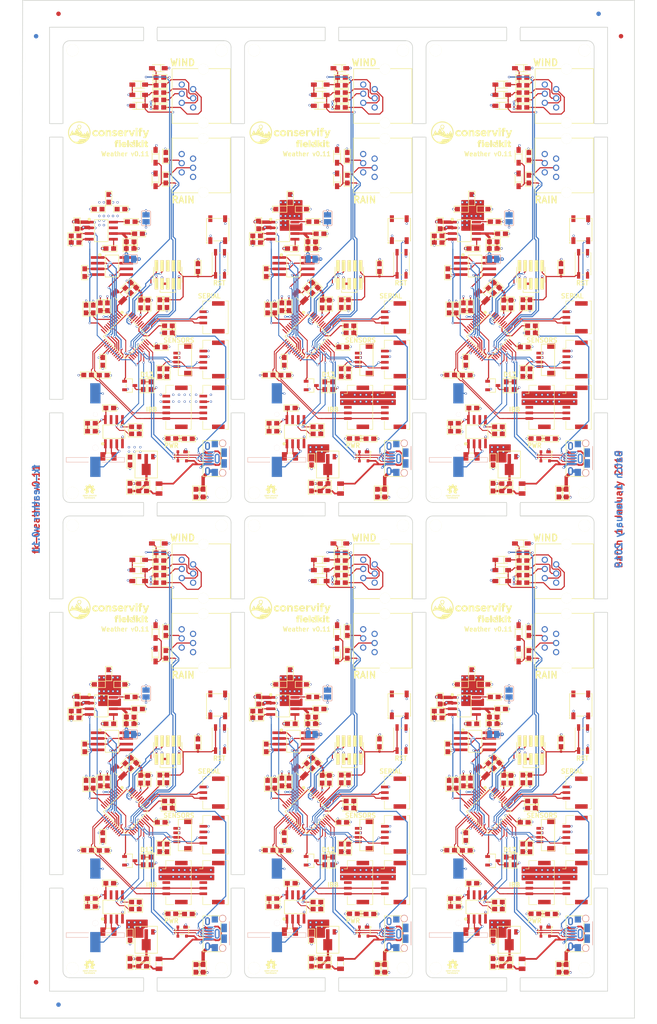
<source format=kicad_pcb>
(kicad_pcb (version 20171130) (host pcbnew "(5.0.0)")
  (title_block (title fk-core) (date 2017-03-05) (rev 0.1) (company Conservify))
  (layers (0 F.Cu signal) (1 GND signal) (2 PWR signal) (31 B.Cu signal) (34 B.Paste user) (35 F.Paste user) (36 B.SilkS user) (37 F.SilkS user) (38 B.Mask user) (39 F.Mask user) (44 Edge.Cuts user))
  (net 0 "")
  (net 1 GND)
  (net 2 "Net-(C1-Pad2)")
  (net 3 "Net-(C2-Pad2)")
  (net 4 3V3)
  (net 5 "Net-(C4-Pad1)")
  (net 6 "Net-(C5-Pad1)")
  (net 7 /SWDIO)
  (net 8 /SWCLK)
  (net 9 "Net-(J6-Pad6)")
  (net 10 /RST)
  (net 11 /RESET)
  (net 12 /A0)
  (net 13 /A3)
  (net 14 /A4)
  (net 15 /D9)
  (net 16 /D1)
  (net 17 /D0)
  (net 18 /MOSI)
  (net 19 /SCK)
  (net 20 /MISO)
  (net 21 /ATN)
  (net 22 /D2)
  (net 23 /D12)
  (net 24 /USB-)
  (net 25 /USB+)
  (net 26 /D30)
  (net 27 /D31)
  (net 28 /TX_LED)
  (net 29 /USB_ID)
  (net 30 /A5)
  (net 31 /RX_LED)
  (net 32 5V0)
  (net 33 "Net-(C10-Pad1)")
  (net 34 VUSB)
  (net 35 "Net-(J1-Pad4)")
  (net 36 "Net-(J1-Pad7)")
  (net 37 "Net-(J1-Pad8)")
  (net 38 "Net-(F1-Pad1)")
  (net 39 "Net-(D5-Pad1)")
  (net 40 /D13)
  (net 41 "Net-(Q4-Pad3)")
  (net 42 "Net-(J10-Pad1)")
  (net 43 /RAIN_2)
  (net 44 "Net-(J10-Pad3)")
  (net 45 "Net-(J10-Pad4)")
  (net 46 /RAIN_5)
  (net 47 "Net-(J10-Pad6)")
  (net 48 "Net-(J11-Pad1)")
  (net 49 "Net-(J11-Pad2)")
  (net 50 "Net-(J11-Pad3)")
  (net 51 "Net-(J11-Pad4)")
  (net 52 "Net-(J11-Pad5)")
  (net 53 "Net-(J11-Pad6)")
  (net 54 /SCL1)
  (net 55 /SDA1)
  (net 56 /SCL2)
  (net 57 /SDA2)
  (net 58 "Net-(U1-Pad25)")
  (net 59 "Net-(U1-Pad8)")
  (net 60 "Net-(J2-Pad3)")
  (net 61 /PERIPH_3V3)
  (net 62 "Net-(BT1-Pad1)")
  (net 63 "Net-(C19-Pad1)")
  (net 64 "Net-(U6-Pad2)")
  (net 65 "Net-(U6-Pad1)")
  (net 66 "Net-(J7-Pad3)")
  (net 67 /D6_RAIN)
  (net 68 /A1_WIND_DIR)
  (net 69 /D10_WIND_SPEED)
  (net 70 /D8_PERIPH_EN)
  (net 71 /D5_FLASH_CS)
  (net 72 "Net-(U5-Pad4)")
  (net 73 "Net-(C14-Pad1)")
  (net 74 "Net-(J6-Pad7)")
  (net 75 "Net-(J6-Pad8)")
  (net 76 "Net-(J5-Pad6)")
  (net 77 "Net-(J5-Pad8)")
  (net 78 "Net-(J5-Pad9)")
  (net 79 /D7_WEATHER_EN)
  (net 80 "Net-(R5-Pad1)")
  (net 81 /WEATHER_3V3)
  (net 82 "Net-(R12-Pad1)")
  (net 83 "Net-(D1-Pad1)")
  (net 84 "Net-(U6-Pad7)")
  (module Fiducial:Fiducial_1mm_Dia_2.54mm_Outer_CopperBottom (layer F.Cu) (at 67.0114 261.4894)
    (fp_text reference REF** hide)
    (fp_text value Fiducial_1mm_Dia_2.54mm_Outer_CopperBottom hide)
    (pad ~ smd circle (at 0 0) (size 1 1) (layers B.Cu B.Mask) (clearance 0.77))
  )
  (module Utah-Blink-FP:MouseBite (layer F.Cu) (at 188.0114 66.4894 270)
    (fp_text reference REF** hide)
    (fp_text value MouseBite hide)
    (pad "" np_thru_hole circle (at -1.2 1.5 270) (size 0.5 0.5) (drill 0.5) (layers *.Cu *.Mask))
    (pad "" np_thru_hole circle (at 0 1.5 270) (size 0.5 0.5) (drill 0.5) (layers *.Cu *.Mask))
    (pad "" np_thru_hole circle (at 1.2 1.5 270) (size 0.5 0.5) (drill 0.5) (layers *.Cu *.Mask))
    (pad "" np_thru_hole circle (at 1.2 -1.5 270) (size 0.5 0.5) (drill 0.5) (layers *.Cu *.Mask))
    (pad "" np_thru_hole circle (at 0 -1.5 270) (size 0.5 0.5) (drill 0.5) (layers *.Cu *.Mask))
    (pad "" np_thru_hole circle (at -1.2 -1.5 270) (size 0.5 0.5) (drill 0.5) (layers *.Cu *.Mask))
  )
  (module Utah-Blink-FP:MouseBite (layer F.Cu) (at 188.0114 127.9894 270)
    (fp_text reference REF** hide)
    (fp_text value MouseBite hide)
    (pad "" np_thru_hole circle (at -1.2 -1.5 270) (size 0.5 0.5) (drill 0.5) (layers *.Cu *.Mask))
    (pad "" np_thru_hole circle (at 0 -1.5 270) (size 0.5 0.5) (drill 0.5) (layers *.Cu *.Mask))
    (pad "" np_thru_hole circle (at 1.2 -1.5 270) (size 0.5 0.5) (drill 0.5) (layers *.Cu *.Mask))
    (pad "" np_thru_hole circle (at 1.2 1.5 270) (size 0.5 0.5) (drill 0.5) (layers *.Cu *.Mask))
    (pad "" np_thru_hole circle (at 0 1.5 270) (size 0.5 0.5) (drill 0.5) (layers *.Cu *.Mask))
    (pad "" np_thru_hole circle (at -1.2 1.5 270) (size 0.5 0.5) (drill 0.5) (layers *.Cu *.Mask))
  )
  (module Utah-Blink-FP:MouseBite (layer F.Cu) (at 188.0114 172.4894 270)
    (fp_text reference REF** hide)
    (fp_text value MouseBite hide)
    (pad "" np_thru_hole circle (at -1.2 1.5 270) (size 0.5 0.5) (drill 0.5) (layers *.Cu *.Mask))
    (pad "" np_thru_hole circle (at 0 1.5 270) (size 0.5 0.5) (drill 0.5) (layers *.Cu *.Mask))
    (pad "" np_thru_hole circle (at 1.2 1.5 270) (size 0.5 0.5) (drill 0.5) (layers *.Cu *.Mask))
    (pad "" np_thru_hole circle (at 1.2 -1.5 270) (size 0.5 0.5) (drill 0.5) (layers *.Cu *.Mask))
    (pad "" np_thru_hole circle (at 0 -1.5 270) (size 0.5 0.5) (drill 0.5) (layers *.Cu *.Mask))
    (pad "" np_thru_hole circle (at -1.2 -1.5 270) (size 0.5 0.5) (drill 0.5) (layers *.Cu *.Mask))
  )
  (module Utah-Blink-FP:MouseBite (layer F.Cu) (at 188.0114 233.9894 270)
    (fp_text reference REF** hide)
    (fp_text value MouseBite hide)
    (pad "" np_thru_hole circle (at -1.2 -1.5 270) (size 0.5 0.5) (drill 0.5) (layers *.Cu *.Mask))
    (pad "" np_thru_hole circle (at 0 -1.5 270) (size 0.5 0.5) (drill 0.5) (layers *.Cu *.Mask))
    (pad "" np_thru_hole circle (at 1.2 -1.5 270) (size 0.5 0.5) (drill 0.5) (layers *.Cu *.Mask))
    (pad "" np_thru_hole circle (at 1.2 1.5 270) (size 0.5 0.5) (drill 0.5) (layers *.Cu *.Mask))
    (pad "" np_thru_hole circle (at 0 1.5 270) (size 0.5 0.5) (drill 0.5) (layers *.Cu *.Mask))
    (pad "" np_thru_hole circle (at -1.2 1.5 270) (size 0.5 0.5) (drill 0.5) (layers *.Cu *.Mask))
  )
  (module Utah-Blink-FP:MouseBite (layer F.Cu) (at 168.5114 256.9894 180)
    (fp_text reference REF** hide)
    (fp_text value MouseBite hide)
    (pad "" np_thru_hole circle (at -1.2 -1.5 180) (size 0.5 0.5) (drill 0.5) (layers *.Cu *.Mask))
    (pad "" np_thru_hole circle (at 0 -1.5 180) (size 0.5 0.5) (drill 0.5) (layers *.Cu *.Mask))
    (pad "" np_thru_hole circle (at 1.2 -1.5 180) (size 0.5 0.5) (drill 0.5) (layers *.Cu *.Mask))
    (pad "" np_thru_hole circle (at 1.2 1.5 180) (size 0.5 0.5) (drill 0.5) (layers *.Cu *.Mask))
    (pad "" np_thru_hole circle (at 0 1.5 180) (size 0.5 0.5) (drill 0.5) (layers *.Cu *.Mask))
    (pad "" np_thru_hole circle (at -1.2 1.5 180) (size 0.5 0.5) (drill 0.5) (layers *.Cu *.Mask))
  )
  (module Utah-Blink-FP:MouseBite (layer F.Cu) (at 128.0114 256.9894 180)
    (fp_text reference REF** hide)
    (fp_text value MouseBite hide)
    (pad "" np_thru_hole circle (at -1.2 1.5 180) (size 0.5 0.5) (drill 0.5) (layers *.Cu *.Mask))
    (pad "" np_thru_hole circle (at 0 1.5 180) (size 0.5 0.5) (drill 0.5) (layers *.Cu *.Mask))
    (pad "" np_thru_hole circle (at 1.2 1.5 180) (size 0.5 0.5) (drill 0.5) (layers *.Cu *.Mask))
    (pad "" np_thru_hole circle (at 1.2 -1.5 180) (size 0.5 0.5) (drill 0.5) (layers *.Cu *.Mask))
    (pad "" np_thru_hole circle (at 0 -1.5 180) (size 0.5 0.5) (drill 0.5) (layers *.Cu *.Mask))
    (pad "" np_thru_hole circle (at -1.2 -1.5 180) (size 0.5 0.5) (drill 0.5) (layers *.Cu *.Mask))
  )
  (module Utah-Blink-FP:MouseBite (layer F.Cu) (at 87.5114 256.9894 180)
    (fp_text reference REF** hide)
    (fp_text value MouseBite hide)
    (pad "" np_thru_hole circle (at -1.2 -1.5 180) (size 0.5 0.5) (drill 0.5) (layers *.Cu *.Mask))
    (pad "" np_thru_hole circle (at 0 -1.5 180) (size 0.5 0.5) (drill 0.5) (layers *.Cu *.Mask))
    (pad "" np_thru_hole circle (at 1.2 -1.5 180) (size 0.5 0.5) (drill 0.5) (layers *.Cu *.Mask))
    (pad "" np_thru_hole circle (at 1.2 1.5 180) (size 0.5 0.5) (drill 0.5) (layers *.Cu *.Mask))
    (pad "" np_thru_hole circle (at 0 1.5 180) (size 0.5 0.5) (drill 0.5) (layers *.Cu *.Mask))
    (pad "" np_thru_hole circle (at -1.2 1.5 180) (size 0.5 0.5) (drill 0.5) (layers *.Cu *.Mask))
  )
  (module conservify:RES-0603 (layer F.Cu) (at 159.2042 187.6504 90)
    (fp_text reference R15 hide)
    (fp_text value 100K)
    (pad 1 smd rect (at -0.85 0 90) (size 1.1 1) (layers F.Cu F.Paste F.Mask) (net 81 /WEATHER_3V3))
    (pad 2 smd rect (at 0.85 0 90) (size 1.1 1) (layers F.Cu F.Paste F.Mask) (net 1 GND))
  )
  (module conservify:RES-0603 (layer F.Cu) (at 118.7042 187.6504 90)
    (fp_text reference R15 hide)
    (fp_text value 100K)
    (pad 1 smd rect (at -0.85 0 90) (size 1.1 1) (layers F.Cu F.Paste F.Mask) (net 81 /WEATHER_3V3))
    (pad 2 smd rect (at 0.85 0 90) (size 1.1 1) (layers F.Cu F.Paste F.Mask) (net 1 GND))
  )
  (module conservify:RES-0603 (layer F.Cu) (at 78.2042 187.6504 90)
    (fp_text reference R15 hide)
    (fp_text value 100K)
    (pad 1 smd rect (at -0.85 0 90) (size 1.1 1) (layers F.Cu F.Paste F.Mask) (net 81 /WEATHER_3V3))
    (pad 2 smd rect (at 0.85 0 90) (size 1.1 1) (layers F.Cu F.Paste F.Mask) (net 1 GND))
  )
  (module conservify:RES-0603 (layer F.Cu) (at 159.2042 81.6504 90)
    (fp_text reference R15 hide)
    (fp_text value 100K)
    (pad 1 smd rect (at -0.85 0 90) (size 1.1 1) (layers F.Cu F.Paste F.Mask) (net 81 /WEATHER_3V3))
    (pad 2 smd rect (at 0.85 0 90) (size 1.1 1) (layers F.Cu F.Paste F.Mask) (net 1 GND))
  )
  (module conservify:RES-0603 (layer F.Cu) (at 118.7042 81.6504 90)
    (fp_text reference R15 hide)
    (fp_text value 100K)
    (pad 1 smd rect (at -0.85 0 90) (size 1.1 1) (layers F.Cu F.Paste F.Mask) (net 81 /WEATHER_3V3))
    (pad 2 smd rect (at 0.85 0 90) (size 1.1 1) (layers F.Cu F.Paste F.Mask) (net 1 GND))
  )
  (module conservify:Molex_CLIK-Mate_502382-0470_1x04_P1.25mm_Vertical (layer F.Cu) (at 182.2674 223.5914 270)
    (fp_text reference J4 hide)
    (fp_text value CONN_01x04 hide)
    (pad "" smd rect (at 3.725 -1.4 270) (size 1 2.8) (layers F.Cu F.Paste F.Mask))
    (pad "" smd rect (at -3.725 -1.4 270) (size 1 2.8) (layers F.Cu F.Paste F.Mask))
    (pad 4 smd rect (at 1.875 1.95 270) (size 0.6 1.7) (layers F.Cu F.Paste F.Mask) (net 55 /SDA1))
    (pad 3 smd rect (at 0.625 1.95 270) (size 0.6 1.7) (layers F.Cu F.Paste F.Mask) (net 54 /SCL1))
    (pad 2 smd rect (at -0.625 1.95 270) (size 0.6 1.7) (layers F.Cu F.Paste F.Mask) (net 1 GND))
    (pad 1 smd rect (at -1.875 1.95 270) (size 0.6 1.7) (layers F.Cu F.Paste F.Mask) (net 4 3V3))
  )
  (module conservify:Molex_CLIK-Mate_502382-0470_1x04_P1.25mm_Vertical (layer F.Cu) (at 141.7674 223.5914 270)
    (fp_text reference J4 hide)
    (fp_text value CONN_01x04 hide)
    (pad "" smd rect (at 3.725 -1.4 270) (size 1 2.8) (layers F.Cu F.Paste F.Mask))
    (pad "" smd rect (at -3.725 -1.4 270) (size 1 2.8) (layers F.Cu F.Paste F.Mask))
    (pad 4 smd rect (at 1.875 1.95 270) (size 0.6 1.7) (layers F.Cu F.Paste F.Mask) (net 55 /SDA1))
    (pad 3 smd rect (at 0.625 1.95 270) (size 0.6 1.7) (layers F.Cu F.Paste F.Mask) (net 54 /SCL1))
    (pad 2 smd rect (at -0.625 1.95 270) (size 0.6 1.7) (layers F.Cu F.Paste F.Mask) (net 1 GND))
    (pad 1 smd rect (at -1.875 1.95 270) (size 0.6 1.7) (layers F.Cu F.Paste F.Mask) (net 4 3V3))
  )
  (module conservify:Molex_CLIK-Mate_502382-0470_1x04_P1.25mm_Vertical (layer F.Cu) (at 101.2674 223.5914 270)
    (fp_text reference J4 hide)
    (fp_text value CONN_01x04 hide)
    (pad "" smd rect (at 3.725 -1.4 270) (size 1 2.8) (layers F.Cu F.Paste F.Mask))
    (pad "" smd rect (at -3.725 -1.4 270) (size 1 2.8) (layers F.Cu F.Paste F.Mask))
    (pad 4 smd rect (at 1.875 1.95 270) (size 0.6 1.7) (layers F.Cu F.Paste F.Mask) (net 55 /SDA1))
    (pad 3 smd rect (at 0.625 1.95 270) (size 0.6 1.7) (layers F.Cu F.Paste F.Mask) (net 54 /SCL1))
    (pad 2 smd rect (at -0.625 1.95 270) (size 0.6 1.7) (layers F.Cu F.Paste F.Mask) (net 1 GND))
    (pad 1 smd rect (at -1.875 1.95 270) (size 0.6 1.7) (layers F.Cu F.Paste F.Mask) (net 4 3V3))
  )
  (module conservify:Molex_CLIK-Mate_502382-0470_1x04_P1.25mm_Vertical (layer F.Cu) (at 182.2674 117.5914 270)
    (fp_text reference J4 hide)
    (fp_text value CONN_01x04 hide)
    (pad "" smd rect (at 3.725 -1.4 270) (size 1 2.8) (layers F.Cu F.Paste F.Mask))
    (pad "" smd rect (at -3.725 -1.4 270) (size 1 2.8) (layers F.Cu F.Paste F.Mask))
    (pad 4 smd rect (at 1.875 1.95 270) (size 0.6 1.7) (layers F.Cu F.Paste F.Mask) (net 55 /SDA1))
    (pad 3 smd rect (at 0.625 1.95 270) (size 0.6 1.7) (layers F.Cu F.Paste F.Mask) (net 54 /SCL1))
    (pad 2 smd rect (at -0.625 1.95 270) (size 0.6 1.7) (layers F.Cu F.Paste F.Mask) (net 1 GND))
    (pad 1 smd rect (at -1.875 1.95 270) (size 0.6 1.7) (layers F.Cu F.Paste F.Mask) (net 4 3V3))
  )
  (module conservify:Molex_CLIK-Mate_502382-0470_1x04_P1.25mm_Vertical (layer F.Cu) (at 141.7674 117.5914 270)
    (fp_text reference J4 hide)
    (fp_text value CONN_01x04 hide)
    (pad "" smd rect (at 3.725 -1.4 270) (size 1 2.8) (layers F.Cu F.Paste F.Mask))
    (pad "" smd rect (at -3.725 -1.4 270) (size 1 2.8) (layers F.Cu F.Paste F.Mask))
    (pad 4 smd rect (at 1.875 1.95 270) (size 0.6 1.7) (layers F.Cu F.Paste F.Mask) (net 55 /SDA1))
    (pad 3 smd rect (at 0.625 1.95 270) (size 0.6 1.7) (layers F.Cu F.Paste F.Mask) (net 54 /SCL1))
    (pad 2 smd rect (at -0.625 1.95 270) (size 0.6 1.7) (layers F.Cu F.Paste F.Mask) (net 1 GND))
    (pad 1 smd rect (at -1.875 1.95 270) (size 0.6 1.7) (layers F.Cu F.Paste F.Mask) (net 4 3V3))
  )
  (module conservify:RES-0603 (layer F.Cu) (at 151.7112 197.5056 180)
    (fp_text reference R13 hide)
    (fp_text value ?)
    (pad 2 smd rect (at 0.85 0 180) (size 1.1 1) (layers F.Cu F.Paste F.Mask) (net 1 GND))
    (pad 1 smd rect (at -0.85 0 180) (size 1.1 1) (layers F.Cu F.Paste F.Mask) (net 70 /D8_PERIPH_EN))
  )
  (module conservify:RES-0603 (layer F.Cu) (at 111.2112 197.5056 180)
    (fp_text reference R13 hide)
    (fp_text value ?)
    (pad 2 smd rect (at 0.85 0 180) (size 1.1 1) (layers F.Cu F.Paste F.Mask) (net 1 GND))
    (pad 1 smd rect (at -0.85 0 180) (size 1.1 1) (layers F.Cu F.Paste F.Mask) (net 70 /D8_PERIPH_EN))
  )
  (module conservify:RES-0603 (layer F.Cu) (at 70.7112 197.5056 180)
    (fp_text reference R13 hide)
    (fp_text value ?)
    (pad 2 smd rect (at 0.85 0 180) (size 1.1 1) (layers F.Cu F.Paste F.Mask) (net 1 GND))
    (pad 1 smd rect (at -0.85 0 180) (size 1.1 1) (layers F.Cu F.Paste F.Mask) (net 70 /D8_PERIPH_EN))
  )
  (module conservify:RES-0603 (layer F.Cu) (at 151.7112 91.5056 180)
    (fp_text reference R13 hide)
    (fp_text value ?)
    (pad 2 smd rect (at 0.85 0 180) (size 1.1 1) (layers F.Cu F.Paste F.Mask) (net 1 GND))
    (pad 1 smd rect (at -0.85 0 180) (size 1.1 1) (layers F.Cu F.Paste F.Mask) (net 70 /D8_PERIPH_EN))
  )
  (module conservify:RES-0603 (layer F.Cu) (at 111.2112 91.5056 180)
    (fp_text reference R13 hide)
    (fp_text value ?)
    (pad 2 smd rect (at 0.85 0 180) (size 1.1 1) (layers F.Cu F.Paste F.Mask) (net 1 GND))
    (pad 1 smd rect (at -0.85 0 180) (size 1.1 1) (layers F.Cu F.Paste F.Mask) (net 70 /D8_PERIPH_EN))
  )
  (module conservify:BM04B-SRSS-TB (layer F.Cu) (at 175.7396 223.6676 270)
    (fp_text reference J8 hide)
    (fp_text value CONN_01x04 hide)
    (pad "" smd rect (at -3.05 -1.2 270) (size 1.2 1.8) (layers F.Cu F.Paste F.Mask))
    (pad "" smd rect (at 3.05 -1.2 270) (size 1.2 1.8) (layers F.Cu F.Paste F.Mask))
    (pad 4 smd rect (at 1.5 1.325 270) (size 0.6 1.55) (layers F.Cu F.Paste F.Mask) (net 54 /SCL1))
    (pad 3 smd rect (at 0.5 1.325 270) (size 0.6 1.55) (layers F.Cu F.Paste F.Mask) (net 55 /SDA1))
    (pad 2 smd rect (at -0.5 1.325 270) (size 0.6 1.55) (layers F.Cu F.Paste F.Mask) (net 4 3V3))
    (pad 1 smd rect (at -1.5 1.325 270) (size 0.6 1.55) (layers F.Cu F.Paste F.Mask) (net 1 GND))
  )
  (module conservify:BM04B-SRSS-TB (layer F.Cu) (at 135.2396 223.6676 270)
    (fp_text reference J8 hide)
    (fp_text value CONN_01x04 hide)
    (pad "" smd rect (at -3.05 -1.2 270) (size 1.2 1.8) (layers F.Cu F.Paste F.Mask))
    (pad "" smd rect (at 3.05 -1.2 270) (size 1.2 1.8) (layers F.Cu F.Paste F.Mask))
    (pad 4 smd rect (at 1.5 1.325 270) (size 0.6 1.55) (layers F.Cu F.Paste F.Mask) (net 54 /SCL1))
    (pad 3 smd rect (at 0.5 1.325 270) (size 0.6 1.55) (layers F.Cu F.Paste F.Mask) (net 55 /SDA1))
    (pad 2 smd rect (at -0.5 1.325 270) (size 0.6 1.55) (layers F.Cu F.Paste F.Mask) (net 4 3V3))
    (pad 1 smd rect (at -1.5 1.325 270) (size 0.6 1.55) (layers F.Cu F.Paste F.Mask) (net 1 GND))
  )
  (module conservify:BM04B-SRSS-TB (layer F.Cu) (at 94.7396 223.6676 270)
    (fp_text reference J8 hide)
    (fp_text value CONN_01x04 hide)
    (pad "" smd rect (at -3.05 -1.2 270) (size 1.2 1.8) (layers F.Cu F.Paste F.Mask))
    (pad "" smd rect (at 3.05 -1.2 270) (size 1.2 1.8) (layers F.Cu F.Paste F.Mask))
    (pad 4 smd rect (at 1.5 1.325 270) (size 0.6 1.55) (layers F.Cu F.Paste F.Mask) (net 54 /SCL1))
    (pad 3 smd rect (at 0.5 1.325 270) (size 0.6 1.55) (layers F.Cu F.Paste F.Mask) (net 55 /SDA1))
    (pad 2 smd rect (at -0.5 1.325 270) (size 0.6 1.55) (layers F.Cu F.Paste F.Mask) (net 4 3V3))
    (pad 1 smd rect (at -1.5 1.325 270) (size 0.6 1.55) (layers F.Cu F.Paste F.Mask) (net 1 GND))
  )
  (module conservify:BM04B-SRSS-TB (layer F.Cu) (at 175.7396 117.6676 270)
    (fp_text reference J8 hide)
    (fp_text value CONN_01x04 hide)
    (pad "" smd rect (at -3.05 -1.2 270) (size 1.2 1.8) (layers F.Cu F.Paste F.Mask))
    (pad "" smd rect (at 3.05 -1.2 270) (size 1.2 1.8) (layers F.Cu F.Paste F.Mask))
    (pad 4 smd rect (at 1.5 1.325 270) (size 0.6 1.55) (layers F.Cu F.Paste F.Mask) (net 54 /SCL1))
    (pad 3 smd rect (at 0.5 1.325 270) (size 0.6 1.55) (layers F.Cu F.Paste F.Mask) (net 55 /SDA1))
    (pad 2 smd rect (at -0.5 1.325 270) (size 0.6 1.55) (layers F.Cu F.Paste F.Mask) (net 4 3V3))
    (pad 1 smd rect (at -1.5 1.325 270) (size 0.6 1.55) (layers F.Cu F.Paste F.Mask) (net 1 GND))
  )
  (module conservify:BM04B-SRSS-TB (layer F.Cu) (at 135.2396 117.6676 270)
    (fp_text reference J8 hide)
    (fp_text value CONN_01x04 hide)
    (pad "" smd rect (at -3.05 -1.2 270) (size 1.2 1.8) (layers F.Cu F.Paste F.Mask))
    (pad "" smd rect (at 3.05 -1.2 270) (size 1.2 1.8) (layers F.Cu F.Paste F.Mask))
    (pad 4 smd rect (at 1.5 1.325 270) (size 0.6 1.55) (layers F.Cu F.Paste F.Mask) (net 54 /SCL1))
    (pad 3 smd rect (at 0.5 1.325 270) (size 0.6 1.55) (layers F.Cu F.Paste F.Mask) (net 55 /SDA1))
    (pad 2 smd rect (at -0.5 1.325 270) (size 0.6 1.55) (layers F.Cu F.Paste F.Mask) (net 4 3V3))
    (pad 1 smd rect (at -1.5 1.325 270) (size 0.6 1.55) (layers F.Cu F.Paste F.Mask) (net 1 GND))
  )
  (module conservify:RES-0603 (layer F.Cu) (at 154.5052 227.0458 180)
    (fp_text reference R16 hide)
    (fp_text value 4.7K)
    (pad 2 smd rect (at 0.85 0 180) (size 1.1 1) (layers F.Cu F.Paste F.Mask) (net 4 3V3))
    (pad 1 smd rect (at -0.85 0 180) (size 1.1 1) (layers F.Cu F.Paste F.Mask) (net 57 /SDA2))
  )
  (module conservify:RES-0603 (layer F.Cu) (at 114.0052 227.0458 180)
    (fp_text reference R16 hide)
    (fp_text value 4.7K)
    (pad 2 smd rect (at 0.85 0 180) (size 1.1 1) (layers F.Cu F.Paste F.Mask) (net 4 3V3))
    (pad 1 smd rect (at -0.85 0 180) (size 1.1 1) (layers F.Cu F.Paste F.Mask) (net 57 /SDA2))
  )
  (module conservify:RES-0603 (layer F.Cu) (at 73.5052 227.0458 180)
    (fp_text reference R16 hide)
    (fp_text value 4.7K)
    (pad 2 smd rect (at 0.85 0 180) (size 1.1 1) (layers F.Cu F.Paste F.Mask) (net 4 3V3))
    (pad 1 smd rect (at -0.85 0 180) (size 1.1 1) (layers F.Cu F.Paste F.Mask) (net 57 /SDA2))
  )
  (module conservify:RES-0603 (layer F.Cu) (at 154.5052 121.0458 180)
    (fp_text reference R16 hide)
    (fp_text value 4.7K)
    (pad 2 smd rect (at 0.85 0 180) (size 1.1 1) (layers F.Cu F.Paste F.Mask) (net 4 3V3))
    (pad 1 smd rect (at -0.85 0 180) (size 1.1 1) (layers F.Cu F.Paste F.Mask) (net 57 /SDA2))
  )
  (module conservify:RES-0603 (layer F.Cu) (at 114.0052 121.0458 180)
    (fp_text reference R16 hide)
    (fp_text value 4.7K)
    (pad 2 smd rect (at 0.85 0 180) (size 1.1 1) (layers F.Cu F.Paste F.Mask) (net 4 3V3))
    (pad 1 smd rect (at -0.85 0 180) (size 1.1 1) (layers F.Cu F.Paste F.Mask) (net 57 /SDA2))
  )
  (module conservify:LED-0603 (layer F.Cu) (at 173.3012 241.219 180)
    (fp_text reference D1 hide)
    (fp_text value Green)
    (pad 1 smd rect (at -0.85 0) (size 1.1 1) (layers F.Cu F.Paste F.Mask) (net 83 "Net-(D1-Pad1)"))
    (pad 2 smd rect (at 0.85 0) (size 1.1 1) (layers F.Cu F.Paste F.Mask) (net 4 3V3))
  )
  (module conservify:LED-0603 (layer F.Cu) (at 132.8012 241.219 180)
    (fp_text reference D1 hide)
    (fp_text value Green)
    (pad 1 smd rect (at -0.85 0) (size 1.1 1) (layers F.Cu F.Paste F.Mask) (net 83 "Net-(D1-Pad1)"))
    (pad 2 smd rect (at 0.85 0) (size 1.1 1) (layers F.Cu F.Paste F.Mask) (net 4 3V3))
  )
  (module conservify:LED-0603 (layer F.Cu) (at 92.3012 241.219 180)
    (fp_text reference D1 hide)
    (fp_text value Green)
    (pad 1 smd rect (at -0.85 0) (size 1.1 1) (layers F.Cu F.Paste F.Mask) (net 83 "Net-(D1-Pad1)"))
    (pad 2 smd rect (at 0.85 0) (size 1.1 1) (layers F.Cu F.Paste F.Mask) (net 4 3V3))
  )
  (module conservify:LED-0603 (layer F.Cu) (at 173.3012 135.219 180)
    (fp_text reference D1 hide)
    (fp_text value Green)
    (pad 1 smd rect (at -0.85 0) (size 1.1 1) (layers F.Cu F.Paste F.Mask) (net 83 "Net-(D1-Pad1)"))
    (pad 2 smd rect (at 0.85 0) (size 1.1 1) (layers F.Cu F.Paste F.Mask) (net 4 3V3))
  )
  (module conservify:LED-0603 (layer F.Cu) (at 132.8012 135.219 180)
    (fp_text reference D1 hide)
    (fp_text value Green)
    (pad 1 smd rect (at -0.85 0) (size 1.1 1) (layers F.Cu F.Paste F.Mask) (net 83 "Net-(D1-Pad1)"))
    (pad 2 smd rect (at 0.85 0) (size 1.1 1) (layers F.Cu F.Paste F.Mask) (net 4 3V3))
  )
  (module conservify:HDR_02x05_Pitch1.27mm_SMD_SWD (layer F.Cu) (at 172.3868 204.6972)
    (fp_text reference J6 hide)
    (fp_text value CONN_02x05_SWD hide)
    (pad 10 smd rect (at 2.54 -2) (size 0.75 2.5) (layers F.Cu F.Paste F.SilkS F.Mask) (net 10 /RST))
    (pad 9 smd rect (at 2.54 2) (size 0.75 2.5) (layers F.Cu F.Paste F.SilkS F.Mask) (net 1 GND))
    (pad 8 smd rect (at 1.27 -2) (size 0.75 2.5) (layers F.Cu F.Paste F.SilkS F.Mask) (net 75 "Net-(J6-Pad8)"))
    (pad 7 smd rect (at 1.27 2) (size 0.75 2.5) (layers F.Cu F.Paste F.SilkS F.Mask) (net 74 "Net-(J6-Pad7)"))
    (pad 6 smd rect (at 0 -2) (size 0.75 2.5) (layers F.Cu F.Paste F.SilkS F.Mask) (net 9 "Net-(J6-Pad6)"))
    (pad 5 smd rect (at 0 2) (size 0.75 2.5) (layers F.Cu F.Paste F.SilkS F.Mask) (net 1 GND))
    (pad 4 smd rect (at -1.27 -2) (size 0.75 2.5) (layers F.Cu F.Paste F.SilkS F.Mask) (net 8 /SWCLK))
    (pad 3 smd rect (at -1.27 2) (size 0.75 2.5) (layers F.Cu F.Paste F.SilkS F.Mask) (net 1 GND))
    (pad 2 smd rect (at -2.54 -2) (size 0.75 2.5) (layers F.Cu F.Paste F.SilkS F.Mask) (net 7 /SWDIO))
    (pad 1 smd rect (at -2.54 2) (size 0.75 2.5) (layers F.Cu F.Paste F.SilkS F.Mask) (net 4 3V3))
  )
  (module conservify:HDR_02x05_Pitch1.27mm_SMD_SWD (layer F.Cu) (at 131.8868 204.6972)
    (fp_text reference J6 hide)
    (fp_text value CONN_02x05_SWD hide)
    (pad 10 smd rect (at 2.54 -2) (size 0.75 2.5) (layers F.Cu F.Paste F.SilkS F.Mask) (net 10 /RST))
    (pad 9 smd rect (at 2.54 2) (size 0.75 2.5) (layers F.Cu F.Paste F.SilkS F.Mask) (net 1 GND))
    (pad 8 smd rect (at 1.27 -2) (size 0.75 2.5) (layers F.Cu F.Paste F.SilkS F.Mask) (net 75 "Net-(J6-Pad8)"))
    (pad 7 smd rect (at 1.27 2) (size 0.75 2.5) (layers F.Cu F.Paste F.SilkS F.Mask) (net 74 "Net-(J6-Pad7)"))
    (pad 6 smd rect (at 0 -2) (size 0.75 2.5) (layers F.Cu F.Paste F.SilkS F.Mask) (net 9 "Net-(J6-Pad6)"))
    (pad 5 smd rect (at 0 2) (size 0.75 2.5) (layers F.Cu F.Paste F.SilkS F.Mask) (net 1 GND))
    (pad 4 smd rect (at -1.27 -2) (size 0.75 2.5) (layers F.Cu F.Paste F.SilkS F.Mask) (net 8 /SWCLK))
    (pad 3 smd rect (at -1.27 2) (size 0.75 2.5) (layers F.Cu F.Paste F.SilkS F.Mask) (net 1 GND))
    (pad 2 smd rect (at -2.54 -2) (size 0.75 2.5) (layers F.Cu F.Paste F.SilkS F.Mask) (net 7 /SWDIO))
    (pad 1 smd rect (at -2.54 2) (size 0.75 2.5) (layers F.Cu F.Paste F.SilkS F.Mask) (net 4 3V3))
  )
  (module conservify:HDR_02x05_Pitch1.27mm_SMD_SWD (layer F.Cu) (at 91.3868 204.6972)
    (fp_text reference J6 hide)
    (fp_text value CONN_02x05_SWD hide)
    (pad 10 smd rect (at 2.54 -2) (size 0.75 2.5) (layers F.Cu F.Paste F.SilkS F.Mask) (net 10 /RST))
    (pad 9 smd rect (at 2.54 2) (size 0.75 2.5) (layers F.Cu F.Paste F.SilkS F.Mask) (net 1 GND))
    (pad 8 smd rect (at 1.27 -2) (size 0.75 2.5) (layers F.Cu F.Paste F.SilkS F.Mask) (net 75 "Net-(J6-Pad8)"))
    (pad 7 smd rect (at 1.27 2) (size 0.75 2.5) (layers F.Cu F.Paste F.SilkS F.Mask) (net 74 "Net-(J6-Pad7)"))
    (pad 6 smd rect (at 0 -2) (size 0.75 2.5) (layers F.Cu F.Paste F.SilkS F.Mask) (net 9 "Net-(J6-Pad6)"))
    (pad 5 smd rect (at 0 2) (size 0.75 2.5) (layers F.Cu F.Paste F.SilkS F.Mask) (net 1 GND))
    (pad 4 smd rect (at -1.27 -2) (size 0.75 2.5) (layers F.Cu F.Paste F.SilkS F.Mask) (net 8 /SWCLK))
    (pad 3 smd rect (at -1.27 2) (size 0.75 2.5) (layers F.Cu F.Paste F.SilkS F.Mask) (net 1 GND))
    (pad 2 smd rect (at -2.54 -2) (size 0.75 2.5) (layers F.Cu F.Paste F.SilkS F.Mask) (net 7 /SWDIO))
    (pad 1 smd rect (at -2.54 2) (size 0.75 2.5) (layers F.Cu F.Paste F.SilkS F.Mask) (net 4 3V3))
  )
  (module conservify:HDR_02x05_Pitch1.27mm_SMD_SWD (layer F.Cu) (at 172.3868 98.6972)
    (fp_text reference J6 hide)
    (fp_text value CONN_02x05_SWD hide)
    (pad 10 smd rect (at 2.54 -2) (size 0.75 2.5) (layers F.Cu F.Paste F.SilkS F.Mask) (net 10 /RST))
    (pad 9 smd rect (at 2.54 2) (size 0.75 2.5) (layers F.Cu F.Paste F.SilkS F.Mask) (net 1 GND))
    (pad 8 smd rect (at 1.27 -2) (size 0.75 2.5) (layers F.Cu F.Paste F.SilkS F.Mask) (net 75 "Net-(J6-Pad8)"))
    (pad 7 smd rect (at 1.27 2) (size 0.75 2.5) (layers F.Cu F.Paste F.SilkS F.Mask) (net 74 "Net-(J6-Pad7)"))
    (pad 6 smd rect (at 0 -2) (size 0.75 2.5) (layers F.Cu F.Paste F.SilkS F.Mask) (net 9 "Net-(J6-Pad6)"))
    (pad 5 smd rect (at 0 2) (size 0.75 2.5) (layers F.Cu F.Paste F.SilkS F.Mask) (net 1 GND))
    (pad 4 smd rect (at -1.27 -2) (size 0.75 2.5) (layers F.Cu F.Paste F.SilkS F.Mask) (net 8 /SWCLK))
    (pad 3 smd rect (at -1.27 2) (size 0.75 2.5) (layers F.Cu F.Paste F.SilkS F.Mask) (net 1 GND))
    (pad 2 smd rect (at -2.54 -2) (size 0.75 2.5) (layers F.Cu F.Paste F.SilkS F.Mask) (net 7 /SWDIO))
    (pad 1 smd rect (at -2.54 2) (size 0.75 2.5) (layers F.Cu F.Paste F.SilkS F.Mask) (net 4 3V3))
  )
  (module conservify:HDR_02x05_Pitch1.27mm_SMD_SWD (layer F.Cu) (at 131.8868 98.6972)
    (fp_text reference J6 hide)
    (fp_text value CONN_02x05_SWD hide)
    (pad 10 smd rect (at 2.54 -2) (size 0.75 2.5) (layers F.Cu F.Paste F.SilkS F.Mask) (net 10 /RST))
    (pad 9 smd rect (at 2.54 2) (size 0.75 2.5) (layers F.Cu F.Paste F.SilkS F.Mask) (net 1 GND))
    (pad 8 smd rect (at 1.27 -2) (size 0.75 2.5) (layers F.Cu F.Paste F.SilkS F.Mask) (net 75 "Net-(J6-Pad8)"))
    (pad 7 smd rect (at 1.27 2) (size 0.75 2.5) (layers F.Cu F.Paste F.SilkS F.Mask) (net 74 "Net-(J6-Pad7)"))
    (pad 6 smd rect (at 0 -2) (size 0.75 2.5) (layers F.Cu F.Paste F.SilkS F.Mask) (net 9 "Net-(J6-Pad6)"))
    (pad 5 smd rect (at 0 2) (size 0.75 2.5) (layers F.Cu F.Paste F.SilkS F.Mask) (net 1 GND))
    (pad 4 smd rect (at -1.27 -2) (size 0.75 2.5) (layers F.Cu F.Paste F.SilkS F.Mask) (net 8 /SWCLK))
    (pad 3 smd rect (at -1.27 2) (size 0.75 2.5) (layers F.Cu F.Paste F.SilkS F.Mask) (net 1 GND))
    (pad 2 smd rect (at -2.54 -2) (size 0.75 2.5) (layers F.Cu F.Paste F.SilkS F.Mask) (net 7 /SWDIO))
    (pad 1 smd rect (at -2.54 2) (size 0.75 2.5) (layers F.Cu F.Paste F.SilkS F.Mask) (net 4 3V3))
  )
  (module conservify:CAP-0603 (layer F.Cu) (at 163.9794 198.8518)
    (fp_text reference C21 hide)
    (fp_text value 10uF)
    (pad 1 smd rect (at -0.85 0) (size 1.1 1) (layers F.Cu F.Paste F.Mask) (net 61 /PERIPH_3V3))
    (pad 2 smd rect (at 0.85 0) (size 1.1 1) (layers F.Cu F.Paste F.Mask) (net 1 GND))
  )
  (module conservify:CAP-0603 (layer F.Cu) (at 123.4794 198.8518)
    (fp_text reference C21 hide)
    (fp_text value 10uF)
    (pad 1 smd rect (at -0.85 0) (size 1.1 1) (layers F.Cu F.Paste F.Mask) (net 61 /PERIPH_3V3))
    (pad 2 smd rect (at 0.85 0) (size 1.1 1) (layers F.Cu F.Paste F.Mask) (net 1 GND))
  )
  (module conservify:CAP-0603 (layer F.Cu) (at 82.9794 198.8518)
    (fp_text reference C21 hide)
    (fp_text value 10uF)
    (pad 1 smd rect (at -0.85 0) (size 1.1 1) (layers F.Cu F.Paste F.Mask) (net 61 /PERIPH_3V3))
    (pad 2 smd rect (at 0.85 0) (size 1.1 1) (layers F.Cu F.Paste F.Mask) (net 1 GND))
  )
  (module conservify:CAP-0603 (layer F.Cu) (at 163.9794 92.8518)
    (fp_text reference C21 hide)
    (fp_text value 10uF)
    (pad 1 smd rect (at -0.85 0) (size 1.1 1) (layers F.Cu F.Paste F.Mask) (net 61 /PERIPH_3V3))
    (pad 2 smd rect (at 0.85 0) (size 1.1 1) (layers F.Cu F.Paste F.Mask) (net 1 GND))
  )
  (module conservify:CAP-0603 (layer F.Cu) (at 123.4794 92.8518)
    (fp_text reference C21 hide)
    (fp_text value 10uF)
    (pad 1 smd rect (at -0.85 0) (size 1.1 1) (layers F.Cu F.Paste F.Mask) (net 61 /PERIPH_3V3))
    (pad 2 smd rect (at 0.85 0) (size 1.1 1) (layers F.Cu F.Paste F.Mask) (net 1 GND))
  )
  (module conservify:RES-0603 (layer F.Cu) (at 159.4582 198.8518 180)
    (fp_text reference R12 hide)
    (fp_text value 10K)
    (pad 2 smd rect (at 0.85 0 180) (size 1.1 1) (layers F.Cu F.Paste F.Mask) (net 4 3V3))
    (pad 1 smd rect (at -0.85 0 180) (size 1.1 1) (layers F.Cu F.Paste F.Mask) (net 82 "Net-(R12-Pad1)"))
  )
  (module conservify:RES-0603 (layer F.Cu) (at 118.9582 198.8518 180)
    (fp_text reference R12 hide)
    (fp_text value 10K)
    (pad 2 smd rect (at 0.85 0 180) (size 1.1 1) (layers F.Cu F.Paste F.Mask) (net 4 3V3))
    (pad 1 smd rect (at -0.85 0 180) (size 1.1 1) (layers F.Cu F.Paste F.Mask) (net 82 "Net-(R12-Pad1)"))
  )
  (module conservify:RES-0603 (layer F.Cu) (at 78.4582 198.8518 180)
    (fp_text reference R12 hide)
    (fp_text value 10K)
    (pad 2 smd rect (at 0.85 0 180) (size 1.1 1) (layers F.Cu F.Paste F.Mask) (net 4 3V3))
    (pad 1 smd rect (at -0.85 0 180) (size 1.1 1) (layers F.Cu F.Paste F.Mask) (net 82 "Net-(R12-Pad1)"))
  )
  (module conservify:RES-0603 (layer F.Cu) (at 159.4582 92.8518 180)
    (fp_text reference R12 hide)
    (fp_text value 10K)
    (pad 2 smd rect (at 0.85 0 180) (size 1.1 1) (layers F.Cu F.Paste F.Mask) (net 4 3V3))
    (pad 1 smd rect (at -0.85 0 180) (size 1.1 1) (layers F.Cu F.Paste F.Mask) (net 82 "Net-(R12-Pad1)"))
  )
  (module conservify:RES-0603 (layer F.Cu) (at 118.9582 92.8518 180)
    (fp_text reference R12 hide)
    (fp_text value 10K)
    (pad 2 smd rect (at 0.85 0 180) (size 1.1 1) (layers F.Cu F.Paste F.Mask) (net 4 3V3))
    (pad 1 smd rect (at -0.85 0 180) (size 1.1 1) (layers F.Cu F.Paste F.Mask) (net 82 "Net-(R12-Pad1)"))
  )
  (module conservify:SJ_OPEN (layer B.Cu) (at 167.5354 192.0954 90)
    (fp_text reference J12 hide)
    (fp_text value CONN_01x02 hide)
    (pad 2 smd rect (at 0.762 0 90) (size 1.1684 1.6002) (layers B.Cu B.Mask) (net 81 /WEATHER_3V3))
    (pad 1 smd rect (at -0.762 0 90) (size 1.1684 1.6002) (layers B.Cu B.Mask) (net 4 3V3))
  )
  (module conservify:SJ_OPEN (layer B.Cu) (at 127.0354 192.0954 90)
    (fp_text reference J12 hide)
    (fp_text value CONN_01x02 hide)
    (pad 2 smd rect (at 0.762 0 90) (size 1.1684 1.6002) (layers B.Cu B.Mask) (net 81 /WEATHER_3V3))
    (pad 1 smd rect (at -0.762 0 90) (size 1.1684 1.6002) (layers B.Cu B.Mask) (net 4 3V3))
  )
  (module conservify:SJ_OPEN (layer B.Cu) (at 86.5354 192.0954 90)
    (fp_text reference J12 hide)
    (fp_text value CONN_01x02 hide)
    (pad 2 smd rect (at 0.762 0 90) (size 1.1684 1.6002) (layers B.Cu B.Mask) (net 81 /WEATHER_3V3))
    (pad 1 smd rect (at -0.762 0 90) (size 1.1684 1.6002) (layers B.Cu B.Mask) (net 4 3V3))
  )
  (module conservify:SJ_OPEN (layer B.Cu) (at 167.5354 86.0954 90)
    (fp_text reference J12 hide)
    (fp_text value CONN_01x02 hide)
    (pad 2 smd rect (at 0.762 0 90) (size 1.1684 1.6002) (layers B.Cu B.Mask) (net 81 /WEATHER_3V3))
    (pad 1 smd rect (at -0.762 0 90) (size 1.1684 1.6002) (layers B.Cu B.Mask) (net 4 3V3))
  )
  (module conservify:SJ_OPEN (layer B.Cu) (at 127.0354 86.0954 90)
    (fp_text reference J12 hide)
    (fp_text value CONN_01x02 hide)
    (pad 2 smd rect (at 0.762 0 90) (size 1.1684 1.6002) (layers B.Cu B.Mask) (net 81 /WEATHER_3V3))
    (pad 1 smd rect (at -0.762 0 90) (size 1.1684 1.6002) (layers B.Cu B.Mask) (net 4 3V3))
  )
  (module conservify:CAP-0603 (layer F.Cu) (at 152.143 193.5804 90)
    (fp_text reference C16 hide)
    (fp_text value 100nF)
    (pad 2 smd rect (at 0.85 0 90) (size 1.1 1) (layers F.Cu F.Paste F.Mask) (net 1 GND))
    (pad 1 smd rect (at -0.85 0 90) (size 1.1 1) (layers F.Cu F.Paste F.Mask) (net 4 3V3))
  )
  (module conservify:CAP-0603 (layer F.Cu) (at 111.643 193.5804 90)
    (fp_text reference C16 hide)
    (fp_text value 100nF)
    (pad 2 smd rect (at 0.85 0 90) (size 1.1 1) (layers F.Cu F.Paste F.Mask) (net 1 GND))
    (pad 1 smd rect (at -0.85 0 90) (size 1.1 1) (layers F.Cu F.Paste F.Mask) (net 4 3V3))
  )
  (module conservify:CAP-0603 (layer F.Cu) (at 71.143 193.5804 90)
    (fp_text reference C16 hide)
    (fp_text value 100nF)
    (pad 2 smd rect (at 0.85 0 90) (size 1.1 1) (layers F.Cu F.Paste F.Mask) (net 1 GND))
    (pad 1 smd rect (at -0.85 0 90) (size 1.1 1) (layers F.Cu F.Paste F.Mask) (net 4 3V3))
  )
  (module conservify:CAP-0603 (layer F.Cu) (at 152.143 87.5804 90)
    (fp_text reference C16 hide)
    (fp_text value 100nF)
    (pad 2 smd rect (at 0.85 0 90) (size 1.1 1) (layers F.Cu F.Paste F.Mask) (net 1 GND))
    (pad 1 smd rect (at -0.85 0 90) (size 1.1 1) (layers F.Cu F.Paste F.Mask) (net 4 3V3))
  )
  (module conservify:CAP-0603 (layer F.Cu) (at 111.643 87.5804 90)
    (fp_text reference C16 hide)
    (fp_text value 100nF)
    (pad 2 smd rect (at 0.85 0 90) (size 1.1 1) (layers F.Cu F.Paste F.Mask) (net 1 GND))
    (pad 1 smd rect (at -0.85 0 90) (size 1.1 1) (layers F.Cu F.Paste F.Mask) (net 4 3V3))
  )
  (module conservify:SOIC-8-N (layer F.Cu) (at 160.3726 239.695 90)
    (fp_text reference U6 hide)
    (fp_text value PCF8523)
    (pad 1 smd rect (at -2.7 -1.905 90) (size 2 0.6) (layers F.Cu F.Paste F.Mask) (net 65 "Net-(U6-Pad1)"))
    (pad 2 smd rect (at -2.7 -0.635 90) (size 2 0.6) (layers F.Cu F.Paste F.Mask) (net 64 "Net-(U6-Pad2)"))
    (pad 3 smd rect (at -2.7 0.635 90) (size 2 0.6) (layers F.Cu F.Paste F.Mask) (net 62 "Net-(BT1-Pad1)"))
    (pad 4 smd rect (at -2.7 1.905 90) (size 2 0.6) (layers F.Cu F.Paste F.Mask) (net 1 GND))
    (pad 5 smd rect (at 2.7 1.905 90) (size 2 0.6) (layers F.Cu F.Paste F.Mask) (net 55 /SDA1))
    (pad 6 smd rect (at 2.7 0.635 90) (size 2 0.6) (layers F.Cu F.Paste F.Mask) (net 54 /SCL1))
    (pad 7 smd rect (at 2.7 -0.635 90) (size 2 0.6) (layers F.Cu F.Paste F.Mask) (net 84 "Net-(U6-Pad7)"))
    (pad 8 smd rect (at 2.7 -1.905 90) (size 2 0.6) (layers F.Cu F.Paste F.Mask) (net 4 3V3))
  )
  (module conservify:SOIC-8-N (layer F.Cu) (at 119.8726 239.695 90)
    (fp_text reference U6 hide)
    (fp_text value PCF8523)
    (pad 1 smd rect (at -2.7 -1.905 90) (size 2 0.6) (layers F.Cu F.Paste F.Mask) (net 65 "Net-(U6-Pad1)"))
    (pad 2 smd rect (at -2.7 -0.635 90) (size 2 0.6) (layers F.Cu F.Paste F.Mask) (net 64 "Net-(U6-Pad2)"))
    (pad 3 smd rect (at -2.7 0.635 90) (size 2 0.6) (layers F.Cu F.Paste F.Mask) (net 62 "Net-(BT1-Pad1)"))
    (pad 4 smd rect (at -2.7 1.905 90) (size 2 0.6) (layers F.Cu F.Paste F.Mask) (net 1 GND))
    (pad 5 smd rect (at 2.7 1.905 90) (size 2 0.6) (layers F.Cu F.Paste F.Mask) (net 55 /SDA1))
    (pad 6 smd rect (at 2.7 0.635 90) (size 2 0.6) (layers F.Cu F.Paste F.Mask) (net 54 /SCL1))
    (pad 7 smd rect (at 2.7 -0.635 90) (size 2 0.6) (layers F.Cu F.Paste F.Mask) (net 84 "Net-(U6-Pad7)"))
    (pad 8 smd rect (at 2.7 -1.905 90) (size 2 0.6) (layers F.Cu F.Paste F.Mask) (net 4 3V3))
  )
  (module conservify:SOIC-8-N (layer F.Cu) (at 79.3726 239.695 90)
    (fp_text reference U6 hide)
    (fp_text value PCF8523)
    (pad 1 smd rect (at -2.7 -1.905 90) (size 2 0.6) (layers F.Cu F.Paste F.Mask) (net 65 "Net-(U6-Pad1)"))
    (pad 2 smd rect (at -2.7 -0.635 90) (size 2 0.6) (layers F.Cu F.Paste F.Mask) (net 64 "Net-(U6-Pad2)"))
    (pad 3 smd rect (at -2.7 0.635 90) (size 2 0.6) (layers F.Cu F.Paste F.Mask) (net 62 "Net-(BT1-Pad1)"))
    (pad 4 smd rect (at -2.7 1.905 90) (size 2 0.6) (layers F.Cu F.Paste F.Mask) (net 1 GND))
    (pad 5 smd rect (at 2.7 1.905 90) (size 2 0.6) (layers F.Cu F.Paste F.Mask) (net 55 /SDA1))
    (pad 6 smd rect (at 2.7 0.635 90) (size 2 0.6) (layers F.Cu F.Paste F.Mask) (net 54 /SCL1))
    (pad 7 smd rect (at 2.7 -0.635 90) (size 2 0.6) (layers F.Cu F.Paste F.Mask) (net 84 "Net-(U6-Pad7)"))
    (pad 8 smd rect (at 2.7 -1.905 90) (size 2 0.6) (layers F.Cu F.Paste F.Mask) (net 4 3V3))
  )
  (module conservify:SOIC-8-N (layer F.Cu) (at 160.3726 133.695 90)
    (fp_text reference U6 hide)
    (fp_text value PCF8523)
    (pad 1 smd rect (at -2.7 -1.905 90) (size 2 0.6) (layers F.Cu F.Paste F.Mask) (net 65 "Net-(U6-Pad1)"))
    (pad 2 smd rect (at -2.7 -0.635 90) (size 2 0.6) (layers F.Cu F.Paste F.Mask) (net 64 "Net-(U6-Pad2)"))
    (pad 3 smd rect (at -2.7 0.635 90) (size 2 0.6) (layers F.Cu F.Paste F.Mask) (net 62 "Net-(BT1-Pad1)"))
    (pad 4 smd rect (at -2.7 1.905 90) (size 2 0.6) (layers F.Cu F.Paste F.Mask) (net 1 GND))
    (pad 5 smd rect (at 2.7 1.905 90) (size 2 0.6) (layers F.Cu F.Paste F.Mask) (net 55 /SDA1))
    (pad 6 smd rect (at 2.7 0.635 90) (size 2 0.6) (layers F.Cu F.Paste F.Mask) (net 54 /SCL1))
    (pad 7 smd rect (at 2.7 -0.635 90) (size 2 0.6) (layers F.Cu F.Paste F.Mask) (net 84 "Net-(U6-Pad7)"))
    (pad 8 smd rect (at 2.7 -1.905 90) (size 2 0.6) (layers F.Cu F.Paste F.Mask) (net 4 3V3))
  )
  (module conservify:SOIC-8-N (layer F.Cu) (at 119.8726 133.695 90)
    (fp_text reference U6 hide)
    (fp_text value PCF8523)
    (pad 1 smd rect (at -2.7 -1.905 90) (size 2 0.6) (layers F.Cu F.Paste F.Mask) (net 65 "Net-(U6-Pad1)"))
    (pad 2 smd rect (at -2.7 -0.635 90) (size 2 0.6) (layers F.Cu F.Paste F.Mask) (net 64 "Net-(U6-Pad2)"))
    (pad 3 smd rect (at -2.7 0.635 90) (size 2 0.6) (layers F.Cu F.Paste F.Mask) (net 62 "Net-(BT1-Pad1)"))
    (pad 4 smd rect (at -2.7 1.905 90) (size 2 0.6) (layers F.Cu F.Paste F.Mask) (net 1 GND))
    (pad 5 smd rect (at 2.7 1.905 90) (size 2 0.6) (layers F.Cu F.Paste F.Mask) (net 55 /SDA1))
    (pad 6 smd rect (at 2.7 0.635 90) (size 2 0.6) (layers F.Cu F.Paste F.Mask) (net 54 /SCL1))
    (pad 7 smd rect (at 2.7 -0.635 90) (size 2 0.6) (layers F.Cu F.Paste F.Mask) (net 84 "Net-(U6-Pad7)"))
    (pad 8 smd rect (at 2.7 -1.905 90) (size 2 0.6) (layers F.Cu F.Paste F.Mask) (net 4 3V3))
  )
  (module conservify:RES-0603 (layer F.Cu) (at 165.859 195.5498)
    (fp_text reference R14 hide)
    (fp_text value 100K)
    (pad 1 smd rect (at -0.85 0) (size 1.1 1) (layers F.Cu F.Paste F.Mask) (net 61 /PERIPH_3V3))
    (pad 2 smd rect (at 0.85 0) (size 1.1 1) (layers F.Cu F.Paste F.Mask) (net 1 GND))
  )
  (module conservify:RES-0603 (layer F.Cu) (at 125.359 195.5498)
    (fp_text reference R14 hide)
    (fp_text value 100K)
    (pad 1 smd rect (at -0.85 0) (size 1.1 1) (layers F.Cu F.Paste F.Mask) (net 61 /PERIPH_3V3))
    (pad 2 smd rect (at 0.85 0) (size 1.1 1) (layers F.Cu F.Paste F.Mask) (net 1 GND))
  )
  (module conservify:RES-0603 (layer F.Cu) (at 84.859 195.5498)
    (fp_text reference R14 hide)
    (fp_text value 100K)
    (pad 1 smd rect (at -0.85 0) (size 1.1 1) (layers F.Cu F.Paste F.Mask) (net 61 /PERIPH_3V3))
    (pad 2 smd rect (at 0.85 0) (size 1.1 1) (layers F.Cu F.Paste F.Mask) (net 1 GND))
  )
  (module conservify:RES-0603 (layer F.Cu) (at 165.859 89.5498)
    (fp_text reference R14 hide)
    (fp_text value 100K)
    (pad 1 smd rect (at -0.85 0) (size 1.1 1) (layers F.Cu F.Paste F.Mask) (net 61 /PERIPH_3V3))
    (pad 2 smd rect (at 0.85 0) (size 1.1 1) (layers F.Cu F.Paste F.Mask) (net 1 GND))
  )
  (module conservify:RES-0603 (layer F.Cu) (at 125.359 89.5498)
    (fp_text reference R14 hide)
    (fp_text value 100K)
    (pad 1 smd rect (at -0.85 0) (size 1.1 1) (layers F.Cu F.Paste F.Mask) (net 61 /PERIPH_3V3))
    (pad 2 smd rect (at 0.85 0) (size 1.1 1) (layers F.Cu F.Paste F.Mask) (net 1 GND))
  )
  (module conservify:USB_10118193-0001LF-core-mod (layer B.Cu) (at 186.0836 245.5774 270)
    (fp_text reference J5 hide)
    (fp_text value MICRO-USB hide)
    (pad 7 smd rect (at 3.2 3.2 270) (size 1.6 1.4) (layers B.Cu B.Paste B.Mask) (net 33 "Net-(C10-Pad1)"))
    (pad 3 smd rect (at 0 4.12 270) (size 0.4 1.35) (layers B.Cu B.Paste B.Mask) (net 25 /USB+))
    (pad 9 smd rect (at 1.2 1.2 270) (size 1.9 1.4) (layers B.Cu B.Paste B.Mask) (net 78 "Net-(J5-Pad9)"))
    (pad "" thru_hole oval (at -3.3 1.45 270) (size 1.651 1.6) (drill oval 1.27 1.2) (layers *.Cu *.Mask B.SilkS))
    (pad 8 smd rect (at -1.2 1.2 270) (size 1.9 1.4) (layers B.Cu B.Paste B.Mask) (net 77 "Net-(J5-Pad8)"))
    (pad "" thru_hole oval (at 3.3 1.45 270) (size 1.651 1.6) (drill oval 1.27 1.2) (layers *.Cu *.Mask B.SilkS))
    (pad 2 smd rect (at -0.65 4.12 270) (size 0.4 1.35) (layers B.Cu B.Paste B.Mask) (net 24 /USB-))
    (pad 1 smd rect (at -1.3 4.12 270) (size 0.4 1.35) (layers B.Cu B.Paste B.Mask) (net 34 VUSB))
    (pad 4 smd rect (at 0.65 4.12 270) (size 0.4 1.35) (layers B.Cu B.Paste B.Mask) (net 35 "Net-(J1-Pad4)"))
    (pad 5 smd rect (at 1.3 4.12 270) (size 0.4 1.35) (layers B.Cu B.Paste B.Mask) (net 1 GND))
    (pad 6 smd rect (at -3.2 3.2 270) (size 1.6 1.4) (layers B.Cu B.Paste B.Mask) (net 76 "Net-(J5-Pad6)"))
  )
  (module conservify:USB_10118193-0001LF-core-mod (layer B.Cu) (at 145.5836 245.5774 270)
    (fp_text reference J5 hide)
    (fp_text value MICRO-USB hide)
    (pad 7 smd rect (at 3.2 3.2 270) (size 1.6 1.4) (layers B.Cu B.Paste B.Mask) (net 33 "Net-(C10-Pad1)"))
    (pad 3 smd rect (at 0 4.12 270) (size 0.4 1.35) (layers B.Cu B.Paste B.Mask) (net 25 /USB+))
    (pad 9 smd rect (at 1.2 1.2 270) (size 1.9 1.4) (layers B.Cu B.Paste B.Mask) (net 78 "Net-(J5-Pad9)"))
    (pad "" thru_hole oval (at -3.3 1.45 270) (size 1.651 1.6) (drill oval 1.27 1.2) (layers *.Cu *.Mask B.SilkS))
    (pad 8 smd rect (at -1.2 1.2 270) (size 1.9 1.4) (layers B.Cu B.Paste B.Mask) (net 77 "Net-(J5-Pad8)"))
    (pad "" thru_hole oval (at 3.3 1.45 270) (size 1.651 1.6) (drill oval 1.27 1.2) (layers *.Cu *.Mask B.SilkS))
    (pad 2 smd rect (at -0.65 4.12 270) (size 0.4 1.35) (layers B.Cu B.Paste B.Mask) (net 24 /USB-))
    (pad 1 smd rect (at -1.3 4.12 270) (size 0.4 1.35) (layers B.Cu B.Paste B.Mask) (net 34 VUSB))
    (pad 4 smd rect (at 0.65 4.12 270) (size 0.4 1.35) (layers B.Cu B.Paste B.Mask) (net 35 "Net-(J1-Pad4)"))
    (pad 5 smd rect (at 1.3 4.12 270) (size 0.4 1.35) (layers B.Cu B.Paste B.Mask) (net 1 GND))
    (pad 6 smd rect (at -3.2 3.2 270) (size 1.6 1.4) (layers B.Cu B.Paste B.Mask) (net 76 "Net-(J5-Pad6)"))
  )
  (module conservify:USB_10118193-0001LF-core-mod (layer B.Cu) (at 105.0836 245.5774 270)
    (fp_text reference J5 hide)
    (fp_text value MICRO-USB hide)
    (pad 7 smd rect (at 3.2 3.2 270) (size 1.6 1.4) (layers B.Cu B.Paste B.Mask) (net 33 "Net-(C10-Pad1)"))
    (pad 3 smd rect (at 0 4.12 270) (size 0.4 1.35) (layers B.Cu B.Paste B.Mask) (net 25 /USB+))
    (pad 9 smd rect (at 1.2 1.2 270) (size 1.9 1.4) (layers B.Cu B.Paste B.Mask) (net 78 "Net-(J5-Pad9)"))
    (pad "" thru_hole oval (at -3.3 1.45 270) (size 1.651 1.6) (drill oval 1.27 1.2) (layers *.Cu *.Mask B.SilkS))
    (pad 8 smd rect (at -1.2 1.2 270) (size 1.9 1.4) (layers B.Cu B.Paste B.Mask) (net 77 "Net-(J5-Pad8)"))
    (pad "" thru_hole oval (at 3.3 1.45 270) (size 1.651 1.6) (drill oval 1.27 1.2) (layers *.Cu *.Mask B.SilkS))
    (pad 2 smd rect (at -0.65 4.12 270) (size 0.4 1.35) (layers B.Cu B.Paste B.Mask) (net 24 /USB-))
    (pad 1 smd rect (at -1.3 4.12 270) (size 0.4 1.35) (layers B.Cu B.Paste B.Mask) (net 34 VUSB))
    (pad 4 smd rect (at 0.65 4.12 270) (size 0.4 1.35) (layers B.Cu B.Paste B.Mask) (net 35 "Net-(J1-Pad4)"))
    (pad 5 smd rect (at 1.3 4.12 270) (size 0.4 1.35) (layers B.Cu B.Paste B.Mask) (net 1 GND))
    (pad 6 smd rect (at -3.2 3.2 270) (size 1.6 1.4) (layers B.Cu B.Paste B.Mask) (net 76 "Net-(J5-Pad6)"))
  )
  (module conservify:USB_10118193-0001LF-core-mod (layer B.Cu) (at 186.0836 139.5774 270)
    (fp_text reference J5 hide)
    (fp_text value MICRO-USB hide)
    (pad 7 smd rect (at 3.2 3.2 270) (size 1.6 1.4) (layers B.Cu B.Paste B.Mask) (net 33 "Net-(C10-Pad1)"))
    (pad 3 smd rect (at 0 4.12 270) (size 0.4 1.35) (layers B.Cu B.Paste B.Mask) (net 25 /USB+))
    (pad 9 smd rect (at 1.2 1.2 270) (size 1.9 1.4) (layers B.Cu B.Paste B.Mask) (net 78 "Net-(J5-Pad9)"))
    (pad "" thru_hole oval (at -3.3 1.45 270) (size 1.651 1.6) (drill oval 1.27 1.2) (layers *.Cu *.Mask B.SilkS))
    (pad 8 smd rect (at -1.2 1.2 270) (size 1.9 1.4) (layers B.Cu B.Paste B.Mask) (net 77 "Net-(J5-Pad8)"))
    (pad "" thru_hole oval (at 3.3 1.45 270) (size 1.651 1.6) (drill oval 1.27 1.2) (layers *.Cu *.Mask B.SilkS))
    (pad 2 smd rect (at -0.65 4.12 270) (size 0.4 1.35) (layers B.Cu B.Paste B.Mask) (net 24 /USB-))
    (pad 1 smd rect (at -1.3 4.12 270) (size 0.4 1.35) (layers B.Cu B.Paste B.Mask) (net 34 VUSB))
    (pad 4 smd rect (at 0.65 4.12 270) (size 0.4 1.35) (layers B.Cu B.Paste B.Mask) (net 35 "Net-(J1-Pad4)"))
    (pad 5 smd rect (at 1.3 4.12 270) (size 0.4 1.35) (layers B.Cu B.Paste B.Mask) (net 1 GND))
    (pad 6 smd rect (at -3.2 3.2 270) (size 1.6 1.4) (layers B.Cu B.Paste B.Mask) (net 76 "Net-(J5-Pad6)"))
  )
  (module conservify:USB_10118193-0001LF-core-mod (layer B.Cu) (at 145.5836 139.5774 270)
    (fp_text reference J5 hide)
    (fp_text value MICRO-USB hide)
    (pad 7 smd rect (at 3.2 3.2 270) (size 1.6 1.4) (layers B.Cu B.Paste B.Mask) (net 33 "Net-(C10-Pad1)"))
    (pad 3 smd rect (at 0 4.12 270) (size 0.4 1.35) (layers B.Cu B.Paste B.Mask) (net 25 /USB+))
    (pad 9 smd rect (at 1.2 1.2 270) (size 1.9 1.4) (layers B.Cu B.Paste B.Mask) (net 78 "Net-(J5-Pad9)"))
    (pad "" thru_hole oval (at -3.3 1.45 270) (size 1.651 1.6) (drill oval 1.27 1.2) (layers *.Cu *.Mask B.SilkS))
    (pad 8 smd rect (at -1.2 1.2 270) (size 1.9 1.4) (layers B.Cu B.Paste B.Mask) (net 77 "Net-(J5-Pad8)"))
    (pad "" thru_hole oval (at 3.3 1.45 270) (size 1.651 1.6) (drill oval 1.27 1.2) (layers *.Cu *.Mask B.SilkS))
    (pad 2 smd rect (at -0.65 4.12 270) (size 0.4 1.35) (layers B.Cu B.Paste B.Mask) (net 24 /USB-))
    (pad 1 smd rect (at -1.3 4.12 270) (size 0.4 1.35) (layers B.Cu B.Paste B.Mask) (net 34 VUSB))
    (pad 4 smd rect (at 0.65 4.12 270) (size 0.4 1.35) (layers B.Cu B.Paste B.Mask) (net 35 "Net-(J1-Pad4)"))
    (pad 5 smd rect (at 1.3 4.12 270) (size 0.4 1.35) (layers B.Cu B.Paste B.Mask) (net 1 GND))
    (pad 6 smd rect (at -3.2 3.2 270) (size 1.6 1.4) (layers B.Cu B.Paste B.Mask) (net 76 "Net-(J5-Pad6)"))
  )
  (module conservify:SJ_OPEN (layer B.Cu) (at 163.9794 201.214 180)
    (fp_text reference J9 hide)
    (fp_text value CONN_01x02 hide)
    (pad 1 smd rect (at -0.762 0 180) (size 1.1684 1.6002) (layers B.Cu B.Mask) (net 4 3V3))
    (pad 2 smd rect (at 0.762 0 180) (size 1.1684 1.6002) (layers B.Cu B.Mask) (net 61 /PERIPH_3V3))
  )
  (module conservify:SJ_OPEN (layer B.Cu) (at 123.4794 201.214 180)
    (fp_text reference J9 hide)
    (fp_text value CONN_01x02 hide)
    (pad 1 smd rect (at -0.762 0 180) (size 1.1684 1.6002) (layers B.Cu B.Mask) (net 4 3V3))
    (pad 2 smd rect (at 0.762 0 180) (size 1.1684 1.6002) (layers B.Cu B.Mask) (net 61 /PERIPH_3V3))
  )
  (module conservify:SJ_OPEN (layer B.Cu) (at 82.9794 201.214 180)
    (fp_text reference J9 hide)
    (fp_text value CONN_01x02 hide)
    (pad 1 smd rect (at -0.762 0 180) (size 1.1684 1.6002) (layers B.Cu B.Mask) (net 4 3V3))
    (pad 2 smd rect (at 0.762 0 180) (size 1.1684 1.6002) (layers B.Cu B.Mask) (net 61 /PERIPH_3V3))
  )
  (module conservify:SJ_OPEN (layer B.Cu) (at 163.9794 95.214 180)
    (fp_text reference J9 hide)
    (fp_text value CONN_01x02 hide)
    (pad 1 smd rect (at -0.762 0 180) (size 1.1684 1.6002) (layers B.Cu B.Mask) (net 4 3V3))
    (pad 2 smd rect (at 0.762 0 180) (size 1.1684 1.6002) (layers B.Cu B.Mask) (net 61 /PERIPH_3V3))
  )
  (module conservify:SJ_OPEN (layer B.Cu) (at 123.4794 95.214 180)
    (fp_text reference J9 hide)
    (fp_text value CONN_01x02 hide)
    (pad 1 smd rect (at -0.762 0 180) (size 1.1684 1.6002) (layers B.Cu B.Mask) (net 4 3V3))
    (pad 2 smd rect (at 0.762 0 180) (size 1.1684 1.6002) (layers B.Cu B.Mask) (net 61 /PERIPH_3V3))
  )
  (module conservify:USB_1051330011 (layer F.Cu) (at 181.2514 245.6894 90)
    (fp_text reference J1 hide)
    (fp_text value MICRO-USB)
    (pad 8 thru_hole oval (at 0 2.15 90) (size 2.2 1.1) (drill oval 1.6 0.5) (layers *.Cu *.Mask) (net 37 "Net-(J1-Pad8)"))
    (pad 5 smd rect (at 1.3 0.25 90) (size 0.45 1.5) (layers F.Cu F.Paste F.Mask) (net 1 GND))
    (pad 4 smd rect (at 0.65 0.25 90) (size 0.45 1.5) (layers F.Cu F.Paste F.Mask) (net 35 "Net-(J1-Pad4)"))
    (pad 2 smd rect (at -0.65 0.25 90) (size 0.45 1.5) (layers F.Cu F.Paste F.Mask) (net 24 /USB-))
    (pad 3 smd rect (at 0 0.25 90) (size 0.45 1.5) (layers F.Cu F.Paste F.Mask) (net 25 /USB+))
    (pad 7 thru_hole oval (at 2.8 0 90) (size 1.8 1.1) (drill oval 1.2 0.5) (layers *.Cu *.Mask) (net 36 "Net-(J1-Pad7)"))
    (pad 6 thru_hole oval (at -2.8 0 90) (size 1.8 1.1) (drill oval 1.2 0.5) (layers *.Cu *.Mask) (net 33 "Net-(C10-Pad1)"))
    (pad 1 smd rect (at -1.3 0.25 90) (size 0.45 1.5) (layers F.Cu F.Paste F.Mask) (net 34 VUSB))
  )
  (module conservify:USB_1051330011 (layer F.Cu) (at 140.7514 245.6894 90)
    (fp_text reference J1 hide)
    (fp_text value MICRO-USB)
    (pad 8 thru_hole oval (at 0 2.15 90) (size 2.2 1.1) (drill oval 1.6 0.5) (layers *.Cu *.Mask) (net 37 "Net-(J1-Pad8)"))
    (pad 5 smd rect (at 1.3 0.25 90) (size 0.45 1.5) (layers F.Cu F.Paste F.Mask) (net 1 GND))
    (pad 4 smd rect (at 0.65 0.25 90) (size 0.45 1.5) (layers F.Cu F.Paste F.Mask) (net 35 "Net-(J1-Pad4)"))
    (pad 2 smd rect (at -0.65 0.25 90) (size 0.45 1.5) (layers F.Cu F.Paste F.Mask) (net 24 /USB-))
    (pad 3 smd rect (at 0 0.25 90) (size 0.45 1.5) (layers F.Cu F.Paste F.Mask) (net 25 /USB+))
    (pad 7 thru_hole oval (at 2.8 0 90) (size 1.8 1.1) (drill oval 1.2 0.5) (layers *.Cu *.Mask) (net 36 "Net-(J1-Pad7)"))
    (pad 6 thru_hole oval (at -2.8 0 90) (size 1.8 1.1) (drill oval 1.2 0.5) (layers *.Cu *.Mask) (net 33 "Net-(C10-Pad1)"))
    (pad 1 smd rect (at -1.3 0.25 90) (size 0.45 1.5) (layers F.Cu F.Paste F.Mask) (net 34 VUSB))
  )
  (module conservify:USB_1051330011 (layer F.Cu) (at 100.2514 245.6894 90)
    (fp_text reference J1 hide)
    (fp_text value MICRO-USB)
    (pad 8 thru_hole oval (at 0 2.15 90) (size 2.2 1.1) (drill oval 1.6 0.5) (layers *.Cu *.Mask) (net 37 "Net-(J1-Pad8)"))
    (pad 5 smd rect (at 1.3 0.25 90) (size 0.45 1.5) (layers F.Cu F.Paste F.Mask) (net 1 GND))
    (pad 4 smd rect (at 0.65 0.25 90) (size 0.45 1.5) (layers F.Cu F.Paste F.Mask) (net 35 "Net-(J1-Pad4)"))
    (pad 2 smd rect (at -0.65 0.25 90) (size 0.45 1.5) (layers F.Cu F.Paste F.Mask) (net 24 /USB-))
    (pad 3 smd rect (at 0 0.25 90) (size 0.45 1.5) (layers F.Cu F.Paste F.Mask) (net 25 /USB+))
    (pad 7 thru_hole oval (at 2.8 0 90) (size 1.8 1.1) (drill oval 1.2 0.5) (layers *.Cu *.Mask) (net 36 "Net-(J1-Pad7)"))
    (pad 6 thru_hole oval (at -2.8 0 90) (size 1.8 1.1) (drill oval 1.2 0.5) (layers *.Cu *.Mask) (net 33 "Net-(C10-Pad1)"))
    (pad 1 smd rect (at -1.3 0.25 90) (size 0.45 1.5) (layers F.Cu F.Paste F.Mask) (net 34 VUSB))
  )
  (module conservify:USB_1051330011 (layer F.Cu) (at 181.2514 139.6894 90)
    (fp_text reference J1 hide)
    (fp_text value MICRO-USB)
    (pad 8 thru_hole oval (at 0 2.15 90) (size 2.2 1.1) (drill oval 1.6 0.5) (layers *.Cu *.Mask) (net 37 "Net-(J1-Pad8)"))
    (pad 5 smd rect (at 1.3 0.25 90) (size 0.45 1.5) (layers F.Cu F.Paste F.Mask) (net 1 GND))
    (pad 4 smd rect (at 0.65 0.25 90) (size 0.45 1.5) (layers F.Cu F.Paste F.Mask) (net 35 "Net-(J1-Pad4)"))
    (pad 2 smd rect (at -0.65 0.25 90) (size 0.45 1.5) (layers F.Cu F.Paste F.Mask) (net 24 /USB-))
    (pad 3 smd rect (at 0 0.25 90) (size 0.45 1.5) (layers F.Cu F.Paste F.Mask) (net 25 /USB+))
    (pad 7 thru_hole oval (at 2.8 0 90) (size 1.8 1.1) (drill oval 1.2 0.5) (layers *.Cu *.Mask) (net 36 "Net-(J1-Pad7)"))
    (pad 6 thru_hole oval (at -2.8 0 90) (size 1.8 1.1) (drill oval 1.2 0.5) (layers *.Cu *.Mask) (net 33 "Net-(C10-Pad1)"))
    (pad 1 smd rect (at -1.3 0.25 90) (size 0.45 1.5) (layers F.Cu F.Paste F.Mask) (net 34 VUSB))
  )
  (module conservify:USB_1051330011 (layer F.Cu) (at 140.7514 139.6894 90)
    (fp_text reference J1 hide)
    (fp_text value MICRO-USB)
    (pad 8 thru_hole oval (at 0 2.15 90) (size 2.2 1.1) (drill oval 1.6 0.5) (layers *.Cu *.Mask) (net 37 "Net-(J1-Pad8)"))
    (pad 5 smd rect (at 1.3 0.25 90) (size 0.45 1.5) (layers F.Cu F.Paste F.Mask) (net 1 GND))
    (pad 4 smd rect (at 0.65 0.25 90) (size 0.45 1.5) (layers F.Cu F.Paste F.Mask) (net 35 "Net-(J1-Pad4)"))
    (pad 2 smd rect (at -0.65 0.25 90) (size 0.45 1.5) (layers F.Cu F.Paste F.Mask) (net 24 /USB-))
    (pad 3 smd rect (at 0 0.25 90) (size 0.45 1.5) (layers F.Cu F.Paste F.Mask) (net 25 /USB+))
    (pad 7 thru_hole oval (at 2.8 0 90) (size 1.8 1.1) (drill oval 1.2 0.5) (layers *.Cu *.Mask) (net 36 "Net-(J1-Pad7)"))
    (pad 6 thru_hole oval (at -2.8 0 90) (size 1.8 1.1) (drill oval 1.2 0.5) (layers *.Cu *.Mask) (net 33 "Net-(C10-Pad1)"))
    (pad 1 smd rect (at -1.3 0.25 90) (size 0.45 1.5) (layers F.Cu F.Paste F.Mask) (net 34 VUSB))
  )
  (module conservify:CAP-0603 (layer F.Cu) (at 164.0048 197.3278)
    (fp_text reference C20 hide)
    (fp_text value 100nF)
    (pad 2 smd rect (at 0.85 0) (size 1.1 1) (layers F.Cu F.Paste F.Mask) (net 1 GND))
    (pad 1 smd rect (at -0.85 0) (size 1.1 1) (layers F.Cu F.Paste F.Mask) (net 61 /PERIPH_3V3))
  )
  (module conservify:CAP-0603 (layer F.Cu) (at 123.5048 197.3278)
    (fp_text reference C20 hide)
    (fp_text value 100nF)
    (pad 2 smd rect (at 0.85 0) (size 1.1 1) (layers F.Cu F.Paste F.Mask) (net 1 GND))
    (pad 1 smd rect (at -0.85 0) (size 1.1 1) (layers F.Cu F.Paste F.Mask) (net 61 /PERIPH_3V3))
  )
  (module conservify:CAP-0603 (layer F.Cu) (at 83.0048 197.3278)
    (fp_text reference C20 hide)
    (fp_text value 100nF)
    (pad 2 smd rect (at 0.85 0) (size 1.1 1) (layers F.Cu F.Paste F.Mask) (net 1 GND))
    (pad 1 smd rect (at -0.85 0) (size 1.1 1) (layers F.Cu F.Paste F.Mask) (net 61 /PERIPH_3V3))
  )
  (module conservify:CAP-0603 (layer F.Cu) (at 164.0048 91.3278)
    (fp_text reference C20 hide)
    (fp_text value 100nF)
    (pad 2 smd rect (at 0.85 0) (size 1.1 1) (layers F.Cu F.Paste F.Mask) (net 1 GND))
    (pad 1 smd rect (at -0.85 0) (size 1.1 1) (layers F.Cu F.Paste F.Mask) (net 61 /PERIPH_3V3))
  )
  (module conservify:CAP-0603 (layer F.Cu) (at 123.5048 91.3278)
    (fp_text reference C20 hide)
    (fp_text value 100nF)
    (pad 2 smd rect (at 0.85 0) (size 1.1 1) (layers F.Cu F.Paste F.Mask) (net 1 GND))
    (pad 1 smd rect (at -0.85 0) (size 1.1 1) (layers F.Cu F.Paste F.Mask) (net 61 /PERIPH_3V3))
  )
  (module conservify:SOIC-8-N (layer F.Cu) (at 157.5532 194.864)
    (fp_text reference U3 hide)
    (fp_text value TPS2052B)
    (pad 1 smd rect (at -2.7 -1.905) (size 2 0.6) (layers F.Cu F.Paste F.Mask) (net 1 GND))
    (pad 2 smd rect (at -2.7 -0.635) (size 2 0.6) (layers F.Cu F.Paste F.Mask) (net 4 3V3))
    (pad 3 smd rect (at -2.7 0.635) (size 2 0.6) (layers F.Cu F.Paste F.Mask) (net 79 /D7_WEATHER_EN))
    (pad 4 smd rect (at -2.7 1.905) (size 2 0.6) (layers F.Cu F.Paste F.Mask) (net 70 /D8_PERIPH_EN))
    (pad 5 smd rect (at 2.7 1.905) (size 2 0.6) (layers F.Cu F.Paste F.Mask) (net 82 "Net-(R12-Pad1)"))
    (pad 6 smd rect (at 2.7 0.635) (size 2 0.6) (layers F.Cu F.Paste F.Mask) (net 61 /PERIPH_3V3))
    (pad 7 smd rect (at 2.7 -0.635) (size 2 0.6) (layers F.Cu F.Paste F.Mask) (net 81 /WEATHER_3V3))
    (pad 8 smd rect (at 2.7 -1.905) (size 2 0.6) (layers F.Cu F.Paste F.Mask) (net 80 "Net-(R5-Pad1)"))
  )
  (module conservify:SOIC-8-N (layer F.Cu) (at 117.0532 194.864)
    (fp_text reference U3 hide)
    (fp_text value TPS2052B)
    (pad 1 smd rect (at -2.7 -1.905) (size 2 0.6) (layers F.Cu F.Paste F.Mask) (net 1 GND))
    (pad 2 smd rect (at -2.7 -0.635) (size 2 0.6) (layers F.Cu F.Paste F.Mask) (net 4 3V3))
    (pad 3 smd rect (at -2.7 0.635) (size 2 0.6) (layers F.Cu F.Paste F.Mask) (net 79 /D7_WEATHER_EN))
    (pad 4 smd rect (at -2.7 1.905) (size 2 0.6) (layers F.Cu F.Paste F.Mask) (net 70 /D8_PERIPH_EN))
    (pad 5 smd rect (at 2.7 1.905) (size 2 0.6) (layers F.Cu F.Paste F.Mask) (net 82 "Net-(R12-Pad1)"))
    (pad 6 smd rect (at 2.7 0.635) (size 2 0.6) (layers F.Cu F.Paste F.Mask) (net 61 /PERIPH_3V3))
    (pad 7 smd rect (at 2.7 -0.635) (size 2 0.6) (layers F.Cu F.Paste F.Mask) (net 81 /WEATHER_3V3))
    (pad 8 smd rect (at 2.7 -1.905) (size 2 0.6) (layers F.Cu F.Paste F.Mask) (net 80 "Net-(R5-Pad1)"))
  )
  (module conservify:SOIC-8-N (layer F.Cu) (at 76.5532 194.864)
    (fp_text reference U3 hide)
    (fp_text value TPS2052B)
    (pad 1 smd rect (at -2.7 -1.905) (size 2 0.6) (layers F.Cu F.Paste F.Mask) (net 1 GND))
    (pad 2 smd rect (at -2.7 -0.635) (size 2 0.6) (layers F.Cu F.Paste F.Mask) (net 4 3V3))
    (pad 3 smd rect (at -2.7 0.635) (size 2 0.6) (layers F.Cu F.Paste F.Mask) (net 79 /D7_WEATHER_EN))
    (pad 4 smd rect (at -2.7 1.905) (size 2 0.6) (layers F.Cu F.Paste F.Mask) (net 70 /D8_PERIPH_EN))
    (pad 5 smd rect (at 2.7 1.905) (size 2 0.6) (layers F.Cu F.Paste F.Mask) (net 82 "Net-(R12-Pad1)"))
    (pad 6 smd rect (at 2.7 0.635) (size 2 0.6) (layers F.Cu F.Paste F.Mask) (net 61 /PERIPH_3V3))
    (pad 7 smd rect (at 2.7 -0.635) (size 2 0.6) (layers F.Cu F.Paste F.Mask) (net 81 /WEATHER_3V3))
    (pad 8 smd rect (at 2.7 -1.905) (size 2 0.6) (layers F.Cu F.Paste F.Mask) (net 80 "Net-(R5-Pad1)"))
  )
  (module conservify:SOIC-8-N (layer F.Cu) (at 157.5532 88.864)
    (fp_text reference U3 hide)
    (fp_text value TPS2052B)
    (pad 1 smd rect (at -2.7 -1.905) (size 2 0.6) (layers F.Cu F.Paste F.Mask) (net 1 GND))
    (pad 2 smd rect (at -2.7 -0.635) (size 2 0.6) (layers F.Cu F.Paste F.Mask) (net 4 3V3))
    (pad 3 smd rect (at -2.7 0.635) (size 2 0.6) (layers F.Cu F.Paste F.Mask) (net 79 /D7_WEATHER_EN))
    (pad 4 smd rect (at -2.7 1.905) (size 2 0.6) (layers F.Cu F.Paste F.Mask) (net 70 /D8_PERIPH_EN))
    (pad 5 smd rect (at 2.7 1.905) (size 2 0.6) (layers F.Cu F.Paste F.Mask) (net 82 "Net-(R12-Pad1)"))
    (pad 6 smd rect (at 2.7 0.635) (size 2 0.6) (layers F.Cu F.Paste F.Mask) (net 61 /PERIPH_3V3))
    (pad 7 smd rect (at 2.7 -0.635) (size 2 0.6) (layers F.Cu F.Paste F.Mask) (net 81 /WEATHER_3V3))
    (pad 8 smd rect (at 2.7 -1.905) (size 2 0.6) (layers F.Cu F.Paste F.Mask) (net 80 "Net-(R5-Pad1)"))
  )
  (module conservify:SOIC-8-N (layer F.Cu) (at 117.0532 88.864)
    (fp_text reference U3 hide)
    (fp_text value TPS2052B)
    (pad 1 smd rect (at -2.7 -1.905) (size 2 0.6) (layers F.Cu F.Paste F.Mask) (net 1 GND))
    (pad 2 smd rect (at -2.7 -0.635) (size 2 0.6) (layers F.Cu F.Paste F.Mask) (net 4 3V3))
    (pad 3 smd rect (at -2.7 0.635) (size 2 0.6) (layers F.Cu F.Paste F.Mask) (net 79 /D7_WEATHER_EN))
    (pad 4 smd rect (at -2.7 1.905) (size 2 0.6) (layers F.Cu F.Paste F.Mask) (net 70 /D8_PERIPH_EN))
    (pad 5 smd rect (at 2.7 1.905) (size 2 0.6) (layers F.Cu F.Paste F.Mask) (net 82 "Net-(R12-Pad1)"))
    (pad 6 smd rect (at 2.7 0.635) (size 2 0.6) (layers F.Cu F.Paste F.Mask) (net 61 /PERIPH_3V3))
    (pad 7 smd rect (at 2.7 -0.635) (size 2 0.6) (layers F.Cu F.Paste F.Mask) (net 81 /WEATHER_3V3))
    (pad 8 smd rect (at 2.7 -1.905) (size 2 0.6) (layers F.Cu F.Paste F.Mask) (net 80 "Net-(R5-Pad1)"))
  )
  (module conservify:Molex_CLIK-Mate_502382-0370_1x03_P1.25mm_Vertical (layer F.Cu) (at 182.2674 214.1934 270)
    (fp_text reference J3 hide)
    (fp_text value CONN_01x03_SERIAL hide)
    (pad "" smd rect (at 3.1 -1.4 270) (size 1 2.8) (layers F.Cu F.Paste F.Mask))
    (pad "" smd rect (at -3.1 -1.4 270) (size 1 2.8) (layers F.Cu F.Paste F.Mask))
    (pad 3 smd rect (at 1.25 1.95 270) (size 0.6 1.7) (layers F.Cu F.Paste F.Mask) (net 26 /D30))
    (pad 2 smd rect (at 0 1.95 270) (size 0.6 1.7) (layers F.Cu F.Paste F.Mask) (net 27 /D31))
    (pad 1 smd rect (at -1.25 1.95 270) (size 0.6 1.7) (layers F.Cu F.Paste F.Mask) (net 1 GND))
  )
  (module conservify:Molex_CLIK-Mate_502382-0370_1x03_P1.25mm_Vertical (layer F.Cu) (at 141.7674 214.1934 270)
    (fp_text reference J3 hide)
    (fp_text value CONN_01x03_SERIAL hide)
    (pad "" smd rect (at 3.1 -1.4 270) (size 1 2.8) (layers F.Cu F.Paste F.Mask))
    (pad "" smd rect (at -3.1 -1.4 270) (size 1 2.8) (layers F.Cu F.Paste F.Mask))
    (pad 3 smd rect (at 1.25 1.95 270) (size 0.6 1.7) (layers F.Cu F.Paste F.Mask) (net 26 /D30))
    (pad 2 smd rect (at 0 1.95 270) (size 0.6 1.7) (layers F.Cu F.Paste F.Mask) (net 27 /D31))
    (pad 1 smd rect (at -1.25 1.95 270) (size 0.6 1.7) (layers F.Cu F.Paste F.Mask) (net 1 GND))
  )
  (module conservify:Molex_CLIK-Mate_502382-0370_1x03_P1.25mm_Vertical (layer F.Cu) (at 101.2674 214.1934 270)
    (fp_text reference J3 hide)
    (fp_text value CONN_01x03_SERIAL hide)
    (pad "" smd rect (at 3.1 -1.4 270) (size 1 2.8) (layers F.Cu F.Paste F.Mask))
    (pad "" smd rect (at -3.1 -1.4 270) (size 1 2.8) (layers F.Cu F.Paste F.Mask))
    (pad 3 smd rect (at 1.25 1.95 270) (size 0.6 1.7) (layers F.Cu F.Paste F.Mask) (net 26 /D30))
    (pad 2 smd rect (at 0 1.95 270) (size 0.6 1.7) (layers F.Cu F.Paste F.Mask) (net 27 /D31))
    (pad 1 smd rect (at -1.25 1.95 270) (size 0.6 1.7) (layers F.Cu F.Paste F.Mask) (net 1 GND))
  )
  (module conservify:Molex_CLIK-Mate_502382-0370_1x03_P1.25mm_Vertical (layer F.Cu) (at 182.2674 108.1934 270)
    (fp_text reference J3 hide)
    (fp_text value CONN_01x03_SERIAL hide)
    (pad "" smd rect (at 3.1 -1.4 270) (size 1 2.8) (layers F.Cu F.Paste F.Mask))
    (pad "" smd rect (at -3.1 -1.4 270) (size 1 2.8) (layers F.Cu F.Paste F.Mask))
    (pad 3 smd rect (at 1.25 1.95 270) (size 0.6 1.7) (layers F.Cu F.Paste F.Mask) (net 26 /D30))
    (pad 2 smd rect (at 0 1.95 270) (size 0.6 1.7) (layers F.Cu F.Paste F.Mask) (net 27 /D31))
    (pad 1 smd rect (at -1.25 1.95 270) (size 0.6 1.7) (layers F.Cu F.Paste F.Mask) (net 1 GND))
  )
  (module conservify:Molex_CLIK-Mate_502382-0370_1x03_P1.25mm_Vertical (layer F.Cu) (at 141.7674 108.1934 270)
    (fp_text reference J3 hide)
    (fp_text value CONN_01x03_SERIAL hide)
    (pad "" smd rect (at 3.1 -1.4 270) (size 1 2.8) (layers F.Cu F.Paste F.Mask))
    (pad "" smd rect (at -3.1 -1.4 270) (size 1 2.8) (layers F.Cu F.Paste F.Mask))
    (pad 3 smd rect (at 1.25 1.95 270) (size 0.6 1.7) (layers F.Cu F.Paste F.Mask) (net 26 /D30))
    (pad 2 smd rect (at 0 1.95 270) (size 0.6 1.7) (layers F.Cu F.Paste F.Mask) (net 27 /D31))
    (pad 1 smd rect (at -1.25 1.95 270) (size 0.6 1.7) (layers F.Cu F.Paste F.Mask) (net 1 GND))
  )
  (module conservify:SW_SPST_WURTH_1 (layer F.Cu) (at 184.0454 202.2554 270)
    (fp_text reference SW1 hide)
    (fp_text value SPNO hide)
    (pad 2 smd rect (at 2.58 1 270) (size 1.45 0.7) (layers F.Cu F.Paste F.Mask) (net 10 /RST))
    (pad 2 smd rect (at -2.58 1 270) (size 1.45 0.7) (layers F.Cu F.Paste F.Mask) (net 10 /RST))
    (pad 1 smd rect (at -2.58 -1 270) (size 1.45 0.7) (layers F.Cu F.Paste F.Mask) (net 1 GND))
    (pad 1 smd rect (at 2.58 -1 270) (size 1.45 0.7) (layers F.Cu F.Paste F.Mask) (net 1 GND))
  )
  (module conservify:SW_SPST_WURTH_1 (layer F.Cu) (at 143.5454 202.2554 270)
    (fp_text reference SW1 hide)
    (fp_text value SPNO hide)
    (pad 2 smd rect (at 2.58 1 270) (size 1.45 0.7) (layers F.Cu F.Paste F.Mask) (net 10 /RST))
    (pad 2 smd rect (at -2.58 1 270) (size 1.45 0.7) (layers F.Cu F.Paste F.Mask) (net 10 /RST))
    (pad 1 smd rect (at -2.58 -1 270) (size 1.45 0.7) (layers F.Cu F.Paste F.Mask) (net 1 GND))
    (pad 1 smd rect (at 2.58 -1 270) (size 1.45 0.7) (layers F.Cu F.Paste F.Mask) (net 1 GND))
  )
  (module conservify:SW_SPST_WURTH_1 (layer F.Cu) (at 103.0454 202.2554 270)
    (fp_text reference SW1 hide)
    (fp_text value SPNO hide)
    (pad 2 smd rect (at 2.58 1 270) (size 1.45 0.7) (layers F.Cu F.Paste F.Mask) (net 10 /RST))
    (pad 2 smd rect (at -2.58 1 270) (size 1.45 0.7) (layers F.Cu F.Paste F.Mask) (net 10 /RST))
    (pad 1 smd rect (at -2.58 -1 270) (size 1.45 0.7) (layers F.Cu F.Paste F.Mask) (net 1 GND))
    (pad 1 smd rect (at 2.58 -1 270) (size 1.45 0.7) (layers F.Cu F.Paste F.Mask) (net 1 GND))
  )
  (module conservify:SW_SPST_WURTH_1 (layer F.Cu) (at 184.0454 96.2554 270)
    (fp_text reference SW1 hide)
    (fp_text value SPNO hide)
    (pad 2 smd rect (at 2.58 1 270) (size 1.45 0.7) (layers F.Cu F.Paste F.Mask) (net 10 /RST))
    (pad 2 smd rect (at -2.58 1 270) (size 1.45 0.7) (layers F.Cu F.Paste F.Mask) (net 10 /RST))
    (pad 1 smd rect (at -2.58 -1 270) (size 1.45 0.7) (layers F.Cu F.Paste F.Mask) (net 1 GND))
    (pad 1 smd rect (at 2.58 -1 270) (size 1.45 0.7) (layers F.Cu F.Paste F.Mask) (net 1 GND))
  )
  (module conservify:SW_SPST_WURTH_1 (layer F.Cu) (at 143.5454 96.2554 270)
    (fp_text reference SW1 hide)
    (fp_text value SPNO hide)
    (pad 2 smd rect (at 2.58 1 270) (size 1.45 0.7) (layers F.Cu F.Paste F.Mask) (net 10 /RST))
    (pad 2 smd rect (at -2.58 1 270) (size 1.45 0.7) (layers F.Cu F.Paste F.Mask) (net 10 /RST))
    (pad 1 smd rect (at -2.58 -1 270) (size 1.45 0.7) (layers F.Cu F.Paste F.Mask) (net 1 GND))
    (pad 1 smd rect (at 2.58 -1 270) (size 1.45 0.7) (layers F.Cu F.Paste F.Mask) (net 1 GND))
  )
  (module conservify:SOT-89 (layer F.Cu) (at 167.575315 247.018061 180)
    (fp_text reference U2 hide)
    (fp_text value MCP1700T-3302E/MB hide)
    (pad 2 smd rect (at 0 0 180) (size 2 2.5) (drill (offset 0 -1.1)) (layers F.Cu F.Paste F.Mask) (net 32 5V0))
    (pad 3 smd rect (at 1.5 1.75 180) (size 0.8 1.2) (layers F.Cu F.Paste F.Mask) (net 4 3V3))
    (pad 2 smd rect (at 0 1.1 180) (size 0.8 2.2) (drill (offset 0 0.15)) (layers F.Cu F.Paste F.Mask) (net 32 5V0))
    (pad 1 smd rect (at -1.5 1.75 180) (size 0.8 1.2) (layers F.Cu F.Paste F.Mask) (net 1 GND))
  )
  (module conservify:SOT-89 (layer F.Cu) (at 127.075315 247.018061 180)
    (fp_text reference U2 hide)
    (fp_text value MCP1700T-3302E/MB hide)
    (pad 2 smd rect (at 0 0 180) (size 2 2.5) (drill (offset 0 -1.1)) (layers F.Cu F.Paste F.Mask) (net 32 5V0))
    (pad 3 smd rect (at 1.5 1.75 180) (size 0.8 1.2) (layers F.Cu F.Paste F.Mask) (net 4 3V3))
    (pad 2 smd rect (at 0 1.1 180) (size 0.8 2.2) (drill (offset 0 0.15)) (layers F.Cu F.Paste F.Mask) (net 32 5V0))
    (pad 1 smd rect (at -1.5 1.75 180) (size 0.8 1.2) (layers F.Cu F.Paste F.Mask) (net 1 GND))
  )
  (module conservify:SOT-89 (layer F.Cu) (at 86.575315 247.018061 180)
    (fp_text reference U2 hide)
    (fp_text value MCP1700T-3302E/MB hide)
    (pad 2 smd rect (at 0 0 180) (size 2 2.5) (drill (offset 0 -1.1)) (layers F.Cu F.Paste F.Mask) (net 32 5V0))
    (pad 3 smd rect (at 1.5 1.75 180) (size 0.8 1.2) (layers F.Cu F.Paste F.Mask) (net 4 3V3))
    (pad 2 smd rect (at 0 1.1 180) (size 0.8 2.2) (drill (offset 0 0.15)) (layers F.Cu F.Paste F.Mask) (net 32 5V0))
    (pad 1 smd rect (at -1.5 1.75 180) (size 0.8 1.2) (layers F.Cu F.Paste F.Mask) (net 1 GND))
  )
  (module conservify:SOT-89 (layer F.Cu) (at 167.575315 141.018061 180)
    (fp_text reference U2 hide)
    (fp_text value MCP1700T-3302E/MB hide)
    (pad 2 smd rect (at 0 0 180) (size 2 2.5) (drill (offset 0 -1.1)) (layers F.Cu F.Paste F.Mask) (net 32 5V0))
    (pad 3 smd rect (at 1.5 1.75 180) (size 0.8 1.2) (layers F.Cu F.Paste F.Mask) (net 4 3V3))
    (pad 2 smd rect (at 0 1.1 180) (size 0.8 2.2) (drill (offset 0 0.15)) (layers F.Cu F.Paste F.Mask) (net 32 5V0))
    (pad 1 smd rect (at -1.5 1.75 180) (size 0.8 1.2) (layers F.Cu F.Paste F.Mask) (net 1 GND))
  )
  (module conservify:SOT-89 (layer F.Cu) (at 127.075315 141.018061 180)
    (fp_text reference U2 hide)
    (fp_text value MCP1700T-3302E/MB hide)
    (pad 2 smd rect (at 0 0 180) (size 2 2.5) (drill (offset 0 -1.1)) (layers F.Cu F.Paste F.Mask) (net 32 5V0))
    (pad 3 smd rect (at 1.5 1.75 180) (size 0.8 1.2) (layers F.Cu F.Paste F.Mask) (net 4 3V3))
    (pad 2 smd rect (at 0 1.1 180) (size 0.8 2.2) (drill (offset 0 0.15)) (layers F.Cu F.Paste F.Mask) (net 32 5V0))
    (pad 1 smd rect (at -1.5 1.75 180) (size 0.8 1.2) (layers F.Cu F.Paste F.Mask) (net 1 GND))
  )
  (module conservify:RES-0603 (layer F.Cu) (at 170.631628 165.691668 180)
    (fp_text reference R31 hide)
    (fp_text value 1K)
    (pad 2 smd rect (at 0.85 0 180) (size 1.1 1) (layers F.Cu F.Paste F.Mask) (net 1 GND))
    (pad 1 smd rect (at -0.85 0 180) (size 1.1 1) (layers F.Cu F.Paste F.Mask) (net 50 "Net-(J11-Pad3)"))
  )
  (module conservify:RES-0603 (layer F.Cu) (at 130.131628 165.691668 180)
    (fp_text reference R31 hide)
    (fp_text value 1K)
    (pad 2 smd rect (at 0.85 0 180) (size 1.1 1) (layers F.Cu F.Paste F.Mask) (net 1 GND))
    (pad 1 smd rect (at -0.85 0 180) (size 1.1 1) (layers F.Cu F.Paste F.Mask) (net 50 "Net-(J11-Pad3)"))
  )
  (module conservify:RES-0603 (layer F.Cu) (at 89.631628 165.691668 180)
    (fp_text reference R31 hide)
    (fp_text value 1K)
    (pad 2 smd rect (at 0.85 0 180) (size 1.1 1) (layers F.Cu F.Paste F.Mask) (net 1 GND))
    (pad 1 smd rect (at -0.85 0 180) (size 1.1 1) (layers F.Cu F.Paste F.Mask) (net 50 "Net-(J11-Pad3)"))
  )
  (module conservify:RES-0603 (layer F.Cu) (at 170.631628 59.691668 180)
    (fp_text reference R31 hide)
    (fp_text value 1K)
    (pad 2 smd rect (at 0.85 0 180) (size 1.1 1) (layers F.Cu F.Paste F.Mask) (net 1 GND))
    (pad 1 smd rect (at -0.85 0 180) (size 1.1 1) (layers F.Cu F.Paste F.Mask) (net 50 "Net-(J11-Pad3)"))
  )
  (module conservify:RES-0603 (layer F.Cu) (at 130.131628 59.691668 180)
    (fp_text reference R31 hide)
    (fp_text value 1K)
    (pad 2 smd rect (at 0.85 0 180) (size 1.1 1) (layers F.Cu F.Paste F.Mask) (net 1 GND))
    (pad 1 smd rect (at -0.85 0 180) (size 1.1 1) (layers F.Cu F.Paste F.Mask) (net 50 "Net-(J11-Pad3)"))
  )
  (module conservify:TQFP-48_7x7mm_Pitch0.5mm (layer F.Cu) (at 162.9888 218.4352 315)
    (fp_text reference U1 hide)
    (fp_text value ATSAMD21G18A-AU hide)
    (pad 48 smd rect (at -2.75 -4.35 45) (size 1.3 0.25) (layers F.Cu F.Paste F.Mask) (net 31 /RX_LED))
    (pad 47 smd rect (at -2.25 -4.35 45) (size 1.3 0.25) (layers F.Cu F.Paste F.Mask) (net 30 /A5))
    (pad 46 smd rect (at -1.749999 -4.35 45) (size 1.3 0.25) (layers F.Cu F.Paste F.Mask) (net 7 /SWDIO))
    (pad 45 smd rect (at -1.25 -4.35 45) (size 1.3 0.25) (layers F.Cu F.Paste F.Mask) (net 8 /SWCLK))
    (pad 44 smd rect (at -0.750001 -4.35 45) (size 1.3 0.25) (layers F.Cu F.Paste F.Mask) (net 4 3V3))
    (pad 43 smd rect (at -0.25 -4.35 45) (size 1.3 0.25) (layers F.Cu F.Paste F.Mask) (net 6 "Net-(C5-Pad1)"))
    (pad 42 smd rect (at 0.25 -4.35 45) (size 1.3 0.25) (layers F.Cu F.Paste F.Mask) (net 1 GND))
    (pad 41 smd rect (at 0.750001 -4.35 45) (size 1.3 0.25) (layers F.Cu F.Paste F.Mask) (net 29 /USB_ID))
    (pad 40 smd rect (at 1.25 -4.35 45) (size 1.3 0.25) (layers F.Cu F.Paste F.Mask) (net 11 /RESET))
    (pad 39 smd rect (at 1.749999 -4.35 45) (size 1.3 0.25) (layers F.Cu F.Paste F.Mask) (net 28 /TX_LED))
    (pad 38 smd rect (at 2.25 -4.35 45) (size 1.3 0.25) (layers F.Cu F.Paste F.Mask) (net 27 /D31))
    (pad 37 smd rect (at 2.75 -4.35 45) (size 1.3 0.25) (layers F.Cu F.Paste F.Mask) (net 26 /D30))
    (pad 36 smd rect (at 4.35 -2.75 315) (size 1.3 0.25) (layers F.Cu F.Paste F.Mask) (net 4 3V3))
    (pad 35 smd rect (at 4.35 -2.25 315) (size 1.3 0.25) (layers F.Cu F.Paste F.Mask) (net 1 GND))
    (pad 34 smd rect (at 4.35 -1.749999 315) (size 1.3 0.25) (layers F.Cu F.Paste F.Mask) (net 25 /USB+))
    (pad 33 smd rect (at 4.35 -1.25 315) (size 1.3 0.25) (layers F.Cu F.Paste F.Mask) (net 24 /USB-))
    (pad 32 smd rect (at 4.35 -0.750001 315) (size 1.3 0.25) (layers F.Cu F.Paste F.Mask) (net 54 /SCL1))
    (pad 31 smd rect (at 4.35 -0.25 315) (size 1.3 0.25) (layers F.Cu F.Paste F.Mask) (net 55 /SDA1))
    (pad 30 smd rect (at 4.35 0.25 315) (size 1.3 0.25) (layers F.Cu F.Paste F.Mask) (net 79 /D7_WEATHER_EN))
    (pad 29 smd rect (at 4.35 0.750001 315) (size 1.3 0.25) (layers F.Cu F.Paste F.Mask) (net 67 /D6_RAIN))
    (pad 28 smd rect (at 4.35 1.25 315) (size 1.3 0.25) (layers F.Cu F.Paste F.Mask) (net 23 /D12))
    (pad 27 smd rect (at 4.35 1.749999 315) (size 1.3 0.25) (layers F.Cu F.Paste F.Mask) (net 69 /D10_WIND_SPEED))
    (pad 26 smd rect (at 4.35 2.25 315) (size 1.3 0.25) (layers F.Cu F.Paste F.Mask) (net 40 /D13))
    (pad 25 smd rect (at 4.35 2.75 315) (size 1.3 0.25) (layers F.Cu F.Paste F.Mask) (net 58 "Net-(U1-Pad25)"))
    (pad 24 smd rect (at 2.75 4.35 45) (size 1.3 0.25) (layers F.Cu F.Paste F.Mask) (net 71 /D5_FLASH_CS))
    (pad 23 smd rect (at 2.25 4.35 45) (size 1.3 0.25) (layers F.Cu F.Paste F.Mask) (net 22 /D2))
    (pad 22 smd rect (at 1.749999 4.35 45) (size 1.3 0.25) (layers F.Cu F.Paste F.Mask) (net 21 /ATN))
    (pad 21 smd rect (at 1.25 4.35 45) (size 1.3 0.25) (layers F.Cu F.Paste F.Mask) (net 20 /MISO))
    (pad 20 smd rect (at 0.750001 4.35 45) (size 1.3 0.25) (layers F.Cu F.Paste F.Mask) (net 19 /SCK))
    (pad 19 smd rect (at 0.25 4.35 45) (size 1.3 0.25) (layers F.Cu F.Paste F.Mask) (net 18 /MOSI))
    (pad 18 smd rect (at -0.25 4.35 45) (size 1.3 0.25) (layers F.Cu F.Paste F.Mask) (net 1 GND))
    (pad 17 smd rect (at -0.750001 4.35 45) (size 1.3 0.25) (layers F.Cu F.Paste F.Mask) (net 4 3V3))
    (pad 16 smd rect (at -1.25 4.35 45) (size 1.3 0.25) (layers F.Cu F.Paste F.Mask) (net 17 /D0))
    (pad 15 smd rect (at -1.749999 4.35 45) (size 1.3 0.25) (layers F.Cu F.Paste F.Mask) (net 16 /D1))
    (pad 14 smd rect (at -2.25 4.35 45) (size 1.3 0.25) (layers F.Cu F.Paste F.Mask) (net 56 /SCL2))
    (pad 13 smd rect (at -2.75 4.35 45) (size 1.3 0.25) (layers F.Cu F.Paste F.Mask) (net 57 /SDA2))
    (pad 12 smd rect (at -4.35 2.75 315) (size 1.3 0.25) (layers F.Cu F.Paste F.Mask) (net 15 /D9))
    (pad 11 smd rect (at -4.35 2.25 315) (size 1.3 0.25) (layers F.Cu F.Paste F.Mask) (net 70 /D8_PERIPH_EN))
    (pad 10 smd rect (at -4.35 1.749999 315) (size 1.3 0.25) (layers F.Cu F.Paste F.Mask) (net 14 /A4))
    (pad 9 smd rect (at -4.35 1.25 315) (size 1.3 0.25) (layers F.Cu F.Paste F.Mask) (net 13 /A3))
    (pad 8 smd rect (at -4.35 0.750001 315) (size 1.3 0.25) (layers F.Cu F.Paste F.Mask) (net 59 "Net-(U1-Pad8)"))
    (pad 7 smd rect (at -4.35 0.25 315) (size 1.3 0.25) (layers F.Cu F.Paste F.Mask) (net 68 /A1_WIND_DIR))
    (pad 6 smd rect (at -4.35 -0.25 315) (size 1.3 0.25) (layers F.Cu F.Paste F.Mask) (net 5 "Net-(C4-Pad1)"))
    (pad 5 smd rect (at -4.35 -0.750001 315) (size 1.3 0.25) (layers F.Cu F.Paste F.Mask) (net 1 GND))
    (pad 4 smd rect (at -4.35 -1.25 315) (size 1.3 0.25) (layers F.Cu F.Paste F.Mask) (net 73 "Net-(C14-Pad1)"))
    (pad 3 smd rect (at -4.35 -1.749999 315) (size 1.3 0.25) (layers F.Cu F.Paste F.Mask) (net 12 /A0))
    (pad 2 smd rect (at -4.35 -2.25 315) (size 1.3 0.25) (layers F.Cu F.Paste F.Mask) (net 2 "Net-(C1-Pad2)"))
    (pad 1 smd rect (at -4.35 -2.75 315) (size 1.3 0.25) (layers F.Cu F.Paste F.Mask) (net 3 "Net-(C2-Pad2)"))
  )
  (module conservify:TQFP-48_7x7mm_Pitch0.5mm (layer F.Cu) (at 122.4888 218.4352 315)
    (fp_text reference U1 hide)
    (fp_text value ATSAMD21G18A-AU hide)
    (pad 48 smd rect (at -2.75 -4.35 45) (size 1.3 0.25) (layers F.Cu F.Paste F.Mask) (net 31 /RX_LED))
    (pad 47 smd rect (at -2.25 -4.35 45) (size 1.3 0.25) (layers F.Cu F.Paste F.Mask) (net 30 /A5))
    (pad 46 smd rect (at -1.749999 -4.35 45) (size 1.3 0.25) (layers F.Cu F.Paste F.Mask) (net 7 /SWDIO))
    (pad 45 smd rect (at -1.25 -4.35 45) (size 1.3 0.25) (layers F.Cu F.Paste F.Mask) (net 8 /SWCLK))
    (pad 44 smd rect (at -0.750001 -4.35 45) (size 1.3 0.25) (layers F.Cu F.Paste F.Mask) (net 4 3V3))
    (pad 43 smd rect (at -0.25 -4.35 45) (size 1.3 0.25) (layers F.Cu F.Paste F.Mask) (net 6 "Net-(C5-Pad1)"))
    (pad 42 smd rect (at 0.25 -4.35 45) (size 1.3 0.25) (layers F.Cu F.Paste F.Mask) (net 1 GND))
    (pad 41 smd rect (at 0.750001 -4.35 45) (size 1.3 0.25) (layers F.Cu F.Paste F.Mask) (net 29 /USB_ID))
    (pad 40 smd rect (at 1.25 -4.35 45) (size 1.3 0.25) (layers F.Cu F.Paste F.Mask) (net 11 /RESET))
    (pad 39 smd rect (at 1.749999 -4.35 45) (size 1.3 0.25) (layers F.Cu F.Paste F.Mask) (net 28 /TX_LED))
    (pad 38 smd rect (at 2.25 -4.35 45) (size 1.3 0.25) (layers F.Cu F.Paste F.Mask) (net 27 /D31))
    (pad 37 smd rect (at 2.75 -4.35 45) (size 1.3 0.25) (layers F.Cu F.Paste F.Mask) (net 26 /D30))
    (pad 36 smd rect (at 4.35 -2.75 315) (size 1.3 0.25) (layers F.Cu F.Paste F.Mask) (net 4 3V3))
    (pad 35 smd rect (at 4.35 -2.25 315) (size 1.3 0.25) (layers F.Cu F.Paste F.Mask) (net 1 GND))
    (pad 34 smd rect (at 4.35 -1.749999 315) (size 1.3 0.25) (layers F.Cu F.Paste F.Mask) (net 25 /USB+))
    (pad 33 smd rect (at 4.35 -1.25 315) (size 1.3 0.25) (layers F.Cu F.Paste F.Mask) (net 24 /USB-))
    (pad 32 smd rect (at 4.35 -0.750001 315) (size 1.3 0.25) (layers F.Cu F.Paste F.Mask) (net 54 /SCL1))
    (pad 31 smd rect (at 4.35 -0.25 315) (size 1.3 0.25) (layers F.Cu F.Paste F.Mask) (net 55 /SDA1))
    (pad 30 smd rect (at 4.35 0.25 315) (size 1.3 0.25) (layers F.Cu F.Paste F.Mask) (net 79 /D7_WEATHER_EN))
    (pad 29 smd rect (at 4.35 0.750001 315) (size 1.3 0.25) (layers F.Cu F.Paste F.Mask) (net 67 /D6_RAIN))
    (pad 28 smd rect (at 4.35 1.25 315) (size 1.3 0.25) (layers F.Cu F.Paste F.Mask) (net 23 /D12))
    (pad 27 smd rect (at 4.35 1.749999 315) (size 1.3 0.25) (layers F.Cu F.Paste F.Mask) (net 69 /D10_WIND_SPEED))
    (pad 26 smd rect (at 4.35 2.25 315) (size 1.3 0.25) (layers F.Cu F.Paste F.Mask) (net 40 /D13))
    (pad 25 smd rect (at 4.35 2.75 315) (size 1.3 0.25) (layers F.Cu F.Paste F.Mask) (net 58 "Net-(U1-Pad25)"))
    (pad 24 smd rect (at 2.75 4.35 45) (size 1.3 0.25) (layers F.Cu F.Paste F.Mask) (net 71 /D5_FLASH_CS))
    (pad 23 smd rect (at 2.25 4.35 45) (size 1.3 0.25) (layers F.Cu F.Paste F.Mask) (net 22 /D2))
    (pad 22 smd rect (at 1.749999 4.35 45) (size 1.3 0.25) (layers F.Cu F.Paste F.Mask) (net 21 /ATN))
    (pad 21 smd rect (at 1.25 4.35 45) (size 1.3 0.25) (layers F.Cu F.Paste F.Mask) (net 20 /MISO))
    (pad 20 smd rect (at 0.750001 4.35 45) (size 1.3 0.25) (layers F.Cu F.Paste F.Mask) (net 19 /SCK))
    (pad 19 smd rect (at 0.25 4.35 45) (size 1.3 0.25) (layers F.Cu F.Paste F.Mask) (net 18 /MOSI))
    (pad 18 smd rect (at -0.25 4.35 45) (size 1.3 0.25) (layers F.Cu F.Paste F.Mask) (net 1 GND))
    (pad 17 smd rect (at -0.750001 4.35 45) (size 1.3 0.25) (layers F.Cu F.Paste F.Mask) (net 4 3V3))
    (pad 16 smd rect (at -1.25 4.35 45) (size 1.3 0.25) (layers F.Cu F.Paste F.Mask) (net 17 /D0))
    (pad 15 smd rect (at -1.749999 4.35 45) (size 1.3 0.25) (layers F.Cu F.Paste F.Mask) (net 16 /D1))
    (pad 14 smd rect (at -2.25 4.35 45) (size 1.3 0.25) (layers F.Cu F.Paste F.Mask) (net 56 /SCL2))
    (pad 13 smd rect (at -2.75 4.35 45) (size 1.3 0.25) (layers F.Cu F.Paste F.Mask) (net 57 /SDA2))
    (pad 12 smd rect (at -4.35 2.75 315) (size 1.3 0.25) (layers F.Cu F.Paste F.Mask) (net 15 /D9))
    (pad 11 smd rect (at -4.35 2.25 315) (size 1.3 0.25) (layers F.Cu F.Paste F.Mask) (net 70 /D8_PERIPH_EN))
    (pad 10 smd rect (at -4.35 1.749999 315) (size 1.3 0.25) (layers F.Cu F.Paste F.Mask) (net 14 /A4))
    (pad 9 smd rect (at -4.35 1.25 315) (size 1.3 0.25) (layers F.Cu F.Paste F.Mask) (net 13 /A3))
    (pad 8 smd rect (at -4.35 0.750001 315) (size 1.3 0.25) (layers F.Cu F.Paste F.Mask) (net 59 "Net-(U1-Pad8)"))
    (pad 7 smd rect (at -4.35 0.25 315) (size 1.3 0.25) (layers F.Cu F.Paste F.Mask) (net 68 /A1_WIND_DIR))
    (pad 6 smd rect (at -4.35 -0.25 315) (size 1.3 0.25) (layers F.Cu F.Paste F.Mask) (net 5 "Net-(C4-Pad1)"))
    (pad 5 smd rect (at -4.35 -0.750001 315) (size 1.3 0.25) (layers F.Cu F.Paste F.Mask) (net 1 GND))
    (pad 4 smd rect (at -4.35 -1.25 315) (size 1.3 0.25) (layers F.Cu F.Paste F.Mask) (net 73 "Net-(C14-Pad1)"))
    (pad 3 smd rect (at -4.35 -1.749999 315) (size 1.3 0.25) (layers F.Cu F.Paste F.Mask) (net 12 /A0))
    (pad 2 smd rect (at -4.35 -2.25 315) (size 1.3 0.25) (layers F.Cu F.Paste F.Mask) (net 2 "Net-(C1-Pad2)"))
    (pad 1 smd rect (at -4.35 -2.75 315) (size 1.3 0.25) (layers F.Cu F.Paste F.Mask) (net 3 "Net-(C2-Pad2)"))
  )
  (module conservify:TQFP-48_7x7mm_Pitch0.5mm (layer F.Cu) (at 81.9888 218.4352 315)
    (fp_text reference U1 hide)
    (fp_text value ATSAMD21G18A-AU hide)
    (pad 48 smd rect (at -2.75 -4.35 45) (size 1.3 0.25) (layers F.Cu F.Paste F.Mask) (net 31 /RX_LED))
    (pad 47 smd rect (at -2.25 -4.35 45) (size 1.3 0.25) (layers F.Cu F.Paste F.Mask) (net 30 /A5))
    (pad 46 smd rect (at -1.749999 -4.35 45) (size 1.3 0.25) (layers F.Cu F.Paste F.Mask) (net 7 /SWDIO))
    (pad 45 smd rect (at -1.25 -4.35 45) (size 1.3 0.25) (layers F.Cu F.Paste F.Mask) (net 8 /SWCLK))
    (pad 44 smd rect (at -0.750001 -4.35 45) (size 1.3 0.25) (layers F.Cu F.Paste F.Mask) (net 4 3V3))
    (pad 43 smd rect (at -0.25 -4.35 45) (size 1.3 0.25) (layers F.Cu F.Paste F.Mask) (net 6 "Net-(C5-Pad1)"))
    (pad 42 smd rect (at 0.25 -4.35 45) (size 1.3 0.25) (layers F.Cu F.Paste F.Mask) (net 1 GND))
    (pad 41 smd rect (at 0.750001 -4.35 45) (size 1.3 0.25) (layers F.Cu F.Paste F.Mask) (net 29 /USB_ID))
    (pad 40 smd rect (at 1.25 -4.35 45) (size 1.3 0.25) (layers F.Cu F.Paste F.Mask) (net 11 /RESET))
    (pad 39 smd rect (at 1.749999 -4.35 45) (size 1.3 0.25) (layers F.Cu F.Paste F.Mask) (net 28 /TX_LED))
    (pad 38 smd rect (at 2.25 -4.35 45) (size 1.3 0.25) (layers F.Cu F.Paste F.Mask) (net 27 /D31))
    (pad 37 smd rect (at 2.75 -4.35 45) (size 1.3 0.25) (layers F.Cu F.Paste F.Mask) (net 26 /D30))
    (pad 36 smd rect (at 4.35 -2.75 315) (size 1.3 0.25) (layers F.Cu F.Paste F.Mask) (net 4 3V3))
    (pad 35 smd rect (at 4.35 -2.25 315) (size 1.3 0.25) (layers F.Cu F.Paste F.Mask) (net 1 GND))
    (pad 34 smd rect (at 4.35 -1.749999 315) (size 1.3 0.25) (layers F.Cu F.Paste F.Mask) (net 25 /USB+))
    (pad 33 smd rect (at 4.35 -1.25 315) (size 1.3 0.25) (layers F.Cu F.Paste F.Mask) (net 24 /USB-))
    (pad 32 smd rect (at 4.35 -0.750001 315) (size 1.3 0.25) (layers F.Cu F.Paste F.Mask) (net 54 /SCL1))
    (pad 31 smd rect (at 4.35 -0.25 315) (size 1.3 0.25) (layers F.Cu F.Paste F.Mask) (net 55 /SDA1))
    (pad 30 smd rect (at 4.35 0.25 315) (size 1.3 0.25) (layers F.Cu F.Paste F.Mask) (net 79 /D7_WEATHER_EN))
    (pad 29 smd rect (at 4.35 0.750001 315) (size 1.3 0.25) (layers F.Cu F.Paste F.Mask) (net 67 /D6_RAIN))
    (pad 28 smd rect (at 4.35 1.25 315) (size 1.3 0.25) (layers F.Cu F.Paste F.Mask) (net 23 /D12))
    (pad 27 smd rect (at 4.35 1.749999 315) (size 1.3 0.25) (layers F.Cu F.Paste F.Mask) (net 69 /D10_WIND_SPEED))
    (pad 26 smd rect (at 4.35 2.25 315) (size 1.3 0.25) (layers F.Cu F.Paste F.Mask) (net 40 /D13))
    (pad 25 smd rect (at 4.35 2.75 315) (size 1.3 0.25) (layers F.Cu F.Paste F.Mask) (net 58 "Net-(U1-Pad25)"))
    (pad 24 smd rect (at 2.75 4.35 45) (size 1.3 0.25) (layers F.Cu F.Paste F.Mask) (net 71 /D5_FLASH_CS))
    (pad 23 smd rect (at 2.25 4.35 45) (size 1.3 0.25) (layers F.Cu F.Paste F.Mask) (net 22 /D2))
    (pad 22 smd rect (at 1.749999 4.35 45) (size 1.3 0.25) (layers F.Cu F.Paste F.Mask) (net 21 /ATN))
    (pad 21 smd rect (at 1.25 4.35 45) (size 1.3 0.25) (layers F.Cu F.Paste F.Mask) (net 20 /MISO))
    (pad 20 smd rect (at 0.750001 4.35 45) (size 1.3 0.25) (layers F.Cu F.Paste F.Mask) (net 19 /SCK))
    (pad 19 smd rect (at 0.25 4.35 45) (size 1.3 0.25) (layers F.Cu F.Paste F.Mask) (net 18 /MOSI))
    (pad 18 smd rect (at -0.25 4.35 45) (size 1.3 0.25) (layers F.Cu F.Paste F.Mask) (net 1 GND))
    (pad 17 smd rect (at -0.750001 4.35 45) (size 1.3 0.25) (layers F.Cu F.Paste F.Mask) (net 4 3V3))
    (pad 16 smd rect (at -1.25 4.35 45) (size 1.3 0.25) (layers F.Cu F.Paste F.Mask) (net 17 /D0))
    (pad 15 smd rect (at -1.749999 4.35 45) (size 1.3 0.25) (layers F.Cu F.Paste F.Mask) (net 16 /D1))
    (pad 14 smd rect (at -2.25 4.35 45) (size 1.3 0.25) (layers F.Cu F.Paste F.Mask) (net 56 /SCL2))
    (pad 13 smd rect (at -2.75 4.35 45) (size 1.3 0.25) (layers F.Cu F.Paste F.Mask) (net 57 /SDA2))
    (pad 12 smd rect (at -4.35 2.75 315) (size 1.3 0.25) (layers F.Cu F.Paste F.Mask) (net 15 /D9))
    (pad 11 smd rect (at -4.35 2.25 315) (size 1.3 0.25) (layers F.Cu F.Paste F.Mask) (net 70 /D8_PERIPH_EN))
    (pad 10 smd rect (at -4.35 1.749999 315) (size 1.3 0.25) (layers F.Cu F.Paste F.Mask) (net 14 /A4))
    (pad 9 smd rect (at -4.35 1.25 315) (size 1.3 0.25) (layers F.Cu F.Paste F.Mask) (net 13 /A3))
    (pad 8 smd rect (at -4.35 0.750001 315) (size 1.3 0.25) (layers F.Cu F.Paste F.Mask) (net 59 "Net-(U1-Pad8)"))
    (pad 7 smd rect (at -4.35 0.25 315) (size 1.3 0.25) (layers F.Cu F.Paste F.Mask) (net 68 /A1_WIND_DIR))
    (pad 6 smd rect (at -4.35 -0.25 315) (size 1.3 0.25) (layers F.Cu F.Paste F.Mask) (net 5 "Net-(C4-Pad1)"))
    (pad 5 smd rect (at -4.35 -0.750001 315) (size 1.3 0.25) (layers F.Cu F.Paste F.Mask) (net 1 GND))
    (pad 4 smd rect (at -4.35 -1.25 315) (size 1.3 0.25) (layers F.Cu F.Paste F.Mask) (net 73 "Net-(C14-Pad1)"))
    (pad 3 smd rect (at -4.35 -1.749999 315) (size 1.3 0.25) (layers F.Cu F.Paste F.Mask) (net 12 /A0))
    (pad 2 smd rect (at -4.35 -2.25 315) (size 1.3 0.25) (layers F.Cu F.Paste F.Mask) (net 2 "Net-(C1-Pad2)"))
    (pad 1 smd rect (at -4.35 -2.75 315) (size 1.3 0.25) (layers F.Cu F.Paste F.Mask) (net 3 "Net-(C2-Pad2)"))
  )
  (module conservify:TQFP-48_7x7mm_Pitch0.5mm (layer F.Cu) (at 162.9888 112.4352 315)
    (fp_text reference U1 hide)
    (fp_text value ATSAMD21G18A-AU hide)
    (pad 48 smd rect (at -2.75 -4.35 45) (size 1.3 0.25) (layers F.Cu F.Paste F.Mask) (net 31 /RX_LED))
    (pad 47 smd rect (at -2.25 -4.35 45) (size 1.3 0.25) (layers F.Cu F.Paste F.Mask) (net 30 /A5))
    (pad 46 smd rect (at -1.749999 -4.35 45) (size 1.3 0.25) (layers F.Cu F.Paste F.Mask) (net 7 /SWDIO))
    (pad 45 smd rect (at -1.25 -4.35 45) (size 1.3 0.25) (layers F.Cu F.Paste F.Mask) (net 8 /SWCLK))
    (pad 44 smd rect (at -0.750001 -4.35 45) (size 1.3 0.25) (layers F.Cu F.Paste F.Mask) (net 4 3V3))
    (pad 43 smd rect (at -0.25 -4.35 45) (size 1.3 0.25) (layers F.Cu F.Paste F.Mask) (net 6 "Net-(C5-Pad1)"))
    (pad 42 smd rect (at 0.25 -4.35 45) (size 1.3 0.25) (layers F.Cu F.Paste F.Mask) (net 1 GND))
    (pad 41 smd rect (at 0.750001 -4.35 45) (size 1.3 0.25) (layers F.Cu F.Paste F.Mask) (net 29 /USB_ID))
    (pad 40 smd rect (at 1.25 -4.35 45) (size 1.3 0.25) (layers F.Cu F.Paste F.Mask) (net 11 /RESET))
    (pad 39 smd rect (at 1.749999 -4.35 45) (size 1.3 0.25) (layers F.Cu F.Paste F.Mask) (net 28 /TX_LED))
    (pad 38 smd rect (at 2.25 -4.35 45) (size 1.3 0.25) (layers F.Cu F.Paste F.Mask) (net 27 /D31))
    (pad 37 smd rect (at 2.75 -4.35 45) (size 1.3 0.25) (layers F.Cu F.Paste F.Mask) (net 26 /D30))
    (pad 36 smd rect (at 4.35 -2.75 315) (size 1.3 0.25) (layers F.Cu F.Paste F.Mask) (net 4 3V3))
    (pad 35 smd rect (at 4.35 -2.25 315) (size 1.3 0.25) (layers F.Cu F.Paste F.Mask) (net 1 GND))
    (pad 34 smd rect (at 4.35 -1.749999 315) (size 1.3 0.25) (layers F.Cu F.Paste F.Mask) (net 25 /USB+))
    (pad 33 smd rect (at 4.35 -1.25 315) (size 1.3 0.25) (layers F.Cu F.Paste F.Mask) (net 24 /USB-))
    (pad 32 smd rect (at 4.35 -0.750001 315) (size 1.3 0.25) (layers F.Cu F.Paste F.Mask) (net 54 /SCL1))
    (pad 31 smd rect (at 4.35 -0.25 315) (size 1.3 0.25) (layers F.Cu F.Paste F.Mask) (net 55 /SDA1))
    (pad 30 smd rect (at 4.35 0.25 315) (size 1.3 0.25) (layers F.Cu F.Paste F.Mask) (net 79 /D7_WEATHER_EN))
    (pad 29 smd rect (at 4.35 0.750001 315) (size 1.3 0.25) (layers F.Cu F.Paste F.Mask) (net 67 /D6_RAIN))
    (pad 28 smd rect (at 4.35 1.25 315) (size 1.3 0.25) (layers F.Cu F.Paste F.Mask) (net 23 /D12))
    (pad 27 smd rect (at 4.35 1.749999 315) (size 1.3 0.25) (layers F.Cu F.Paste F.Mask) (net 69 /D10_WIND_SPEED))
    (pad 26 smd rect (at 4.35 2.25 315) (size 1.3 0.25) (layers F.Cu F.Paste F.Mask) (net 40 /D13))
    (pad 25 smd rect (at 4.35 2.75 315) (size 1.3 0.25) (layers F.Cu F.Paste F.Mask) (net 58 "Net-(U1-Pad25)"))
    (pad 24 smd rect (at 2.75 4.35 45) (size 1.3 0.25) (layers F.Cu F.Paste F.Mask) (net 71 /D5_FLASH_CS))
    (pad 23 smd rect (at 2.25 4.35 45) (size 1.3 0.25) (layers F.Cu F.Paste F.Mask) (net 22 /D2))
    (pad 22 smd rect (at 1.749999 4.35 45) (size 1.3 0.25) (layers F.Cu F.Paste F.Mask) (net 21 /ATN))
    (pad 21 smd rect (at 1.25 4.35 45) (size 1.3 0.25) (layers F.Cu F.Paste F.Mask) (net 20 /MISO))
    (pad 20 smd rect (at 0.750001 4.35 45) (size 1.3 0.25) (layers F.Cu F.Paste F.Mask) (net 19 /SCK))
    (pad 19 smd rect (at 0.25 4.35 45) (size 1.3 0.25) (layers F.Cu F.Paste F.Mask) (net 18 /MOSI))
    (pad 18 smd rect (at -0.25 4.35 45) (size 1.3 0.25) (layers F.Cu F.Paste F.Mask) (net 1 GND))
    (pad 17 smd rect (at -0.750001 4.35 45) (size 1.3 0.25) (layers F.Cu F.Paste F.Mask) (net 4 3V3))
    (pad 16 smd rect (at -1.25 4.35 45) (size 1.3 0.25) (layers F.Cu F.Paste F.Mask) (net 17 /D0))
    (pad 15 smd rect (at -1.749999 4.35 45) (size 1.3 0.25) (layers F.Cu F.Paste F.Mask) (net 16 /D1))
    (pad 14 smd rect (at -2.25 4.35 45) (size 1.3 0.25) (layers F.Cu F.Paste F.Mask) (net 56 /SCL2))
    (pad 13 smd rect (at -2.75 4.35 45) (size 1.3 0.25) (layers F.Cu F.Paste F.Mask) (net 57 /SDA2))
    (pad 12 smd rect (at -4.35 2.75 315) (size 1.3 0.25) (layers F.Cu F.Paste F.Mask) (net 15 /D9))
    (pad 11 smd rect (at -4.35 2.25 315) (size 1.3 0.25) (layers F.Cu F.Paste F.Mask) (net 70 /D8_PERIPH_EN))
    (pad 10 smd rect (at -4.35 1.749999 315) (size 1.3 0.25) (layers F.Cu F.Paste F.Mask) (net 14 /A4))
    (pad 9 smd rect (at -4.35 1.25 315) (size 1.3 0.25) (layers F.Cu F.Paste F.Mask) (net 13 /A3))
    (pad 8 smd rect (at -4.35 0.750001 315) (size 1.3 0.25) (layers F.Cu F.Paste F.Mask) (net 59 "Net-(U1-Pad8)"))
    (pad 7 smd rect (at -4.35 0.25 315) (size 1.3 0.25) (layers F.Cu F.Paste F.Mask) (net 68 /A1_WIND_DIR))
    (pad 6 smd rect (at -4.35 -0.25 315) (size 1.3 0.25) (layers F.Cu F.Paste F.Mask) (net 5 "Net-(C4-Pad1)"))
    (pad 5 smd rect (at -4.35 -0.750001 315) (size 1.3 0.25) (layers F.Cu F.Paste F.Mask) (net 1 GND))
    (pad 4 smd rect (at -4.35 -1.25 315) (size 1.3 0.25) (layers F.Cu F.Paste F.Mask) (net 73 "Net-(C14-Pad1)"))
    (pad 3 smd rect (at -4.35 -1.749999 315) (size 1.3 0.25) (layers F.Cu F.Paste F.Mask) (net 12 /A0))
    (pad 2 smd rect (at -4.35 -2.25 315) (size 1.3 0.25) (layers F.Cu F.Paste F.Mask) (net 2 "Net-(C1-Pad2)"))
    (pad 1 smd rect (at -4.35 -2.75 315) (size 1.3 0.25) (layers F.Cu F.Paste F.Mask) (net 3 "Net-(C2-Pad2)"))
  )
  (module conservify:TQFP-48_7x7mm_Pitch0.5mm (layer F.Cu) (at 122.4888 112.4352 315)
    (fp_text reference U1 hide)
    (fp_text value ATSAMD21G18A-AU hide)
    (pad 48 smd rect (at -2.75 -4.35 45) (size 1.3 0.25) (layers F.Cu F.Paste F.Mask) (net 31 /RX_LED))
    (pad 47 smd rect (at -2.25 -4.35 45) (size 1.3 0.25) (layers F.Cu F.Paste F.Mask) (net 30 /A5))
    (pad 46 smd rect (at -1.749999 -4.35 45) (size 1.3 0.25) (layers F.Cu F.Paste F.Mask) (net 7 /SWDIO))
    (pad 45 smd rect (at -1.25 -4.35 45) (size 1.3 0.25) (layers F.Cu F.Paste F.Mask) (net 8 /SWCLK))
    (pad 44 smd rect (at -0.750001 -4.35 45) (size 1.3 0.25) (layers F.Cu F.Paste F.Mask) (net 4 3V3))
    (pad 43 smd rect (at -0.25 -4.35 45) (size 1.3 0.25) (layers F.Cu F.Paste F.Mask) (net 6 "Net-(C5-Pad1)"))
    (pad 42 smd rect (at 0.25 -4.35 45) (size 1.3 0.25) (layers F.Cu F.Paste F.Mask) (net 1 GND))
    (pad 41 smd rect (at 0.750001 -4.35 45) (size 1.3 0.25) (layers F.Cu F.Paste F.Mask) (net 29 /USB_ID))
    (pad 40 smd rect (at 1.25 -4.35 45) (size 1.3 0.25) (layers F.Cu F.Paste F.Mask) (net 11 /RESET))
    (pad 39 smd rect (at 1.749999 -4.35 45) (size 1.3 0.25) (layers F.Cu F.Paste F.Mask) (net 28 /TX_LED))
    (pad 38 smd rect (at 2.25 -4.35 45) (size 1.3 0.25) (layers F.Cu F.Paste F.Mask) (net 27 /D31))
    (pad 37 smd rect (at 2.75 -4.35 45) (size 1.3 0.25) (layers F.Cu F.Paste F.Mask) (net 26 /D30))
    (pad 36 smd rect (at 4.35 -2.75 315) (size 1.3 0.25) (layers F.Cu F.Paste F.Mask) (net 4 3V3))
    (pad 35 smd rect (at 4.35 -2.25 315) (size 1.3 0.25) (layers F.Cu F.Paste F.Mask) (net 1 GND))
    (pad 34 smd rect (at 4.35 -1.749999 315) (size 1.3 0.25) (layers F.Cu F.Paste F.Mask) (net 25 /USB+))
    (pad 33 smd rect (at 4.35 -1.25 315) (size 1.3 0.25) (layers F.Cu F.Paste F.Mask) (net 24 /USB-))
    (pad 32 smd rect (at 4.35 -0.750001 315) (size 1.3 0.25) (layers F.Cu F.Paste F.Mask) (net 54 /SCL1))
    (pad 31 smd rect (at 4.35 -0.25 315) (size 1.3 0.25) (layers F.Cu F.Paste F.Mask) (net 55 /SDA1))
    (pad 30 smd rect (at 4.35 0.25 315) (size 1.3 0.25) (layers F.Cu F.Paste F.Mask) (net 79 /D7_WEATHER_EN))
    (pad 29 smd rect (at 4.35 0.750001 315) (size 1.3 0.25) (layers F.Cu F.Paste F.Mask) (net 67 /D6_RAIN))
    (pad 28 smd rect (at 4.35 1.25 315) (size 1.3 0.25) (layers F.Cu F.Paste F.Mask) (net 23 /D12))
    (pad 27 smd rect (at 4.35 1.749999 315) (size 1.3 0.25) (layers F.Cu F.Paste F.Mask) (net 69 /D10_WIND_SPEED))
    (pad 26 smd rect (at 4.35 2.25 315) (size 1.3 0.25) (layers F.Cu F.Paste F.Mask) (net 40 /D13))
    (pad 25 smd rect (at 4.35 2.75 315) (size 1.3 0.25) (layers F.Cu F.Paste F.Mask) (net 58 "Net-(U1-Pad25)"))
    (pad 24 smd rect (at 2.75 4.35 45) (size 1.3 0.25) (layers F.Cu F.Paste F.Mask) (net 71 /D5_FLASH_CS))
    (pad 23 smd rect (at 2.25 4.35 45) (size 1.3 0.25) (layers F.Cu F.Paste F.Mask) (net 22 /D2))
    (pad 22 smd rect (at 1.749999 4.35 45) (size 1.3 0.25) (layers F.Cu F.Paste F.Mask) (net 21 /ATN))
    (pad 21 smd rect (at 1.25 4.35 45) (size 1.3 0.25) (layers F.Cu F.Paste F.Mask) (net 20 /MISO))
    (pad 20 smd rect (at 0.750001 4.35 45) (size 1.3 0.25) (layers F.Cu F.Paste F.Mask) (net 19 /SCK))
    (pad 19 smd rect (at 0.25 4.35 45) (size 1.3 0.25) (layers F.Cu F.Paste F.Mask) (net 18 /MOSI))
    (pad 18 smd rect (at -0.25 4.35 45) (size 1.3 0.25) (layers F.Cu F.Paste F.Mask) (net 1 GND))
    (pad 17 smd rect (at -0.750001 4.35 45) (size 1.3 0.25) (layers F.Cu F.Paste F.Mask) (net 4 3V3))
    (pad 16 smd rect (at -1.25 4.35 45) (size 1.3 0.25) (layers F.Cu F.Paste F.Mask) (net 17 /D0))
    (pad 15 smd rect (at -1.749999 4.35 45) (size 1.3 0.25) (layers F.Cu F.Paste F.Mask) (net 16 /D1))
    (pad 14 smd rect (at -2.25 4.35 45) (size 1.3 0.25) (layers F.Cu F.Paste F.Mask) (net 56 /SCL2))
    (pad 13 smd rect (at -2.75 4.35 45) (size 1.3 0.25) (layers F.Cu F.Paste F.Mask) (net 57 /SDA2))
    (pad 12 smd rect (at -4.35 2.75 315) (size 1.3 0.25) (layers F.Cu F.Paste F.Mask) (net 15 /D9))
    (pad 11 smd rect (at -4.35 2.25 315) (size 1.3 0.25) (layers F.Cu F.Paste F.Mask) (net 70 /D8_PERIPH_EN))
    (pad 10 smd rect (at -4.35 1.749999 315) (size 1.3 0.25) (layers F.Cu F.Paste F.Mask) (net 14 /A4))
    (pad 9 smd rect (at -4.35 1.25 315) (size 1.3 0.25) (layers F.Cu F.Paste F.Mask) (net 13 /A3))
    (pad 8 smd rect (at -4.35 0.750001 315) (size 1.3 0.25) (layers F.Cu F.Paste F.Mask) (net 59 "Net-(U1-Pad8)"))
    (pad 7 smd rect (at -4.35 0.25 315) (size 1.3 0.25) (layers F.Cu F.Paste F.Mask) (net 68 /A1_WIND_DIR))
    (pad 6 smd rect (at -4.35 -0.25 315) (size 1.3 0.25) (layers F.Cu F.Paste F.Mask) (net 5 "Net-(C4-Pad1)"))
    (pad 5 smd rect (at -4.35 -0.750001 315) (size 1.3 0.25) (layers F.Cu F.Paste F.Mask) (net 1 GND))
    (pad 4 smd rect (at -4.35 -1.25 315) (size 1.3 0.25) (layers F.Cu F.Paste F.Mask) (net 73 "Net-(C14-Pad1)"))
    (pad 3 smd rect (at -4.35 -1.749999 315) (size 1.3 0.25) (layers F.Cu F.Paste F.Mask) (net 12 /A0))
    (pad 2 smd rect (at -4.35 -2.25 315) (size 1.3 0.25) (layers F.Cu F.Paste F.Mask) (net 2 "Net-(C1-Pad2)"))
    (pad 1 smd rect (at -4.35 -2.75 315) (size 1.3 0.25) (layers F.Cu F.Paste F.Mask) (net 3 "Net-(C2-Pad2)"))
  )
  (module conservify:RES-0603 (layer F.Cu) (at 170.631628 160.713268 180)
    (fp_text reference R34 hide)
    (fp_text value 4.7K)
    (pad 2 smd rect (at 0.85 0 180) (size 1.1 1) (layers F.Cu F.Paste F.Mask) (net 68 /A1_WIND_DIR))
    (pad 1 smd rect (at -0.85 0 180) (size 1.1 1) (layers F.Cu F.Paste F.Mask) (net 81 /WEATHER_3V3))
  )
  (module conservify:RES-0603 (layer F.Cu) (at 130.131628 160.713268 180)
    (fp_text reference R34 hide)
    (fp_text value 4.7K)
    (pad 2 smd rect (at 0.85 0 180) (size 1.1 1) (layers F.Cu F.Paste F.Mask) (net 68 /A1_WIND_DIR))
    (pad 1 smd rect (at -0.85 0 180) (size 1.1 1) (layers F.Cu F.Paste F.Mask) (net 81 /WEATHER_3V3))
  )
  (module conservify:RES-0603 (layer F.Cu) (at 89.631628 160.713268 180)
    (fp_text reference R34 hide)
    (fp_text value 4.7K)
    (pad 2 smd rect (at 0.85 0 180) (size 1.1 1) (layers F.Cu F.Paste F.Mask) (net 68 /A1_WIND_DIR))
    (pad 1 smd rect (at -0.85 0 180) (size 1.1 1) (layers F.Cu F.Paste F.Mask) (net 81 /WEATHER_3V3))
  )
  (module conservify:RES-0603 (layer F.Cu) (at 170.631628 54.713268 180)
    (fp_text reference R34 hide)
    (fp_text value 4.7K)
    (pad 2 smd rect (at 0.85 0 180) (size 1.1 1) (layers F.Cu F.Paste F.Mask) (net 68 /A1_WIND_DIR))
    (pad 1 smd rect (at -0.85 0 180) (size 1.1 1) (layers F.Cu F.Paste F.Mask) (net 81 /WEATHER_3V3))
  )
  (module conservify:RES-0603 (layer F.Cu) (at 130.131628 54.713268 180)
    (fp_text reference R34 hide)
    (fp_text value 4.7K)
    (pad 2 smd rect (at 0.85 0 180) (size 1.1 1) (layers F.Cu F.Paste F.Mask) (net 68 /A1_WIND_DIR))
    (pad 1 smd rect (at -0.85 0 180) (size 1.1 1) (layers F.Cu F.Paste F.Mask) (net 81 /WEATHER_3V3))
  )
  (module conservify:RES-0603 (layer F.Cu) (at 170.631628 162.440468 180)
    (fp_text reference R30 hide)
    (fp_text value 1K)
    (pad 2 smd rect (at 0.85 0 180) (size 1.1 1) (layers F.Cu F.Paste F.Mask) (net 68 /A1_WIND_DIR))
    (pad 1 smd rect (at -0.85 0 180) (size 1.1 1) (layers F.Cu F.Paste F.Mask) (net 52 "Net-(J11-Pad5)"))
  )
  (module conservify:RES-0603 (layer F.Cu) (at 130.131628 162.440468 180)
    (fp_text reference R30 hide)
    (fp_text value 1K)
    (pad 2 smd rect (at 0.85 0 180) (size 1.1 1) (layers F.Cu F.Paste F.Mask) (net 68 /A1_WIND_DIR))
    (pad 1 smd rect (at -0.85 0 180) (size 1.1 1) (layers F.Cu F.Paste F.Mask) (net 52 "Net-(J11-Pad5)"))
  )
  (module conservify:RES-0603 (layer F.Cu) (at 89.631628 162.440468 180)
    (fp_text reference R30 hide)
    (fp_text value 1K)
    (pad 2 smd rect (at 0.85 0 180) (size 1.1 1) (layers F.Cu F.Paste F.Mask) (net 68 /A1_WIND_DIR))
    (pad 1 smd rect (at -0.85 0 180) (size 1.1 1) (layers F.Cu F.Paste F.Mask) (net 52 "Net-(J11-Pad5)"))
  )
  (module conservify:RES-0603 (layer F.Cu) (at 170.631628 56.440468 180)
    (fp_text reference R30 hide)
    (fp_text value 1K)
    (pad 2 smd rect (at 0.85 0 180) (size 1.1 1) (layers F.Cu F.Paste F.Mask) (net 68 /A1_WIND_DIR))
    (pad 1 smd rect (at -0.85 0 180) (size 1.1 1) (layers F.Cu F.Paste F.Mask) (net 52 "Net-(J11-Pad5)"))
  )
  (module conservify:RES-0603 (layer F.Cu) (at 130.131628 56.440468 180)
    (fp_text reference R30 hide)
    (fp_text value 1K)
    (pad 2 smd rect (at 0.85 0 180) (size 1.1 1) (layers F.Cu F.Paste F.Mask) (net 68 /A1_WIND_DIR))
    (pad 1 smd rect (at -0.85 0 180) (size 1.1 1) (layers F.Cu F.Paste F.Mask) (net 52 "Net-(J11-Pad5)"))
  )
  (module conservify:RES-0603 (layer F.Cu) (at 180.2862 253.3998 270)
    (fp_text reference R10 hide)
    (fp_text value 1M)
    (pad 2 smd rect (at 0.85 0 270) (size 1.1 1) (layers F.Cu F.Paste F.Mask) (net 1 GND))
    (pad 1 smd rect (at -0.85 0 270) (size 1.1 1) (layers F.Cu F.Paste F.Mask) (net 33 "Net-(C10-Pad1)"))
  )
  (module conservify:RES-0603 (layer F.Cu) (at 139.7862 253.3998 270)
    (fp_text reference R10 hide)
    (fp_text value 1M)
    (pad 2 smd rect (at 0.85 0 270) (size 1.1 1) (layers F.Cu F.Paste F.Mask) (net 1 GND))
    (pad 1 smd rect (at -0.85 0 270) (size 1.1 1) (layers F.Cu F.Paste F.Mask) (net 33 "Net-(C10-Pad1)"))
  )
  (module conservify:RES-0603 (layer F.Cu) (at 99.2862 253.3998 270)
    (fp_text reference R10 hide)
    (fp_text value 1M)
    (pad 2 smd rect (at 0.85 0 270) (size 1.1 1) (layers F.Cu F.Paste F.Mask) (net 1 GND))
    (pad 1 smd rect (at -0.85 0 270) (size 1.1 1) (layers F.Cu F.Paste F.Mask) (net 33 "Net-(C10-Pad1)"))
  )
  (module conservify:RES-0603 (layer F.Cu) (at 180.2862 147.3998 270)
    (fp_text reference R10 hide)
    (fp_text value 1M)
    (pad 2 smd rect (at 0.85 0 270) (size 1.1 1) (layers F.Cu F.Paste F.Mask) (net 1 GND))
    (pad 1 smd rect (at -0.85 0 270) (size 1.1 1) (layers F.Cu F.Paste F.Mask) (net 33 "Net-(C10-Pad1)"))
  )
  (module conservify:RES-0603 (layer F.Cu) (at 139.7862 147.3998 270)
    (fp_text reference R10 hide)
    (fp_text value 1M)
    (pad 2 smd rect (at 0.85 0 270) (size 1.1 1) (layers F.Cu F.Paste F.Mask) (net 1 GND))
    (pad 1 smd rect (at -0.85 0 270) (size 1.1 1) (layers F.Cu F.Paste F.Mask) (net 33 "Net-(C10-Pad1)"))
  )
  (module conservify:RES-0603 (layer F.Cu) (at 170.631628 167.368068 180)
    (fp_text reference R22 hide)
    (fp_text value 1K)
    (pad 2 smd rect (at 0.85 0 180) (size 1.1 1) (layers F.Cu F.Paste F.Mask) (net 1 GND))
    (pad 1 smd rect (at -0.85 0 180) (size 1.1 1) (layers F.Cu F.Paste F.Mask) (net 49 "Net-(J11-Pad2)"))
  )
  (module conservify:RES-0603 (layer F.Cu) (at 130.131628 167.368068 180)
    (fp_text reference R22 hide)
    (fp_text value 1K)
    (pad 2 smd rect (at 0.85 0 180) (size 1.1 1) (layers F.Cu F.Paste F.Mask) (net 1 GND))
    (pad 1 smd rect (at -0.85 0 180) (size 1.1 1) (layers F.Cu F.Paste F.Mask) (net 49 "Net-(J11-Pad2)"))
  )
  (module conservify:RES-0603 (layer F.Cu) (at 89.631628 167.368068 180)
    (fp_text reference R22 hide)
    (fp_text value 1K)
    (pad 2 smd rect (at 0.85 0 180) (size 1.1 1) (layers F.Cu F.Paste F.Mask) (net 1 GND))
    (pad 1 smd rect (at -0.85 0 180) (size 1.1 1) (layers F.Cu F.Paste F.Mask) (net 49 "Net-(J11-Pad2)"))
  )
  (module conservify:RES-0603 (layer F.Cu) (at 170.631628 61.368068 180)
    (fp_text reference R22 hide)
    (fp_text value 1K)
    (pad 2 smd rect (at 0.85 0 180) (size 1.1 1) (layers F.Cu F.Paste F.Mask) (net 1 GND))
    (pad 1 smd rect (at -0.85 0 180) (size 1.1 1) (layers F.Cu F.Paste F.Mask) (net 49 "Net-(J11-Pad2)"))
  )
  (module conservify:RES-0603 (layer F.Cu) (at 130.131628 61.368068 180)
    (fp_text reference R22 hide)
    (fp_text value 1K)
    (pad 2 smd rect (at 0.85 0 180) (size 1.1 1) (layers F.Cu F.Paste F.Mask) (net 1 GND))
    (pad 1 smd rect (at -0.85 0 180) (size 1.1 1) (layers F.Cu F.Paste F.Mask) (net 49 "Net-(J11-Pad2)"))
  )
  (module conservify:RES-0603 (layer F.Cu) (at 166.9004 229.4334 270)
    (fp_text reference R17 hide)
    (fp_text value 2k2)
    (pad 2 smd rect (at 0.85 0 270) (size 1.1 1) (layers F.Cu F.Paste F.Mask) (net 41 "Net-(Q4-Pad3)"))
    (pad 1 smd rect (at -0.85 0 270) (size 1.1 1) (layers F.Cu F.Paste F.Mask) (net 39 "Net-(D5-Pad1)"))
  )
  (module conservify:RES-0603 (layer F.Cu) (at 126.4004 229.4334 270)
    (fp_text reference R17 hide)
    (fp_text value 2k2)
    (pad 2 smd rect (at 0.85 0 270) (size 1.1 1) (layers F.Cu F.Paste F.Mask) (net 41 "Net-(Q4-Pad3)"))
    (pad 1 smd rect (at -0.85 0 270) (size 1.1 1) (layers F.Cu F.Paste F.Mask) (net 39 "Net-(D5-Pad1)"))
  )
  (module conservify:RES-0603 (layer F.Cu) (at 85.9004 229.4334 270)
    (fp_text reference R17 hide)
    (fp_text value 2k2)
    (pad 2 smd rect (at 0.85 0 270) (size 1.1 1) (layers F.Cu F.Paste F.Mask) (net 41 "Net-(Q4-Pad3)"))
    (pad 1 smd rect (at -0.85 0 270) (size 1.1 1) (layers F.Cu F.Paste F.Mask) (net 39 "Net-(D5-Pad1)"))
  )
  (module conservify:RES-0603 (layer F.Cu) (at 166.9004 123.4334 270)
    (fp_text reference R17 hide)
    (fp_text value 2k2)
    (pad 2 smd rect (at 0.85 0 270) (size 1.1 1) (layers F.Cu F.Paste F.Mask) (net 41 "Net-(Q4-Pad3)"))
    (pad 1 smd rect (at -0.85 0 270) (size 1.1 1) (layers F.Cu F.Paste F.Mask) (net 39 "Net-(D5-Pad1)"))
  )
  (module conservify:RES-0603 (layer F.Cu) (at 126.4004 123.4334 270)
    (fp_text reference R17 hide)
    (fp_text value 2k2)
    (pad 2 smd rect (at 0.85 0 270) (size 1.1 1) (layers F.Cu F.Paste F.Mask) (net 41 "Net-(Q4-Pad3)"))
    (pad 1 smd rect (at -0.85 0 270) (size 1.1 1) (layers F.Cu F.Paste F.Mask) (net 39 "Net-(D5-Pad1)"))
  )
  (module conservify:RES-0603 (layer F.Cu) (at 171.952428 183.370068 270)
    (fp_text reference R32 hide)
    (fp_text value 1K)
    (pad 2 smd rect (at 0.85 0 270) (size 1.1 1) (layers F.Cu F.Paste F.Mask) (net 67 /D6_RAIN))
    (pad 1 smd rect (at -0.85 0 270) (size 1.1 1) (layers F.Cu F.Paste F.Mask) (net 45 "Net-(J10-Pad4)"))
  )
  (module conservify:RES-0603 (layer F.Cu) (at 131.452428 183.370068 270)
    (fp_text reference R32 hide)
    (fp_text value 1K)
    (pad 2 smd rect (at 0.85 0 270) (size 1.1 1) (layers F.Cu F.Paste F.Mask) (net 67 /D6_RAIN))
    (pad 1 smd rect (at -0.85 0 270) (size 1.1 1) (layers F.Cu F.Paste F.Mask) (net 45 "Net-(J10-Pad4)"))
  )
  (module conservify:RES-0603 (layer F.Cu) (at 90.952428 183.370068 270)
    (fp_text reference R32 hide)
    (fp_text value 1K)
    (pad 2 smd rect (at 0.85 0 270) (size 1.1 1) (layers F.Cu F.Paste F.Mask) (net 67 /D6_RAIN))
    (pad 1 smd rect (at -0.85 0 270) (size 1.1 1) (layers F.Cu F.Paste F.Mask) (net 45 "Net-(J10-Pad4)"))
  )
  (module conservify:RES-0603 (layer F.Cu) (at 171.952428 77.370068 270)
    (fp_text reference R32 hide)
    (fp_text value 1K)
    (pad 2 smd rect (at 0.85 0 270) (size 1.1 1) (layers F.Cu F.Paste F.Mask) (net 67 /D6_RAIN))
    (pad 1 smd rect (at -0.85 0 270) (size 1.1 1) (layers F.Cu F.Paste F.Mask) (net 45 "Net-(J10-Pad4)"))
  )
  (module conservify:RES-0603 (layer F.Cu) (at 131.452428 77.370068 270)
    (fp_text reference R32 hide)
    (fp_text value 1K)
    (pad 2 smd rect (at 0.85 0 270) (size 1.1 1) (layers F.Cu F.Paste F.Mask) (net 67 /D6_RAIN))
    (pad 1 smd rect (at -0.85 0 270) (size 1.1 1) (layers F.Cu F.Paste F.Mask) (net 45 "Net-(J10-Pad4)"))
  )
  (module conservify:ABS07 (layer F.Cu) (at 161.4394 209.5706 315)
    (fp_text reference Y1 hide)
    (fp_text value FC-135 hide)
    (pad 2 smd rect (at 1.249999 0 315) (size 1.1 1.9) (layers F.Cu F.Paste F.Mask) (net 3 "Net-(C2-Pad2)"))
    (pad 1 smd rect (at -1.249999 0 315) (size 1.1 1.9) (layers F.Cu F.Paste F.Mask) (net 2 "Net-(C1-Pad2)"))
  )
  (module conservify:ABS07 (layer F.Cu) (at 120.9394 209.5706 315)
    (fp_text reference Y1 hide)
    (fp_text value FC-135 hide)
    (pad 2 smd rect (at 1.249999 0 315) (size 1.1 1.9) (layers F.Cu F.Paste F.Mask) (net 3 "Net-(C2-Pad2)"))
    (pad 1 smd rect (at -1.249999 0 315) (size 1.1 1.9) (layers F.Cu F.Paste F.Mask) (net 2 "Net-(C1-Pad2)"))
  )
  (module conservify:ABS07 (layer F.Cu) (at 80.4394 209.5706 315)
    (fp_text reference Y1 hide)
    (fp_text value FC-135 hide)
    (pad 2 smd rect (at 1.249999 0 315) (size 1.1 1.9) (layers F.Cu F.Paste F.Mask) (net 3 "Net-(C2-Pad2)"))
    (pad 1 smd rect (at -1.249999 0 315) (size 1.1 1.9) (layers F.Cu F.Paste F.Mask) (net 2 "Net-(C1-Pad2)"))
  )
  (module conservify:ABS07 (layer F.Cu) (at 161.4394 103.5706 315)
    (fp_text reference Y1 hide)
    (fp_text value FC-135 hide)
    (pad 2 smd rect (at 1.249999 0 315) (size 1.1 1.9) (layers F.Cu F.Paste F.Mask) (net 3 "Net-(C2-Pad2)"))
    (pad 1 smd rect (at -1.249999 0 315) (size 1.1 1.9) (layers F.Cu F.Paste F.Mask) (net 2 "Net-(C1-Pad2)"))
  )
  (module conservify:ABS07 (layer F.Cu) (at 120.9394 103.5706 315)
    (fp_text reference Y1 hide)
    (fp_text value FC-135 hide)
    (pad 2 smd rect (at 1.249999 0 315) (size 1.1 1.9) (layers F.Cu F.Paste F.Mask) (net 3 "Net-(C2-Pad2)"))
    (pad 1 smd rect (at -1.249999 0 315) (size 1.1 1.9) (layers F.Cu F.Paste F.Mask) (net 2 "Net-(C1-Pad2)"))
  )
  (module conservify:RES-0603 (layer F.Cu) (at 171.952428 178.290068 90)
    (fp_text reference R23 hide)
    (fp_text value 1K)
    (pad 2 smd rect (at 0.85 0 90) (size 1.1 1) (layers F.Cu F.Paste F.Mask) (net 1 GND))
    (pad 1 smd rect (at -0.85 0 90) (size 1.1 1) (layers F.Cu F.Paste F.Mask) (net 44 "Net-(J10-Pad3)"))
  )
  (module conservify:RES-0603 (layer F.Cu) (at 131.452428 178.290068 90)
    (fp_text reference R23 hide)
    (fp_text value 1K)
    (pad 2 smd rect (at 0.85 0 90) (size 1.1 1) (layers F.Cu F.Paste F.Mask) (net 1 GND))
    (pad 1 smd rect (at -0.85 0 90) (size 1.1 1) (layers F.Cu F.Paste F.Mask) (net 44 "Net-(J10-Pad3)"))
  )
  (module conservify:RES-0603 (layer F.Cu) (at 90.952428 178.290068 90)
    (fp_text reference R23 hide)
    (fp_text value 1K)
    (pad 2 smd rect (at 0.85 0 90) (size 1.1 1) (layers F.Cu F.Paste F.Mask) (net 1 GND))
    (pad 1 smd rect (at -0.85 0 90) (size 1.1 1) (layers F.Cu F.Paste F.Mask) (net 44 "Net-(J10-Pad3)"))
  )
  (module conservify:RES-0603 (layer F.Cu) (at 171.952428 72.290068 90)
    (fp_text reference R23 hide)
    (fp_text value 1K)
    (pad 2 smd rect (at 0.85 0 90) (size 1.1 1) (layers F.Cu F.Paste F.Mask) (net 1 GND))
    (pad 1 smd rect (at -0.85 0 90) (size 1.1 1) (layers F.Cu F.Paste F.Mask) (net 44 "Net-(J10-Pad3)"))
  )
  (module conservify:RES-0603 (layer F.Cu) (at 131.452428 72.290068 90)
    (fp_text reference R23 hide)
    (fp_text value 1K)
    (pad 2 smd rect (at 0.85 0 90) (size 1.1 1) (layers F.Cu F.Paste F.Mask) (net 1 GND))
    (pad 1 smd rect (at -0.85 0 90) (size 1.1 1) (layers F.Cu F.Paste F.Mask) (net 44 "Net-(J10-Pad3)"))
  )
  (module conservify:RES-0603 (layer F.Cu) (at 151.7112 196.007 180)
    (fp_text reference R11 hide)
    (fp_text value ?)
    (pad 2 smd rect (at 0.85 0 180) (size 1.1 1) (layers F.Cu F.Paste F.Mask) (net 1 GND))
    (pad 1 smd rect (at -0.85 0 180) (size 1.1 1) (layers F.Cu F.Paste F.Mask) (net 79 /D7_WEATHER_EN))
  )
  (module conservify:RES-0603 (layer F.Cu) (at 111.2112 196.007 180)
    (fp_text reference R11 hide)
    (fp_text value ?)
    (pad 2 smd rect (at 0.85 0 180) (size 1.1 1) (layers F.Cu F.Paste F.Mask) (net 1 GND))
    (pad 1 smd rect (at -0.85 0 180) (size 1.1 1) (layers F.Cu F.Paste F.Mask) (net 79 /D7_WEATHER_EN))
  )
  (module conservify:RES-0603 (layer F.Cu) (at 70.7112 196.007 180)
    (fp_text reference R11 hide)
    (fp_text value ?)
    (pad 2 smd rect (at 0.85 0 180) (size 1.1 1) (layers F.Cu F.Paste F.Mask) (net 1 GND))
    (pad 1 smd rect (at -0.85 0 180) (size 1.1 1) (layers F.Cu F.Paste F.Mask) (net 79 /D7_WEATHER_EN))
  )
  (module conservify:RES-0603 (layer F.Cu) (at 151.7112 90.007 180)
    (fp_text reference R11 hide)
    (fp_text value ?)
    (pad 2 smd rect (at 0.85 0 180) (size 1.1 1) (layers F.Cu F.Paste F.Mask) (net 1 GND))
    (pad 1 smd rect (at -0.85 0 180) (size 1.1 1) (layers F.Cu F.Paste F.Mask) (net 79 /D7_WEATHER_EN))
  )
  (module conservify:RES-0603 (layer F.Cu) (at 111.2112 90.007 180)
    (fp_text reference R11 hide)
    (fp_text value ?)
    (pad 2 smd rect (at 0.85 0 180) (size 1.1 1) (layers F.Cu F.Paste F.Mask) (net 1 GND))
    (pad 1 smd rect (at -0.85 0 180) (size 1.1 1) (layers F.Cu F.Paste F.Mask) (net 79 /D7_WEATHER_EN))
  )
  (module conservify:RES-0603 (layer F.Cu) (at 170.631628 164.066068 180)
    (fp_text reference R33 hide)
    (fp_text value 1K)
    (pad 2 smd rect (at 0.85 0 180) (size 1.1 1) (layers F.Cu F.Paste F.Mask) (net 69 /D10_WIND_SPEED))
    (pad 1 smd rect (at -0.85 0 180) (size 1.1 1) (layers F.Cu F.Paste F.Mask) (net 51 "Net-(J11-Pad4)"))
  )
  (module conservify:RES-0603 (layer F.Cu) (at 130.131628 164.066068 180)
    (fp_text reference R33 hide)
    (fp_text value 1K)
    (pad 2 smd rect (at 0.85 0 180) (size 1.1 1) (layers F.Cu F.Paste F.Mask) (net 69 /D10_WIND_SPEED))
    (pad 1 smd rect (at -0.85 0 180) (size 1.1 1) (layers F.Cu F.Paste F.Mask) (net 51 "Net-(J11-Pad4)"))
  )
  (module conservify:RES-0603 (layer F.Cu) (at 89.631628 164.066068 180)
    (fp_text reference R33 hide)
    (fp_text value 1K)
    (pad 2 smd rect (at 0.85 0 180) (size 1.1 1) (layers F.Cu F.Paste F.Mask) (net 69 /D10_WIND_SPEED))
    (pad 1 smd rect (at -0.85 0 180) (size 1.1 1) (layers F.Cu F.Paste F.Mask) (net 51 "Net-(J11-Pad4)"))
  )
  (module conservify:RES-0603 (layer F.Cu) (at 170.631628 58.066068 180)
    (fp_text reference R33 hide)
    (fp_text value 1K)
    (pad 2 smd rect (at 0.85 0 180) (size 1.1 1) (layers F.Cu F.Paste F.Mask) (net 69 /D10_WIND_SPEED))
    (pad 1 smd rect (at -0.85 0 180) (size 1.1 1) (layers F.Cu F.Paste F.Mask) (net 51 "Net-(J11-Pad4)"))
  )
  (module conservify:RES-0603 (layer F.Cu) (at 130.131628 58.066068 180)
    (fp_text reference R33 hide)
    (fp_text value 1K)
    (pad 2 smd rect (at 0.85 0 180) (size 1.1 1) (layers F.Cu F.Paste F.Mask) (net 69 /D10_WIND_SPEED))
    (pad 1 smd rect (at -0.85 0 180) (size 1.1 1) (layers F.Cu F.Paste F.Mask) (net 51 "Net-(J11-Pad4)"))
  )
  (module conservify:RES-0603 (layer F.Cu) (at 172.5392 216.073 180)
    (fp_text reference R9 hide)
    (fp_text value 330R)
    (pad 2 smd rect (at 0.85 0 180) (size 1.1 1) (layers F.Cu F.Paste F.Mask) (net 29 /USB_ID))
    (pad 1 smd rect (at -0.85 0 180) (size 1.1 1) (layers F.Cu F.Paste F.Mask) (net 35 "Net-(J1-Pad4)"))
  )
  (module conservify:RES-0603 (layer F.Cu) (at 132.0392 216.073 180)
    (fp_text reference R9 hide)
    (fp_text value 330R)
    (pad 2 smd rect (at 0.85 0 180) (size 1.1 1) (layers F.Cu F.Paste F.Mask) (net 29 /USB_ID))
    (pad 1 smd rect (at -0.85 0 180) (size 1.1 1) (layers F.Cu F.Paste F.Mask) (net 35 "Net-(J1-Pad4)"))
  )
  (module conservify:RES-0603 (layer F.Cu) (at 91.5392 216.073 180)
    (fp_text reference R9 hide)
    (fp_text value 330R)
    (pad 2 smd rect (at 0.85 0 180) (size 1.1 1) (layers F.Cu F.Paste F.Mask) (net 29 /USB_ID))
    (pad 1 smd rect (at -0.85 0 180) (size 1.1 1) (layers F.Cu F.Paste F.Mask) (net 35 "Net-(J1-Pad4)"))
  )
  (module conservify:RES-0603 (layer F.Cu) (at 172.5392 110.073 180)
    (fp_text reference R9 hide)
    (fp_text value 330R)
    (pad 2 smd rect (at 0.85 0 180) (size 1.1 1) (layers F.Cu F.Paste F.Mask) (net 29 /USB_ID))
    (pad 1 smd rect (at -0.85 0 180) (size 1.1 1) (layers F.Cu F.Paste F.Mask) (net 35 "Net-(J1-Pad4)"))
  )
  (module conservify:RES-0603 (layer F.Cu) (at 132.0392 110.073 180)
    (fp_text reference R9 hide)
    (fp_text value 330R)
    (pad 2 smd rect (at 0.85 0 180) (size 1.1 1) (layers F.Cu F.Paste F.Mask) (net 29 /USB_ID))
    (pad 1 smd rect (at -0.85 0 180) (size 1.1 1) (layers F.Cu F.Paste F.Mask) (net 35 "Net-(J1-Pad4)"))
  )
  (module conservify:BAT_CR1210 (layer B.Cu) (at 156.2324 239.3394 180)
    (fp_text reference BT1 hide)
    (fp_text value BATTERY_CELL)
    (pad "" np_thru_hole circle (at 0 -3.95 180) (size 1.3 1.3) (drill 1.3) (layers *.Cu *.Mask B.SilkS))
    (pad "" np_thru_hole circle (at 0 3.5 180) (size 1.05 1.05) (drill 1.05) (layers *.Cu *.Mask B.SilkS))
    (pad 2 smd rect (at 0 8.2 180) (size 2.3 4.5) (layers B.Cu B.Paste B.Mask) (net 1 GND))
    (pad 1 smd rect (at 0 -8.2 180) (size 2.3 4.5) (layers B.Cu B.Paste B.Mask) (net 62 "Net-(BT1-Pad1)"))
  )
  (module conservify:BAT_CR1210 (layer B.Cu) (at 115.7324 239.3394 180)
    (fp_text reference BT1 hide)
    (fp_text value BATTERY_CELL)
    (pad "" np_thru_hole circle (at 0 -3.95 180) (size 1.3 1.3) (drill 1.3) (layers *.Cu *.Mask B.SilkS))
    (pad "" np_thru_hole circle (at 0 3.5 180) (size 1.05 1.05) (drill 1.05) (layers *.Cu *.Mask B.SilkS))
    (pad 2 smd rect (at 0 8.2 180) (size 2.3 4.5) (layers B.Cu B.Paste B.Mask) (net 1 GND))
    (pad 1 smd rect (at 0 -8.2 180) (size 2.3 4.5) (layers B.Cu B.Paste B.Mask) (net 62 "Net-(BT1-Pad1)"))
  )
  (module conservify:BAT_CR1210 (layer B.Cu) (at 75.2324 239.3394 180)
    (fp_text reference BT1 hide)
    (fp_text value BATTERY_CELL)
    (pad "" np_thru_hole circle (at 0 -3.95 180) (size 1.3 1.3) (drill 1.3) (layers *.Cu *.Mask B.SilkS))
    (pad "" np_thru_hole circle (at 0 3.5 180) (size 1.05 1.05) (drill 1.05) (layers *.Cu *.Mask B.SilkS))
    (pad 2 smd rect (at 0 8.2 180) (size 2.3 4.5) (layers B.Cu B.Paste B.Mask) (net 1 GND))
    (pad 1 smd rect (at 0 -8.2 180) (size 2.3 4.5) (layers B.Cu B.Paste B.Mask) (net 62 "Net-(BT1-Pad1)"))
  )
  (module conservify:BAT_CR1210 (layer B.Cu) (at 156.2324 133.3394 180)
    (fp_text reference BT1 hide)
    (fp_text value BATTERY_CELL)
    (pad "" np_thru_hole circle (at 0 -3.95 180) (size 1.3 1.3) (drill 1.3) (layers *.Cu *.Mask B.SilkS))
    (pad "" np_thru_hole circle (at 0 3.5 180) (size 1.05 1.05) (drill 1.05) (layers *.Cu *.Mask B.SilkS))
    (pad 2 smd rect (at 0 8.2 180) (size 2.3 4.5) (layers B.Cu B.Paste B.Mask) (net 1 GND))
    (pad 1 smd rect (at 0 -8.2 180) (size 2.3 4.5) (layers B.Cu B.Paste B.Mask) (net 62 "Net-(BT1-Pad1)"))
  )
  (module conservify:BAT_CR1210 (layer B.Cu) (at 115.7324 133.3394 180)
    (fp_text reference BT1 hide)
    (fp_text value BATTERY_CELL)
    (pad "" np_thru_hole circle (at 0 -3.95 180) (size 1.3 1.3) (drill 1.3) (layers *.Cu *.Mask B.SilkS))
    (pad "" np_thru_hole circle (at 0 3.5 180) (size 1.05 1.05) (drill 1.05) (layers *.Cu *.Mask B.SilkS))
    (pad 2 smd rect (at 0 8.2 180) (size 2.3 4.5) (layers B.Cu B.Paste B.Mask) (net 1 GND))
    (pad 1 smd rect (at 0 -8.2 180) (size 2.3 4.5) (layers B.Cu B.Paste B.Mask) (net 62 "Net-(BT1-Pad1)"))
  )
  (module conservify:SK6812 (layer F.Cu) (at 183.5374 194.6354 270)
    (fp_text reference U5)
    (fp_text value SK6812)
    (pad 2 smd rect (at 2.45 -1.65 270) (size 1.5 0.9) (layers F.Cu F.Paste F.Mask) (net 13 /A3))
    (pad 1 smd rect (at 2.45 1.65 270) (size 1.5 0.9) (layers F.Cu F.Paste F.Mask) (net 1 GND))
    (pad 4 smd rect (at -2.45 1.65 270) (size 1.5 0.9) (layers F.Cu F.Paste F.Mask) (net 72 "Net-(U5-Pad4)"))
    (pad 3 smd rect (at -2.45 -1.65 270) (size 1.5 0.9) (layers F.Cu F.Paste F.Mask) (net 4 3V3))
  )
  (module conservify:SK6812 (layer F.Cu) (at 143.0374 194.6354 270)
    (fp_text reference U5)
    (fp_text value SK6812)
    (pad 2 smd rect (at 2.45 -1.65 270) (size 1.5 0.9) (layers F.Cu F.Paste F.Mask) (net 13 /A3))
    (pad 1 smd rect (at 2.45 1.65 270) (size 1.5 0.9) (layers F.Cu F.Paste F.Mask) (net 1 GND))
    (pad 4 smd rect (at -2.45 1.65 270) (size 1.5 0.9) (layers F.Cu F.Paste F.Mask) (net 72 "Net-(U5-Pad4)"))
    (pad 3 smd rect (at -2.45 -1.65 270) (size 1.5 0.9) (layers F.Cu F.Paste F.Mask) (net 4 3V3))
  )
  (module conservify:SK6812 (layer F.Cu) (at 102.5374 194.6354 270)
    (fp_text reference U5)
    (fp_text value SK6812)
    (pad 2 smd rect (at 2.45 -1.65 270) (size 1.5 0.9) (layers F.Cu F.Paste F.Mask) (net 13 /A3))
    (pad 1 smd rect (at 2.45 1.65 270) (size 1.5 0.9) (layers F.Cu F.Paste F.Mask) (net 1 GND))
    (pad 4 smd rect (at -2.45 1.65 270) (size 1.5 0.9) (layers F.Cu F.Paste F.Mask) (net 72 "Net-(U5-Pad4)"))
    (pad 3 smd rect (at -2.45 -1.65 270) (size 1.5 0.9) (layers F.Cu F.Paste F.Mask) (net 4 3V3))
  )
  (module conservify:SK6812 (layer F.Cu) (at 183.5374 88.6354 270)
    (fp_text reference U5)
    (fp_text value SK6812)
    (pad 2 smd rect (at 2.45 -1.65 270) (size 1.5 0.9) (layers F.Cu F.Paste F.Mask) (net 13 /A3))
    (pad 1 smd rect (at 2.45 1.65 270) (size 1.5 0.9) (layers F.Cu F.Paste F.Mask) (net 1 GND))
    (pad 4 smd rect (at -2.45 1.65 270) (size 1.5 0.9) (layers F.Cu F.Paste F.Mask) (net 72 "Net-(U5-Pad4)"))
    (pad 3 smd rect (at -2.45 -1.65 270) (size 1.5 0.9) (layers F.Cu F.Paste F.Mask) (net 4 3V3))
  )
  (module conservify:SK6812 (layer F.Cu) (at 143.0374 88.6354 270)
    (fp_text reference U5)
    (fp_text value SK6812)
    (pad 2 smd rect (at 2.45 -1.65 270) (size 1.5 0.9) (layers F.Cu F.Paste F.Mask) (net 13 /A3))
    (pad 1 smd rect (at 2.45 1.65 270) (size 1.5 0.9) (layers F.Cu F.Paste F.Mask) (net 1 GND))
    (pad 4 smd rect (at -2.45 1.65 270) (size 1.5 0.9) (layers F.Cu F.Paste F.Mask) (net 72 "Net-(U5-Pad4)"))
    (pad 3 smd rect (at -2.45 -1.65 270) (size 1.5 0.9) (layers F.Cu F.Paste F.Mask) (net 4 3V3))
  )
  (module conservify:IND-0603 (layer F.Cu) (at 154.1623 212.3401 90)
    (fp_text reference L2 hide)
    (fp_text value BLM18KG221SN1D)
    (pad 2 smd rect (at 0.85 0 90) (size 1.1 1) (layers F.Cu F.Paste F.Mask) (net 4 3V3))
    (pad 1 smd rect (at -0.85 0 90) (size 1.1 1) (layers F.Cu F.Paste F.Mask) (net 5 "Net-(C4-Pad1)"))
  )
  (module conservify:IND-0603 (layer F.Cu) (at 113.6623 212.3401 90)
    (fp_text reference L2 hide)
    (fp_text value BLM18KG221SN1D)
    (pad 2 smd rect (at 0.85 0 90) (size 1.1 1) (layers F.Cu F.Paste F.Mask) (net 4 3V3))
    (pad 1 smd rect (at -0.85 0 90) (size 1.1 1) (layers F.Cu F.Paste F.Mask) (net 5 "Net-(C4-Pad1)"))
  )
  (module conservify:IND-0603 (layer F.Cu) (at 73.1623 212.3401 90)
    (fp_text reference L2 hide)
    (fp_text value BLM18KG221SN1D)
    (pad 2 smd rect (at 0.85 0 90) (size 1.1 1) (layers F.Cu F.Paste F.Mask) (net 4 3V3))
    (pad 1 smd rect (at -0.85 0 90) (size 1.1 1) (layers F.Cu F.Paste F.Mask) (net 5 "Net-(C4-Pad1)"))
  )
  (module conservify:IND-0603 (layer F.Cu) (at 154.1623 106.3401 90)
    (fp_text reference L2 hide)
    (fp_text value BLM18KG221SN1D)
    (pad 2 smd rect (at 0.85 0 90) (size 1.1 1) (layers F.Cu F.Paste F.Mask) (net 4 3V3))
    (pad 1 smd rect (at -0.85 0 90) (size 1.1 1) (layers F.Cu F.Paste F.Mask) (net 5 "Net-(C4-Pad1)"))
  )
  (module conservify:IND-0603 (layer F.Cu) (at 113.6623 106.3401 90)
    (fp_text reference L2 hide)
    (fp_text value BLM18KG221SN1D)
    (pad 2 smd rect (at 0.85 0 90) (size 1.1 1) (layers F.Cu F.Paste F.Mask) (net 4 3V3))
    (pad 1 smd rect (at -0.85 0 90) (size 1.1 1) (layers F.Cu F.Paste F.Mask) (net 5 "Net-(C4-Pad1)"))
  )
  (module conservify:RES-0603 (layer F.Cu) (at 172.1963 211.1327 90)
    (fp_text reference R4 hide)
    (fp_text value 10K)
    (pad 2 smd rect (at 0.85 0 90) (size 1.1 1) (layers F.Cu F.Paste F.Mask) (net 10 /RST))
    (pad 1 smd rect (at -0.85 0 90) (size 1.1 1) (layers F.Cu F.Paste F.Mask) (net 4 3V3))
  )
  (module conservify:RES-0603 (layer F.Cu) (at 131.6963 211.1327 90)
    (fp_text reference R4 hide)
    (fp_text value 10K)
    (pad 2 smd rect (at 0.85 0 90) (size 1.1 1) (layers F.Cu F.Paste F.Mask) (net 10 /RST))
    (pad 1 smd rect (at -0.85 0 90) (size 1.1 1) (layers F.Cu F.Paste F.Mask) (net 4 3V3))
  )
  (module conservify:RES-0603 (layer F.Cu) (at 91.1963 211.1327 90)
    (fp_text reference R4 hide)
    (fp_text value 10K)
    (pad 2 smd rect (at 0.85 0 90) (size 1.1 1) (layers F.Cu F.Paste F.Mask) (net 10 /RST))
    (pad 1 smd rect (at -0.85 0 90) (size 1.1 1) (layers F.Cu F.Paste F.Mask) (net 4 3V3))
  )
  (module conservify:RES-0603 (layer F.Cu) (at 172.1963 105.1327 90)
    (fp_text reference R4 hide)
    (fp_text value 10K)
    (pad 2 smd rect (at 0.85 0 90) (size 1.1 1) (layers F.Cu F.Paste F.Mask) (net 10 /RST))
    (pad 1 smd rect (at -0.85 0 90) (size 1.1 1) (layers F.Cu F.Paste F.Mask) (net 4 3V3))
  )
  (module conservify:RES-0603 (layer F.Cu) (at 131.6963 105.1327 90)
    (fp_text reference R4 hide)
    (fp_text value 10K)
    (pad 2 smd rect (at 0.85 0 90) (size 1.1 1) (layers F.Cu F.Paste F.Mask) (net 10 /RST))
    (pad 1 smd rect (at -0.85 0 90) (size 1.1 1) (layers F.Cu F.Paste F.Mask) (net 4 3V3))
  )
  (module conservify:IND-0603 (layer F.Cu) (at 166.781208 252.929317)
    (fp_text reference L1 hide)
    (fp_text value BLM18KG221SN1D)
    (pad 2 smd rect (at 0.85 0) (size 1.1 1) (layers F.Cu F.Paste F.Mask) (net 38 "Net-(F1-Pad1)"))
    (pad 1 smd rect (at -0.85 0) (size 1.1 1) (layers F.Cu F.Paste F.Mask) (net 32 5V0))
  )
  (module conservify:IND-0603 (layer F.Cu) (at 126.281208 252.929317)
    (fp_text reference L1 hide)
    (fp_text value BLM18KG221SN1D)
    (pad 2 smd rect (at 0.85 0) (size 1.1 1) (layers F.Cu F.Paste F.Mask) (net 38 "Net-(F1-Pad1)"))
    (pad 1 smd rect (at -0.85 0) (size 1.1 1) (layers F.Cu F.Paste F.Mask) (net 32 5V0))
  )
  (module conservify:IND-0603 (layer F.Cu) (at 85.781208 252.929317)
    (fp_text reference L1 hide)
    (fp_text value BLM18KG221SN1D)
    (pad 2 smd rect (at 0.85 0) (size 1.1 1) (layers F.Cu F.Paste F.Mask) (net 38 "Net-(F1-Pad1)"))
    (pad 1 smd rect (at -0.85 0) (size 1.1 1) (layers F.Cu F.Paste F.Mask) (net 32 5V0))
  )
  (module conservify:IND-0603 (layer F.Cu) (at 166.781208 146.929317)
    (fp_text reference L1 hide)
    (fp_text value BLM18KG221SN1D)
    (pad 2 smd rect (at 0.85 0) (size 1.1 1) (layers F.Cu F.Paste F.Mask) (net 38 "Net-(F1-Pad1)"))
    (pad 1 smd rect (at -0.85 0) (size 1.1 1) (layers F.Cu F.Paste F.Mask) (net 32 5V0))
  )
  (module conservify:IND-0603 (layer F.Cu) (at 126.281208 146.929317)
    (fp_text reference L1 hide)
    (fp_text value BLM18KG221SN1D)
    (pad 2 smd rect (at 0.85 0) (size 1.1 1) (layers F.Cu F.Paste F.Mask) (net 38 "Net-(F1-Pad1)"))
    (pad 1 smd rect (at -0.85 0) (size 1.1 1) (layers F.Cu F.Paste F.Mask) (net 32 5V0))
  )
  (module conservify:RES-0603 (layer F.Cu) (at 172.5392 217.6478)
    (fp_text reference R8 hide)
    (fp_text value 100K)
    (pad 2 smd rect (at 0.85 0) (size 1.1 1) (layers F.Cu F.Paste F.Mask) (net 35 "Net-(J1-Pad4)"))
    (pad 1 smd rect (at -0.85 0) (size 1.1 1) (layers F.Cu F.Paste F.Mask) (net 4 3V3))
  )
  (module conservify:RES-0603 (layer F.Cu) (at 132.0392 217.6478)
    (fp_text reference R8 hide)
    (fp_text value 100K)
    (pad 2 smd rect (at 0.85 0) (size 1.1 1) (layers F.Cu F.Paste F.Mask) (net 35 "Net-(J1-Pad4)"))
    (pad 1 smd rect (at -0.85 0) (size 1.1 1) (layers F.Cu F.Paste F.Mask) (net 4 3V3))
  )
  (module conservify:RES-0603 (layer F.Cu) (at 91.5392 217.6478)
    (fp_text reference R8 hide)
    (fp_text value 100K)
    (pad 2 smd rect (at 0.85 0) (size 1.1 1) (layers F.Cu F.Paste F.Mask) (net 35 "Net-(J1-Pad4)"))
    (pad 1 smd rect (at -0.85 0) (size 1.1 1) (layers F.Cu F.Paste F.Mask) (net 4 3V3))
  )
  (module conservify:RES-0603 (layer F.Cu) (at 172.5392 111.6478)
    (fp_text reference R8 hide)
    (fp_text value 100K)
    (pad 2 smd rect (at 0.85 0) (size 1.1 1) (layers F.Cu F.Paste F.Mask) (net 35 "Net-(J1-Pad4)"))
    (pad 1 smd rect (at -0.85 0) (size 1.1 1) (layers F.Cu F.Paste F.Mask) (net 4 3V3))
  )
  (module conservify:RES-0603 (layer F.Cu) (at 132.0392 111.6478)
    (fp_text reference R8 hide)
    (fp_text value 100K)
    (pad 2 smd rect (at 0.85 0) (size 1.1 1) (layers F.Cu F.Paste F.Mask) (net 35 "Net-(J1-Pad4)"))
    (pad 1 smd rect (at -0.85 0) (size 1.1 1) (layers F.Cu F.Paste F.Mask) (net 4 3V3))
  )
  (module conservify:MF-PSMF020X (layer F.Cu) (at 170.438808 252.387762 90)
    (fp_text reference F1 hide)
    (fp_text value MF-PSMF050X-2 hide)
    (pad 2 smd rect (at 1.1 0 90) (size 1 1.5) (layers F.Cu F.Paste F.Mask) (net 34 VUSB))
    (pad 1 smd rect (at -1.1 0 90) (size 1 1.5) (layers F.Cu F.Paste F.Mask) (net 38 "Net-(F1-Pad1)"))
  )
  (module conservify:MF-PSMF020X (layer F.Cu) (at 129.938808 252.387762 90)
    (fp_text reference F1 hide)
    (fp_text value MF-PSMF050X-2 hide)
    (pad 2 smd rect (at 1.1 0 90) (size 1 1.5) (layers F.Cu F.Paste F.Mask) (net 34 VUSB))
    (pad 1 smd rect (at -1.1 0 90) (size 1 1.5) (layers F.Cu F.Paste F.Mask) (net 38 "Net-(F1-Pad1)"))
  )
  (module conservify:MF-PSMF020X (layer F.Cu) (at 89.438808 252.387762 90)
    (fp_text reference F1 hide)
    (fp_text value MF-PSMF050X-2 hide)
    (pad 2 smd rect (at 1.1 0 90) (size 1 1.5) (layers F.Cu F.Paste F.Mask) (net 34 VUSB))
    (pad 1 smd rect (at -1.1 0 90) (size 1 1.5) (layers F.Cu F.Paste F.Mask) (net 38 "Net-(F1-Pad1)"))
  )
  (module conservify:MF-PSMF020X (layer F.Cu) (at 170.438808 146.387762 90)
    (fp_text reference F1 hide)
    (fp_text value MF-PSMF050X-2 hide)
    (pad 2 smd rect (at 1.1 0 90) (size 1 1.5) (layers F.Cu F.Paste F.Mask) (net 34 VUSB))
    (pad 1 smd rect (at -1.1 0 90) (size 1 1.5) (layers F.Cu F.Paste F.Mask) (net 38 "Net-(F1-Pad1)"))
  )
  (module conservify:MF-PSMF020X (layer F.Cu) (at 129.938808 146.387762 90)
    (fp_text reference F1 hide)
    (fp_text value MF-PSMF050X-2 hide)
    (pad 2 smd rect (at 1.1 0 90) (size 1 1.5) (layers F.Cu F.Paste F.Mask) (net 34 VUSB))
    (pad 1 smd rect (at -1.1 0 90) (size 1 1.5) (layers F.Cu F.Paste F.Mask) (net 38 "Net-(F1-Pad1)"))
  )
  (module conservify:SOT-23 (layer F.Cu) (at 163.90167 229.40028 270)
    (fp_text reference Q4 hide)
    (fp_text value 2N7002LT1G)
    (pad 3 smd rect (at 0 -1.15 270) (size 0.65 1.05) (layers F.Cu F.Paste F.Mask) (net 41 "Net-(Q4-Pad3)"))
    (pad 2 smd rect (at 0.95 1.15 270) (size 0.65 1.05) (layers F.Cu F.Paste F.Mask) (net 1 GND))
    (pad 1 smd rect (at -0.95 1.15 270) (size 0.65 1.05) (layers F.Cu F.Paste F.Mask) (net 40 /D13))
  )
  (module conservify:SOT-23 (layer F.Cu) (at 123.40167 229.40028 270)
    (fp_text reference Q4 hide)
    (fp_text value 2N7002LT1G)
    (pad 3 smd rect (at 0 -1.15 270) (size 0.65 1.05) (layers F.Cu F.Paste F.Mask) (net 41 "Net-(Q4-Pad3)"))
    (pad 2 smd rect (at 0.95 1.15 270) (size 0.65 1.05) (layers F.Cu F.Paste F.Mask) (net 1 GND))
    (pad 1 smd rect (at -0.95 1.15 270) (size 0.65 1.05) (layers F.Cu F.Paste F.Mask) (net 40 /D13))
  )
  (module conservify:SOT-23 (layer F.Cu) (at 82.90167 229.40028 270)
    (fp_text reference Q4 hide)
    (fp_text value 2N7002LT1G)
    (pad 3 smd rect (at 0 -1.15 270) (size 0.65 1.05) (layers F.Cu F.Paste F.Mask) (net 41 "Net-(Q4-Pad3)"))
    (pad 2 smd rect (at 0.95 1.15 270) (size 0.65 1.05) (layers F.Cu F.Paste F.Mask) (net 1 GND))
    (pad 1 smd rect (at -0.95 1.15 270) (size 0.65 1.05) (layers F.Cu F.Paste F.Mask) (net 40 /D13))
  )
  (module conservify:SOT-23 (layer F.Cu) (at 163.90167 123.40028 270)
    (fp_text reference Q4 hide)
    (fp_text value 2N7002LT1G)
    (pad 3 smd rect (at 0 -1.15 270) (size 0.65 1.05) (layers F.Cu F.Paste F.Mask) (net 41 "Net-(Q4-Pad3)"))
    (pad 2 smd rect (at 0.95 1.15 270) (size 0.65 1.05) (layers F.Cu F.Paste F.Mask) (net 1 GND))
    (pad 1 smd rect (at -0.95 1.15 270) (size 0.65 1.05) (layers F.Cu F.Paste F.Mask) (net 40 /D13))
  )
  (module conservify:SOT-23 (layer F.Cu) (at 123.40167 123.40028 270)
    (fp_text reference Q4 hide)
    (fp_text value 2N7002LT1G)
    (pad 3 smd rect (at 0 -1.15 270) (size 0.65 1.05) (layers F.Cu F.Paste F.Mask) (net 41 "Net-(Q4-Pad3)"))
    (pad 2 smd rect (at 0.95 1.15 270) (size 0.65 1.05) (layers F.Cu F.Paste F.Mask) (net 1 GND))
    (pad 1 smd rect (at -0.95 1.15 270) (size 0.65 1.05) (layers F.Cu F.Paste F.Mask) (net 40 /D13))
  )
  (module conservify:RES-0603 (layer F.Cu) (at 170.6088 211.1327 90)
    (fp_text reference R2 hide)
    (fp_text value 330R)
    (pad 2 smd rect (at 0.85 0 90) (size 1.1 1) (layers F.Cu F.Paste F.Mask) (net 10 /RST))
    (pad 1 smd rect (at -0.85 0 90) (size 1.1 1) (layers F.Cu F.Paste F.Mask) (net 11 /RESET))
  )
  (module conservify:RES-0603 (layer F.Cu) (at 130.1088 211.1327 90)
    (fp_text reference R2 hide)
    (fp_text value 330R)
    (pad 2 smd rect (at 0.85 0 90) (size 1.1 1) (layers F.Cu F.Paste F.Mask) (net 10 /RST))
    (pad 1 smd rect (at -0.85 0 90) (size 1.1 1) (layers F.Cu F.Paste F.Mask) (net 11 /RESET))
  )
  (module conservify:RES-0603 (layer F.Cu) (at 89.6088 211.1327 90)
    (fp_text reference R2 hide)
    (fp_text value 330R)
    (pad 2 smd rect (at 0.85 0 90) (size 1.1 1) (layers F.Cu F.Paste F.Mask) (net 10 /RST))
    (pad 1 smd rect (at -0.85 0 90) (size 1.1 1) (layers F.Cu F.Paste F.Mask) (net 11 /RESET))
  )
  (module conservify:RES-0603 (layer F.Cu) (at 170.6088 105.1327 90)
    (fp_text reference R2 hide)
    (fp_text value 330R)
    (pad 2 smd rect (at 0.85 0 90) (size 1.1 1) (layers F.Cu F.Paste F.Mask) (net 10 /RST))
    (pad 1 smd rect (at -0.85 0 90) (size 1.1 1) (layers F.Cu F.Paste F.Mask) (net 11 /RESET))
  )
  (module conservify:RES-0603 (layer F.Cu) (at 130.1088 105.1327 90)
    (fp_text reference R2 hide)
    (fp_text value 330R)
    (pad 2 smd rect (at 0.85 0 90) (size 1.1 1) (layers F.Cu F.Paste F.Mask) (net 10 /RST))
    (pad 1 smd rect (at -0.85 0 90) (size 1.1 1) (layers F.Cu F.Paste F.Mask) (net 11 /RESET))
  )
  (module conservify:RES-0603 (layer F.Cu) (at 172.209 226.5378 270)
    (fp_text reference R7 hide)
    (fp_text value 4.7K)
    (pad 2 smd rect (at 0.85 0 270) (size 1.1 1) (layers F.Cu F.Paste F.Mask) (net 4 3V3))
    (pad 1 smd rect (at -0.85 0 270) (size 1.1 1) (layers F.Cu F.Paste F.Mask) (net 54 /SCL1))
  )
  (module conservify:RES-0603 (layer F.Cu) (at 131.709 226.5378 270)
    (fp_text reference R7 hide)
    (fp_text value 4.7K)
    (pad 2 smd rect (at 0.85 0 270) (size 1.1 1) (layers F.Cu F.Paste F.Mask) (net 4 3V3))
    (pad 1 smd rect (at -0.85 0 270) (size 1.1 1) (layers F.Cu F.Paste F.Mask) (net 54 /SCL1))
  )
  (module conservify:RES-0603 (layer F.Cu) (at 91.209 226.5378 270)
    (fp_text reference R7 hide)
    (fp_text value 4.7K)
    (pad 2 smd rect (at 0.85 0 270) (size 1.1 1) (layers F.Cu F.Paste F.Mask) (net 4 3V3))
    (pad 1 smd rect (at -0.85 0 270) (size 1.1 1) (layers F.Cu F.Paste F.Mask) (net 54 /SCL1))
  )
  (module conservify:RES-0603 (layer F.Cu) (at 172.209 120.5378 270)
    (fp_text reference R7 hide)
    (fp_text value 4.7K)
    (pad 2 smd rect (at 0.85 0 270) (size 1.1 1) (layers F.Cu F.Paste F.Mask) (net 4 3V3))
    (pad 1 smd rect (at -0.85 0 270) (size 1.1 1) (layers F.Cu F.Paste F.Mask) (net 54 /SCL1))
  )
  (module conservify:RES-0603 (layer F.Cu) (at 131.709 120.5378 270)
    (fp_text reference R7 hide)
    (fp_text value 4.7K)
    (pad 2 smd rect (at 0.85 0 270) (size 1.1 1) (layers F.Cu F.Paste F.Mask) (net 4 3V3))
    (pad 1 smd rect (at -0.85 0 270) (size 1.1 1) (layers F.Cu F.Paste F.Mask) (net 54 /SCL1))
  )
  (module conservify:RES-0603 (layer F.Cu) (at 170.5834 226.5124 270)
    (fp_text reference R6 hide)
    (fp_text value 4.7K)
    (pad 2 smd rect (at 0.85 0 270) (size 1.1 1) (layers F.Cu F.Paste F.Mask) (net 4 3V3))
    (pad 1 smd rect (at -0.85 0 270) (size 1.1 1) (layers F.Cu F.Paste F.Mask) (net 55 /SDA1))
  )
  (module conservify:RES-0603 (layer F.Cu) (at 130.0834 226.5124 270)
    (fp_text reference R6 hide)
    (fp_text value 4.7K)
    (pad 2 smd rect (at 0.85 0 270) (size 1.1 1) (layers F.Cu F.Paste F.Mask) (net 4 3V3))
    (pad 1 smd rect (at -0.85 0 270) (size 1.1 1) (layers F.Cu F.Paste F.Mask) (net 55 /SDA1))
  )
  (module conservify:RES-0603 (layer F.Cu) (at 89.5834 226.5124 270)
    (fp_text reference R6 hide)
    (fp_text value 4.7K)
    (pad 2 smd rect (at 0.85 0 270) (size 1.1 1) (layers F.Cu F.Paste F.Mask) (net 4 3V3))
    (pad 1 smd rect (at -0.85 0 270) (size 1.1 1) (layers F.Cu F.Paste F.Mask) (net 55 /SDA1))
  )
  (module conservify:RES-0603 (layer F.Cu) (at 170.5834 120.5124 270)
    (fp_text reference R6 hide)
    (fp_text value 4.7K)
    (pad 2 smd rect (at 0.85 0 270) (size 1.1 1) (layers F.Cu F.Paste F.Mask) (net 4 3V3))
    (pad 1 smd rect (at -0.85 0 270) (size 1.1 1) (layers F.Cu F.Paste F.Mask) (net 55 /SDA1))
  )
  (module conservify:RES-0603 (layer F.Cu) (at 130.0834 120.5124 270)
    (fp_text reference R6 hide)
    (fp_text value 4.7K)
    (pad 2 smd rect (at 0.85 0 270) (size 1.1 1) (layers F.Cu F.Paste F.Mask) (net 4 3V3))
    (pad 1 smd rect (at -0.85 0 270) (size 1.1 1) (layers F.Cu F.Paste F.Mask) (net 55 /SDA1))
  )
  (module conservify:SOT-143B (layer F.Cu) (at 175.5974 245.1974 180)
    (fp_text reference D4 hide)
    (fp_text value PRTR5V0U2X hide)
    (pad 4 smd rect (at -0.95 -1 180) (size 0.6 0.7) (layers F.Cu F.Paste F.Mask) (net 34 VUSB))
    (pad 3 smd rect (at 0.95 -1 180) (size 0.6 0.7) (layers F.Cu F.Paste F.Mask) (net 24 /USB-))
    (pad 2 smd rect (at 0.95 1 180) (size 0.6 0.7) (layers F.Cu F.Paste F.Mask) (net 25 /USB+))
    (pad 1 smd rect (at -0.75 1 180) (size 1 0.7) (layers F.Cu F.Paste F.Mask) (net 1 GND))
  )
  (module conservify:SOT-143B (layer F.Cu) (at 135.0974 245.1974 180)
    (fp_text reference D4 hide)
    (fp_text value PRTR5V0U2X hide)
    (pad 4 smd rect (at -0.95 -1 180) (size 0.6 0.7) (layers F.Cu F.Paste F.Mask) (net 34 VUSB))
    (pad 3 smd rect (at 0.95 -1 180) (size 0.6 0.7) (layers F.Cu F.Paste F.Mask) (net 24 /USB-))
    (pad 2 smd rect (at 0.95 1 180) (size 0.6 0.7) (layers F.Cu F.Paste F.Mask) (net 25 /USB+))
    (pad 1 smd rect (at -0.75 1 180) (size 1 0.7) (layers F.Cu F.Paste F.Mask) (net 1 GND))
  )
  (module conservify:SOT-143B (layer F.Cu) (at 94.5974 245.1974 180)
    (fp_text reference D4 hide)
    (fp_text value PRTR5V0U2X hide)
    (pad 4 smd rect (at -0.95 -1 180) (size 0.6 0.7) (layers F.Cu F.Paste F.Mask) (net 34 VUSB))
    (pad 3 smd rect (at 0.95 -1 180) (size 0.6 0.7) (layers F.Cu F.Paste F.Mask) (net 24 /USB-))
    (pad 2 smd rect (at 0.95 1 180) (size 0.6 0.7) (layers F.Cu F.Paste F.Mask) (net 25 /USB+))
    (pad 1 smd rect (at -0.75 1 180) (size 1 0.7) (layers F.Cu F.Paste F.Mask) (net 1 GND))
  )
  (module conservify:SOT-143B (layer F.Cu) (at 175.5974 139.1974 180)
    (fp_text reference D4 hide)
    (fp_text value PRTR5V0U2X hide)
    (pad 4 smd rect (at -0.95 -1 180) (size 0.6 0.7) (layers F.Cu F.Paste F.Mask) (net 34 VUSB))
    (pad 3 smd rect (at 0.95 -1 180) (size 0.6 0.7) (layers F.Cu F.Paste F.Mask) (net 24 /USB-))
    (pad 2 smd rect (at 0.95 1 180) (size 0.6 0.7) (layers F.Cu F.Paste F.Mask) (net 25 /USB+))
    (pad 1 smd rect (at -0.75 1 180) (size 1 0.7) (layers F.Cu F.Paste F.Mask) (net 1 GND))
  )
  (module conservify:SOT-143B (layer F.Cu) (at 135.0974 139.1974 180)
    (fp_text reference D4 hide)
    (fp_text value PRTR5V0U2X hide)
    (pad 4 smd rect (at -0.95 -1 180) (size 0.6 0.7) (layers F.Cu F.Paste F.Mask) (net 34 VUSB))
    (pad 3 smd rect (at 0.95 -1 180) (size 0.6 0.7) (layers F.Cu F.Paste F.Mask) (net 24 /USB-))
    (pad 2 smd rect (at 0.95 1 180) (size 0.6 0.7) (layers F.Cu F.Paste F.Mask) (net 25 /USB+))
    (pad 1 smd rect (at -0.75 1 180) (size 1 0.7) (layers F.Cu F.Paste F.Mask) (net 1 GND))
  )
  (module conservify:CAP-0603 (layer F.Cu) (at 158.9248 211.8312 90)
    (fp_text reference C6 hide)
    (fp_text value 100nF)
    (pad 2 smd rect (at 0.85 0 90) (size 1.1 1) (layers F.Cu F.Paste F.Mask) (net 1 GND))
    (pad 1 smd rect (at -0.85 0 90) (size 1.1 1) (layers F.Cu F.Paste F.Mask) (net 73 "Net-(C14-Pad1)"))
  )
  (module conservify:CAP-0603 (layer F.Cu) (at 118.4248 211.8312 90)
    (fp_text reference C6 hide)
    (fp_text value 100nF)
    (pad 2 smd rect (at 0.85 0 90) (size 1.1 1) (layers F.Cu F.Paste F.Mask) (net 1 GND))
    (pad 1 smd rect (at -0.85 0 90) (size 1.1 1) (layers F.Cu F.Paste F.Mask) (net 73 "Net-(C14-Pad1)"))
  )
  (module conservify:CAP-0603 (layer F.Cu) (at 77.9248 211.8312 90)
    (fp_text reference C6 hide)
    (fp_text value 100nF)
    (pad 2 smd rect (at 0.85 0 90) (size 1.1 1) (layers F.Cu F.Paste F.Mask) (net 1 GND))
    (pad 1 smd rect (at -0.85 0 90) (size 1.1 1) (layers F.Cu F.Paste F.Mask) (net 73 "Net-(C14-Pad1)"))
  )
  (module conservify:CAP-0603 (layer F.Cu) (at 158.9248 105.8312 90)
    (fp_text reference C6 hide)
    (fp_text value 100nF)
    (pad 2 smd rect (at 0.85 0 90) (size 1.1 1) (layers F.Cu F.Paste F.Mask) (net 1 GND))
    (pad 1 smd rect (at -0.85 0 90) (size 1.1 1) (layers F.Cu F.Paste F.Mask) (net 73 "Net-(C14-Pad1)"))
  )
  (module conservify:CAP-0603 (layer F.Cu) (at 118.4248 105.8312 90)
    (fp_text reference C6 hide)
    (fp_text value 100nF)
    (pad 2 smd rect (at 0.85 0 90) (size 1.1 1) (layers F.Cu F.Paste F.Mask) (net 1 GND))
    (pad 1 smd rect (at -0.85 0 90) (size 1.1 1) (layers F.Cu F.Paste F.Mask) (net 73 "Net-(C14-Pad1)"))
  )
  (module conservify:CAP-0603 (layer F.Cu) (at 161.9474 190.0634)
    (fp_text reference C15 hide)
    (fp_text value 10uF)
    (pad 2 smd rect (at 0.85 0) (size 1.1 1) (layers F.Cu F.Paste F.Mask) (net 1 GND))
    (pad 1 smd rect (at -0.85 0) (size 1.1 1) (layers F.Cu F.Paste F.Mask) (net 81 /WEATHER_3V3))
  )
  (module conservify:CAP-0603 (layer F.Cu) (at 121.4474 190.0634)
    (fp_text reference C15 hide)
    (fp_text value 10uF)
    (pad 2 smd rect (at 0.85 0) (size 1.1 1) (layers F.Cu F.Paste F.Mask) (net 1 GND))
    (pad 1 smd rect (at -0.85 0) (size 1.1 1) (layers F.Cu F.Paste F.Mask) (net 81 /WEATHER_3V3))
  )
  (module conservify:CAP-0603 (layer F.Cu) (at 80.9474 190.0634)
    (fp_text reference C15 hide)
    (fp_text value 10uF)
    (pad 2 smd rect (at 0.85 0) (size 1.1 1) (layers F.Cu F.Paste F.Mask) (net 1 GND))
    (pad 1 smd rect (at -0.85 0) (size 1.1 1) (layers F.Cu F.Paste F.Mask) (net 81 /WEATHER_3V3))
  )
  (module conservify:CAP-0603 (layer F.Cu) (at 161.9474 84.0634)
    (fp_text reference C15 hide)
    (fp_text value 10uF)
    (pad 2 smd rect (at 0.85 0) (size 1.1 1) (layers F.Cu F.Paste F.Mask) (net 1 GND))
    (pad 1 smd rect (at -0.85 0) (size 1.1 1) (layers F.Cu F.Paste F.Mask) (net 81 /WEATHER_3V3))
  )
  (module conservify:CAP-0603 (layer F.Cu) (at 121.4474 84.0634)
    (fp_text reference C15 hide)
    (fp_text value 10uF)
    (pad 2 smd rect (at 0.85 0) (size 1.1 1) (layers F.Cu F.Paste F.Mask) (net 1 GND))
    (pad 1 smd rect (at -0.85 0) (size 1.1 1) (layers F.Cu F.Paste F.Mask) (net 81 /WEATHER_3V3))
  )
  (module conservify:CAP-0603 (layer F.Cu) (at 163.936408 252.070262 90)
    (fp_text reference C9 hide)
    (fp_text value 4.7uF)
    (pad 2 smd rect (at 0.85 0 90) (size 1.1 1) (layers F.Cu F.Paste F.Mask) (net 1 GND))
    (pad 1 smd rect (at -0.85 0 90) (size 1.1 1) (layers F.Cu F.Paste F.Mask) (net 32 5V0))
  )
  (module conservify:CAP-0603 (layer F.Cu) (at 123.436408 252.070262 90)
    (fp_text reference C9 hide)
    (fp_text value 4.7uF)
    (pad 2 smd rect (at 0.85 0 90) (size 1.1 1) (layers F.Cu F.Paste F.Mask) (net 1 GND))
    (pad 1 smd rect (at -0.85 0 90) (size 1.1 1) (layers F.Cu F.Paste F.Mask) (net 32 5V0))
  )
  (module conservify:CAP-0603 (layer F.Cu) (at 82.936408 252.070262 90)
    (fp_text reference C9 hide)
    (fp_text value 4.7uF)
    (pad 2 smd rect (at 0.85 0 90) (size 1.1 1) (layers F.Cu F.Paste F.Mask) (net 1 GND))
    (pad 1 smd rect (at -0.85 0 90) (size 1.1 1) (layers F.Cu F.Paste F.Mask) (net 32 5V0))
  )
  (module conservify:CAP-0603 (layer F.Cu) (at 163.936408 146.070262 90)
    (fp_text reference C9 hide)
    (fp_text value 4.7uF)
    (pad 2 smd rect (at 0.85 0 90) (size 1.1 1) (layers F.Cu F.Paste F.Mask) (net 1 GND))
    (pad 1 smd rect (at -0.85 0 90) (size 1.1 1) (layers F.Cu F.Paste F.Mask) (net 32 5V0))
  )
  (module conservify:CAP-0603 (layer F.Cu) (at 123.436408 146.070262 90)
    (fp_text reference C9 hide)
    (fp_text value 4.7uF)
    (pad 2 smd rect (at 0.85 0 90) (size 1.1 1) (layers F.Cu F.Paste F.Mask) (net 1 GND))
    (pad 1 smd rect (at -0.85 0 90) (size 1.1 1) (layers F.Cu F.Paste F.Mask) (net 32 5V0))
  )
  (module conservify:CAP-0603 (layer F.Cu) (at 153.8575 204.2239 270)
    (fp_text reference C18 hide)
    (fp_text value 100nF)
    (pad 2 smd rect (at 0.85 0 270) (size 1.1 1) (layers F.Cu F.Paste F.Mask) (net 1 GND))
    (pad 1 smd rect (at -0.85 0 270) (size 1.1 1) (layers F.Cu F.Paste F.Mask) (net 61 /PERIPH_3V3))
  )
  (module conservify:CAP-0603 (layer F.Cu) (at 113.3575 204.2239 270)
    (fp_text reference C18 hide)
    (fp_text value 100nF)
    (pad 2 smd rect (at 0.85 0 270) (size 1.1 1) (layers F.Cu F.Paste F.Mask) (net 1 GND))
    (pad 1 smd rect (at -0.85 0 270) (size 1.1 1) (layers F.Cu F.Paste F.Mask) (net 61 /PERIPH_3V3))
  )
  (module conservify:CAP-0603 (layer F.Cu) (at 72.8575 204.2239 270)
    (fp_text reference C18 hide)
    (fp_text value 100nF)
    (pad 2 smd rect (at 0.85 0 270) (size 1.1 1) (layers F.Cu F.Paste F.Mask) (net 1 GND))
    (pad 1 smd rect (at -0.85 0 270) (size 1.1 1) (layers F.Cu F.Paste F.Mask) (net 61 /PERIPH_3V3))
  )
  (module conservify:CAP-0603 (layer F.Cu) (at 153.8575 98.2239 270)
    (fp_text reference C18 hide)
    (fp_text value 100nF)
    (pad 2 smd rect (at 0.85 0 270) (size 1.1 1) (layers F.Cu F.Paste F.Mask) (net 1 GND))
    (pad 1 smd rect (at -0.85 0 270) (size 1.1 1) (layers F.Cu F.Paste F.Mask) (net 61 /PERIPH_3V3))
  )
  (module conservify:CAP-0603 (layer F.Cu) (at 113.3575 98.2239 270)
    (fp_text reference C18 hide)
    (fp_text value 100nF)
    (pad 2 smd rect (at 0.85 0 270) (size 1.1 1) (layers F.Cu F.Paste F.Mask) (net 1 GND))
    (pad 1 smd rect (at -0.85 0 270) (size 1.1 1) (layers F.Cu F.Paste F.Mask) (net 61 /PERIPH_3V3))
  )
  (module conservify:CAP-0603 (layer F.Cu) (at 156.8674 190.0634 180)
    (fp_text reference C13 hide)
    (fp_text value 100nF)
    (pad 2 smd rect (at 0.85 0 180) (size 1.1 1) (layers F.Cu F.Paste F.Mask) (net 1 GND))
    (pad 1 smd rect (at -0.85 0 180) (size 1.1 1) (layers F.Cu F.Paste F.Mask) (net 81 /WEATHER_3V3))
  )
  (module conservify:CAP-0603 (layer F.Cu) (at 116.3674 190.0634 180)
    (fp_text reference C13 hide)
    (fp_text value 100nF)
    (pad 2 smd rect (at 0.85 0 180) (size 1.1 1) (layers F.Cu F.Paste F.Mask) (net 1 GND))
    (pad 1 smd rect (at -0.85 0 180) (size 1.1 1) (layers F.Cu F.Paste F.Mask) (net 81 /WEATHER_3V3))
  )
  (module conservify:CAP-0603 (layer F.Cu) (at 75.8674 190.0634 180)
    (fp_text reference C13 hide)
    (fp_text value 100nF)
    (pad 2 smd rect (at 0.85 0 180) (size 1.1 1) (layers F.Cu F.Paste F.Mask) (net 1 GND))
    (pad 1 smd rect (at -0.85 0 180) (size 1.1 1) (layers F.Cu F.Paste F.Mask) (net 81 /WEATHER_3V3))
  )
  (module conservify:CAP-0603 (layer F.Cu) (at 156.8674 84.0634 180)
    (fp_text reference C13 hide)
    (fp_text value 100nF)
    (pad 2 smd rect (at 0.85 0 180) (size 1.1 1) (layers F.Cu F.Paste F.Mask) (net 1 GND))
    (pad 1 smd rect (at -0.85 0 180) (size 1.1 1) (layers F.Cu F.Paste F.Mask) (net 81 /WEATHER_3V3))
  )
  (module conservify:CAP-0603 (layer F.Cu) (at 116.3674 84.0634 180)
    (fp_text reference C13 hide)
    (fp_text value 100nF)
    (pad 2 smd rect (at 0.85 0 180) (size 1.1 1) (layers F.Cu F.Paste F.Mask) (net 1 GND))
    (pad 1 smd rect (at -0.85 0 180) (size 1.1 1) (layers F.Cu F.Paste F.Mask) (net 81 /WEATHER_3V3))
  )
  (module conservify:CAP-0603 (layer F.Cu) (at 166.3289 211.2089 90)
    (fp_text reference C3 hide)
    (fp_text value 100nF)
    (pad 2 smd rect (at 0.85 0 90) (size 1.1 1) (layers F.Cu F.Paste F.Mask) (net 1 GND))
    (pad 1 smd rect (at -0.85 0 90) (size 1.1 1) (layers F.Cu F.Paste F.Mask) (net 4 3V3))
  )
  (module conservify:CAP-0603 (layer F.Cu) (at 125.8289 211.2089 90)
    (fp_text reference C3 hide)
    (fp_text value 100nF)
    (pad 2 smd rect (at 0.85 0 90) (size 1.1 1) (layers F.Cu F.Paste F.Mask) (net 1 GND))
    (pad 1 smd rect (at -0.85 0 90) (size 1.1 1) (layers F.Cu F.Paste F.Mask) (net 4 3V3))
  )
  (module conservify:CAP-0603 (layer F.Cu) (at 85.3289 211.2089 90)
    (fp_text reference C3 hide)
    (fp_text value 100nF)
    (pad 2 smd rect (at 0.85 0 90) (size 1.1 1) (layers F.Cu F.Paste F.Mask) (net 1 GND))
    (pad 1 smd rect (at -0.85 0 90) (size 1.1 1) (layers F.Cu F.Paste F.Mask) (net 4 3V3))
  )
  (module conservify:CAP-0603 (layer F.Cu) (at 166.3289 105.2089 90)
    (fp_text reference C3 hide)
    (fp_text value 100nF)
    (pad 2 smd rect (at 0.85 0 90) (size 1.1 1) (layers F.Cu F.Paste F.Mask) (net 1 GND))
    (pad 1 smd rect (at -0.85 0 90) (size 1.1 1) (layers F.Cu F.Paste F.Mask) (net 4 3V3))
  )
  (module conservify:CAP-0603 (layer F.Cu) (at 125.8289 105.2089 90)
    (fp_text reference C3 hide)
    (fp_text value 100nF)
    (pad 2 smd rect (at 0.85 0 90) (size 1.1 1) (layers F.Cu F.Paste F.Mask) (net 1 GND))
    (pad 1 smd rect (at -0.85 0 90) (size 1.1 1) (layers F.Cu F.Paste F.Mask) (net 4 3V3))
  )
  (module conservify:CAP-0603 (layer F.Cu) (at 157.8834 224.0114 270)
    (fp_text reference C8 hide)
    (fp_text value 100nF)
    (pad 2 smd rect (at 0.85 0 270) (size 1.1 1) (layers F.Cu F.Paste F.Mask) (net 1 GND))
    (pad 1 smd rect (at -0.85 0 270) (size 1.1 1) (layers F.Cu F.Paste F.Mask) (net 4 3V3))
  )
  (module conservify:CAP-0603 (layer F.Cu) (at 117.3834 224.0114 270)
    (fp_text reference C8 hide)
    (fp_text value 100nF)
    (pad 2 smd rect (at 0.85 0 270) (size 1.1 1) (layers F.Cu F.Paste F.Mask) (net 1 GND))
    (pad 1 smd rect (at -0.85 0 270) (size 1.1 1) (layers F.Cu F.Paste F.Mask) (net 4 3V3))
  )
  (module conservify:CAP-0603 (layer F.Cu) (at 76.8834 224.0114 270)
    (fp_text reference C8 hide)
    (fp_text value 100nF)
    (pad 2 smd rect (at 0.85 0 270) (size 1.1 1) (layers F.Cu F.Paste F.Mask) (net 1 GND))
    (pad 1 smd rect (at -0.85 0 270) (size 1.1 1) (layers F.Cu F.Paste F.Mask) (net 4 3V3))
  )
  (module conservify:CAP-0603 (layer F.Cu) (at 157.8834 118.0114 270)
    (fp_text reference C8 hide)
    (fp_text value 100nF)
    (pad 2 smd rect (at 0.85 0 270) (size 1.1 1) (layers F.Cu F.Paste F.Mask) (net 1 GND))
    (pad 1 smd rect (at -0.85 0 270) (size 1.1 1) (layers F.Cu F.Paste F.Mask) (net 4 3V3))
  )
  (module conservify:CAP-0603 (layer F.Cu) (at 117.3834 118.0114 270)
    (fp_text reference C8 hide)
    (fp_text value 100nF)
    (pad 2 smd rect (at 0.85 0 270) (size 1.1 1) (layers F.Cu F.Paste F.Mask) (net 1 GND))
    (pad 1 smd rect (at -0.85 0 270) (size 1.1 1) (layers F.Cu F.Paste F.Mask) (net 4 3V3))
  )
  (module conservify:CAP-0603 (layer F.Cu) (at 157.35 211.8312 90)
    (fp_text reference C14 hide)
    (fp_text value 4.7uF)
    (pad 2 smd rect (at 0.85 0 90) (size 1.1 1) (layers F.Cu F.Paste F.Mask) (net 1 GND))
    (pad 1 smd rect (at -0.85 0 90) (size 1.1 1) (layers F.Cu F.Paste F.Mask) (net 73 "Net-(C14-Pad1)"))
  )
  (module conservify:CAP-0603 (layer F.Cu) (at 116.85 211.8312 90)
    (fp_text reference C14 hide)
    (fp_text value 4.7uF)
    (pad 2 smd rect (at 0.85 0 90) (size 1.1 1) (layers F.Cu F.Paste F.Mask) (net 1 GND))
    (pad 1 smd rect (at -0.85 0 90) (size 1.1 1) (layers F.Cu F.Paste F.Mask) (net 73 "Net-(C14-Pad1)"))
  )
  (module conservify:CAP-0603 (layer F.Cu) (at 76.35 211.8312 90)
    (fp_text reference C14 hide)
    (fp_text value 4.7uF)
    (pad 2 smd rect (at 0.85 0 90) (size 1.1 1) (layers F.Cu F.Paste F.Mask) (net 1 GND))
    (pad 1 smd rect (at -0.85 0 90) (size 1.1 1) (layers F.Cu F.Paste F.Mask) (net 73 "Net-(C14-Pad1)"))
  )
  (module conservify:CAP-0603 (layer F.Cu) (at 157.35 105.8312 90)
    (fp_text reference C14 hide)
    (fp_text value 4.7uF)
    (pad 2 smd rect (at 0.85 0 90) (size 1.1 1) (layers F.Cu F.Paste F.Mask) (net 1 GND))
    (pad 1 smd rect (at -0.85 0 90) (size 1.1 1) (layers F.Cu F.Paste F.Mask) (net 73 "Net-(C14-Pad1)"))
  )
  (module conservify:CAP-0603 (layer F.Cu) (at 116.85 105.8312 90)
    (fp_text reference C14 hide)
    (fp_text value 4.7uF)
    (pad 2 smd rect (at 0.85 0 90) (size 1.1 1) (layers F.Cu F.Paste F.Mask) (net 1 GND))
    (pad 1 smd rect (at -0.85 0 90) (size 1.1 1) (layers F.Cu F.Paste F.Mask) (net 73 "Net-(C14-Pad1)"))
  )
  (module conservify:Molex_CLIK-Mate_502382-0570_1x05_P1.25mm_Vertical (layer F.Cu) (at 182.2674 234.2594 270)
    (fp_text reference J2 hide)
    (fp_text value CONN_01x05 hide)
    (pad "" smd rect (at 4.35 -1.4 270) (size 1 2.8) (layers F.Cu F.Paste F.Mask))
    (pad "" smd rect (at -4.35 -1.4 270) (size 1 2.8) (layers F.Cu F.Paste F.Mask))
    (pad 5 smd rect (at 2.5 1.95 270) (size 0.6 1.7) (layers F.Cu F.Paste F.Mask) (net 57 /SDA2))
    (pad 4 smd rect (at 1.25 1.95 270) (size 0.6 1.7) (layers F.Cu F.Paste F.Mask) (net 56 /SCL2))
    (pad 3 smd rect (at 0 1.95 270) (size 0.6 1.7) (layers F.Cu F.Paste F.Mask) (net 60 "Net-(J2-Pad3)"))
    (pad 2 smd rect (at -1.25 1.95 270) (size 0.6 1.7) (layers F.Cu F.Paste F.Mask) (net 1 GND))
    (pad 1 smd rect (at -2.5 1.95 270) (size 0.6 1.7) (layers F.Cu F.Paste F.Mask) (net 4 3V3))
  )
  (module conservify:Molex_CLIK-Mate_502382-0570_1x05_P1.25mm_Vertical (layer F.Cu) (at 141.7674 234.2594 270)
    (fp_text reference J2 hide)
    (fp_text value CONN_01x05 hide)
    (pad "" smd rect (at 4.35 -1.4 270) (size 1 2.8) (layers F.Cu F.Paste F.Mask))
    (pad "" smd rect (at -4.35 -1.4 270) (size 1 2.8) (layers F.Cu F.Paste F.Mask))
    (pad 5 smd rect (at 2.5 1.95 270) (size 0.6 1.7) (layers F.Cu F.Paste F.Mask) (net 57 /SDA2))
    (pad 4 smd rect (at 1.25 1.95 270) (size 0.6 1.7) (layers F.Cu F.Paste F.Mask) (net 56 /SCL2))
    (pad 3 smd rect (at 0 1.95 270) (size 0.6 1.7) (layers F.Cu F.Paste F.Mask) (net 60 "Net-(J2-Pad3)"))
    (pad 2 smd rect (at -1.25 1.95 270) (size 0.6 1.7) (layers F.Cu F.Paste F.Mask) (net 1 GND))
    (pad 1 smd rect (at -2.5 1.95 270) (size 0.6 1.7) (layers F.Cu F.Paste F.Mask) (net 4 3V3))
  )
  (module conservify:Molex_CLIK-Mate_502382-0570_1x05_P1.25mm_Vertical (layer F.Cu) (at 101.2674 234.2594 270)
    (fp_text reference J2 hide)
    (fp_text value CONN_01x05 hide)
    (pad "" smd rect (at 4.35 -1.4 270) (size 1 2.8) (layers F.Cu F.Paste F.Mask))
    (pad "" smd rect (at -4.35 -1.4 270) (size 1 2.8) (layers F.Cu F.Paste F.Mask))
    (pad 5 smd rect (at 2.5 1.95 270) (size 0.6 1.7) (layers F.Cu F.Paste F.Mask) (net 57 /SDA2))
    (pad 4 smd rect (at 1.25 1.95 270) (size 0.6 1.7) (layers F.Cu F.Paste F.Mask) (net 56 /SCL2))
    (pad 3 smd rect (at 0 1.95 270) (size 0.6 1.7) (layers F.Cu F.Paste F.Mask) (net 60 "Net-(J2-Pad3)"))
    (pad 2 smd rect (at -1.25 1.95 270) (size 0.6 1.7) (layers F.Cu F.Paste F.Mask) (net 1 GND))
    (pad 1 smd rect (at -2.5 1.95 270) (size 0.6 1.7) (layers F.Cu F.Paste F.Mask) (net 4 3V3))
  )
  (module conservify:Molex_CLIK-Mate_502382-0570_1x05_P1.25mm_Vertical (layer F.Cu) (at 182.2674 128.2594 270)
    (fp_text reference J2 hide)
    (fp_text value CONN_01x05 hide)
    (pad "" smd rect (at 4.35 -1.4 270) (size 1 2.8) (layers F.Cu F.Paste F.Mask))
    (pad "" smd rect (at -4.35 -1.4 270) (size 1 2.8) (layers F.Cu F.Paste F.Mask))
    (pad 5 smd rect (at 2.5 1.95 270) (size 0.6 1.7) (layers F.Cu F.Paste F.Mask) (net 57 /SDA2))
    (pad 4 smd rect (at 1.25 1.95 270) (size 0.6 1.7) (layers F.Cu F.Paste F.Mask) (net 56 /SCL2))
    (pad 3 smd rect (at 0 1.95 270) (size 0.6 1.7) (layers F.Cu F.Paste F.Mask) (net 60 "Net-(J2-Pad3)"))
    (pad 2 smd rect (at -1.25 1.95 270) (size 0.6 1.7) (layers F.Cu F.Paste F.Mask) (net 1 GND))
    (pad 1 smd rect (at -2.5 1.95 270) (size 0.6 1.7) (layers F.Cu F.Paste F.Mask) (net 4 3V3))
  )
  (module conservify:Molex_CLIK-Mate_502382-0570_1x05_P1.25mm_Vertical (layer F.Cu) (at 141.7674 128.2594 270)
    (fp_text reference J2 hide)
    (fp_text value CONN_01x05 hide)
    (pad "" smd rect (at 4.35 -1.4 270) (size 1 2.8) (layers F.Cu F.Paste F.Mask))
    (pad "" smd rect (at -4.35 -1.4 270) (size 1 2.8) (layers F.Cu F.Paste F.Mask))
    (pad 5 smd rect (at 2.5 1.95 270) (size 0.6 1.7) (layers F.Cu F.Paste F.Mask) (net 57 /SDA2))
    (pad 4 smd rect (at 1.25 1.95 270) (size 0.6 1.7) (layers F.Cu F.Paste F.Mask) (net 56 /SCL2))
    (pad 3 smd rect (at 0 1.95 270) (size 0.6 1.7) (layers F.Cu F.Paste F.Mask) (net 60 "Net-(J2-Pad3)"))
    (pad 2 smd rect (at -1.25 1.95 270) (size 0.6 1.7) (layers F.Cu F.Paste F.Mask) (net 1 GND))
    (pad 1 smd rect (at -2.5 1.95 270) (size 0.6 1.7) (layers F.Cu F.Paste F.Mask) (net 4 3V3))
  )
  (module conservify:CAP-0603 (layer F.Cu) (at 163.969915 246.233261 270)
    (fp_text reference C12 hide)
    (fp_text value 1uF)
    (pad 2 smd rect (at 0.85 0 270) (size 1.1 1) (layers F.Cu F.Paste F.Mask) (net 1 GND))
    (pad 1 smd rect (at -0.85 0 270) (size 1.1 1) (layers F.Cu F.Paste F.Mask) (net 4 3V3))
  )
  (module conservify:CAP-0603 (layer F.Cu) (at 123.469915 246.233261 270)
    (fp_text reference C12 hide)
    (fp_text value 1uF)
    (pad 2 smd rect (at 0.85 0 270) (size 1.1 1) (layers F.Cu F.Paste F.Mask) (net 1 GND))
    (pad 1 smd rect (at -0.85 0 270) (size 1.1 1) (layers F.Cu F.Paste F.Mask) (net 4 3V3))
  )
  (module conservify:CAP-0603 (layer F.Cu) (at 82.969915 246.233261 270)
    (fp_text reference C12 hide)
    (fp_text value 1uF)
    (pad 2 smd rect (at 0.85 0 270) (size 1.1 1) (layers F.Cu F.Paste F.Mask) (net 1 GND))
    (pad 1 smd rect (at -0.85 0 270) (size 1.1 1) (layers F.Cu F.Paste F.Mask) (net 4 3V3))
  )
  (module conservify:CAP-0603 (layer F.Cu) (at 163.969915 140.233261 270)
    (fp_text reference C12 hide)
    (fp_text value 1uF)
    (pad 2 smd rect (at 0.85 0 270) (size 1.1 1) (layers F.Cu F.Paste F.Mask) (net 1 GND))
    (pad 1 smd rect (at -0.85 0 270) (size 1.1 1) (layers F.Cu F.Paste F.Mask) (net 4 3V3))
  )
  (module conservify:CAP-0603 (layer F.Cu) (at 123.469915 140.233261 270)
    (fp_text reference C12 hide)
    (fp_text value 1uF)
    (pad 2 smd rect (at 0.85 0 270) (size 1.1 1) (layers F.Cu F.Paste F.Mask) (net 1 GND))
    (pad 1 smd rect (at -0.85 0 270) (size 1.1 1) (layers F.Cu F.Paste F.Mask) (net 4 3V3))
  )
  (module conservify:CAP-0603 (layer F.Cu) (at 166.781208 251.282862 180)
    (fp_text reference C11 hide)
    (fp_text value 1uF)
    (pad 2 smd rect (at 0.85 0 180) (size 1.1 1) (layers F.Cu F.Paste F.Mask) (net 1 GND))
    (pad 1 smd rect (at -0.85 0 180) (size 1.1 1) (layers F.Cu F.Paste F.Mask) (net 32 5V0))
  )
  (module conservify:CAP-0603 (layer F.Cu) (at 126.281208 251.282862 180)
    (fp_text reference C11 hide)
    (fp_text value 1uF)
    (pad 2 smd rect (at 0.85 0 180) (size 1.1 1) (layers F.Cu F.Paste F.Mask) (net 1 GND))
    (pad 1 smd rect (at -0.85 0 180) (size 1.1 1) (layers F.Cu F.Paste F.Mask) (net 32 5V0))
  )
  (module conservify:CAP-0603 (layer F.Cu) (at 85.781208 251.282862 180)
    (fp_text reference C11 hide)
    (fp_text value 1uF)
    (pad 2 smd rect (at 0.85 0 180) (size 1.1 1) (layers F.Cu F.Paste F.Mask) (net 1 GND))
    (pad 1 smd rect (at -0.85 0 180) (size 1.1 1) (layers F.Cu F.Paste F.Mask) (net 32 5V0))
  )
  (module conservify:CAP-0603 (layer F.Cu) (at 166.781208 145.282862 180)
    (fp_text reference C11 hide)
    (fp_text value 1uF)
    (pad 2 smd rect (at 0.85 0 180) (size 1.1 1) (layers F.Cu F.Paste F.Mask) (net 1 GND))
    (pad 1 smd rect (at -0.85 0 180) (size 1.1 1) (layers F.Cu F.Paste F.Mask) (net 32 5V0))
  )
  (module conservify:CAP-0603 (layer F.Cu) (at 126.281208 145.282862 180)
    (fp_text reference C11 hide)
    (fp_text value 1uF)
    (pad 2 smd rect (at 0.85 0 180) (size 1.1 1) (layers F.Cu F.Paste F.Mask) (net 1 GND))
    (pad 1 smd rect (at -0.85 0 180) (size 1.1 1) (layers F.Cu F.Paste F.Mask) (net 32 5V0))
  )
  (module conservify:CAP-0603 (layer F.Cu) (at 170.9136 220.8228)
    (fp_text reference C7 hide)
    (fp_text value 100nF)
    (pad 2 smd rect (at 0.85 0) (size 1.1 1) (layers F.Cu F.Paste F.Mask) (net 1 GND))
    (pad 1 smd rect (at -0.85 0) (size 1.1 1) (layers F.Cu F.Paste F.Mask) (net 4 3V3))
  )
  (module conservify:CAP-0603 (layer F.Cu) (at 130.4136 220.8228)
    (fp_text reference C7 hide)
    (fp_text value 100nF)
    (pad 2 smd rect (at 0.85 0) (size 1.1 1) (layers F.Cu F.Paste F.Mask) (net 1 GND))
    (pad 1 smd rect (at -0.85 0) (size 1.1 1) (layers F.Cu F.Paste F.Mask) (net 4 3V3))
  )
  (module conservify:CAP-0603 (layer F.Cu) (at 89.9136 220.8228)
    (fp_text reference C7 hide)
    (fp_text value 100nF)
    (pad 2 smd rect (at 0.85 0) (size 1.1 1) (layers F.Cu F.Paste F.Mask) (net 1 GND))
    (pad 1 smd rect (at -0.85 0) (size 1.1 1) (layers F.Cu F.Paste F.Mask) (net 4 3V3))
  )
  (module conservify:CAP-0603 (layer F.Cu) (at 170.9136 114.8228)
    (fp_text reference C7 hide)
    (fp_text value 100nF)
    (pad 2 smd rect (at 0.85 0) (size 1.1 1) (layers F.Cu F.Paste F.Mask) (net 1 GND))
    (pad 1 smd rect (at -0.85 0) (size 1.1 1) (layers F.Cu F.Paste F.Mask) (net 4 3V3))
  )
  (module conservify:CAP-0603 (layer F.Cu) (at 130.4136 114.8228)
    (fp_text reference C7 hide)
    (fp_text value 100nF)
    (pad 2 smd rect (at 0.85 0) (size 1.1 1) (layers F.Cu F.Paste F.Mask) (net 1 GND))
    (pad 1 smd rect (at -0.85 0) (size 1.1 1) (layers F.Cu F.Paste F.Mask) (net 4 3V3))
  )
  (module conservify:CAP-0603 (layer F.Cu) (at 155.7625 212.3417 90)
    (fp_text reference C4 hide)
    (fp_text value 100nF)
    (pad 2 smd rect (at 0.85 0 90) (size 1.1 1) (layers F.Cu F.Paste F.Mask) (net 1 GND))
    (pad 1 smd rect (at -0.85 0 90) (size 1.1 1) (layers F.Cu F.Paste F.Mask) (net 5 "Net-(C4-Pad1)"))
  )
  (module conservify:CAP-0603 (layer F.Cu) (at 115.2625 212.3417 90)
    (fp_text reference C4 hide)
    (fp_text value 100nF)
    (pad 2 smd rect (at 0.85 0 90) (size 1.1 1) (layers F.Cu F.Paste F.Mask) (net 1 GND))
    (pad 1 smd rect (at -0.85 0 90) (size 1.1 1) (layers F.Cu F.Paste F.Mask) (net 5 "Net-(C4-Pad1)"))
  )
  (module conservify:CAP-0603 (layer F.Cu) (at 74.7625 212.3417 90)
    (fp_text reference C4 hide)
    (fp_text value 100nF)
    (pad 2 smd rect (at 0.85 0 90) (size 1.1 1) (layers F.Cu F.Paste F.Mask) (net 1 GND))
    (pad 1 smd rect (at -0.85 0 90) (size 1.1 1) (layers F.Cu F.Paste F.Mask) (net 5 "Net-(C4-Pad1)"))
  )
  (module conservify:CAP-0603 (layer F.Cu) (at 155.7625 106.3417 90)
    (fp_text reference C4 hide)
    (fp_text value 100nF)
    (pad 2 smd rect (at 0.85 0 90) (size 1.1 1) (layers F.Cu F.Paste F.Mask) (net 1 GND))
    (pad 1 smd rect (at -0.85 0 90) (size 1.1 1) (layers F.Cu F.Paste F.Mask) (net 5 "Net-(C4-Pad1)"))
  )
  (module conservify:CAP-0603 (layer F.Cu) (at 115.2625 106.3417 90)
    (fp_text reference C4 hide)
    (fp_text value 100nF)
    (pad 2 smd rect (at 0.85 0 90) (size 1.1 1) (layers F.Cu F.Paste F.Mask) (net 1 GND))
    (pad 1 smd rect (at -0.85 0 90) (size 1.1 1) (layers F.Cu F.Paste F.Mask) (net 5 "Net-(C4-Pad1)"))
  )
  (module conservify:CAP-0603 (layer F.Cu) (at 178.6479 253.3974 270)
    (fp_text reference C10 hide)
    (fp_text value 4.7nF)
    (pad 2 smd rect (at 0.85 0 270) (size 1.1 1) (layers F.Cu F.Paste F.Mask) (net 1 GND))
    (pad 1 smd rect (at -0.85 0 270) (size 1.1 1) (layers F.Cu F.Paste F.Mask) (net 33 "Net-(C10-Pad1)"))
  )
  (module conservify:CAP-0603 (layer F.Cu) (at 138.1479 253.3974 270)
    (fp_text reference C10 hide)
    (fp_text value 4.7nF)
    (pad 2 smd rect (at 0.85 0 270) (size 1.1 1) (layers F.Cu F.Paste F.Mask) (net 1 GND))
    (pad 1 smd rect (at -0.85 0 270) (size 1.1 1) (layers F.Cu F.Paste F.Mask) (net 33 "Net-(C10-Pad1)"))
  )
  (module conservify:CAP-0603 (layer F.Cu) (at 97.6479 253.3974 270)
    (fp_text reference C10 hide)
    (fp_text value 4.7nF)
    (pad 2 smd rect (at 0.85 0 270) (size 1.1 1) (layers F.Cu F.Paste F.Mask) (net 1 GND))
    (pad 1 smd rect (at -0.85 0 270) (size 1.1 1) (layers F.Cu F.Paste F.Mask) (net 33 "Net-(C10-Pad1)"))
  )
  (module conservify:CAP-0603 (layer F.Cu) (at 178.6479 147.3974 270)
    (fp_text reference C10 hide)
    (fp_text value 4.7nF)
    (pad 2 smd rect (at 0.85 0 270) (size 1.1 1) (layers F.Cu F.Paste F.Mask) (net 1 GND))
    (pad 1 smd rect (at -0.85 0 270) (size 1.1 1) (layers F.Cu F.Paste F.Mask) (net 33 "Net-(C10-Pad1)"))
  )
  (module conservify:CAP-0603 (layer F.Cu) (at 138.1479 147.3974 270)
    (fp_text reference C10 hide)
    (fp_text value 4.7nF)
    (pad 2 smd rect (at 0.85 0 270) (size 1.1 1) (layers F.Cu F.Paste F.Mask) (net 1 GND))
    (pad 1 smd rect (at -0.85 0 270) (size 1.1 1) (layers F.Cu F.Paste F.Mask) (net 33 "Net-(C10-Pad1)"))
  )
  (module conservify:CAP-0603 (layer F.Cu) (at 167.9418 211.2216 90)
    (fp_text reference C5 hide)
    (fp_text value 1uF)
    (pad 2 smd rect (at 0.85 0 90) (size 1.1 1) (layers F.Cu F.Paste F.Mask) (net 1 GND))
    (pad 1 smd rect (at -0.85 0 90) (size 1.1 1) (layers F.Cu F.Paste F.Mask) (net 6 "Net-(C5-Pad1)"))
  )
  (module conservify:CAP-0603 (layer F.Cu) (at 127.4418 211.2216 90)
    (fp_text reference C5 hide)
    (fp_text value 1uF)
    (pad 2 smd rect (at 0.85 0 90) (size 1.1 1) (layers F.Cu F.Paste F.Mask) (net 1 GND))
    (pad 1 smd rect (at -0.85 0 90) (size 1.1 1) (layers F.Cu F.Paste F.Mask) (net 6 "Net-(C5-Pad1)"))
  )
  (module conservify:CAP-0603 (layer F.Cu) (at 86.9418 211.2216 90)
    (fp_text reference C5 hide)
    (fp_text value 1uF)
    (pad 2 smd rect (at 0.85 0 90) (size 1.1 1) (layers F.Cu F.Paste F.Mask) (net 1 GND))
    (pad 1 smd rect (at -0.85 0 90) (size 1.1 1) (layers F.Cu F.Paste F.Mask) (net 6 "Net-(C5-Pad1)"))
  )
  (module conservify:CAP-0603 (layer F.Cu) (at 167.9418 105.2216 90)
    (fp_text reference C5 hide)
    (fp_text value 1uF)
    (pad 2 smd rect (at 0.85 0 90) (size 1.1 1) (layers F.Cu F.Paste F.Mask) (net 1 GND))
    (pad 1 smd rect (at -0.85 0 90) (size 1.1 1) (layers F.Cu F.Paste F.Mask) (net 6 "Net-(C5-Pad1)"))
  )
  (module conservify:CAP-0603 (layer F.Cu) (at 127.4418 105.2216 90)
    (fp_text reference C5 hide)
    (fp_text value 1uF)
    (pad 2 smd rect (at 0.85 0 90) (size 1.1 1) (layers F.Cu F.Paste F.Mask) (net 1 GND))
    (pad 1 smd rect (at -0.85 0 90) (size 1.1 1) (layers F.Cu F.Paste F.Mask) (net 6 "Net-(C5-Pad1)"))
  )
  (module conservify:CAP-0603 (layer F.Cu) (at 163.5222 207.056 225)
    (fp_text reference C1 hide)
    (fp_text value 18pF)
    (pad 2 smd rect (at 0.85 0 225) (size 1.1 1) (layers F.Cu F.Paste F.Mask) (net 2 "Net-(C1-Pad2)"))
    (pad 1 smd rect (at -0.85 0 225) (size 1.1 1) (layers F.Cu F.Paste F.Mask) (net 1 GND))
  )
  (module conservify:CAP-0603 (layer F.Cu) (at 123.0222 207.056 225)
    (fp_text reference C1 hide)
    (fp_text value 18pF)
    (pad 2 smd rect (at 0.85 0 225) (size 1.1 1) (layers F.Cu F.Paste F.Mask) (net 2 "Net-(C1-Pad2)"))
    (pad 1 smd rect (at -0.85 0 225) (size 1.1 1) (layers F.Cu F.Paste F.Mask) (net 1 GND))
  )
  (module conservify:CAP-0603 (layer F.Cu) (at 82.5222 207.056 225)
    (fp_text reference C1 hide)
    (fp_text value 18pF)
    (pad 2 smd rect (at 0.85 0 225) (size 1.1 1) (layers F.Cu F.Paste F.Mask) (net 2 "Net-(C1-Pad2)"))
    (pad 1 smd rect (at -0.85 0 225) (size 1.1 1) (layers F.Cu F.Paste F.Mask) (net 1 GND))
  )
  (module conservify:CAP-0603 (layer F.Cu) (at 163.5222 101.056 225)
    (fp_text reference C1 hide)
    (fp_text value 18pF)
    (pad 2 smd rect (at 0.85 0 225) (size 1.1 1) (layers F.Cu F.Paste F.Mask) (net 2 "Net-(C1-Pad2)"))
    (pad 1 smd rect (at -0.85 0 225) (size 1.1 1) (layers F.Cu F.Paste F.Mask) (net 1 GND))
  )
  (module conservify:CAP-0603 (layer F.Cu) (at 123.0222 101.056 225)
    (fp_text reference C1 hide)
    (fp_text value 18pF)
    (pad 2 smd rect (at 0.85 0 225) (size 1.1 1) (layers F.Cu F.Paste F.Mask) (net 2 "Net-(C1-Pad2)"))
    (pad 1 smd rect (at -0.85 0 225) (size 1.1 1) (layers F.Cu F.Paste F.Mask) (net 1 GND))
  )
  (module conservify:LED-0603 (layer F.Cu) (at 168.631416 229.4334 270)
    (fp_text reference D5 hide)
    (fp_text value Orange)
    (pad 1 smd rect (at -0.85 0 90) (size 1.1 1) (layers F.Cu F.Paste F.Mask) (net 39 "Net-(D5-Pad1)"))
    (pad 2 smd rect (at 0.85 0 90) (size 1.1 1) (layers F.Cu F.Paste F.Mask) (net 4 3V3))
  )
  (module conservify:LED-0603 (layer F.Cu) (at 128.131416 229.4334 270)
    (fp_text reference D5 hide)
    (fp_text value Orange)
    (pad 1 smd rect (at -0.85 0 90) (size 1.1 1) (layers F.Cu F.Paste F.Mask) (net 39 "Net-(D5-Pad1)"))
    (pad 2 smd rect (at 0.85 0 90) (size 1.1 1) (layers F.Cu F.Paste F.Mask) (net 4 3V3))
  )
  (module conservify:LED-0603 (layer F.Cu) (at 87.631416 229.4334 270)
    (fp_text reference D5 hide)
    (fp_text value Orange)
    (pad 1 smd rect (at -0.85 0 90) (size 1.1 1) (layers F.Cu F.Paste F.Mask) (net 39 "Net-(D5-Pad1)"))
    (pad 2 smd rect (at 0.85 0 90) (size 1.1 1) (layers F.Cu F.Paste F.Mask) (net 4 3V3))
  )
  (module conservify:LED-0603 (layer F.Cu) (at 168.631416 123.4334 270)
    (fp_text reference D5 hide)
    (fp_text value Orange)
    (pad 1 smd rect (at -0.85 0 90) (size 1.1 1) (layers F.Cu F.Paste F.Mask) (net 39 "Net-(D5-Pad1)"))
    (pad 2 smd rect (at 0.85 0 90) (size 1.1 1) (layers F.Cu F.Paste F.Mask) (net 4 3V3))
  )
  (module conservify:LED-0603 (layer F.Cu) (at 128.131416 123.4334 270)
    (fp_text reference D5 hide)
    (fp_text value Orange)
    (pad 1 smd rect (at -0.85 0 90) (size 1.1 1) (layers F.Cu F.Paste F.Mask) (net 39 "Net-(D5-Pad1)"))
    (pad 2 smd rect (at 0.85 0 90) (size 1.1 1) (layers F.Cu F.Paste F.Mask) (net 4 3V3))
  )
  (module conservify:LOGO_FK_NEGATIVE_2500 (layer F.Cu) (at 164.2334 175.4584)
    (fp_text reference G*** hide)
    (fp_text value LOGO hide)
  )
  (module conservify:LOGO_FK_NEGATIVE_2500 (layer F.Cu) (at 123.7334 175.4584)
    (fp_text reference G*** hide)
    (fp_text value LOGO hide)
  )
  (module conservify:LOGO_FK_NEGATIVE_2500 (layer F.Cu) (at 83.2334 175.4584)
    (fp_text reference G*** hide)
    (fp_text value LOGO hide)
  )
  (module conservify:LOGO_FK_NEGATIVE_2500 (layer F.Cu) (at 164.2334 69.4584)
    (fp_text reference G*** hide)
    (fp_text value LOGO hide)
  )
  (module conservify:LOGO_FK_NEGATIVE_2500 (layer F.Cu) (at 123.7334 69.4584)
    (fp_text reference G*** hide)
    (fp_text value LOGO hide)
  )
  (module conservify:HOLE_NPTH_2.7MM (layer F.Cu) (at 184.379845 253.356483 90)
    (fp_text reference M3 hide)
    (fp_text value MOUNT_HOLE)
    (pad "" np_thru_hole circle (at 0 0 90) (size 2.7 2.7) (drill 2.7) (layers *.Cu *.Mask F.SilkS))
  )
  (module conservify:HOLE_NPTH_2.7MM (layer F.Cu) (at 143.879845 253.356483 90)
    (fp_text reference M3 hide)
    (fp_text value MOUNT_HOLE)
    (pad "" np_thru_hole circle (at 0 0 90) (size 2.7 2.7) (drill 2.7) (layers *.Cu *.Mask F.SilkS))
  )
  (module conservify:HOLE_NPTH_2.7MM (layer F.Cu) (at 103.379845 253.356483 90)
    (fp_text reference M3 hide)
    (fp_text value MOUNT_HOLE)
    (pad "" np_thru_hole circle (at 0 0 90) (size 2.7 2.7) (drill 2.7) (layers *.Cu *.Mask F.SilkS))
  )
  (module conservify:HOLE_NPTH_2.7MM (layer F.Cu) (at 184.379845 147.356483 90)
    (fp_text reference M3 hide)
    (fp_text value MOUNT_HOLE)
    (pad "" np_thru_hole circle (at 0 0 90) (size 2.7 2.7) (drill 2.7) (layers *.Cu *.Mask F.SilkS))
  )
  (module conservify:HOLE_NPTH_2.7MM (layer F.Cu) (at 143.879845 147.356483 90)
    (fp_text reference M3 hide)
    (fp_text value MOUNT_HOLE)
    (pad "" np_thru_hole circle (at 0 0 90) (size 2.7 2.7) (drill 2.7) (layers *.Cu *.Mask F.SilkS))
  )
  (module conservify:HOLE_NPTH_2.7MM (layer F.Cu) (at 184.379845 154.626483 90)
    (fp_text reference M4 hide)
    (fp_text value MOUNT_HOLE)
    (pad "" np_thru_hole circle (at 0 0 90) (size 2.7 2.7) (drill 2.7) (layers *.Cu *.Mask F.SilkS))
  )
  (module conservify:HOLE_NPTH_2.7MM (layer F.Cu) (at 143.879845 154.626483 90)
    (fp_text reference M4 hide)
    (fp_text value MOUNT_HOLE)
    (pad "" np_thru_hole circle (at 0 0 90) (size 2.7 2.7) (drill 2.7) (layers *.Cu *.Mask F.SilkS))
  )
  (module conservify:HOLE_NPTH_2.7MM (layer F.Cu) (at 103.379845 154.626483 90)
    (fp_text reference M4 hide)
    (fp_text value MOUNT_HOLE)
    (pad "" np_thru_hole circle (at 0 0 90) (size 2.7 2.7) (drill 2.7) (layers *.Cu *.Mask F.SilkS))
  )
  (module conservify:HOLE_NPTH_2.7MM (layer F.Cu) (at 184.379845 48.626483 90)
    (fp_text reference M4 hide)
    (fp_text value MOUNT_HOLE)
    (pad "" np_thru_hole circle (at 0 0 90) (size 2.7 2.7) (drill 2.7) (layers *.Cu *.Mask F.SilkS))
  )
  (module conservify:HOLE_NPTH_2.7MM (layer F.Cu) (at 143.879845 48.626483 90)
    (fp_text reference M4 hide)
    (fp_text value MOUNT_HOLE)
    (pad "" np_thru_hole circle (at 0 0 90) (size 2.7 2.7) (drill 2.7) (layers *.Cu *.Mask F.SilkS))
  )
  (module Utah-Blink-FP:MouseBite (layer F.Cu) (at 147.5114 172.4894 270)
    (fp_text reference REF** hide)
    (fp_text value MouseBite hide)
    (pad "" np_thru_hole circle (at -1.2 -1.5 270) (size 0.5 0.5) (drill 0.5) (layers *.Cu *.Mask))
    (pad "" np_thru_hole circle (at 0 -1.5 270) (size 0.5 0.5) (drill 0.5) (layers *.Cu *.Mask))
    (pad "" np_thru_hole circle (at 1.2 -1.5 270) (size 0.5 0.5) (drill 0.5) (layers *.Cu *.Mask))
    (pad "" np_thru_hole circle (at 1.2 1.5 270) (size 0.5 0.5) (drill 0.5) (layers *.Cu *.Mask))
    (pad "" np_thru_hole circle (at 0 1.5 270) (size 0.5 0.5) (drill 0.5) (layers *.Cu *.Mask))
    (pad "" np_thru_hole circle (at -1.2 1.5 270) (size 0.5 0.5) (drill 0.5) (layers *.Cu *.Mask))
  )
  (module Utah-Blink-FP:MouseBite (layer F.Cu) (at 107.0114 172.4894 270)
    (fp_text reference REF** hide)
    (fp_text value MouseBite hide)
    (pad "" np_thru_hole circle (at -1.2 -1.5 270) (size 0.5 0.5) (drill 0.5) (layers *.Cu *.Mask))
    (pad "" np_thru_hole circle (at 0 -1.5 270) (size 0.5 0.5) (drill 0.5) (layers *.Cu *.Mask))
    (pad "" np_thru_hole circle (at 1.2 -1.5 270) (size 0.5 0.5) (drill 0.5) (layers *.Cu *.Mask))
    (pad "" np_thru_hole circle (at 1.2 1.5 270) (size 0.5 0.5) (drill 0.5) (layers *.Cu *.Mask))
    (pad "" np_thru_hole circle (at 0 1.5 270) (size 0.5 0.5) (drill 0.5) (layers *.Cu *.Mask))
    (pad "" np_thru_hole circle (at -1.2 1.5 270) (size 0.5 0.5) (drill 0.5) (layers *.Cu *.Mask))
  )
  (module Utah-Blink-FP:MouseBite (layer F.Cu) (at 66.5114 172.4894 270)
    (fp_text reference REF** hide)
    (fp_text value MouseBite hide)
    (pad "" np_thru_hole circle (at -1.2 -1.5 270) (size 0.5 0.5) (drill 0.5) (layers *.Cu *.Mask))
    (pad "" np_thru_hole circle (at 0 -1.5 270) (size 0.5 0.5) (drill 0.5) (layers *.Cu *.Mask))
    (pad "" np_thru_hole circle (at 1.2 -1.5 270) (size 0.5 0.5) (drill 0.5) (layers *.Cu *.Mask))
    (pad "" np_thru_hole circle (at 1.2 1.5 270) (size 0.5 0.5) (drill 0.5) (layers *.Cu *.Mask))
    (pad "" np_thru_hole circle (at 0 1.5 270) (size 0.5 0.5) (drill 0.5) (layers *.Cu *.Mask))
    (pad "" np_thru_hole circle (at -1.2 1.5 270) (size 0.5 0.5) (drill 0.5) (layers *.Cu *.Mask))
  )
  (module Utah-Blink-FP:MouseBite (layer F.Cu) (at 147.5114 66.4894 270)
    (fp_text reference REF** hide)
    (fp_text value MouseBite hide)
    (pad "" np_thru_hole circle (at -1.2 -1.5 270) (size 0.5 0.5) (drill 0.5) (layers *.Cu *.Mask))
    (pad "" np_thru_hole circle (at 0 -1.5 270) (size 0.5 0.5) (drill 0.5) (layers *.Cu *.Mask))
    (pad "" np_thru_hole circle (at 1.2 -1.5 270) (size 0.5 0.5) (drill 0.5) (layers *.Cu *.Mask))
    (pad "" np_thru_hole circle (at 1.2 1.5 270) (size 0.5 0.5) (drill 0.5) (layers *.Cu *.Mask))
    (pad "" np_thru_hole circle (at 0 1.5 270) (size 0.5 0.5) (drill 0.5) (layers *.Cu *.Mask))
    (pad "" np_thru_hole circle (at -1.2 1.5 270) (size 0.5 0.5) (drill 0.5) (layers *.Cu *.Mask))
  )
  (module Utah-Blink-FP:MouseBite (layer F.Cu) (at 107.0114 66.4894 270)
    (fp_text reference REF** hide)
    (fp_text value MouseBite hide)
    (pad "" np_thru_hole circle (at -1.2 -1.5 270) (size 0.5 0.5) (drill 0.5) (layers *.Cu *.Mask))
    (pad "" np_thru_hole circle (at 0 -1.5 270) (size 0.5 0.5) (drill 0.5) (layers *.Cu *.Mask))
    (pad "" np_thru_hole circle (at 1.2 -1.5 270) (size 0.5 0.5) (drill 0.5) (layers *.Cu *.Mask))
    (pad "" np_thru_hole circle (at 1.2 1.5 270) (size 0.5 0.5) (drill 0.5) (layers *.Cu *.Mask))
    (pad "" np_thru_hole circle (at 0 1.5 270) (size 0.5 0.5) (drill 0.5) (layers *.Cu *.Mask))
    (pad "" np_thru_hole circle (at -1.2 1.5 270) (size 0.5 0.5) (drill 0.5) (layers *.Cu *.Mask))
  )
  (module conservify:LOGO_CONSERVIFY_TEXT_NEGATIVE_4000 (layer F.Cu) (at 159.1788 173.02)
    (fp_text reference G*** hide)
    (fp_text value LOGO hide)
  )
  (module conservify:LOGO_CONSERVIFY_TEXT_NEGATIVE_4000 (layer F.Cu) (at 118.6788 173.02)
    (fp_text reference G*** hide)
    (fp_text value LOGO hide)
  )
  (module conservify:LOGO_CONSERVIFY_TEXT_NEGATIVE_4000 (layer F.Cu) (at 78.1788 173.02)
    (fp_text reference G*** hide)
    (fp_text value LOGO hide)
  )
  (module conservify:LOGO_CONSERVIFY_TEXT_NEGATIVE_4000 (layer F.Cu) (at 159.1788 67.02)
    (fp_text reference G*** hide)
    (fp_text value LOGO hide)
  )
  (module conservify:LOGO_CONSERVIFY_TEXT_NEGATIVE_4000 (layer F.Cu) (at 118.6788 67.02)
    (fp_text reference G*** hide)
    (fp_text value LOGO hide)
  )
  (module Utah-Blink-FP:MouseBite (layer F.Cu) (at 147.5114 233.9894 270)
    (fp_text reference REF** hide)
    (fp_text value MouseBite hide)
    (pad "" np_thru_hole circle (at -1.2 1.5 270) (size 0.5 0.5) (drill 0.5) (layers *.Cu *.Mask))
    (pad "" np_thru_hole circle (at 0 1.5 270) (size 0.5 0.5) (drill 0.5) (layers *.Cu *.Mask))
    (pad "" np_thru_hole circle (at 1.2 1.5 270) (size 0.5 0.5) (drill 0.5) (layers *.Cu *.Mask))
    (pad "" np_thru_hole circle (at 1.2 -1.5 270) (size 0.5 0.5) (drill 0.5) (layers *.Cu *.Mask))
    (pad "" np_thru_hole circle (at 0 -1.5 270) (size 0.5 0.5) (drill 0.5) (layers *.Cu *.Mask))
    (pad "" np_thru_hole circle (at -1.2 -1.5 270) (size 0.5 0.5) (drill 0.5) (layers *.Cu *.Mask))
  )
  (module Utah-Blink-FP:MouseBite (layer F.Cu) (at 107.0114 233.9894 270)
    (fp_text reference REF** hide)
    (fp_text value MouseBite hide)
    (pad "" np_thru_hole circle (at -1.2 1.5 270) (size 0.5 0.5) (drill 0.5) (layers *.Cu *.Mask))
    (pad "" np_thru_hole circle (at 0 1.5 270) (size 0.5 0.5) (drill 0.5) (layers *.Cu *.Mask))
    (pad "" np_thru_hole circle (at 1.2 1.5 270) (size 0.5 0.5) (drill 0.5) (layers *.Cu *.Mask))
    (pad "" np_thru_hole circle (at 1.2 -1.5 270) (size 0.5 0.5) (drill 0.5) (layers *.Cu *.Mask))
    (pad "" np_thru_hole circle (at 0 -1.5 270) (size 0.5 0.5) (drill 0.5) (layers *.Cu *.Mask))
    (pad "" np_thru_hole circle (at -1.2 -1.5 270) (size 0.5 0.5) (drill 0.5) (layers *.Cu *.Mask))
  )
  (module Utah-Blink-FP:MouseBite (layer F.Cu) (at 66.5114 233.9894 270)
    (fp_text reference REF** hide)
    (fp_text value MouseBite hide)
    (pad "" np_thru_hole circle (at -1.2 1.5 270) (size 0.5 0.5) (drill 0.5) (layers *.Cu *.Mask))
    (pad "" np_thru_hole circle (at 0 1.5 270) (size 0.5 0.5) (drill 0.5) (layers *.Cu *.Mask))
    (pad "" np_thru_hole circle (at 1.2 1.5 270) (size 0.5 0.5) (drill 0.5) (layers *.Cu *.Mask))
    (pad "" np_thru_hole circle (at 1.2 -1.5 270) (size 0.5 0.5) (drill 0.5) (layers *.Cu *.Mask))
    (pad "" np_thru_hole circle (at 0 -1.5 270) (size 0.5 0.5) (drill 0.5) (layers *.Cu *.Mask))
    (pad "" np_thru_hole circle (at -1.2 -1.5 270) (size 0.5 0.5) (drill 0.5) (layers *.Cu *.Mask))
  )
  (module Utah-Blink-FP:MouseBite (layer F.Cu) (at 147.5114 127.9894 270)
    (fp_text reference REF** hide)
    (fp_text value MouseBite hide)
    (pad "" np_thru_hole circle (at -1.2 1.5 270) (size 0.5 0.5) (drill 0.5) (layers *.Cu *.Mask))
    (pad "" np_thru_hole circle (at 0 1.5 270) (size 0.5 0.5) (drill 0.5) (layers *.Cu *.Mask))
    (pad "" np_thru_hole circle (at 1.2 1.5 270) (size 0.5 0.5) (drill 0.5) (layers *.Cu *.Mask))
    (pad "" np_thru_hole circle (at 1.2 -1.5 270) (size 0.5 0.5) (drill 0.5) (layers *.Cu *.Mask))
    (pad "" np_thru_hole circle (at 0 -1.5 270) (size 0.5 0.5) (drill 0.5) (layers *.Cu *.Mask))
    (pad "" np_thru_hole circle (at -1.2 -1.5 270) (size 0.5 0.5) (drill 0.5) (layers *.Cu *.Mask))
  )
  (module Utah-Blink-FP:MouseBite (layer F.Cu) (at 107.0114 127.9894 270)
    (fp_text reference REF** hide)
    (fp_text value MouseBite hide)
    (pad "" np_thru_hole circle (at -1.2 1.5 270) (size 0.5 0.5) (drill 0.5) (layers *.Cu *.Mask))
    (pad "" np_thru_hole circle (at 0 1.5 270) (size 0.5 0.5) (drill 0.5) (layers *.Cu *.Mask))
    (pad "" np_thru_hole circle (at 1.2 1.5 270) (size 0.5 0.5) (drill 0.5) (layers *.Cu *.Mask))
    (pad "" np_thru_hole circle (at 1.2 -1.5 270) (size 0.5 0.5) (drill 0.5) (layers *.Cu *.Mask))
    (pad "" np_thru_hole circle (at 0 -1.5 270) (size 0.5 0.5) (drill 0.5) (layers *.Cu *.Mask))
    (pad "" np_thru_hole circle (at -1.2 -1.5 270) (size 0.5 0.5) (drill 0.5) (layers *.Cu *.Mask))
  )
  (module conservify:SOD-123 (layer F.Cu) (at 165.907228 162.288068 180)
    (fp_text reference D8 hide)
    (fp_text value DIODE)
    (pad 2 smd rect (at 1.4224 0 180) (size 1.3 0.95) (layers F.Cu F.Paste F.Mask) (net 1 GND))
    (pad 1 smd rect (at -1.4224 0 180) (size 1.3 0.95) (layers F.Cu F.Paste F.Mask) (net 68 /A1_WIND_DIR))
  )
  (module conservify:SOD-123 (layer F.Cu) (at 125.407228 162.288068 180)
    (fp_text reference D8 hide)
    (fp_text value DIODE)
    (pad 2 smd rect (at 1.4224 0 180) (size 1.3 0.95) (layers F.Cu F.Paste F.Mask) (net 1 GND))
    (pad 1 smd rect (at -1.4224 0 180) (size 1.3 0.95) (layers F.Cu F.Paste F.Mask) (net 68 /A1_WIND_DIR))
  )
  (module conservify:SOD-123 (layer F.Cu) (at 84.907228 162.288068 180)
    (fp_text reference D8 hide)
    (fp_text value DIODE)
    (pad 2 smd rect (at 1.4224 0 180) (size 1.3 0.95) (layers F.Cu F.Paste F.Mask) (net 1 GND))
    (pad 1 smd rect (at -1.4224 0 180) (size 1.3 0.95) (layers F.Cu F.Paste F.Mask) (net 68 /A1_WIND_DIR))
  )
  (module conservify:SOD-123 (layer F.Cu) (at 165.907228 56.288068 180)
    (fp_text reference D8 hide)
    (fp_text value DIODE)
    (pad 2 smd rect (at 1.4224 0 180) (size 1.3 0.95) (layers F.Cu F.Paste F.Mask) (net 1 GND))
    (pad 1 smd rect (at -1.4224 0 180) (size 1.3 0.95) (layers F.Cu F.Paste F.Mask) (net 68 /A1_WIND_DIR))
  )
  (module conservify:SOD-123 (layer F.Cu) (at 125.407228 56.288068 180)
    (fp_text reference D8 hide)
    (fp_text value DIODE)
    (pad 2 smd rect (at 1.4224 0 180) (size 1.3 0.95) (layers F.Cu F.Paste F.Mask) (net 1 GND))
    (pad 1 smd rect (at -1.4224 0 180) (size 1.3 0.95) (layers F.Cu F.Paste F.Mask) (net 68 /A1_WIND_DIR))
  )
  (module conservify:SOD-123 (layer F.Cu) (at 165.907028 167.012468)
    (fp_text reference D10 hide)
    (fp_text value DIODE)
    (pad 2 smd rect (at 1.4224 0) (size 1.3 0.95) (layers F.Cu F.Paste F.Mask) (net 69 /D10_WIND_SPEED))
    (pad 1 smd rect (at -1.4224 0) (size 1.3 0.95) (layers F.Cu F.Paste F.Mask) (net 81 /WEATHER_3V3))
  )
  (module conservify:SOD-123 (layer F.Cu) (at 125.407028 167.012468)
    (fp_text reference D10 hide)
    (fp_text value DIODE)
    (pad 2 smd rect (at 1.4224 0) (size 1.3 0.95) (layers F.Cu F.Paste F.Mask) (net 69 /D10_WIND_SPEED))
    (pad 1 smd rect (at -1.4224 0) (size 1.3 0.95) (layers F.Cu F.Paste F.Mask) (net 81 /WEATHER_3V3))
  )
  (module conservify:SOD-123 (layer F.Cu) (at 84.907028 167.012468)
    (fp_text reference D10 hide)
    (fp_text value DIODE)
    (pad 2 smd rect (at 1.4224 0) (size 1.3 0.95) (layers F.Cu F.Paste F.Mask) (net 69 /D10_WIND_SPEED))
    (pad 1 smd rect (at -1.4224 0) (size 1.3 0.95) (layers F.Cu F.Paste F.Mask) (net 81 /WEATHER_3V3))
  )
  (module conservify:SOD-123 (layer F.Cu) (at 165.907028 61.012468)
    (fp_text reference D10 hide)
    (fp_text value DIODE)
    (pad 2 smd rect (at 1.4224 0) (size 1.3 0.95) (layers F.Cu F.Paste F.Mask) (net 69 /D10_WIND_SPEED))
    (pad 1 smd rect (at -1.4224 0) (size 1.3 0.95) (layers F.Cu F.Paste F.Mask) (net 81 /WEATHER_3V3))
  )
  (module conservify:SOD-123 (layer F.Cu) (at 125.407028 61.012468)
    (fp_text reference D10 hide)
    (fp_text value DIODE)
    (pad 2 smd rect (at 1.4224 0) (size 1.3 0.95) (layers F.Cu F.Paste F.Mask) (net 69 /D10_WIND_SPEED))
    (pad 1 smd rect (at -1.4224 0) (size 1.3 0.95) (layers F.Cu F.Paste F.Mask) (net 81 /WEATHER_3V3))
  )
  (module conservify:RES-0603 (layer F.Cu) (at 155.3434 237.8154 180)
    (fp_text reference R1 hide)
    (fp_text value 1K)
    (pad 2 smd rect (at 0.85 0 180) (size 1.1 1) (layers F.Cu F.Paste F.Mask) (net 63 "Net-(C19-Pad1)"))
    (pad 1 smd rect (at -0.85 0 180) (size 1.1 1) (layers F.Cu F.Paste F.Mask) (net 4 3V3))
  )
  (module conservify:RES-0603 (layer F.Cu) (at 114.8434 237.8154 180)
    (fp_text reference R1 hide)
    (fp_text value 1K)
    (pad 2 smd rect (at 0.85 0 180) (size 1.1 1) (layers F.Cu F.Paste F.Mask) (net 63 "Net-(C19-Pad1)"))
    (pad 1 smd rect (at -0.85 0 180) (size 1.1 1) (layers F.Cu F.Paste F.Mask) (net 4 3V3))
  )
  (module conservify:RES-0603 (layer F.Cu) (at 74.3434 237.8154 180)
    (fp_text reference R1 hide)
    (fp_text value 1K)
    (pad 2 smd rect (at 0.85 0 180) (size 1.1 1) (layers F.Cu F.Paste F.Mask) (net 63 "Net-(C19-Pad1)"))
    (pad 1 smd rect (at -0.85 0 180) (size 1.1 1) (layers F.Cu F.Paste F.Mask) (net 4 3V3))
  )
  (module conservify:RES-0603 (layer F.Cu) (at 155.3434 131.8154 180)
    (fp_text reference R1 hide)
    (fp_text value 1K)
    (pad 2 smd rect (at 0.85 0 180) (size 1.1 1) (layers F.Cu F.Paste F.Mask) (net 63 "Net-(C19-Pad1)"))
    (pad 1 smd rect (at -0.85 0 180) (size 1.1 1) (layers F.Cu F.Paste F.Mask) (net 4 3V3))
  )
  (module conservify:RES-0603 (layer F.Cu) (at 114.8434 131.8154 180)
    (fp_text reference R1 hide)
    (fp_text value 1K)
    (pad 2 smd rect (at 0.85 0 180) (size 1.1 1) (layers F.Cu F.Paste F.Mask) (net 63 "Net-(C19-Pad1)"))
    (pad 1 smd rect (at -0.85 0 180) (size 1.1 1) (layers F.Cu F.Paste F.Mask) (net 4 3V3))
  )
  (module conservify:ABS07 (layer F.Cu) (at 159.154964 245.205878 180)
    (fp_text reference Y2 hide)
    (fp_text value FC-135)
    (pad 2 smd rect (at 1.25 0 180) (size 1.1 1.9) (layers F.Cu F.Paste F.Mask) (net 65 "Net-(U6-Pad1)"))
    (pad 1 smd rect (at -1.25 0 180) (size 1.1 1.9) (layers F.Cu F.Paste F.Mask) (net 64 "Net-(U6-Pad2)"))
  )
  (module conservify:ABS07 (layer F.Cu) (at 118.654964 245.205878 180)
    (fp_text reference Y2 hide)
    (fp_text value FC-135)
    (pad 2 smd rect (at 1.25 0 180) (size 1.1 1.9) (layers F.Cu F.Paste F.Mask) (net 65 "Net-(U6-Pad1)"))
    (pad 1 smd rect (at -1.25 0 180) (size 1.1 1.9) (layers F.Cu F.Paste F.Mask) (net 64 "Net-(U6-Pad2)"))
  )
  (module conservify:ABS07 (layer F.Cu) (at 78.154964 245.205878 180)
    (fp_text reference Y2 hide)
    (fp_text value FC-135)
    (pad 2 smd rect (at 1.25 0 180) (size 1.1 1.9) (layers F.Cu F.Paste F.Mask) (net 65 "Net-(U6-Pad1)"))
    (pad 1 smd rect (at -1.25 0 180) (size 1.1 1.9) (layers F.Cu F.Paste F.Mask) (net 64 "Net-(U6-Pad2)"))
  )
  (module conservify:ABS07 (layer F.Cu) (at 159.154964 139.205878 180)
    (fp_text reference Y2 hide)
    (fp_text value FC-135)
    (pad 2 smd rect (at 1.25 0 180) (size 1.1 1.9) (layers F.Cu F.Paste F.Mask) (net 65 "Net-(U6-Pad1)"))
    (pad 1 smd rect (at -1.25 0 180) (size 1.1 1.9) (layers F.Cu F.Paste F.Mask) (net 64 "Net-(U6-Pad2)"))
  )
  (module conservify:ABS07 (layer F.Cu) (at 118.654964 139.205878 180)
    (fp_text reference Y2 hide)
    (fp_text value FC-135)
    (pad 2 smd rect (at 1.25 0 180) (size 1.1 1.9) (layers F.Cu F.Paste F.Mask) (net 65 "Net-(U6-Pad1)"))
    (pad 1 smd rect (at -1.25 0 180) (size 1.1 1.9) (layers F.Cu F.Paste F.Mask) (net 64 "Net-(U6-Pad2)"))
  )
  (module conservify:WURTH_615006138421 (layer F.Cu) (at 180.348428 164.822068 270)
    (fp_text reference J11 hide)
    (fp_text value CONN_01x06 hide)
    (pad "" np_thru_hole circle (at -6 0 270) (size 2.36 2.36) (drill 2.36) (layers *.Cu *.Mask F.SilkS))
    (pad "" np_thru_hole circle (at 6 0 270) (size 2.36 2.36) (drill 2.36) (layers *.Cu *.Mask F.SilkS))
    (pad 1 thru_hole circle (at -2.55 4.84 270) (size 1.4 1.4) (drill 0.9) (layers *.Cu *.Mask) (net 48 "Net-(J11-Pad1)"))
    (pad 2 thru_hole circle (at -1.53 2.3 270) (size 1.4 1.4) (drill 0.9) (layers *.Cu *.Mask) (net 49 "Net-(J11-Pad2)"))
    (pad 3 thru_hole circle (at -0.51 4.84 270) (size 1.4 1.4) (drill 0.9) (layers *.Cu *.Mask) (net 50 "Net-(J11-Pad3)"))
    (pad 4 thru_hole circle (at 0.51 2.3 270) (size 1.4 1.4) (drill 0.9) (layers *.Cu *.Mask) (net 51 "Net-(J11-Pad4)"))
    (pad 5 thru_hole circle (at 1.53 4.84 270) (size 1.4 1.4) (drill 0.9) (layers *.Cu *.Mask) (net 52 "Net-(J11-Pad5)"))
    (pad 6 thru_hole circle (at 2.55 2.3 270) (size 1.4 1.4) (drill 0.9) (layers *.Cu *.Mask) (net 53 "Net-(J11-Pad6)"))
  )
  (module conservify:WURTH_615006138421 (layer F.Cu) (at 139.848428 164.822068 270)
    (fp_text reference J11 hide)
    (fp_text value CONN_01x06 hide)
    (pad "" np_thru_hole circle (at -6 0 270) (size 2.36 2.36) (drill 2.36) (layers *.Cu *.Mask F.SilkS))
    (pad "" np_thru_hole circle (at 6 0 270) (size 2.36 2.36) (drill 2.36) (layers *.Cu *.Mask F.SilkS))
    (pad 1 thru_hole circle (at -2.55 4.84 270) (size 1.4 1.4) (drill 0.9) (layers *.Cu *.Mask) (net 48 "Net-(J11-Pad1)"))
    (pad 2 thru_hole circle (at -1.53 2.3 270) (size 1.4 1.4) (drill 0.9) (layers *.Cu *.Mask) (net 49 "Net-(J11-Pad2)"))
    (pad 3 thru_hole circle (at -0.51 4.84 270) (size 1.4 1.4) (drill 0.9) (layers *.Cu *.Mask) (net 50 "Net-(J11-Pad3)"))
    (pad 4 thru_hole circle (at 0.51 2.3 270) (size 1.4 1.4) (drill 0.9) (layers *.Cu *.Mask) (net 51 "Net-(J11-Pad4)"))
    (pad 5 thru_hole circle (at 1.53 4.84 270) (size 1.4 1.4) (drill 0.9) (layers *.Cu *.Mask) (net 52 "Net-(J11-Pad5)"))
    (pad 6 thru_hole circle (at 2.55 2.3 270) (size 1.4 1.4) (drill 0.9) (layers *.Cu *.Mask) (net 53 "Net-(J11-Pad6)"))
  )
  (module conservify:WURTH_615006138421 (layer F.Cu) (at 99.348428 164.822068 270)
    (fp_text reference J11 hide)
    (fp_text value CONN_01x06 hide)
    (pad "" np_thru_hole circle (at -6 0 270) (size 2.36 2.36) (drill 2.36) (layers *.Cu *.Mask F.SilkS))
    (pad "" np_thru_hole circle (at 6 0 270) (size 2.36 2.36) (drill 2.36) (layers *.Cu *.Mask F.SilkS))
    (pad 1 thru_hole circle (at -2.55 4.84 270) (size 1.4 1.4) (drill 0.9) (layers *.Cu *.Mask) (net 48 "Net-(J11-Pad1)"))
    (pad 2 thru_hole circle (at -1.53 2.3 270) (size 1.4 1.4) (drill 0.9) (layers *.Cu *.Mask) (net 49 "Net-(J11-Pad2)"))
    (pad 3 thru_hole circle (at -0.51 4.84 270) (size 1.4 1.4) (drill 0.9) (layers *.Cu *.Mask) (net 50 "Net-(J11-Pad3)"))
    (pad 4 thru_hole circle (at 0.51 2.3 270) (size 1.4 1.4) (drill 0.9) (layers *.Cu *.Mask) (net 51 "Net-(J11-Pad4)"))
    (pad 5 thru_hole circle (at 1.53 4.84 270) (size 1.4 1.4) (drill 0.9) (layers *.Cu *.Mask) (net 52 "Net-(J11-Pad5)"))
    (pad 6 thru_hole circle (at 2.55 2.3 270) (size 1.4 1.4) (drill 0.9) (layers *.Cu *.Mask) (net 53 "Net-(J11-Pad6)"))
  )
  (module conservify:WURTH_615006138421 (layer F.Cu) (at 180.348428 58.822068 270)
    (fp_text reference J11 hide)
    (fp_text value CONN_01x06 hide)
    (pad "" np_thru_hole circle (at -6 0 270) (size 2.36 2.36) (drill 2.36) (layers *.Cu *.Mask F.SilkS))
    (pad "" np_thru_hole circle (at 6 0 270) (size 2.36 2.36) (drill 2.36) (layers *.Cu *.Mask F.SilkS))
    (pad 1 thru_hole circle (at -2.55 4.84 270) (size 1.4 1.4) (drill 0.9) (layers *.Cu *.Mask) (net 48 "Net-(J11-Pad1)"))
    (pad 2 thru_hole circle (at -1.53 2.3 270) (size 1.4 1.4) (drill 0.9) (layers *.Cu *.Mask) (net 49 "Net-(J11-Pad2)"))
    (pad 3 thru_hole circle (at -0.51 4.84 270) (size 1.4 1.4) (drill 0.9) (layers *.Cu *.Mask) (net 50 "Net-(J11-Pad3)"))
    (pad 4 thru_hole circle (at 0.51 2.3 270) (size 1.4 1.4) (drill 0.9) (layers *.Cu *.Mask) (net 51 "Net-(J11-Pad4)"))
    (pad 5 thru_hole circle (at 1.53 4.84 270) (size 1.4 1.4) (drill 0.9) (layers *.Cu *.Mask) (net 52 "Net-(J11-Pad5)"))
    (pad 6 thru_hole circle (at 2.55 2.3 270) (size 1.4 1.4) (drill 0.9) (layers *.Cu *.Mask) (net 53 "Net-(J11-Pad6)"))
  )
  (module conservify:WURTH_615006138421 (layer F.Cu) (at 139.848428 58.822068 270)
    (fp_text reference J11 hide)
    (fp_text value CONN_01x06 hide)
    (pad "" np_thru_hole circle (at -6 0 270) (size 2.36 2.36) (drill 2.36) (layers *.Cu *.Mask F.SilkS))
    (pad "" np_thru_hole circle (at 6 0 270) (size 2.36 2.36) (drill 2.36) (layers *.Cu *.Mask F.SilkS))
    (pad 1 thru_hole circle (at -2.55 4.84 270) (size 1.4 1.4) (drill 0.9) (layers *.Cu *.Mask) (net 48 "Net-(J11-Pad1)"))
    (pad 2 thru_hole circle (at -1.53 2.3 270) (size 1.4 1.4) (drill 0.9) (layers *.Cu *.Mask) (net 49 "Net-(J11-Pad2)"))
    (pad 3 thru_hole circle (at -0.51 4.84 270) (size 1.4 1.4) (drill 0.9) (layers *.Cu *.Mask) (net 50 "Net-(J11-Pad3)"))
    (pad 4 thru_hole circle (at 0.51 2.3 270) (size 1.4 1.4) (drill 0.9) (layers *.Cu *.Mask) (net 51 "Net-(J11-Pad4)"))
    (pad 5 thru_hole circle (at 1.53 4.84 270) (size 1.4 1.4) (drill 0.9) (layers *.Cu *.Mask) (net 52 "Net-(J11-Pad5)"))
    (pad 6 thru_hole circle (at 2.55 2.3 270) (size 1.4 1.4) (drill 0.9) (layers *.Cu *.Mask) (net 53 "Net-(J11-Pad6)"))
  )
  (module conservify:WURTH_615006138421 (layer F.Cu) (at 180.334428 180.322068 270)
    (fp_text reference J10 hide)
    (fp_text value CONN_01x06 hide)
    (pad 6 thru_hole circle (at 2.55 2.3 270) (size 1.4 1.4) (drill 0.9) (layers *.Cu *.Mask) (net 47 "Net-(J10-Pad6)"))
    (pad 5 thru_hole circle (at 1.53 4.84 270) (size 1.4 1.4) (drill 0.9) (layers *.Cu *.Mask) (net 46 /RAIN_5))
    (pad 4 thru_hole circle (at 0.51 2.3 270) (size 1.4 1.4) (drill 0.9) (layers *.Cu *.Mask) (net 45 "Net-(J10-Pad4)"))
    (pad 3 thru_hole circle (at -0.51 4.84 270) (size 1.4 1.4) (drill 0.9) (layers *.Cu *.Mask) (net 44 "Net-(J10-Pad3)"))
    (pad 2 thru_hole circle (at -1.53 2.3 270) (size 1.4 1.4) (drill 0.9) (layers *.Cu *.Mask) (net 43 /RAIN_2))
    (pad 1 thru_hole circle (at -2.55 4.84 270) (size 1.4 1.4) (drill 0.9) (layers *.Cu *.Mask) (net 42 "Net-(J10-Pad1)"))
    (pad "" np_thru_hole circle (at 6 0 270) (size 2.36 2.36) (drill 2.36) (layers *.Cu *.Mask F.SilkS))
    (pad "" np_thru_hole circle (at -6 0 270) (size 2.36 2.36) (drill 2.36) (layers *.Cu *.Mask F.SilkS))
  )
  (module conservify:WURTH_615006138421 (layer F.Cu) (at 139.834428 180.322068 270)
    (fp_text reference J10 hide)
    (fp_text value CONN_01x06 hide)
    (pad 6 thru_hole circle (at 2.55 2.3 270) (size 1.4 1.4) (drill 0.9) (layers *.Cu *.Mask) (net 47 "Net-(J10-Pad6)"))
    (pad 5 thru_hole circle (at 1.53 4.84 270) (size 1.4 1.4) (drill 0.9) (layers *.Cu *.Mask) (net 46 /RAIN_5))
    (pad 4 thru_hole circle (at 0.51 2.3 270) (size 1.4 1.4) (drill 0.9) (layers *.Cu *.Mask) (net 45 "Net-(J10-Pad4)"))
    (pad 3 thru_hole circle (at -0.51 4.84 270) (size 1.4 1.4) (drill 0.9) (layers *.Cu *.Mask) (net 44 "Net-(J10-Pad3)"))
    (pad 2 thru_hole circle (at -1.53 2.3 270) (size 1.4 1.4) (drill 0.9) (layers *.Cu *.Mask) (net 43 /RAIN_2))
    (pad 1 thru_hole circle (at -2.55 4.84 270) (size 1.4 1.4) (drill 0.9) (layers *.Cu *.Mask) (net 42 "Net-(J10-Pad1)"))
    (pad "" np_thru_hole circle (at 6 0 270) (size 2.36 2.36) (drill 2.36) (layers *.Cu *.Mask F.SilkS))
    (pad "" np_thru_hole circle (at -6 0 270) (size 2.36 2.36) (drill 2.36) (layers *.Cu *.Mask F.SilkS))
  )
  (module conservify:WURTH_615006138421 (layer F.Cu) (at 99.334428 180.322068 270)
    (fp_text reference J10 hide)
    (fp_text value CONN_01x06 hide)
    (pad 6 thru_hole circle (at 2.55 2.3 270) (size 1.4 1.4) (drill 0.9) (layers *.Cu *.Mask) (net 47 "Net-(J10-Pad6)"))
    (pad 5 thru_hole circle (at 1.53 4.84 270) (size 1.4 1.4) (drill 0.9) (layers *.Cu *.Mask) (net 46 /RAIN_5))
    (pad 4 thru_hole circle (at 0.51 2.3 270) (size 1.4 1.4) (drill 0.9) (layers *.Cu *.Mask) (net 45 "Net-(J10-Pad4)"))
    (pad 3 thru_hole circle (at -0.51 4.84 270) (size 1.4 1.4) (drill 0.9) (layers *.Cu *.Mask) (net 44 "Net-(J10-Pad3)"))
    (pad 2 thru_hole circle (at -1.53 2.3 270) (size 1.4 1.4) (drill 0.9) (layers *.Cu *.Mask) (net 43 /RAIN_2))
    (pad 1 thru_hole circle (at -2.55 4.84 270) (size 1.4 1.4) (drill 0.9) (layers *.Cu *.Mask) (net 42 "Net-(J10-Pad1)"))
    (pad "" np_thru_hole circle (at 6 0 270) (size 2.36 2.36) (drill 2.36) (layers *.Cu *.Mask F.SilkS))
    (pad "" np_thru_hole circle (at -6 0 270) (size 2.36 2.36) (drill 2.36) (layers *.Cu *.Mask F.SilkS))
  )
  (module conservify:WURTH_615006138421 (layer F.Cu) (at 180.334428 74.322068 270)
    (fp_text reference J10 hide)
    (fp_text value CONN_01x06 hide)
    (pad 6 thru_hole circle (at 2.55 2.3 270) (size 1.4 1.4) (drill 0.9) (layers *.Cu *.Mask) (net 47 "Net-(J10-Pad6)"))
    (pad 5 thru_hole circle (at 1.53 4.84 270) (size 1.4 1.4) (drill 0.9) (layers *.Cu *.Mask) (net 46 /RAIN_5))
    (pad 4 thru_hole circle (at 0.51 2.3 270) (size 1.4 1.4) (drill 0.9) (layers *.Cu *.Mask) (net 45 "Net-(J10-Pad4)"))
    (pad 3 thru_hole circle (at -0.51 4.84 270) (size 1.4 1.4) (drill 0.9) (layers *.Cu *.Mask) (net 44 "Net-(J10-Pad3)"))
    (pad 2 thru_hole circle (at -1.53 2.3 270) (size 1.4 1.4) (drill 0.9) (layers *.Cu *.Mask) (net 43 /RAIN_2))
    (pad 1 thru_hole circle (at -2.55 4.84 270) (size 1.4 1.4) (drill 0.9) (layers *.Cu *.Mask) (net 42 "Net-(J10-Pad1)"))
    (pad "" np_thru_hole circle (at 6 0 270) (size 2.36 2.36) (drill 2.36) (layers *.Cu *.Mask F.SilkS))
    (pad "" np_thru_hole circle (at -6 0 270) (size 2.36 2.36) (drill 2.36) (layers *.Cu *.Mask F.SilkS))
  )
  (module conservify:WURTH_615006138421 (layer F.Cu) (at 139.834428 74.322068 270)
    (fp_text reference J10 hide)
    (fp_text value CONN_01x06 hide)
    (pad 6 thru_hole circle (at 2.55 2.3 270) (size 1.4 1.4) (drill 0.9) (layers *.Cu *.Mask) (net 47 "Net-(J10-Pad6)"))
    (pad 5 thru_hole circle (at 1.53 4.84 270) (size 1.4 1.4) (drill 0.9) (layers *.Cu *.Mask) (net 46 /RAIN_5))
    (pad 4 thru_hole circle (at 0.51 2.3 270) (size 1.4 1.4) (drill 0.9) (layers *.Cu *.Mask) (net 45 "Net-(J10-Pad4)"))
    (pad 3 thru_hole circle (at -0.51 4.84 270) (size 1.4 1.4) (drill 0.9) (layers *.Cu *.Mask) (net 44 "Net-(J10-Pad3)"))
    (pad 2 thru_hole circle (at -1.53 2.3 270) (size 1.4 1.4) (drill 0.9) (layers *.Cu *.Mask) (net 43 /RAIN_2))
    (pad 1 thru_hole circle (at -2.55 4.84 270) (size 1.4 1.4) (drill 0.9) (layers *.Cu *.Mask) (net 42 "Net-(J10-Pad1)"))
    (pad "" np_thru_hole circle (at 6 0 270) (size 2.36 2.36) (drill 2.36) (layers *.Cu *.Mask F.SilkS))
    (pad "" np_thru_hole circle (at -6 0 270) (size 2.36 2.36) (drill 2.36) (layers *.Cu *.Mask F.SilkS))
  )
  (module conservify:CAP-0603 (layer F.Cu) (at 155.3434 239.5934)
    (fp_text reference C19 hide)
    (fp_text value 10nF)
    (pad 2 smd rect (at 0.85 0) (size 1.1 1) (layers F.Cu F.Paste F.Mask) (net 1 GND))
    (pad 1 smd rect (at -0.85 0) (size 1.1 1) (layers F.Cu F.Paste F.Mask) (net 63 "Net-(C19-Pad1)"))
  )
  (module conservify:CAP-0603 (layer F.Cu) (at 114.8434 239.5934)
    (fp_text reference C19 hide)
    (fp_text value 10nF)
    (pad 2 smd rect (at 0.85 0) (size 1.1 1) (layers F.Cu F.Paste F.Mask) (net 1 GND))
    (pad 1 smd rect (at -0.85 0) (size 1.1 1) (layers F.Cu F.Paste F.Mask) (net 63 "Net-(C19-Pad1)"))
  )
  (module conservify:CAP-0603 (layer F.Cu) (at 74.3434 239.5934)
    (fp_text reference C19 hide)
    (fp_text value 10nF)
    (pad 2 smd rect (at 0.85 0) (size 1.1 1) (layers F.Cu F.Paste F.Mask) (net 1 GND))
    (pad 1 smd rect (at -0.85 0) (size 1.1 1) (layers F.Cu F.Paste F.Mask) (net 63 "Net-(C19-Pad1)"))
  )
  (module conservify:CAP-0603 (layer F.Cu) (at 155.3434 133.5934)
    (fp_text reference C19 hide)
    (fp_text value 10nF)
    (pad 2 smd rect (at 0.85 0) (size 1.1 1) (layers F.Cu F.Paste F.Mask) (net 1 GND))
    (pad 1 smd rect (at -0.85 0) (size 1.1 1) (layers F.Cu F.Paste F.Mask) (net 63 "Net-(C19-Pad1)"))
  )
  (module conservify:CAP-0603 (layer F.Cu) (at 114.8434 133.5934)
    (fp_text reference C19 hide)
    (fp_text value 10nF)
    (pad 2 smd rect (at 0.85 0) (size 1.1 1) (layers F.Cu F.Paste F.Mask) (net 1 GND))
    (pad 1 smd rect (at -0.85 0) (size 1.1 1) (layers F.Cu F.Paste F.Mask) (net 63 "Net-(C19-Pad1)"))
  )
  (module conservify:HOLE_NPTH_2.7MM (layer F.Cu) (at 151.149845 253.356483 90)
    (fp_text reference M2 hide)
    (fp_text value MOUNT_HOLE)
    (pad "" np_thru_hole circle (at 0 0 90) (size 2.7 2.7) (drill 2.7) (layers *.Cu *.Mask F.SilkS))
  )
  (module conservify:HOLE_NPTH_2.7MM (layer F.Cu) (at 110.649845 253.356483 90)
    (fp_text reference M2 hide)
    (fp_text value MOUNT_HOLE)
    (pad "" np_thru_hole circle (at 0 0 90) (size 2.7 2.7) (drill 2.7) (layers *.Cu *.Mask F.SilkS))
  )
  (module conservify:HOLE_NPTH_2.7MM (layer F.Cu) (at 70.149845 253.356483 90)
    (fp_text reference M2 hide)
    (fp_text value MOUNT_HOLE)
    (pad "" np_thru_hole circle (at 0 0 90) (size 2.7 2.7) (drill 2.7) (layers *.Cu *.Mask F.SilkS))
  )
  (module conservify:HOLE_NPTH_2.7MM (layer F.Cu) (at 151.149845 147.356483 90)
    (fp_text reference M2 hide)
    (fp_text value MOUNT_HOLE)
    (pad "" np_thru_hole circle (at 0 0 90) (size 2.7 2.7) (drill 2.7) (layers *.Cu *.Mask F.SilkS))
  )
  (module conservify:HOLE_NPTH_2.7MM (layer F.Cu) (at 110.649845 147.356483 90)
    (fp_text reference M2 hide)
    (fp_text value MOUNT_HOLE)
    (pad "" np_thru_hole circle (at 0 0 90) (size 2.7 2.7) (drill 2.7) (layers *.Cu *.Mask F.SilkS))
  )
  (module conservify:HOLE_NPTH_2.7MM (layer F.Cu) (at 151.149845 154.626483 90)
    (fp_text reference M1 hide)
    (fp_text value MOUNT_HOLE)
    (pad "" np_thru_hole circle (at 0 0 90) (size 2.7 2.7) (drill 2.7) (layers *.Cu *.Mask F.SilkS))
  )
  (module conservify:HOLE_NPTH_2.7MM (layer F.Cu) (at 110.649845 154.626483 90)
    (fp_text reference M1 hide)
    (fp_text value MOUNT_HOLE)
    (pad "" np_thru_hole circle (at 0 0 90) (size 2.7 2.7) (drill 2.7) (layers *.Cu *.Mask F.SilkS))
  )
  (module conservify:HOLE_NPTH_2.7MM (layer F.Cu) (at 70.149845 154.626483 90)
    (fp_text reference M1 hide)
    (fp_text value MOUNT_HOLE)
    (pad "" np_thru_hole circle (at 0 0 90) (size 2.7 2.7) (drill 2.7) (layers *.Cu *.Mask F.SilkS))
  )
  (module conservify:HOLE_NPTH_2.7MM (layer F.Cu) (at 151.149845 48.626483 90)
    (fp_text reference M1 hide)
    (fp_text value MOUNT_HOLE)
    (pad "" np_thru_hole circle (at 0 0 90) (size 2.7 2.7) (drill 2.7) (layers *.Cu *.Mask F.SilkS))
  )
  (module conservify:HOLE_NPTH_2.7MM (layer F.Cu) (at 110.649845 48.626483 90)
    (fp_text reference M1 hide)
    (fp_text value MOUNT_HOLE)
    (pad "" np_thru_hole circle (at 0 0 90) (size 2.7 2.7) (drill 2.7) (layers *.Cu *.Mask F.SilkS))
  )
  (module conservify:SOD-123 (layer F.Cu) (at 170.276028 158.630468 180)
    (fp_text reference D9 hide)
    (fp_text value DIODE)
    (pad 2 smd rect (at 1.4224 0 180) (size 1.3 0.95) (layers F.Cu F.Paste F.Mask) (net 68 /A1_WIND_DIR))
    (pad 1 smd rect (at -1.4224 0 180) (size 1.3 0.95) (layers F.Cu F.Paste F.Mask) (net 81 /WEATHER_3V3))
  )
  (module conservify:SOD-123 (layer F.Cu) (at 129.776028 158.630468 180)
    (fp_text reference D9 hide)
    (fp_text value DIODE)
    (pad 2 smd rect (at 1.4224 0 180) (size 1.3 0.95) (layers F.Cu F.Paste F.Mask) (net 68 /A1_WIND_DIR))
    (pad 1 smd rect (at -1.4224 0 180) (size 1.3 0.95) (layers F.Cu F.Paste F.Mask) (net 81 /WEATHER_3V3))
  )
  (module conservify:SOD-123 (layer F.Cu) (at 89.276028 158.630468 180)
    (fp_text reference D9 hide)
    (fp_text value DIODE)
    (pad 2 smd rect (at 1.4224 0 180) (size 1.3 0.95) (layers F.Cu F.Paste F.Mask) (net 68 /A1_WIND_DIR))
    (pad 1 smd rect (at -1.4224 0 180) (size 1.3 0.95) (layers F.Cu F.Paste F.Mask) (net 81 /WEATHER_3V3))
  )
  (module conservify:SOD-123 (layer F.Cu) (at 170.276028 52.630468 180)
    (fp_text reference D9 hide)
    (fp_text value DIODE)
    (pad 2 smd rect (at 1.4224 0 180) (size 1.3 0.95) (layers F.Cu F.Paste F.Mask) (net 68 /A1_WIND_DIR))
    (pad 1 smd rect (at -1.4224 0 180) (size 1.3 0.95) (layers F.Cu F.Paste F.Mask) (net 81 /WEATHER_3V3))
  )
  (module conservify:SOD-123 (layer F.Cu) (at 129.776028 52.630468 180)
    (fp_text reference D9 hide)
    (fp_text value DIODE)
    (pad 2 smd rect (at 1.4224 0 180) (size 1.3 0.95) (layers F.Cu F.Paste F.Mask) (net 68 /A1_WIND_DIR))
    (pad 1 smd rect (at -1.4224 0 180) (size 1.3 0.95) (layers F.Cu F.Paste F.Mask) (net 81 /WEATHER_3V3))
  )
  (module conservify:RES-0603 (layer F.Cu) (at 164.2334 192.8574)
    (fp_text reference R5 hide)
    (fp_text value 10K)
    (pad 1 smd rect (at -0.85 0) (size 1.1 1) (layers F.Cu F.Paste F.Mask) (net 80 "Net-(R5-Pad1)"))
    (pad 2 smd rect (at 0.85 0) (size 1.1 1) (layers F.Cu F.Paste F.Mask) (net 4 3V3))
  )
  (module conservify:RES-0603 (layer F.Cu) (at 123.7334 192.8574)
    (fp_text reference R5 hide)
    (fp_text value 10K)
    (pad 1 smd rect (at -0.85 0) (size 1.1 1) (layers F.Cu F.Paste F.Mask) (net 80 "Net-(R5-Pad1)"))
    (pad 2 smd rect (at 0.85 0) (size 1.1 1) (layers F.Cu F.Paste F.Mask) (net 4 3V3))
  )
  (module conservify:RES-0603 (layer F.Cu) (at 83.2334 192.8574)
    (fp_text reference R5 hide)
    (fp_text value 10K)
    (pad 1 smd rect (at -0.85 0) (size 1.1 1) (layers F.Cu F.Paste F.Mask) (net 80 "Net-(R5-Pad1)"))
    (pad 2 smd rect (at 0.85 0) (size 1.1 1) (layers F.Cu F.Paste F.Mask) (net 4 3V3))
  )
  (module conservify:RES-0603 (layer F.Cu) (at 164.2334 86.8574)
    (fp_text reference R5 hide)
    (fp_text value 10K)
    (pad 1 smd rect (at -0.85 0) (size 1.1 1) (layers F.Cu F.Paste F.Mask) (net 80 "Net-(R5-Pad1)"))
    (pad 2 smd rect (at 0.85 0) (size 1.1 1) (layers F.Cu F.Paste F.Mask) (net 4 3V3))
  )
  (module conservify:RES-0603 (layer F.Cu) (at 123.7334 86.8574)
    (fp_text reference R5 hide)
    (fp_text value 10K)
    (pad 1 smd rect (at -0.85 0) (size 1.1 1) (layers F.Cu F.Paste F.Mask) (net 80 "Net-(R5-Pad1)"))
    (pad 2 smd rect (at 0.85 0) (size 1.1 1) (layers F.Cu F.Paste F.Mask) (net 4 3V3))
  )
  (module conservify:RES-0603 (layer F.Cu) (at 176.9842 241.2698)
    (fp_text reference R3 hide)
    (fp_text value 2k2)
    (pad 2 smd rect (at 0.85 0) (size 1.1 1) (layers F.Cu F.Paste F.Mask) (net 1 GND))
    (pad 1 smd rect (at -0.85 0) (size 1.1 1) (layers F.Cu F.Paste F.Mask) (net 83 "Net-(D1-Pad1)"))
  )
  (module conservify:RES-0603 (layer F.Cu) (at 136.4842 241.2698)
    (fp_text reference R3 hide)
    (fp_text value 2k2)
    (pad 2 smd rect (at 0.85 0) (size 1.1 1) (layers F.Cu F.Paste F.Mask) (net 1 GND))
    (pad 1 smd rect (at -0.85 0) (size 1.1 1) (layers F.Cu F.Paste F.Mask) (net 83 "Net-(D1-Pad1)"))
  )
  (module conservify:RES-0603 (layer F.Cu) (at 95.9842 241.2698)
    (fp_text reference R3 hide)
    (fp_text value 2k2)
    (pad 2 smd rect (at 0.85 0) (size 1.1 1) (layers F.Cu F.Paste F.Mask) (net 1 GND))
    (pad 1 smd rect (at -0.85 0) (size 1.1 1) (layers F.Cu F.Paste F.Mask) (net 83 "Net-(D1-Pad1)"))
  )
  (module conservify:RES-0603 (layer F.Cu) (at 176.9842 135.2698)
    (fp_text reference R3 hide)
    (fp_text value 2k2)
    (pad 2 smd rect (at 0.85 0) (size 1.1 1) (layers F.Cu F.Paste F.Mask) (net 1 GND))
    (pad 1 smd rect (at -0.85 0) (size 1.1 1) (layers F.Cu F.Paste F.Mask) (net 83 "Net-(D1-Pad1)"))
  )
  (module conservify:RES-0603 (layer F.Cu) (at 136.4842 135.2698)
    (fp_text reference R3 hide)
    (fp_text value 2k2)
    (pad 2 smd rect (at 0.85 0) (size 1.1 1) (layers F.Cu F.Paste F.Mask) (net 1 GND))
    (pad 1 smd rect (at -0.85 0) (size 1.1 1) (layers F.Cu F.Paste F.Mask) (net 83 "Net-(D1-Pad1)"))
  )
  (module conservify:SOIC-8-N-WIDE (layer F.Cu) (at 159.9408 202.7507)
    (fp_text reference U4 hide)
    (fp_text value S25FL116K0XMFI041 hide)
    (pad 1 smd rect (at -3.2 -1.905) (size 3 0.6) (layers F.Cu F.Paste F.Mask) (net 71 /D5_FLASH_CS))
    (pad 2 smd rect (at -3.2 -0.635) (size 3 0.6) (layers F.Cu F.Paste F.Mask) (net 20 /MISO))
    (pad 3 smd rect (at -3.2 0.635) (size 3 0.6) (layers F.Cu F.Paste F.Mask) (net 61 /PERIPH_3V3))
    (pad 4 smd rect (at -3.2 1.905) (size 3 0.6) (layers F.Cu F.Paste F.Mask) (net 1 GND))
    (pad 5 smd rect (at 3.2 1.905) (size 3 0.6) (layers F.Cu F.Paste F.Mask) (net 18 /MOSI))
    (pad 6 smd rect (at 3.2 0.635) (size 3 0.6) (layers F.Cu F.Paste F.Mask) (net 19 /SCK))
    (pad 7 smd rect (at 3.2 -0.635) (size 3 0.6) (layers F.Cu F.Paste F.Mask) (net 61 /PERIPH_3V3))
    (pad 8 smd rect (at 3.2 -1.905) (size 3 0.6) (layers F.Cu F.Paste F.Mask) (net 61 /PERIPH_3V3))
  )
  (module conservify:SOIC-8-N-WIDE (layer F.Cu) (at 119.4408 202.7507)
    (fp_text reference U4 hide)
    (fp_text value S25FL116K0XMFI041 hide)
    (pad 1 smd rect (at -3.2 -1.905) (size 3 0.6) (layers F.Cu F.Paste F.Mask) (net 71 /D5_FLASH_CS))
    (pad 2 smd rect (at -3.2 -0.635) (size 3 0.6) (layers F.Cu F.Paste F.Mask) (net 20 /MISO))
    (pad 3 smd rect (at -3.2 0.635) (size 3 0.6) (layers F.Cu F.Paste F.Mask) (net 61 /PERIPH_3V3))
    (pad 4 smd rect (at -3.2 1.905) (size 3 0.6) (layers F.Cu F.Paste F.Mask) (net 1 GND))
    (pad 5 smd rect (at 3.2 1.905) (size 3 0.6) (layers F.Cu F.Paste F.Mask) (net 18 /MOSI))
    (pad 6 smd rect (at 3.2 0.635) (size 3 0.6) (layers F.Cu F.Paste F.Mask) (net 19 /SCK))
    (pad 7 smd rect (at 3.2 -0.635) (size 3 0.6) (layers F.Cu F.Paste F.Mask) (net 61 /PERIPH_3V3))
    (pad 8 smd rect (at 3.2 -1.905) (size 3 0.6) (layers F.Cu F.Paste F.Mask) (net 61 /PERIPH_3V3))
  )
  (module conservify:SOIC-8-N-WIDE (layer F.Cu) (at 78.9408 202.7507)
    (fp_text reference U4 hide)
    (fp_text value S25FL116K0XMFI041 hide)
    (pad 1 smd rect (at -3.2 -1.905) (size 3 0.6) (layers F.Cu F.Paste F.Mask) (net 71 /D5_FLASH_CS))
    (pad 2 smd rect (at -3.2 -0.635) (size 3 0.6) (layers F.Cu F.Paste F.Mask) (net 20 /MISO))
    (pad 3 smd rect (at -3.2 0.635) (size 3 0.6) (layers F.Cu F.Paste F.Mask) (net 61 /PERIPH_3V3))
    (pad 4 smd rect (at -3.2 1.905) (size 3 0.6) (layers F.Cu F.Paste F.Mask) (net 1 GND))
    (pad 5 smd rect (at 3.2 1.905) (size 3 0.6) (layers F.Cu F.Paste F.Mask) (net 18 /MOSI))
    (pad 6 smd rect (at 3.2 0.635) (size 3 0.6) (layers F.Cu F.Paste F.Mask) (net 19 /SCK))
    (pad 7 smd rect (at 3.2 -0.635) (size 3 0.6) (layers F.Cu F.Paste F.Mask) (net 61 /PERIPH_3V3))
    (pad 8 smd rect (at 3.2 -1.905) (size 3 0.6) (layers F.Cu F.Paste F.Mask) (net 61 /PERIPH_3V3))
  )
  (module conservify:SOIC-8-N-WIDE (layer F.Cu) (at 159.9408 96.7507)
    (fp_text reference U4 hide)
    (fp_text value S25FL116K0XMFI041 hide)
    (pad 1 smd rect (at -3.2 -1.905) (size 3 0.6) (layers F.Cu F.Paste F.Mask) (net 71 /D5_FLASH_CS))
    (pad 2 smd rect (at -3.2 -0.635) (size 3 0.6) (layers F.Cu F.Paste F.Mask) (net 20 /MISO))
    (pad 3 smd rect (at -3.2 0.635) (size 3 0.6) (layers F.Cu F.Paste F.Mask) (net 61 /PERIPH_3V3))
    (pad 4 smd rect (at -3.2 1.905) (size 3 0.6) (layers F.Cu F.Paste F.Mask) (net 1 GND))
    (pad 5 smd rect (at 3.2 1.905) (size 3 0.6) (layers F.Cu F.Paste F.Mask) (net 18 /MOSI))
    (pad 6 smd rect (at 3.2 0.635) (size 3 0.6) (layers F.Cu F.Paste F.Mask) (net 19 /SCK))
    (pad 7 smd rect (at 3.2 -0.635) (size 3 0.6) (layers F.Cu F.Paste F.Mask) (net 61 /PERIPH_3V3))
    (pad 8 smd rect (at 3.2 -1.905) (size 3 0.6) (layers F.Cu F.Paste F.Mask) (net 61 /PERIPH_3V3))
  )
  (module conservify:SOIC-8-N-WIDE (layer F.Cu) (at 119.4408 96.7507)
    (fp_text reference U4 hide)
    (fp_text value S25FL116K0XMFI041 hide)
    (pad 1 smd rect (at -3.2 -1.905) (size 3 0.6) (layers F.Cu F.Paste F.Mask) (net 71 /D5_FLASH_CS))
    (pad 2 smd rect (at -3.2 -0.635) (size 3 0.6) (layers F.Cu F.Paste F.Mask) (net 20 /MISO))
    (pad 3 smd rect (at -3.2 0.635) (size 3 0.6) (layers F.Cu F.Paste F.Mask) (net 61 /PERIPH_3V3))
    (pad 4 smd rect (at -3.2 1.905) (size 3 0.6) (layers F.Cu F.Paste F.Mask) (net 1 GND))
    (pad 5 smd rect (at 3.2 1.905) (size 3 0.6) (layers F.Cu F.Paste F.Mask) (net 18 /MOSI))
    (pad 6 smd rect (at 3.2 0.635) (size 3 0.6) (layers F.Cu F.Paste F.Mask) (net 19 /SCK))
    (pad 7 smd rect (at 3.2 -0.635) (size 3 0.6) (layers F.Cu F.Paste F.Mask) (net 61 /PERIPH_3V3))
    (pad 8 smd rect (at 3.2 -1.905) (size 3 0.6) (layers F.Cu F.Paste F.Mask) (net 61 /PERIPH_3V3))
  )
  (module conservify:SOD-123 (layer F.Cu) (at 165.907228 164.574068 180)
    (fp_text reference D11 hide)
    (fp_text value DIODE)
    (pad 2 smd rect (at 1.4224 0 180) (size 1.3 0.95) (layers F.Cu F.Paste F.Mask) (net 1 GND))
    (pad 1 smd rect (at -1.4224 0 180) (size 1.3 0.95) (layers F.Cu F.Paste F.Mask) (net 69 /D10_WIND_SPEED))
  )
  (module conservify:SOD-123 (layer F.Cu) (at 125.407228 164.574068 180)
    (fp_text reference D11 hide)
    (fp_text value DIODE)
    (pad 2 smd rect (at 1.4224 0 180) (size 1.3 0.95) (layers F.Cu F.Paste F.Mask) (net 1 GND))
    (pad 1 smd rect (at -1.4224 0 180) (size 1.3 0.95) (layers F.Cu F.Paste F.Mask) (net 69 /D10_WIND_SPEED))
  )
  (module conservify:SOD-123 (layer F.Cu) (at 84.907228 164.574068 180)
    (fp_text reference D11 hide)
    (fp_text value DIODE)
    (pad 2 smd rect (at 1.4224 0 180) (size 1.3 0.95) (layers F.Cu F.Paste F.Mask) (net 1 GND))
    (pad 1 smd rect (at -1.4224 0 180) (size 1.3 0.95) (layers F.Cu F.Paste F.Mask) (net 69 /D10_WIND_SPEED))
  )
  (module conservify:SOD-123 (layer F.Cu) (at 165.907228 58.574068 180)
    (fp_text reference D11 hide)
    (fp_text value DIODE)
    (pad 2 smd rect (at 1.4224 0 180) (size 1.3 0.95) (layers F.Cu F.Paste F.Mask) (net 1 GND))
    (pad 1 smd rect (at -1.4224 0 180) (size 1.3 0.95) (layers F.Cu F.Paste F.Mask) (net 69 /D10_WIND_SPEED))
  )
  (module conservify:SOD-123 (layer F.Cu) (at 125.407228 58.574068 180)
    (fp_text reference D11 hide)
    (fp_text value DIODE)
    (pad 2 smd rect (at 1.4224 0 180) (size 1.3 0.95) (layers F.Cu F.Paste F.Mask) (net 1 GND))
    (pad 1 smd rect (at -1.4224 0 180) (size 1.3 0.95) (layers F.Cu F.Paste F.Mask) (net 69 /D10_WIND_SPEED))
  )
  (module conservify:SOD-123 (layer F.Cu) (at 169.666428 178.290068 270)
    (fp_text reference D6 hide)
    (fp_text value DIODE)
    (pad 2 smd rect (at 1.4224 0 270) (size 1.3 0.95) (layers F.Cu F.Paste F.Mask) (net 67 /D6_RAIN))
    (pad 1 smd rect (at -1.4224 0 270) (size 1.3 0.95) (layers F.Cu F.Paste F.Mask) (net 81 /WEATHER_3V3))
  )
  (module conservify:SOD-123 (layer F.Cu) (at 129.166428 178.290068 270)
    (fp_text reference D6 hide)
    (fp_text value DIODE)
    (pad 2 smd rect (at 1.4224 0 270) (size 1.3 0.95) (layers F.Cu F.Paste F.Mask) (net 67 /D6_RAIN))
    (pad 1 smd rect (at -1.4224 0 270) (size 1.3 0.95) (layers F.Cu F.Paste F.Mask) (net 81 /WEATHER_3V3))
  )
  (module conservify:SOD-123 (layer F.Cu) (at 88.666428 178.290068 270)
    (fp_text reference D6 hide)
    (fp_text value DIODE)
    (pad 2 smd rect (at 1.4224 0 270) (size 1.3 0.95) (layers F.Cu F.Paste F.Mask) (net 67 /D6_RAIN))
    (pad 1 smd rect (at -1.4224 0 270) (size 1.3 0.95) (layers F.Cu F.Paste F.Mask) (net 81 /WEATHER_3V3))
  )
  (module conservify:SOD-123 (layer F.Cu) (at 169.666428 72.290068 270)
    (fp_text reference D6 hide)
    (fp_text value DIODE)
    (pad 2 smd rect (at 1.4224 0 270) (size 1.3 0.95) (layers F.Cu F.Paste F.Mask) (net 67 /D6_RAIN))
    (pad 1 smd rect (at -1.4224 0 270) (size 1.3 0.95) (layers F.Cu F.Paste F.Mask) (net 81 /WEATHER_3V3))
  )
  (module conservify:SOD-123 (layer F.Cu) (at 129.166428 72.290068 270)
    (fp_text reference D6 hide)
    (fp_text value DIODE)
    (pad 2 smd rect (at 1.4224 0 270) (size 1.3 0.95) (layers F.Cu F.Paste F.Mask) (net 67 /D6_RAIN))
    (pad 1 smd rect (at -1.4224 0 270) (size 1.3 0.95) (layers F.Cu F.Paste F.Mask) (net 81 /WEATHER_3V3))
  )
  (module conservify:SOD-123 (layer F.Cu) (at 169.666428 183.522468 90)
    (fp_text reference D7 hide)
    (fp_text value DIODE)
    (pad 2 smd rect (at 1.4224 0 90) (size 1.3 0.95) (layers F.Cu F.Paste F.Mask) (net 1 GND))
    (pad 1 smd rect (at -1.4224 0 90) (size 1.3 0.95) (layers F.Cu F.Paste F.Mask) (net 67 /D6_RAIN))
  )
  (module conservify:SOD-123 (layer F.Cu) (at 129.166428 183.522468 90)
    (fp_text reference D7 hide)
    (fp_text value DIODE)
    (pad 2 smd rect (at 1.4224 0 90) (size 1.3 0.95) (layers F.Cu F.Paste F.Mask) (net 1 GND))
    (pad 1 smd rect (at -1.4224 0 90) (size 1.3 0.95) (layers F.Cu F.Paste F.Mask) (net 67 /D6_RAIN))
  )
  (module conservify:SOD-123 (layer F.Cu) (at 88.666428 183.522468 90)
    (fp_text reference D7 hide)
    (fp_text value DIODE)
    (pad 2 smd rect (at 1.4224 0 90) (size 1.3 0.95) (layers F.Cu F.Paste F.Mask) (net 1 GND))
    (pad 1 smd rect (at -1.4224 0 90) (size 1.3 0.95) (layers F.Cu F.Paste F.Mask) (net 67 /D6_RAIN))
  )
  (module conservify:SOD-123 (layer F.Cu) (at 169.666428 77.522468 90)
    (fp_text reference D7 hide)
    (fp_text value DIODE)
    (pad 2 smd rect (at 1.4224 0 90) (size 1.3 0.95) (layers F.Cu F.Paste F.Mask) (net 1 GND))
    (pad 1 smd rect (at -1.4224 0 90) (size 1.3 0.95) (layers F.Cu F.Paste F.Mask) (net 67 /D6_RAIN))
  )
  (module conservify:SOD-123 (layer F.Cu) (at 129.166428 77.522468 90)
    (fp_text reference D7 hide)
    (fp_text value DIODE)
    (pad 2 smd rect (at 1.4224 0 90) (size 1.3 0.95) (layers F.Cu F.Paste F.Mask) (net 1 GND))
    (pad 1 smd rect (at -1.4224 0 90) (size 1.3 0.95) (layers F.Cu F.Paste F.Mask) (net 67 /D6_RAIN))
  )
  (module conservify:CAP-0603 (layer F.Cu) (at 159.428964 234.410878)
    (fp_text reference C17 hide)
    (fp_text value 10nF)
    (pad 2 smd rect (at 0.85 0) (size 1.1 1) (layers F.Cu F.Paste F.Mask) (net 1 GND))
    (pad 1 smd rect (at -0.85 0) (size 1.1 1) (layers F.Cu F.Paste F.Mask) (net 4 3V3))
  )
  (module conservify:CAP-0603 (layer F.Cu) (at 118.928964 234.410878)
    (fp_text reference C17 hide)
    (fp_text value 10nF)
    (pad 2 smd rect (at 0.85 0) (size 1.1 1) (layers F.Cu F.Paste F.Mask) (net 1 GND))
    (pad 1 smd rect (at -0.85 0) (size 1.1 1) (layers F.Cu F.Paste F.Mask) (net 4 3V3))
  )
  (module conservify:CAP-0603 (layer F.Cu) (at 78.428964 234.410878)
    (fp_text reference C17 hide)
    (fp_text value 10nF)
    (pad 2 smd rect (at 0.85 0) (size 1.1 1) (layers F.Cu F.Paste F.Mask) (net 1 GND))
    (pad 1 smd rect (at -0.85 0) (size 1.1 1) (layers F.Cu F.Paste F.Mask) (net 4 3V3))
  )
  (module conservify:CAP-0603 (layer F.Cu) (at 159.428964 128.410878)
    (fp_text reference C17 hide)
    (fp_text value 10nF)
    (pad 2 smd rect (at 0.85 0) (size 1.1 1) (layers F.Cu F.Paste F.Mask) (net 1 GND))
    (pad 1 smd rect (at -0.85 0) (size 1.1 1) (layers F.Cu F.Paste F.Mask) (net 4 3V3))
  )
  (module conservify:CAP-0603 (layer F.Cu) (at 118.928964 128.410878)
    (fp_text reference C17 hide)
    (fp_text value 10nF)
    (pad 2 smd rect (at 0.85 0) (size 1.1 1) (layers F.Cu F.Paste F.Mask) (net 1 GND))
    (pad 1 smd rect (at -0.85 0) (size 1.1 1) (layers F.Cu F.Paste F.Mask) (net 4 3V3))
  )
  (module conservify:Molex_CLIK-Mate_502382-0570_1x05_P1.25mm_Vertical (layer F.Cu) (at 174.0124 234.2594 270)
    (fp_text reference J7 hide)
    (fp_text value CONN_01x05 hide)
    (pad "" smd rect (at 4.35 -1.4 270) (size 1 2.8) (layers F.Cu F.Paste F.Mask))
    (pad "" smd rect (at -4.35 -1.4 270) (size 1 2.8) (layers F.Cu F.Paste F.Mask))
    (pad 5 smd rect (at 2.5 1.95 270) (size 0.6 1.7) (layers F.Cu F.Paste F.Mask) (net 57 /SDA2))
    (pad 4 smd rect (at 1.25 1.95 270) (size 0.6 1.7) (layers F.Cu F.Paste F.Mask) (net 56 /SCL2))
    (pad 3 smd rect (at 0 1.95 270) (size 0.6 1.7) (layers F.Cu F.Paste F.Mask) (net 66 "Net-(J7-Pad3)"))
    (pad 2 smd rect (at -1.25 1.95 270) (size 0.6 1.7) (layers F.Cu F.Paste F.Mask) (net 1 GND))
    (pad 1 smd rect (at -2.5 1.95 270) (size 0.6 1.7) (layers F.Cu F.Paste F.Mask) (net 4 3V3))
  )
  (module conservify:Molex_CLIK-Mate_502382-0570_1x05_P1.25mm_Vertical (layer F.Cu) (at 133.5124 234.2594 270)
    (fp_text reference J7 hide)
    (fp_text value CONN_01x05 hide)
    (pad "" smd rect (at 4.35 -1.4 270) (size 1 2.8) (layers F.Cu F.Paste F.Mask))
    (pad "" smd rect (at -4.35 -1.4 270) (size 1 2.8) (layers F.Cu F.Paste F.Mask))
    (pad 5 smd rect (at 2.5 1.95 270) (size 0.6 1.7) (layers F.Cu F.Paste F.Mask) (net 57 /SDA2))
    (pad 4 smd rect (at 1.25 1.95 270) (size 0.6 1.7) (layers F.Cu F.Paste F.Mask) (net 56 /SCL2))
    (pad 3 smd rect (at 0 1.95 270) (size 0.6 1.7) (layers F.Cu F.Paste F.Mask) (net 66 "Net-(J7-Pad3)"))
    (pad 2 smd rect (at -1.25 1.95 270) (size 0.6 1.7) (layers F.Cu F.Paste F.Mask) (net 1 GND))
    (pad 1 smd rect (at -2.5 1.95 270) (size 0.6 1.7) (layers F.Cu F.Paste F.Mask) (net 4 3V3))
  )
  (module conservify:Molex_CLIK-Mate_502382-0570_1x05_P1.25mm_Vertical (layer F.Cu) (at 93.0124 234.2594 270)
    (fp_text reference J7 hide)
    (fp_text value CONN_01x05 hide)
    (pad "" smd rect (at 4.35 -1.4 270) (size 1 2.8) (layers F.Cu F.Paste F.Mask))
    (pad "" smd rect (at -4.35 -1.4 270) (size 1 2.8) (layers F.Cu F.Paste F.Mask))
    (pad 5 smd rect (at 2.5 1.95 270) (size 0.6 1.7) (layers F.Cu F.Paste F.Mask) (net 57 /SDA2))
    (pad 4 smd rect (at 1.25 1.95 270) (size 0.6 1.7) (layers F.Cu F.Paste F.Mask) (net 56 /SCL2))
    (pad 3 smd rect (at 0 1.95 270) (size 0.6 1.7) (layers F.Cu F.Paste F.Mask) (net 66 "Net-(J7-Pad3)"))
    (pad 2 smd rect (at -1.25 1.95 270) (size 0.6 1.7) (layers F.Cu F.Paste F.Mask) (net 1 GND))
    (pad 1 smd rect (at -2.5 1.95 270) (size 0.6 1.7) (layers F.Cu F.Paste F.Mask) (net 4 3V3))
  )
  (module conservify:Molex_CLIK-Mate_502382-0570_1x05_P1.25mm_Vertical (layer F.Cu) (at 174.0124 128.2594 270)
    (fp_text reference J7 hide)
    (fp_text value CONN_01x05 hide)
    (pad "" smd rect (at 4.35 -1.4 270) (size 1 2.8) (layers F.Cu F.Paste F.Mask))
    (pad "" smd rect (at -4.35 -1.4 270) (size 1 2.8) (layers F.Cu F.Paste F.Mask))
    (pad 5 smd rect (at 2.5 1.95 270) (size 0.6 1.7) (layers F.Cu F.Paste F.Mask) (net 57 /SDA2))
    (pad 4 smd rect (at 1.25 1.95 270) (size 0.6 1.7) (layers F.Cu F.Paste F.Mask) (net 56 /SCL2))
    (pad 3 smd rect (at 0 1.95 270) (size 0.6 1.7) (layers F.Cu F.Paste F.Mask) (net 66 "Net-(J7-Pad3)"))
    (pad 2 smd rect (at -1.25 1.95 270) (size 0.6 1.7) (layers F.Cu F.Paste F.Mask) (net 1 GND))
    (pad 1 smd rect (at -2.5 1.95 270) (size 0.6 1.7) (layers F.Cu F.Paste F.Mask) (net 4 3V3))
  )
  (module conservify:Molex_CLIK-Mate_502382-0570_1x05_P1.25mm_Vertical (layer F.Cu) (at 133.5124 128.2594 270)
    (fp_text reference J7 hide)
    (fp_text value CONN_01x05 hide)
    (pad "" smd rect (at 4.35 -1.4 270) (size 1 2.8) (layers F.Cu F.Paste F.Mask))
    (pad "" smd rect (at -4.35 -1.4 270) (size 1 2.8) (layers F.Cu F.Paste F.Mask))
    (pad 5 smd rect (at 2.5 1.95 270) (size 0.6 1.7) (layers F.Cu F.Paste F.Mask) (net 57 /SDA2))
    (pad 4 smd rect (at 1.25 1.95 270) (size 0.6 1.7) (layers F.Cu F.Paste F.Mask) (net 56 /SCL2))
    (pad 3 smd rect (at 0 1.95 270) (size 0.6 1.7) (layers F.Cu F.Paste F.Mask) (net 66 "Net-(J7-Pad3)"))
    (pad 2 smd rect (at -1.25 1.95 270) (size 0.6 1.7) (layers F.Cu F.Paste F.Mask) (net 1 GND))
    (pad 1 smd rect (at -2.5 1.95 270) (size 0.6 1.7) (layers F.Cu F.Paste F.Mask) (net 4 3V3))
  )
  (module conservify:RES-0603 (layer F.Cu) (at 157.985 227.0966)
    (fp_text reference R18 hide)
    (fp_text value 4.7K)
    (pad 1 smd rect (at -0.85 0) (size 1.1 1) (layers F.Cu F.Paste F.Mask) (net 56 /SCL2))
    (pad 2 smd rect (at 0.85 0) (size 1.1 1) (layers F.Cu F.Paste F.Mask) (net 4 3V3))
  )
  (module conservify:RES-0603 (layer F.Cu) (at 117.485 227.0966)
    (fp_text reference R18 hide)
    (fp_text value 4.7K)
    (pad 1 smd rect (at -0.85 0) (size 1.1 1) (layers F.Cu F.Paste F.Mask) (net 56 /SCL2))
    (pad 2 smd rect (at 0.85 0) (size 1.1 1) (layers F.Cu F.Paste F.Mask) (net 4 3V3))
  )
  (module conservify:RES-0603 (layer F.Cu) (at 76.985 227.0966)
    (fp_text reference R18 hide)
    (fp_text value 4.7K)
    (pad 1 smd rect (at -0.85 0) (size 1.1 1) (layers F.Cu F.Paste F.Mask) (net 56 /SCL2))
    (pad 2 smd rect (at 0.85 0) (size 1.1 1) (layers F.Cu F.Paste F.Mask) (net 4 3V3))
  )
  (module conservify:RES-0603 (layer F.Cu) (at 157.985 121.0966)
    (fp_text reference R18 hide)
    (fp_text value 4.7K)
    (pad 1 smd rect (at -0.85 0) (size 1.1 1) (layers F.Cu F.Paste F.Mask) (net 56 /SCL2))
    (pad 2 smd rect (at 0.85 0) (size 1.1 1) (layers F.Cu F.Paste F.Mask) (net 4 3V3))
  )
  (module conservify:RES-0603 (layer F.Cu) (at 117.485 121.0966)
    (fp_text reference R18 hide)
    (fp_text value 4.7K)
    (pad 1 smd rect (at -0.85 0) (size 1.1 1) (layers F.Cu F.Paste F.Mask) (net 56 /SCL2))
    (pad 2 smd rect (at 0.85 0) (size 1.1 1) (layers F.Cu F.Paste F.Mask) (net 4 3V3))
  )
  (module conservify:RES-0603 (layer F.Cu) (at 165.1732 240.1776)
    (fp_text reference R20 hide)
    (fp_text value 4.7K)
    (pad 2 smd rect (at 0.85 0) (size 1.1 1) (layers F.Cu F.Paste F.Mask) (net 4 3V3))
    (pad 1 smd rect (at -0.85 0) (size 1.1 1) (layers F.Cu F.Paste F.Mask) (net 54 /SCL1))
  )
  (module conservify:RES-0603 (layer F.Cu) (at 124.6732 240.1776)
    (fp_text reference R20 hide)
    (fp_text value 4.7K)
    (pad 2 smd rect (at 0.85 0) (size 1.1 1) (layers F.Cu F.Paste F.Mask) (net 4 3V3))
    (pad 1 smd rect (at -0.85 0) (size 1.1 1) (layers F.Cu F.Paste F.Mask) (net 54 /SCL1))
  )
  (module conservify:RES-0603 (layer F.Cu) (at 84.1732 240.1776)
    (fp_text reference R20 hide)
    (fp_text value 4.7K)
    (pad 2 smd rect (at 0.85 0) (size 1.1 1) (layers F.Cu F.Paste F.Mask) (net 4 3V3))
    (pad 1 smd rect (at -0.85 0) (size 1.1 1) (layers F.Cu F.Paste F.Mask) (net 54 /SCL1))
  )
  (module conservify:RES-0603 (layer F.Cu) (at 165.1732 134.1776)
    (fp_text reference R20 hide)
    (fp_text value 4.7K)
    (pad 2 smd rect (at 0.85 0) (size 1.1 1) (layers F.Cu F.Paste F.Mask) (net 4 3V3))
    (pad 1 smd rect (at -0.85 0) (size 1.1 1) (layers F.Cu F.Paste F.Mask) (net 54 /SCL1))
  )
  (module conservify:RES-0603 (layer F.Cu) (at 124.6732 134.1776)
    (fp_text reference R20 hide)
    (fp_text value 4.7K)
    (pad 2 smd rect (at 0.85 0) (size 1.1 1) (layers F.Cu F.Paste F.Mask) (net 4 3V3))
    (pad 1 smd rect (at -0.85 0) (size 1.1 1) (layers F.Cu F.Paste F.Mask) (net 54 /SCL1))
  )
  (module conservify:LOGO_OSH_NEGATIVE_3000 (layer F.Cu) (at 154.9624 253.0046)
    (fp_text reference G*** hide)
    (fp_text value LOGO hide)
  )
  (module conservify:LOGO_OSH_NEGATIVE_3000 (layer F.Cu) (at 114.4624 253.0046)
    (fp_text reference G*** hide)
    (fp_text value LOGO hide)
  )
  (module conservify:LOGO_OSH_NEGATIVE_3000 (layer F.Cu) (at 73.9624 253.0046)
    (fp_text reference G*** hide)
    (fp_text value LOGO hide)
  )
  (module conservify:LOGO_OSH_NEGATIVE_3000 (layer F.Cu) (at 154.9624 147.0046)
    (fp_text reference G*** hide)
    (fp_text value LOGO hide)
  )
  (module conservify:LOGO_OSH_NEGATIVE_3000 (layer F.Cu) (at 114.4624 147.0046)
    (fp_text reference G*** hide)
    (fp_text value LOGO hide)
  )
  (module conservify:RES-0603 (layer F.Cu) (at 165.1732 238.6028)
    (fp_text reference R19 hide)
    (fp_text value 4.7K)
    (pad 1 smd rect (at -0.85 0) (size 1.1 1) (layers F.Cu F.Paste F.Mask) (net 55 /SDA1))
    (pad 2 smd rect (at 0.85 0) (size 1.1 1) (layers F.Cu F.Paste F.Mask) (net 4 3V3))
  )
  (module conservify:RES-0603 (layer F.Cu) (at 124.6732 238.6028)
    (fp_text reference R19 hide)
    (fp_text value 4.7K)
    (pad 1 smd rect (at -0.85 0) (size 1.1 1) (layers F.Cu F.Paste F.Mask) (net 55 /SDA1))
    (pad 2 smd rect (at 0.85 0) (size 1.1 1) (layers F.Cu F.Paste F.Mask) (net 4 3V3))
  )
  (module conservify:RES-0603 (layer F.Cu) (at 84.1732 238.6028)
    (fp_text reference R19 hide)
    (fp_text value 4.7K)
    (pad 1 smd rect (at -0.85 0) (size 1.1 1) (layers F.Cu F.Paste F.Mask) (net 55 /SDA1))
    (pad 2 smd rect (at 0.85 0) (size 1.1 1) (layers F.Cu F.Paste F.Mask) (net 4 3V3))
  )
  (module conservify:RES-0603 (layer F.Cu) (at 165.1732 132.6028)
    (fp_text reference R19 hide)
    (fp_text value 4.7K)
    (pad 1 smd rect (at -0.85 0) (size 1.1 1) (layers F.Cu F.Paste F.Mask) (net 55 /SDA1))
    (pad 2 smd rect (at 0.85 0) (size 1.1 1) (layers F.Cu F.Paste F.Mask) (net 4 3V3))
  )
  (module conservify:RES-0603 (layer F.Cu) (at 124.6732 132.6028)
    (fp_text reference R19 hide)
    (fp_text value 4.7K)
    (pad 1 smd rect (at -0.85 0) (size 1.1 1) (layers F.Cu F.Paste F.Mask) (net 55 /SDA1))
    (pad 2 smd rect (at 0.85 0) (size 1.1 1) (layers F.Cu F.Paste F.Mask) (net 4 3V3))
  )
  (module conservify:CAP-0603 (layer F.Cu) (at 164.7414 208.1736 225)
    (fp_text reference C2 hide)
    (fp_text value 18pF)
    (pad 2 smd rect (at 0.85 0 225) (size 1.1 1) (layers F.Cu F.Paste F.Mask) (net 3 "Net-(C2-Pad2)"))
    (pad 1 smd rect (at -0.85 0 225) (size 1.1 1) (layers F.Cu F.Paste F.Mask) (net 1 GND))
  )
  (module conservify:CAP-0603 (layer F.Cu) (at 124.2414 208.1736 225)
    (fp_text reference C2 hide)
    (fp_text value 18pF)
    (pad 2 smd rect (at 0.85 0 225) (size 1.1 1) (layers F.Cu F.Paste F.Mask) (net 3 "Net-(C2-Pad2)"))
    (pad 1 smd rect (at -0.85 0 225) (size 1.1 1) (layers F.Cu F.Paste F.Mask) (net 1 GND))
  )
  (module conservify:CAP-0603 (layer F.Cu) (at 83.7414 208.1736 225)
    (fp_text reference C2 hide)
    (fp_text value 18pF)
    (pad 2 smd rect (at 0.85 0 225) (size 1.1 1) (layers F.Cu F.Paste F.Mask) (net 3 "Net-(C2-Pad2)"))
    (pad 1 smd rect (at -0.85 0 225) (size 1.1 1) (layers F.Cu F.Paste F.Mask) (net 1 GND))
  )
  (module conservify:CAP-0603 (layer F.Cu) (at 164.7414 102.1736 225)
    (fp_text reference C2 hide)
    (fp_text value 18pF)
    (pad 2 smd rect (at 0.85 0 225) (size 1.1 1) (layers F.Cu F.Paste F.Mask) (net 3 "Net-(C2-Pad2)"))
    (pad 1 smd rect (at -0.85 0 225) (size 1.1 1) (layers F.Cu F.Paste F.Mask) (net 1 GND))
  )
  (module conservify:CAP-0603 (layer F.Cu) (at 124.2414 102.1736 225)
    (fp_text reference C2 hide)
    (fp_text value 18pF)
    (pad 2 smd rect (at 0.85 0 225) (size 1.1 1) (layers F.Cu F.Paste F.Mask) (net 3 "Net-(C2-Pad2)"))
    (pad 1 smd rect (at -0.85 0 225) (size 1.1 1) (layers F.Cu F.Paste F.Mask) (net 1 GND))
  )
  (module conservify:CAP-0603 (layer F.Cu) (at 179.1178 203.0936 90)
    (fp_text reference C22 hide)
    (fp_text value 100nF)
    (pad 2 smd rect (at 0.85 0 90) (size 1.1 1) (layers F.Cu F.Paste F.Mask) (net 1 GND))
    (pad 1 smd rect (at -0.85 0 90) (size 1.1 1) (layers F.Cu F.Paste F.Mask) (net 10 /RST))
  )
  (module conservify:CAP-0603 (layer F.Cu) (at 138.6178 203.0936 90)
    (fp_text reference C22 hide)
    (fp_text value 100nF)
    (pad 2 smd rect (at 0.85 0 90) (size 1.1 1) (layers F.Cu F.Paste F.Mask) (net 1 GND))
    (pad 1 smd rect (at -0.85 0 90) (size 1.1 1) (layers F.Cu F.Paste F.Mask) (net 10 /RST))
  )
  (module conservify:CAP-0603 (layer F.Cu) (at 98.1178 203.0936 90)
    (fp_text reference C22 hide)
    (fp_text value 100nF)
    (pad 2 smd rect (at 0.85 0 90) (size 1.1 1) (layers F.Cu F.Paste F.Mask) (net 1 GND))
    (pad 1 smd rect (at -0.85 0 90) (size 1.1 1) (layers F.Cu F.Paste F.Mask) (net 10 /RST))
  )
  (module conservify:CAP-0603 (layer F.Cu) (at 179.1178 97.0936 90)
    (fp_text reference C22 hide)
    (fp_text value 100nF)
    (pad 2 smd rect (at 0.85 0 90) (size 1.1 1) (layers F.Cu F.Paste F.Mask) (net 1 GND))
    (pad 1 smd rect (at -0.85 0 90) (size 1.1 1) (layers F.Cu F.Paste F.Mask) (net 10 /RST))
  )
  (module conservify:CAP-0603 (layer F.Cu) (at 138.6178 97.0936 90)
    (fp_text reference C22 hide)
    (fp_text value 100nF)
    (pad 2 smd rect (at 0.85 0 90) (size 1.1 1) (layers F.Cu F.Paste F.Mask) (net 1 GND))
    (pad 1 smd rect (at -0.85 0 90) (size 1.1 1) (layers F.Cu F.Paste F.Mask) (net 10 /RST))
  )
  (module Utah-Blink-FP:MouseBite (layer F.Cu) (at 168.5114 150.9894 180)
    (fp_text reference REF** hide)
    (fp_text value MouseBite hide)
    (pad "" np_thru_hole circle (at -1.2 1.5 180) (size 0.5 0.5) (drill 0.5) (layers *.Cu *.Mask))
    (pad "" np_thru_hole circle (at 0 1.5 180) (size 0.5 0.5) (drill 0.5) (layers *.Cu *.Mask))
    (pad "" np_thru_hole circle (at 1.2 1.5 180) (size 0.5 0.5) (drill 0.5) (layers *.Cu *.Mask))
    (pad "" np_thru_hole circle (at 1.2 -1.5 180) (size 0.5 0.5) (drill 0.5) (layers *.Cu *.Mask))
    (pad "" np_thru_hole circle (at 0 -1.5 180) (size 0.5 0.5) (drill 0.5) (layers *.Cu *.Mask))
    (pad "" np_thru_hole circle (at -1.2 -1.5 180) (size 0.5 0.5) (drill 0.5) (layers *.Cu *.Mask))
  )
  (module Utah-Blink-FP:MouseBite (layer F.Cu) (at 128.0114 150.9894 180)
    (fp_text reference REF** hide)
    (fp_text value MouseBite hide)
    (pad "" np_thru_hole circle (at -1.2 1.5 180) (size 0.5 0.5) (drill 0.5) (layers *.Cu *.Mask))
    (pad "" np_thru_hole circle (at 0 1.5 180) (size 0.5 0.5) (drill 0.5) (layers *.Cu *.Mask))
    (pad "" np_thru_hole circle (at 1.2 1.5 180) (size 0.5 0.5) (drill 0.5) (layers *.Cu *.Mask))
    (pad "" np_thru_hole circle (at 1.2 -1.5 180) (size 0.5 0.5) (drill 0.5) (layers *.Cu *.Mask))
    (pad "" np_thru_hole circle (at 0 -1.5 180) (size 0.5 0.5) (drill 0.5) (layers *.Cu *.Mask))
    (pad "" np_thru_hole circle (at -1.2 -1.5 180) (size 0.5 0.5) (drill 0.5) (layers *.Cu *.Mask))
  )
  (module Utah-Blink-FP:MouseBite (layer F.Cu) (at 87.5114 150.9894 180)
    (fp_text reference REF** hide)
    (fp_text value MouseBite hide)
    (pad "" np_thru_hole circle (at -1.2 1.5 180) (size 0.5 0.5) (drill 0.5) (layers *.Cu *.Mask))
    (pad "" np_thru_hole circle (at 0 1.5 180) (size 0.5 0.5) (drill 0.5) (layers *.Cu *.Mask))
    (pad "" np_thru_hole circle (at 1.2 1.5 180) (size 0.5 0.5) (drill 0.5) (layers *.Cu *.Mask))
    (pad "" np_thru_hole circle (at 1.2 -1.5 180) (size 0.5 0.5) (drill 0.5) (layers *.Cu *.Mask))
    (pad "" np_thru_hole circle (at 0 -1.5 180) (size 0.5 0.5) (drill 0.5) (layers *.Cu *.Mask))
    (pad "" np_thru_hole circle (at -1.2 -1.5 180) (size 0.5 0.5) (drill 0.5) (layers *.Cu *.Mask))
  )
  (module Utah-Blink-FP:MouseBite (layer F.Cu) (at 168.5114 44.9894 180)
    (fp_text reference REF** hide)
    (fp_text value MouseBite hide)
    (pad "" np_thru_hole circle (at -1.2 1.5 180) (size 0.5 0.5) (drill 0.5) (layers *.Cu *.Mask))
    (pad "" np_thru_hole circle (at 0 1.5 180) (size 0.5 0.5) (drill 0.5) (layers *.Cu *.Mask))
    (pad "" np_thru_hole circle (at 1.2 1.5 180) (size 0.5 0.5) (drill 0.5) (layers *.Cu *.Mask))
    (pad "" np_thru_hole circle (at 1.2 -1.5 180) (size 0.5 0.5) (drill 0.5) (layers *.Cu *.Mask))
    (pad "" np_thru_hole circle (at 0 -1.5 180) (size 0.5 0.5) (drill 0.5) (layers *.Cu *.Mask))
    (pad "" np_thru_hole circle (at -1.2 -1.5 180) (size 0.5 0.5) (drill 0.5) (layers *.Cu *.Mask))
  )
  (module Utah-Blink-FP:MouseBite (layer F.Cu) (at 128.0114 44.9894 180)
    (fp_text reference REF** hide)
    (fp_text value MouseBite hide)
    (pad "" np_thru_hole circle (at -1.2 1.5 180) (size 0.5 0.5) (drill 0.5) (layers *.Cu *.Mask))
    (pad "" np_thru_hole circle (at 0 1.5 180) (size 0.5 0.5) (drill 0.5) (layers *.Cu *.Mask))
    (pad "" np_thru_hole circle (at 1.2 1.5 180) (size 0.5 0.5) (drill 0.5) (layers *.Cu *.Mask))
    (pad "" np_thru_hole circle (at 1.2 -1.5 180) (size 0.5 0.5) (drill 0.5) (layers *.Cu *.Mask))
    (pad "" np_thru_hole circle (at 0 -1.5 180) (size 0.5 0.5) (drill 0.5) (layers *.Cu *.Mask))
    (pad "" np_thru_hole circle (at -1.2 -1.5 180) (size 0.5 0.5) (drill 0.5) (layers *.Cu *.Mask))
  )
  (module Fiducial:Fiducial_1mm_Dia_2.54mm_Outer_CopperBottom (layer B.Cu) (at 62.0114 256.4894)
    (fp_text reference REF** hide)
    (fp_text value Fiducial_1mm_Dia_2.54mm_Outer_CopperBottom hide)
    (pad ~ smd circle (at 0 0) (size 1 1) (layers F.Cu F.Mask) (clearance 0.77))
  )
  (module Fiducial:Fiducial_1mm_Dia_2.54mm_Outer_CopperBottom (layer B.Cu) (at 192.5114 45.4894)
    (fp_text reference REF** hide)
    (fp_text value Fiducial_1mm_Dia_2.54mm_Outer_CopperBottom hide)
    (pad ~ smd circle (at 0 0) (size 1 1) (layers F.Cu F.Mask) (clearance 0.77))
  )
  (module Fiducial:Fiducial_1mm_Dia_2.54mm_Outer_CopperBottom (layer F.Cu) (at 187.5114 40.4894)
    (fp_text reference REF** hide)
    (fp_text value Fiducial_1mm_Dia_2.54mm_Outer_CopperBottom hide)
    (pad ~ smd circle (at 0 0) (size 1 1) (layers B.Cu B.Mask) (clearance 0.77))
  )
  (module Fiducial:Fiducial_1mm_Dia_2.54mm_Outer_CopperBottom (layer F.Cu) (at 62.0114 45.4894)
    (fp_text reference REF** hide)
    (fp_text value Fiducial_1mm_Dia_2.54mm_Outer_CopperBottom hide)
    (pad ~ smd circle (at 0 0) (size 1 1) (layers B.Cu B.Mask) (clearance 0.77))
  )
  (module Fiducial:Fiducial_1mm_Dia_2.54mm_Outer_CopperBottom (layer B.Cu) (at 67.0114 40.4894)
    (fp_text reference REF** hide)
    (fp_text value Fiducial_1mm_Dia_2.54mm_Outer_CopperBottom hide)
    (pad ~ smd circle (at 0 0) (size 1 1) (layers F.Cu F.Mask) (clearance 0.77))
  )
  (module MountingHole:MountingHole_2.5mm (layer F.Cu) (at 192.5114 40.4894)
    (fp_text reference REF** hide)
    (fp_text value MountingHole_2.5mm)
    (pad "" np_thru_hole circle (at 0 0 180) (size 2.5 2.5) (drill 2.5) (layers *.Cu *.Paste *.Mask))
  )
  (module MountingHole:MountingHole_2.5mm (layer F.Cu) (at 62.0114 261.4894)
    (fp_text reference REF** hide)
    (fp_text value MountingHole_2.5mm)
    (pad "" np_thru_hole circle (at 0 0 180) (size 2.5 2.5) (drill 2.5) (layers *.Cu *.Paste *.Mask))
  )
  (module MountingHole:MountingHole_2.5mm (layer F.Cu) (at 62.0114 40.4894)
    (fp_text reference REF** hide)
    (fp_text value MountingHole_2.5mm)
    (pad "" np_thru_hole circle (at 0 0 180) (size 2.5 2.5) (drill 2.5) (layers *.Cu *.Paste *.Mask))
  )
  (module Utah-Blink-FP:MouseBite (layer F.Cu) (at 66.5114 127.9894 270)
    (fp_text reference REF** hide)
    (fp_text value MouseBite hide)
    (pad "" np_thru_hole circle (at -1.2 -1.5 270) (size 0.5 0.5) (drill 0.5) (layers *.Cu *.Mask))
    (pad "" np_thru_hole circle (at 0 -1.5 270) (size 0.5 0.5) (drill 0.5) (layers *.Cu *.Mask))
    (pad "" np_thru_hole circle (at 1.2 -1.5 270) (size 0.5 0.5) (drill 0.5) (layers *.Cu *.Mask))
    (pad "" np_thru_hole circle (at 1.2 1.5 270) (size 0.5 0.5) (drill 0.5) (layers *.Cu *.Mask))
    (pad "" np_thru_hole circle (at 0 1.5 270) (size 0.5 0.5) (drill 0.5) (layers *.Cu *.Mask))
    (pad "" np_thru_hole circle (at -1.2 1.5 270) (size 0.5 0.5) (drill 0.5) (layers *.Cu *.Mask))
  )
  (module Utah-Blink-FP:MouseBite (layer F.Cu) (at 66.5114 66.4894 270)
    (fp_text reference REF** hide)
    (fp_text value MouseBite hide)
    (pad "" np_thru_hole circle (at -1.2 1.5 270) (size 0.5 0.5) (drill 0.5) (layers *.Cu *.Mask))
    (pad "" np_thru_hole circle (at 0 1.5 270) (size 0.5 0.5) (drill 0.5) (layers *.Cu *.Mask))
    (pad "" np_thru_hole circle (at 1.2 1.5 270) (size 0.5 0.5) (drill 0.5) (layers *.Cu *.Mask))
    (pad "" np_thru_hole circle (at 1.2 -1.5 270) (size 0.5 0.5) (drill 0.5) (layers *.Cu *.Mask))
    (pad "" np_thru_hole circle (at 0 -1.5 270) (size 0.5 0.5) (drill 0.5) (layers *.Cu *.Mask))
    (pad "" np_thru_hole circle (at -1.2 -1.5 270) (size 0.5 0.5) (drill 0.5) (layers *.Cu *.Mask))
  )
  (module Utah-Blink-FP:MouseBite (layer F.Cu) (at 87.5114 44.9894 180)
    (fp_text reference REF** hide)
    (fp_text value MouseBite hide)
    (pad "" np_thru_hole circle (at -1.2 -1.5 180) (size 0.5 0.5) (drill 0.5) (layers *.Cu *.Mask))
    (pad "" np_thru_hole circle (at 0 -1.5 180) (size 0.5 0.5) (drill 0.5) (layers *.Cu *.Mask))
    (pad "" np_thru_hole circle (at 1.2 -1.5 180) (size 0.5 0.5) (drill 0.5) (layers *.Cu *.Mask))
    (pad "" np_thru_hole circle (at 1.2 1.5 180) (size 0.5 0.5) (drill 0.5) (layers *.Cu *.Mask))
    (pad "" np_thru_hole circle (at 0 1.5 180) (size 0.5 0.5) (drill 0.5) (layers *.Cu *.Mask))
    (pad "" np_thru_hole circle (at -1.2 1.5 180) (size 0.5 0.5) (drill 0.5) (layers *.Cu *.Mask))
  )
  (module conservify:CAP-0603 (layer F.Cu) (at 98.1178 97.0936 90)
    (fp_text reference C22 hide)
    (fp_text value 100nF)
    (pad 1 smd rect (at -0.85 0 90) (size 1.1 1) (layers F.Cu F.Paste F.Mask) (net 10 /RST))
    (pad 2 smd rect (at 0.85 0 90) (size 1.1 1) (layers F.Cu F.Paste F.Mask) (net 1 GND))
  )
  (module conservify:LOGO_OSH_NEGATIVE_3000 (layer F.Cu) (at 73.9624 147.0046)
    (fp_text reference G*** hide)
    (fp_text value LOGO hide)
  )
  (module conservify:CAP-0603 (layer F.Cu) (at 83.7414 102.1736 225)
    (fp_text reference C2 hide)
    (fp_text value 18pF)
    (pad 1 smd rect (at -0.85 0 225) (size 1.1 1) (layers F.Cu F.Paste F.Mask) (net 1 GND))
    (pad 2 smd rect (at 0.85 0 225) (size 1.1 1) (layers F.Cu F.Paste F.Mask) (net 3 "Net-(C2-Pad2)"))
  )
  (module conservify:RES-0603 (layer F.Cu) (at 84.1732 132.6028)
    (fp_text reference R19 hide)
    (fp_text value 4.7K)
    (pad 2 smd rect (at 0.85 0) (size 1.1 1) (layers F.Cu F.Paste F.Mask) (net 4 3V3))
    (pad 1 smd rect (at -0.85 0) (size 1.1 1) (layers F.Cu F.Paste F.Mask) (net 55 /SDA1))
  )
  (module conservify:RES-0603 (layer F.Cu) (at 84.1732 134.1776)
    (fp_text reference R20 hide)
    (fp_text value 4.7K)
    (pad 1 smd rect (at -0.85 0) (size 1.1 1) (layers F.Cu F.Paste F.Mask) (net 54 /SCL1))
    (pad 2 smd rect (at 0.85 0) (size 1.1 1) (layers F.Cu F.Paste F.Mask) (net 4 3V3))
  )
  (module conservify:RES-0603 (layer F.Cu) (at 76.985 121.0966)
    (fp_text reference R18 hide)
    (fp_text value 4.7K)
    (pad 2 smd rect (at 0.85 0) (size 1.1 1) (layers F.Cu F.Paste F.Mask) (net 4 3V3))
    (pad 1 smd rect (at -0.85 0) (size 1.1 1) (layers F.Cu F.Paste F.Mask) (net 56 /SCL2))
  )
  (module conservify:RES-0603 (layer F.Cu) (at 73.5052 121.0458 180)
    (fp_text reference R16 hide)
    (fp_text value 4.7K)
    (pad 1 smd rect (at -0.85 0 180) (size 1.1 1) (layers F.Cu F.Paste F.Mask) (net 57 /SDA2))
    (pad 2 smd rect (at 0.85 0 180) (size 1.1 1) (layers F.Cu F.Paste F.Mask) (net 4 3V3))
  )
  (module conservify:SOIC-8-N (layer F.Cu) (at 79.3726 133.695 90)
    (fp_text reference U6 hide)
    (fp_text value PCF8523)
    (pad 8 smd rect (at 2.7 -1.905 90) (size 2 0.6) (layers F.Cu F.Paste F.Mask) (net 4 3V3))
    (pad 7 smd rect (at 2.7 -0.635 90) (size 2 0.6) (layers F.Cu F.Paste F.Mask) (net 84 "Net-(U6-Pad7)"))
    (pad 6 smd rect (at 2.7 0.635 90) (size 2 0.6) (layers F.Cu F.Paste F.Mask) (net 54 /SCL1))
    (pad 5 smd rect (at 2.7 1.905 90) (size 2 0.6) (layers F.Cu F.Paste F.Mask) (net 55 /SDA1))
    (pad 4 smd rect (at -2.7 1.905 90) (size 2 0.6) (layers F.Cu F.Paste F.Mask) (net 1 GND))
    (pad 3 smd rect (at -2.7 0.635 90) (size 2 0.6) (layers F.Cu F.Paste F.Mask) (net 62 "Net-(BT1-Pad1)"))
    (pad 2 smd rect (at -2.7 -0.635 90) (size 2 0.6) (layers F.Cu F.Paste F.Mask) (net 64 "Net-(U6-Pad2)"))
    (pad 1 smd rect (at -2.7 -1.905 90) (size 2 0.6) (layers F.Cu F.Paste F.Mask) (net 65 "Net-(U6-Pad1)"))
  )
  (module conservify:Molex_CLIK-Mate_502382-0470_1x04_P1.25mm_Vertical (layer F.Cu) (at 101.2674 117.5914 270)
    (fp_text reference J4 hide)
    (fp_text value CONN_01x04 hide)
    (pad 1 smd rect (at -1.875 1.95 270) (size 0.6 1.7) (layers F.Cu F.Paste F.Mask) (net 4 3V3))
    (pad 2 smd rect (at -0.625 1.95 270) (size 0.6 1.7) (layers F.Cu F.Paste F.Mask) (net 1 GND))
    (pad 3 smd rect (at 0.625 1.95 270) (size 0.6 1.7) (layers F.Cu F.Paste F.Mask) (net 54 /SCL1))
    (pad 4 smd rect (at 1.875 1.95 270) (size 0.6 1.7) (layers F.Cu F.Paste F.Mask) (net 55 /SDA1))
    (pad "" smd rect (at -3.725 -1.4 270) (size 1 2.8) (layers F.Cu F.Paste F.Mask))
    (pad "" smd rect (at 3.725 -1.4 270) (size 1 2.8) (layers F.Cu F.Paste F.Mask))
  )
  (module conservify:CAP-0603 (layer F.Cu) (at 71.143 87.5804 90)
    (fp_text reference C16 hide)
    (fp_text value 100nF)
    (pad 1 smd rect (at -0.85 0 90) (size 1.1 1) (layers F.Cu F.Paste F.Mask) (net 4 3V3))
    (pad 2 smd rect (at 0.85 0 90) (size 1.1 1) (layers F.Cu F.Paste F.Mask) (net 1 GND))
  )
  (module conservify:BM04B-SRSS-TB (layer F.Cu) (at 94.7396 117.6676 270)
    (fp_text reference J8 hide)
    (fp_text value CONN_01x04 hide)
    (pad 1 smd rect (at -1.5 1.325 270) (size 0.6 1.55) (layers F.Cu F.Paste F.Mask) (net 1 GND))
    (pad 2 smd rect (at -0.5 1.325 270) (size 0.6 1.55) (layers F.Cu F.Paste F.Mask) (net 4 3V3))
    (pad 3 smd rect (at 0.5 1.325 270) (size 0.6 1.55) (layers F.Cu F.Paste F.Mask) (net 55 /SDA1))
    (pad 4 smd rect (at 1.5 1.325 270) (size 0.6 1.55) (layers F.Cu F.Paste F.Mask) (net 54 /SCL1))
    (pad "" smd rect (at 3.05 -1.2 270) (size 1.2 1.8) (layers F.Cu F.Paste F.Mask))
    (pad "" smd rect (at -3.05 -1.2 270) (size 1.2 1.8) (layers F.Cu F.Paste F.Mask))
  )
  (module conservify:CAP-0603 (layer F.Cu) (at 82.9794 92.8518)
    (fp_text reference C21 hide)
    (fp_text value 10uF)
    (pad 2 smd rect (at 0.85 0) (size 1.1 1) (layers F.Cu F.Paste F.Mask) (net 1 GND))
    (pad 1 smd rect (at -0.85 0) (size 1.1 1) (layers F.Cu F.Paste F.Mask) (net 61 /PERIPH_3V3))
  )
  (module conservify:CAP-0603 (layer F.Cu) (at 83.0048 91.3278)
    (fp_text reference C20 hide)
    (fp_text value 100nF)
    (pad 1 smd rect (at -0.85 0) (size 1.1 1) (layers F.Cu F.Paste F.Mask) (net 61 /PERIPH_3V3))
    (pad 2 smd rect (at 0.85 0) (size 1.1 1) (layers F.Cu F.Paste F.Mask) (net 1 GND))
  )
  (module conservify:LED-0603 (layer F.Cu) (at 92.3012 135.219 180)
    (fp_text reference D1 hide)
    (fp_text value Green)
    (pad 2 smd rect (at 0.85 0) (size 1.1 1) (layers F.Cu F.Paste F.Mask) (net 4 3V3))
    (pad 1 smd rect (at -0.85 0) (size 1.1 1) (layers F.Cu F.Paste F.Mask) (net 83 "Net-(D1-Pad1)"))
  )
  (module conservify:RES-0603 (layer F.Cu) (at 84.859 89.5498)
    (fp_text reference R14 hide)
    (fp_text value 100K)
    (pad 2 smd rect (at 0.85 0) (size 1.1 1) (layers F.Cu F.Paste F.Mask) (net 1 GND))
    (pad 1 smd rect (at -0.85 0) (size 1.1 1) (layers F.Cu F.Paste F.Mask) (net 61 /PERIPH_3V3))
  )
  (module conservify:RES-0603 (layer F.Cu) (at 70.7112 91.5056 180)
    (fp_text reference R13 hide)
    (fp_text value ?)
    (pad 1 smd rect (at -0.85 0 180) (size 1.1 1) (layers F.Cu F.Paste F.Mask) (net 70 /D8_PERIPH_EN))
    (pad 2 smd rect (at 0.85 0 180) (size 1.1 1) (layers F.Cu F.Paste F.Mask) (net 1 GND))
  )
  (module conservify:RES-0603 (layer F.Cu) (at 78.2042 81.6504 90)
    (fp_text reference R15 hide)
    (fp_text value 100K)
    (pad 2 smd rect (at 0.85 0 90) (size 1.1 1) (layers F.Cu F.Paste F.Mask) (net 1 GND))
    (pad 1 smd rect (at -0.85 0 90) (size 1.1 1) (layers F.Cu F.Paste F.Mask) (net 81 /WEATHER_3V3))
  )
  (module conservify:RES-0603 (layer F.Cu) (at 78.4582 92.8518 180)
    (fp_text reference R12 hide)
    (fp_text value 10K)
    (pad 1 smd rect (at -0.85 0 180) (size 1.1 1) (layers F.Cu F.Paste F.Mask) (net 82 "Net-(R12-Pad1)"))
    (pad 2 smd rect (at 0.85 0 180) (size 1.1 1) (layers F.Cu F.Paste F.Mask) (net 4 3V3))
  )
  (module conservify:SJ_OPEN (layer B.Cu) (at 82.9794 95.214 180)
    (fp_text reference J9 hide)
    (fp_text value CONN_01x02 hide)
    (pad 2 smd rect (at 0.762 0 180) (size 1.1684 1.6002) (layers B.Cu B.Mask) (net 61 /PERIPH_3V3))
    (pad 1 smd rect (at -0.762 0 180) (size 1.1684 1.6002) (layers B.Cu B.Mask) (net 4 3V3))
  )
  (module conservify:SJ_OPEN (layer B.Cu) (at 86.5354 86.0954 90)
    (fp_text reference J12 hide)
    (fp_text value CONN_01x02 hide)
    (pad 1 smd rect (at -0.762 0 90) (size 1.1684 1.6002) (layers B.Cu B.Mask) (net 4 3V3))
    (pad 2 smd rect (at 0.762 0 90) (size 1.1684 1.6002) (layers B.Cu B.Mask) (net 81 /WEATHER_3V3))
  )
  (module conservify:SOIC-8-N (layer F.Cu) (at 76.5532 88.864)
    (fp_text reference U3 hide)
    (fp_text value TPS2052B)
    (pad 8 smd rect (at 2.7 -1.905) (size 2 0.6) (layers F.Cu F.Paste F.Mask) (net 80 "Net-(R5-Pad1)"))
    (pad 7 smd rect (at 2.7 -0.635) (size 2 0.6) (layers F.Cu F.Paste F.Mask) (net 81 /WEATHER_3V3))
    (pad 6 smd rect (at 2.7 0.635) (size 2 0.6) (layers F.Cu F.Paste F.Mask) (net 61 /PERIPH_3V3))
    (pad 5 smd rect (at 2.7 1.905) (size 2 0.6) (layers F.Cu F.Paste F.Mask) (net 82 "Net-(R12-Pad1)"))
    (pad 4 smd rect (at -2.7 1.905) (size 2 0.6) (layers F.Cu F.Paste F.Mask) (net 70 /D8_PERIPH_EN))
    (pad 3 smd rect (at -2.7 0.635) (size 2 0.6) (layers F.Cu F.Paste F.Mask) (net 79 /D7_WEATHER_EN))
    (pad 2 smd rect (at -2.7 -0.635) (size 2 0.6) (layers F.Cu F.Paste F.Mask) (net 4 3V3))
    (pad 1 smd rect (at -2.7 -1.905) (size 2 0.6) (layers F.Cu F.Paste F.Mask) (net 1 GND))
  )
  (module conservify:USB_10118193-0001LF-core-mod (layer B.Cu) (at 105.0836 139.5774 270)
    (fp_text reference J5 hide)
    (fp_text value MICRO-USB hide)
    (pad 6 smd rect (at -3.2 3.2 270) (size 1.6 1.4) (layers B.Cu B.Paste B.Mask) (net 76 "Net-(J5-Pad6)"))
    (pad 5 smd rect (at 1.3 4.12 270) (size 0.4 1.35) (layers B.Cu B.Paste B.Mask) (net 1 GND))
    (pad 4 smd rect (at 0.65 4.12 270) (size 0.4 1.35) (layers B.Cu B.Paste B.Mask) (net 35 "Net-(J1-Pad4)"))
    (pad 1 smd rect (at -1.3 4.12 270) (size 0.4 1.35) (layers B.Cu B.Paste B.Mask) (net 34 VUSB))
    (pad 2 smd rect (at -0.65 4.12 270) (size 0.4 1.35) (layers B.Cu B.Paste B.Mask) (net 24 /USB-))
    (pad "" thru_hole oval (at 3.3 1.45 270) (size 1.651 1.6) (drill oval 1.27 1.2) (layers *.Cu *.Mask B.SilkS))
    (pad 8 smd rect (at -1.2 1.2 270) (size 1.9 1.4) (layers B.Cu B.Paste B.Mask) (net 77 "Net-(J5-Pad8)"))
    (pad "" thru_hole oval (at -3.3 1.45 270) (size 1.651 1.6) (drill oval 1.27 1.2) (layers *.Cu *.Mask B.SilkS))
    (pad 9 smd rect (at 1.2 1.2 270) (size 1.9 1.4) (layers B.Cu B.Paste B.Mask) (net 78 "Net-(J5-Pad9)"))
    (pad 3 smd rect (at 0 4.12 270) (size 0.4 1.35) (layers B.Cu B.Paste B.Mask) (net 25 /USB+))
    (pad 7 smd rect (at 3.2 3.2 270) (size 1.6 1.4) (layers B.Cu B.Paste B.Mask) (net 33 "Net-(C10-Pad1)"))
  )
  (module conservify:USB_1051330011 (layer F.Cu) (at 100.2514 139.6894 90)
    (fp_text reference J1 hide)
    (fp_text value MICRO-USB)
    (pad 1 smd rect (at -1.3 0.25 90) (size 0.45 1.5) (layers F.Cu F.Paste F.Mask) (net 34 VUSB))
    (pad 6 thru_hole oval (at -2.8 0 90) (size 1.8 1.1) (drill oval 1.2 0.5) (layers *.Cu *.Mask) (net 33 "Net-(C10-Pad1)"))
    (pad 7 thru_hole oval (at 2.8 0 90) (size 1.8 1.1) (drill oval 1.2 0.5) (layers *.Cu *.Mask) (net 36 "Net-(J1-Pad7)"))
    (pad 3 smd rect (at 0 0.25 90) (size 0.45 1.5) (layers F.Cu F.Paste F.Mask) (net 25 /USB+))
    (pad 2 smd rect (at -0.65 0.25 90) (size 0.45 1.5) (layers F.Cu F.Paste F.Mask) (net 24 /USB-))
    (pad 4 smd rect (at 0.65 0.25 90) (size 0.45 1.5) (layers F.Cu F.Paste F.Mask) (net 35 "Net-(J1-Pad4)"))
    (pad 5 smd rect (at 1.3 0.25 90) (size 0.45 1.5) (layers F.Cu F.Paste F.Mask) (net 1 GND))
    (pad 8 thru_hole oval (at 0 2.15 90) (size 2.2 1.1) (drill oval 1.6 0.5) (layers *.Cu *.Mask) (net 37 "Net-(J1-Pad8)"))
  )
  (module conservify:HDR_02x05_Pitch1.27mm_SMD_SWD (layer F.Cu) (at 91.3868 98.6972)
    (fp_text reference J6 hide)
    (fp_text value CONN_02x05_SWD hide)
    (pad 1 smd rect (at -2.54 2) (size 0.75 2.5) (layers F.Cu F.Paste F.SilkS F.Mask) (net 4 3V3))
    (pad 2 smd rect (at -2.54 -2) (size 0.75 2.5) (layers F.Cu F.Paste F.SilkS F.Mask) (net 7 /SWDIO))
    (pad 3 smd rect (at -1.27 2) (size 0.75 2.5) (layers F.Cu F.Paste F.SilkS F.Mask) (net 1 GND))
    (pad 4 smd rect (at -1.27 -2) (size 0.75 2.5) (layers F.Cu F.Paste F.SilkS F.Mask) (net 8 /SWCLK))
    (pad 5 smd rect (at 0 2) (size 0.75 2.5) (layers F.Cu F.Paste F.SilkS F.Mask) (net 1 GND))
    (pad 6 smd rect (at 0 -2) (size 0.75 2.5) (layers F.Cu F.Paste F.SilkS F.Mask) (net 9 "Net-(J6-Pad6)"))
    (pad 7 smd rect (at 1.27 2) (size 0.75 2.5) (layers F.Cu F.Paste F.SilkS F.Mask) (net 74 "Net-(J6-Pad7)"))
    (pad 8 smd rect (at 1.27 -2) (size 0.75 2.5) (layers F.Cu F.Paste F.SilkS F.Mask) (net 75 "Net-(J6-Pad8)"))
    (pad 9 smd rect (at 2.54 2) (size 0.75 2.5) (layers F.Cu F.Paste F.SilkS F.Mask) (net 1 GND))
    (pad 10 smd rect (at 2.54 -2) (size 0.75 2.5) (layers F.Cu F.Paste F.SilkS F.Mask) (net 10 /RST))
  )
  (module conservify:Molex_CLIK-Mate_502382-0570_1x05_P1.25mm_Vertical (layer F.Cu) (at 101.2674 128.2594 270)
    (fp_text reference J2 hide)
    (fp_text value CONN_01x05 hide)
    (pad 1 smd rect (at -2.5 1.95 270) (size 0.6 1.7) (layers F.Cu F.Paste F.Mask) (net 4 3V3))
    (pad 2 smd rect (at -1.25 1.95 270) (size 0.6 1.7) (layers F.Cu F.Paste F.Mask) (net 1 GND))
    (pad 3 smd rect (at 0 1.95 270) (size 0.6 1.7) (layers F.Cu F.Paste F.Mask) (net 60 "Net-(J2-Pad3)"))
    (pad 4 smd rect (at 1.25 1.95 270) (size 0.6 1.7) (layers F.Cu F.Paste F.Mask) (net 56 /SCL2))
    (pad 5 smd rect (at 2.5 1.95 270) (size 0.6 1.7) (layers F.Cu F.Paste F.Mask) (net 57 /SDA2))
    (pad "" smd rect (at -4.35 -1.4 270) (size 1 2.8) (layers F.Cu F.Paste F.Mask))
    (pad "" smd rect (at 4.35 -1.4 270) (size 1 2.8) (layers F.Cu F.Paste F.Mask))
  )
  (module conservify:CAP-0603 (layer F.Cu) (at 82.5222 101.056 225)
    (fp_text reference C1 hide)
    (fp_text value 18pF)
    (pad 1 smd rect (at -0.85 0 225) (size 1.1 1) (layers F.Cu F.Paste F.Mask) (net 1 GND))
    (pad 2 smd rect (at 0.85 0 225) (size 1.1 1) (layers F.Cu F.Paste F.Mask) (net 2 "Net-(C1-Pad2)"))
  )
  (module conservify:CAP-0603 (layer F.Cu) (at 85.3289 105.2089 90)
    (fp_text reference C3 hide)
    (fp_text value 100nF)
    (pad 1 smd rect (at -0.85 0 90) (size 1.1 1) (layers F.Cu F.Paste F.Mask) (net 4 3V3))
    (pad 2 smd rect (at 0.85 0 90) (size 1.1 1) (layers F.Cu F.Paste F.Mask) (net 1 GND))
  )
  (module conservify:CAP-0603 (layer F.Cu) (at 74.7625 106.3417 90)
    (fp_text reference C4 hide)
    (fp_text value 100nF)
    (pad 1 smd rect (at -0.85 0 90) (size 1.1 1) (layers F.Cu F.Paste F.Mask) (net 5 "Net-(C4-Pad1)"))
    (pad 2 smd rect (at 0.85 0 90) (size 1.1 1) (layers F.Cu F.Paste F.Mask) (net 1 GND))
  )
  (module conservify:CAP-0603 (layer F.Cu) (at 86.9418 105.2216 90)
    (fp_text reference C5 hide)
    (fp_text value 1uF)
    (pad 1 smd rect (at -0.85 0 90) (size 1.1 1) (layers F.Cu F.Paste F.Mask) (net 6 "Net-(C5-Pad1)"))
    (pad 2 smd rect (at 0.85 0 90) (size 1.1 1) (layers F.Cu F.Paste F.Mask) (net 1 GND))
  )
  (module conservify:CAP-0603 (layer F.Cu) (at 77.9248 105.8312 90)
    (fp_text reference C6 hide)
    (fp_text value 100nF)
    (pad 1 smd rect (at -0.85 0 90) (size 1.1 1) (layers F.Cu F.Paste F.Mask) (net 73 "Net-(C14-Pad1)"))
    (pad 2 smd rect (at 0.85 0 90) (size 1.1 1) (layers F.Cu F.Paste F.Mask) (net 1 GND))
  )
  (module conservify:CAP-0603 (layer F.Cu) (at 89.9136 114.8228)
    (fp_text reference C7 hide)
    (fp_text value 100nF)
    (pad 1 smd rect (at -0.85 0) (size 1.1 1) (layers F.Cu F.Paste F.Mask) (net 4 3V3))
    (pad 2 smd rect (at 0.85 0) (size 1.1 1) (layers F.Cu F.Paste F.Mask) (net 1 GND))
  )
  (module conservify:CAP-0603 (layer F.Cu) (at 76.8834 118.0114 270)
    (fp_text reference C8 hide)
    (fp_text value 100nF)
    (pad 1 smd rect (at -0.85 0 270) (size 1.1 1) (layers F.Cu F.Paste F.Mask) (net 4 3V3))
    (pad 2 smd rect (at 0.85 0 270) (size 1.1 1) (layers F.Cu F.Paste F.Mask) (net 1 GND))
  )
  (module conservify:CAP-0603 (layer F.Cu) (at 82.936408 146.070262 90)
    (fp_text reference C9 hide)
    (fp_text value 4.7uF)
    (pad 1 smd rect (at -0.85 0 90) (size 1.1 1) (layers F.Cu F.Paste F.Mask) (net 32 5V0))
    (pad 2 smd rect (at 0.85 0 90) (size 1.1 1) (layers F.Cu F.Paste F.Mask) (net 1 GND))
  )
  (module conservify:CAP-0603 (layer F.Cu) (at 97.6479 147.3974 270)
    (fp_text reference C10 hide)
    (fp_text value 4.7nF)
    (pad 1 smd rect (at -0.85 0 270) (size 1.1 1) (layers F.Cu F.Paste F.Mask) (net 33 "Net-(C10-Pad1)"))
    (pad 2 smd rect (at 0.85 0 270) (size 1.1 1) (layers F.Cu F.Paste F.Mask) (net 1 GND))
  )
  (module conservify:CAP-0603 (layer F.Cu) (at 85.781208 145.282862 180)
    (fp_text reference C11 hide)
    (fp_text value 1uF)
    (pad 1 smd rect (at -0.85 0 180) (size 1.1 1) (layers F.Cu F.Paste F.Mask) (net 32 5V0))
    (pad 2 smd rect (at 0.85 0 180) (size 1.1 1) (layers F.Cu F.Paste F.Mask) (net 1 GND))
  )
  (module conservify:CAP-0603 (layer F.Cu) (at 82.969915 140.233261 270)
    (fp_text reference C12 hide)
    (fp_text value 1uF)
    (pad 1 smd rect (at -0.85 0 270) (size 1.1 1) (layers F.Cu F.Paste F.Mask) (net 4 3V3))
    (pad 2 smd rect (at 0.85 0 270) (size 1.1 1) (layers F.Cu F.Paste F.Mask) (net 1 GND))
  )
  (module conservify:CAP-0603 (layer F.Cu) (at 75.8674 84.0634 180)
    (fp_text reference C13 hide)
    (fp_text value 100nF)
    (pad 1 smd rect (at -0.85 0 180) (size 1.1 1) (layers F.Cu F.Paste F.Mask) (net 81 /WEATHER_3V3))
    (pad 2 smd rect (at 0.85 0 180) (size 1.1 1) (layers F.Cu F.Paste F.Mask) (net 1 GND))
  )
  (module conservify:CAP-0603 (layer F.Cu) (at 76.35 105.8312 90)
    (fp_text reference C14 hide)
    (fp_text value 4.7uF)
    (pad 1 smd rect (at -0.85 0 90) (size 1.1 1) (layers F.Cu F.Paste F.Mask) (net 73 "Net-(C14-Pad1)"))
    (pad 2 smd rect (at 0.85 0 90) (size 1.1 1) (layers F.Cu F.Paste F.Mask) (net 1 GND))
  )
  (module conservify:CAP-0603 (layer F.Cu) (at 80.9474 84.0634)
    (fp_text reference C15 hide)
    (fp_text value 10uF)
    (pad 1 smd rect (at -0.85 0) (size 1.1 1) (layers F.Cu F.Paste F.Mask) (net 81 /WEATHER_3V3))
    (pad 2 smd rect (at 0.85 0) (size 1.1 1) (layers F.Cu F.Paste F.Mask) (net 1 GND))
  )
  (module conservify:CAP-0603 (layer F.Cu) (at 72.8575 98.2239 270)
    (fp_text reference C18 hide)
    (fp_text value 100nF)
    (pad 1 smd rect (at -0.85 0 270) (size 1.1 1) (layers F.Cu F.Paste F.Mask) (net 61 /PERIPH_3V3))
    (pad 2 smd rect (at 0.85 0 270) (size 1.1 1) (layers F.Cu F.Paste F.Mask) (net 1 GND))
  )
  (module conservify:SOT-143B (layer F.Cu) (at 94.5974 139.1974 180)
    (fp_text reference D4 hide)
    (fp_text value PRTR5V0U2X hide)
    (pad 1 smd rect (at -0.75 1 180) (size 1 0.7) (layers F.Cu F.Paste F.Mask) (net 1 GND))
    (pad 2 smd rect (at 0.95 1 180) (size 0.6 0.7) (layers F.Cu F.Paste F.Mask) (net 25 /USB+))
    (pad 3 smd rect (at 0.95 -1 180) (size 0.6 0.7) (layers F.Cu F.Paste F.Mask) (net 24 /USB-))
    (pad 4 smd rect (at -0.95 -1 180) (size 0.6 0.7) (layers F.Cu F.Paste F.Mask) (net 34 VUSB))
  )
  (module conservify:LED-0603 (layer F.Cu) (at 87.631416 123.4334 270)
    (fp_text reference D5 hide)
    (fp_text value Orange)
    (pad 2 smd rect (at 0.85 0 90) (size 1.1 1) (layers F.Cu F.Paste F.Mask) (net 4 3V3))
    (pad 1 smd rect (at -0.85 0 90) (size 1.1 1) (layers F.Cu F.Paste F.Mask) (net 39 "Net-(D5-Pad1)"))
  )
  (module conservify:MF-PSMF020X (layer F.Cu) (at 89.438808 146.387762 90)
    (fp_text reference F1 hide)
    (fp_text value MF-PSMF050X-2 hide)
    (pad 1 smd rect (at -1.1 0 90) (size 1 1.5) (layers F.Cu F.Paste F.Mask) (net 38 "Net-(F1-Pad1)"))
    (pad 2 smd rect (at 1.1 0 90) (size 1 1.5) (layers F.Cu F.Paste F.Mask) (net 34 VUSB))
  )
  (module conservify:IND-0603 (layer F.Cu) (at 85.781208 146.929317)
    (fp_text reference L1 hide)
    (fp_text value BLM18KG221SN1D)
    (pad 1 smd rect (at -0.85 0) (size 1.1 1) (layers F.Cu F.Paste F.Mask) (net 32 5V0))
    (pad 2 smd rect (at 0.85 0) (size 1.1 1) (layers F.Cu F.Paste F.Mask) (net 38 "Net-(F1-Pad1)"))
  )
  (module conservify:IND-0603 (layer F.Cu) (at 73.1623 106.3401 90)
    (fp_text reference L2 hide)
    (fp_text value BLM18KG221SN1D)
    (pad 1 smd rect (at -0.85 0 90) (size 1.1 1) (layers F.Cu F.Paste F.Mask) (net 5 "Net-(C4-Pad1)"))
    (pad 2 smd rect (at 0.85 0 90) (size 1.1 1) (layers F.Cu F.Paste F.Mask) (net 4 3V3))
  )
  (module conservify:SOT-23 (layer F.Cu) (at 82.90167 123.40028 270)
    (fp_text reference Q4 hide)
    (fp_text value 2N7002LT1G)
    (pad 1 smd rect (at -0.95 1.15 270) (size 0.65 1.05) (layers F.Cu F.Paste F.Mask) (net 40 /D13))
    (pad 2 smd rect (at 0.95 1.15 270) (size 0.65 1.05) (layers F.Cu F.Paste F.Mask) (net 1 GND))
    (pad 3 smd rect (at 0 -1.15 270) (size 0.65 1.05) (layers F.Cu F.Paste F.Mask) (net 41 "Net-(Q4-Pad3)"))
  )
  (module conservify:RES-0603 (layer F.Cu) (at 89.6088 105.1327 90)
    (fp_text reference R2 hide)
    (fp_text value 330R)
    (pad 1 smd rect (at -0.85 0 90) (size 1.1 1) (layers F.Cu F.Paste F.Mask) (net 11 /RESET))
    (pad 2 smd rect (at 0.85 0 90) (size 1.1 1) (layers F.Cu F.Paste F.Mask) (net 10 /RST))
  )
  (module conservify:RES-0603 (layer F.Cu) (at 91.1963 105.1327 90)
    (fp_text reference R4 hide)
    (fp_text value 10K)
    (pad 1 smd rect (at -0.85 0 90) (size 1.1 1) (layers F.Cu F.Paste F.Mask) (net 4 3V3))
    (pad 2 smd rect (at 0.85 0 90) (size 1.1 1) (layers F.Cu F.Paste F.Mask) (net 10 /RST))
  )
  (module conservify:RES-0603 (layer F.Cu) (at 89.5834 120.5124 270)
    (fp_text reference R6 hide)
    (fp_text value 4.7K)
    (pad 1 smd rect (at -0.85 0 270) (size 1.1 1) (layers F.Cu F.Paste F.Mask) (net 55 /SDA1))
    (pad 2 smd rect (at 0.85 0 270) (size 1.1 1) (layers F.Cu F.Paste F.Mask) (net 4 3V3))
  )
  (module conservify:RES-0603 (layer F.Cu) (at 91.209 120.5378 270)
    (fp_text reference R7 hide)
    (fp_text value 4.7K)
    (pad 1 smd rect (at -0.85 0 270) (size 1.1 1) (layers F.Cu F.Paste F.Mask) (net 54 /SCL1))
    (pad 2 smd rect (at 0.85 0 270) (size 1.1 1) (layers F.Cu F.Paste F.Mask) (net 4 3V3))
  )
  (module conservify:RES-0603 (layer F.Cu) (at 91.5392 111.6478)
    (fp_text reference R8 hide)
    (fp_text value 100K)
    (pad 1 smd rect (at -0.85 0) (size 1.1 1) (layers F.Cu F.Paste F.Mask) (net 4 3V3))
    (pad 2 smd rect (at 0.85 0) (size 1.1 1) (layers F.Cu F.Paste F.Mask) (net 35 "Net-(J1-Pad4)"))
  )
  (module conservify:RES-0603 (layer F.Cu) (at 91.5392 110.073 180)
    (fp_text reference R9 hide)
    (fp_text value 330R)
    (pad 1 smd rect (at -0.85 0 180) (size 1.1 1) (layers F.Cu F.Paste F.Mask) (net 35 "Net-(J1-Pad4)"))
    (pad 2 smd rect (at 0.85 0 180) (size 1.1 1) (layers F.Cu F.Paste F.Mask) (net 29 /USB_ID))
  )
  (module conservify:RES-0603 (layer F.Cu) (at 99.2862 147.3998 270)
    (fp_text reference R10 hide)
    (fp_text value 1M)
    (pad 1 smd rect (at -0.85 0 270) (size 1.1 1) (layers F.Cu F.Paste F.Mask) (net 33 "Net-(C10-Pad1)"))
    (pad 2 smd rect (at 0.85 0 270) (size 1.1 1) (layers F.Cu F.Paste F.Mask) (net 1 GND))
  )
  (module conservify:RES-0603 (layer F.Cu) (at 70.7112 90.007 180)
    (fp_text reference R11 hide)
    (fp_text value ?)
    (pad 1 smd rect (at -0.85 0 180) (size 1.1 1) (layers F.Cu F.Paste F.Mask) (net 79 /D7_WEATHER_EN))
    (pad 2 smd rect (at 0.85 0 180) (size 1.1 1) (layers F.Cu F.Paste F.Mask) (net 1 GND))
  )
  (module conservify:RES-0603 (layer F.Cu) (at 85.9004 123.4334 270)
    (fp_text reference R17 hide)
    (fp_text value 2k2)
    (pad 1 smd rect (at -0.85 0 270) (size 1.1 1) (layers F.Cu F.Paste F.Mask) (net 39 "Net-(D5-Pad1)"))
    (pad 2 smd rect (at 0.85 0 270) (size 1.1 1) (layers F.Cu F.Paste F.Mask) (net 41 "Net-(Q4-Pad3)"))
  )
  (module conservify:RES-0603 (layer F.Cu) (at 89.631628 61.368068 180)
    (fp_text reference R22 hide)
    (fp_text value 1K)
    (pad 1 smd rect (at -0.85 0 180) (size 1.1 1) (layers F.Cu F.Paste F.Mask) (net 49 "Net-(J11-Pad2)"))
    (pad 2 smd rect (at 0.85 0 180) (size 1.1 1) (layers F.Cu F.Paste F.Mask) (net 1 GND))
  )
  (module conservify:RES-0603 (layer F.Cu) (at 90.952428 72.290068 90)
    (fp_text reference R23 hide)
    (fp_text value 1K)
    (pad 1 smd rect (at -0.85 0 90) (size 1.1 1) (layers F.Cu F.Paste F.Mask) (net 44 "Net-(J10-Pad3)"))
    (pad 2 smd rect (at 0.85 0 90) (size 1.1 1) (layers F.Cu F.Paste F.Mask) (net 1 GND))
  )
  (module conservify:RES-0603 (layer F.Cu) (at 89.631628 56.440468 180)
    (fp_text reference R30 hide)
    (fp_text value 1K)
    (pad 1 smd rect (at -0.85 0 180) (size 1.1 1) (layers F.Cu F.Paste F.Mask) (net 52 "Net-(J11-Pad5)"))
    (pad 2 smd rect (at 0.85 0 180) (size 1.1 1) (layers F.Cu F.Paste F.Mask) (net 68 /A1_WIND_DIR))
  )
  (module conservify:RES-0603 (layer F.Cu) (at 89.631628 59.691668 180)
    (fp_text reference R31 hide)
    (fp_text value 1K)
    (pad 1 smd rect (at -0.85 0 180) (size 1.1 1) (layers F.Cu F.Paste F.Mask) (net 50 "Net-(J11-Pad3)"))
    (pad 2 smd rect (at 0.85 0 180) (size 1.1 1) (layers F.Cu F.Paste F.Mask) (net 1 GND))
  )
  (module conservify:RES-0603 (layer F.Cu) (at 90.952428 77.370068 270)
    (fp_text reference R32 hide)
    (fp_text value 1K)
    (pad 1 smd rect (at -0.85 0 270) (size 1.1 1) (layers F.Cu F.Paste F.Mask) (net 45 "Net-(J10-Pad4)"))
    (pad 2 smd rect (at 0.85 0 270) (size 1.1 1) (layers F.Cu F.Paste F.Mask) (net 67 /D6_RAIN))
  )
  (module conservify:RES-0603 (layer F.Cu) (at 89.631628 58.066068 180)
    (fp_text reference R33 hide)
    (fp_text value 1K)
    (pad 1 smd rect (at -0.85 0 180) (size 1.1 1) (layers F.Cu F.Paste F.Mask) (net 51 "Net-(J11-Pad4)"))
    (pad 2 smd rect (at 0.85 0 180) (size 1.1 1) (layers F.Cu F.Paste F.Mask) (net 69 /D10_WIND_SPEED))
  )
  (module conservify:RES-0603 (layer F.Cu) (at 89.631628 54.713268 180)
    (fp_text reference R34 hide)
    (fp_text value 4.7K)
    (pad 1 smd rect (at -0.85 0 180) (size 1.1 1) (layers F.Cu F.Paste F.Mask) (net 81 /WEATHER_3V3))
    (pad 2 smd rect (at 0.85 0 180) (size 1.1 1) (layers F.Cu F.Paste F.Mask) (net 68 /A1_WIND_DIR))
  )
  (module conservify:TQFP-48_7x7mm_Pitch0.5mm (layer F.Cu) (at 81.9888 112.4352 315)
    (fp_text reference U1 hide)
    (fp_text value ATSAMD21G18A-AU hide)
    (pad 1 smd rect (at -4.35 -2.75 315) (size 1.3 0.25) (layers F.Cu F.Paste F.Mask) (net 3 "Net-(C2-Pad2)"))
    (pad 2 smd rect (at -4.35 -2.25 315) (size 1.3 0.25) (layers F.Cu F.Paste F.Mask) (net 2 "Net-(C1-Pad2)"))
    (pad 3 smd rect (at -4.35 -1.749999 315) (size 1.3 0.25) (layers F.Cu F.Paste F.Mask) (net 12 /A0))
    (pad 4 smd rect (at -4.35 -1.25 315) (size 1.3 0.25) (layers F.Cu F.Paste F.Mask) (net 73 "Net-(C14-Pad1)"))
    (pad 5 smd rect (at -4.35 -0.750001 315) (size 1.3 0.25) (layers F.Cu F.Paste F.Mask) (net 1 GND))
    (pad 6 smd rect (at -4.35 -0.25 315) (size 1.3 0.25) (layers F.Cu F.Paste F.Mask) (net 5 "Net-(C4-Pad1)"))
    (pad 7 smd rect (at -4.35 0.25 315) (size 1.3 0.25) (layers F.Cu F.Paste F.Mask) (net 68 /A1_WIND_DIR))
    (pad 8 smd rect (at -4.35 0.750001 315) (size 1.3 0.25) (layers F.Cu F.Paste F.Mask) (net 59 "Net-(U1-Pad8)"))
    (pad 9 smd rect (at -4.35 1.25 315) (size 1.3 0.25) (layers F.Cu F.Paste F.Mask) (net 13 /A3))
    (pad 10 smd rect (at -4.35 1.749999 315) (size 1.3 0.25) (layers F.Cu F.Paste F.Mask) (net 14 /A4))
    (pad 11 smd rect (at -4.35 2.25 315) (size 1.3 0.25) (layers F.Cu F.Paste F.Mask) (net 70 /D8_PERIPH_EN))
    (pad 12 smd rect (at -4.35 2.75 315) (size 1.3 0.25) (layers F.Cu F.Paste F.Mask) (net 15 /D9))
    (pad 13 smd rect (at -2.75 4.35 45) (size 1.3 0.25) (layers F.Cu F.Paste F.Mask) (net 57 /SDA2))
    (pad 14 smd rect (at -2.25 4.35 45) (size 1.3 0.25) (layers F.Cu F.Paste F.Mask) (net 56 /SCL2))
    (pad 15 smd rect (at -1.749999 4.35 45) (size 1.3 0.25) (layers F.Cu F.Paste F.Mask) (net 16 /D1))
    (pad 16 smd rect (at -1.25 4.35 45) (size 1.3 0.25) (layers F.Cu F.Paste F.Mask) (net 17 /D0))
    (pad 17 smd rect (at -0.750001 4.35 45) (size 1.3 0.25) (layers F.Cu F.Paste F.Mask) (net 4 3V3))
    (pad 18 smd rect (at -0.25 4.35 45) (size 1.3 0.25) (layers F.Cu F.Paste F.Mask) (net 1 GND))
    (pad 19 smd rect (at 0.25 4.35 45) (size 1.3 0.25) (layers F.Cu F.Paste F.Mask) (net 18 /MOSI))
    (pad 20 smd rect (at 0.750001 4.35 45) (size 1.3 0.25) (layers F.Cu F.Paste F.Mask) (net 19 /SCK))
    (pad 21 smd rect (at 1.25 4.35 45) (size 1.3 0.25) (layers F.Cu F.Paste F.Mask) (net 20 /MISO))
    (pad 22 smd rect (at 1.749999 4.35 45) (size 1.3 0.25) (layers F.Cu F.Paste F.Mask) (net 21 /ATN))
    (pad 23 smd rect (at 2.25 4.35 45) (size 1.3 0.25) (layers F.Cu F.Paste F.Mask) (net 22 /D2))
    (pad 24 smd rect (at 2.75 4.35 45) (size 1.3 0.25) (layers F.Cu F.Paste F.Mask) (net 71 /D5_FLASH_CS))
    (pad 25 smd rect (at 4.35 2.75 315) (size 1.3 0.25) (layers F.Cu F.Paste F.Mask) (net 58 "Net-(U1-Pad25)"))
    (pad 26 smd rect (at 4.35 2.25 315) (size 1.3 0.25) (layers F.Cu F.Paste F.Mask) (net 40 /D13))
    (pad 27 smd rect (at 4.35 1.749999 315) (size 1.3 0.25) (layers F.Cu F.Paste F.Mask) (net 69 /D10_WIND_SPEED))
    (pad 28 smd rect (at 4.35 1.25 315) (size 1.3 0.25) (layers F.Cu F.Paste F.Mask) (net 23 /D12))
    (pad 29 smd rect (at 4.35 0.750001 315) (size 1.3 0.25) (layers F.Cu F.Paste F.Mask) (net 67 /D6_RAIN))
    (pad 30 smd rect (at 4.35 0.25 315) (size 1.3 0.25) (layers F.Cu F.Paste F.Mask) (net 79 /D7_WEATHER_EN))
    (pad 31 smd rect (at 4.35 -0.25 315) (size 1.3 0.25) (layers F.Cu F.Paste F.Mask) (net 55 /SDA1))
    (pad 32 smd rect (at 4.35 -0.750001 315) (size 1.3 0.25) (layers F.Cu F.Paste F.Mask) (net 54 /SCL1))
    (pad 33 smd rect (at 4.35 -1.25 315) (size 1.3 0.25) (layers F.Cu F.Paste F.Mask) (net 24 /USB-))
    (pad 34 smd rect (at 4.35 -1.749999 315) (size 1.3 0.25) (layers F.Cu F.Paste F.Mask) (net 25 /USB+))
    (pad 35 smd rect (at 4.35 -2.25 315) (size 1.3 0.25) (layers F.Cu F.Paste F.Mask) (net 1 GND))
    (pad 36 smd rect (at 4.35 -2.75 315) (size 1.3 0.25) (layers F.Cu F.Paste F.Mask) (net 4 3V3))
    (pad 37 smd rect (at 2.75 -4.35 45) (size 1.3 0.25) (layers F.Cu F.Paste F.Mask) (net 26 /D30))
    (pad 38 smd rect (at 2.25 -4.35 45) (size 1.3 0.25) (layers F.Cu F.Paste F.Mask) (net 27 /D31))
    (pad 39 smd rect (at 1.749999 -4.35 45) (size 1.3 0.25) (layers F.Cu F.Paste F.Mask) (net 28 /TX_LED))
    (pad 40 smd rect (at 1.25 -4.35 45) (size 1.3 0.25) (layers F.Cu F.Paste F.Mask) (net 11 /RESET))
    (pad 41 smd rect (at 0.750001 -4.35 45) (size 1.3 0.25) (layers F.Cu F.Paste F.Mask) (net 29 /USB_ID))
    (pad 42 smd rect (at 0.25 -4.35 45) (size 1.3 0.25) (layers F.Cu F.Paste F.Mask) (net 1 GND))
    (pad 43 smd rect (at -0.25 -4.35 45) (size 1.3 0.25) (layers F.Cu F.Paste F.Mask) (net 6 "Net-(C5-Pad1)"))
    (pad 44 smd rect (at -0.750001 -4.35 45) (size 1.3 0.25) (layers F.Cu F.Paste F.Mask) (net 4 3V3))
    (pad 45 smd rect (at -1.25 -4.35 45) (size 1.3 0.25) (layers F.Cu F.Paste F.Mask) (net 8 /SWCLK))
    (pad 46 smd rect (at -1.749999 -4.35 45) (size 1.3 0.25) (layers F.Cu F.Paste F.Mask) (net 7 /SWDIO))
    (pad 47 smd rect (at -2.25 -4.35 45) (size 1.3 0.25) (layers F.Cu F.Paste F.Mask) (net 30 /A5))
    (pad 48 smd rect (at -2.75 -4.35 45) (size 1.3 0.25) (layers F.Cu F.Paste F.Mask) (net 31 /RX_LED))
  )
  (module conservify:SOT-89 (layer F.Cu) (at 86.575315 141.018061 180)
    (fp_text reference U2 hide)
    (fp_text value MCP1700T-3302E/MB hide)
    (pad 1 smd rect (at -1.5 1.75 180) (size 0.8 1.2) (layers F.Cu F.Paste F.Mask) (net 1 GND))
    (pad 2 smd rect (at 0 1.1 180) (size 0.8 2.2) (drill (offset 0 0.15)) (layers F.Cu F.Paste F.Mask) (net 32 5V0))
    (pad 3 smd rect (at 1.5 1.75 180) (size 0.8 1.2) (layers F.Cu F.Paste F.Mask) (net 4 3V3))
    (pad 2 smd rect (at 0 0 180) (size 2 2.5) (drill (offset 0 -1.1)) (layers F.Cu F.Paste F.Mask) (net 32 5V0))
  )
  (module conservify:ABS07 (layer F.Cu) (at 80.4394 103.5706 315)
    (fp_text reference Y1 hide)
    (fp_text value FC-135 hide)
    (pad 1 smd rect (at -1.249999 0 315) (size 1.1 1.9) (layers F.Cu F.Paste F.Mask) (net 2 "Net-(C1-Pad2)"))
    (pad 2 smd rect (at 1.249999 0 315) (size 1.1 1.9) (layers F.Cu F.Paste F.Mask) (net 3 "Net-(C2-Pad2)"))
  )
  (module conservify:SW_SPST_WURTH_1 (layer F.Cu) (at 103.0454 96.2554 270)
    (fp_text reference SW1 hide)
    (fp_text value SPNO hide)
    (pad 1 smd rect (at 2.58 -1 270) (size 1.45 0.7) (layers F.Cu F.Paste F.Mask) (net 1 GND))
    (pad 1 smd rect (at -2.58 -1 270) (size 1.45 0.7) (layers F.Cu F.Paste F.Mask) (net 1 GND))
    (pad 2 smd rect (at -2.58 1 270) (size 1.45 0.7) (layers F.Cu F.Paste F.Mask) (net 10 /RST))
    (pad 2 smd rect (at 2.58 1 270) (size 1.45 0.7) (layers F.Cu F.Paste F.Mask) (net 10 /RST))
  )
  (module conservify:Molex_CLIK-Mate_502382-0370_1x03_P1.25mm_Vertical (layer F.Cu) (at 101.2674 108.1934 270)
    (fp_text reference J3 hide)
    (fp_text value CONN_01x03_SERIAL hide)
    (pad 1 smd rect (at -1.25 1.95 270) (size 0.6 1.7) (layers F.Cu F.Paste F.Mask) (net 1 GND))
    (pad 2 smd rect (at 0 1.95 270) (size 0.6 1.7) (layers F.Cu F.Paste F.Mask) (net 27 /D31))
    (pad 3 smd rect (at 1.25 1.95 270) (size 0.6 1.7) (layers F.Cu F.Paste F.Mask) (net 26 /D30))
    (pad "" smd rect (at -3.1 -1.4 270) (size 1 2.8) (layers F.Cu F.Paste F.Mask))
    (pad "" smd rect (at 3.1 -1.4 270) (size 1 2.8) (layers F.Cu F.Paste F.Mask))
  )
  (module conservify:SK6812 (layer F.Cu) (at 102.5374 88.6354 270)
    (fp_text reference U5)
    (fp_text value SK6812)
    (pad 3 smd rect (at -2.45 -1.65 270) (size 1.5 0.9) (layers F.Cu F.Paste F.Mask) (net 4 3V3))
    (pad 4 smd rect (at -2.45 1.65 270) (size 1.5 0.9) (layers F.Cu F.Paste F.Mask) (net 72 "Net-(U5-Pad4)"))
    (pad 1 smd rect (at 2.45 1.65 270) (size 1.5 0.9) (layers F.Cu F.Paste F.Mask) (net 1 GND))
    (pad 2 smd rect (at 2.45 -1.65 270) (size 1.5 0.9) (layers F.Cu F.Paste F.Mask) (net 13 /A3))
  )
  (module conservify:BAT_CR1210 (layer B.Cu) (at 75.2324 133.3394 180)
    (fp_text reference BT1 hide)
    (fp_text value BATTERY_CELL)
    (pad 1 smd rect (at 0 -8.2 180) (size 2.3 4.5) (layers B.Cu B.Paste B.Mask) (net 62 "Net-(BT1-Pad1)"))
    (pad 2 smd rect (at 0 8.2 180) (size 2.3 4.5) (layers B.Cu B.Paste B.Mask) (net 1 GND))
    (pad "" np_thru_hole circle (at 0 3.5 180) (size 1.05 1.05) (drill 1.05) (layers *.Cu *.Mask B.SilkS))
    (pad "" np_thru_hole circle (at 0 -3.95 180) (size 1.3 1.3) (drill 1.3) (layers *.Cu *.Mask B.SilkS))
  )
  (module conservify:CAP-0603 (layer F.Cu) (at 78.428964 128.410878)
    (fp_text reference C17 hide)
    (fp_text value 10nF)
    (pad 1 smd rect (at -0.85 0) (size 1.1 1) (layers F.Cu F.Paste F.Mask) (net 4 3V3))
    (pad 2 smd rect (at 0.85 0) (size 1.1 1) (layers F.Cu F.Paste F.Mask) (net 1 GND))
  )
  (module conservify:CAP-0603 (layer F.Cu) (at 74.3434 133.5934)
    (fp_text reference C19 hide)
    (fp_text value 10nF)
    (pad 1 smd rect (at -0.85 0) (size 1.1 1) (layers F.Cu F.Paste F.Mask) (net 63 "Net-(C19-Pad1)"))
    (pad 2 smd rect (at 0.85 0) (size 1.1 1) (layers F.Cu F.Paste F.Mask) (net 1 GND))
  )
  (module conservify:RES-0603 (layer F.Cu) (at 74.3434 131.8154 180)
    (fp_text reference R1 hide)
    (fp_text value 1K)
    (pad 1 smd rect (at -0.85 0 180) (size 1.1 1) (layers F.Cu F.Paste F.Mask) (net 4 3V3))
    (pad 2 smd rect (at 0.85 0 180) (size 1.1 1) (layers F.Cu F.Paste F.Mask) (net 63 "Net-(C19-Pad1)"))
  )
  (module conservify:ABS07 (layer F.Cu) (at 78.154964 139.205878 180)
    (fp_text reference Y2 hide)
    (fp_text value FC-135)
    (pad 1 smd rect (at -1.25 0 180) (size 1.1 1.9) (layers F.Cu F.Paste F.Mask) (net 64 "Net-(U6-Pad2)"))
    (pad 2 smd rect (at 1.25 0 180) (size 1.1 1.9) (layers F.Cu F.Paste F.Mask) (net 65 "Net-(U6-Pad1)"))
  )
  (module conservify:SOD-123 (layer F.Cu) (at 84.907228 58.574068 180)
    (fp_text reference D11 hide)
    (fp_text value DIODE)
    (pad 1 smd rect (at -1.4224 0 180) (size 1.3 0.95) (layers F.Cu F.Paste F.Mask) (net 69 /D10_WIND_SPEED))
    (pad 2 smd rect (at 1.4224 0 180) (size 1.3 0.95) (layers F.Cu F.Paste F.Mask) (net 1 GND))
  )
  (module conservify:SOD-123 (layer F.Cu) (at 84.907028 61.012468)
    (fp_text reference D10 hide)
    (fp_text value DIODE)
    (pad 1 smd rect (at -1.4224 0) (size 1.3 0.95) (layers F.Cu F.Paste F.Mask) (net 81 /WEATHER_3V3))
    (pad 2 smd rect (at 1.4224 0) (size 1.3 0.95) (layers F.Cu F.Paste F.Mask) (net 69 /D10_WIND_SPEED))
  )
  (module conservify:SOD-123 (layer F.Cu) (at 89.276028 52.630468 180)
    (fp_text reference D9 hide)
    (fp_text value DIODE)
    (pad 1 smd rect (at -1.4224 0 180) (size 1.3 0.95) (layers F.Cu F.Paste F.Mask) (net 81 /WEATHER_3V3))
    (pad 2 smd rect (at 1.4224 0 180) (size 1.3 0.95) (layers F.Cu F.Paste F.Mask) (net 68 /A1_WIND_DIR))
  )
  (module conservify:SOD-123 (layer F.Cu) (at 84.907228 56.288068 180)
    (fp_text reference D8 hide)
    (fp_text value DIODE)
    (pad 1 smd rect (at -1.4224 0 180) (size 1.3 0.95) (layers F.Cu F.Paste F.Mask) (net 68 /A1_WIND_DIR))
    (pad 2 smd rect (at 1.4224 0 180) (size 1.3 0.95) (layers F.Cu F.Paste F.Mask) (net 1 GND))
  )
  (module conservify:SOD-123 (layer F.Cu) (at 88.666428 77.522468 90)
    (fp_text reference D7 hide)
    (fp_text value DIODE)
    (pad 1 smd rect (at -1.4224 0 90) (size 1.3 0.95) (layers F.Cu F.Paste F.Mask) (net 67 /D6_RAIN))
    (pad 2 smd rect (at 1.4224 0 90) (size 1.3 0.95) (layers F.Cu F.Paste F.Mask) (net 1 GND))
  )
  (module conservify:SOD-123 (layer F.Cu) (at 88.666428 72.290068 270)
    (fp_text reference D6 hide)
    (fp_text value DIODE)
    (pad 1 smd rect (at -1.4224 0 270) (size 1.3 0.95) (layers F.Cu F.Paste F.Mask) (net 81 /WEATHER_3V3))
    (pad 2 smd rect (at 1.4224 0 270) (size 1.3 0.95) (layers F.Cu F.Paste F.Mask) (net 67 /D6_RAIN))
  )
  (module conservify:Molex_CLIK-Mate_502382-0570_1x05_P1.25mm_Vertical (layer F.Cu) (at 93.0124 128.2594 270)
    (fp_text reference J7 hide)
    (fp_text value CONN_01x05 hide)
    (pad 1 smd rect (at -2.5 1.95 270) (size 0.6 1.7) (layers F.Cu F.Paste F.Mask) (net 4 3V3))
    (pad 2 smd rect (at -1.25 1.95 270) (size 0.6 1.7) (layers F.Cu F.Paste F.Mask) (net 1 GND))
    (pad 3 smd rect (at 0 1.95 270) (size 0.6 1.7) (layers F.Cu F.Paste F.Mask) (net 66 "Net-(J7-Pad3)"))
    (pad 4 smd rect (at 1.25 1.95 270) (size 0.6 1.7) (layers F.Cu F.Paste F.Mask) (net 56 /SCL2))
    (pad 5 smd rect (at 2.5 1.95 270) (size 0.6 1.7) (layers F.Cu F.Paste F.Mask) (net 57 /SDA2))
    (pad "" smd rect (at -4.35 -1.4 270) (size 1 2.8) (layers F.Cu F.Paste F.Mask))
    (pad "" smd rect (at 4.35 -1.4 270) (size 1 2.8) (layers F.Cu F.Paste F.Mask))
  )
  (module conservify:SOIC-8-N-WIDE (layer F.Cu) (at 78.9408 96.7507)
    (fp_text reference U4 hide)
    (fp_text value S25FL116K0XMFI041 hide)
    (pad 8 smd rect (at 3.2 -1.905) (size 3 0.6) (layers F.Cu F.Paste F.Mask) (net 61 /PERIPH_3V3))
    (pad 7 smd rect (at 3.2 -0.635) (size 3 0.6) (layers F.Cu F.Paste F.Mask) (net 61 /PERIPH_3V3))
    (pad 6 smd rect (at 3.2 0.635) (size 3 0.6) (layers F.Cu F.Paste F.Mask) (net 19 /SCK))
    (pad 5 smd rect (at 3.2 1.905) (size 3 0.6) (layers F.Cu F.Paste F.Mask) (net 18 /MOSI))
    (pad 4 smd rect (at -3.2 1.905) (size 3 0.6) (layers F.Cu F.Paste F.Mask) (net 1 GND))
    (pad 3 smd rect (at -3.2 0.635) (size 3 0.6) (layers F.Cu F.Paste F.Mask) (net 61 /PERIPH_3V3))
    (pad 2 smd rect (at -3.2 -0.635) (size 3 0.6) (layers F.Cu F.Paste F.Mask) (net 20 /MISO))
    (pad 1 smd rect (at -3.2 -1.905) (size 3 0.6) (layers F.Cu F.Paste F.Mask) (net 71 /D5_FLASH_CS))
  )
  (module conservify:WURTH_615006138421 (layer F.Cu) (at 99.334428 74.322068 270)
    (fp_text reference J10 hide)
    (fp_text value CONN_01x06 hide)
    (pad "" np_thru_hole circle (at -6 0 270) (size 2.36 2.36) (drill 2.36) (layers *.Cu *.Mask F.SilkS))
    (pad "" np_thru_hole circle (at 6 0 270) (size 2.36 2.36) (drill 2.36) (layers *.Cu *.Mask F.SilkS))
    (pad 1 thru_hole circle (at -2.55 4.84 270) (size 1.4 1.4) (drill 0.9) (layers *.Cu *.Mask) (net 42 "Net-(J10-Pad1)"))
    (pad 2 thru_hole circle (at -1.53 2.3 270) (size 1.4 1.4) (drill 0.9) (layers *.Cu *.Mask) (net 43 /RAIN_2))
    (pad 3 thru_hole circle (at -0.51 4.84 270) (size 1.4 1.4) (drill 0.9) (layers *.Cu *.Mask) (net 44 "Net-(J10-Pad3)"))
    (pad 4 thru_hole circle (at 0.51 2.3 270) (size 1.4 1.4) (drill 0.9) (layers *.Cu *.Mask) (net 45 "Net-(J10-Pad4)"))
    (pad 5 thru_hole circle (at 1.53 4.84 270) (size 1.4 1.4) (drill 0.9) (layers *.Cu *.Mask) (net 46 /RAIN_5))
    (pad 6 thru_hole circle (at 2.55 2.3 270) (size 1.4 1.4) (drill 0.9) (layers *.Cu *.Mask) (net 47 "Net-(J10-Pad6)"))
  )
  (module conservify:WURTH_615006138421 (layer F.Cu) (at 99.348428 58.822068 270)
    (fp_text reference J11 hide)
    (fp_text value CONN_01x06 hide)
    (pad 6 thru_hole circle (at 2.55 2.3 270) (size 1.4 1.4) (drill 0.9) (layers *.Cu *.Mask) (net 53 "Net-(J11-Pad6)"))
    (pad 5 thru_hole circle (at 1.53 4.84 270) (size 1.4 1.4) (drill 0.9) (layers *.Cu *.Mask) (net 52 "Net-(J11-Pad5)"))
    (pad 4 thru_hole circle (at 0.51 2.3 270) (size 1.4 1.4) (drill 0.9) (layers *.Cu *.Mask) (net 51 "Net-(J11-Pad4)"))
    (pad 3 thru_hole circle (at -0.51 4.84 270) (size 1.4 1.4) (drill 0.9) (layers *.Cu *.Mask) (net 50 "Net-(J11-Pad3)"))
    (pad 2 thru_hole circle (at -1.53 2.3 270) (size 1.4 1.4) (drill 0.9) (layers *.Cu *.Mask) (net 49 "Net-(J11-Pad2)"))
    (pad 1 thru_hole circle (at -2.55 4.84 270) (size 1.4 1.4) (drill 0.9) (layers *.Cu *.Mask) (net 48 "Net-(J11-Pad1)"))
    (pad "" np_thru_hole circle (at 6 0 270) (size 2.36 2.36) (drill 2.36) (layers *.Cu *.Mask F.SilkS))
    (pad "" np_thru_hole circle (at -6 0 270) (size 2.36 2.36) (drill 2.36) (layers *.Cu *.Mask F.SilkS))
  )
  (module conservify:RES-0603 (layer F.Cu) (at 95.9842 135.2698)
    (fp_text reference R3 hide)
    (fp_text value 2k2)
    (pad 1 smd rect (at -0.85 0) (size 1.1 1) (layers F.Cu F.Paste F.Mask) (net 83 "Net-(D1-Pad1)"))
    (pad 2 smd rect (at 0.85 0) (size 1.1 1) (layers F.Cu F.Paste F.Mask) (net 1 GND))
  )
  (module conservify:RES-0603 (layer F.Cu) (at 83.2334 86.8574)
    (fp_text reference R5 hide)
    (fp_text value 10K)
    (pad 2 smd rect (at 0.85 0) (size 1.1 1) (layers F.Cu F.Paste F.Mask) (net 4 3V3))
    (pad 1 smd rect (at -0.85 0) (size 1.1 1) (layers F.Cu F.Paste F.Mask) (net 80 "Net-(R5-Pad1)"))
  )
  (module conservify:HOLE_NPTH_2.7MM (layer F.Cu) (at 70.149845 48.626483 90)
    (fp_text reference M1 hide)
    (fp_text value MOUNT_HOLE)
    (pad "" np_thru_hole circle (at 0 0 90) (size 2.7 2.7) (drill 2.7) (layers *.Cu *.Mask F.SilkS))
  )
  (module conservify:HOLE_NPTH_2.7MM (layer F.Cu) (at 70.149845 147.356483 90)
    (fp_text reference M2 hide)
    (fp_text value MOUNT_HOLE)
    (pad "" np_thru_hole circle (at 0 0 90) (size 2.7 2.7) (drill 2.7) (layers *.Cu *.Mask F.SilkS))
  )
  (module conservify:HOLE_NPTH_2.7MM (layer F.Cu) (at 103.379845 147.356483 90)
    (fp_text reference M3 hide)
    (fp_text value MOUNT_HOLE)
    (pad "" np_thru_hole circle (at 0 0 90) (size 2.7 2.7) (drill 2.7) (layers *.Cu *.Mask F.SilkS))
  )
  (module conservify:HOLE_NPTH_2.7MM (layer F.Cu) (at 103.379845 48.626483 90)
    (fp_text reference M4 hide)
    (fp_text value MOUNT_HOLE)
    (pad "" np_thru_hole circle (at 0 0 90) (size 2.7 2.7) (drill 2.7) (layers *.Cu *.Mask F.SilkS))
  )
  (module conservify:LOGO_CONSERVIFY_TEXT_NEGATIVE_4000 (layer F.Cu) (at 78.1788 67.02)
    (fp_text reference G*** hide)
    (fp_text value LOGO hide)
  )
  (module conservify:LOGO_FK_NEGATIVE_2500 (layer F.Cu) (at 83.2334 69.4584)
    (fp_text reference G*** hide)
    (fp_text value LOGO hide)
  )
  (gr_text "Batch 1, January 2019" (at 192.0114 150.9894 90) (layer B.Cu) (effects (font (size 1.5 1.5) (thickness 0.3)) (justify mirror)))
  (gr_text "Batch 1, January 2019" (at 192.0114 150.9894 90) (layer F.Cu) (effects (font (size 1.5 1.5) (thickness 0.3))))
  (gr_text "fk-weather v0.11" (at 62.0114 150.9894 90) (layer B.Cu) (effects (font (size 1.5 1.5) (thickness 0.3)) (justify mirror)))
  (gr_text "fk-weather v0.11" (at 62.0114 150.9894 90) (layer F.Cu) (effects (font (size 1.5 1.5) (thickness 0.3))))
  (gr_line (start 189.5114 64.9894) (end 186.5114 64.9894) (layer Edge.Cuts) (width 0.15))
  (gr_line (start 189.5114 67.9894) (end 186.5114 67.9894) (layer Edge.Cuts) (width 0.15))
  (gr_line (start 189.5114 126.4894) (end 186.5114 126.4894) (layer Edge.Cuts) (width 0.15))
  (gr_line (start 189.5114 129.4894) (end 186.5114 129.4894) (layer Edge.Cuts) (width 0.15))
  (gr_line (start 189.5114 173.9894) (end 186.5114 173.9894) (layer Edge.Cuts) (width 0.15))
  (gr_line (start 189.5114 170.9894) (end 186.5114 170.9894) (layer Edge.Cuts) (width 0.15))
  (gr_line (start 189.5114 232.4894) (end 186.5114 232.4894) (layer Edge.Cuts) (width 0.15))
  (gr_line (start 189.5114 235.4894) (end 186.5114 235.4894) (layer Edge.Cuts) (width 0.15))
  (gr_line (start 170.0114 255.4894) (end 170.0114 258.4894) (layer Edge.Cuts) (width 0.15))
  (gr_line (start 167.0114 258.4894) (end 167.0114 255.4894) (layer Edge.Cuts) (width 0.15))
  (gr_line (start 129.5114 255.4894) (end 129.5114 258.4894) (layer Edge.Cuts) (width 0.15))
  (gr_line (start 126.5114 258.4894) (end 126.5114 255.4894) (layer Edge.Cuts) (width 0.15))
  (gr_line (start 89.0114 255.4894) (end 89.0114 258.4894) (layer Edge.Cuts) (width 0.15))
  (gr_line (start 86.0114 258.4894) (end 86.0114 255.4894) (layer Edge.Cuts) (width 0.15))
  (gr_arc (start 185.014845 253.991483) (end 186.514845 253.991483) (angle 90) (layer Edge.Cuts) (width 0.15))
  (gr_arc (start 144.514845 253.991483) (end 146.014845 253.991483) (angle 90) (layer Edge.Cuts) (width 0.15))
  (gr_arc (start 104.014845 253.991483) (end 105.514845 253.991483) (angle 90) (layer Edge.Cuts) (width 0.15))
  (gr_arc (start 185.014845 147.991483) (end 186.514845 147.991483) (angle 90) (layer Edge.Cuts) (width 0.15))
  (gr_arc (start 144.514845 147.991483) (end 146.014845 147.991483) (angle 90) (layer Edge.Cuts) (width 0.15))
  (gr_line (start 146.0114 170.9894) (end 149.0114 170.9894) (layer Edge.Cuts) (width 0.15))
  (gr_line (start 105.5114 170.9894) (end 108.5114 170.9894) (layer Edge.Cuts) (width 0.15))
  (gr_line (start 65.0114 170.9894) (end 68.0114 170.9894) (layer Edge.Cuts) (width 0.15))
  (gr_line (start 146.0114 64.9894) (end 149.0114 64.9894) (layer Edge.Cuts) (width 0.15))
  (gr_line (start 105.5114 64.9894) (end 108.5114 64.9894) (layer Edge.Cuts) (width 0.15))
  (gr_line (start 149.0114 173.9894) (end 146.0114 173.9894) (layer Edge.Cuts) (width 0.15))
  (gr_line (start 108.5114 173.9894) (end 105.5114 173.9894) (layer Edge.Cuts) (width 0.15))
  (gr_line (start 68.0114 173.9894) (end 65.0114 173.9894) (layer Edge.Cuts) (width 0.15))
  (gr_line (start 149.0114 67.9894) (end 146.0114 67.9894) (layer Edge.Cuts) (width 0.15))
  (gr_line (start 108.5114 67.9894) (end 105.5114 67.9894) (layer Edge.Cuts) (width 0.15))
  (gr_line (start 149.0114 232.4894) (end 149.0114 173.9894) (layer Edge.Cuts) (width 0.15))
  (gr_line (start 108.5114 232.4894) (end 108.5114 173.9894) (layer Edge.Cuts) (width 0.15))
  (gr_line (start 68.0114 232.4894) (end 68.0114 173.9894) (layer Edge.Cuts) (width 0.15))
  (gr_line (start 149.0114 126.4894) (end 149.0114 67.9894) (layer Edge.Cuts) (width 0.15))
  (gr_line (start 108.5114 126.4894) (end 108.5114 67.9894) (layer Edge.Cuts) (width 0.15))
  (gr_line (start 149.0114 232.4894) (end 146.0114 232.4894) (layer Edge.Cuts) (width 0.15))
  (gr_line (start 108.5114 232.4894) (end 105.5114 232.4894) (layer Edge.Cuts) (width 0.15))
  (gr_line (start 68.0114 232.4894) (end 65.0114 232.4894) (layer Edge.Cuts) (width 0.15))
  (gr_line (start 149.0114 126.4894) (end 146.0114 126.4894) (layer Edge.Cuts) (width 0.15))
  (gr_line (start 108.5114 126.4894) (end 105.5114 126.4894) (layer Edge.Cuts) (width 0.15))
  (gr_line (start 149.0114 253.9894) (end 149.0114 235.4894) (layer Edge.Cuts) (width 0.15))
  (gr_line (start 108.5114 253.9894) (end 108.5114 235.4894) (layer Edge.Cuts) (width 0.15))
  (gr_line (start 68.0114 253.9894) (end 68.0114 235.4894) (layer Edge.Cuts) (width 0.15))
  (gr_line (start 149.0114 147.9894) (end 149.0114 129.4894) (layer Edge.Cuts) (width 0.15))
  (gr_line (start 108.5114 147.9894) (end 108.5114 129.4894) (layer Edge.Cuts) (width 0.15))
  (gr_line (start 167.0114 152.4894) (end 150.514845 152.491483) (layer Edge.Cuts) (width 0.15))
  (gr_line (start 126.5114 152.4894) (end 110.014845 152.491483) (layer Edge.Cuts) (width 0.15))
  (gr_line (start 86.0114 152.4894) (end 69.514845 152.491483) (layer Edge.Cuts) (width 0.15))
  (gr_line (start 167.0114 46.4894) (end 150.514845 46.491483) (layer Edge.Cuts) (width 0.15))
  (gr_line (start 126.5114 46.4894) (end 110.014845 46.491483) (layer Edge.Cuts) (width 0.15))
  (gr_arc (start 185.014845 153.991483) (end 185.014845 152.491483) (angle 90) (layer Edge.Cuts) (width 0.15))
  (gr_arc (start 144.514845 153.991483) (end 144.514845 152.491483) (angle 90) (layer Edge.Cuts) (width 0.15))
  (gr_arc (start 104.014845 153.991483) (end 104.014845 152.491483) (angle 90) (layer Edge.Cuts) (width 0.15))
  (gr_arc (start 185.014845 47.991483) (end 185.014845 46.491483) (angle 90) (layer Edge.Cuts) (width 0.15))
  (gr_arc (start 144.514845 47.991483) (end 144.514845 46.491483) (angle 90) (layer Edge.Cuts) (width 0.15))
  (gr_line (start 186.5114 153.9894) (end 186.5114 170.9894) (layer Edge.Cuts) (width 0.15))
  (gr_line (start 146.0114 153.9894) (end 146.0114 170.9894) (layer Edge.Cuts) (width 0.15))
  (gr_line (start 105.5114 153.9894) (end 105.5114 170.9894) (layer Edge.Cuts) (width 0.15))
  (gr_line (start 186.5114 47.9894) (end 186.5114 64.9894) (layer Edge.Cuts) (width 0.15))
  (gr_line (start 146.0114 47.9894) (end 146.0114 64.9894) (layer Edge.Cuts) (width 0.15))
  (gr_line (start 149.0114 170.9894) (end 149.0114 153.9894) (layer Edge.Cuts) (width 0.15))
  (gr_line (start 108.5114 170.9894) (end 108.5114 153.9894) (layer Edge.Cuts) (width 0.15))
  (gr_line (start 68.0114 170.9894) (end 68.0114 153.9894) (layer Edge.Cuts) (width 0.15))
  (gr_line (start 149.0114 64.9894) (end 149.0114 47.9894) (layer Edge.Cuts) (width 0.15))
  (gr_line (start 108.5114 64.9894) (end 108.5114 47.9894) (layer Edge.Cuts) (width 0.15))
  (gr_line (start 170.0114 152.4894) (end 185.0114 152.4894) (layer Edge.Cuts) (width 0.2))
  (gr_line (start 129.5114 152.4894) (end 144.5114 152.4894) (layer Edge.Cuts) (width 0.2))
  (gr_line (start 89.0114 152.4894) (end 104.0114 152.4894) (layer Edge.Cuts) (width 0.2))
  (gr_line (start 170.0114 46.4894) (end 185.0114 46.4894) (layer Edge.Cuts) (width 0.2))
  (gr_line (start 129.5114 46.4894) (end 144.5114 46.4894) (layer Edge.Cuts) (width 0.2))
  (gr_line (start 149.0114 235.4894) (end 146.0114 235.4894) (layer Edge.Cuts) (width 0.15))
  (gr_line (start 108.5114 235.4894) (end 105.5114 235.4894) (layer Edge.Cuts) (width 0.15))
  (gr_line (start 68.0114 235.4894) (end 65.0114 235.4894) (layer Edge.Cuts) (width 0.15))
  (gr_line (start 149.0114 129.4894) (end 146.0114 129.4894) (layer Edge.Cuts) (width 0.15))
  (gr_line (start 108.5114 129.4894) (end 105.5114 129.4894) (layer Edge.Cuts) (width 0.15))
  (gr_line (start 186.5114 173.9894) (end 186.5114 232.4894) (layer Edge.Cuts) (width 0.15))
  (gr_line (start 146.0114 173.9894) (end 146.0114 232.4894) (layer Edge.Cuts) (width 0.15))
  (gr_line (start 105.5114 173.9894) (end 105.5114 232.4894) (layer Edge.Cuts) (width 0.15))
  (gr_line (start 186.5114 67.9894) (end 186.5114 126.4894) (layer Edge.Cuts) (width 0.15))
  (gr_line (start 146.0114 67.9894) (end 146.0114 126.4894) (layer Edge.Cuts) (width 0.15))
  (gr_line (start 167.0114 152.4894) (end 167.0114 149.4894) (layer Edge.Cuts) (width 0.15))
  (gr_line (start 126.5114 152.4894) (end 126.5114 149.4894) (layer Edge.Cuts) (width 0.15))
  (gr_line (start 86.0114 152.4894) (end 86.0114 149.4894) (layer Edge.Cuts) (width 0.15))
  (gr_line (start 167.0114 46.4894) (end 167.0114 43.4894) (layer Edge.Cuts) (width 0.15))
  (gr_line (start 126.5114 46.4894) (end 126.5114 43.4894) (layer Edge.Cuts) (width 0.15))
  (gr_line (start 170.0114 149.4894) (end 170.0114 152.4894) (layer Edge.Cuts) (width 0.15))
  (gr_line (start 129.5114 149.4894) (end 129.5114 152.4894) (layer Edge.Cuts) (width 0.15))
  (gr_line (start 89.0114 149.4894) (end 89.0114 152.4894) (layer Edge.Cuts) (width 0.15))
  (gr_line (start 170.0114 43.4894) (end 170.0114 46.4894) (layer Edge.Cuts) (width 0.15))
  (gr_line (start 129.5114 43.4894) (end 129.5114 46.4894) (layer Edge.Cuts) (width 0.15))
  (gr_line (start 167.0114 255.4894) (end 150.5114 255.4894) (layer Edge.Cuts) (width 0.15))
  (gr_line (start 126.5114 255.4894) (end 110.0114 255.4894) (layer Edge.Cuts) (width 0.15))
  (gr_line (start 86.0114 255.4894) (end 69.5114 255.4894) (layer Edge.Cuts) (width 0.15))
  (gr_line (start 167.0114 149.4894) (end 150.5114 149.4894) (layer Edge.Cuts) (width 0.15))
  (gr_line (start 126.5114 149.4894) (end 110.0114 149.4894) (layer Edge.Cuts) (width 0.15))
  (gr_line (start 185.0114 255.4894) (end 170.0114 255.4894) (layer Edge.Cuts) (width 0.15))
  (gr_line (start 144.5114 255.4894) (end 129.5114 255.4894) (layer Edge.Cuts) (width 0.15))
  (gr_line (start 104.0114 255.4894) (end 89.0114 255.4894) (layer Edge.Cuts) (width 0.15))
  (gr_line (start 185.0114 149.4894) (end 170.0114 149.4894) (layer Edge.Cuts) (width 0.15))
  (gr_line (start 144.5114 149.4894) (end 129.5114 149.4894) (layer Edge.Cuts) (width 0.15))
  (gr_text SERIAL (at 181.6324 209.4436) (layer F.SilkS) (effects (font (size 1 1) (thickness 0.2))))
  (gr_text SERIAL (at 141.1324 209.4436) (layer F.SilkS) (effects (font (size 1 1) (thickness 0.2))))
  (gr_text SERIAL (at 100.6324 209.4436) (layer F.SilkS) (effects (font (size 1 1) (thickness 0.2))))
  (gr_text SERIAL (at 181.6324 103.4436) (layer F.SilkS) (effects (font (size 1 1) (thickness 0.2))))
  (gr_text SERIAL (at 141.1324 103.4436) (layer F.SilkS) (effects (font (size 1 1) (thickness 0.2))))
  (gr_text D13 (at 167.7132 226.9442) (layer F.SilkS) (effects (font (size 1 1) (thickness 0.2))))
  (gr_text D13 (at 127.2132 226.9442) (layer F.SilkS) (effects (font (size 1 1) (thickness 0.2))))
  (gr_text D13 (at 86.7132 226.9442) (layer F.SilkS) (effects (font (size 1 1) (thickness 0.2))))
  (gr_text D13 (at 167.7132 120.9442) (layer F.SilkS) (effects (font (size 1 1) (thickness 0.2))))
  (gr_text D13 (at 127.2132 120.9442) (layer F.SilkS) (effects (font (size 1 1) (thickness 0.2))))
  (gr_text IBB (at 168.7546 234.7674) (layer F.SilkS) (effects (font (size 1 1) (thickness 0.2))))
  (gr_text IBB (at 128.2546 234.7674) (layer F.SilkS) (effects (font (size 1 1) (thickness 0.2))))
  (gr_text IBB (at 87.7546 234.7674) (layer F.SilkS) (effects (font (size 1 1) (thickness 0.2))))
  (gr_text IBB (at 168.7546 128.7674) (layer F.SilkS) (effects (font (size 1 1) (thickness 0.2))))
  (gr_text IBB (at 128.2546 128.7674) (layer F.SilkS) (effects (font (size 1 1) (thickness 0.2))))
  (gr_text RST (at 183.893 206.548) (layer F.SilkS) (effects (font (size 1 1) (thickness 0.2))))
  (gr_text RST (at 143.393 206.548) (layer F.SilkS) (effects (font (size 1 1) (thickness 0.2))))
  (gr_text RST (at 102.893 206.548) (layer F.SilkS) (effects (font (size 1 1) (thickness 0.2))))
  (gr_text RST (at 183.893 100.548) (layer F.SilkS) (effects (font (size 1 1) (thickness 0.2))))
  (gr_text RST (at 143.393 100.548) (layer F.SilkS) (effects (font (size 1 1) (thickness 0.2))))
  (gr_text PWR (at 173.1996 242.7938) (layer F.SilkS) (effects (font (size 1 1) (thickness 0.2))))
  (gr_text PWR (at 132.6996 242.7938) (layer F.SilkS) (effects (font (size 1 1) (thickness 0.2))))
  (gr_text PWR (at 92.1996 242.7938) (layer F.SilkS) (effects (font (size 1 1) (thickness 0.2))))
  (gr_text PWR (at 173.1996 136.7938) (layer F.SilkS) (effects (font (size 1 1) (thickness 0.2))))
  (gr_text PWR (at 132.6996 136.7938) (layer F.SilkS) (effects (font (size 1 1) (thickness 0.2))))
  (gr_text RAIN (at 175.8158 187.9806) (layer F.SilkS) (effects (font (size 1.5 1.5) (thickness 0.3))))
  (gr_text RAIN (at 135.3158 187.9806) (layer F.SilkS) (effects (font (size 1.5 1.5) (thickness 0.3))))
  (gr_text RAIN (at 94.8158 187.9806) (layer F.SilkS) (effects (font (size 1.5 1.5) (thickness 0.3))))
  (gr_text RAIN (at 175.8158 81.9806) (layer F.SilkS) (effects (font (size 1.5 1.5) (thickness 0.3))))
  (gr_text RAIN (at 135.3158 81.9806) (layer F.SilkS) (effects (font (size 1.5 1.5) (thickness 0.3))))
  (gr_text WIND (at 175.6888 157.3736) (layer F.SilkS) (effects (font (size 1.5 1.5) (thickness 0.3))))
  (gr_text WIND (at 135.1888 157.3736) (layer F.SilkS) (effects (font (size 1.5 1.5) (thickness 0.3))))
  (gr_text WIND (at 94.6888 157.3736) (layer F.SilkS) (effects (font (size 1.5 1.5) (thickness 0.3))))
  (gr_text WIND (at 175.6888 51.3736) (layer F.SilkS) (effects (font (size 1.5 1.5) (thickness 0.3))))
  (gr_text WIND (at 135.1888 51.3736) (layer F.SilkS) (effects (font (size 1.5 1.5) (thickness 0.3))))
  (gr_text SENSORS (at 174.876 219.2988) (layer F.SilkS) (effects (font (size 1 1) (thickness 0.2))))
  (gr_text SENSORS (at 134.376 219.2988) (layer F.SilkS) (effects (font (size 1 1) (thickness 0.2))))
  (gr_text SENSORS (at 93.876 219.2988) (layer F.SilkS) (effects (font (size 1 1) (thickness 0.2))))
  (gr_text SENSORS (at 174.876 113.2988) (layer F.SilkS) (effects (font (size 1 1) (thickness 0.2))))
  (gr_text SENSORS (at 134.376 113.2988) (layer F.SilkS) (effects (font (size 1 1) (thickness 0.2))))
  (gr_text "Weather v0.11" (at 162.8872 177.7444) (layer F.SilkS) (effects (font (size 1 1) (thickness 0.2))))
  (gr_text "Weather v0.11" (at 122.3872 177.7444) (layer F.SilkS) (effects (font (size 1 1) (thickness 0.2))))
  (gr_text "Weather v0.11" (at 81.8872 177.7444) (layer F.SilkS) (effects (font (size 1 1) (thickness 0.2))))
  (gr_text "Weather v0.11" (at 162.8872 71.7444) (layer F.SilkS) (effects (font (size 1 1) (thickness 0.2))))
  (gr_text "Weather v0.11" (at 122.3872 71.7444) (layer F.SilkS) (effects (font (size 1 1) (thickness 0.2))))
  (gr_arc (start 150.514845 253.991483) (end 150.514845 255.491483) (angle 90) (layer Edge.Cuts) (width 0.15))
  (gr_arc (start 110.014845 253.991483) (end 110.014845 255.491483) (angle 90) (layer Edge.Cuts) (width 0.15))
  (gr_arc (start 69.514845 253.991483) (end 69.514845 255.491483) (angle 90) (layer Edge.Cuts) (width 0.15))
  (gr_arc (start 150.514845 147.991483) (end 150.514845 149.491483) (angle 90) (layer Edge.Cuts) (width 0.15))
  (gr_arc (start 110.014845 147.991483) (end 110.014845 149.491483) (angle 90) (layer Edge.Cuts) (width 0.15))
  (gr_arc (start 150.514845 153.991483) (end 149.014845 153.991483) (angle 90) (layer Edge.Cuts) (width 0.15))
  (gr_arc (start 110.014845 153.991483) (end 108.514845 153.991483) (angle 90) (layer Edge.Cuts) (width 0.15))
  (gr_arc (start 69.514845 153.991483) (end 68.014845 153.991483) (angle 90) (layer Edge.Cuts) (width 0.15))
  (gr_arc (start 150.514845 47.991483) (end 149.014845 47.991483) (angle 90) (layer Edge.Cuts) (width 0.15))
  (gr_arc (start 110.014845 47.991483) (end 108.514845 47.991483) (angle 90) (layer Edge.Cuts) (width 0.15))
  (gr_line (start 186.5114 235.4894) (end 186.5114 253.9894) (layer Edge.Cuts) (width 0.15))
  (gr_line (start 146.0114 235.4894) (end 146.0114 253.9894) (layer Edge.Cuts) (width 0.15))
  (gr_line (start 105.5114 235.4894) (end 105.5114 253.9894) (layer Edge.Cuts) (width 0.15))
  (gr_line (start 186.5114 129.4894) (end 186.5114 147.9894) (layer Edge.Cuts) (width 0.15))
  (gr_line (start 146.0114 129.4894) (end 146.0114 147.9894) (layer Edge.Cuts) (width 0.15))
  (gr_line (start 195.5114 37.4894) (end 59.0114 37.4894) (layer Edge.Cuts) (width 0.15))
  (gr_line (start 195.5114 264.4894) (end 195.5114 37.4894) (layer Edge.Cuts) (width 0.15))
  (gr_line (start 58.5114 264.4894) (end 195.5114 264.4894) (layer Edge.Cuts) (width 0.15))
  (gr_line (start 59.0114 37.4894) (end 58.5114 264.4894) (layer Edge.Cuts) (width 0.15))
  (gr_line (start 129.5114 258.4894) (end 167.0114 258.4894) (layer Edge.Cuts) (width 0.15))
  (gr_line (start 89.0114 258.4894) (end 126.5114 258.4894) (layer Edge.Cuts) (width 0.15))
  (gr_line (start 65.0114 258.4894) (end 86.0114 258.4894) (layer Edge.Cuts) (width 0.15))
  (gr_line (start 65.0114 235.4894) (end 65.0114 258.4894) (layer Edge.Cuts) (width 0.15))
  (gr_line (start 65.0114 173.9894) (end 65.0114 232.4894) (layer Edge.Cuts) (width 0.15))
  (gr_line (start 65.0114 129.4894) (end 65.0114 170.9894) (layer Edge.Cuts) (width 0.15))
  (gr_line (start 65.0114 67.9894) (end 65.0114 126.4894) (layer Edge.Cuts) (width 0.15))
  (gr_line (start 65.0114 43.4894) (end 65.0114 64.9894) (layer Edge.Cuts) (width 0.15))
  (gr_line (start 86.0114 43.4894) (end 65.0114 43.4894) (layer Edge.Cuts) (width 0.15))
  (gr_line (start 126.5114 43.4894) (end 89.0114 43.4894) (layer Edge.Cuts) (width 0.15))
  (gr_line (start 167.0114 43.4894) (end 129.5114 43.4894) (layer Edge.Cuts) (width 0.15))
  (gr_line (start 189.5114 43.4894) (end 170.0114 43.4894) (layer Edge.Cuts) (width 0.15))
  (gr_line (start 189.5114 64.9894) (end 189.5114 43.4894) (layer Edge.Cuts) (width 0.15))
  (gr_line (start 189.5114 126.4894) (end 189.5114 67.9894) (layer Edge.Cuts) (width 0.15))
  (gr_line (start 189.5114 170.9894) (end 189.5114 129.4894) (layer Edge.Cuts) (width 0.15))
  (gr_line (start 189.5114 232.4894) (end 189.5114 173.9894) (layer Edge.Cuts) (width 0.15))
  (gr_line (start 189.5114 258.4894) (end 189.5114 235.4894) (layer Edge.Cuts) (width 0.15))
  (gr_line (start 170.0114 258.4894) (end 189.5114 258.4894) (layer Edge.Cuts) (width 0.15))
  (gr_line (start 86.0114 149.4894) (end 69.5114 149.4894) (layer Edge.Cuts) (width 0.15))
  (gr_line (start 104.0114 149.4894) (end 89.0114 149.4894) (layer Edge.Cuts) (width 0.15))
  (gr_line (start 105.5114 129.4894) (end 105.5114 147.9894) (layer Edge.Cuts) (width 0.15))
  (gr_line (start 105.5114 67.9894) (end 105.5114 126.4894) (layer Edge.Cuts) (width 0.15))
  (gr_line (start 105.5114 47.9894) (end 105.5114 64.9894) (layer Edge.Cuts) (width 0.15))
  (gr_line (start 89.0114 43.4894) (end 89.0114 46.4894) (layer Edge.Cuts) (width 0.15))
  (gr_line (start 86.0114 46.4894) (end 86.0114 43.4894) (layer Edge.Cuts) (width 0.15))
  (gr_line (start 68.0114 64.9894) (end 68.0114 47.9894) (layer Edge.Cuts) (width 0.15))
  (gr_line (start 65.0114 64.9894) (end 68.0114 64.9894) (layer Edge.Cuts) (width 0.15))
  (gr_line (start 68.0114 67.9894) (end 65.0114 67.9894) (layer Edge.Cuts) (width 0.15))
  (gr_line (start 68.0114 126.4894) (end 68.0114 67.9894) (layer Edge.Cuts) (width 0.15))
  (gr_line (start 68.0114 126.4894) (end 65.0114 126.4894) (layer Edge.Cuts) (width 0.15))
  (gr_line (start 68.0114 129.4894) (end 65.0114 129.4894) (layer Edge.Cuts) (width 0.15))
  (gr_line (start 68.0114 147.9894) (end 68.0114 129.4894) (layer Edge.Cuts) (width 0.15))
  (gr_line (start 89.0114 46.4894) (end 104.0114 46.4894) (layer Edge.Cuts) (width 0.2))
  (gr_text PWR (at 92.1996 136.7938) (layer F.SilkS) (effects (font (size 1 1) (thickness 0.2))))
  (gr_text SERIAL (at 100.6324 103.4436) (layer F.SilkS) (effects (font (size 1 1) (thickness 0.2))))
  (gr_text RST (at 102.893 100.548) (layer F.SilkS) (effects (font (size 1 1) (thickness 0.2))))
  (gr_text SENSORS (at 93.876 113.2988) (layer F.SilkS) (effects (font (size 1 1) (thickness 0.2))))
  (gr_text IBB (at 87.7546 128.7674) (layer F.SilkS) (effects (font (size 1 1) (thickness 0.2))))
  (gr_text RAIN (at 94.8158 81.9806) (layer F.SilkS) (effects (font (size 1.5 1.5) (thickness 0.3))))
  (gr_text WIND (at 94.6888 51.3736) (layer F.SilkS) (effects (font (size 1.5 1.5) (thickness 0.3))))
  (gr_arc (start 69.514845 47.991483) (end 68.014845 47.991483) (angle 90) (layer Edge.Cuts) (width 0.15))
  (gr_arc (start 69.514845 147.991483) (end 69.514845 149.491483) (angle 90) (layer Edge.Cuts) (width 0.15))
  (gr_arc (start 104.014845 147.991483) (end 105.514845 147.991483) (angle 90) (layer Edge.Cuts) (width 0.15))
  (gr_arc (start 104.014845 47.991483) (end 104.014845 46.491483) (angle 90) (layer Edge.Cuts) (width 0.15))
  (gr_line (start 86.0114 46.4894) (end 69.514845 46.491483) (layer Edge.Cuts) (width 0.15))
  (gr_text D13 (at 86.7132 120.9442) (layer F.SilkS) (effects (font (size 1 1) (thickness 0.2))))
  (gr_text "Weather v0.11" (at 81.8872 71.7444) (layer F.SilkS) (effects (font (size 1 1) (thickness 0.2))))
  (segment (start 83.484828 56.288068) (end 83.484828 58.574068) (width 0.254) (layer F.Cu) (net 1))
  (segment (start 77.9248 103.5198) (end 77.9248 104.9812) (width 0.254) (layer F.Cu) (net 1))
  (via (at 77.9248 103.5198) (size 0.5) (drill 0.3) (layers F.Cu B.Cu) (net 1))
  (segment (start 76.35 104.9812) (end 76.35 103.5198) (width 0.254) (layer F.Cu) (net 1))
  (via (at 76.35 103.5198) (size 0.5) (drill 0.3) (layers F.Cu B.Cu) (net 1))
  (segment (start 87.6403 61.6733) (end 88.476396 61.6733) (width 0.254) (layer F.Cu) (net 1))
  (segment (start 88.476396 61.6733) (end 88.781628 61.368068) (width 0.254) (layer F.Cu) (net 1))
  (segment (start 87.6403 60.8986) (end 87.6403 61.6733) (width 0.254) (layer F.Cu) (net 1))
  (via (at 87.6403 61.6733) (size 0.5) (drill 0.3) (layers F.Cu B.Cu) (net 1))
  (segment (start 87.6276 60.1366) (end 87.6276 60.8859) (width 0.254) (layer B.Cu) (net 1))
  (segment (start 87.6276 60.8859) (end 87.6403 60.8986) (width 0.254) (layer B.Cu) (net 1))
  (via (at 87.6403 60.8986) (size 0.5) (drill 0.3) (layers F.Cu B.Cu) (net 1))
  (segment (start 88.781628 59.691668) (end 88.072532 59.691668) (width 0.254) (layer F.Cu) (net 1))
  (segment (start 88.072532 59.691668) (end 87.6276 60.1366) (width 0.254) (layer F.Cu) (net 1))
  (via (at 87.6276 60.1366) (size 0.5) (drill 0.3) (layers F.Cu B.Cu) (net 1))
  (segment (start 88.531628 61.368068) (end 88.531628 59.691668) (width 0.254) (layer F.Cu) (net 1))
  (segment (start 78.1153 108.0537) (end 77.0993 108.0537) (width 0.254) (layer B.Cu) (net 1))
  (via (at 77.0993 108.0537) (size 0.5) (drill 0.3) (layers F.Cu B.Cu) (net 1))
  (segment (start 79.443216 108.828955) (end 78.667961 108.0537) (width 0.254) (layer F.Cu) (net 1))
  (segment (start 78.667961 108.0537) (end 78.1153 108.0537) (width 0.254) (layer F.Cu) (net 1))
  (via (at 78.1153 108.0537) (size 0.5) (drill 0.3) (layers F.Cu B.Cu) (net 1))
  (segment (start 75.9538 105.3917) (end 76.4643 104.8812) (width 0.254) (layer F.Cu) (net 1))
  (segment (start 93.9268 101.1722) (end 93.9268 100.4972) (width 0.254) (layer F.Cu) (net 1))
  (segment (start 76.2383 98.6532) (end 76.2408 98.6557) (width 0.254) (layer F.Cu) (net 1))
  (via (at 82.6492 58.5618) (size 0.5) (drill 0.3) (layers F.Cu B.Cu) (net 1))
  (segment (start 83.484828 58.574068) (end 82.661468 58.574068) (width 0.254) (layer F.Cu) (net 1))
  (segment (start 82.661468 58.574068) (end 82.6492 58.5618) (width 0.254) (layer F.Cu) (net 1))
  (via (at 90.8534 70.6014) (size 0.5) (drill 0.3) (layers F.Cu B.Cu) (net 1))
  (segment (start 90.952428 71.440068) (end 90.952428 70.700428) (width 0.254) (layer F.Cu) (net 1))
  (segment (start 90.952428 70.700428) (end 90.8534 70.6014) (width 0.254) (layer F.Cu) (net 1))
  (via (at 87.9832 76.0878) (size 0.5) (drill 0.3) (layers F.Cu B.Cu) (net 1))
  (segment (start 88.666428 76.100068) (end 87.995468 76.100068) (width 0.254) (layer F.Cu) (net 1))
  (segment (start 87.995468 76.100068) (end 87.9832 76.0878) (width 0.254) (layer F.Cu) (net 1))
  (via (at 75.08 87.0098) (size 0.5) (drill 0.3) (layers F.Cu B.Cu) (net 1))
  (segment (start 73.8532 86.959) (end 75.0292 86.959) (width 0.254) (layer F.Cu) (net 1))
  (segment (start 75.0292 86.959) (end 75.08 87.0098) (width 0.254) (layer F.Cu) (net 1))
  (via (at 91.6916 114.7466) (size 0.5) (drill 0.3) (layers F.Cu B.Cu) (net 1))
  (segment (start 90.7636 114.8228) (end 91.6154 114.8228) (width 0.254) (layer F.Cu) (net 1))
  (segment (start 91.6154 114.8228) (end 91.6916 114.7466) (width 0.254) (layer F.Cu) (net 1))
  (via (at 100.4546 116.9564) (size 0.5) (drill 0.3) (layers F.Cu B.Cu) (net 1))
  (segment (start 99.3174 116.9664) (end 100.4446 116.9664) (width 0.254) (layer F.Cu) (net 1))
  (segment (start 100.4446 116.9664) (end 100.4546 116.9564) (width 0.254) (layer F.Cu) (net 1))
  (segment (start 99.3174 127.0094) (end 100.4346 127.0094) (width 0.254) (layer F.Cu) (net 1))
  (segment (start 100.4346 127.0094) (end 100.5054 126.9386) (width 0.254) (layer F.Cu) (net 1))
  (via (at 92.60999 126.9894) (size 0.5) (drill 0.3) (layers F.Cu B.Cu) (net 1))
  (via (at 82.4714 124.1954) (size 0.5) (drill 0.3) (layers F.Cu B.Cu) (net 1))
  (segment (start 81.75167 124.35028) (end 82.31652 124.35028) (width 0.254) (layer F.Cu) (net 1))
  (segment (start 82.31652 124.35028) (end 82.4714 124.1954) (width 0.254) (layer F.Cu) (net 1))
  (via (at 82.7254 84.0634) (size 0.5) (drill 0.3) (layers F.Cu B.Cu) (net 1))
  (segment (start 81.7974 84.0634) (end 82.7254 84.0634) (width 0.254) (layer F.Cu) (net 1))
  (via (at 74.0894 84.0634) (size 0.5) (drill 0.3) (layers F.Cu B.Cu) (net 1))
  (segment (start 75.0174 84.0634) (end 74.0894 84.0634) (width 0.254) (layer F.Cu) (net 1))
  (via (at 84.5034 110.2254) (size 0.5) (drill 0.3) (layers F.Cu B.Cu) (net 1))
  (segment (start 85.241491 109.536062) (end 85.192738 109.536062) (width 0.254) (layer F.Cu) (net 1))
  (segment (start 85.192738 109.536062) (end 84.5034 110.2254) (width 0.254) (layer F.Cu) (net 1))
  (via (at 85.7734 113.2734) (size 0.5) (drill 0.3) (layers F.Cu B.Cu) (net 1))
  (segment (start 86.655705 113.920124) (end 86.008981 113.2734) (width 0.254) (layer F.Cu) (net 1))
  (segment (start 86.008981 113.2734) (end 85.7734 113.2734) (width 0.254) (layer F.Cu) (net 1))
  (via (at 76.8834 119.6234) (size 0.5) (drill 0.3) (layers F.Cu B.Cu) (net 1))
  (segment (start 76.8834 118.8614) (end 76.8834 119.6234) (width 0.254) (layer F.Cu) (net 1))
  (via (at 77.961314 116.150724) (size 0.5) (drill 0.3) (layers F.Cu B.Cu) (net 1))
  (segment (start 78.736109 115.334338) (end 77.961314 116.109133) (width 0.254) (layer F.Cu) (net 1))
  (segment (start 77.961314 116.109133) (end 77.961314 116.150724) (width 0.254) (layer F.Cu) (net 1))
  (via (at 74.7244 104.5358) (size 0.5) (drill 0.3) (layers F.Cu B.Cu) (net 1))
  (segment (start 74.7625 105.4917) (end 74.7625 104.5739) (width 0.254) (layer F.Cu) (net 1))
  (segment (start 74.7625 104.5739) (end 74.7244 104.5358) (width 0.254) (layer F.Cu) (net 1))
  (via (at 73.8354 98.7954) (size 0.5) (drill 0.3) (layers F.Cu B.Cu) (net 1))
  (segment (start 73.5569 99.0739) (end 73.8354 98.7954) (width 0.254) (layer F.Cu) (net 1))
  (segment (start 72.8575 99.0739) (end 73.5569 99.0739) (width 0.254) (layer F.Cu) (net 1))
  (segment (start 73.9751 98.6557) (end 73.8354 98.7954) (width 0.254) (layer F.Cu) (net 1))
  (segment (start 75.7408 98.6557) (end 73.9751 98.6557) (width 0.254) (layer F.Cu) (net 1))
  (via (at 81.3284 134.838) (size 0.5) (drill 0.3) (layers F.Cu B.Cu) (net 1))
  (via (at 76.0706 133.7204) (size 0.5) (drill 0.3) (layers F.Cu B.Cu) (net 1))
  (segment (start 75.1934 133.5934) (end 75.9436 133.5934) (width 0.254) (layer F.Cu) (net 1))
  (segment (start 75.9436 133.5934) (end 76.0706 133.7204) (width 0.254) (layer F.Cu) (net 1))
  (via (at 80.1092 128.5134) (size 0.5) (drill 0.3) (layers F.Cu B.Cu) (net 1))
  (via (at 76.8834 125.2114) (size 0.5) (drill 0.3) (layers F.Cu B.Cu) (net 1))
  (segment (start 75.2324 125.1394) (end 76.8114 125.1394) (width 0.254) (layer B.Cu) (net 1))
  (segment (start 76.8114 125.1394) (end 76.8834 125.2114) (width 0.254) (layer B.Cu) (net 1))
  (via (at 82.9794 141.9754) (size 0.5) (drill 0.3) (layers F.Cu B.Cu) (net 1))
  (segment (start 82.969915 141.965915) (end 82.9794 141.9754) (width 0.508) (layer F.Cu) (net 1))
  (segment (start 82.969915 141.083261) (end 82.969915 141.965915) (width 0.508) (layer F.Cu) (net 1))
  (segment (start 81.2776 134.8888) (end 81.3284 134.838) (width 0.508) (layer F.Cu) (net 1))
  (segment (start 81.2776 136.395) (end 81.2776 134.8888) (width 0.508) (layer F.Cu) (net 1))
  (segment (start 80.006678 128.410878) (end 80.1092 128.5134) (width 0.508) (layer F.Cu) (net 1))
  (segment (start 79.278964 128.410878) (end 80.006678 128.410878) (width 0.508) (layer F.Cu) (net 1))
  (via (at 95.4254 137.6574) (size 0.5) (drill 0.3) (layers F.Cu B.Cu) (net 1))
  (segment (start 95.3474 138.1974) (end 95.3474 137.7354) (width 0.508) (layer F.Cu) (net 1))
  (segment (start 95.3474 137.7354) (end 95.4254 137.6574) (width 0.508) (layer F.Cu) (net 1))
  (via (at 88.5674 139.1814) (size 0.5) (drill 0.3) (layers F.Cu B.Cu) (net 1))
  (segment (start 88.075315 139.268061) (end 88.480739 139.268061) (width 0.508) (layer F.Cu) (net 1))
  (segment (start 88.480739 139.268061) (end 88.5674 139.1814) (width 0.508) (layer F.Cu) (net 1))
  (via (at 98.7274 141.7214) (size 0.5) (drill 0.3) (layers F.Cu B.Cu) (net 1))
  (segment (start 100.9636 140.8774) (end 99.5714 140.8774) (width 0.508) (layer B.Cu) (net 1))
  (segment (start 99.5714 140.8774) (end 98.7274 141.7214) (width 0.508) (layer B.Cu) (net 1))
  (via (at 99.470948 138.020943) (size 0.5) (drill 0.3) (layers F.Cu B.Cu) (net 1))
  (segment (start 100.5014 138.3894) (end 99.839405 138.3894) (width 0.508) (layer F.Cu) (net 1))
  (segment (start 99.839405 138.3894) (end 99.720947 138.270942) (width 0.508) (layer F.Cu) (net 1))
  (segment (start 99.720947 138.270942) (end 99.470948 138.020943) (width 0.508) (layer F.Cu) (net 1))
  (via (at 100.2514 148.3254) (size 0.5) (drill 0.3) (layers F.Cu B.Cu) (net 1))
  (segment (start 99.2862 148.2498) (end 100.1758 148.2498) (width 0.508) (layer F.Cu) (net 1))
  (segment (start 100.1758 148.2498) (end 100.2514 148.3254) (width 0.508) (layer F.Cu) (net 1))
  (segment (start 97.6479 148.2474) (end 98.471 148.2474) (width 0.508) (layer F.Cu) (net 1))
  (via (at 98.4734 148.2498) (size 0.5) (drill 0.3) (layers F.Cu B.Cu) (net 1))
  (segment (start 98.471 148.2474) (end 98.4734 148.2498) (width 0.508) (layer F.Cu) (net 1))
  (segment (start 99.2862 148.2498) (end 98.4734 148.2498) (width 0.508) (layer F.Cu) (net 1))
  (segment (start 82.999008 145.282862) (end 82.936408 145.220262) (width 0.508) (layer F.Cu) (net 1))
  (via (at 100.2514 106.9234) (size 0.5) (drill 0.3) (layers F.Cu B.Cu) (net 1))
  (segment (start 99.3174 106.9434) (end 100.2314 106.9434) (width 0.2032) (layer F.Cu) (net 1))
  (segment (start 100.2314 106.9434) (end 100.2514 106.9234) (width 0.2032) (layer F.Cu) (net 1))
  (segment (start 91.3868 100.6972) (end 90.1168 100.6972) (width 0.508) (layer F.Cu) (net 1))
  (via (at 90.0914 99.3034) (size 0.5) (drill 0.3) (layers F.Cu B.Cu) (net 1))
  (segment (start 90.1168 100.6972) (end 90.1168 99.3288) (width 0.508) (layer F.Cu) (net 1))
  (segment (start 90.1168 99.3288) (end 90.0914 99.3034) (width 0.508) (layer F.Cu) (net 1))
  (via (at 93.9014 99.0494) (size 0.5) (drill 0.3) (layers F.Cu B.Cu) (net 1))
  (segment (start 93.9268 100.6972) (end 93.9268 99.0748) (width 0.508) (layer F.Cu) (net 1))
  (segment (start 93.9268 99.0748) (end 93.9014 99.0494) (width 0.508) (layer F.Cu) (net 1))
  (segment (start 86.9291 104.3589) (end 86.9418 104.3716) (width 0.508) (layer F.Cu) (net 1))
  (segment (start 85.3289 104.3589) (end 86.9291 104.3589) (width 0.508) (layer F.Cu) (net 1))
  (via (at 87.8054 104.3834) (size 0.5) (drill 0.3) (layers F.Cu B.Cu) (net 1))
  (segment (start 86.9418 104.3716) (end 87.7936 104.3716) (width 0.508) (layer F.Cu) (net 1))
  (segment (start 87.7936 104.3716) (end 87.8054 104.3834) (width 0.508) (layer F.Cu) (net 1))
  (via (at 97.7114 126.9894) (size 0.5) (drill 0.3) (layers F.Cu B.Cu) (net 1))
  (via (at 96.4414 126.9894) (size 0.5) (drill 0.3) (layers F.Cu B.Cu) (net 1))
  (segment (start 93.416 116.169) (end 93.526437 116.169) (width 0.254) (layer F.Cu) (net 1))
  (via (at 93.9014 126.9894) (size 0.5) (drill 0.3) (layers F.Cu B.Cu) (net 1))
  (via (at 95.1714 126.9894) (size 0.5) (drill 0.3) (layers F.Cu B.Cu) (net 1))
  (segment (start 93.4146 116.1676) (end 93.416 116.169) (width 0.254) (layer F.Cu) (net 1))
  (segment (start 93.526437 116.169) (end 93.87999 116.169) (width 0.254) (layer F.Cu) (net 1))
  (via (at 93.87999 116.169) (size 0.5) (drill 0.3) (layers F.Cu B.Cu) (net 1))
  (via (at 101.0134 126.9894) (size 0.5) (drill 0.3) (layers F.Cu B.Cu) (net 1))
  (via (at 89.8374 126.9894) (size 0.5) (drill 0.3) (layers F.Cu B.Cu) (net 1))
  (via (at 104.1376 97.7032) (size 0.5) (drill 0.3) (layers F.Cu B.Cu) (net 1))
  (segment (start 104.0454 98.8354) (end 104.0454 97.7954) (width 0.2032) (layer F.Cu) (net 1))
  (segment (start 104.0454 97.7954) (end 104.1376 97.7032) (width 0.2032) (layer F.Cu) (net 1))
  (segment (start 104.0454 94.6036) (end 104.0106 94.6384) (width 0.2032) (layer F.Cu) (net 1))
  (segment (start 104.0454 93.6754) (end 104.0454 94.6036) (width 0.2032) (layer F.Cu) (net 1))
  (via (at 104.0454 94.6036) (size 0.5) (drill 0.3) (layers F.Cu B.Cu) (net 1))
  (via (at 100.9372 90.007) (size 0.5) (drill 0.3) (layers F.Cu B.Cu) (net 1))
  (segment (start 100.8874 91.0854) (end 100.8874 90.0568) (width 0.2032) (layer F.Cu) (net 1))
  (segment (start 100.8874 90.0568) (end 100.9372 90.007) (width 0.2032) (layer F.Cu) (net 1))
  (segment (start 83.8548 92.8264) (end 83.8294 92.8518) (width 0.508) (layer F.Cu) (net 1))
  (segment (start 83.8548 91.3278) (end 83.8548 92.8264) (width 0.508) (layer F.Cu) (net 1))
  (segment (start 84.859 92.8518) (end 84.8844 92.8264) (width 0.508) (layer F.Cu) (net 1))
  (segment (start 83.8294 92.8518) (end 84.859 92.8518) (width 0.508) (layer F.Cu) (net 1))
  (via (at 84.8844 92.8264) (size 0.5) (drill 0.3) (layers F.Cu B.Cu) (net 1))
  (segment (start 71.3716 86.959) (end 71.143 86.7304) (width 0.762) (layer F.Cu) (net 1))
  (segment (start 73.8532 86.959) (end 71.3716 86.959) (width 0.762) (layer F.Cu) (net 1))
  (via (at 70.381 86.8828) (size 0.5) (drill 0.3) (layers F.Cu B.Cu) (net 1))
  (segment (start 71.143 86.7304) (end 70.5334 86.7304) (width 0.762) (layer F.Cu) (net 1))
  (segment (start 70.5334 86.7304) (end 70.381 86.8828) (width 0.762) (layer F.Cu) (net 1))
  (via (at 78.7376 80.9646) (size 0.5) (drill 0.3) (layers F.Cu B.Cu) (net 1))
  (segment (start 78.2042 80.8004) (end 78.5734 80.8004) (width 0.508) (layer F.Cu) (net 1))
  (segment (start 78.5734 80.8004) (end 78.7376 80.9646) (width 0.508) (layer F.Cu) (net 1))
  (via (at 86.4846 89.5498) (size 0.5) (drill 0.3) (layers F.Cu B.Cu) (net 1))
  (segment (start 85.709 89.5498) (end 86.4846 89.5498) (width 0.508) (layer F.Cu) (net 1))
  (segment (start 69.8612 90.007) (end 69.8612 91.5056) (width 0.254) (layer F.Cu) (net 1))
  (via (at 69.873 92.166) (size 0.5) (drill 0.3) (layers F.Cu B.Cu) (net 1))
  (segment (start 69.8612 91.5056) (end 69.8612 92.1542) (width 0.254) (layer F.Cu) (net 1))
  (segment (start 69.8612 92.1542) (end 69.873 92.166) (width 0.254) (layer F.Cu) (net 1))
  (via (at 97.8384 135.2698) (size 0.5) (drill 0.3) (layers F.Cu B.Cu) (net 1))
  (segment (start 96.8342 135.2698) (end 97.8384 135.2698) (width 0.254) (layer F.Cu) (net 1))
  (via (at 83.7922 145.282862) (size 0.5) (drill 0.3) (layers F.Cu B.Cu) (net 1))
  (segment (start 84.931208 145.282862) (end 83.7922 145.282862) (width 0.508) (layer F.Cu) (net 1))
  (segment (start 83.7922 145.282862) (end 82.999008 145.282862) (width 0.508) (layer F.Cu) (net 1))
  (segment (start 83.224841 100.454959) (end 84.342441 101.572559) (width 0.508) (layer F.Cu) (net 1))
  (segment (start 83.123241 100.454959) (end 83.224841 100.454959) (width 0.508) (layer F.Cu) (net 1))
  (via (at 82.2682 100.0654) (size 0.5) (drill 0.3) (layers F.Cu B.Cu) (net 1))
  (segment (start 82.657759 100.454959) (end 82.2682 100.0654) (width 0.508) (layer F.Cu) (net 1))
  (segment (start 83.123241 100.454959) (end 82.657759 100.454959) (width 0.508) (layer F.Cu) (net 1))
  (segment (start 85.5194 104.1684) (end 85.3289 104.3589) (width 0.508) (layer F.Cu) (net 1))
  (segment (start 84.342441 101.572559) (end 85.5194 102.749518) (width 0.508) (layer F.Cu) (net 1))
  (segment (start 85.5194 102.749518) (end 85.5194 104.1684) (width 0.508) (layer F.Cu) (net 1))
  (via (at 98.194 95.214) (size 0.5) (drill 0.3) (layers F.Cu B.Cu) (net 1))
  (segment (start 98.1178 96.2436) (end 98.1178 95.2902) (width 0.508) (layer F.Cu) (net 1))
  (segment (start 98.1178 95.2902) (end 98.194 95.214) (width 0.508) (layer F.Cu) (net 1))
  (segment (start 129.281628 59.691668) (end 128.572532 59.691668) (width 0.254) (layer F.Cu) (net 1))
  (segment (start 169.781628 59.691668) (end 169.072532 59.691668) (width 0.254) (layer F.Cu) (net 1))
  (segment (start 88.781628 165.691668) (end 88.072532 165.691668) (width 0.254) (layer F.Cu) (net 1))
  (segment (start 129.281628 165.691668) (end 128.572532 165.691668) (width 0.254) (layer F.Cu) (net 1))
  (segment (start 169.781628 165.691668) (end 169.072532 165.691668) (width 0.254) (layer F.Cu) (net 1))
  (segment (start 128.572532 59.691668) (end 128.1276 60.1366) (width 0.254) (layer F.Cu) (net 1))
  (segment (start 169.072532 59.691668) (end 168.6276 60.1366) (width 0.254) (layer F.Cu) (net 1))
  (segment (start 88.072532 165.691668) (end 87.6276 166.1366) (width 0.254) (layer F.Cu) (net 1))
  (segment (start 128.572532 165.691668) (end 128.1276 166.1366) (width 0.254) (layer F.Cu) (net 1))
  (segment (start 169.072532 165.691668) (end 168.6276 166.1366) (width 0.254) (layer F.Cu) (net 1))
  (segment (start 129.031628 61.368068) (end 129.031628 59.691668) (width 0.254) (layer F.Cu) (net 1))
  (segment (start 169.531628 61.368068) (end 169.531628 59.691668) (width 0.254) (layer F.Cu) (net 1))
  (segment (start 88.531628 167.368068) (end 88.531628 165.691668) (width 0.254) (layer F.Cu) (net 1))
  (segment (start 129.031628 167.368068) (end 129.031628 165.691668) (width 0.254) (layer F.Cu) (net 1))
  (segment (start 169.531628 167.368068) (end 169.531628 165.691668) (width 0.254) (layer F.Cu) (net 1))
  (segment (start 123.984828 56.288068) (end 123.984828 58.574068) (width 0.254) (layer F.Cu) (net 1))
  (segment (start 164.484828 56.288068) (end 164.484828 58.574068) (width 0.254) (layer F.Cu) (net 1))
  (segment (start 83.484828 162.288068) (end 83.484828 164.574068) (width 0.254) (layer F.Cu) (net 1))
  (segment (start 123.984828 162.288068) (end 123.984828 164.574068) (width 0.254) (layer F.Cu) (net 1))
  (segment (start 164.484828 162.288068) (end 164.484828 164.574068) (width 0.254) (layer F.Cu) (net 1))
  (segment (start 128.1403 61.6733) (end 128.976396 61.6733) (width 0.254) (layer F.Cu) (net 1))
  (segment (start 168.6403 61.6733) (end 169.476396 61.6733) (width 0.254) (layer F.Cu) (net 1))
  (segment (start 87.6403 167.6733) (end 88.476396 167.6733) (width 0.254) (layer F.Cu) (net 1))
  (segment (start 128.1403 167.6733) (end 128.976396 167.6733) (width 0.254) (layer F.Cu) (net 1))
  (segment (start 168.6403 167.6733) (end 169.476396 167.6733) (width 0.254) (layer F.Cu) (net 1))
  (segment (start 118.4248 103.5198) (end 118.4248 104.9812) (width 0.254) (layer F.Cu) (net 1))
  (segment (start 158.9248 103.5198) (end 158.9248 104.9812) (width 0.254) (layer F.Cu) (net 1))
  (segment (start 77.9248 209.5198) (end 77.9248 210.9812) (width 0.254) (layer F.Cu) (net 1))
  (segment (start 118.4248 209.5198) (end 118.4248 210.9812) (width 0.254) (layer F.Cu) (net 1))
  (segment (start 158.9248 209.5198) (end 158.9248 210.9812) (width 0.254) (layer F.Cu) (net 1))
  (segment (start 116.85 104.9812) (end 116.85 103.5198) (width 0.254) (layer F.Cu) (net 1))
  (segment (start 157.35 104.9812) (end 157.35 103.5198) (width 0.254) (layer F.Cu) (net 1))
  (segment (start 76.35 210.9812) (end 76.35 209.5198) (width 0.254) (layer F.Cu) (net 1))
  (segment (start 116.85 210.9812) (end 116.85 209.5198) (width 0.254) (layer F.Cu) (net 1))
  (segment (start 157.35 210.9812) (end 157.35 209.5198) (width 0.254) (layer F.Cu) (net 1))
  (segment (start 128.976396 61.6733) (end 129.281628 61.368068) (width 0.254) (layer F.Cu) (net 1))
  (segment (start 169.476396 61.6733) (end 169.781628 61.368068) (width 0.254) (layer F.Cu) (net 1))
  (segment (start 88.476396 167.6733) (end 88.781628 167.368068) (width 0.254) (layer F.Cu) (net 1))
  (segment (start 128.976396 167.6733) (end 129.281628 167.368068) (width 0.254) (layer F.Cu) (net 1))
  (segment (start 169.476396 167.6733) (end 169.781628 167.368068) (width 0.254) (layer F.Cu) (net 1))
  (segment (start 128.1403 60.8986) (end 128.1403 61.6733) (width 0.254) (layer F.Cu) (net 1))
  (segment (start 168.6403 60.8986) (end 168.6403 61.6733) (width 0.254) (layer F.Cu) (net 1))
  (segment (start 87.6403 166.8986) (end 87.6403 167.6733) (width 0.254) (layer F.Cu) (net 1))
  (segment (start 128.1403 166.8986) (end 128.1403 167.6733) (width 0.254) (layer F.Cu) (net 1))
  (segment (start 168.6403 166.8986) (end 168.6403 167.6733) (width 0.254) (layer F.Cu) (net 1))
  (segment (start 128.1276 60.1366) (end 128.1276 60.8859) (width 0.254) (layer B.Cu) (net 1))
  (segment (start 168.6276 60.1366) (end 168.6276 60.8859) (width 0.254) (layer B.Cu) (net 1))
  (segment (start 87.6276 166.1366) (end 87.6276 166.8859) (width 0.254) (layer B.Cu) (net 1))
  (segment (start 128.1276 166.1366) (end 128.1276 166.8859) (width 0.254) (layer B.Cu) (net 1))
  (segment (start 168.6276 166.1366) (end 168.6276 166.8859) (width 0.254) (layer B.Cu) (net 1))
  (segment (start 128.1276 60.8859) (end 128.1403 60.8986) (width 0.254) (layer B.Cu) (net 1))
  (segment (start 168.6276 60.8859) (end 168.6403 60.8986) (width 0.254) (layer B.Cu) (net 1))
  (segment (start 87.6276 166.8859) (end 87.6403 166.8986) (width 0.254) (layer B.Cu) (net 1))
  (segment (start 128.1276 166.8859) (end 128.1403 166.8986) (width 0.254) (layer B.Cu) (net 1))
  (segment (start 168.6276 166.8859) (end 168.6403 166.8986) (width 0.254) (layer B.Cu) (net 1))
  (segment (start 118.6153 108.0537) (end 117.5993 108.0537) (width 0.254) (layer B.Cu) (net 1))
  (segment (start 159.1153 108.0537) (end 158.0993 108.0537) (width 0.254) (layer B.Cu) (net 1))
  (segment (start 78.1153 214.0537) (end 77.0993 214.0537) (width 0.254) (layer B.Cu) (net 1))
  (segment (start 118.6153 214.0537) (end 117.5993 214.0537) (width 0.254) (layer B.Cu) (net 1))
  (segment (start 159.1153 214.0537) (end 158.0993 214.0537) (width 0.254) (layer B.Cu) (net 1))
  (segment (start 119.167961 108.0537) (end 118.6153 108.0537) (width 0.254) (layer F.Cu) (net 1))
  (segment (start 159.667961 108.0537) (end 159.1153 108.0537) (width 0.254) (layer F.Cu) (net 1))
  (segment (start 78.667961 214.0537) (end 78.1153 214.0537) (width 0.254) (layer F.Cu) (net 1))
  (segment (start 119.167961 214.0537) (end 118.6153 214.0537) (width 0.254) (layer F.Cu) (net 1))
  (segment (start 159.667961 214.0537) (end 159.1153 214.0537) (width 0.254) (layer F.Cu) (net 1))
  (segment (start 119.943216 108.828955) (end 119.167961 108.0537) (width 0.254) (layer F.Cu) (net 1))
  (segment (start 160.443216 108.828955) (end 159.667961 108.0537) (width 0.254) (layer F.Cu) (net 1))
  (segment (start 79.443216 214.828955) (end 78.667961 214.0537) (width 0.254) (layer F.Cu) (net 1))
  (segment (start 119.943216 214.828955) (end 119.167961 214.0537) (width 0.254) (layer F.Cu) (net 1))
  (segment (start 160.443216 214.828955) (end 159.667961 214.0537) (width 0.254) (layer F.Cu) (net 1))
  (via (at 135.9254 137.6574) (size 0.5) (drill 0.3) (layers F.Cu B.Cu) (net 1))
  (via (at 176.4254 137.6574) (size 0.5) (drill 0.3) (layers F.Cu B.Cu) (net 1))
  (via (at 95.4254 243.6574) (size 0.5) (drill 0.3) (layers F.Cu B.Cu) (net 1))
  (via (at 135.9254 243.6574) (size 0.5) (drill 0.3) (layers F.Cu B.Cu) (net 1))
  (via (at 176.4254 243.6574) (size 0.5) (drill 0.3) (layers F.Cu B.Cu) (net 1))
  (via (at 118.4248 103.5198) (size 0.5) (drill 0.3) (layers F.Cu B.Cu) (net 1))
  (via (at 158.9248 103.5198) (size 0.5) (drill 0.3) (layers F.Cu B.Cu) (net 1))
  (via (at 77.9248 209.5198) (size 0.5) (drill 0.3) (layers F.Cu B.Cu) (net 1))
  (via (at 118.4248 209.5198) (size 0.5) (drill 0.3) (layers F.Cu B.Cu) (net 1))
  (via (at 158.9248 209.5198) (size 0.5) (drill 0.3) (layers F.Cu B.Cu) (net 1))
  (via (at 128.1276 60.1366) (size 0.5) (drill 0.3) (layers F.Cu B.Cu) (net 1))
  (via (at 168.6276 60.1366) (size 0.5) (drill 0.3) (layers F.Cu B.Cu) (net 1))
  (via (at 87.6276 166.1366) (size 0.5) (drill 0.3) (layers F.Cu B.Cu) (net 1))
  (via (at 128.1276 166.1366) (size 0.5) (drill 0.3) (layers F.Cu B.Cu) (net 1))
  (via (at 168.6276 166.1366) (size 0.5) (drill 0.3) (layers F.Cu B.Cu) (net 1))
  (via (at 117.3834 125.2114) (size 0.5) (drill 0.3) (layers F.Cu B.Cu) (net 1))
  (via (at 157.8834 125.2114) (size 0.5) (drill 0.3) (layers F.Cu B.Cu) (net 1))
  (via (at 76.8834 231.2114) (size 0.5) (drill 0.3) (layers F.Cu B.Cu) (net 1))
  (via (at 117.3834 231.2114) (size 0.5) (drill 0.3) (layers F.Cu B.Cu) (net 1))
  (via (at 157.8834 231.2114) (size 0.5) (drill 0.3) (layers F.Cu B.Cu) (net 1))
  (via (at 140.7514 148.3254) (size 0.5) (drill 0.3) (layers F.Cu B.Cu) (net 1))
  (via (at 181.2514 148.3254) (size 0.5) (drill 0.3) (layers F.Cu B.Cu) (net 1))
  (via (at 100.2514 254.3254) (size 0.5) (drill 0.3) (layers F.Cu B.Cu) (net 1))
  (via (at 140.7514 254.3254) (size 0.5) (drill 0.3) (layers F.Cu B.Cu) (net 1))
  (via (at 181.2514 254.3254) (size 0.5) (drill 0.3) (layers F.Cu B.Cu) (net 1))
  (via (at 144.5454 94.6036) (size 0.5) (drill 0.3) (layers F.Cu B.Cu) (net 1))
  (via (at 185.0454 94.6036) (size 0.5) (drill 0.3) (layers F.Cu B.Cu) (net 1))
  (via (at 104.0454 200.6036) (size 0.5) (drill 0.3) (layers F.Cu B.Cu) (net 1))
  (via (at 144.5454 200.6036) (size 0.5) (drill 0.3) (layers F.Cu B.Cu) (net 1))
  (via (at 185.0454 200.6036) (size 0.5) (drill 0.3) (layers F.Cu B.Cu) (net 1))
  (via (at 125.3844 92.8264) (size 0.5) (drill 0.3) (layers F.Cu B.Cu) (net 1))
  (via (at 165.8844 92.8264) (size 0.5) (drill 0.3) (layers F.Cu B.Cu) (net 1))
  (via (at 84.8844 198.8264) (size 0.5) (drill 0.3) (layers F.Cu B.Cu) (net 1))
  (via (at 125.3844 198.8264) (size 0.5) (drill 0.3) (layers F.Cu B.Cu) (net 1))
  (via (at 165.8844 198.8264) (size 0.5) (drill 0.3) (layers F.Cu B.Cu) (net 1))
  (via (at 119.2376 80.9646) (size 0.5) (drill 0.3) (layers F.Cu B.Cu) (net 1))
  (via (at 159.7376 80.9646) (size 0.5) (drill 0.3) (layers F.Cu B.Cu) (net 1))
  (via (at 78.7376 186.9646) (size 0.5) (drill 0.3) (layers F.Cu B.Cu) (net 1))
  (via (at 119.2376 186.9646) (size 0.5) (drill 0.3) (layers F.Cu B.Cu) (net 1))
  (via (at 159.7376 186.9646) (size 0.5) (drill 0.3) (layers F.Cu B.Cu) (net 1))
  (via (at 116.85 103.5198) (size 0.5) (drill 0.3) (layers F.Cu B.Cu) (net 1))
  (via (at 157.35 103.5198) (size 0.5) (drill 0.3) (layers F.Cu B.Cu) (net 1))
  (via (at 76.35 209.5198) (size 0.5) (drill 0.3) (layers F.Cu B.Cu) (net 1))
  (via (at 116.85 209.5198) (size 0.5) (drill 0.3) (layers F.Cu B.Cu) (net 1))
  (via (at 157.35 209.5198) (size 0.5) (drill 0.3) (layers F.Cu B.Cu) (net 1))
  (via (at 122.7682 100.0654) (size 0.5) (drill 0.3) (layers F.Cu B.Cu) (net 1))
  (via (at 163.2682 100.0654) (size 0.5) (drill 0.3) (layers F.Cu B.Cu) (net 1))
  (via (at 82.2682 206.0654) (size 0.5) (drill 0.3) (layers F.Cu B.Cu) (net 1))
  (via (at 122.7682 206.0654) (size 0.5) (drill 0.3) (layers F.Cu B.Cu) (net 1))
  (via (at 163.2682 206.0654) (size 0.5) (drill 0.3) (layers F.Cu B.Cu) (net 1))
  (via (at 115.2244 104.5358) (size 0.5) (drill 0.3) (layers F.Cu B.Cu) (net 1))
  (via (at 155.7244 104.5358) (size 0.5) (drill 0.3) (layers F.Cu B.Cu) (net 1))
  (via (at 74.7244 210.5358) (size 0.5) (drill 0.3) (layers F.Cu B.Cu) (net 1))
  (via (at 115.2244 210.5358) (size 0.5) (drill 0.3) (layers F.Cu B.Cu) (net 1))
  (via (at 155.7244 210.5358) (size 0.5) (drill 0.3) (layers F.Cu B.Cu) (net 1))
  (via (at 140.7514 106.9234) (size 0.5) (drill 0.3) (layers F.Cu B.Cu) (net 1))
  (via (at 181.2514 106.9234) (size 0.5) (drill 0.3) (layers F.Cu B.Cu) (net 1))
  (via (at 100.2514 212.9234) (size 0.5) (drill 0.3) (layers F.Cu B.Cu) (net 1))
  (via (at 140.7514 212.9234) (size 0.5) (drill 0.3) (layers F.Cu B.Cu) (net 1))
  (via (at 181.2514 212.9234) (size 0.5) (drill 0.3) (layers F.Cu B.Cu) (net 1))
  (via (at 138.2114 126.9894) (size 0.5) (drill 0.3) (layers F.Cu B.Cu) (net 1))
  (via (at 178.7114 126.9894) (size 0.5) (drill 0.3) (layers F.Cu B.Cu) (net 1))
  (via (at 97.7114 232.9894) (size 0.5) (drill 0.3) (layers F.Cu B.Cu) (net 1))
  (via (at 138.2114 232.9894) (size 0.5) (drill 0.3) (layers F.Cu B.Cu) (net 1))
  (via (at 178.7114 232.9894) (size 0.5) (drill 0.3) (layers F.Cu B.Cu) (net 1))
  (via (at 138.694 95.214) (size 0.5) (drill 0.3) (layers F.Cu B.Cu) (net 1))
  (via (at 179.194 95.214) (size 0.5) (drill 0.3) (layers F.Cu B.Cu) (net 1))
  (via (at 98.194 201.214) (size 0.5) (drill 0.3) (layers F.Cu B.Cu) (net 1))
  (via (at 138.694 201.214) (size 0.5) (drill 0.3) (layers F.Cu B.Cu) (net 1))
  (via (at 179.194 201.214) (size 0.5) (drill 0.3) (layers F.Cu B.Cu) (net 1))
  (via (at 131.3534 70.6014) (size 0.5) (drill 0.3) (layers F.Cu B.Cu) (net 1))
  (via (at 171.8534 70.6014) (size 0.5) (drill 0.3) (layers F.Cu B.Cu) (net 1))
  (via (at 90.8534 176.6014) (size 0.5) (drill 0.3) (layers F.Cu B.Cu) (net 1))
  (via (at 131.3534 176.6014) (size 0.5) (drill 0.3) (layers F.Cu B.Cu) (net 1))
  (via (at 171.8534 176.6014) (size 0.5) (drill 0.3) (layers F.Cu B.Cu) (net 1))
  (via (at 128.4832 76.0878) (size 0.5) (drill 0.3) (layers F.Cu B.Cu) (net 1))
  (via (at 168.9832 76.0878) (size 0.5) (drill 0.3) (layers F.Cu B.Cu) (net 1))
  (via (at 87.9832 182.0878) (size 0.5) (drill 0.3) (layers F.Cu B.Cu) (net 1))
  (via (at 128.4832 182.0878) (size 0.5) (drill 0.3) (layers F.Cu B.Cu) (net 1))
  (via (at 168.9832 182.0878) (size 0.5) (drill 0.3) (layers F.Cu B.Cu) (net 1))
  (via (at 115.58 87.0098) (size 0.5) (drill 0.3) (layers F.Cu B.Cu) (net 1))
  (via (at 156.08 87.0098) (size 0.5) (drill 0.3) (layers F.Cu B.Cu) (net 1))
  (via (at 75.08 193.0098) (size 0.5) (drill 0.3) (layers F.Cu B.Cu) (net 1))
  (via (at 115.58 193.0098) (size 0.5) (drill 0.3) (layers F.Cu B.Cu) (net 1))
  (via (at 156.08 193.0098) (size 0.5) (drill 0.3) (layers F.Cu B.Cu) (net 1))
  (via (at 122.9714 124.1954) (size 0.5) (drill 0.3) (layers F.Cu B.Cu) (net 1))
  (via (at 163.4714 124.1954) (size 0.5) (drill 0.3) (layers F.Cu B.Cu) (net 1))
  (via (at 82.4714 230.1954) (size 0.5) (drill 0.3) (layers F.Cu B.Cu) (net 1))
  (via (at 122.9714 230.1954) (size 0.5) (drill 0.3) (layers F.Cu B.Cu) (net 1))
  (via (at 163.4714 230.1954) (size 0.5) (drill 0.3) (layers F.Cu B.Cu) (net 1))
  (via (at 125.0034 110.2254) (size 0.5) (drill 0.3) (layers F.Cu B.Cu) (net 1))
  (via (at 165.5034 110.2254) (size 0.5) (drill 0.3) (layers F.Cu B.Cu) (net 1))
  (via (at 84.5034 216.2254) (size 0.5) (drill 0.3) (layers F.Cu B.Cu) (net 1))
  (via (at 125.0034 216.2254) (size 0.5) (drill 0.3) (layers F.Cu B.Cu) (net 1))
  (via (at 165.5034 216.2254) (size 0.5) (drill 0.3) (layers F.Cu B.Cu) (net 1))
  (via (at 126.2734 113.2734) (size 0.5) (drill 0.3) (layers F.Cu B.Cu) (net 1))
  (via (at 166.7734 113.2734) (size 0.5) (drill 0.3) (layers F.Cu B.Cu) (net 1))
  (via (at 85.7734 219.2734) (size 0.5) (drill 0.3) (layers F.Cu B.Cu) (net 1))
  (via (at 126.2734 219.2734) (size 0.5) (drill 0.3) (layers F.Cu B.Cu) (net 1))
  (via (at 166.7734 219.2734) (size 0.5) (drill 0.3) (layers F.Cu B.Cu) (net 1))
  (via (at 118.461314 116.150724) (size 0.5) (drill 0.3) (layers F.Cu B.Cu) (net 1))
  (via (at 158.961314 116.150724) (size 0.5) (drill 0.3) (layers F.Cu B.Cu) (net 1))
  (via (at 77.961314 222.150724) (size 0.5) (drill 0.3) (layers F.Cu B.Cu) (net 1))
  (via (at 118.461314 222.150724) (size 0.5) (drill 0.3) (layers F.Cu B.Cu) (net 1))
  (via (at 158.961314 222.150724) (size 0.5) (drill 0.3) (layers F.Cu B.Cu) (net 1))
  (via (at 128.1403 60.8986) (size 0.5) (drill 0.3) (layers F.Cu B.Cu) (net 1))
  (via (at 168.6403 60.8986) (size 0.5) (drill 0.3) (layers F.Cu B.Cu) (net 1))
  (via (at 87.6403 166.8986) (size 0.5) (drill 0.3) (layers F.Cu B.Cu) (net 1))
  (via (at 128.1403 166.8986) (size 0.5) (drill 0.3) (layers F.Cu B.Cu) (net 1))
  (via (at 168.6403 166.8986) (size 0.5) (drill 0.3) (layers F.Cu B.Cu) (net 1))
  (via (at 130.5914 99.3034) (size 0.5) (drill 0.3) (layers F.Cu B.Cu) (net 1))
  (via (at 171.0914 99.3034) (size 0.5) (drill 0.3) (layers F.Cu B.Cu) (net 1))
  (via (at 90.0914 205.3034) (size 0.5) (drill 0.3) (layers F.Cu B.Cu) (net 1))
  (via (at 130.5914 205.3034) (size 0.5) (drill 0.3) (layers F.Cu B.Cu) (net 1))
  (via (at 171.0914 205.3034) (size 0.5) (drill 0.3) (layers F.Cu B.Cu) (net 1))
  (via (at 133.10999 126.9894) (size 0.5) (drill 0.3) (layers F.Cu B.Cu) (net 1))
  (via (at 173.60999 126.9894) (size 0.5) (drill 0.3) (layers F.Cu B.Cu) (net 1))
  (via (at 92.60999 232.9894) (size 0.5) (drill 0.3) (layers F.Cu B.Cu) (net 1))
  (via (at 133.10999 232.9894) (size 0.5) (drill 0.3) (layers F.Cu B.Cu) (net 1))
  (via (at 173.60999 232.9894) (size 0.5) (drill 0.3) (layers F.Cu B.Cu) (net 1))
  (via (at 114.5894 84.0634) (size 0.5) (drill 0.3) (layers F.Cu B.Cu) (net 1))
  (via (at 155.0894 84.0634) (size 0.5) (drill 0.3) (layers F.Cu B.Cu) (net 1))
  (via (at 74.0894 190.0634) (size 0.5) (drill 0.3) (layers F.Cu B.Cu) (net 1))
  (via (at 114.5894 190.0634) (size 0.5) (drill 0.3) (layers F.Cu B.Cu) (net 1))
  (via (at 155.0894 190.0634) (size 0.5) (drill 0.3) (layers F.Cu B.Cu) (net 1))
  (via (at 126.9846 89.5498) (size 0.5) (drill 0.3) (layers F.Cu B.Cu) (net 1))
  (via (at 167.4846 89.5498) (size 0.5) (drill 0.3) (layers F.Cu B.Cu) (net 1))
  (via (at 86.4846 195.5498) (size 0.5) (drill 0.3) (layers F.Cu B.Cu) (net 1))
  (via (at 126.9846 195.5498) (size 0.5) (drill 0.3) (layers F.Cu B.Cu) (net 1))
  (via (at 167.4846 195.5498) (size 0.5) (drill 0.3) (layers F.Cu B.Cu) (net 1))
  (via (at 141.4372 90.007) (size 0.5) (drill 0.3) (layers F.Cu B.Cu) (net 1))
  (via (at 181.9372 90.007) (size 0.5) (drill 0.3) (layers F.Cu B.Cu) (net 1))
  (via (at 100.9372 196.007) (size 0.5) (drill 0.3) (layers F.Cu B.Cu) (net 1))
  (via (at 141.4372 196.007) (size 0.5) (drill 0.3) (layers F.Cu B.Cu) (net 1))
  (via (at 181.9372 196.007) (size 0.5) (drill 0.3) (layers F.Cu B.Cu) (net 1))
  (via (at 121.8284 134.838) (size 0.5) (drill 0.3) (layers F.Cu B.Cu) (net 1))
  (via (at 162.3284 134.838) (size 0.5) (drill 0.3) (layers F.Cu B.Cu) (net 1))
  (via (at 81.3284 240.838) (size 0.5) (drill 0.3) (layers F.Cu B.Cu) (net 1))
  (via (at 121.8284 240.838) (size 0.5) (drill 0.3) (layers F.Cu B.Cu) (net 1))
  (via (at 162.3284 240.838) (size 0.5) (drill 0.3) (layers F.Cu B.Cu) (net 1))
  (via (at 116.5706 133.7204) (size 0.5) (drill 0.3) (layers F.Cu B.Cu) (net 1))
  (via (at 157.0706 133.7204) (size 0.5) (drill 0.3) (layers F.Cu B.Cu) (net 1))
  (via (at 76.0706 239.7204) (size 0.5) (drill 0.3) (layers F.Cu B.Cu) (net 1))
  (via (at 116.5706 239.7204) (size 0.5) (drill 0.3) (layers F.Cu B.Cu) (net 1))
  (via (at 157.0706 239.7204) (size 0.5) (drill 0.3) (layers F.Cu B.Cu) (net 1))
  (via (at 124.2922 145.282862) (size 0.5) (drill 0.3) (layers F.Cu B.Cu) (net 1))
  (via (at 164.7922 145.282862) (size 0.5) (drill 0.3) (layers F.Cu B.Cu) (net 1))
  (via (at 83.7922 251.282862) (size 0.5) (drill 0.3) (layers F.Cu B.Cu) (net 1))
  (via (at 124.2922 251.282862) (size 0.5) (drill 0.3) (layers F.Cu B.Cu) (net 1))
  (via (at 164.7922 251.282862) (size 0.5) (drill 0.3) (layers F.Cu B.Cu) (net 1))
  (via (at 139.2274 141.7214) (size 0.5) (drill 0.3) (layers F.Cu B.Cu) (net 1))
  (via (at 179.7274 141.7214) (size 0.5) (drill 0.3) (layers F.Cu B.Cu) (net 1))
  (via (at 98.7274 247.7214) (size 0.5) (drill 0.3) (layers F.Cu B.Cu) (net 1))
  (via (at 139.2274 247.7214) (size 0.5) (drill 0.3) (layers F.Cu B.Cu) (net 1))
  (via (at 179.7274 247.7214) (size 0.5) (drill 0.3) (layers F.Cu B.Cu) (net 1))
  (via (at 134.4014 99.0494) (size 0.5) (drill 0.3) (layers F.Cu B.Cu) (net 1))
  (via (at 174.9014 99.0494) (size 0.5) (drill 0.3) (layers F.Cu B.Cu) (net 1))
  (via (at 93.9014 205.0494) (size 0.5) (drill 0.3) (layers F.Cu B.Cu) (net 1))
  (via (at 134.4014 205.0494) (size 0.5) (drill 0.3) (layers F.Cu B.Cu) (net 1))
  (via (at 174.9014 205.0494) (size 0.5) (drill 0.3) (layers F.Cu B.Cu) (net 1))
  (via (at 135.6714 126.9894) (size 0.5) (drill 0.3) (layers F.Cu B.Cu) (net 1))
  (via (at 176.1714 126.9894) (size 0.5) (drill 0.3) (layers F.Cu B.Cu) (net 1))
  (via (at 95.1714 232.9894) (size 0.5) (drill 0.3) (layers F.Cu B.Cu) (net 1))
  (via (at 135.6714 232.9894) (size 0.5) (drill 0.3) (layers F.Cu B.Cu) (net 1))
  (via (at 176.1714 232.9894) (size 0.5) (drill 0.3) (layers F.Cu B.Cu) (net 1))
  (via (at 123.2254 84.0634) (size 0.5) (drill 0.3) (layers F.Cu B.Cu) (net 1))
  (via (at 163.7254 84.0634) (size 0.5) (drill 0.3) (layers F.Cu B.Cu) (net 1))
  (via (at 82.7254 190.0634) (size 0.5) (drill 0.3) (layers F.Cu B.Cu) (net 1))
  (via (at 123.2254 190.0634) (size 0.5) (drill 0.3) (layers F.Cu B.Cu) (net 1))
  (via (at 163.7254 190.0634) (size 0.5) (drill 0.3) (layers F.Cu B.Cu) (net 1))
  (via (at 141.5134 126.9894) (size 0.5) (drill 0.3) (layers F.Cu B.Cu) (net 1))
  (via (at 182.0134 126.9894) (size 0.5) (drill 0.3) (layers F.Cu B.Cu) (net 1))
  (via (at 101.0134 232.9894) (size 0.5) (drill 0.3) (layers F.Cu B.Cu) (net 1))
  (via (at 141.5134 232.9894) (size 0.5) (drill 0.3) (layers F.Cu B.Cu) (net 1))
  (via (at 182.0134 232.9894) (size 0.5) (drill 0.3) (layers F.Cu B.Cu) (net 1))
  (via (at 134.4014 126.9894) (size 0.5) (drill 0.3) (layers F.Cu B.Cu) (net 1))
  (via (at 174.9014 126.9894) (size 0.5) (drill 0.3) (layers F.Cu B.Cu) (net 1))
  (via (at 93.9014 232.9894) (size 0.5) (drill 0.3) (layers F.Cu B.Cu) (net 1))
  (via (at 134.4014 232.9894) (size 0.5) (drill 0.3) (layers F.Cu B.Cu) (net 1))
  (via (at 174.9014 232.9894) (size 0.5) (drill 0.3) (layers F.Cu B.Cu) (net 1))
  (via (at 110.373 92.166) (size 0.5) (drill 0.3) (layers F.Cu B.Cu) (net 1))
  (via (at 150.873 92.166) (size 0.5) (drill 0.3) (layers F.Cu B.Cu) (net 1))
  (via (at 69.873 198.166) (size 0.5) (drill 0.3) (layers F.Cu B.Cu) (net 1))
  (via (at 110.373 198.166) (size 0.5) (drill 0.3) (layers F.Cu B.Cu) (net 1))
  (via (at 150.873 198.166) (size 0.5) (drill 0.3) (layers F.Cu B.Cu) (net 1))
  (via (at 140.9546 116.9564) (size 0.5) (drill 0.3) (layers F.Cu B.Cu) (net 1))
  (via (at 181.4546 116.9564) (size 0.5) (drill 0.3) (layers F.Cu B.Cu) (net 1))
  (via (at 100.4546 222.9564) (size 0.5) (drill 0.3) (layers F.Cu B.Cu) (net 1))
  (via (at 140.9546 222.9564) (size 0.5) (drill 0.3) (layers F.Cu B.Cu) (net 1))
  (via (at 181.4546 222.9564) (size 0.5) (drill 0.3) (layers F.Cu B.Cu) (net 1))
  (via (at 128.3054 104.3834) (size 0.5) (drill 0.3) (layers F.Cu B.Cu) (net 1))
  (via (at 168.8054 104.3834) (size 0.5) (drill 0.3) (layers F.Cu B.Cu) (net 1))
  (via (at 87.8054 210.3834) (size 0.5) (drill 0.3) (layers F.Cu B.Cu) (net 1))
  (via (at 128.3054 210.3834) (size 0.5) (drill 0.3) (layers F.Cu B.Cu) (net 1))
  (via (at 168.8054 210.3834) (size 0.5) (drill 0.3) (layers F.Cu B.Cu) (net 1))
  (via (at 123.1492 58.5618) (size 0.5) (drill 0.3) (layers F.Cu B.Cu) (net 1))
  (via (at 163.6492 58.5618) (size 0.5) (drill 0.3) (layers F.Cu B.Cu) (net 1))
  (via (at 82.6492 164.5618) (size 0.5) (drill 0.3) (layers F.Cu B.Cu) (net 1))
  (via (at 123.1492 164.5618) (size 0.5) (drill 0.3) (layers F.Cu B.Cu) (net 1))
  (via (at 163.6492 164.5618) (size 0.5) (drill 0.3) (layers F.Cu B.Cu) (net 1))
  (via (at 136.9414 126.9894) (size 0.5) (drill 0.3) (layers F.Cu B.Cu) (net 1))
  (via (at 177.4414 126.9894) (size 0.5) (drill 0.3) (layers F.Cu B.Cu) (net 1))
  (via (at 96.4414 232.9894) (size 0.5) (drill 0.3) (layers F.Cu B.Cu) (net 1))
  (via (at 136.9414 232.9894) (size 0.5) (drill 0.3) (layers F.Cu B.Cu) (net 1))
  (via (at 177.4414 232.9894) (size 0.5) (drill 0.3) (layers F.Cu B.Cu) (net 1))
  (via (at 134.37999 116.169) (size 0.5) (drill 0.3) (layers F.Cu B.Cu) (net 1))
  (via (at 174.87999 116.169) (size 0.5) (drill 0.3) (layers F.Cu B.Cu) (net 1))
  (via (at 93.87999 222.169) (size 0.5) (drill 0.3) (layers F.Cu B.Cu) (net 1))
  (via (at 134.37999 222.169) (size 0.5) (drill 0.3) (layers F.Cu B.Cu) (net 1))
  (via (at 174.87999 222.169) (size 0.5) (drill 0.3) (layers F.Cu B.Cu) (net 1))
  (via (at 120.6092 128.5134) (size 0.5) (drill 0.3) (layers F.Cu B.Cu) (net 1))
  (via (at 161.1092 128.5134) (size 0.5) (drill 0.3) (layers F.Cu B.Cu) (net 1))
  (via (at 80.1092 234.5134) (size 0.5) (drill 0.3) (layers F.Cu B.Cu) (net 1))
  (via (at 120.6092 234.5134) (size 0.5) (drill 0.3) (layers F.Cu B.Cu) (net 1))
  (via (at 161.1092 234.5134) (size 0.5) (drill 0.3) (layers F.Cu B.Cu) (net 1))
  (via (at 117.5993 108.0537) (size 0.5) (drill 0.3) (layers F.Cu B.Cu) (net 1))
  (via (at 158.0993 108.0537) (size 0.5) (drill 0.3) (layers F.Cu B.Cu) (net 1))
  (via (at 77.0993 214.0537) (size 0.5) (drill 0.3) (layers F.Cu B.Cu) (net 1))
  (via (at 117.5993 214.0537) (size 0.5) (drill 0.3) (layers F.Cu B.Cu) (net 1))
  (via (at 158.0993 214.0537) (size 0.5) (drill 0.3) (layers F.Cu B.Cu) (net 1))
  (via (at 118.6153 108.0537) (size 0.5) (drill 0.3) (layers F.Cu B.Cu) (net 1))
  (via (at 159.1153 108.0537) (size 0.5) (drill 0.3) (layers F.Cu B.Cu) (net 1))
  (via (at 78.1153 214.0537) (size 0.5) (drill 0.3) (layers F.Cu B.Cu) (net 1))
  (via (at 118.6153 214.0537) (size 0.5) (drill 0.3) (layers F.Cu B.Cu) (net 1))
  (via (at 159.1153 214.0537) (size 0.5) (drill 0.3) (layers F.Cu B.Cu) (net 1))
  (via (at 117.3834 119.6234) (size 0.5) (drill 0.3) (layers F.Cu B.Cu) (net 1))
  (via (at 157.8834 119.6234) (size 0.5) (drill 0.3) (layers F.Cu B.Cu) (net 1))
  (via (at 76.8834 225.6234) (size 0.5) (drill 0.3) (layers F.Cu B.Cu) (net 1))
  (via (at 117.3834 225.6234) (size 0.5) (drill 0.3) (layers F.Cu B.Cu) (net 1))
  (via (at 157.8834 225.6234) (size 0.5) (drill 0.3) (layers F.Cu B.Cu) (net 1))
  (via (at 123.4794 141.9754) (size 0.5) (drill 0.3) (layers F.Cu B.Cu) (net 1))
  (via (at 163.9794 141.9754) (size 0.5) (drill 0.3) (layers F.Cu B.Cu) (net 1))
  (via (at 82.9794 247.9754) (size 0.5) (drill 0.3) (layers F.Cu B.Cu) (net 1))
  (via (at 123.4794 247.9754) (size 0.5) (drill 0.3) (layers F.Cu B.Cu) (net 1))
  (via (at 163.9794 247.9754) (size 0.5) (drill 0.3) (layers F.Cu B.Cu) (net 1))
  (via (at 129.0674 139.1814) (size 0.5) (drill 0.3) (layers F.Cu B.Cu) (net 1))
  (via (at 169.5674 139.1814) (size 0.5) (drill 0.3) (layers F.Cu B.Cu) (net 1))
  (via (at 88.5674 245.1814) (size 0.5) (drill 0.3) (layers F.Cu B.Cu) (net 1))
  (via (at 129.0674 245.1814) (size 0.5) (drill 0.3) (layers F.Cu B.Cu) (net 1))
  (via (at 169.5674 245.1814) (size 0.5) (drill 0.3) (layers F.Cu B.Cu) (net 1))
  (via (at 138.9734 148.2498) (size 0.5) (drill 0.3) (layers F.Cu B.Cu) (net 1))
  (via (at 179.4734 148.2498) (size 0.5) (drill 0.3) (layers F.Cu B.Cu) (net 1))
  (via (at 98.4734 254.2498) (size 0.5) (drill 0.3) (layers F.Cu B.Cu) (net 1))
  (via (at 138.9734 254.2498) (size 0.5) (drill 0.3) (layers F.Cu B.Cu) (net 1))
  (via (at 179.4734 254.2498) (size 0.5) (drill 0.3) (layers F.Cu B.Cu) (net 1))
  (via (at 114.3354 98.7954) (size 0.5) (drill 0.3) (layers F.Cu B.Cu) (net 1))
  (via (at 154.8354 98.7954) (size 0.5) (drill 0.3) (layers F.Cu B.Cu) (net 1))
  (via (at 73.8354 204.7954) (size 0.5) (drill 0.3) (layers F.Cu B.Cu) (net 1))
  (via (at 114.3354 204.7954) (size 0.5) (drill 0.3) (layers F.Cu B.Cu) (net 1))
  (via (at 154.8354 204.7954) (size 0.5) (drill 0.3) (layers F.Cu B.Cu) (net 1))
  (via (at 144.6376 97.7032) (size 0.5) (drill 0.3) (layers F.Cu B.Cu) (net 1))
  (via (at 185.1376 97.7032) (size 0.5) (drill 0.3) (layers F.Cu B.Cu) (net 1))
  (via (at 104.1376 203.7032) (size 0.5) (drill 0.3) (layers F.Cu B.Cu) (net 1))
  (via (at 144.6376 203.7032) (size 0.5) (drill 0.3) (layers F.Cu B.Cu) (net 1))
  (via (at 185.1376 203.7032) (size 0.5) (drill 0.3) (layers F.Cu B.Cu) (net 1))
  (via (at 130.3374 126.9894) (size 0.5) (drill 0.3) (layers F.Cu B.Cu) (net 1))
  (via (at 170.8374 126.9894) (size 0.5) (drill 0.3) (layers F.Cu B.Cu) (net 1))
  (via (at 89.8374 232.9894) (size 0.5) (drill 0.3) (layers F.Cu B.Cu) (net 1))
  (via (at 130.3374 232.9894) (size 0.5) (drill 0.3) (layers F.Cu B.Cu) (net 1))
  (via (at 170.8374 232.9894) (size 0.5) (drill 0.3) (layers F.Cu B.Cu) (net 1))
  (via (at 110.881 86.8828) (size 0.5) (drill 0.3) (layers F.Cu B.Cu) (net 1))
  (via (at 151.381 86.8828) (size 0.5) (drill 0.3) (layers F.Cu B.Cu) (net 1))
  (via (at 70.381 192.8828) (size 0.5) (drill 0.3) (layers F.Cu B.Cu) (net 1))
  (via (at 110.881 192.8828) (size 0.5) (drill 0.3) (layers F.Cu B.Cu) (net 1))
  (via (at 151.381 192.8828) (size 0.5) (drill 0.3) (layers F.Cu B.Cu) (net 1))
  (via (at 138.3384 135.2698) (size 0.5) (drill 0.3) (layers F.Cu B.Cu) (net 1))
  (via (at 178.8384 135.2698) (size 0.5) (drill 0.3) (layers F.Cu B.Cu) (net 1))
  (via (at 97.8384 241.2698) (size 0.5) (drill 0.3) (layers F.Cu B.Cu) (net 1))
  (via (at 138.3384 241.2698) (size 0.5) (drill 0.3) (layers F.Cu B.Cu) (net 1))
  (via (at 178.8384 241.2698) (size 0.5) (drill 0.3) (layers F.Cu B.Cu) (net 1))
  (via (at 132.1916 114.7466) (size 0.5) (drill 0.3) (layers F.Cu B.Cu) (net 1))
  (via (at 172.6916 114.7466) (size 0.5) (drill 0.3) (layers F.Cu B.Cu) (net 1))
  (via (at 91.6916 220.7466) (size 0.5) (drill 0.3) (layers F.Cu B.Cu) (net 1))
  (via (at 132.1916 220.7466) (size 0.5) (drill 0.3) (layers F.Cu B.Cu) (net 1))
  (via (at 172.6916 220.7466) (size 0.5) (drill 0.3) (layers F.Cu B.Cu) (net 1))
  (via (at 139.970948 138.020943) (size 0.5) (drill 0.3) (layers F.Cu B.Cu) (net 1))
  (via (at 180.470948 138.020943) (size 0.5) (drill 0.3) (layers F.Cu B.Cu) (net 1))
  (via (at 99.470948 244.020943) (size 0.5) (drill 0.3) (layers F.Cu B.Cu) (net 1))
  (via (at 139.970948 244.020943) (size 0.5) (drill 0.3) (layers F.Cu B.Cu) (net 1))
  (via (at 180.470948 244.020943) (size 0.5) (drill 0.3) (layers F.Cu B.Cu) (net 1))
  (via (at 128.1403 61.6733) (size 0.5) (drill 0.3) (layers F.Cu B.Cu) (net 1))
  (via (at 168.6403 61.6733) (size 0.5) (drill 0.3) (layers F.Cu B.Cu) (net 1))
  (via (at 87.6403 167.6733) (size 0.5) (drill 0.3) (layers F.Cu B.Cu) (net 1))
  (via (at 128.1403 167.6733) (size 0.5) (drill 0.3) (layers F.Cu B.Cu) (net 1))
  (via (at 168.6403 167.6733) (size 0.5) (drill 0.3) (layers F.Cu B.Cu) (net 1))
  (segment (start 139.8174 106.9434) (end 140.7314 106.9434) (width 0.2032) (layer F.Cu) (net 1))
  (segment (start 180.3174 106.9434) (end 181.2314 106.9434) (width 0.2032) (layer F.Cu) (net 1))
  (segment (start 99.3174 212.9434) (end 100.2314 212.9434) (width 0.2032) (layer F.Cu) (net 1))
  (segment (start 139.8174 212.9434) (end 140.7314 212.9434) (width 0.2032) (layer F.Cu) (net 1))
  (segment (start 180.3174 212.9434) (end 181.2314 212.9434) (width 0.2032) (layer F.Cu) (net 1))
  (segment (start 130.6168 100.6972) (end 130.6168 99.3288) (width 0.508) (layer F.Cu) (net 1))
  (segment (start 171.1168 100.6972) (end 171.1168 99.3288) (width 0.508) (layer F.Cu) (net 1))
  (segment (start 90.1168 206.6972) (end 90.1168 205.3288) (width 0.508) (layer F.Cu) (net 1))
  (segment (start 130.6168 206.6972) (end 130.6168 205.3288) (width 0.508) (layer F.Cu) (net 1))
  (segment (start 171.1168 206.6972) (end 171.1168 205.3288) (width 0.508) (layer F.Cu) (net 1))
  (segment (start 124.3548 92.8264) (end 124.3294 92.8518) (width 0.508) (layer F.Cu) (net 1))
  (segment (start 164.8548 92.8264) (end 164.8294 92.8518) (width 0.508) (layer F.Cu) (net 1))
  (segment (start 83.8548 198.8264) (end 83.8294 198.8518) (width 0.508) (layer F.Cu) (net 1))
  (segment (start 124.3548 198.8264) (end 124.3294 198.8518) (width 0.508) (layer F.Cu) (net 1))
  (segment (start 164.8548 198.8264) (end 164.8294 198.8518) (width 0.508) (layer F.Cu) (net 1))
  (segment (start 140.7314 106.9434) (end 140.7514 106.9234) (width 0.2032) (layer F.Cu) (net 1))
  (segment (start 181.2314 106.9434) (end 181.2514 106.9234) (width 0.2032) (layer F.Cu) (net 1))
  (segment (start 100.2314 212.9434) (end 100.2514 212.9234) (width 0.2032) (layer F.Cu) (net 1))
  (segment (start 140.7314 212.9434) (end 140.7514 212.9234) (width 0.2032) (layer F.Cu) (net 1))
  (segment (start 181.2314 212.9434) (end 181.2514 212.9234) (width 0.2032) (layer F.Cu) (net 1))
  (segment (start 127.4291 104.3589) (end 127.4418 104.3716) (width 0.508) (layer F.Cu) (net 1))
  (segment (start 167.9291 104.3589) (end 167.9418 104.3716) (width 0.508) (layer F.Cu) (net 1))
  (segment (start 86.9291 210.3589) (end 86.9418 210.3716) (width 0.508) (layer F.Cu) (net 1))
  (segment (start 127.4291 210.3589) (end 127.4418 210.3716) (width 0.508) (layer F.Cu) (net 1))
  (segment (start 167.9291 210.3589) (end 167.9418 210.3716) (width 0.508) (layer F.Cu) (net 1))
  (segment (start 144.5454 93.6754) (end 144.5454 94.6036) (width 0.2032) (layer F.Cu) (net 1))
  (segment (start 185.0454 93.6754) (end 185.0454 94.6036) (width 0.2032) (layer F.Cu) (net 1))
  (segment (start 104.0454 199.6754) (end 104.0454 200.6036) (width 0.2032) (layer F.Cu) (net 1))
  (segment (start 144.5454 199.6754) (end 144.5454 200.6036) (width 0.2032) (layer F.Cu) (net 1))
  (segment (start 185.0454 199.6754) (end 185.0454 200.6036) (width 0.2032) (layer F.Cu) (net 1))
  (segment (start 114.3532 86.959) (end 111.8716 86.959) (width 0.762) (layer F.Cu) (net 1))
  (segment (start 154.8532 86.959) (end 152.3716 86.959) (width 0.762) (layer F.Cu) (net 1))
  (segment (start 73.8532 192.959) (end 71.3716 192.959) (width 0.762) (layer F.Cu) (net 1))
  (segment (start 114.3532 192.959) (end 111.8716 192.959) (width 0.762) (layer F.Cu) (net 1))
  (segment (start 154.8532 192.959) (end 152.3716 192.959) (width 0.762) (layer F.Cu) (net 1))
  (segment (start 111.643 86.7304) (end 111.0334 86.7304) (width 0.762) (layer F.Cu) (net 1))
  (segment (start 152.143 86.7304) (end 151.5334 86.7304) (width 0.762) (layer F.Cu) (net 1))
  (segment (start 71.143 192.7304) (end 70.5334 192.7304) (width 0.762) (layer F.Cu) (net 1))
  (segment (start 111.643 192.7304) (end 111.0334 192.7304) (width 0.762) (layer F.Cu) (net 1))
  (segment (start 152.143 192.7304) (end 151.5334 192.7304) (width 0.762) (layer F.Cu) (net 1))
  (segment (start 118.7042 80.8004) (end 119.0734 80.8004) (width 0.508) (layer F.Cu) (net 1))
  (segment (start 159.2042 80.8004) (end 159.5734 80.8004) (width 0.508) (layer F.Cu) (net 1))
  (segment (start 78.2042 186.8004) (end 78.5734 186.8004) (width 0.508) (layer F.Cu) (net 1))
  (segment (start 118.7042 186.8004) (end 119.0734 186.8004) (width 0.508) (layer F.Cu) (net 1))
  (segment (start 159.2042 186.8004) (end 159.5734 186.8004) (width 0.508) (layer F.Cu) (net 1))
  (segment (start 123.623241 100.454959) (end 123.724841 100.454959) (width 0.508) (layer F.Cu) (net 1))
  (segment (start 164.123241 100.454959) (end 164.224841 100.454959) (width 0.508) (layer F.Cu) (net 1))
  (segment (start 83.123241 206.454959) (end 83.224841 206.454959) (width 0.508) (layer F.Cu) (net 1))
  (segment (start 123.623241 206.454959) (end 123.724841 206.454959) (width 0.508) (layer F.Cu) (net 1))
  (segment (start 164.123241 206.454959) (end 164.224841 206.454959) (width 0.508) (layer F.Cu) (net 1))
  (segment (start 141.3874 90.0568) (end 141.4372 90.007) (width 0.2032) (layer F.Cu) (net 1))
  (segment (start 181.8874 90.0568) (end 181.9372 90.007) (width 0.2032) (layer F.Cu) (net 1))
  (segment (start 100.8874 196.0568) (end 100.9372 196.007) (width 0.2032) (layer F.Cu) (net 1))
  (segment (start 141.3874 196.0568) (end 141.4372 196.007) (width 0.2032) (layer F.Cu) (net 1))
  (segment (start 181.8874 196.0568) (end 181.9372 196.007) (width 0.2032) (layer F.Cu) (net 1))
  (segment (start 124.842441 101.572559) (end 126.0194 102.749518) (width 0.508) (layer F.Cu) (net 1))
  (segment (start 165.342441 101.572559) (end 166.5194 102.749518) (width 0.508) (layer F.Cu) (net 1))
  (segment (start 84.342441 207.572559) (end 85.5194 208.749518) (width 0.508) (layer F.Cu) (net 1))
  (segment (start 124.842441 207.572559) (end 126.0194 208.749518) (width 0.508) (layer F.Cu) (net 1))
  (segment (start 165.342441 207.572559) (end 166.5194 208.749518) (width 0.508) (layer F.Cu) (net 1))
  (segment (start 111.0334 86.7304) (end 110.881 86.8828) (width 0.762) (layer F.Cu) (net 1))
  (segment (start 151.5334 86.7304) (end 151.381 86.8828) (width 0.762) (layer F.Cu) (net 1))
  (segment (start 70.5334 192.7304) (end 70.381 192.8828) (width 0.762) (layer F.Cu) (net 1))
  (segment (start 111.0334 192.7304) (end 110.881 192.8828) (width 0.762) (layer F.Cu) (net 1))
  (segment (start 151.5334 192.7304) (end 151.381 192.8828) (width 0.762) (layer F.Cu) (net 1))
  (segment (start 126.0194 102.749518) (end 126.0194 104.1684) (width 0.508) (layer F.Cu) (net 1))
  (segment (start 166.5194 102.749518) (end 166.5194 104.1684) (width 0.508) (layer F.Cu) (net 1))
  (segment (start 85.5194 208.749518) (end 85.5194 210.1684) (width 0.508) (layer F.Cu) (net 1))
  (segment (start 126.0194 208.749518) (end 126.0194 210.1684) (width 0.508) (layer F.Cu) (net 1))
  (segment (start 166.5194 208.749518) (end 166.5194 210.1684) (width 0.508) (layer F.Cu) (net 1))
  (segment (start 138.971 148.2474) (end 138.9734 148.2498) (width 0.508) (layer F.Cu) (net 1))
  (segment (start 179.471 148.2474) (end 179.4734 148.2498) (width 0.508) (layer F.Cu) (net 1))
  (segment (start 98.471 254.2474) (end 98.4734 254.2498) (width 0.508) (layer F.Cu) (net 1))
  (segment (start 138.971 254.2474) (end 138.9734 254.2498) (width 0.508) (layer F.Cu) (net 1))
  (segment (start 179.471 254.2474) (end 179.4734 254.2498) (width 0.508) (layer F.Cu) (net 1))
  (segment (start 123.623241 100.454959) (end 123.157759 100.454959) (width 0.508) (layer F.Cu) (net 1))
  (segment (start 164.123241 100.454959) (end 163.657759 100.454959) (width 0.508) (layer F.Cu) (net 1))
  (segment (start 83.123241 206.454959) (end 82.657759 206.454959) (width 0.508) (layer F.Cu) (net 1))
  (segment (start 123.623241 206.454959) (end 123.157759 206.454959) (width 0.508) (layer F.Cu) (net 1))
  (segment (start 164.123241 206.454959) (end 163.657759 206.454959) (width 0.508) (layer F.Cu) (net 1))
  (segment (start 125.8289 104.3589) (end 127.4291 104.3589) (width 0.508) (layer F.Cu) (net 1))
  (segment (start 166.3289 104.3589) (end 167.9291 104.3589) (width 0.508) (layer F.Cu) (net 1))
  (segment (start 85.3289 210.3589) (end 86.9291 210.3589) (width 0.508) (layer F.Cu) (net 1))
  (segment (start 125.8289 210.3589) (end 127.4291 210.3589) (width 0.508) (layer F.Cu) (net 1))
  (segment (start 166.3289 210.3589) (end 167.9291 210.3589) (width 0.508) (layer F.Cu) (net 1))
  (segment (start 144.5454 97.7954) (end 144.6376 97.7032) (width 0.2032) (layer F.Cu) (net 1))
  (segment (start 185.0454 97.7954) (end 185.1376 97.7032) (width 0.2032) (layer F.Cu) (net 1))
  (segment (start 104.0454 203.7954) (end 104.1376 203.7032) (width 0.2032) (layer F.Cu) (net 1))
  (segment (start 144.5454 203.7954) (end 144.6376 203.7032) (width 0.2032) (layer F.Cu) (net 1))
  (segment (start 185.0454 203.7954) (end 185.1376 203.7032) (width 0.2032) (layer F.Cu) (net 1))
  (segment (start 140.220947 138.270942) (end 139.970948 138.020943) (width 0.508) (layer F.Cu) (net 1))
  (segment (start 180.720947 138.270942) (end 180.470948 138.020943) (width 0.508) (layer F.Cu) (net 1))
  (segment (start 99.720947 244.270942) (end 99.470948 244.020943) (width 0.508) (layer F.Cu) (net 1))
  (segment (start 140.220947 244.270942) (end 139.970948 244.020943) (width 0.508) (layer F.Cu) (net 1))
  (segment (start 180.720947 244.270942) (end 180.470948 244.020943) (width 0.508) (layer F.Cu) (net 1))
  (segment (start 126.209 89.5498) (end 126.9846 89.5498) (width 0.508) (layer F.Cu) (net 1))
  (segment (start 166.709 89.5498) (end 167.4846 89.5498) (width 0.508) (layer F.Cu) (net 1))
  (segment (start 85.709 195.5498) (end 86.4846 195.5498) (width 0.508) (layer F.Cu) (net 1))
  (segment (start 126.209 195.5498) (end 126.9846 195.5498) (width 0.508) (layer F.Cu) (net 1))
  (segment (start 166.709 195.5498) (end 167.4846 195.5498) (width 0.508) (layer F.Cu) (net 1))
  (segment (start 137.3342 135.2698) (end 138.3384 135.2698) (width 0.254) (layer F.Cu) (net 1))
  (segment (start 177.8342 135.2698) (end 178.8384 135.2698) (width 0.254) (layer F.Cu) (net 1))
  (segment (start 96.8342 241.2698) (end 97.8384 241.2698) (width 0.254) (layer F.Cu) (net 1))
  (segment (start 137.3342 241.2698) (end 138.3384 241.2698) (width 0.254) (layer F.Cu) (net 1))
  (segment (start 177.8342 241.2698) (end 178.8384 241.2698) (width 0.254) (layer F.Cu) (net 1))
  (segment (start 138.1479 148.2474) (end 138.971 148.2474) (width 0.508) (layer F.Cu) (net 1))
  (segment (start 178.6479 148.2474) (end 179.471 148.2474) (width 0.508) (layer F.Cu) (net 1))
  (segment (start 97.6479 254.2474) (end 98.471 254.2474) (width 0.508) (layer F.Cu) (net 1))
  (segment (start 138.1479 254.2474) (end 138.971 254.2474) (width 0.508) (layer F.Cu) (net 1))
  (segment (start 178.6479 254.2474) (end 179.471 254.2474) (width 0.508) (layer F.Cu) (net 1))
  (segment (start 130.6168 99.3288) (end 130.5914 99.3034) (width 0.508) (layer F.Cu) (net 1))
  (segment (start 171.1168 99.3288) (end 171.0914 99.3034) (width 0.508) (layer F.Cu) (net 1))
  (segment (start 90.1168 205.3288) (end 90.0914 205.3034) (width 0.508) (layer F.Cu) (net 1))
  (segment (start 130.6168 205.3288) (end 130.5914 205.3034) (width 0.508) (layer F.Cu) (net 1))
  (segment (start 171.1168 205.3288) (end 171.0914 205.3034) (width 0.508) (layer F.Cu) (net 1))
  (segment (start 139.7862 148.2498) (end 138.9734 148.2498) (width 0.508) (layer F.Cu) (net 1))
  (segment (start 180.2862 148.2498) (end 179.4734 148.2498) (width 0.508) (layer F.Cu) (net 1))
  (segment (start 99.2862 254.2498) (end 98.4734 254.2498) (width 0.508) (layer F.Cu) (net 1))
  (segment (start 139.7862 254.2498) (end 138.9734 254.2498) (width 0.508) (layer F.Cu) (net 1))
  (segment (start 180.2862 254.2498) (end 179.4734 254.2498) (width 0.508) (layer F.Cu) (net 1))
  (segment (start 134.026437 116.169) (end 134.37999 116.169) (width 0.254) (layer F.Cu) (net 1))
  (segment (start 174.526437 116.169) (end 174.87999 116.169) (width 0.254) (layer F.Cu) (net 1))
  (segment (start 93.526437 222.169) (end 93.87999 222.169) (width 0.254) (layer F.Cu) (net 1))
  (segment (start 134.026437 222.169) (end 134.37999 222.169) (width 0.254) (layer F.Cu) (net 1))
  (segment (start 174.526437 222.169) (end 174.87999 222.169) (width 0.254) (layer F.Cu) (net 1))
  (segment (start 144.5454 94.6036) (end 144.5106 94.6384) (width 0.2032) (layer F.Cu) (net 1))
  (segment (start 185.0454 94.6036) (end 185.0106 94.6384) (width 0.2032) (layer F.Cu) (net 1))
  (segment (start 104.0454 200.6036) (end 104.0106 200.6384) (width 0.2032) (layer F.Cu) (net 1))
  (segment (start 144.5454 200.6036) (end 144.5106 200.6384) (width 0.2032) (layer F.Cu) (net 1))
  (segment (start 185.0454 200.6036) (end 185.0106 200.6384) (width 0.2032) (layer F.Cu) (net 1))
  (segment (start 124.3548 91.3278) (end 124.3548 92.8264) (width 0.508) (layer F.Cu) (net 1))
  (segment (start 164.8548 91.3278) (end 164.8548 92.8264) (width 0.508) (layer F.Cu) (net 1))
  (segment (start 83.8548 197.3278) (end 83.8548 198.8264) (width 0.508) (layer F.Cu) (net 1))
  (segment (start 124.3548 197.3278) (end 124.3548 198.8264) (width 0.508) (layer F.Cu) (net 1))
  (segment (start 164.8548 197.3278) (end 164.8548 198.8264) (width 0.508) (layer F.Cu) (net 1))
  (segment (start 111.8716 86.959) (end 111.643 86.7304) (width 0.762) (layer F.Cu) (net 1))
  (segment (start 152.3716 86.959) (end 152.143 86.7304) (width 0.762) (layer F.Cu) (net 1))
  (segment (start 71.3716 192.959) (end 71.143 192.7304) (width 0.762) (layer F.Cu) (net 1))
  (segment (start 111.8716 192.959) (end 111.643 192.7304) (width 0.762) (layer F.Cu) (net 1))
  (segment (start 152.3716 192.959) (end 152.143 192.7304) (width 0.762) (layer F.Cu) (net 1))
  (segment (start 110.3612 92.1542) (end 110.373 92.166) (width 0.254) (layer F.Cu) (net 1))
  (segment (start 150.8612 92.1542) (end 150.873 92.166) (width 0.254) (layer F.Cu) (net 1))
  (segment (start 69.8612 198.1542) (end 69.873 198.166) (width 0.254) (layer F.Cu) (net 1))
  (segment (start 110.3612 198.1542) (end 110.373 198.166) (width 0.254) (layer F.Cu) (net 1))
  (segment (start 150.8612 198.1542) (end 150.873 198.166) (width 0.254) (layer F.Cu) (net 1))
  (segment (start 123.724841 100.454959) (end 124.842441 101.572559) (width 0.508) (layer F.Cu) (net 1))
  (segment (start 164.224841 100.454959) (end 165.342441 101.572559) (width 0.508) (layer F.Cu) (net 1))
  (segment (start 83.224841 206.454959) (end 84.342441 207.572559) (width 0.508) (layer F.Cu) (net 1))
  (segment (start 123.724841 206.454959) (end 124.842441 207.572559) (width 0.508) (layer F.Cu) (net 1))
  (segment (start 164.224841 206.454959) (end 165.342441 207.572559) (width 0.508) (layer F.Cu) (net 1))
  (segment (start 138.6178 95.2902) (end 138.694 95.214) (width 0.508) (layer F.Cu) (net 1))
  (segment (start 179.1178 95.2902) (end 179.194 95.214) (width 0.508) (layer F.Cu) (net 1))
  (segment (start 98.1178 201.2902) (end 98.194 201.214) (width 0.508) (layer F.Cu) (net 1))
  (segment (start 138.6178 201.2902) (end 138.694 201.214) (width 0.508) (layer F.Cu) (net 1))
  (segment (start 179.1178 201.2902) (end 179.194 201.214) (width 0.508) (layer F.Cu) (net 1))
  (segment (start 128.2936 104.3716) (end 128.3054 104.3834) (width 0.508) (layer F.Cu) (net 1))
  (segment (start 168.7936 104.3716) (end 168.8054 104.3834) (width 0.508) (layer F.Cu) (net 1))
  (segment (start 87.7936 210.3716) (end 87.8054 210.3834) (width 0.508) (layer F.Cu) (net 1))
  (segment (start 128.2936 210.3716) (end 128.3054 210.3834) (width 0.508) (layer F.Cu) (net 1))
  (segment (start 168.7936 210.3716) (end 168.8054 210.3834) (width 0.508) (layer F.Cu) (net 1))
  (segment (start 141.3874 91.0854) (end 141.3874 90.0568) (width 0.2032) (layer F.Cu) (net 1))
  (segment (start 181.8874 91.0854) (end 181.8874 90.0568) (width 0.2032) (layer F.Cu) (net 1))
  (segment (start 100.8874 197.0854) (end 100.8874 196.0568) (width 0.2032) (layer F.Cu) (net 1))
  (segment (start 141.3874 197.0854) (end 141.3874 196.0568) (width 0.2032) (layer F.Cu) (net 1))
  (segment (start 181.8874 197.0854) (end 181.8874 196.0568) (width 0.2032) (layer F.Cu) (net 1))
  (segment (start 134.4268 100.6972) (end 134.4268 99.0748) (width 0.508) (layer F.Cu) (net 1))
  (segment (start 174.9268 100.6972) (end 174.9268 99.0748) (width 0.508) (layer F.Cu) (net 1))
  (segment (start 93.9268 206.6972) (end 93.9268 205.0748) (width 0.508) (layer F.Cu) (net 1))
  (segment (start 134.4268 206.6972) (end 134.4268 205.0748) (width 0.508) (layer F.Cu) (net 1))
  (segment (start 174.9268 206.6972) (end 174.9268 205.0748) (width 0.508) (layer F.Cu) (net 1))
  (segment (start 134.4268 99.0748) (end 134.4014 99.0494) (width 0.508) (layer F.Cu) (net 1))
  (segment (start 174.9268 99.0748) (end 174.9014 99.0494) (width 0.508) (layer F.Cu) (net 1))
  (segment (start 93.9268 205.0748) (end 93.9014 205.0494) (width 0.508) (layer F.Cu) (net 1))
  (segment (start 134.4268 205.0748) (end 134.4014 205.0494) (width 0.508) (layer F.Cu) (net 1))
  (segment (start 174.9268 205.0748) (end 174.9014 205.0494) (width 0.508) (layer F.Cu) (net 1))
  (segment (start 133.916 116.169) (end 134.026437 116.169) (width 0.254) (layer F.Cu) (net 1))
  (segment (start 174.416 116.169) (end 174.526437 116.169) (width 0.254) (layer F.Cu) (net 1))
  (segment (start 93.416 222.169) (end 93.526437 222.169) (width 0.254) (layer F.Cu) (net 1))
  (segment (start 133.916 222.169) (end 134.026437 222.169) (width 0.254) (layer F.Cu) (net 1))
  (segment (start 174.416 222.169) (end 174.526437 222.169) (width 0.254) (layer F.Cu) (net 1))
  (segment (start 144.5454 98.8354) (end 144.5454 97.7954) (width 0.2032) (layer F.Cu) (net 1))
  (segment (start 185.0454 98.8354) (end 185.0454 97.7954) (width 0.2032) (layer F.Cu) (net 1))
  (segment (start 104.0454 204.8354) (end 104.0454 203.7954) (width 0.2032) (layer F.Cu) (net 1))
  (segment (start 144.5454 204.8354) (end 144.5454 203.7954) (width 0.2032) (layer F.Cu) (net 1))
  (segment (start 185.0454 204.8354) (end 185.0454 203.7954) (width 0.2032) (layer F.Cu) (net 1))
  (segment (start 119.0734 80.8004) (end 119.2376 80.9646) (width 0.508) (layer F.Cu) (net 1))
  (segment (start 159.5734 80.8004) (end 159.7376 80.9646) (width 0.508) (layer F.Cu) (net 1))
  (segment (start 78.5734 186.8004) (end 78.7376 186.9646) (width 0.508) (layer F.Cu) (net 1))
  (segment (start 119.0734 186.8004) (end 119.2376 186.9646) (width 0.508) (layer F.Cu) (net 1))
  (segment (start 159.5734 186.8004) (end 159.7376 186.9646) (width 0.508) (layer F.Cu) (net 1))
  (segment (start 140.0714 140.8774) (end 139.2274 141.7214) (width 0.508) (layer B.Cu) (net 1))
  (segment (start 180.5714 140.8774) (end 179.7274 141.7214) (width 0.508) (layer B.Cu) (net 1))
  (segment (start 99.5714 246.8774) (end 98.7274 247.7214) (width 0.508) (layer B.Cu) (net 1))
  (segment (start 140.0714 246.8774) (end 139.2274 247.7214) (width 0.508) (layer B.Cu) (net 1))
  (segment (start 180.5714 246.8774) (end 179.7274 247.7214) (width 0.508) (layer B.Cu) (net 1))
  (segment (start 131.8868 100.6972) (end 130.6168 100.6972) (width 0.508) (layer F.Cu) (net 1))
  (segment (start 172.3868 100.6972) (end 171.1168 100.6972) (width 0.508) (layer F.Cu) (net 1))
  (segment (start 91.3868 206.6972) (end 90.1168 206.6972) (width 0.508) (layer F.Cu) (net 1))
  (segment (start 131.8868 206.6972) (end 130.6168 206.6972) (width 0.508) (layer F.Cu) (net 1))
  (segment (start 172.3868 206.6972) (end 171.1168 206.6972) (width 0.508) (layer F.Cu) (net 1))
  (segment (start 123.157759 100.454959) (end 122.7682 100.0654) (width 0.508) (layer F.Cu) (net 1))
  (segment (start 163.657759 100.454959) (end 163.2682 100.0654) (width 0.508) (layer F.Cu) (net 1))
  (segment (start 82.657759 206.454959) (end 82.2682 206.0654) (width 0.508) (layer F.Cu) (net 1))
  (segment (start 123.157759 206.454959) (end 122.7682 206.0654) (width 0.508) (layer F.Cu) (net 1))
  (segment (start 163.657759 206.454959) (end 163.2682 206.0654) (width 0.508) (layer F.Cu) (net 1))
  (segment (start 141.0014 138.3894) (end 140.339405 138.3894) (width 0.508) (layer F.Cu) (net 1))
  (segment (start 181.5014 138.3894) (end 180.839405 138.3894) (width 0.508) (layer F.Cu) (net 1))
  (segment (start 100.5014 244.3894) (end 99.839405 244.3894) (width 0.508) (layer F.Cu) (net 1))
  (segment (start 141.0014 244.3894) (end 140.339405 244.3894) (width 0.508) (layer F.Cu) (net 1))
  (segment (start 181.5014 244.3894) (end 180.839405 244.3894) (width 0.508) (layer F.Cu) (net 1))
  (segment (start 140.339405 138.3894) (end 140.220947 138.270942) (width 0.508) (layer F.Cu) (net 1))
  (segment (start 180.839405 138.3894) (end 180.720947 138.270942) (width 0.508) (layer F.Cu) (net 1))
  (segment (start 99.839405 244.3894) (end 99.720947 244.270942) (width 0.508) (layer F.Cu) (net 1))
  (segment (start 140.339405 244.3894) (end 140.220947 244.270942) (width 0.508) (layer F.Cu) (net 1))
  (segment (start 180.839405 244.3894) (end 180.720947 244.270942) (width 0.508) (layer F.Cu) (net 1))
  (segment (start 127.4418 104.3716) (end 128.2936 104.3716) (width 0.508) (layer F.Cu) (net 1))
  (segment (start 167.9418 104.3716) (end 168.7936 104.3716) (width 0.508) (layer F.Cu) (net 1))
  (segment (start 86.9418 210.3716) (end 87.7936 210.3716) (width 0.508) (layer F.Cu) (net 1))
  (segment (start 127.4418 210.3716) (end 128.2936 210.3716) (width 0.508) (layer F.Cu) (net 1))
  (segment (start 167.9418 210.3716) (end 168.7936 210.3716) (width 0.508) (layer F.Cu) (net 1))
  (segment (start 110.3612 90.007) (end 110.3612 91.5056) (width 0.254) (layer F.Cu) (net 1))
  (segment (start 150.8612 90.007) (end 150.8612 91.5056) (width 0.254) (layer F.Cu) (net 1))
  (segment (start 69.8612 196.007) (end 69.8612 197.5056) (width 0.254) (layer F.Cu) (net 1))
  (segment (start 110.3612 196.007) (end 110.3612 197.5056) (width 0.254) (layer F.Cu) (net 1))
  (segment (start 150.8612 196.007) (end 150.8612 197.5056) (width 0.254) (layer F.Cu) (net 1))
  (segment (start 124.2922 145.282862) (end 123.499008 145.282862) (width 0.508) (layer F.Cu) (net 1))
  (segment (start 164.7922 145.282862) (end 163.999008 145.282862) (width 0.508) (layer F.Cu) (net 1))
  (segment (start 83.7922 251.282862) (end 82.999008 251.282862) (width 0.508) (layer F.Cu) (net 1))
  (segment (start 124.2922 251.282862) (end 123.499008 251.282862) (width 0.508) (layer F.Cu) (net 1))
  (segment (start 164.7922 251.282862) (end 163.999008 251.282862) (width 0.508) (layer F.Cu) (net 1))
  (segment (start 139.7862 148.2498) (end 140.6758 148.2498) (width 0.508) (layer F.Cu) (net 1))
  (segment (start 180.2862 148.2498) (end 181.1758 148.2498) (width 0.508) (layer F.Cu) (net 1))
  (segment (start 99.2862 254.2498) (end 100.1758 254.2498) (width 0.508) (layer F.Cu) (net 1))
  (segment (start 139.7862 254.2498) (end 140.6758 254.2498) (width 0.508) (layer F.Cu) (net 1))
  (segment (start 180.2862 254.2498) (end 181.1758 254.2498) (width 0.508) (layer F.Cu) (net 1))
  (segment (start 125.431208 145.282862) (end 124.2922 145.282862) (width 0.508) (layer F.Cu) (net 1))
  (segment (start 165.931208 145.282862) (end 164.7922 145.282862) (width 0.508) (layer F.Cu) (net 1))
  (segment (start 84.931208 251.282862) (end 83.7922 251.282862) (width 0.508) (layer F.Cu) (net 1))
  (segment (start 125.431208 251.282862) (end 124.2922 251.282862) (width 0.508) (layer F.Cu) (net 1))
  (segment (start 165.931208 251.282862) (end 164.7922 251.282862) (width 0.508) (layer F.Cu) (net 1))
  (segment (start 126.0194 104.1684) (end 125.8289 104.3589) (width 0.508) (layer F.Cu) (net 1))
  (segment (start 166.5194 104.1684) (end 166.3289 104.3589) (width 0.508) (layer F.Cu) (net 1))
  (segment (start 85.5194 210.1684) (end 85.3289 210.3589) (width 0.508) (layer F.Cu) (net 1))
  (segment (start 126.0194 210.1684) (end 125.8289 210.3589) (width 0.508) (layer F.Cu) (net 1))
  (segment (start 166.5194 210.1684) (end 166.3289 210.3589) (width 0.508) (layer F.Cu) (net 1))
  (segment (start 133.9146 116.1676) (end 133.916 116.169) (width 0.254) (layer F.Cu) (net 1))
  (segment (start 174.4146 116.1676) (end 174.416 116.169) (width 0.254) (layer F.Cu) (net 1))
  (segment (start 93.4146 222.1676) (end 93.416 222.169) (width 0.254) (layer F.Cu) (net 1))
  (segment (start 133.9146 222.1676) (end 133.916 222.169) (width 0.254) (layer F.Cu) (net 1))
  (segment (start 174.4146 222.1676) (end 174.416 222.169) (width 0.254) (layer F.Cu) (net 1))
  (segment (start 125.359 92.8518) (end 125.3844 92.8264) (width 0.508) (layer F.Cu) (net 1))
  (segment (start 165.859 92.8518) (end 165.8844 92.8264) (width 0.508) (layer F.Cu) (net 1))
  (segment (start 84.859 198.8518) (end 84.8844 198.8264) (width 0.508) (layer F.Cu) (net 1))
  (segment (start 125.359 198.8518) (end 125.3844 198.8264) (width 0.508) (layer F.Cu) (net 1))
  (segment (start 165.859 198.8518) (end 165.8844 198.8264) (width 0.508) (layer F.Cu) (net 1))
  (segment (start 140.6758 148.2498) (end 140.7514 148.3254) (width 0.508) (layer F.Cu) (net 1))
  (segment (start 181.1758 148.2498) (end 181.2514 148.3254) (width 0.508) (layer F.Cu) (net 1))
  (segment (start 100.1758 254.2498) (end 100.2514 254.3254) (width 0.508) (layer F.Cu) (net 1))
  (segment (start 140.6758 254.2498) (end 140.7514 254.3254) (width 0.508) (layer F.Cu) (net 1))
  (segment (start 181.1758 254.2498) (end 181.2514 254.3254) (width 0.508) (layer F.Cu) (net 1))
  (segment (start 110.3612 91.5056) (end 110.3612 92.1542) (width 0.254) (layer F.Cu) (net 1))
  (segment (start 150.8612 91.5056) (end 150.8612 92.1542) (width 0.254) (layer F.Cu) (net 1))
  (segment (start 69.8612 197.5056) (end 69.8612 198.1542) (width 0.254) (layer F.Cu) (net 1))
  (segment (start 110.3612 197.5056) (end 110.3612 198.1542) (width 0.254) (layer F.Cu) (net 1))
  (segment (start 150.8612 197.5056) (end 150.8612 198.1542) (width 0.254) (layer F.Cu) (net 1))
  (segment (start 138.6178 96.2436) (end 138.6178 95.2902) (width 0.508) (layer F.Cu) (net 1))
  (segment (start 179.1178 96.2436) (end 179.1178 95.2902) (width 0.508) (layer F.Cu) (net 1))
  (segment (start 98.1178 202.2436) (end 98.1178 201.2902) (width 0.508) (layer F.Cu) (net 1))
  (segment (start 138.6178 202.2436) (end 138.6178 201.2902) (width 0.508) (layer F.Cu) (net 1))
  (segment (start 179.1178 202.2436) (end 179.1178 201.2902) (width 0.508) (layer F.Cu) (net 1))
  (segment (start 124.3294 92.8518) (end 125.359 92.8518) (width 0.508) (layer F.Cu) (net 1))
  (segment (start 164.8294 92.8518) (end 165.859 92.8518) (width 0.508) (layer F.Cu) (net 1))
  (segment (start 83.8294 198.8518) (end 84.859 198.8518) (width 0.508) (layer F.Cu) (net 1))
  (segment (start 124.3294 198.8518) (end 125.359 198.8518) (width 0.508) (layer F.Cu) (net 1))
  (segment (start 164.8294 198.8518) (end 165.859 198.8518) (width 0.508) (layer F.Cu) (net 1))
  (segment (start 123.499008 145.282862) (end 123.436408 145.220262) (width 0.508) (layer F.Cu) (net 1))
  (segment (start 163.999008 145.282862) (end 163.936408 145.220262) (width 0.508) (layer F.Cu) (net 1))
  (segment (start 82.999008 251.282862) (end 82.936408 251.220262) (width 0.508) (layer F.Cu) (net 1))
  (segment (start 123.499008 251.282862) (end 123.436408 251.220262) (width 0.508) (layer F.Cu) (net 1))
  (segment (start 163.999008 251.282862) (end 163.936408 251.220262) (width 0.508) (layer F.Cu) (net 1))
  (segment (start 117.3114 125.1394) (end 117.3834 125.2114) (width 0.254) (layer B.Cu) (net 1))
  (segment (start 157.8114 125.1394) (end 157.8834 125.2114) (width 0.254) (layer B.Cu) (net 1))
  (segment (start 76.8114 231.1394) (end 76.8834 231.2114) (width 0.254) (layer B.Cu) (net 1))
  (segment (start 117.3114 231.1394) (end 117.3834 231.2114) (width 0.254) (layer B.Cu) (net 1))
  (segment (start 157.8114 231.1394) (end 157.8834 231.2114) (width 0.254) (layer B.Cu) (net 1))
  (segment (start 123.469915 141.083261) (end 123.469915 141.965915) (width 0.508) (layer F.Cu) (net 1))
  (segment (start 163.969915 141.083261) (end 163.969915 141.965915) (width 0.508) (layer F.Cu) (net 1))
  (segment (start 82.969915 247.083261) (end 82.969915 247.965915) (width 0.508) (layer F.Cu) (net 1))
  (segment (start 123.469915 247.083261) (end 123.469915 247.965915) (width 0.508) (layer F.Cu) (net 1))
  (segment (start 163.969915 247.083261) (end 163.969915 247.965915) (width 0.508) (layer F.Cu) (net 1))
  (segment (start 119.236109 115.334338) (end 118.461314 116.109133) (width 0.254) (layer F.Cu) (net 1))
  (segment (start 159.736109 115.334338) (end 158.961314 116.109133) (width 0.254) (layer F.Cu) (net 1))
  (segment (start 78.736109 221.334338) (end 77.961314 222.109133) (width 0.254) (layer F.Cu) (net 1))
  (segment (start 119.236109 221.334338) (end 118.461314 222.109133) (width 0.254) (layer F.Cu) (net 1))
  (segment (start 159.736109 221.334338) (end 158.961314 222.109133) (width 0.254) (layer F.Cu) (net 1))
  (segment (start 115.7324 125.1394) (end 117.3114 125.1394) (width 0.254) (layer B.Cu) (net 1))
  (segment (start 156.2324 125.1394) (end 157.8114 125.1394) (width 0.254) (layer B.Cu) (net 1))
  (segment (start 75.2324 231.1394) (end 76.8114 231.1394) (width 0.254) (layer B.Cu) (net 1))
  (segment (start 115.7324 231.1394) (end 117.3114 231.1394) (width 0.254) (layer B.Cu) (net 1))
  (segment (start 156.2324 231.1394) (end 157.8114 231.1394) (width 0.254) (layer B.Cu) (net 1))
  (segment (start 126.508981 113.2734) (end 126.2734 113.2734) (width 0.254) (layer F.Cu) (net 1))
  (segment (start 167.008981 113.2734) (end 166.7734 113.2734) (width 0.254) (layer F.Cu) (net 1))
  (segment (start 86.008981 219.2734) (end 85.7734 219.2734) (width 0.254) (layer F.Cu) (net 1))
  (segment (start 126.508981 219.2734) (end 126.2734 219.2734) (width 0.254) (layer F.Cu) (net 1))
  (segment (start 167.008981 219.2734) (end 166.7734 219.2734) (width 0.254) (layer F.Cu) (net 1))
  (segment (start 117.3834 118.8614) (end 117.3834 119.6234) (width 0.254) (layer F.Cu) (net 1))
  (segment (start 157.8834 118.8614) (end 157.8834 119.6234) (width 0.254) (layer F.Cu) (net 1))
  (segment (start 76.8834 224.8614) (end 76.8834 225.6234) (width 0.254) (layer F.Cu) (net 1))
  (segment (start 117.3834 224.8614) (end 117.3834 225.6234) (width 0.254) (layer F.Cu) (net 1))
  (segment (start 157.8834 224.8614) (end 157.8834 225.6234) (width 0.254) (layer F.Cu) (net 1))
  (segment (start 121.7776 134.8888) (end 121.8284 134.838) (width 0.508) (layer F.Cu) (net 1))
  (segment (start 162.2776 134.8888) (end 162.3284 134.838) (width 0.508) (layer F.Cu) (net 1))
  (segment (start 81.2776 240.8888) (end 81.3284 240.838) (width 0.508) (layer F.Cu) (net 1))
  (segment (start 121.7776 240.8888) (end 121.8284 240.838) (width 0.508) (layer F.Cu) (net 1))
  (segment (start 162.2776 240.8888) (end 162.3284 240.838) (width 0.508) (layer F.Cu) (net 1))
  (segment (start 121.7776 136.395) (end 121.7776 134.8888) (width 0.508) (layer F.Cu) (net 1))
  (segment (start 162.2776 136.395) (end 162.2776 134.8888) (width 0.508) (layer F.Cu) (net 1))
  (segment (start 81.2776 242.395) (end 81.2776 240.8888) (width 0.508) (layer F.Cu) (net 1))
  (segment (start 121.7776 242.395) (end 121.7776 240.8888) (width 0.508) (layer F.Cu) (net 1))
  (segment (start 162.2776 242.395) (end 162.2776 240.8888) (width 0.508) (layer F.Cu) (net 1))
  (segment (start 120.506678 128.410878) (end 120.6092 128.5134) (width 0.508) (layer F.Cu) (net 1))
  (segment (start 161.006678 128.410878) (end 161.1092 128.5134) (width 0.508) (layer F.Cu) (net 1))
  (segment (start 80.006678 234.410878) (end 80.1092 234.5134) (width 0.508) (layer F.Cu) (net 1))
  (segment (start 120.506678 234.410878) (end 120.6092 234.5134) (width 0.508) (layer F.Cu) (net 1))
  (segment (start 161.006678 234.410878) (end 161.1092 234.5134) (width 0.508) (layer F.Cu) (net 1))
  (segment (start 135.8474 138.1974) (end 135.8474 137.7354) (width 0.508) (layer F.Cu) (net 1))
  (segment (start 176.3474 138.1974) (end 176.3474 137.7354) (width 0.508) (layer F.Cu) (net 1))
  (segment (start 95.3474 244.1974) (end 95.3474 243.7354) (width 0.508) (layer F.Cu) (net 1))
  (segment (start 135.8474 244.1974) (end 135.8474 243.7354) (width 0.508) (layer F.Cu) (net 1))
  (segment (start 176.3474 244.1974) (end 176.3474 243.7354) (width 0.508) (layer F.Cu) (net 1))
  (segment (start 135.8474 137.7354) (end 135.9254 137.6574) (width 0.508) (layer F.Cu) (net 1))
  (segment (start 176.3474 137.7354) (end 176.4254 137.6574) (width 0.508) (layer F.Cu) (net 1))
  (segment (start 95.3474 243.7354) (end 95.4254 243.6574) (width 0.508) (layer F.Cu) (net 1))
  (segment (start 135.8474 243.7354) (end 135.9254 243.6574) (width 0.508) (layer F.Cu) (net 1))
  (segment (start 176.3474 243.7354) (end 176.4254 243.6574) (width 0.508) (layer F.Cu) (net 1))
  (segment (start 128.575315 139.268061) (end 128.980739 139.268061) (width 0.508) (layer F.Cu) (net 1))
  (segment (start 169.075315 139.268061) (end 169.480739 139.268061) (width 0.508) (layer F.Cu) (net 1))
  (segment (start 88.075315 245.268061) (end 88.480739 245.268061) (width 0.508) (layer F.Cu) (net 1))
  (segment (start 128.575315 245.268061) (end 128.980739 245.268061) (width 0.508) (layer F.Cu) (net 1))
  (segment (start 169.075315 245.268061) (end 169.480739 245.268061) (width 0.508) (layer F.Cu) (net 1))
  (segment (start 131.2636 114.8228) (end 132.1154 114.8228) (width 0.254) (layer F.Cu) (net 1))
  (segment (start 171.7636 114.8228) (end 172.6154 114.8228) (width 0.254) (layer F.Cu) (net 1))
  (segment (start 90.7636 220.8228) (end 91.6154 220.8228) (width 0.254) (layer F.Cu) (net 1))
  (segment (start 131.2636 220.8228) (end 132.1154 220.8228) (width 0.254) (layer F.Cu) (net 1))
  (segment (start 171.7636 220.8228) (end 172.6154 220.8228) (width 0.254) (layer F.Cu) (net 1))
  (segment (start 123.469915 141.965915) (end 123.4794 141.9754) (width 0.508) (layer F.Cu) (net 1))
  (segment (start 163.969915 141.965915) (end 163.9794 141.9754) (width 0.508) (layer F.Cu) (net 1))
  (segment (start 82.969915 247.965915) (end 82.9794 247.9754) (width 0.508) (layer F.Cu) (net 1))
  (segment (start 123.469915 247.965915) (end 123.4794 247.9754) (width 0.508) (layer F.Cu) (net 1))
  (segment (start 163.969915 247.965915) (end 163.9794 247.9754) (width 0.508) (layer F.Cu) (net 1))
  (segment (start 128.980739 139.268061) (end 129.0674 139.1814) (width 0.508) (layer F.Cu) (net 1))
  (segment (start 169.480739 139.268061) (end 169.5674 139.1814) (width 0.508) (layer F.Cu) (net 1))
  (segment (start 88.480739 245.268061) (end 88.5674 245.1814) (width 0.508) (layer F.Cu) (net 1))
  (segment (start 128.980739 245.268061) (end 129.0674 245.1814) (width 0.508) (layer F.Cu) (net 1))
  (segment (start 169.480739 245.268061) (end 169.5674 245.1814) (width 0.508) (layer F.Cu) (net 1))
  (segment (start 128.495468 76.100068) (end 128.4832 76.0878) (width 0.254) (layer F.Cu) (net 1))
  (segment (start 168.995468 76.100068) (end 168.9832 76.0878) (width 0.254) (layer F.Cu) (net 1))
  (segment (start 87.995468 182.100068) (end 87.9832 182.0878) (width 0.254) (layer F.Cu) (net 1))
  (segment (start 128.495468 182.100068) (end 128.4832 182.0878) (width 0.254) (layer F.Cu) (net 1))
  (segment (start 168.995468 182.100068) (end 168.9832 182.0878) (width 0.254) (layer F.Cu) (net 1))
  (segment (start 141.4636 140.8774) (end 140.0714 140.8774) (width 0.508) (layer B.Cu) (net 1))
  (segment (start 181.9636 140.8774) (end 180.5714 140.8774) (width 0.508) (layer B.Cu) (net 1))
  (segment (start 100.9636 246.8774) (end 99.5714 246.8774) (width 0.508) (layer B.Cu) (net 1))
  (segment (start 141.4636 246.8774) (end 140.0714 246.8774) (width 0.508) (layer B.Cu) (net 1))
  (segment (start 181.9636 246.8774) (end 180.5714 246.8774) (width 0.508) (layer B.Cu) (net 1))
  (segment (start 129.166428 76.100068) (end 128.495468 76.100068) (width 0.254) (layer F.Cu) (net 1))
  (segment (start 169.666428 76.100068) (end 168.995468 76.100068) (width 0.254) (layer F.Cu) (net 1))
  (segment (start 88.666428 182.100068) (end 87.995468 182.100068) (width 0.254) (layer F.Cu) (net 1))
  (segment (start 129.166428 182.100068) (end 128.495468 182.100068) (width 0.254) (layer F.Cu) (net 1))
  (segment (start 169.666428 182.100068) (end 168.995468 182.100068) (width 0.254) (layer F.Cu) (net 1))
  (segment (start 127.155705 113.920124) (end 126.508981 113.2734) (width 0.254) (layer F.Cu) (net 1))
  (segment (start 167.655705 113.920124) (end 167.008981 113.2734) (width 0.254) (layer F.Cu) (net 1))
  (segment (start 86.655705 219.920124) (end 86.008981 219.2734) (width 0.254) (layer F.Cu) (net 1))
  (segment (start 127.155705 219.920124) (end 126.508981 219.2734) (width 0.254) (layer F.Cu) (net 1))
  (segment (start 167.655705 219.920124) (end 167.008981 219.2734) (width 0.254) (layer F.Cu) (net 1))
  (segment (start 119.778964 128.410878) (end 120.506678 128.410878) (width 0.508) (layer F.Cu) (net 1))
  (segment (start 160.278964 128.410878) (end 161.006678 128.410878) (width 0.508) (layer F.Cu) (net 1))
  (segment (start 79.278964 234.410878) (end 80.006678 234.410878) (width 0.508) (layer F.Cu) (net 1))
  (segment (start 119.778964 234.410878) (end 120.506678 234.410878) (width 0.508) (layer F.Cu) (net 1))
  (segment (start 160.278964 234.410878) (end 161.006678 234.410878) (width 0.508) (layer F.Cu) (net 1))
  (segment (start 116.7383 98.6532) (end 116.7408 98.6557) (width 0.254) (layer F.Cu) (net 1))
  (segment (start 157.2383 98.6532) (end 157.2408 98.6557) (width 0.254) (layer F.Cu) (net 1))
  (segment (start 76.2383 204.6532) (end 76.2408 204.6557) (width 0.254) (layer F.Cu) (net 1))
  (segment (start 116.7383 204.6532) (end 116.7408 204.6557) (width 0.254) (layer F.Cu) (net 1))
  (segment (start 157.2383 204.6532) (end 157.2408 204.6557) (width 0.254) (layer F.Cu) (net 1))
  (segment (start 123.161468 58.574068) (end 123.1492 58.5618) (width 0.254) (layer F.Cu) (net 1))
  (segment (start 163.661468 58.574068) (end 163.6492 58.5618) (width 0.254) (layer F.Cu) (net 1))
  (segment (start 82.661468 164.574068) (end 82.6492 164.5618) (width 0.254) (layer F.Cu) (net 1))
  (segment (start 123.161468 164.574068) (end 123.1492 164.5618) (width 0.254) (layer F.Cu) (net 1))
  (segment (start 163.661468 164.574068) (end 163.6492 164.5618) (width 0.254) (layer F.Cu) (net 1))
  (segment (start 139.8174 127.0094) (end 140.9346 127.0094) (width 0.254) (layer F.Cu) (net 1))
  (segment (start 180.3174 127.0094) (end 181.4346 127.0094) (width 0.254) (layer F.Cu) (net 1))
  (segment (start 99.3174 233.0094) (end 100.4346 233.0094) (width 0.254) (layer F.Cu) (net 1))
  (segment (start 139.8174 233.0094) (end 140.9346 233.0094) (width 0.254) (layer F.Cu) (net 1))
  (segment (start 180.3174 233.0094) (end 181.4346 233.0094) (width 0.254) (layer F.Cu) (net 1))
  (segment (start 116.4538 105.3917) (end 116.9643 104.8812) (width 0.254) (layer F.Cu) (net 1))
  (segment (start 156.9538 105.3917) (end 157.4643 104.8812) (width 0.254) (layer F.Cu) (net 1))
  (segment (start 75.9538 211.3917) (end 76.4643 210.8812) (width 0.254) (layer F.Cu) (net 1))
  (segment (start 116.4538 211.3917) (end 116.9643 210.8812) (width 0.254) (layer F.Cu) (net 1))
  (segment (start 156.9538 211.3917) (end 157.4643 210.8812) (width 0.254) (layer F.Cu) (net 1))
  (segment (start 115.5292 86.959) (end 115.58 87.0098) (width 0.254) (layer F.Cu) (net 1))
  (segment (start 156.0292 86.959) (end 156.08 87.0098) (width 0.254) (layer F.Cu) (net 1))
  (segment (start 75.0292 192.959) (end 75.08 193.0098) (width 0.254) (layer F.Cu) (net 1))
  (segment (start 115.5292 192.959) (end 115.58 193.0098) (width 0.254) (layer F.Cu) (net 1))
  (segment (start 156.0292 192.959) (end 156.08 193.0098) (width 0.254) (layer F.Cu) (net 1))
  (segment (start 122.25167 124.35028) (end 122.81652 124.35028) (width 0.254) (layer F.Cu) (net 1))
  (segment (start 162.75167 124.35028) (end 163.31652 124.35028) (width 0.254) (layer F.Cu) (net 1))
  (segment (start 81.75167 230.35028) (end 82.31652 230.35028) (width 0.254) (layer F.Cu) (net 1))
  (segment (start 122.25167 230.35028) (end 122.81652 230.35028) (width 0.254) (layer F.Cu) (net 1))
  (segment (start 162.75167 230.35028) (end 163.31652 230.35028) (width 0.254) (layer F.Cu) (net 1))
  (segment (start 122.81652 124.35028) (end 122.9714 124.1954) (width 0.254) (layer F.Cu) (net 1))
  (segment (start 163.31652 124.35028) (end 163.4714 124.1954) (width 0.254) (layer F.Cu) (net 1))
  (segment (start 82.31652 230.35028) (end 82.4714 230.1954) (width 0.254) (layer F.Cu) (net 1))
  (segment (start 122.81652 230.35028) (end 122.9714 230.1954) (width 0.254) (layer F.Cu) (net 1))
  (segment (start 163.31652 230.35028) (end 163.4714 230.1954) (width 0.254) (layer F.Cu) (net 1))
  (segment (start 131.452428 71.440068) (end 131.452428 70.700428) (width 0.254) (layer F.Cu) (net 1))
  (segment (start 171.952428 71.440068) (end 171.952428 70.700428) (width 0.254) (layer F.Cu) (net 1))
  (segment (start 90.952428 177.440068) (end 90.952428 176.700428) (width 0.254) (layer F.Cu) (net 1))
  (segment (start 131.452428 177.440068) (end 131.452428 176.700428) (width 0.254) (layer F.Cu) (net 1))
  (segment (start 171.952428 177.440068) (end 171.952428 176.700428) (width 0.254) (layer F.Cu) (net 1))
  (segment (start 132.1154 114.8228) (end 132.1916 114.7466) (width 0.254) (layer F.Cu) (net 1))
  (segment (start 172.6154 114.8228) (end 172.6916 114.7466) (width 0.254) (layer F.Cu) (net 1))
  (segment (start 91.6154 220.8228) (end 91.6916 220.7466) (width 0.254) (layer F.Cu) (net 1))
  (segment (start 132.1154 220.8228) (end 132.1916 220.7466) (width 0.254) (layer F.Cu) (net 1))
  (segment (start 172.6154 220.8228) (end 172.6916 220.7466) (width 0.254) (layer F.Cu) (net 1))
  (segment (start 123.984828 58.574068) (end 123.161468 58.574068) (width 0.254) (layer F.Cu) (net 1))
  (segment (start 164.484828 58.574068) (end 163.661468 58.574068) (width 0.254) (layer F.Cu) (net 1))
  (segment (start 83.484828 164.574068) (end 82.661468 164.574068) (width 0.254) (layer F.Cu) (net 1))
  (segment (start 123.984828 164.574068) (end 123.161468 164.574068) (width 0.254) (layer F.Cu) (net 1))
  (segment (start 164.484828 164.574068) (end 163.661468 164.574068) (width 0.254) (layer F.Cu) (net 1))
  (segment (start 114.3532 86.959) (end 115.5292 86.959) (width 0.254) (layer F.Cu) (net 1))
  (segment (start 154.8532 86.959) (end 156.0292 86.959) (width 0.254) (layer F.Cu) (net 1))
  (segment (start 73.8532 192.959) (end 75.0292 192.959) (width 0.254) (layer F.Cu) (net 1))
  (segment (start 114.3532 192.959) (end 115.5292 192.959) (width 0.254) (layer F.Cu) (net 1))
  (segment (start 154.8532 192.959) (end 156.0292 192.959) (width 0.254) (layer F.Cu) (net 1))
  (segment (start 139.8174 116.9664) (end 140.9446 116.9664) (width 0.254) (layer F.Cu) (net 1))
  (segment (start 180.3174 116.9664) (end 181.4446 116.9664) (width 0.254) (layer F.Cu) (net 1))
  (segment (start 99.3174 222.9664) (end 100.4446 222.9664) (width 0.254) (layer F.Cu) (net 1))
  (segment (start 139.8174 222.9664) (end 140.9446 222.9664) (width 0.254) (layer F.Cu) (net 1))
  (segment (start 180.3174 222.9664) (end 181.4446 222.9664) (width 0.254) (layer F.Cu) (net 1))
  (segment (start 122.2974 84.0634) (end 123.2254 84.0634) (width 0.254) (layer F.Cu) (net 1))
  (segment (start 162.7974 84.0634) (end 163.7254 84.0634) (width 0.254) (layer F.Cu) (net 1))
  (segment (start 81.7974 190.0634) (end 82.7254 190.0634) (width 0.254) (layer F.Cu) (net 1))
  (segment (start 122.2974 190.0634) (end 123.2254 190.0634) (width 0.254) (layer F.Cu) (net 1))
  (segment (start 162.7974 190.0634) (end 163.7254 190.0634) (width 0.254) (layer F.Cu) (net 1))
  (segment (start 115.5174 84.0634) (end 114.5894 84.0634) (width 0.254) (layer F.Cu) (net 1))
  (segment (start 156.0174 84.0634) (end 155.0894 84.0634) (width 0.254) (layer F.Cu) (net 1))
  (segment (start 75.0174 190.0634) (end 74.0894 190.0634) (width 0.254) (layer F.Cu) (net 1))
  (segment (start 115.5174 190.0634) (end 114.5894 190.0634) (width 0.254) (layer F.Cu) (net 1))
  (segment (start 156.0174 190.0634) (end 155.0894 190.0634) (width 0.254) (layer F.Cu) (net 1))
  (segment (start 140.9346 127.0094) (end 141.0054 126.9386) (width 0.254) (layer F.Cu) (net 1))
  (segment (start 181.4346 127.0094) (end 181.5054 126.9386) (width 0.254) (layer F.Cu) (net 1))
  (segment (start 100.4346 233.0094) (end 100.5054 232.9386) (width 0.254) (layer F.Cu) (net 1))
  (segment (start 140.9346 233.0094) (end 141.0054 232.9386) (width 0.254) (layer F.Cu) (net 1))
  (segment (start 181.4346 233.0094) (end 181.5054 232.9386) (width 0.254) (layer F.Cu) (net 1))
  (segment (start 125.741491 109.536062) (end 125.692738 109.536062) (width 0.254) (layer F.Cu) (net 1))
  (segment (start 166.241491 109.536062) (end 166.192738 109.536062) (width 0.254) (layer F.Cu) (net 1))
  (segment (start 85.241491 215.536062) (end 85.192738 215.536062) (width 0.254) (layer F.Cu) (net 1))
  (segment (start 125.741491 215.536062) (end 125.692738 215.536062) (width 0.254) (layer F.Cu) (net 1))
  (segment (start 166.241491 215.536062) (end 166.192738 215.536062) (width 0.254) (layer F.Cu) (net 1))
  (segment (start 118.461314 116.109133) (end 118.461314 116.150724) (width 0.254) (layer F.Cu) (net 1))
  (segment (start 158.961314 116.109133) (end 158.961314 116.150724) (width 0.254) (layer F.Cu) (net 1))
  (segment (start 77.961314 222.109133) (end 77.961314 222.150724) (width 0.254) (layer F.Cu) (net 1))
  (segment (start 118.461314 222.109133) (end 118.461314 222.150724) (width 0.254) (layer F.Cu) (net 1))
  (segment (start 158.961314 222.109133) (end 158.961314 222.150724) (width 0.254) (layer F.Cu) (net 1))
  (segment (start 131.452428 70.700428) (end 131.3534 70.6014) (width 0.254) (layer F.Cu) (net 1))
  (segment (start 171.952428 70.700428) (end 171.8534 70.6014) (width 0.254) (layer F.Cu) (net 1))
  (segment (start 90.952428 176.700428) (end 90.8534 176.6014) (width 0.254) (layer F.Cu) (net 1))
  (segment (start 131.452428 176.700428) (end 131.3534 176.6014) (width 0.254) (layer F.Cu) (net 1))
  (segment (start 171.952428 176.700428) (end 171.8534 176.6014) (width 0.254) (layer F.Cu) (net 1))
  (segment (start 125.692738 109.536062) (end 125.0034 110.2254) (width 0.254) (layer F.Cu) (net 1))
  (segment (start 166.192738 109.536062) (end 165.5034 110.2254) (width 0.254) (layer F.Cu) (net 1))
  (segment (start 85.192738 215.536062) (end 84.5034 216.2254) (width 0.254) (layer F.Cu) (net 1))
  (segment (start 125.692738 215.536062) (end 125.0034 216.2254) (width 0.254) (layer F.Cu) (net 1))
  (segment (start 166.192738 215.536062) (end 165.5034 216.2254) (width 0.254) (layer F.Cu) (net 1))
  (segment (start 114.0569 99.0739) (end 114.3354 98.7954) (width 0.254) (layer F.Cu) (net 1))
  (segment (start 154.5569 99.0739) (end 154.8354 98.7954) (width 0.254) (layer F.Cu) (net 1))
  (segment (start 73.5569 205.0739) (end 73.8354 204.7954) (width 0.254) (layer F.Cu) (net 1))
  (segment (start 114.0569 205.0739) (end 114.3354 204.7954) (width 0.254) (layer F.Cu) (net 1))
  (segment (start 154.5569 205.0739) (end 154.8354 204.7954) (width 0.254) (layer F.Cu) (net 1))
  (segment (start 113.3575 99.0739) (end 114.0569 99.0739) (width 0.254) (layer F.Cu) (net 1))
  (segment (start 153.8575 99.0739) (end 154.5569 99.0739) (width 0.254) (layer F.Cu) (net 1))
  (segment (start 72.8575 205.0739) (end 73.5569 205.0739) (width 0.254) (layer F.Cu) (net 1))
  (segment (start 113.3575 205.0739) (end 114.0569 205.0739) (width 0.254) (layer F.Cu) (net 1))
  (segment (start 153.8575 205.0739) (end 154.5569 205.0739) (width 0.254) (layer F.Cu) (net 1))
  (segment (start 114.4751 98.6557) (end 114.3354 98.7954) (width 0.254) (layer F.Cu) (net 1))
  (segment (start 154.9751 98.6557) (end 154.8354 98.7954) (width 0.254) (layer F.Cu) (net 1))
  (segment (start 73.9751 204.6557) (end 73.8354 204.7954) (width 0.254) (layer F.Cu) (net 1))
  (segment (start 114.4751 204.6557) (end 114.3354 204.7954) (width 0.254) (layer F.Cu) (net 1))
  (segment (start 154.9751 204.6557) (end 154.8354 204.7954) (width 0.254) (layer F.Cu) (net 1))
  (segment (start 134.4268 101.1722) (end 134.4268 100.4972) (width 0.254) (layer F.Cu) (net 1))
  (segment (start 174.9268 101.1722) (end 174.9268 100.4972) (width 0.254) (layer F.Cu) (net 1))
  (segment (start 93.9268 207.1722) (end 93.9268 206.4972) (width 0.254) (layer F.Cu) (net 1))
  (segment (start 134.4268 207.1722) (end 134.4268 206.4972) (width 0.254) (layer F.Cu) (net 1))
  (segment (start 174.9268 207.1722) (end 174.9268 206.4972) (width 0.254) (layer F.Cu) (net 1))
  (segment (start 140.9446 116.9664) (end 140.9546 116.9564) (width 0.254) (layer F.Cu) (net 1))
  (segment (start 181.4446 116.9664) (end 181.4546 116.9564) (width 0.254) (layer F.Cu) (net 1))
  (segment (start 100.4446 222.9664) (end 100.4546 222.9564) (width 0.254) (layer F.Cu) (net 1))
  (segment (start 140.9446 222.9664) (end 140.9546 222.9564) (width 0.254) (layer F.Cu) (net 1))
  (segment (start 181.4446 222.9664) (end 181.4546 222.9564) (width 0.254) (layer F.Cu) (net 1))
  (segment (start 116.2408 98.6557) (end 114.4751 98.6557) (width 0.254) (layer F.Cu) (net 1))
  (segment (start 156.7408 98.6557) (end 154.9751 98.6557) (width 0.254) (layer F.Cu) (net 1))
  (segment (start 75.7408 204.6557) (end 73.9751 204.6557) (width 0.254) (layer F.Cu) (net 1))
  (segment (start 116.2408 204.6557) (end 114.4751 204.6557) (width 0.254) (layer F.Cu) (net 1))
  (segment (start 156.7408 204.6557) (end 154.9751 204.6557) (width 0.254) (layer F.Cu) (net 1))
  (segment (start 115.6934 133.5934) (end 116.4436 133.5934) (width 0.254) (layer F.Cu) (net 1))
  (segment (start 156.1934 133.5934) (end 156.9436 133.5934) (width 0.254) (layer F.Cu) (net 1))
  (segment (start 75.1934 239.5934) (end 75.9436 239.5934) (width 0.254) (layer F.Cu) (net 1))
  (segment (start 115.6934 239.5934) (end 116.4436 239.5934) (width 0.254) (layer F.Cu) (net 1))
  (segment (start 156.1934 239.5934) (end 156.9436 239.5934) (width 0.254) (layer F.Cu) (net 1))
  (segment (start 116.4436 133.5934) (end 116.5706 133.7204) (width 0.254) (layer F.Cu) (net 1))
  (segment (start 156.9436 133.5934) (end 157.0706 133.7204) (width 0.254) (layer F.Cu) (net 1))
  (segment (start 75.9436 239.5934) (end 76.0706 239.7204) (width 0.254) (layer F.Cu) (net 1))
  (segment (start 116.4436 239.5934) (end 116.5706 239.7204) (width 0.254) (layer F.Cu) (net 1))
  (segment (start 156.9436 239.5934) (end 157.0706 239.7204) (width 0.254) (layer F.Cu) (net 1))
  (segment (start 115.2625 105.4917) (end 115.2625 104.5739) (width 0.254) (layer F.Cu) (net 1))
  (segment (start 155.7625 105.4917) (end 155.7625 104.5739) (width 0.254) (layer F.Cu) (net 1))
  (segment (start 74.7625 211.4917) (end 74.7625 210.5739) (width 0.254) (layer F.Cu) (net 1))
  (segment (start 115.2625 211.4917) (end 115.2625 210.5739) (width 0.254) (layer F.Cu) (net 1))
  (segment (start 155.7625 211.4917) (end 155.7625 210.5739) (width 0.254) (layer F.Cu) (net 1))
  (segment (start 115.2625 104.5739) (end 115.2244 104.5358) (width 0.254) (layer F.Cu) (net 1))
  (segment (start 155.7625 104.5739) (end 155.7244 104.5358) (width 0.254) (layer F.Cu) (net 1))
  (segment (start 74.7625 210.5739) (end 74.7244 210.5358) (width 0.254) (layer F.Cu) (net 1))
  (segment (start 115.2625 210.5739) (end 115.2244 210.5358) (width 0.254) (layer F.Cu) (net 1))
  (segment (start 155.7625 210.5739) (end 155.7244 210.5358) (width 0.254) (layer F.Cu) (net 1))
  (segment (start 80.891483 102.686717) (end 79.555517 102.686717) (width 0.254) (layer F.Cu) (net 2))
  (segment (start 81.921159 101.657041) (end 80.891483 102.686717) (width 0.254) (layer F.Cu) (net 2))
  (segment (start 79.555517 106.819936) (end 80.503876 107.768295) (width 0.254) (layer F.Cu) (net 2))
  (segment (start 79.555517 102.686717) (end 79.555517 106.819936) (width 0.254) (layer F.Cu) (net 2))
  (segment (start 120.055517 102.686717) (end 120.055517 106.819936) (width 0.254) (layer F.Cu) (net 2))
  (segment (start 160.555517 102.686717) (end 160.555517 106.819936) (width 0.254) (layer F.Cu) (net 2))
  (segment (start 79.555517 208.686717) (end 79.555517 212.819936) (width 0.254) (layer F.Cu) (net 2))
  (segment (start 120.055517 208.686717) (end 120.055517 212.819936) (width 0.254) (layer F.Cu) (net 2))
  (segment (start 160.555517 208.686717) (end 160.555517 212.819936) (width 0.254) (layer F.Cu) (net 2))
  (segment (start 122.421159 101.657041) (end 121.391483 102.686717) (width 0.254) (layer F.Cu) (net 2))
  (segment (start 162.921159 101.657041) (end 161.891483 102.686717) (width 0.254) (layer F.Cu) (net 2))
  (segment (start 81.921159 207.657041) (end 80.891483 208.686717) (width 0.254) (layer F.Cu) (net 2))
  (segment (start 122.421159 207.657041) (end 121.391483 208.686717) (width 0.254) (layer F.Cu) (net 2))
  (segment (start 162.921159 207.657041) (end 161.891483 208.686717) (width 0.254) (layer F.Cu) (net 2))
  (segment (start 121.391483 102.686717) (end 120.055517 102.686717) (width 0.254) (layer F.Cu) (net 2))
  (segment (start 161.891483 102.686717) (end 160.555517 102.686717) (width 0.254) (layer F.Cu) (net 2))
  (segment (start 80.891483 208.686717) (end 79.555517 208.686717) (width 0.254) (layer F.Cu) (net 2))
  (segment (start 121.391483 208.686717) (end 120.055517 208.686717) (width 0.254) (layer F.Cu) (net 2))
  (segment (start 161.891483 208.686717) (end 160.555517 208.686717) (width 0.254) (layer F.Cu) (net 2))
  (segment (start 120.055517 106.819936) (end 121.003876 107.768295) (width 0.254) (layer F.Cu) (net 2))
  (segment (start 160.555517 106.819936) (end 161.503876 107.768295) (width 0.254) (layer F.Cu) (net 2))
  (segment (start 79.555517 212.819936) (end 80.503876 213.768295) (width 0.254) (layer F.Cu) (net 2))
  (segment (start 120.055517 212.819936) (end 121.003876 213.768295) (width 0.254) (layer F.Cu) (net 2))
  (segment (start 160.555517 212.819936) (end 161.503876 213.768295) (width 0.254) (layer F.Cu) (net 2))
  (segment (start 81.460517 104.454483) (end 83.140359 102.774641) (width 0.254) (layer F.Cu) (net 3))
  (segment (start 81.323283 104.454483) (end 81.460517 104.454483) (width 0.254) (layer F.Cu) (net 3))
  (segment (start 81.323283 104.454483) (end 80.16 105.617766) (width 0.254) (layer F.Cu) (net 3))
  (segment (start 80.16 106.717313) (end 80.857429 107.414742) (width 0.254) (layer F.Cu) (net 3))
  (segment (start 80.16 105.617766) (end 80.16 106.717313) (width 0.254) (layer F.Cu) (net 3))
  (segment (start 121.823283 104.454483) (end 121.960517 104.454483) (width 0.254) (layer F.Cu) (net 3))
  (segment (start 162.323283 104.454483) (end 162.460517 104.454483) (width 0.254) (layer F.Cu) (net 3))
  (segment (start 81.323283 210.454483) (end 81.460517 210.454483) (width 0.254) (layer F.Cu) (net 3))
  (segment (start 121.823283 210.454483) (end 121.960517 210.454483) (width 0.254) (layer F.Cu) (net 3))
  (segment (start 162.323283 210.454483) (end 162.460517 210.454483) (width 0.254) (layer F.Cu) (net 3))
  (segment (start 121.823283 104.454483) (end 120.66 105.617766) (width 0.254) (layer F.Cu) (net 3))
  (segment (start 162.323283 104.454483) (end 161.16 105.617766) (width 0.254) (layer F.Cu) (net 3))
  (segment (start 81.323283 210.454483) (end 80.16 211.617766) (width 0.254) (layer F.Cu) (net 3))
  (segment (start 121.823283 210.454483) (end 120.66 211.617766) (width 0.254) (layer F.Cu) (net 3))
  (segment (start 162.323283 210.454483) (end 161.16 211.617766) (width 0.254) (layer F.Cu) (net 3))
  (segment (start 120.66 106.717313) (end 121.357429 107.414742) (width 0.254) (layer F.Cu) (net 3))
  (segment (start 161.16 106.717313) (end 161.857429 107.414742) (width 0.254) (layer F.Cu) (net 3))
  (segment (start 80.16 212.717313) (end 80.857429 213.414742) (width 0.254) (layer F.Cu) (net 3))
  (segment (start 120.66 212.717313) (end 121.357429 213.414742) (width 0.254) (layer F.Cu) (net 3))
  (segment (start 161.16 212.717313) (end 161.857429 213.414742) (width 0.254) (layer F.Cu) (net 3))
  (segment (start 121.960517 104.454483) (end 123.640359 102.774641) (width 0.254) (layer F.Cu) (net 3))
  (segment (start 162.460517 104.454483) (end 164.140359 102.774641) (width 0.254) (layer F.Cu) (net 3))
  (segment (start 81.460517 210.454483) (end 83.140359 208.774641) (width 0.254) (layer F.Cu) (net 3))
  (segment (start 121.960517 210.454483) (end 123.640359 208.774641) (width 0.254) (layer F.Cu) (net 3))
  (segment (start 162.460517 210.454483) (end 164.140359 208.774641) (width 0.254) (layer F.Cu) (net 3))
  (segment (start 120.66 105.617766) (end 120.66 106.717313) (width 0.254) (layer F.Cu) (net 3))
  (segment (start 161.16 105.617766) (end 161.16 106.717313) (width 0.254) (layer F.Cu) (net 3))
  (segment (start 80.16 211.617766) (end 80.16 212.717313) (width 0.254) (layer F.Cu) (net 3))
  (segment (start 120.66 211.617766) (end 120.66 212.717313) (width 0.254) (layer F.Cu) (net 3))
  (segment (start 161.16 211.617766) (end 161.16 212.717313) (width 0.254) (layer F.Cu) (net 3))
  (via (at 75.2324 88.2544) (size 0.5) (drill 0.3) (layers F.Cu B.Cu) (net 4))
  (segment (start 73.8532 88.229) (end 75.207 88.229) (width 0.254) (layer F.Cu) (net 4))
  (segment (start 75.207 88.229) (end 75.2324 88.2544) (width 0.254) (layer F.Cu) (net 4))
  (segment (start 89.0136 114.8228) (end 88.912 114.7212) (width 0.254) (layer F.Cu) (net 4))
  (segment (start 89.0636 114.8228) (end 89.0136 114.8228) (width 0.254) (layer F.Cu) (net 4))
  (segment (start 88.163887 114.7212) (end 87.009258 113.566571) (width 0.254) (layer F.Cu) (net 4))
  (segment (start 88.912 114.7212) (end 88.163887 114.7212) (width 0.254) (layer F.Cu) (net 4))
  (via (at 100.48 115.6864) (size 0.5) (drill 0.3) (layers F.Cu B.Cu) (net 4))
  (segment (start 99.3174 115.7164) (end 100.45 115.7164) (width 0.254) (layer F.Cu) (net 4))
  (segment (start 100.45 115.7164) (end 100.48 115.6864) (width 0.254) (layer F.Cu) (net 4))
  (via (at 92.60999 125.4654) (size 0.5) (drill 0.3) (layers F.Cu B.Cu) (net 4))
  (via (at 72.5654 88.1274) (size 0.5) (drill 0.3) (layers F.Cu B.Cu) (net 4))
  (via (at 86.5354 88.1274) (size 0.5) (drill 0.3) (layers F.Cu B.Cu) (net 4))
  (segment (start 86.5354 86.8574) (end 86.5354 88.1274) (width 0.254) (layer B.Cu) (net 4))
  (via (at 85.2654 86.8574) (size 0.5) (drill 0.3) (layers F.Cu B.Cu) (net 4))
  (segment (start 84.0834 86.8574) (end 85.2654 86.8574) (width 0.254) (layer F.Cu) (net 4))
  (via (at 88.8214 114.0354) (size 0.5) (drill 0.3) (layers F.Cu B.Cu) (net 4))
  (segment (start 89.0636 114.8228) (end 89.0636 114.2776) (width 0.254) (layer F.Cu) (net 4))
  (segment (start 89.0636 114.2776) (end 88.8214 114.0354) (width 0.254) (layer F.Cu) (net 4))
  (segment (start 76.8834 116.479939) (end 76.8834 117.1614) (width 0.254) (layer F.Cu) (net 4))
  (segment (start 78.382555 114.980784) (end 76.8834 116.479939) (width 0.254) (layer F.Cu) (net 4))
  (via (at 73.175 104.485) (size 0.5) (drill 0.3) (layers F.Cu B.Cu) (net 4))
  (segment (start 73.1623 105.4901) (end 73.1623 104.4977) (width 0.254) (layer F.Cu) (net 4))
  (segment (start 73.1623 104.4977) (end 73.175 104.485) (width 0.254) (layer F.Cu) (net 4))
  (via (at 88.923 99.024) (size 0.5) (drill 0.3) (layers F.Cu B.Cu) (net 4))
  (segment (start 88.8468 100.6972) (end 88.8468 99.1002) (width 0.254) (layer F.Cu) (net 4))
  (segment (start 88.8468 99.1002) (end 88.923 99.024) (width 0.254) (layer F.Cu) (net 4))
  (via (at 91.1836 106.771) (size 0.5) (drill 0.3) (layers F.Cu B.Cu) (net 4))
  (segment (start 91.1963 105.9827) (end 91.1963 106.7583) (width 0.254) (layer F.Cu) (net 4))
  (segment (start 91.1963 106.7583) (end 91.1836 106.771) (width 0.254) (layer F.Cu) (net 4))
  (via (at 85.3416 107.6346) (size 0.5) (drill 0.3) (layers F.Cu B.Cu) (net 4))
  (segment (start 85.3289 106.0589) (end 85.3289 107.6219) (width 0.254) (layer F.Cu) (net 4))
  (segment (start 85.3289 107.6219) (end 85.3416 107.6346) (width 0.254) (layer F.Cu) (net 4))
  (segment (start 85.3416 108.021739) (end 85.3416 107.6346) (width 0.254) (layer F.Cu) (net 4))
  (segment (start 84.534384 108.828955) (end 85.3416 108.021739) (width 0.254) (layer F.Cu) (net 4))
  (via (at 76.0198 117.185) (size 0.5) (drill 0.3) (layers F.Cu B.Cu) (net 4))
  (segment (start 76.8834 117.1614) (end 76.0434 117.1614) (width 0.254) (layer F.Cu) (net 4))
  (segment (start 76.0434 117.1614) (end 76.0198 117.185) (width 0.254) (layer F.Cu) (net 4))
  (via (at 88.796 123.8652) (size 0.5) (drill 0.3) (layers F.Cu B.Cu) (net 4))
  (segment (start 88.3778 124.2834) (end 88.796 123.8652) (width 0.254) (layer F.Cu) (net 4))
  (segment (start 87.631416 124.2834) (end 88.3778 124.2834) (width 0.254) (layer F.Cu) (net 4))
  (segment (start 77.578964 130.883636) (end 77.4676 130.995) (width 0.254) (layer F.Cu) (net 4))
  (segment (start 77.578964 128.410878) (end 77.578964 130.883636) (width 0.254) (layer F.Cu) (net 4))
  (via (at 82.7254 137.1494) (size 0.5) (drill 0.3) (layers F.Cu B.Cu) (net 4))
  (via (at 83.9954 137.1494) (size 0.5) (drill 0.3) (layers F.Cu B.Cu) (net 4))
  (via (at 85.2654 137.1494) (size 0.5) (drill 0.3) (layers F.Cu B.Cu) (net 4))
  (via (at 85.2654 138.1654) (size 0.5) (drill 0.3) (layers F.Cu B.Cu) (net 4))
  (via (at 83.9954 138.1654) (size 0.5) (drill 0.3) (layers F.Cu B.Cu) (net 4))
  (via (at 82.7254 138.1654) (size 0.5) (drill 0.3) (layers F.Cu B.Cu) (net 4))
  (via (at 76.6294 131.0534) (size 0.5) (drill 0.3) (layers F.Cu B.Cu) (net 4))
  (segment (start 75.1934 131.8154) (end 75.8674 131.8154) (width 0.254) (layer F.Cu) (net 4))
  (segment (start 75.8674 131.8154) (end 76.6294 131.0534) (width 0.254) (layer F.Cu) (net 4))
  (segment (start 76.6878 130.995) (end 76.6294 131.0534) (width 0.254) (layer F.Cu) (net 4))
  (segment (start 77.4676 130.995) (end 76.6878 130.995) (width 0.254) (layer F.Cu) (net 4))
  (segment (start 93.4146 117.1676) (end 93.432 117.185) (width 0.254) (layer F.Cu) (net 4))
  (via (at 96.4414 125.4654) (size 0.5) (drill 0.3) (layers F.Cu B.Cu) (net 4))
  (via (at 95.1714 125.4654) (size 0.5) (drill 0.3) (layers F.Cu B.Cu) (net 4))
  (via (at 93.9014 125.4654) (size 0.5) (drill 0.3) (layers F.Cu B.Cu) (net 4))
  (via (at 97.7114 125.4654) (size 0.5) (drill 0.3) (layers F.Cu B.Cu) (net 4))
  (segment (start 93.432 117.185) (end 93.526437 117.185) (width 0.254) (layer F.Cu) (net 4))
  (via (at 101.0134 125.4654) (size 0.5) (drill 0.3) (layers F.Cu B.Cu) (net 4))
  (via (at 93.87999 117.185) (size 0.5) (drill 0.3) (layers F.Cu B.Cu) (net 4))
  (segment (start 93.526437 117.185) (end 93.87999 117.185) (width 0.254) (layer F.Cu) (net 4))
  (via (at 89.8374 125.4654) (size 0.5) (drill 0.3) (layers F.Cu B.Cu) (net 4))
  (via (at 71.4986 121.0966) (size 0.5) (drill 0.3) (layers F.Cu B.Cu) (net 4))
  (segment (start 72.6552 121.0458) (end 71.5494 121.0458) (width 0.2032) (layer F.Cu) (net 4))
  (segment (start 71.5494 121.0458) (end 71.4986 121.0966) (width 0.2032) (layer F.Cu) (net 4))
  (via (at 78.6868 121.1474) (size 0.5) (drill 0.3) (layers F.Cu B.Cu) (net 4))
  (segment (start 77.835 121.0966) (end 78.636 121.0966) (width 0.2032) (layer F.Cu) (net 4))
  (segment (start 78.636 121.0966) (end 78.6868 121.1474) (width 0.2032) (layer F.Cu) (net 4))
  (via (at 85.0232 133.4156) (size 0.5) (drill 0.3) (layers F.Cu B.Cu) (net 4))
  (segment (start 85.0232 132.6028) (end 85.0232 133.4156) (width 0.2032) (layer F.Cu) (net 4))
  (segment (start 85.0232 133.4156) (end 85.0232 134.1776) (width 0.2032) (layer F.Cu) (net 4))
  (segment (start 91.1836 121.3624) (end 91.209 121.3878) (width 0.2032) (layer F.Cu) (net 4))
  (via (at 90.3454 121.3624) (size 0.5) (drill 0.3) (layers F.Cu B.Cu) (net 4))
  (segment (start 89.5834 121.3624) (end 90.3454 121.3624) (width 0.2032) (layer F.Cu) (net 4))
  (segment (start 90.3454 121.3624) (end 91.1836 121.3624) (width 0.2032) (layer F.Cu) (net 4))
  (via (at 104.2138 87.2892) (size 0.5) (drill 0.3) (layers F.Cu B.Cu) (net 4))
  (segment (start 104.1874 86.1854) (end 104.1874 87.2628) (width 0.2032) (layer F.Cu) (net 4))
  (segment (start 104.1874 87.2628) (end 104.2138 87.2892) (width 0.2032) (layer F.Cu) (net 4))
  (segment (start 72.2624 88.4304) (end 72.5654 88.1274) (width 0.762) (layer F.Cu) (net 4))
  (segment (start 71.143 88.4304) (end 72.2624 88.4304) (width 0.762) (layer F.Cu) (net 4))
  (segment (start 73.7516 88.1274) (end 73.8532 88.229) (width 0.762) (layer F.Cu) (net 4))
  (segment (start 72.5654 88.1274) (end 73.7516 88.1274) (width 0.762) (layer F.Cu) (net 4))
  (via (at 85.0114 95.1886) (size 0.5) (drill 0.3) (layers F.Cu B.Cu) (net 4))
  (segment (start 83.7414 95.214) (end 84.986 95.214) (width 0.762) (layer B.Cu) (net 4))
  (segment (start 84.986 95.214) (end 85.0114 95.1886) (width 0.762) (layer B.Cu) (net 4))
  (via (at 76.8326 92.8264) (size 0.5) (drill 0.3) (layers F.Cu B.Cu) (net 4))
  (segment (start 77.6082 92.8518) (end 76.858 92.8518) (width 0.762) (layer F.Cu) (net 4))
  (segment (start 76.858 92.8518) (end 76.8326 92.8264) (width 0.762) (layer F.Cu) (net 4))
  (via (at 90.4724 135.2444) (size 0.5) (drill 0.3) (layers F.Cu B.Cu) (net 4))
  (segment (start 91.4512 135.219) (end 90.4978 135.219) (width 0.254) (layer F.Cu) (net 4))
  (segment (start 90.4978 135.219) (end 90.4724 135.2444) (width 0.254) (layer F.Cu) (net 4))
  (via (at 89.8882 111.6732) (size 0.5) (drill 0.3) (layers F.Cu B.Cu) (net 4))
  (segment (start 90.6892 111.6478) (end 89.9136 111.6478) (width 0.254) (layer F.Cu) (net 4))
  (segment (start 89.9136 111.6478) (end 89.8882 111.6732) (width 0.254) (layer F.Cu) (net 4))
  (via (at 140.98 115.6864) (size 0.5) (drill 0.3) (layers F.Cu B.Cu) (net 4))
  (via (at 181.48 115.6864) (size 0.5) (drill 0.3) (layers F.Cu B.Cu) (net 4))
  (via (at 100.48 221.6864) (size 0.5) (drill 0.3) (layers F.Cu B.Cu) (net 4))
  (via (at 140.98 221.6864) (size 0.5) (drill 0.3) (layers F.Cu B.Cu) (net 4))
  (via (at 181.48 221.6864) (size 0.5) (drill 0.3) (layers F.Cu B.Cu) (net 4))
  (via (at 133.10999 125.4654) (size 0.5) (drill 0.3) (layers F.Cu B.Cu) (net 4))
  (via (at 173.60999 125.4654) (size 0.5) (drill 0.3) (layers F.Cu B.Cu) (net 4))
  (via (at 92.60999 231.4654) (size 0.5) (drill 0.3) (layers F.Cu B.Cu) (net 4))
  (via (at 133.10999 231.4654) (size 0.5) (drill 0.3) (layers F.Cu B.Cu) (net 4))
  (via (at 173.60999 231.4654) (size 0.5) (drill 0.3) (layers F.Cu B.Cu) (net 4))
  (via (at 115.7324 88.2544) (size 0.5) (drill 0.3) (layers F.Cu B.Cu) (net 4))
  (via (at 156.2324 88.2544) (size 0.5) (drill 0.3) (layers F.Cu B.Cu) (net 4))
  (via (at 75.2324 194.2544) (size 0.5) (drill 0.3) (layers F.Cu B.Cu) (net 4))
  (via (at 115.7324 194.2544) (size 0.5) (drill 0.3) (layers F.Cu B.Cu) (net 4))
  (via (at 156.2324 194.2544) (size 0.5) (drill 0.3) (layers F.Cu B.Cu) (net 4))
  (via (at 113.0654 88.1274) (size 0.5) (drill 0.3) (layers F.Cu B.Cu) (net 4))
  (via (at 153.5654 88.1274) (size 0.5) (drill 0.3) (layers F.Cu B.Cu) (net 4))
  (via (at 72.5654 194.1274) (size 0.5) (drill 0.3) (layers F.Cu B.Cu) (net 4))
  (via (at 113.0654 194.1274) (size 0.5) (drill 0.3) (layers F.Cu B.Cu) (net 4))
  (via (at 153.5654 194.1274) (size 0.5) (drill 0.3) (layers F.Cu B.Cu) (net 4))
  (via (at 116.5198 117.185) (size 0.5) (drill 0.3) (layers F.Cu B.Cu) (net 4))
  (via (at 157.0198 117.185) (size 0.5) (drill 0.3) (layers F.Cu B.Cu) (net 4))
  (via (at 76.0198 223.185) (size 0.5) (drill 0.3) (layers F.Cu B.Cu) (net 4))
  (via (at 116.5198 223.185) (size 0.5) (drill 0.3) (layers F.Cu B.Cu) (net 4))
  (via (at 157.0198 223.185) (size 0.5) (drill 0.3) (layers F.Cu B.Cu) (net 4))
  (via (at 141.5134 125.4654) (size 0.5) (drill 0.3) (layers F.Cu B.Cu) (net 4))
  (via (at 182.0134 125.4654) (size 0.5) (drill 0.3) (layers F.Cu B.Cu) (net 4))
  (via (at 101.0134 231.4654) (size 0.5) (drill 0.3) (layers F.Cu B.Cu) (net 4))
  (via (at 141.5134 231.4654) (size 0.5) (drill 0.3) (layers F.Cu B.Cu) (net 4))
  (via (at 182.0134 231.4654) (size 0.5) (drill 0.3) (layers F.Cu B.Cu) (net 4))
  (via (at 125.5232 133.4156) (size 0.5) (drill 0.3) (layers F.Cu B.Cu) (net 4))
  (via (at 166.0232 133.4156) (size 0.5) (drill 0.3) (layers F.Cu B.Cu) (net 4))
  (via (at 85.0232 239.4156) (size 0.5) (drill 0.3) (layers F.Cu B.Cu) (net 4))
  (via (at 125.5232 239.4156) (size 0.5) (drill 0.3) (layers F.Cu B.Cu) (net 4))
  (via (at 166.0232 239.4156) (size 0.5) (drill 0.3) (layers F.Cu B.Cu) (net 4))
  (via (at 125.7654 137.1494) (size 0.5) (drill 0.3) (layers F.Cu B.Cu) (net 4))
  (via (at 166.2654 137.1494) (size 0.5) (drill 0.3) (layers F.Cu B.Cu) (net 4))
  (via (at 85.2654 243.1494) (size 0.5) (drill 0.3) (layers F.Cu B.Cu) (net 4))
  (via (at 125.7654 243.1494) (size 0.5) (drill 0.3) (layers F.Cu B.Cu) (net 4))
  (via (at 166.2654 243.1494) (size 0.5) (drill 0.3) (layers F.Cu B.Cu) (net 4))
  (via (at 125.5114 95.1886) (size 0.5) (drill 0.3) (layers F.Cu B.Cu) (net 4))
  (via (at 166.0114 95.1886) (size 0.5) (drill 0.3) (layers F.Cu B.Cu) (net 4))
  (via (at 85.0114 201.1886) (size 0.5) (drill 0.3) (layers F.Cu B.Cu) (net 4))
  (via (at 125.5114 201.1886) (size 0.5) (drill 0.3) (layers F.Cu B.Cu) (net 4))
  (via (at 166.0114 201.1886) (size 0.5) (drill 0.3) (layers F.Cu B.Cu) (net 4))
  (via (at 123.2254 138.1654) (size 0.5) (drill 0.3) (layers F.Cu B.Cu) (net 4))
  (via (at 163.7254 138.1654) (size 0.5) (drill 0.3) (layers F.Cu B.Cu) (net 4))
  (via (at 82.7254 244.1654) (size 0.5) (drill 0.3) (layers F.Cu B.Cu) (net 4))
  (via (at 123.2254 244.1654) (size 0.5) (drill 0.3) (layers F.Cu B.Cu) (net 4))
  (via (at 163.7254 244.1654) (size 0.5) (drill 0.3) (layers F.Cu B.Cu) (net 4))
  (via (at 129.423 99.024) (size 0.5) (drill 0.3) (layers F.Cu B.Cu) (net 4))
  (via (at 169.923 99.024) (size 0.5) (drill 0.3) (layers F.Cu B.Cu) (net 4))
  (via (at 88.923 205.024) (size 0.5) (drill 0.3) (layers F.Cu B.Cu) (net 4))
  (via (at 129.423 205.024) (size 0.5) (drill 0.3) (layers F.Cu B.Cu) (net 4))
  (via (at 169.923 205.024) (size 0.5) (drill 0.3) (layers F.Cu B.Cu) (net 4))
  (via (at 125.7654 138.1654) (size 0.5) (drill 0.3) (layers F.Cu B.Cu) (net 4))
  (via (at 166.2654 138.1654) (size 0.5) (drill 0.3) (layers F.Cu B.Cu) (net 4))
  (via (at 85.2654 244.1654) (size 0.5) (drill 0.3) (layers F.Cu B.Cu) (net 4))
  (via (at 125.7654 244.1654) (size 0.5) (drill 0.3) (layers F.Cu B.Cu) (net 4))
  (via (at 166.2654 244.1654) (size 0.5) (drill 0.3) (layers F.Cu B.Cu) (net 4))
  (via (at 130.3374 125.4654) (size 0.5) (drill 0.3) (layers F.Cu B.Cu) (net 4))
  (via (at 170.8374 125.4654) (size 0.5) (drill 0.3) (layers F.Cu B.Cu) (net 4))
  (via (at 89.8374 231.4654) (size 0.5) (drill 0.3) (layers F.Cu B.Cu) (net 4))
  (via (at 130.3374 231.4654) (size 0.5) (drill 0.3) (layers F.Cu B.Cu) (net 4))
  (via (at 170.8374 231.4654) (size 0.5) (drill 0.3) (layers F.Cu B.Cu) (net 4))
  (via (at 125.7654 86.8574) (size 0.5) (drill 0.3) (layers F.Cu B.Cu) (net 4))
  (via (at 166.2654 86.8574) (size 0.5) (drill 0.3) (layers F.Cu B.Cu) (net 4))
  (via (at 85.2654 192.8574) (size 0.5) (drill 0.3) (layers F.Cu B.Cu) (net 4))
  (via (at 125.7654 192.8574) (size 0.5) (drill 0.3) (layers F.Cu B.Cu) (net 4))
  (via (at 166.2654 192.8574) (size 0.5) (drill 0.3) (layers F.Cu B.Cu) (net 4))
  (via (at 134.37999 117.185) (size 0.5) (drill 0.3) (layers F.Cu B.Cu) (net 4))
  (via (at 174.87999 117.185) (size 0.5) (drill 0.3) (layers F.Cu B.Cu) (net 4))
  (via (at 93.87999 223.185) (size 0.5) (drill 0.3) (layers F.Cu B.Cu) (net 4))
  (via (at 134.37999 223.185) (size 0.5) (drill 0.3) (layers F.Cu B.Cu) (net 4))
  (via (at 174.87999 223.185) (size 0.5) (drill 0.3) (layers F.Cu B.Cu) (net 4))
  (via (at 136.9414 125.4654) (size 0.5) (drill 0.3) (layers F.Cu B.Cu) (net 4))
  (via (at 177.4414 125.4654) (size 0.5) (drill 0.3) (layers F.Cu B.Cu) (net 4))
  (via (at 96.4414 231.4654) (size 0.5) (drill 0.3) (layers F.Cu B.Cu) (net 4))
  (via (at 136.9414 231.4654) (size 0.5) (drill 0.3) (layers F.Cu B.Cu) (net 4))
  (via (at 177.4414 231.4654) (size 0.5) (drill 0.3) (layers F.Cu B.Cu) (net 4))
  (via (at 111.9986 121.0966) (size 0.5) (drill 0.3) (layers F.Cu B.Cu) (net 4))
  (via (at 152.4986 121.0966) (size 0.5) (drill 0.3) (layers F.Cu B.Cu) (net 4))
  (via (at 71.4986 227.0966) (size 0.5) (drill 0.3) (layers F.Cu B.Cu) (net 4))
  (via (at 111.9986 227.0966) (size 0.5) (drill 0.3) (layers F.Cu B.Cu) (net 4))
  (via (at 152.4986 227.0966) (size 0.5) (drill 0.3) (layers F.Cu B.Cu) (net 4))
  (via (at 119.1868 121.1474) (size 0.5) (drill 0.3) (layers F.Cu B.Cu) (net 4))
  (via (at 159.6868 121.1474) (size 0.5) (drill 0.3) (layers F.Cu B.Cu) (net 4))
  (via (at 78.6868 227.1474) (size 0.5) (drill 0.3) (layers F.Cu B.Cu) (net 4))
  (via (at 119.1868 227.1474) (size 0.5) (drill 0.3) (layers F.Cu B.Cu) (net 4))
  (via (at 159.6868 227.1474) (size 0.5) (drill 0.3) (layers F.Cu B.Cu) (net 4))
  (via (at 113.675 104.485) (size 0.5) (drill 0.3) (layers F.Cu B.Cu) (net 4))
  (via (at 154.175 104.485) (size 0.5) (drill 0.3) (layers F.Cu B.Cu) (net 4))
  (via (at 73.175 210.485) (size 0.5) (drill 0.3) (layers F.Cu B.Cu) (net 4))
  (via (at 113.675 210.485) (size 0.5) (drill 0.3) (layers F.Cu B.Cu) (net 4))
  (via (at 154.175 210.485) (size 0.5) (drill 0.3) (layers F.Cu B.Cu) (net 4))
  (via (at 123.2254 137.1494) (size 0.5) (drill 0.3) (layers F.Cu B.Cu) (net 4))
  (via (at 163.7254 137.1494) (size 0.5) (drill 0.3) (layers F.Cu B.Cu) (net 4))
  (via (at 82.7254 243.1494) (size 0.5) (drill 0.3) (layers F.Cu B.Cu) (net 4))
  (via (at 123.2254 243.1494) (size 0.5) (drill 0.3) (layers F.Cu B.Cu) (net 4))
  (via (at 163.7254 243.1494) (size 0.5) (drill 0.3) (layers F.Cu B.Cu) (net 4))
  (via (at 117.3326 92.8264) (size 0.5) (drill 0.3) (layers F.Cu B.Cu) (net 4))
  (via (at 157.8326 92.8264) (size 0.5) (drill 0.3) (layers F.Cu B.Cu) (net 4))
  (via (at 76.8326 198.8264) (size 0.5) (drill 0.3) (layers F.Cu B.Cu) (net 4))
  (via (at 117.3326 198.8264) (size 0.5) (drill 0.3) (layers F.Cu B.Cu) (net 4))
  (via (at 157.8326 198.8264) (size 0.5) (drill 0.3) (layers F.Cu B.Cu) (net 4))
  (via (at 125.8416 107.6346) (size 0.5) (drill 0.3) (layers F.Cu B.Cu) (net 4))
  (via (at 166.3416 107.6346) (size 0.5) (drill 0.3) (layers F.Cu B.Cu) (net 4))
  (via (at 85.3416 213.6346) (size 0.5) (drill 0.3) (layers F.Cu B.Cu) (net 4))
  (via (at 125.8416 213.6346) (size 0.5) (drill 0.3) (layers F.Cu B.Cu) (net 4))
  (via (at 166.3416 213.6346) (size 0.5) (drill 0.3) (layers F.Cu B.Cu) (net 4))
  (via (at 135.6714 125.4654) (size 0.5) (drill 0.3) (layers F.Cu B.Cu) (net 4))
  (via (at 176.1714 125.4654) (size 0.5) (drill 0.3) (layers F.Cu B.Cu) (net 4))
  (via (at 95.1714 231.4654) (size 0.5) (drill 0.3) (layers F.Cu B.Cu) (net 4))
  (via (at 135.6714 231.4654) (size 0.5) (drill 0.3) (layers F.Cu B.Cu) (net 4))
  (via (at 176.1714 231.4654) (size 0.5) (drill 0.3) (layers F.Cu B.Cu) (net 4))
  (via (at 138.2114 125.4654) (size 0.5) (drill 0.3) (layers F.Cu B.Cu) (net 4))
  (via (at 178.7114 125.4654) (size 0.5) (drill 0.3) (layers F.Cu B.Cu) (net 4))
  (via (at 97.7114 231.4654) (size 0.5) (drill 0.3) (layers F.Cu B.Cu) (net 4))
  (via (at 138.2114 231.4654) (size 0.5) (drill 0.3) (layers F.Cu B.Cu) (net 4))
  (via (at 178.7114 231.4654) (size 0.5) (drill 0.3) (layers F.Cu B.Cu) (net 4))
  (via (at 131.6836 106.771) (size 0.5) (drill 0.3) (layers F.Cu B.Cu) (net 4))
  (via (at 172.1836 106.771) (size 0.5) (drill 0.3) (layers F.Cu B.Cu) (net 4))
  (via (at 91.1836 212.771) (size 0.5) (drill 0.3) (layers F.Cu B.Cu) (net 4))
  (via (at 131.6836 212.771) (size 0.5) (drill 0.3) (layers F.Cu B.Cu) (net 4))
  (via (at 172.1836 212.771) (size 0.5) (drill 0.3) (layers F.Cu B.Cu) (net 4))
  (via (at 130.8454 121.3624) (size 0.5) (drill 0.3) (layers F.Cu B.Cu) (net 4))
  (via (at 171.3454 121.3624) (size 0.5) (drill 0.3) (layers F.Cu B.Cu) (net 4))
  (via (at 90.3454 227.3624) (size 0.5) (drill 0.3) (layers F.Cu B.Cu) (net 4))
  (via (at 130.8454 227.3624) (size 0.5) (drill 0.3) (layers F.Cu B.Cu) (net 4))
  (via (at 171.3454 227.3624) (size 0.5) (drill 0.3) (layers F.Cu B.Cu) (net 4))
  (via (at 134.4014 125.4654) (size 0.5) (drill 0.3) (layers F.Cu B.Cu) (net 4))
  (via (at 174.9014 125.4654) (size 0.5) (drill 0.3) (layers F.Cu B.Cu) (net 4))
  (via (at 93.9014 231.4654) (size 0.5) (drill 0.3) (layers F.Cu B.Cu) (net 4))
  (via (at 134.4014 231.4654) (size 0.5) (drill 0.3) (layers F.Cu B.Cu) (net 4))
  (via (at 174.9014 231.4654) (size 0.5) (drill 0.3) (layers F.Cu B.Cu) (net 4))
  (via (at 144.7138 87.2892) (size 0.5) (drill 0.3) (layers F.Cu B.Cu) (net 4))
  (via (at 185.2138 87.2892) (size 0.5) (drill 0.3) (layers F.Cu B.Cu) (net 4))
  (via (at 104.2138 193.2892) (size 0.5) (drill 0.3) (layers F.Cu B.Cu) (net 4))
  (via (at 144.7138 193.2892) (size 0.5) (drill 0.3) (layers F.Cu B.Cu) (net 4))
  (via (at 185.2138 193.2892) (size 0.5) (drill 0.3) (layers F.Cu B.Cu) (net 4))
  (via (at 130.3882 111.6732) (size 0.5) (drill 0.3) (layers F.Cu B.Cu) (net 4))
  (via (at 170.8882 111.6732) (size 0.5) (drill 0.3) (layers F.Cu B.Cu) (net 4))
  (via (at 89.8882 217.6732) (size 0.5) (drill 0.3) (layers F.Cu B.Cu) (net 4))
  (via (at 130.3882 217.6732) (size 0.5) (drill 0.3) (layers F.Cu B.Cu) (net 4))
  (via (at 170.8882 217.6732) (size 0.5) (drill 0.3) (layers F.Cu B.Cu) (net 4))
  (via (at 127.0354 88.1274) (size 0.5) (drill 0.3) (layers F.Cu B.Cu) (net 4))
  (via (at 167.5354 88.1274) (size 0.5) (drill 0.3) (layers F.Cu B.Cu) (net 4))
  (via (at 86.5354 194.1274) (size 0.5) (drill 0.3) (layers F.Cu B.Cu) (net 4))
  (via (at 127.0354 194.1274) (size 0.5) (drill 0.3) (layers F.Cu B.Cu) (net 4))
  (via (at 167.5354 194.1274) (size 0.5) (drill 0.3) (layers F.Cu B.Cu) (net 4))
  (via (at 129.3214 114.0354) (size 0.5) (drill 0.3) (layers F.Cu B.Cu) (net 4))
  (via (at 169.8214 114.0354) (size 0.5) (drill 0.3) (layers F.Cu B.Cu) (net 4))
  (via (at 88.8214 220.0354) (size 0.5) (drill 0.3) (layers F.Cu B.Cu) (net 4))
  (via (at 129.3214 220.0354) (size 0.5) (drill 0.3) (layers F.Cu B.Cu) (net 4))
  (via (at 169.8214 220.0354) (size 0.5) (drill 0.3) (layers F.Cu B.Cu) (net 4))
  (via (at 117.1294 131.0534) (size 0.5) (drill 0.3) (layers F.Cu B.Cu) (net 4))
  (via (at 157.6294 131.0534) (size 0.5) (drill 0.3) (layers F.Cu B.Cu) (net 4))
  (via (at 76.6294 237.0534) (size 0.5) (drill 0.3) (layers F.Cu B.Cu) (net 4))
  (via (at 117.1294 237.0534) (size 0.5) (drill 0.3) (layers F.Cu B.Cu) (net 4))
  (via (at 157.6294 237.0534) (size 0.5) (drill 0.3) (layers F.Cu B.Cu) (net 4))
  (via (at 130.9724 135.2444) (size 0.5) (drill 0.3) (layers F.Cu B.Cu) (net 4))
  (via (at 171.4724 135.2444) (size 0.5) (drill 0.3) (layers F.Cu B.Cu) (net 4))
  (via (at 90.4724 241.2444) (size 0.5) (drill 0.3) (layers F.Cu B.Cu) (net 4))
  (via (at 130.9724 241.2444) (size 0.5) (drill 0.3) (layers F.Cu B.Cu) (net 4))
  (via (at 171.4724 241.2444) (size 0.5) (drill 0.3) (layers F.Cu B.Cu) (net 4))
  (via (at 124.4954 137.1494) (size 0.5) (drill 0.3) (layers F.Cu B.Cu) (net 4))
  (via (at 164.9954 137.1494) (size 0.5) (drill 0.3) (layers F.Cu B.Cu) (net 4))
  (via (at 83.9954 243.1494) (size 0.5) (drill 0.3) (layers F.Cu B.Cu) (net 4))
  (via (at 124.4954 243.1494) (size 0.5) (drill 0.3) (layers F.Cu B.Cu) (net 4))
  (via (at 164.9954 243.1494) (size 0.5) (drill 0.3) (layers F.Cu B.Cu) (net 4))
  (via (at 124.4954 138.1654) (size 0.5) (drill 0.3) (layers F.Cu B.Cu) (net 4))
  (via (at 164.9954 138.1654) (size 0.5) (drill 0.3) (layers F.Cu B.Cu) (net 4))
  (via (at 83.9954 244.1654) (size 0.5) (drill 0.3) (layers F.Cu B.Cu) (net 4))
  (via (at 124.4954 244.1654) (size 0.5) (drill 0.3) (layers F.Cu B.Cu) (net 4))
  (via (at 164.9954 244.1654) (size 0.5) (drill 0.3) (layers F.Cu B.Cu) (net 4))
  (via (at 129.296 123.8652) (size 0.5) (drill 0.3) (layers F.Cu B.Cu) (net 4))
  (via (at 169.796 123.8652) (size 0.5) (drill 0.3) (layers F.Cu B.Cu) (net 4))
  (via (at 88.796 229.8652) (size 0.5) (drill 0.3) (layers F.Cu B.Cu) (net 4))
  (via (at 129.296 229.8652) (size 0.5) (drill 0.3) (layers F.Cu B.Cu) (net 4))
  (via (at 169.796 229.8652) (size 0.5) (drill 0.3) (layers F.Cu B.Cu) (net 4))
  (segment (start 125.5232 133.4156) (end 125.5232 134.1776) (width 0.2032) (layer F.Cu) (net 4))
  (segment (start 166.0232 133.4156) (end 166.0232 134.1776) (width 0.2032) (layer F.Cu) (net 4))
  (segment (start 85.0232 239.4156) (end 85.0232 240.1776) (width 0.2032) (layer F.Cu) (net 4))
  (segment (start 125.5232 239.4156) (end 125.5232 240.1776) (width 0.2032) (layer F.Cu) (net 4))
  (segment (start 166.0232 239.4156) (end 166.0232 240.1776) (width 0.2032) (layer F.Cu) (net 4))
  (segment (start 139.8174 115.7164) (end 140.95 115.7164) (width 0.254) (layer F.Cu) (net 4))
  (segment (start 180.3174 115.7164) (end 181.45 115.7164) (width 0.254) (layer F.Cu) (net 4))
  (segment (start 99.3174 221.7164) (end 100.45 221.7164) (width 0.254) (layer F.Cu) (net 4))
  (segment (start 139.8174 221.7164) (end 140.95 221.7164) (width 0.254) (layer F.Cu) (net 4))
  (segment (start 180.3174 221.7164) (end 181.45 221.7164) (width 0.254) (layer F.Cu) (net 4))
  (segment (start 111.643 88.4304) (end 112.7624 88.4304) (width 0.762) (layer F.Cu) (net 4))
  (segment (start 152.143 88.4304) (end 153.2624 88.4304) (width 0.762) (layer F.Cu) (net 4))
  (segment (start 71.143 194.4304) (end 72.2624 194.4304) (width 0.762) (layer F.Cu) (net 4))
  (segment (start 111.643 194.4304) (end 112.7624 194.4304) (width 0.762) (layer F.Cu) (net 4))
  (segment (start 152.143 194.4304) (end 153.2624 194.4304) (width 0.762) (layer F.Cu) (net 4))
  (segment (start 125.8289 106.0589) (end 125.8289 107.6219) (width 0.254) (layer F.Cu) (net 4))
  (segment (start 166.3289 106.0589) (end 166.3289 107.6219) (width 0.254) (layer F.Cu) (net 4))
  (segment (start 85.3289 212.0589) (end 85.3289 213.6219) (width 0.254) (layer F.Cu) (net 4))
  (segment (start 125.8289 212.0589) (end 125.8289 213.6219) (width 0.254) (layer F.Cu) (net 4))
  (segment (start 166.3289 212.0589) (end 166.3289 213.6219) (width 0.254) (layer F.Cu) (net 4))
  (segment (start 128.131416 124.2834) (end 128.8778 124.2834) (width 0.254) (layer F.Cu) (net 4))
  (segment (start 168.631416 124.2834) (end 169.3778 124.2834) (width 0.254) (layer F.Cu) (net 4))
  (segment (start 87.631416 230.2834) (end 88.3778 230.2834) (width 0.254) (layer F.Cu) (net 4))
  (segment (start 128.131416 230.2834) (end 128.8778 230.2834) (width 0.254) (layer F.Cu) (net 4))
  (segment (start 168.631416 230.2834) (end 169.3778 230.2834) (width 0.254) (layer F.Cu) (net 4))
  (segment (start 118.1082 92.8518) (end 117.358 92.8518) (width 0.762) (layer F.Cu) (net 4))
  (segment (start 158.6082 92.8518) (end 157.858 92.8518) (width 0.762) (layer F.Cu) (net 4))
  (segment (start 77.6082 198.8518) (end 76.858 198.8518) (width 0.762) (layer F.Cu) (net 4))
  (segment (start 118.1082 198.8518) (end 117.358 198.8518) (width 0.762) (layer F.Cu) (net 4))
  (segment (start 158.6082 198.8518) (end 157.858 198.8518) (width 0.762) (layer F.Cu) (net 4))
  (segment (start 117.358 92.8518) (end 117.3326 92.8264) (width 0.762) (layer F.Cu) (net 4))
  (segment (start 157.858 92.8518) (end 157.8326 92.8264) (width 0.762) (layer F.Cu) (net 4))
  (segment (start 76.858 198.8518) (end 76.8326 198.8264) (width 0.762) (layer F.Cu) (net 4))
  (segment (start 117.358 198.8518) (end 117.3326 198.8264) (width 0.762) (layer F.Cu) (net 4))
  (segment (start 157.858 198.8518) (end 157.8326 198.8264) (width 0.762) (layer F.Cu) (net 4))
  (segment (start 116.3674 131.8154) (end 117.1294 131.0534) (width 0.254) (layer F.Cu) (net 4))
  (segment (start 156.8674 131.8154) (end 157.6294 131.0534) (width 0.254) (layer F.Cu) (net 4))
  (segment (start 75.8674 237.8154) (end 76.6294 237.0534) (width 0.254) (layer F.Cu) (net 4))
  (segment (start 116.3674 237.8154) (end 117.1294 237.0534) (width 0.254) (layer F.Cu) (net 4))
  (segment (start 156.8674 237.8154) (end 157.6294 237.0534) (width 0.254) (layer F.Cu) (net 4))
  (segment (start 124.5834 86.8574) (end 125.7654 86.8574) (width 0.254) (layer F.Cu) (net 4))
  (segment (start 165.0834 86.8574) (end 166.2654 86.8574) (width 0.254) (layer F.Cu) (net 4))
  (segment (start 84.0834 192.8574) (end 85.2654 192.8574) (width 0.254) (layer F.Cu) (net 4))
  (segment (start 124.5834 192.8574) (end 125.7654 192.8574) (width 0.254) (layer F.Cu) (net 4))
  (segment (start 165.0834 192.8574) (end 166.2654 192.8574) (width 0.254) (layer F.Cu) (net 4))
  (segment (start 131.6963 105.9827) (end 131.6963 106.7583) (width 0.254) (layer F.Cu) (net 4))
  (segment (start 172.1963 105.9827) (end 172.1963 106.7583) (width 0.254) (layer F.Cu) (net 4))
  (segment (start 91.1963 211.9827) (end 91.1963 212.7583) (width 0.254) (layer F.Cu) (net 4))
  (segment (start 131.6963 211.9827) (end 131.6963 212.7583) (width 0.254) (layer F.Cu) (net 4))
  (segment (start 172.1963 211.9827) (end 172.1963 212.7583) (width 0.254) (layer F.Cu) (net 4))
  (segment (start 134.026437 117.185) (end 134.37999 117.185) (width 0.254) (layer F.Cu) (net 4))
  (segment (start 174.526437 117.185) (end 174.87999 117.185) (width 0.254) (layer F.Cu) (net 4))
  (segment (start 93.526437 223.185) (end 93.87999 223.185) (width 0.254) (layer F.Cu) (net 4))
  (segment (start 134.026437 223.185) (end 134.37999 223.185) (width 0.254) (layer F.Cu) (net 4))
  (segment (start 174.526437 223.185) (end 174.87999 223.185) (width 0.254) (layer F.Cu) (net 4))
  (segment (start 117.3834 117.1614) (end 116.5434 117.1614) (width 0.254) (layer F.Cu) (net 4))
  (segment (start 157.8834 117.1614) (end 157.0434 117.1614) (width 0.254) (layer F.Cu) (net 4))
  (segment (start 76.8834 223.1614) (end 76.0434 223.1614) (width 0.254) (layer F.Cu) (net 4))
  (segment (start 117.3834 223.1614) (end 116.5434 223.1614) (width 0.254) (layer F.Cu) (net 4))
  (segment (start 157.8834 223.1614) (end 157.0434 223.1614) (width 0.254) (layer F.Cu) (net 4))
  (segment (start 130.0834 121.3624) (end 130.8454 121.3624) (width 0.2032) (layer F.Cu) (net 4))
  (segment (start 170.5834 121.3624) (end 171.3454 121.3624) (width 0.2032) (layer F.Cu) (net 4))
  (segment (start 89.5834 227.3624) (end 90.3454 227.3624) (width 0.2032) (layer F.Cu) (net 4))
  (segment (start 130.0834 227.3624) (end 130.8454 227.3624) (width 0.2032) (layer F.Cu) (net 4))
  (segment (start 170.5834 227.3624) (end 171.3454 227.3624) (width 0.2032) (layer F.Cu) (net 4))
  (segment (start 114.2516 88.1274) (end 114.3532 88.229) (width 0.762) (layer F.Cu) (net 4))
  (segment (start 154.7516 88.1274) (end 154.8532 88.229) (width 0.762) (layer F.Cu) (net 4))
  (segment (start 73.7516 194.1274) (end 73.8532 194.229) (width 0.762) (layer F.Cu) (net 4))
  (segment (start 114.2516 194.1274) (end 114.3532 194.229) (width 0.762) (layer F.Cu) (net 4))
  (segment (start 154.7516 194.1274) (end 154.8532 194.229) (width 0.762) (layer F.Cu) (net 4))
  (segment (start 144.6874 86.1854) (end 144.6874 87.2628) (width 0.2032) (layer F.Cu) (net 4))
  (segment (start 185.1874 86.1854) (end 185.1874 87.2628) (width 0.2032) (layer F.Cu) (net 4))
  (segment (start 104.1874 192.1854) (end 104.1874 193.2628) (width 0.2032) (layer F.Cu) (net 4))
  (segment (start 144.6874 192.1854) (end 144.6874 193.2628) (width 0.2032) (layer F.Cu) (net 4))
  (segment (start 185.1874 192.1854) (end 185.1874 193.2628) (width 0.2032) (layer F.Cu) (net 4))
  (segment (start 129.3468 100.6972) (end 129.3468 99.1002) (width 0.254) (layer F.Cu) (net 4))
  (segment (start 169.8468 100.6972) (end 169.8468 99.1002) (width 0.254) (layer F.Cu) (net 4))
  (segment (start 88.8468 206.6972) (end 88.8468 205.1002) (width 0.254) (layer F.Cu) (net 4))
  (segment (start 129.3468 206.6972) (end 129.3468 205.1002) (width 0.254) (layer F.Cu) (net 4))
  (segment (start 169.8468 206.6972) (end 169.8468 205.1002) (width 0.254) (layer F.Cu) (net 4))
  (segment (start 125.5232 132.6028) (end 125.5232 133.4156) (width 0.2032) (layer F.Cu) (net 4))
  (segment (start 166.0232 132.6028) (end 166.0232 133.4156) (width 0.2032) (layer F.Cu) (net 4))
  (segment (start 85.0232 238.6028) (end 85.0232 239.4156) (width 0.2032) (layer F.Cu) (net 4))
  (segment (start 125.5232 238.6028) (end 125.5232 239.4156) (width 0.2032) (layer F.Cu) (net 4))
  (segment (start 166.0232 238.6028) (end 166.0232 239.4156) (width 0.2032) (layer F.Cu) (net 4))
  (segment (start 112.0494 121.0458) (end 111.9986 121.0966) (width 0.2032) (layer F.Cu) (net 4))
  (segment (start 152.5494 121.0458) (end 152.4986 121.0966) (width 0.2032) (layer F.Cu) (net 4))
  (segment (start 71.5494 227.0458) (end 71.4986 227.0966) (width 0.2032) (layer F.Cu) (net 4))
  (segment (start 112.0494 227.0458) (end 111.9986 227.0966) (width 0.2032) (layer F.Cu) (net 4))
  (segment (start 152.5494 227.0458) (end 152.4986 227.0966) (width 0.2032) (layer F.Cu) (net 4))
  (segment (start 115.707 88.229) (end 115.7324 88.2544) (width 0.254) (layer F.Cu) (net 4))
  (segment (start 156.207 88.229) (end 156.2324 88.2544) (width 0.254) (layer F.Cu) (net 4))
  (segment (start 75.207 194.229) (end 75.2324 194.2544) (width 0.254) (layer F.Cu) (net 4))
  (segment (start 115.707 194.229) (end 115.7324 194.2544) (width 0.254) (layer F.Cu) (net 4))
  (segment (start 156.207 194.229) (end 156.2324 194.2544) (width 0.254) (layer F.Cu) (net 4))
  (segment (start 114.3532 88.229) (end 115.707 88.229) (width 0.254) (layer F.Cu) (net 4))
  (segment (start 154.8532 88.229) (end 156.207 88.229) (width 0.254) (layer F.Cu) (net 4))
  (segment (start 73.8532 194.229) (end 75.207 194.229) (width 0.254) (layer F.Cu) (net 4))
  (segment (start 114.3532 194.229) (end 115.707 194.229) (width 0.254) (layer F.Cu) (net 4))
  (segment (start 154.8532 194.229) (end 156.207 194.229) (width 0.254) (layer F.Cu) (net 4))
  (segment (start 133.9146 117.1676) (end 133.932 117.185) (width 0.254) (layer F.Cu) (net 4))
  (segment (start 174.4146 117.1676) (end 174.432 117.185) (width 0.254) (layer F.Cu) (net 4))
  (segment (start 93.4146 223.1676) (end 93.432 223.185) (width 0.254) (layer F.Cu) (net 4))
  (segment (start 133.9146 223.1676) (end 133.932 223.185) (width 0.254) (layer F.Cu) (net 4))
  (segment (start 174.4146 223.1676) (end 174.432 223.185) (width 0.254) (layer F.Cu) (net 4))
  (segment (start 129.5636 114.8228) (end 129.5636 114.2776) (width 0.254) (layer F.Cu) (net 4))
  (segment (start 170.0636 114.8228) (end 170.0636 114.2776) (width 0.254) (layer F.Cu) (net 4))
  (segment (start 89.0636 220.8228) (end 89.0636 220.2776) (width 0.254) (layer F.Cu) (net 4))
  (segment (start 129.5636 220.8228) (end 129.5636 220.2776) (width 0.254) (layer F.Cu) (net 4))
  (segment (start 170.0636 220.8228) (end 170.0636 220.2776) (width 0.254) (layer F.Cu) (net 4))
  (segment (start 125.8416 108.021739) (end 125.8416 107.6346) (width 0.254) (layer F.Cu) (net 4))
  (segment (start 166.3416 108.021739) (end 166.3416 107.6346) (width 0.254) (layer F.Cu) (net 4))
  (segment (start 85.3416 214.021739) (end 85.3416 213.6346) (width 0.254) (layer F.Cu) (net 4))
  (segment (start 125.8416 214.021739) (end 125.8416 213.6346) (width 0.254) (layer F.Cu) (net 4))
  (segment (start 166.3416 214.021739) (end 166.3416 213.6346) (width 0.254) (layer F.Cu) (net 4))
  (segment (start 131.6963 106.7583) (end 131.6836 106.771) (width 0.254) (layer F.Cu) (net 4))
  (segment (start 172.1963 106.7583) (end 172.1836 106.771) (width 0.254) (layer F.Cu) (net 4))
  (segment (start 91.1963 212.7583) (end 91.1836 212.771) (width 0.254) (layer F.Cu) (net 4))
  (segment (start 131.6963 212.7583) (end 131.6836 212.771) (width 0.254) (layer F.Cu) (net 4))
  (segment (start 172.1963 212.7583) (end 172.1836 212.771) (width 0.254) (layer F.Cu) (net 4))
  (segment (start 127.0354 86.8574) (end 127.0354 88.1274) (width 0.254) (layer B.Cu) (net 4))
  (segment (start 167.5354 86.8574) (end 167.5354 88.1274) (width 0.254) (layer B.Cu) (net 4))
  (segment (start 86.5354 192.8574) (end 86.5354 194.1274) (width 0.254) (layer B.Cu) (net 4))
  (segment (start 127.0354 192.8574) (end 127.0354 194.1274) (width 0.254) (layer B.Cu) (net 4))
  (segment (start 167.5354 192.8574) (end 167.5354 194.1274) (width 0.254) (layer B.Cu) (net 4))
  (segment (start 128.8778 124.2834) (end 129.296 123.8652) (width 0.254) (layer F.Cu) (net 4))
  (segment (start 169.3778 124.2834) (end 169.796 123.8652) (width 0.254) (layer F.Cu) (net 4))
  (segment (start 88.3778 230.2834) (end 88.796 229.8652) (width 0.254) (layer F.Cu) (net 4))
  (segment (start 128.8778 230.2834) (end 129.296 229.8652) (width 0.254) (layer F.Cu) (net 4))
  (segment (start 169.3778 230.2834) (end 169.796 229.8652) (width 0.254) (layer F.Cu) (net 4))
  (segment (start 129.5136 114.8228) (end 129.412 114.7212) (width 0.254) (layer F.Cu) (net 4))
  (segment (start 170.0136 114.8228) (end 169.912 114.7212) (width 0.254) (layer F.Cu) (net 4))
  (segment (start 89.0136 220.8228) (end 88.912 220.7212) (width 0.254) (layer F.Cu) (net 4))
  (segment (start 129.5136 220.8228) (end 129.412 220.7212) (width 0.254) (layer F.Cu) (net 4))
  (segment (start 170.0136 220.8228) (end 169.912 220.7212) (width 0.254) (layer F.Cu) (net 4))
  (segment (start 118.078964 128.410878) (end 118.078964 130.883636) (width 0.254) (layer F.Cu) (net 4))
  (segment (start 158.578964 128.410878) (end 158.578964 130.883636) (width 0.254) (layer F.Cu) (net 4))
  (segment (start 77.578964 234.410878) (end 77.578964 236.883636) (width 0.254) (layer F.Cu) (net 4))
  (segment (start 118.078964 234.410878) (end 118.078964 236.883636) (width 0.254) (layer F.Cu) (net 4))
  (segment (start 158.578964 234.410878) (end 158.578964 236.883636) (width 0.254) (layer F.Cu) (net 4))
  (segment (start 119.136 121.0966) (end 119.1868 121.1474) (width 0.2032) (layer F.Cu) (net 4))
  (segment (start 159.636 121.0966) (end 159.6868 121.1474) (width 0.2032) (layer F.Cu) (net 4))
  (segment (start 78.636 227.0966) (end 78.6868 227.1474) (width 0.2032) (layer F.Cu) (net 4))
  (segment (start 119.136 227.0966) (end 119.1868 227.1474) (width 0.2032) (layer F.Cu) (net 4))
  (segment (start 159.636 227.0966) (end 159.6868 227.1474) (width 0.2032) (layer F.Cu) (net 4))
  (segment (start 131.6836 121.3624) (end 131.709 121.3878) (width 0.2032) (layer F.Cu) (net 4))
  (segment (start 172.1836 121.3624) (end 172.209 121.3878) (width 0.2032) (layer F.Cu) (net 4))
  (segment (start 91.1836 227.3624) (end 91.209 227.3878) (width 0.2032) (layer F.Cu) (net 4))
  (segment (start 131.6836 227.3624) (end 131.709 227.3878) (width 0.2032) (layer F.Cu) (net 4))
  (segment (start 172.1836 227.3624) (end 172.209 227.3878) (width 0.2032) (layer F.Cu) (net 4))
  (segment (start 118.882555 114.980784) (end 117.3834 116.479939) (width 0.254) (layer F.Cu) (net 4))
  (segment (start 159.382555 114.980784) (end 157.8834 116.479939) (width 0.254) (layer F.Cu) (net 4))
  (segment (start 78.382555 220.980784) (end 76.8834 222.479939) (width 0.254) (layer F.Cu) (net 4))
  (segment (start 118.882555 220.980784) (end 117.3834 222.479939) (width 0.254) (layer F.Cu) (net 4))
  (segment (start 159.382555 220.980784) (end 157.8834 222.479939) (width 0.254) (layer F.Cu) (net 4))
  (segment (start 113.1552 121.0458) (end 112.0494 121.0458) (width 0.2032) (layer F.Cu) (net 4))
  (segment (start 153.6552 121.0458) (end 152.5494 121.0458) (width 0.2032) (layer F.Cu) (net 4))
  (segment (start 72.6552 227.0458) (end 71.5494 227.0458) (width 0.2032) (layer F.Cu) (net 4))
  (segment (start 113.1552 227.0458) (end 112.0494 227.0458) (width 0.2032) (layer F.Cu) (net 4))
  (segment (start 153.6552 227.0458) (end 152.5494 227.0458) (width 0.2032) (layer F.Cu) (net 4))
  (segment (start 117.3834 116.479939) (end 117.3834 117.1614) (width 0.254) (layer F.Cu) (net 4))
  (segment (start 157.8834 116.479939) (end 157.8834 117.1614) (width 0.254) (layer F.Cu) (net 4))
  (segment (start 76.8834 222.479939) (end 76.8834 223.1614) (width 0.254) (layer F.Cu) (net 4))
  (segment (start 117.3834 222.479939) (end 117.3834 223.1614) (width 0.254) (layer F.Cu) (net 4))
  (segment (start 157.8834 222.479939) (end 157.8834 223.1614) (width 0.254) (layer F.Cu) (net 4))
  (segment (start 130.8454 121.3624) (end 131.6836 121.3624) (width 0.2032) (layer F.Cu) (net 4))
  (segment (start 171.3454 121.3624) (end 172.1836 121.3624) (width 0.2032) (layer F.Cu) (net 4))
  (segment (start 90.3454 227.3624) (end 91.1836 227.3624) (width 0.2032) (layer F.Cu) (net 4))
  (segment (start 130.8454 227.3624) (end 131.6836 227.3624) (width 0.2032) (layer F.Cu) (net 4))
  (segment (start 171.3454 227.3624) (end 172.1836 227.3624) (width 0.2032) (layer F.Cu) (net 4))
  (segment (start 128.663887 114.7212) (end 127.509258 113.566571) (width 0.254) (layer F.Cu) (net 4))
  (segment (start 169.163887 114.7212) (end 168.009258 113.566571) (width 0.254) (layer F.Cu) (net 4))
  (segment (start 88.163887 220.7212) (end 87.009258 219.566571) (width 0.254) (layer F.Cu) (net 4))
  (segment (start 128.663887 220.7212) (end 127.509258 219.566571) (width 0.254) (layer F.Cu) (net 4))
  (segment (start 169.163887 220.7212) (end 168.009258 219.566571) (width 0.254) (layer F.Cu) (net 4))
  (segment (start 118.335 121.0966) (end 119.136 121.0966) (width 0.2032) (layer F.Cu) (net 4))
  (segment (start 158.835 121.0966) (end 159.636 121.0966) (width 0.2032) (layer F.Cu) (net 4))
  (segment (start 77.835 227.0966) (end 78.636 227.0966) (width 0.2032) (layer F.Cu) (net 4))
  (segment (start 118.335 227.0966) (end 119.136 227.0966) (width 0.2032) (layer F.Cu) (net 4))
  (segment (start 158.835 227.0966) (end 159.636 227.0966) (width 0.2032) (layer F.Cu) (net 4))
  (segment (start 144.6874 87.2628) (end 144.7138 87.2892) (width 0.2032) (layer F.Cu) (net 4))
  (segment (start 185.1874 87.2628) (end 185.2138 87.2892) (width 0.2032) (layer F.Cu) (net 4))
  (segment (start 104.1874 193.2628) (end 104.2138 193.2892) (width 0.2032) (layer F.Cu) (net 4))
  (segment (start 144.6874 193.2628) (end 144.7138 193.2892) (width 0.2032) (layer F.Cu) (net 4))
  (segment (start 185.1874 193.2628) (end 185.2138 193.2892) (width 0.2032) (layer F.Cu) (net 4))
  (segment (start 112.7624 88.4304) (end 113.0654 88.1274) (width 0.762) (layer F.Cu) (net 4))
  (segment (start 153.2624 88.4304) (end 153.5654 88.1274) (width 0.762) (layer F.Cu) (net 4))
  (segment (start 72.2624 194.4304) (end 72.5654 194.1274) (width 0.762) (layer F.Cu) (net 4))
  (segment (start 112.7624 194.4304) (end 113.0654 194.1274) (width 0.762) (layer F.Cu) (net 4))
  (segment (start 153.2624 194.4304) (end 153.5654 194.1274) (width 0.762) (layer F.Cu) (net 4))
  (segment (start 117.1878 130.995) (end 117.1294 131.0534) (width 0.254) (layer F.Cu) (net 4))
  (segment (start 157.6878 130.995) (end 157.6294 131.0534) (width 0.254) (layer F.Cu) (net 4))
  (segment (start 76.6878 236.995) (end 76.6294 237.0534) (width 0.254) (layer F.Cu) (net 4))
  (segment (start 117.1878 236.995) (end 117.1294 237.0534) (width 0.254) (layer F.Cu) (net 4))
  (segment (start 157.6878 236.995) (end 157.6294 237.0534) (width 0.254) (layer F.Cu) (net 4))
  (segment (start 129.412 114.7212) (end 128.663887 114.7212) (width 0.254) (layer F.Cu) (net 4))
  (segment (start 169.912 114.7212) (end 169.163887 114.7212) (width 0.254) (layer F.Cu) (net 4))
  (segment (start 88.912 220.7212) (end 88.163887 220.7212) (width 0.254) (layer F.Cu) (net 4))
  (segment (start 129.412 220.7212) (end 128.663887 220.7212) (width 0.254) (layer F.Cu) (net 4))
  (segment (start 169.912 220.7212) (end 169.163887 220.7212) (width 0.254) (layer F.Cu) (net 4))
  (segment (start 124.2414 95.214) (end 125.486 95.214) (width 0.762) (layer B.Cu) (net 4))
  (segment (start 164.7414 95.214) (end 165.986 95.214) (width 0.762) (layer B.Cu) (net 4))
  (segment (start 83.7414 201.214) (end 84.986 201.214) (width 0.762) (layer B.Cu) (net 4))
  (segment (start 124.2414 201.214) (end 125.486 201.214) (width 0.762) (layer B.Cu) (net 4))
  (segment (start 164.7414 201.214) (end 165.986 201.214) (width 0.762) (layer B.Cu) (net 4))
  (segment (start 125.8289 107.6219) (end 125.8416 107.6346) (width 0.254) (layer F.Cu) (net 4))
  (segment (start 166.3289 107.6219) (end 166.3416 107.6346) (width 0.254) (layer F.Cu) (net 4))
  (segment (start 85.3289 213.6219) (end 85.3416 213.6346) (width 0.254) (layer F.Cu) (net 4))
  (segment (start 125.8289 213.6219) (end 125.8416 213.6346) (width 0.254) (layer F.Cu) (net 4))
  (segment (start 166.3289 213.6219) (end 166.3416 213.6346) (width 0.254) (layer F.Cu) (net 4))
  (segment (start 113.0654 88.1274) (end 114.2516 88.1274) (width 0.762) (layer F.Cu) (net 4))
  (segment (start 153.5654 88.1274) (end 154.7516 88.1274) (width 0.762) (layer F.Cu) (net 4))
  (segment (start 72.5654 194.1274) (end 73.7516 194.1274) (width 0.762) (layer F.Cu) (net 4))
  (segment (start 113.0654 194.1274) (end 114.2516 194.1274) (width 0.762) (layer F.Cu) (net 4))
  (segment (start 153.5654 194.1274) (end 154.7516 194.1274) (width 0.762) (layer F.Cu) (net 4))
  (segment (start 130.9978 135.219) (end 130.9724 135.2444) (width 0.254) (layer F.Cu) (net 4))
  (segment (start 171.4978 135.219) (end 171.4724 135.2444) (width 0.254) (layer F.Cu) (net 4))
  (segment (start 90.4978 241.219) (end 90.4724 241.2444) (width 0.254) (layer F.Cu) (net 4))
  (segment (start 130.9978 241.219) (end 130.9724 241.2444) (width 0.254) (layer F.Cu) (net 4))
  (segment (start 171.4978 241.219) (end 171.4724 241.2444) (width 0.254) (layer F.Cu) (net 4))
  (segment (start 131.9512 135.219) (end 130.9978 135.219) (width 0.254) (layer F.Cu) (net 4))
  (segment (start 172.4512 135.219) (end 171.4978 135.219) (width 0.254) (layer F.Cu) (net 4))
  (segment (start 91.4512 241.219) (end 90.4978 241.219) (width 0.254) (layer F.Cu) (net 4))
  (segment (start 131.9512 241.219) (end 130.9978 241.219) (width 0.254) (layer F.Cu) (net 4))
  (segment (start 172.4512 241.219) (end 171.4978 241.219) (width 0.254) (layer F.Cu) (net 4))
  (segment (start 131.1892 111.6478) (end 130.4136 111.6478) (width 0.254) (layer F.Cu) (net 4))
  (segment (start 171.6892 111.6478) (end 170.9136 111.6478) (width 0.254) (layer F.Cu) (net 4))
  (segment (start 90.6892 217.6478) (end 89.9136 217.6478) (width 0.254) (layer F.Cu) (net 4))
  (segment (start 131.1892 217.6478) (end 130.4136 217.6478) (width 0.254) (layer F.Cu) (net 4))
  (segment (start 171.6892 217.6478) (end 170.9136 217.6478) (width 0.254) (layer F.Cu) (net 4))
  (segment (start 117.9676 130.995) (end 117.1878 130.995) (width 0.254) (layer F.Cu) (net 4))
  (segment (start 158.4676 130.995) (end 157.6878 130.995) (width 0.254) (layer F.Cu) (net 4))
  (segment (start 77.4676 236.995) (end 76.6878 236.995) (width 0.254) (layer F.Cu) (net 4))
  (segment (start 117.9676 236.995) (end 117.1878 236.995) (width 0.254) (layer F.Cu) (net 4))
  (segment (start 158.4676 236.995) (end 157.6878 236.995) (width 0.254) (layer F.Cu) (net 4))
  (segment (start 125.486 95.214) (end 125.5114 95.1886) (width 0.762) (layer B.Cu) (net 4))
  (segment (start 165.986 95.214) (end 166.0114 95.1886) (width 0.762) (layer B.Cu) (net 4))
  (segment (start 84.986 201.214) (end 85.0114 201.1886) (width 0.762) (layer B.Cu) (net 4))
  (segment (start 125.486 201.214) (end 125.5114 201.1886) (width 0.762) (layer B.Cu) (net 4))
  (segment (start 165.986 201.214) (end 166.0114 201.1886) (width 0.762) (layer B.Cu) (net 4))
  (segment (start 130.4136 111.6478) (end 130.3882 111.6732) (width 0.254) (layer F.Cu) (net 4))
  (segment (start 170.9136 111.6478) (end 170.8882 111.6732) (width 0.254) (layer F.Cu) (net 4))
  (segment (start 89.9136 217.6478) (end 89.8882 217.6732) (width 0.254) (layer F.Cu) (net 4))
  (segment (start 130.4136 217.6478) (end 130.3882 217.6732) (width 0.254) (layer F.Cu) (net 4))
  (segment (start 170.9136 217.6478) (end 170.8882 217.6732) (width 0.254) (layer F.Cu) (net 4))
  (segment (start 113.6623 104.4977) (end 113.675 104.485) (width 0.254) (layer F.Cu) (net 4))
  (segment (start 154.1623 104.4977) (end 154.175 104.485) (width 0.254) (layer F.Cu) (net 4))
  (segment (start 73.1623 210.4977) (end 73.175 210.485) (width 0.254) (layer F.Cu) (net 4))
  (segment (start 113.6623 210.4977) (end 113.675 210.485) (width 0.254) (layer F.Cu) (net 4))
  (segment (start 154.1623 210.4977) (end 154.175 210.485) (width 0.254) (layer F.Cu) (net 4))
  (segment (start 129.5636 114.2776) (end 129.3214 114.0354) (width 0.254) (layer F.Cu) (net 4))
  (segment (start 170.0636 114.2776) (end 169.8214 114.0354) (width 0.254) (layer F.Cu) (net 4))
  (segment (start 89.0636 220.2776) (end 88.8214 220.0354) (width 0.254) (layer F.Cu) (net 4))
  (segment (start 129.5636 220.2776) (end 129.3214 220.0354) (width 0.254) (layer F.Cu) (net 4))
  (segment (start 170.0636 220.2776) (end 169.8214 220.0354) (width 0.254) (layer F.Cu) (net 4))
  (segment (start 125.034384 108.828955) (end 125.8416 108.021739) (width 0.254) (layer F.Cu) (net 4))
  (segment (start 165.534384 108.828955) (end 166.3416 108.021739) (width 0.254) (layer F.Cu) (net 4))
  (segment (start 84.534384 214.828955) (end 85.3416 214.021739) (width 0.254) (layer F.Cu) (net 4))
  (segment (start 125.034384 214.828955) (end 125.8416 214.021739) (width 0.254) (layer F.Cu) (net 4))
  (segment (start 165.534384 214.828955) (end 166.3416 214.021739) (width 0.254) (layer F.Cu) (net 4))
  (segment (start 118.078964 130.883636) (end 117.9676 130.995) (width 0.254) (layer F.Cu) (net 4))
  (segment (start 158.578964 130.883636) (end 158.4676 130.995) (width 0.254) (layer F.Cu) (net 4))
  (segment (start 77.578964 236.883636) (end 77.4676 236.995) (width 0.254) (layer F.Cu) (net 4))
  (segment (start 118.078964 236.883636) (end 117.9676 236.995) (width 0.254) (layer F.Cu) (net 4))
  (segment (start 158.578964 236.883636) (end 158.4676 236.995) (width 0.254) (layer F.Cu) (net 4))
  (segment (start 140.95 115.7164) (end 140.98 115.6864) (width 0.254) (layer F.Cu) (net 4))
  (segment (start 181.45 115.7164) (end 181.48 115.6864) (width 0.254) (layer F.Cu) (net 4))
  (segment (start 100.45 221.7164) (end 100.48 221.6864) (width 0.254) (layer F.Cu) (net 4))
  (segment (start 140.95 221.7164) (end 140.98 221.6864) (width 0.254) (layer F.Cu) (net 4))
  (segment (start 181.45 221.7164) (end 181.48 221.6864) (width 0.254) (layer F.Cu) (net 4))
  (segment (start 129.5636 114.8228) (end 129.5136 114.8228) (width 0.254) (layer F.Cu) (net 4))
  (segment (start 170.0636 114.8228) (end 170.0136 114.8228) (width 0.254) (layer F.Cu) (net 4))
  (segment (start 89.0636 220.8228) (end 89.0136 220.8228) (width 0.254) (layer F.Cu) (net 4))
  (segment (start 129.5636 220.8228) (end 129.5136 220.8228) (width 0.254) (layer F.Cu) (net 4))
  (segment (start 170.0636 220.8228) (end 170.0136 220.8228) (width 0.254) (layer F.Cu) (net 4))
  (segment (start 129.3468 99.1002) (end 129.423 99.024) (width 0.254) (layer F.Cu) (net 4))
  (segment (start 169.8468 99.1002) (end 169.923 99.024) (width 0.254) (layer F.Cu) (net 4))
  (segment (start 88.8468 205.1002) (end 88.923 205.024) (width 0.254) (layer F.Cu) (net 4))
  (segment (start 129.3468 205.1002) (end 129.423 205.024) (width 0.254) (layer F.Cu) (net 4))
  (segment (start 169.8468 205.1002) (end 169.923 205.024) (width 0.254) (layer F.Cu) (net 4))
  (segment (start 115.6934 131.8154) (end 116.3674 131.8154) (width 0.254) (layer F.Cu) (net 4))
  (segment (start 156.1934 131.8154) (end 156.8674 131.8154) (width 0.254) (layer F.Cu) (net 4))
  (segment (start 75.1934 237.8154) (end 75.8674 237.8154) (width 0.254) (layer F.Cu) (net 4))
  (segment (start 115.6934 237.8154) (end 116.3674 237.8154) (width 0.254) (layer F.Cu) (net 4))
  (segment (start 156.1934 237.8154) (end 156.8674 237.8154) (width 0.254) (layer F.Cu) (net 4))
  (segment (start 133.932 117.185) (end 134.026437 117.185) (width 0.254) (layer F.Cu) (net 4))
  (segment (start 174.432 117.185) (end 174.526437 117.185) (width 0.254) (layer F.Cu) (net 4))
  (segment (start 93.432 223.185) (end 93.526437 223.185) (width 0.254) (layer F.Cu) (net 4))
  (segment (start 133.932 223.185) (end 134.026437 223.185) (width 0.254) (layer F.Cu) (net 4))
  (segment (start 174.432 223.185) (end 174.526437 223.185) (width 0.254) (layer F.Cu) (net 4))
  (segment (start 113.6623 105.4901) (end 113.6623 104.4977) (width 0.254) (layer F.Cu) (net 4))
  (segment (start 154.1623 105.4901) (end 154.1623 104.4977) (width 0.254) (layer F.Cu) (net 4))
  (segment (start 73.1623 211.4901) (end 73.1623 210.4977) (width 0.254) (layer F.Cu) (net 4))
  (segment (start 113.6623 211.4901) (end 113.6623 210.4977) (width 0.254) (layer F.Cu) (net 4))
  (segment (start 154.1623 211.4901) (end 154.1623 210.4977) (width 0.254) (layer F.Cu) (net 4))
  (segment (start 116.5434 117.1614) (end 116.5198 117.185) (width 0.254) (layer F.Cu) (net 4))
  (segment (start 157.0434 117.1614) (end 157.0198 117.185) (width 0.254) (layer F.Cu) (net 4))
  (segment (start 76.0434 223.1614) (end 76.0198 223.185) (width 0.254) (layer F.Cu) (net 4))
  (segment (start 116.5434 223.1614) (end 116.5198 223.185) (width 0.254) (layer F.Cu) (net 4))
  (segment (start 157.0434 223.1614) (end 157.0198 223.185) (width 0.254) (layer F.Cu) (net 4))
  (segment (start 74.7625 107.1917) (end 74.7625 107.9957) (width 0.254) (layer F.Cu) (net 5))
  (segment (start 74.7625 107.9957) (end 75.41898 108.65218) (width 0.254) (layer F.Cu) (net 5))
  (segment (start 75.41898 108.65218) (end 78.559333 108.65218) (width 0.254) (layer F.Cu) (net 5))
  (segment (start 78.559333 108.65218) (end 79.089662 109.182509) (width 0.254) (layer F.Cu) (net 5))
  (segment (start 73.1623 107.1901) (end 74.7609 107.1901) (width 0.254) (layer F.Cu) (net 5))
  (segment (start 74.7609 107.1901) (end 74.7625 107.1917) (width 0.254) (layer F.Cu) (net 5))
  (segment (start 73.3655 107.2917) (end 73.3528 107.3044) (width 0.254) (layer F.Cu) (net 5))
  (segment (start 74.9253 107.3067) (end 74.9403 107.2917) (width 0.254) (layer F.Cu) (net 5))
  (segment (start 115.2625 107.1917) (end 115.2625 107.9957) (width 0.254) (layer F.Cu) (net 5))
  (segment (start 155.7625 107.1917) (end 155.7625 107.9957) (width 0.254) (layer F.Cu) (net 5))
  (segment (start 74.7625 213.1917) (end 74.7625 213.9957) (width 0.254) (layer F.Cu) (net 5))
  (segment (start 115.2625 213.1917) (end 115.2625 213.9957) (width 0.254) (layer F.Cu) (net 5))
  (segment (start 155.7625 213.1917) (end 155.7625 213.9957) (width 0.254) (layer F.Cu) (net 5))
  (segment (start 115.2625 107.9957) (end 115.91898 108.65218) (width 0.254) (layer F.Cu) (net 5))
  (segment (start 155.7625 107.9957) (end 156.41898 108.65218) (width 0.254) (layer F.Cu) (net 5))
  (segment (start 74.7625 213.9957) (end 75.41898 214.65218) (width 0.254) (layer F.Cu) (net 5))
  (segment (start 115.2625 213.9957) (end 115.91898 214.65218) (width 0.254) (layer F.Cu) (net 5))
  (segment (start 155.7625 213.9957) (end 156.41898 214.65218) (width 0.254) (layer F.Cu) (net 5))
  (segment (start 115.91898 108.65218) (end 119.059333 108.65218) (width 0.254) (layer F.Cu) (net 5))
  (segment (start 156.41898 108.65218) (end 159.559333 108.65218) (width 0.254) (layer F.Cu) (net 5))
  (segment (start 75.41898 214.65218) (end 78.559333 214.65218) (width 0.254) (layer F.Cu) (net 5))
  (segment (start 115.91898 214.65218) (end 119.059333 214.65218) (width 0.254) (layer F.Cu) (net 5))
  (segment (start 156.41898 214.65218) (end 159.559333 214.65218) (width 0.254) (layer F.Cu) (net 5))
  (segment (start 119.059333 108.65218) (end 119.589662 109.182509) (width 0.254) (layer F.Cu) (net 5))
  (segment (start 159.559333 108.65218) (end 160.089662 109.182509) (width 0.254) (layer F.Cu) (net 5))
  (segment (start 78.559333 214.65218) (end 79.089662 215.182509) (width 0.254) (layer F.Cu) (net 5))
  (segment (start 119.059333 214.65218) (end 119.589662 215.182509) (width 0.254) (layer F.Cu) (net 5))
  (segment (start 159.559333 214.65218) (end 160.089662 215.182509) (width 0.254) (layer F.Cu) (net 5))
  (segment (start 115.2609 107.1901) (end 115.2625 107.1917) (width 0.254) (layer F.Cu) (net 5))
  (segment (start 155.7609 107.1901) (end 155.7625 107.1917) (width 0.254) (layer F.Cu) (net 5))
  (segment (start 74.7609 213.1901) (end 74.7625 213.1917) (width 0.254) (layer F.Cu) (net 5))
  (segment (start 115.2609 213.1901) (end 115.2625 213.1917) (width 0.254) (layer F.Cu) (net 5))
  (segment (start 155.7609 213.1901) (end 155.7625 213.1917) (width 0.254) (layer F.Cu) (net 5))
  (segment (start 113.6623 107.1901) (end 115.2609 107.1901) (width 0.254) (layer F.Cu) (net 5))
  (segment (start 154.1623 107.1901) (end 155.7609 107.1901) (width 0.254) (layer F.Cu) (net 5))
  (segment (start 73.1623 213.1901) (end 74.7609 213.1901) (width 0.254) (layer F.Cu) (net 5))
  (segment (start 113.6623 213.1901) (end 115.2609 213.1901) (width 0.254) (layer F.Cu) (net 5))
  (segment (start 154.1623 213.1901) (end 155.7609 213.1901) (width 0.254) (layer F.Cu) (net 5))
  (segment (start 113.8655 107.2917) (end 113.8528 107.3044) (width 0.254) (layer F.Cu) (net 5))
  (segment (start 154.3655 107.2917) (end 154.3528 107.3044) (width 0.254) (layer F.Cu) (net 5))
  (segment (start 73.3655 213.2917) (end 73.3528 213.3044) (width 0.254) (layer F.Cu) (net 5))
  (segment (start 113.8655 213.2917) (end 113.8528 213.3044) (width 0.254) (layer F.Cu) (net 5))
  (segment (start 154.3655 213.2917) (end 154.3528 213.3044) (width 0.254) (layer F.Cu) (net 5))
  (segment (start 115.4253 107.3067) (end 115.4403 107.2917) (width 0.254) (layer F.Cu) (net 5))
  (segment (start 155.9253 107.3067) (end 155.9403 107.2917) (width 0.254) (layer F.Cu) (net 5))
  (segment (start 74.9253 213.3067) (end 74.9403 213.2917) (width 0.254) (layer F.Cu) (net 5))
  (segment (start 115.4253 213.3067) (end 115.4403 213.2917) (width 0.254) (layer F.Cu) (net 5))
  (segment (start 155.9253 213.3067) (end 155.9403 213.2917) (width 0.254) (layer F.Cu) (net 5))
  (segment (start 84.887938 109.182509) (end 86.9418 107.128647) (width 0.254) (layer F.Cu) (net 6))
  (segment (start 86.9418 107.128647) (end 86.9418 106.0716) (width 0.254) (layer F.Cu) (net 6))
  (segment (start 84.887938 109.182509) (end 84.887938 109.050151) (width 0.254) (layer F.Cu) (net 6))
  (segment (start 125.387938 109.182509) (end 125.387938 109.050151) (width 0.254) (layer F.Cu) (net 6))
  (segment (start 165.887938 109.182509) (end 165.887938 109.050151) (width 0.254) (layer F.Cu) (net 6))
  (segment (start 84.887938 215.182509) (end 84.887938 215.050151) (width 0.254) (layer F.Cu) (net 6))
  (segment (start 125.387938 215.182509) (end 125.387938 215.050151) (width 0.254) (layer F.Cu) (net 6))
  (segment (start 165.887938 215.182509) (end 165.887938 215.050151) (width 0.254) (layer F.Cu) (net 6))
  (segment (start 125.387938 109.182509) (end 127.4418 107.128647) (width 0.254) (layer F.Cu) (net 6))
  (segment (start 165.887938 109.182509) (end 167.9418 107.128647) (width 0.254) (layer F.Cu) (net 6))
  (segment (start 84.887938 215.182509) (end 86.9418 213.128647) (width 0.254) (layer F.Cu) (net 6))
  (segment (start 125.387938 215.182509) (end 127.4418 213.128647) (width 0.254) (layer F.Cu) (net 6))
  (segment (start 165.887938 215.182509) (end 167.9418 213.128647) (width 0.254) (layer F.Cu) (net 6))
  (segment (start 127.4418 107.128647) (end 127.4418 106.0716) (width 0.254) (layer F.Cu) (net 6))
  (segment (start 167.9418 107.128647) (end 167.9418 106.0716) (width 0.254) (layer F.Cu) (net 6))
  (segment (start 86.9418 213.128647) (end 86.9418 212.0716) (width 0.254) (layer F.Cu) (net 6))
  (segment (start 127.4418 213.128647) (end 127.4418 212.0716) (width 0.254) (layer F.Cu) (net 6))
  (segment (start 167.9418 213.128647) (end 167.9418 212.0716) (width 0.254) (layer F.Cu) (net 6))
  (segment (start 84.1351 104.3199) (end 87.6276 100.8274) (width 0.254) (layer B.Cu) (net 7))
  (segment (start 88.8468 96.8972) (end 88.8468 98.2012) (width 0.254) (layer F.Cu) (net 7))
  (segment (start 88.8468 98.2012) (end 87.6276 99.4204) (width 0.254) (layer F.Cu) (net 7))
  (segment (start 87.6276 99.4204) (end 87.6276 100.8274) (width 0.254) (layer F.Cu) (net 7))
  (via (at 87.6276 100.8274) (size 0.5) (drill 0.3) (layers F.Cu B.Cu) (net 7))
  (segment (start 82.797621 108.8792) (end 84.004062 107.672759) (width 0.254) (layer B.Cu) (net 7))
  (segment (start 84.004062 107.672759) (end 84.004062 104.450938) (width 0.254) (layer B.Cu) (net 7))
  (segment (start 84.004062 104.450938) (end 84.1351 104.3199) (width 0.254) (layer B.Cu) (net 7))
  (segment (start 83.827278 108.121849) (end 83.069927 108.8792) (width 0.254) (layer F.Cu) (net 7))
  (via (at 82.797621 108.8792) (size 0.5) (drill 0.3) (layers F.Cu B.Cu) (net 7))
  (segment (start 83.069927 108.8792) (end 82.797621 108.8792) (width 0.254) (layer F.Cu) (net 7))
  (segment (start 82.77221 108.853789) (end 82.797621 108.8792) (width 0.254) (layer B.Cu) (net 7))
  (via (at 123.297621 108.8792) (size 0.5) (drill 0.3) (layers F.Cu B.Cu) (net 7))
  (via (at 163.797621 108.8792) (size 0.5) (drill 0.3) (layers F.Cu B.Cu) (net 7))
  (via (at 82.797621 214.8792) (size 0.5) (drill 0.3) (layers F.Cu B.Cu) (net 7))
  (via (at 123.297621 214.8792) (size 0.5) (drill 0.3) (layers F.Cu B.Cu) (net 7))
  (via (at 163.797621 214.8792) (size 0.5) (drill 0.3) (layers F.Cu B.Cu) (net 7))
  (via (at 128.1276 100.8274) (size 0.5) (drill 0.3) (layers F.Cu B.Cu) (net 7))
  (via (at 168.6276 100.8274) (size 0.5) (drill 0.3) (layers F.Cu B.Cu) (net 7))
  (via (at 87.6276 206.8274) (size 0.5) (drill 0.3) (layers F.Cu B.Cu) (net 7))
  (via (at 128.1276 206.8274) (size 0.5) (drill 0.3) (layers F.Cu B.Cu) (net 7))
  (via (at 168.6276 206.8274) (size 0.5) (drill 0.3) (layers F.Cu B.Cu) (net 7))
  (segment (start 123.27221 108.853789) (end 123.297621 108.8792) (width 0.254) (layer B.Cu) (net 7))
  (segment (start 163.77221 108.853789) (end 163.797621 108.8792) (width 0.254) (layer B.Cu) (net 7))
  (segment (start 82.77221 214.853789) (end 82.797621 214.8792) (width 0.254) (layer B.Cu) (net 7))
  (segment (start 123.27221 214.853789) (end 123.297621 214.8792) (width 0.254) (layer B.Cu) (net 7))
  (segment (start 163.77221 214.853789) (end 163.797621 214.8792) (width 0.254) (layer B.Cu) (net 7))
  (segment (start 129.3468 98.2012) (end 128.1276 99.4204) (width 0.254) (layer F.Cu) (net 7))
  (segment (start 169.8468 98.2012) (end 168.6276 99.4204) (width 0.254) (layer F.Cu) (net 7))
  (segment (start 88.8468 204.2012) (end 87.6276 205.4204) (width 0.254) (layer F.Cu) (net 7))
  (segment (start 129.3468 204.2012) (end 128.1276 205.4204) (width 0.254) (layer F.Cu) (net 7))
  (segment (start 169.8468 204.2012) (end 168.6276 205.4204) (width 0.254) (layer F.Cu) (net 7))
  (segment (start 124.504062 104.450938) (end 124.6351 104.3199) (width 0.254) (layer B.Cu) (net 7))
  (segment (start 165.004062 104.450938) (end 165.1351 104.3199) (width 0.254) (layer B.Cu) (net 7))
  (segment (start 84.004062 210.450938) (end 84.1351 210.3199) (width 0.254) (layer B.Cu) (net 7))
  (segment (start 124.504062 210.450938) (end 124.6351 210.3199) (width 0.254) (layer B.Cu) (net 7))
  (segment (start 165.004062 210.450938) (end 165.1351 210.3199) (width 0.254) (layer B.Cu) (net 7))
  (segment (start 124.504062 107.672759) (end 124.504062 104.450938) (width 0.254) (layer B.Cu) (net 7))
  (segment (start 165.004062 107.672759) (end 165.004062 104.450938) (width 0.254) (layer B.Cu) (net 7))
  (segment (start 84.004062 213.672759) (end 84.004062 210.450938) (width 0.254) (layer B.Cu) (net 7))
  (segment (start 124.504062 213.672759) (end 124.504062 210.450938) (width 0.254) (layer B.Cu) (net 7))
  (segment (start 165.004062 213.672759) (end 165.004062 210.450938) (width 0.254) (layer B.Cu) (net 7))
  (segment (start 124.6351 104.3199) (end 128.1276 100.8274) (width 0.254) (layer B.Cu) (net 7))
  (segment (start 165.1351 104.3199) (end 168.6276 100.8274) (width 0.254) (layer B.Cu) (net 7))
  (segment (start 84.1351 210.3199) (end 87.6276 206.8274) (width 0.254) (layer B.Cu) (net 7))
  (segment (start 124.6351 210.3199) (end 128.1276 206.8274) (width 0.254) (layer B.Cu) (net 7))
  (segment (start 165.1351 210.3199) (end 168.6276 206.8274) (width 0.254) (layer B.Cu) (net 7))
  (segment (start 124.327278 108.121849) (end 123.569927 108.8792) (width 0.254) (layer F.Cu) (net 7))
  (segment (start 164.827278 108.121849) (end 164.069927 108.8792) (width 0.254) (layer F.Cu) (net 7))
  (segment (start 83.827278 214.121849) (end 83.069927 214.8792) (width 0.254) (layer F.Cu) (net 7))
  (segment (start 124.327278 214.121849) (end 123.569927 214.8792) (width 0.254) (layer F.Cu) (net 7))
  (segment (start 164.827278 214.121849) (end 164.069927 214.8792) (width 0.254) (layer F.Cu) (net 7))
  (segment (start 123.569927 108.8792) (end 123.297621 108.8792) (width 0.254) (layer F.Cu) (net 7))
  (segment (start 164.069927 108.8792) (end 163.797621 108.8792) (width 0.254) (layer F.Cu) (net 7))
  (segment (start 83.069927 214.8792) (end 82.797621 214.8792) (width 0.254) (layer F.Cu) (net 7))
  (segment (start 123.569927 214.8792) (end 123.297621 214.8792) (width 0.254) (layer F.Cu) (net 7))
  (segment (start 164.069927 214.8792) (end 163.797621 214.8792) (width 0.254) (layer F.Cu) (net 7))
  (segment (start 123.297621 108.8792) (end 124.504062 107.672759) (width 0.254) (layer B.Cu) (net 7))
  (segment (start 163.797621 108.8792) (end 165.004062 107.672759) (width 0.254) (layer B.Cu) (net 7))
  (segment (start 82.797621 214.8792) (end 84.004062 213.672759) (width 0.254) (layer B.Cu) (net 7))
  (segment (start 123.297621 214.8792) (end 124.504062 213.672759) (width 0.254) (layer B.Cu) (net 7))
  (segment (start 163.797621 214.8792) (end 165.004062 213.672759) (width 0.254) (layer B.Cu) (net 7))
  (segment (start 129.3468 96.8972) (end 129.3468 98.2012) (width 0.254) (layer F.Cu) (net 7))
  (segment (start 169.8468 96.8972) (end 169.8468 98.2012) (width 0.254) (layer F.Cu) (net 7))
  (segment (start 88.8468 202.8972) (end 88.8468 204.2012) (width 0.254) (layer F.Cu) (net 7))
  (segment (start 129.3468 202.8972) (end 129.3468 204.2012) (width 0.254) (layer F.Cu) (net 7))
  (segment (start 169.8468 202.8972) (end 169.8468 204.2012) (width 0.254) (layer F.Cu) (net 7))
  (segment (start 128.1276 99.4204) (end 128.1276 100.8274) (width 0.254) (layer F.Cu) (net 7))
  (segment (start 168.6276 99.4204) (end 168.6276 100.8274) (width 0.254) (layer F.Cu) (net 7))
  (segment (start 87.6276 205.4204) (end 87.6276 206.8274) (width 0.254) (layer F.Cu) (net 7))
  (segment (start 128.1276 205.4204) (end 128.1276 206.8274) (width 0.254) (layer F.Cu) (net 7))
  (segment (start 168.6276 205.4204) (end 168.6276 206.8274) (width 0.254) (layer F.Cu) (net 7))
  (segment (start 90.1168 96.8972) (end 90.1168 98.0588) (width 0.254) (layer F.Cu) (net 8))
  (segment (start 90.1168 98.0588) (end 89.7104 98.4652) (width 0.254) (layer F.Cu) (net 8))
  (via (at 89.7104 98.4652) (size 0.5) (drill 0.3) (layers F.Cu B.Cu) (net 8))
  (segment (start 83.0048 109.6412) (end 83.015033 109.6412) (width 0.254) (layer F.Cu) (net 8))
  (segment (start 83.015033 109.6412) (end 84.180831 108.475402) (width 0.254) (layer F.Cu) (net 8))
  (via (at 83.0048 109.6412) (size 0.5) (drill 0.3) (layers F.Cu B.Cu) (net 8))
  (segment (start 83.597652 104.095348) (end 83.597652 107.295655) (width 0.254) (layer B.Cu) (net 8))
  (segment (start 88.698286 98.4652) (end 86.4592 100.704286) (width 0.254) (layer B.Cu) (net 8))
  (segment (start 82.651247 109.6412) (end 83.0048 109.6412) (width 0.254) (layer B.Cu) (net 8))
  (segment (start 83.597652 107.295655) (end 82.268211 108.625096) (width 0.254) (layer B.Cu) (net 8))
  (segment (start 82.268211 109.258164) (end 82.651247 109.6412) (width 0.254) (layer B.Cu) (net 8))
  (segment (start 86.4592 101.2338) (end 83.597652 104.095348) (width 0.254) (layer B.Cu) (net 8))
  (segment (start 82.268211 108.625096) (end 82.268211 109.258164) (width 0.254) (layer B.Cu) (net 8))
  (segment (start 89.7104 98.4652) (end 88.698286 98.4652) (width 0.254) (layer B.Cu) (net 8))
  (segment (start 86.4592 100.704286) (end 86.4592 101.2338) (width 0.254) (layer B.Cu) (net 8))
  (via (at 123.5048 109.6412) (size 0.5) (drill 0.3) (layers F.Cu B.Cu) (net 8))
  (via (at 164.0048 109.6412) (size 0.5) (drill 0.3) (layers F.Cu B.Cu) (net 8))
  (via (at 83.0048 215.6412) (size 0.5) (drill 0.3) (layers F.Cu B.Cu) (net 8))
  (via (at 123.5048 215.6412) (size 0.5) (drill 0.3) (layers F.Cu B.Cu) (net 8))
  (via (at 164.0048 215.6412) (size 0.5) (drill 0.3) (layers F.Cu B.Cu) (net 8))
  (via (at 130.2104 98.4652) (size 0.5) (drill 0.3) (layers F.Cu B.Cu) (net 8))
  (via (at 170.7104 98.4652) (size 0.5) (drill 0.3) (layers F.Cu B.Cu) (net 8))
  (via (at 89.7104 204.4652) (size 0.5) (drill 0.3) (layers F.Cu B.Cu) (net 8))
  (via (at 130.2104 204.4652) (size 0.5) (drill 0.3) (layers F.Cu B.Cu) (net 8))
  (via (at 170.7104 204.4652) (size 0.5) (drill 0.3) (layers F.Cu B.Cu) (net 8))
  (segment (start 130.2104 98.4652) (end 129.198286 98.4652) (width 0.254) (layer B.Cu) (net 8))
  (segment (start 170.7104 98.4652) (end 169.698286 98.4652) (width 0.254) (layer B.Cu) (net 8))
  (segment (start 89.7104 204.4652) (end 88.698286 204.4652) (width 0.254) (layer B.Cu) (net 8))
  (segment (start 130.2104 204.4652) (end 129.198286 204.4652) (width 0.254) (layer B.Cu) (net 8))
  (segment (start 170.7104 204.4652) (end 169.698286 204.4652) (width 0.254) (layer B.Cu) (net 8))
  (segment (start 123.515033 109.6412) (end 124.680831 108.475402) (width 0.254) (layer F.Cu) (net 8))
  (segment (start 164.015033 109.6412) (end 165.180831 108.475402) (width 0.254) (layer F.Cu) (net 8))
  (segment (start 83.015033 215.6412) (end 84.180831 214.475402) (width 0.254) (layer F.Cu) (net 8))
  (segment (start 123.515033 215.6412) (end 124.680831 214.475402) (width 0.254) (layer F.Cu) (net 8))
  (segment (start 164.015033 215.6412) (end 165.180831 214.475402) (width 0.254) (layer F.Cu) (net 8))
  (segment (start 122.768211 109.258164) (end 123.151247 109.6412) (width 0.254) (layer B.Cu) (net 8))
  (segment (start 163.268211 109.258164) (end 163.651247 109.6412) (width 0.254) (layer B.Cu) (net 8))
  (segment (start 82.268211 215.258164) (end 82.651247 215.6412) (width 0.254) (layer B.Cu) (net 8))
  (segment (start 122.768211 215.258164) (end 123.151247 215.6412) (width 0.254) (layer B.Cu) (net 8))
  (segment (start 163.268211 215.258164) (end 163.651247 215.6412) (width 0.254) (layer B.Cu) (net 8))
  (segment (start 123.151247 109.6412) (end 123.5048 109.6412) (width 0.254) (layer B.Cu) (net 8))
  (segment (start 163.651247 109.6412) (end 164.0048 109.6412) (width 0.254) (layer B.Cu) (net 8))
  (segment (start 82.651247 215.6412) (end 83.0048 215.6412) (width 0.254) (layer B.Cu) (net 8))
  (segment (start 123.151247 215.6412) (end 123.5048 215.6412) (width 0.254) (layer B.Cu) (net 8))
  (segment (start 163.651247 215.6412) (end 164.0048 215.6412) (width 0.254) (layer B.Cu) (net 8))
  (segment (start 126.9592 101.2338) (end 124.097652 104.095348) (width 0.254) (layer B.Cu) (net 8))
  (segment (start 167.4592 101.2338) (end 164.597652 104.095348) (width 0.254) (layer B.Cu) (net 8))
  (segment (start 86.4592 207.2338) (end 83.597652 210.095348) (width 0.254) (layer B.Cu) (net 8))
  (segment (start 126.9592 207.2338) (end 124.097652 210.095348) (width 0.254) (layer B.Cu) (net 8))
  (segment (start 167.4592 207.2338) (end 164.597652 210.095348) (width 0.254) (layer B.Cu) (net 8))
  (segment (start 129.198286 98.4652) (end 126.9592 100.704286) (width 0.254) (layer B.Cu) (net 8))
  (segment (start 169.698286 98.4652) (end 167.4592 100.704286) (width 0.254) (layer B.Cu) (net 8))
  (segment (start 88.698286 204.4652) (end 86.4592 206.704286) (width 0.254) (layer B.Cu) (net 8))
  (segment (start 129.198286 204.4652) (end 126.9592 206.704286) (width 0.254) (layer B.Cu) (net 8))
  (segment (start 169.698286 204.4652) (end 167.4592 206.704286) (width 0.254) (layer B.Cu) (net 8))
  (segment (start 130.6168 98.0588) (end 130.2104 98.4652) (width 0.254) (layer F.Cu) (net 8))
  (segment (start 171.1168 98.0588) (end 170.7104 98.4652) (width 0.254) (layer F.Cu) (net 8))
  (segment (start 90.1168 204.0588) (end 89.7104 204.4652) (width 0.254) (layer F.Cu) (net 8))
  (segment (start 130.6168 204.0588) (end 130.2104 204.4652) (width 0.254) (layer F.Cu) (net 8))
  (segment (start 171.1168 204.0588) (end 170.7104 204.4652) (width 0.254) (layer F.Cu) (net 8))
  (segment (start 122.768211 108.625096) (end 122.768211 109.258164) (width 0.254) (layer B.Cu) (net 8))
  (segment (start 163.268211 108.625096) (end 163.268211 109.258164) (width 0.254) (layer B.Cu) (net 8))
  (segment (start 82.268211 214.625096) (end 82.268211 215.258164) (width 0.254) (layer B.Cu) (net 8))
  (segment (start 122.768211 214.625096) (end 122.768211 215.258164) (width 0.254) (layer B.Cu) (net 8))
  (segment (start 163.268211 214.625096) (end 163.268211 215.258164) (width 0.254) (layer B.Cu) (net 8))
  (segment (start 126.9592 100.704286) (end 126.9592 101.2338) (width 0.254) (layer B.Cu) (net 8))
  (segment (start 167.4592 100.704286) (end 167.4592 101.2338) (width 0.254) (layer B.Cu) (net 8))
  (segment (start 86.4592 206.704286) (end 86.4592 207.2338) (width 0.254) (layer B.Cu) (net 8))
  (segment (start 126.9592 206.704286) (end 126.9592 207.2338) (width 0.254) (layer B.Cu) (net 8))
  (segment (start 167.4592 206.704286) (end 167.4592 207.2338) (width 0.254) (layer B.Cu) (net 8))
  (segment (start 124.097652 104.095348) (end 124.097652 107.295655) (width 0.254) (layer B.Cu) (net 8))
  (segment (start 164.597652 104.095348) (end 164.597652 107.295655) (width 0.254) (layer B.Cu) (net 8))
  (segment (start 83.597652 210.095348) (end 83.597652 213.295655) (width 0.254) (layer B.Cu) (net 8))
  (segment (start 124.097652 210.095348) (end 124.097652 213.295655) (width 0.254) (layer B.Cu) (net 8))
  (segment (start 164.597652 210.095348) (end 164.597652 213.295655) (width 0.254) (layer B.Cu) (net 8))
  (segment (start 123.5048 109.6412) (end 123.515033 109.6412) (width 0.254) (layer F.Cu) (net 8))
  (segment (start 164.0048 109.6412) (end 164.015033 109.6412) (width 0.254) (layer F.Cu) (net 8))
  (segment (start 83.0048 215.6412) (end 83.015033 215.6412) (width 0.254) (layer F.Cu) (net 8))
  (segment (start 123.5048 215.6412) (end 123.515033 215.6412) (width 0.254) (layer F.Cu) (net 8))
  (segment (start 164.0048 215.6412) (end 164.015033 215.6412) (width 0.254) (layer F.Cu) (net 8))
  (segment (start 130.6168 96.8972) (end 130.6168 98.0588) (width 0.254) (layer F.Cu) (net 8))
  (segment (start 171.1168 96.8972) (end 171.1168 98.0588) (width 0.254) (layer F.Cu) (net 8))
  (segment (start 90.1168 202.8972) (end 90.1168 204.0588) (width 0.254) (layer F.Cu) (net 8))
  (segment (start 130.6168 202.8972) (end 130.6168 204.0588) (width 0.254) (layer F.Cu) (net 8))
  (segment (start 171.1168 202.8972) (end 171.1168 204.0588) (width 0.254) (layer F.Cu) (net 8))
  (segment (start 124.097652 107.295655) (end 122.768211 108.625096) (width 0.254) (layer B.Cu) (net 8))
  (segment (start 164.597652 107.295655) (end 163.268211 108.625096) (width 0.254) (layer B.Cu) (net 8))
  (segment (start 83.597652 213.295655) (end 82.268211 214.625096) (width 0.254) (layer B.Cu) (net 8))
  (segment (start 124.097652 213.295655) (end 122.768211 214.625096) (width 0.254) (layer B.Cu) (net 8))
  (segment (start 164.597652 213.295655) (end 163.268211 214.625096) (width 0.254) (layer B.Cu) (net 8))
  (segment (start 94.8158 99.0902) (end 94.8158 103.596) (width 0.254) (layer F.Cu) (net 10))
  (segment (start 94.8158 103.596) (end 94.1291 104.2827) (width 0.254) (layer F.Cu) (net 10))
  (segment (start 94.1291 104.2827) (end 93.5769 104.2827) (width 0.254) (layer F.Cu) (net 10))
  (segment (start 93.5769 104.2827) (end 91.1963 104.2827) (width 0.254) (layer F.Cu) (net 10))
  (segment (start 102.0454 93.6754) (end 102.0454 94.6544) (width 0.254) (layer F.Cu) (net 10))
  (segment (start 102.0454 94.6544) (end 102.0454 98.8354) (width 0.254) (layer F.Cu) (net 10))
  (segment (start 102.0454 98.8354) (end 101.4414 98.8354) (width 0.254) (layer F.Cu) (net 10))
  (segment (start 101.4414 98.8354) (end 101.1866 99.0902) (width 0.254) (layer F.Cu) (net 10))
  (segment (start 89.6088 104.2827) (end 91.1963 104.2827) (width 0.254) (layer F.Cu) (net 10))
  (segment (start 94.8158 99.0902) (end 93.9268 98.2012) (width 0.254) (layer F.Cu) (net 10))
  (segment (start 93.9268 98.2012) (end 93.9268 96.8972) (width 0.254) (layer F.Cu) (net 10))
  (segment (start 98.1178 99.0648) (end 98.1432 99.0902) (width 0.508) (layer F.Cu) (net 10))
  (segment (start 98.1178 97.9436) (end 98.1178 99.0648) (width 0.508) (layer F.Cu) (net 10))
  (segment (start 101.1866 99.0902) (end 98.1432 99.0902) (width 0.254) (layer F.Cu) (net 10))
  (segment (start 98.1432 99.0902) (end 94.8158 99.0902) (width 0.254) (layer F.Cu) (net 10))
  (segment (start 135.3158 99.0902) (end 134.4268 98.2012) (width 0.254) (layer F.Cu) (net 10))
  (segment (start 175.8158 99.0902) (end 174.9268 98.2012) (width 0.254) (layer F.Cu) (net 10))
  (segment (start 94.8158 205.0902) (end 93.9268 204.2012) (width 0.254) (layer F.Cu) (net 10))
  (segment (start 135.3158 205.0902) (end 134.4268 204.2012) (width 0.254) (layer F.Cu) (net 10))
  (segment (start 175.8158 205.0902) (end 174.9268 204.2012) (width 0.254) (layer F.Cu) (net 10))
  (segment (start 134.6291 104.2827) (end 134.0769 104.2827) (width 0.254) (layer F.Cu) (net 10))
  (segment (start 175.1291 104.2827) (end 174.5769 104.2827) (width 0.254) (layer F.Cu) (net 10))
  (segment (start 94.1291 210.2827) (end 93.5769 210.2827) (width 0.254) (layer F.Cu) (net 10))
  (segment (start 134.6291 210.2827) (end 134.0769 210.2827) (width 0.254) (layer F.Cu) (net 10))
  (segment (start 175.1291 210.2827) (end 174.5769 210.2827) (width 0.254) (layer F.Cu) (net 10))
  (segment (start 135.3158 103.596) (end 134.6291 104.2827) (width 0.254) (layer F.Cu) (net 10))
  (segment (start 175.8158 103.596) (end 175.1291 104.2827) (width 0.254) (layer F.Cu) (net 10))
  (segment (start 94.8158 209.596) (end 94.1291 210.2827) (width 0.254) (layer F.Cu) (net 10))
  (segment (start 135.3158 209.596) (end 134.6291 210.2827) (width 0.254) (layer F.Cu) (net 10))
  (segment (start 175.8158 209.596) (end 175.1291 210.2827) (width 0.254) (layer F.Cu) (net 10))
  (segment (start 134.4268 98.2012) (end 134.4268 96.8972) (width 0.254) (layer F.Cu) (net 10))
  (segment (start 174.9268 98.2012) (end 174.9268 96.8972) (width 0.254) (layer F.Cu) (net 10))
  (segment (start 93.9268 204.2012) (end 93.9268 202.8972) (width 0.254) (layer F.Cu) (net 10))
  (segment (start 134.4268 204.2012) (end 134.4268 202.8972) (width 0.254) (layer F.Cu) (net 10))
  (segment (start 174.9268 204.2012) (end 174.9268 202.8972) (width 0.254) (layer F.Cu) (net 10))
  (segment (start 138.6178 97.9436) (end 138.6178 99.0648) (width 0.508) (layer F.Cu) (net 10))
  (segment (start 179.1178 97.9436) (end 179.1178 99.0648) (width 0.508) (layer F.Cu) (net 10))
  (segment (start 98.1178 203.9436) (end 98.1178 205.0648) (width 0.508) (layer F.Cu) (net 10))
  (segment (start 138.6178 203.9436) (end 138.6178 205.0648) (width 0.508) (layer F.Cu) (net 10))
  (segment (start 179.1178 203.9436) (end 179.1178 205.0648) (width 0.508) (layer F.Cu) (net 10))
  (segment (start 134.0769 104.2827) (end 131.6963 104.2827) (width 0.254) (layer F.Cu) (net 10))
  (segment (start 174.5769 104.2827) (end 172.1963 104.2827) (width 0.254) (layer F.Cu) (net 10))
  (segment (start 93.5769 210.2827) (end 91.1963 210.2827) (width 0.254) (layer F.Cu) (net 10))
  (segment (start 134.0769 210.2827) (end 131.6963 210.2827) (width 0.254) (layer F.Cu) (net 10))
  (segment (start 174.5769 210.2827) (end 172.1963 210.2827) (width 0.254) (layer F.Cu) (net 10))
  (segment (start 142.5454 98.8354) (end 141.9414 98.8354) (width 0.254) (layer F.Cu) (net 10))
  (segment (start 183.0454 98.8354) (end 182.4414 98.8354) (width 0.254) (layer F.Cu) (net 10))
  (segment (start 102.0454 204.8354) (end 101.4414 204.8354) (width 0.254) (layer F.Cu) (net 10))
  (segment (start 142.5454 204.8354) (end 141.9414 204.8354) (width 0.254) (layer F.Cu) (net 10))
  (segment (start 183.0454 204.8354) (end 182.4414 204.8354) (width 0.254) (layer F.Cu) (net 10))
  (segment (start 135.3158 99.0902) (end 135.3158 103.596) (width 0.254) (layer F.Cu) (net 10))
  (segment (start 175.8158 99.0902) (end 175.8158 103.596) (width 0.254) (layer F.Cu) (net 10))
  (segment (start 94.8158 205.0902) (end 94.8158 209.596) (width 0.254) (layer F.Cu) (net 10))
  (segment (start 135.3158 205.0902) (end 135.3158 209.596) (width 0.254) (layer F.Cu) (net 10))
  (segment (start 175.8158 205.0902) (end 175.8158 209.596) (width 0.254) (layer F.Cu) (net 10))
  (segment (start 141.9414 98.8354) (end 141.6866 99.0902) (width 0.254) (layer F.Cu) (net 10))
  (segment (start 182.4414 98.8354) (end 182.1866 99.0902) (width 0.254) (layer F.Cu) (net 10))
  (segment (start 101.4414 204.8354) (end 101.1866 205.0902) (width 0.254) (layer F.Cu) (net 10))
  (segment (start 141.9414 204.8354) (end 141.6866 205.0902) (width 0.254) (layer F.Cu) (net 10))
  (segment (start 182.4414 204.8354) (end 182.1866 205.0902) (width 0.254) (layer F.Cu) (net 10))
  (segment (start 130.1088 104.2827) (end 131.6963 104.2827) (width 0.254) (layer F.Cu) (net 10))
  (segment (start 170.6088 104.2827) (end 172.1963 104.2827) (width 0.254) (layer F.Cu) (net 10))
  (segment (start 89.6088 210.2827) (end 91.1963 210.2827) (width 0.254) (layer F.Cu) (net 10))
  (segment (start 130.1088 210.2827) (end 131.6963 210.2827) (width 0.254) (layer F.Cu) (net 10))
  (segment (start 170.6088 210.2827) (end 172.1963 210.2827) (width 0.254) (layer F.Cu) (net 10))
  (segment (start 138.6178 99.0648) (end 138.6432 99.0902) (width 0.508) (layer F.Cu) (net 10))
  (segment (start 179.1178 99.0648) (end 179.1432 99.0902) (width 0.508) (layer F.Cu) (net 10))
  (segment (start 98.1178 205.0648) (end 98.1432 205.0902) (width 0.508) (layer F.Cu) (net 10))
  (segment (start 138.6178 205.0648) (end 138.6432 205.0902) (width 0.508) (layer F.Cu) (net 10))
  (segment (start 179.1178 205.0648) (end 179.1432 205.0902) (width 0.508) (layer F.Cu) (net 10))
  (segment (start 141.6866 99.0902) (end 138.6432 99.0902) (width 0.254) (layer F.Cu) (net 10))
  (segment (start 182.1866 99.0902) (end 179.1432 99.0902) (width 0.254) (layer F.Cu) (net 10))
  (segment (start 101.1866 205.0902) (end 98.1432 205.0902) (width 0.254) (layer F.Cu) (net 10))
  (segment (start 141.6866 205.0902) (end 138.6432 205.0902) (width 0.254) (layer F.Cu) (net 10))
  (segment (start 182.1866 205.0902) (end 179.1432 205.0902) (width 0.254) (layer F.Cu) (net 10))
  (segment (start 138.6432 99.0902) (end 135.3158 99.0902) (width 0.254) (layer F.Cu) (net 10))
  (segment (start 179.1432 99.0902) (end 175.8158 99.0902) (width 0.254) (layer F.Cu) (net 10))
  (segment (start 98.1432 205.0902) (end 94.8158 205.0902) (width 0.254) (layer F.Cu) (net 10))
  (segment (start 138.6432 205.0902) (end 135.3158 205.0902) (width 0.254) (layer F.Cu) (net 10))
  (segment (start 179.1432 205.0902) (end 175.8158 205.0902) (width 0.254) (layer F.Cu) (net 10))
  (segment (start 142.5454 94.6544) (end 142.5454 98.8354) (width 0.254) (layer F.Cu) (net 10))
  (segment (start 183.0454 94.6544) (end 183.0454 98.8354) (width 0.254) (layer F.Cu) (net 10))
  (segment (start 102.0454 200.6544) (end 102.0454 204.8354) (width 0.254) (layer F.Cu) (net 10))
  (segment (start 142.5454 200.6544) (end 142.5454 204.8354) (width 0.254) (layer F.Cu) (net 10))
  (segment (start 183.0454 200.6544) (end 183.0454 204.8354) (width 0.254) (layer F.Cu) (net 10))
  (segment (start 142.5454 93.6754) (end 142.5454 94.6544) (width 0.254) (layer F.Cu) (net 10))
  (segment (start 183.0454 93.6754) (end 183.0454 94.6544) (width 0.254) (layer F.Cu) (net 10))
  (segment (start 102.0454 199.6754) (end 102.0454 200.6544) (width 0.254) (layer F.Cu) (net 10))
  (segment (start 142.5454 199.6754) (end 142.5454 200.6544) (width 0.254) (layer F.Cu) (net 10))
  (segment (start 183.0454 199.6754) (end 183.0454 200.6544) (width 0.254) (layer F.Cu) (net 10))
  (segment (start 89.45639 106.735377) (end 89.45639 106.63454) (width 0.254) (layer F.Cu) (net 11))
  (segment (start 89.45639 106.63454) (end 89.45639 106.2327) (width 0.254) (layer F.Cu) (net 11))
  (segment (start 89.8628 106.1692) (end 89.8628 106.4662) (width 0.254) (layer F.Cu) (net 11))
  (segment (start 85.948598 110.243169) (end 89.45639 106.735377) (width 0.254) (layer F.Cu) (net 11))
  (segment (start 129.95639 106.735377) (end 129.95639 106.63454) (width 0.254) (layer F.Cu) (net 11))
  (segment (start 170.45639 106.735377) (end 170.45639 106.63454) (width 0.254) (layer F.Cu) (net 11))
  (segment (start 89.45639 212.735377) (end 89.45639 212.63454) (width 0.254) (layer F.Cu) (net 11))
  (segment (start 129.95639 212.735377) (end 129.95639 212.63454) (width 0.254) (layer F.Cu) (net 11))
  (segment (start 170.45639 212.735377) (end 170.45639 212.63454) (width 0.254) (layer F.Cu) (net 11))
  (segment (start 129.95639 106.63454) (end 129.95639 106.2327) (width 0.254) (layer F.Cu) (net 11))
  (segment (start 170.45639 106.63454) (end 170.45639 106.2327) (width 0.254) (layer F.Cu) (net 11))
  (segment (start 89.45639 212.63454) (end 89.45639 212.2327) (width 0.254) (layer F.Cu) (net 11))
  (segment (start 129.95639 212.63454) (end 129.95639 212.2327) (width 0.254) (layer F.Cu) (net 11))
  (segment (start 170.45639 212.63454) (end 170.45639 212.2327) (width 0.254) (layer F.Cu) (net 11))
  (segment (start 130.3628 106.1692) (end 130.3628 106.4662) (width 0.254) (layer F.Cu) (net 11))
  (segment (start 170.8628 106.1692) (end 170.8628 106.4662) (width 0.254) (layer F.Cu) (net 11))
  (segment (start 89.8628 212.1692) (end 89.8628 212.4662) (width 0.254) (layer F.Cu) (net 11))
  (segment (start 130.3628 212.1692) (end 130.3628 212.4662) (width 0.254) (layer F.Cu) (net 11))
  (segment (start 170.8628 212.1692) (end 170.8628 212.4662) (width 0.254) (layer F.Cu) (net 11))
  (segment (start 126.448598 110.243169) (end 129.95639 106.735377) (width 0.254) (layer F.Cu) (net 11))
  (segment (start 166.948598 110.243169) (end 170.45639 106.735377) (width 0.254) (layer F.Cu) (net 11))
  (segment (start 85.948598 216.243169) (end 89.45639 212.735377) (width 0.254) (layer F.Cu) (net 11))
  (segment (start 126.448598 216.243169) (end 129.95639 212.735377) (width 0.254) (layer F.Cu) (net 11))
  (segment (start 166.948598 216.243169) (end 170.45639 212.735377) (width 0.254) (layer F.Cu) (net 11))
  (segment (start 78.559331 110.773498) (end 79.438098 110.773498) (width 0.2032) (layer F.Cu) (net 13))
  (segment (start 78.029002 110.243169) (end 78.559331 110.773498) (width 0.2032) (layer F.Cu) (net 13))
  (segment (start 82.0142 113.3496) (end 82.0142 116.55) (width 0.2032) (layer F.Cu) (net 13))
  (segment (start 79.438098 110.773498) (end 82.0142 113.3496) (width 0.2032) (layer F.Cu) (net 13))
  (via (at 81.8872 116.1436) (size 0.5) (drill 0.3) (layers F.Cu B.Cu) (net 13))
  (segment (start 82.0142 116.55) (end 82.0142 116.2706) (width 0.2032) (layer F.Cu) (net 13))
  (segment (start 82.0142 116.2706) (end 81.8872 116.1436) (width 0.2032) (layer F.Cu) (net 13))
  (segment (start 82.137199 116.393599) (end 83.737399 116.393599) (width 0.2032) (layer B.Cu) (net 13))
  (segment (start 81.8872 116.1436) (end 82.137199 116.393599) (width 0.2032) (layer B.Cu) (net 13))
  (segment (start 83.737399 116.393599) (end 84.1732 115.957798) (width 0.2032) (layer B.Cu) (net 13))
  (segment (start 84.1732 115.957798) (end 84.1732 113.8068) (width 0.2032) (layer B.Cu) (net 13))
  (segment (start 84.1732 113.8068) (end 86.4338 111.5462) (width 0.2032) (layer B.Cu) (net 13))
  (segment (start 86.4338 111.5462) (end 86.764 111.5462) (width 0.2032) (layer B.Cu) (net 13))
  (segment (start 86.764 111.5462) (end 89.685 108.6252) (width 0.2032) (layer B.Cu) (net 13))
  (segment (start 89.685 108.6252) (end 96.0604 108.6252) (width 0.2032) (layer B.Cu) (net 13))
  (segment (start 96.0604 108.6252) (end 103.02 101.6656) (width 0.2032) (layer B.Cu) (net 13))
  (via (at 103.4518 91.2516) (size 0.5) (drill 0.3) (layers F.Cu B.Cu) (net 13))
  (segment (start 103.02 101.6656) (end 103.02 91.6834) (width 0.2032) (layer B.Cu) (net 13))
  (segment (start 103.02 91.6834) (end 103.4518 91.2516) (width 0.2032) (layer B.Cu) (net 13))
  (segment (start 104.0212 91.2516) (end 104.1874 91.0854) (width 0.2032) (layer F.Cu) (net 13))
  (segment (start 103.4518 91.2516) (end 104.0212 91.2516) (width 0.2032) (layer F.Cu) (net 13))
  (via (at 122.3872 116.1436) (size 0.5) (drill 0.3) (layers F.Cu B.Cu) (net 13))
  (via (at 162.8872 116.1436) (size 0.5) (drill 0.3) (layers F.Cu B.Cu) (net 13))
  (via (at 81.8872 222.1436) (size 0.5) (drill 0.3) (layers F.Cu B.Cu) (net 13))
  (via (at 122.3872 222.1436) (size 0.5) (drill 0.3) (layers F.Cu B.Cu) (net 13))
  (via (at 162.8872 222.1436) (size 0.5) (drill 0.3) (layers F.Cu B.Cu) (net 13))
  (via (at 143.9518 91.2516) (size 0.5) (drill 0.3) (layers F.Cu B.Cu) (net 13))
  (via (at 184.4518 91.2516) (size 0.5) (drill 0.3) (layers F.Cu B.Cu) (net 13))
  (via (at 103.4518 197.2516) (size 0.5) (drill 0.3) (layers F.Cu B.Cu) (net 13))
  (via (at 143.9518 197.2516) (size 0.5) (drill 0.3) (layers F.Cu B.Cu) (net 13))
  (via (at 184.4518 197.2516) (size 0.5) (drill 0.3) (layers F.Cu B.Cu) (net 13))
  (segment (start 119.059331 110.773498) (end 119.938098 110.773498) (width 0.2032) (layer F.Cu) (net 13))
  (segment (start 159.559331 110.773498) (end 160.438098 110.773498) (width 0.2032) (layer F.Cu) (net 13))
  (segment (start 78.559331 216.773498) (end 79.438098 216.773498) (width 0.2032) (layer F.Cu) (net 13))
  (segment (start 119.059331 216.773498) (end 119.938098 216.773498) (width 0.2032) (layer F.Cu) (net 13))
  (segment (start 159.559331 216.773498) (end 160.438098 216.773498) (width 0.2032) (layer F.Cu) (net 13))
  (segment (start 122.3872 116.1436) (end 122.637199 116.393599) (width 0.2032) (layer B.Cu) (net 13))
  (segment (start 162.8872 116.1436) (end 163.137199 116.393599) (width 0.2032) (layer B.Cu) (net 13))
  (segment (start 81.8872 222.1436) (end 82.137199 222.393599) (width 0.2032) (layer B.Cu) (net 13))
  (segment (start 122.3872 222.1436) (end 122.637199 222.393599) (width 0.2032) (layer B.Cu) (net 13))
  (segment (start 162.8872 222.1436) (end 163.137199 222.393599) (width 0.2032) (layer B.Cu) (net 13))
  (segment (start 124.6732 113.8068) (end 126.9338 111.5462) (width 0.2032) (layer B.Cu) (net 13))
  (segment (start 165.1732 113.8068) (end 167.4338 111.5462) (width 0.2032) (layer B.Cu) (net 13))
  (segment (start 84.1732 219.8068) (end 86.4338 217.5462) (width 0.2032) (layer B.Cu) (net 13))
  (segment (start 124.6732 219.8068) (end 126.9338 217.5462) (width 0.2032) (layer B.Cu) (net 13))
  (segment (start 165.1732 219.8068) (end 167.4338 217.5462) (width 0.2032) (layer B.Cu) (net 13))
  (segment (start 127.264 111.5462) (end 130.185 108.6252) (width 0.2032) (layer B.Cu) (net 13))
  (segment (start 167.764 111.5462) (end 170.685 108.6252) (width 0.2032) (layer B.Cu) (net 13))
  (segment (start 86.764 217.5462) (end 89.685 214.6252) (width 0.2032) (layer B.Cu) (net 13))
  (segment (start 127.264 217.5462) (end 130.185 214.6252) (width 0.2032) (layer B.Cu) (net 13))
  (segment (start 167.764 217.5462) (end 170.685 214.6252) (width 0.2032) (layer B.Cu) (net 13))
  (segment (start 144.5212 91.2516) (end 144.6874 91.0854) (width 0.2032) (layer F.Cu) (net 13))
  (segment (start 185.0212 91.2516) (end 185.1874 91.0854) (width 0.2032) (layer F.Cu) (net 13))
  (segment (start 104.0212 197.2516) (end 104.1874 197.0854) (width 0.2032) (layer F.Cu) (net 13))
  (segment (start 144.5212 197.2516) (end 144.6874 197.0854) (width 0.2032) (layer F.Cu) (net 13))
  (segment (start 185.0212 197.2516) (end 185.1874 197.0854) (width 0.2032) (layer F.Cu) (net 13))
  (segment (start 136.5604 108.6252) (end 143.52 101.6656) (width 0.2032) (layer B.Cu) (net 13))
  (segment (start 177.0604 108.6252) (end 184.02 101.6656) (width 0.2032) (layer B.Cu) (net 13))
  (segment (start 96.0604 214.6252) (end 103.02 207.6656) (width 0.2032) (layer B.Cu) (net 13))
  (segment (start 136.5604 214.6252) (end 143.52 207.6656) (width 0.2032) (layer B.Cu) (net 13))
  (segment (start 177.0604 214.6252) (end 184.02 207.6656) (width 0.2032) (layer B.Cu) (net 13))
  (segment (start 126.9338 111.5462) (end 127.264 111.5462) (width 0.2032) (layer B.Cu) (net 13))
  (segment (start 167.4338 111.5462) (end 167.764 111.5462) (width 0.2032) (layer B.Cu) (net 13))
  (segment (start 86.4338 217.5462) (end 86.764 217.5462) (width 0.2032) (layer B.Cu) (net 13))
  (segment (start 126.9338 217.5462) (end 127.264 217.5462) (width 0.2032) (layer B.Cu) (net 13))
  (segment (start 167.4338 217.5462) (end 167.764 217.5462) (width 0.2032) (layer B.Cu) (net 13))
  (segment (start 118.529002 110.243169) (end 119.059331 110.773498) (width 0.2032) (layer F.Cu) (net 13))
  (segment (start 159.029002 110.243169) (end 159.559331 110.773498) (width 0.2032) (layer F.Cu) (net 13))
  (segment (start 78.029002 216.243169) (end 78.559331 216.773498) (width 0.2032) (layer F.Cu) (net 13))
  (segment (start 118.529002 216.243169) (end 119.059331 216.773498) (width 0.2032) (layer F.Cu) (net 13))
  (segment (start 159.029002 216.243169) (end 159.559331 216.773498) (width 0.2032) (layer F.Cu) (net 13))
  (segment (start 124.237399 116.393599) (end 124.6732 115.957798) (width 0.2032) (layer B.Cu) (net 13))
  (segment (start 164.737399 116.393599) (end 165.1732 115.957798) (width 0.2032) (layer B.Cu) (net 13))
  (segment (start 83.737399 222.393599) (end 84.1732 221.957798) (width 0.2032) (layer B.Cu) (net 13))
  (segment (start 124.237399 222.393599) (end 124.6732 221.957798) (width 0.2032) (layer B.Cu) (net 13))
  (segment (start 164.737399 222.393599) (end 165.1732 221.957798) (width 0.2032) (layer B.Cu) (net 13))
  (segment (start 143.52 91.6834) (end 143.9518 91.2516) (width 0.2032) (layer B.Cu) (net 13))
  (segment (start 184.02 91.6834) (end 184.4518 91.2516) (width 0.2032) (layer B.Cu) (net 13))
  (segment (start 103.02 197.6834) (end 103.4518 197.2516) (width 0.2032) (layer B.Cu) (net 13))
  (segment (start 143.52 197.6834) (end 143.9518 197.2516) (width 0.2032) (layer B.Cu) (net 13))
  (segment (start 184.02 197.6834) (end 184.4518 197.2516) (width 0.2032) (layer B.Cu) (net 13))
  (segment (start 130.185 108.6252) (end 136.5604 108.6252) (width 0.2032) (layer B.Cu) (net 13))
  (segment (start 170.685 108.6252) (end 177.0604 108.6252) (width 0.2032) (layer B.Cu) (net 13))
  (segment (start 89.685 214.6252) (end 96.0604 214.6252) (width 0.2032) (layer B.Cu) (net 13))
  (segment (start 130.185 214.6252) (end 136.5604 214.6252) (width 0.2032) (layer B.Cu) (net 13))
  (segment (start 170.685 214.6252) (end 177.0604 214.6252) (width 0.2032) (layer B.Cu) (net 13))
  (segment (start 143.52 101.6656) (end 143.52 91.6834) (width 0.2032) (layer B.Cu) (net 13))
  (segment (start 184.02 101.6656) (end 184.02 91.6834) (width 0.2032) (layer B.Cu) (net 13))
  (segment (start 103.02 207.6656) (end 103.02 197.6834) (width 0.2032) (layer B.Cu) (net 13))
  (segment (start 143.52 207.6656) (end 143.52 197.6834) (width 0.2032) (layer B.Cu) (net 13))
  (segment (start 184.02 207.6656) (end 184.02 197.6834) (width 0.2032) (layer B.Cu) (net 13))
  (segment (start 122.5142 113.3496) (end 122.5142 116.55) (width 0.2032) (layer F.Cu) (net 13))
  (segment (start 163.0142 113.3496) (end 163.0142 116.55) (width 0.2032) (layer F.Cu) (net 13))
  (segment (start 82.0142 219.3496) (end 82.0142 222.55) (width 0.2032) (layer F.Cu) (net 13))
  (segment (start 122.5142 219.3496) (end 122.5142 222.55) (width 0.2032) (layer F.Cu) (net 13))
  (segment (start 163.0142 219.3496) (end 163.0142 222.55) (width 0.2032) (layer F.Cu) (net 13))
  (segment (start 119.938098 110.773498) (end 122.5142 113.3496) (width 0.2032) (layer F.Cu) (net 13))
  (segment (start 160.438098 110.773498) (end 163.0142 113.3496) (width 0.2032) (layer F.Cu) (net 13))
  (segment (start 79.438098 216.773498) (end 82.0142 219.3496) (width 0.2032) (layer F.Cu) (net 13))
  (segment (start 119.938098 216.773498) (end 122.5142 219.3496) (width 0.2032) (layer F.Cu) (net 13))
  (segment (start 160.438098 216.773498) (end 163.0142 219.3496) (width 0.2032) (layer F.Cu) (net 13))
  (segment (start 122.5142 116.2706) (end 122.3872 116.1436) (width 0.2032) (layer F.Cu) (net 13))
  (segment (start 163.0142 116.2706) (end 162.8872 116.1436) (width 0.2032) (layer F.Cu) (net 13))
  (segment (start 82.0142 222.2706) (end 81.8872 222.1436) (width 0.2032) (layer F.Cu) (net 13))
  (segment (start 122.5142 222.2706) (end 122.3872 222.1436) (width 0.2032) (layer F.Cu) (net 13))
  (segment (start 163.0142 222.2706) (end 162.8872 222.1436) (width 0.2032) (layer F.Cu) (net 13))
  (segment (start 124.6732 115.957798) (end 124.6732 113.8068) (width 0.2032) (layer B.Cu) (net 13))
  (segment (start 165.1732 115.957798) (end 165.1732 113.8068) (width 0.2032) (layer B.Cu) (net 13))
  (segment (start 84.1732 221.957798) (end 84.1732 219.8068) (width 0.2032) (layer B.Cu) (net 13))
  (segment (start 124.6732 221.957798) (end 124.6732 219.8068) (width 0.2032) (layer B.Cu) (net 13))
  (segment (start 165.1732 221.957798) (end 165.1732 219.8068) (width 0.2032) (layer B.Cu) (net 13))
  (segment (start 122.637199 116.393599) (end 124.237399 116.393599) (width 0.2032) (layer B.Cu) (net 13))
  (segment (start 163.137199 116.393599) (end 164.737399 116.393599) (width 0.2032) (layer B.Cu) (net 13))
  (segment (start 82.137199 222.393599) (end 83.737399 222.393599) (width 0.2032) (layer B.Cu) (net 13))
  (segment (start 122.637199 222.393599) (end 124.237399 222.393599) (width 0.2032) (layer B.Cu) (net 13))
  (segment (start 163.137199 222.393599) (end 164.737399 222.393599) (width 0.2032) (layer B.Cu) (net 13))
  (segment (start 143.9518 91.2516) (end 144.5212 91.2516) (width 0.2032) (layer F.Cu) (net 13))
  (segment (start 184.4518 91.2516) (end 185.0212 91.2516) (width 0.2032) (layer F.Cu) (net 13))
  (segment (start 103.4518 197.2516) (end 104.0212 197.2516) (width 0.2032) (layer F.Cu) (net 13))
  (segment (start 143.9518 197.2516) (end 144.5212 197.2516) (width 0.2032) (layer F.Cu) (net 13))
  (segment (start 184.4518 197.2516) (end 185.0212 197.2516) (width 0.2032) (layer F.Cu) (net 13))
  (segment (start 122.5142 116.55) (end 122.5142 116.2706) (width 0.2032) (layer F.Cu) (net 13))
  (segment (start 163.0142 116.55) (end 163.0142 116.2706) (width 0.2032) (layer F.Cu) (net 13))
  (segment (start 82.0142 222.55) (end 82.0142 222.2706) (width 0.2032) (layer F.Cu) (net 13))
  (segment (start 122.5142 222.55) (end 122.5142 222.2706) (width 0.2032) (layer F.Cu) (net 13))
  (segment (start 163.0142 222.55) (end 163.0142 222.2706) (width 0.2032) (layer F.Cu) (net 13))
  (segment (start 81.6408 98.6557) (end 80.9408 98.6557) (width 0.254) (layer F.Cu) (net 18))
  (segment (start 80.9408 98.6557) (end 78.2423 101.3542) (width 0.254) (layer F.Cu) (net 18))
  (segment (start 78.2423 101.3542) (end 78.2423 101.5767) (width 0.254) (layer F.Cu) (net 18))
  (via (at 78.2423 101.5767) (size 0.5) (drill 0.3) (layers F.Cu B.Cu) (net 18))
  (segment (start 79.089662 115.687891) (end 79.619991 115.157562) (width 0.254) (layer F.Cu) (net 18))
  (segment (start 79.619991 115.157562) (end 79.619991 114.130391) (width 0.254) (layer F.Cu) (net 18))
  (segment (start 79.619991 114.130391) (end 77.7978 112.3082) (width 0.254) (layer F.Cu) (net 18))
  (via (at 77.7978 112.3082) (size 0.5) (drill 0.3) (layers F.Cu B.Cu) (net 18))
  (segment (start 78.644701 102.2752) (end 78.644701 101.979101) (width 0.254) (layer B.Cu) (net 18))
  (segment (start 78.644701 101.979101) (end 78.2423 101.5767) (width 0.254) (layer B.Cu) (net 18))
  (segment (start 77.7978 112.3082) (end 78.644701 111.461299) (width 0.254) (layer B.Cu) (net 18))
  (segment (start 78.644701 111.461299) (end 78.644701 102.2752) (width 0.254) (layer B.Cu) (net 18))
  (via (at 118.2978 112.3082) (size 0.5) (drill 0.3) (layers F.Cu B.Cu) (net 18))
  (via (at 158.7978 112.3082) (size 0.5) (drill 0.3) (layers F.Cu B.Cu) (net 18))
  (via (at 77.7978 218.3082) (size 0.5) (drill 0.3) (layers F.Cu B.Cu) (net 18))
  (via (at 118.2978 218.3082) (size 0.5) (drill 0.3) (layers F.Cu B.Cu) (net 18))
  (via (at 158.7978 218.3082) (size 0.5) (drill 0.3) (layers F.Cu B.Cu) (net 18))
  (via (at 118.7423 101.5767) (size 0.5) (drill 0.3) (layers F.Cu B.Cu) (net 18))
  (via (at 159.2423 101.5767) (size 0.5) (drill 0.3) (layers F.Cu B.Cu) (net 18))
  (via (at 78.2423 207.5767) (size 0.5) (drill 0.3) (layers F.Cu B.Cu) (net 18))
  (via (at 118.7423 207.5767) (size 0.5) (drill 0.3) (layers F.Cu B.Cu) (net 18))
  (via (at 159.2423 207.5767) (size 0.5) (drill 0.3) (layers F.Cu B.Cu) (net 18))
  (segment (start 119.144701 102.2752) (end 119.144701 101.979101) (width 0.254) (layer B.Cu) (net 18))
  (segment (start 159.644701 102.2752) (end 159.644701 101.979101) (width 0.254) (layer B.Cu) (net 18))
  (segment (start 78.644701 208.2752) (end 78.644701 207.979101) (width 0.254) (layer B.Cu) (net 18))
  (segment (start 119.144701 208.2752) (end 119.144701 207.979101) (width 0.254) (layer B.Cu) (net 18))
  (segment (start 159.644701 208.2752) (end 159.644701 207.979101) (width 0.254) (layer B.Cu) (net 18))
  (segment (start 119.144701 111.461299) (end 119.144701 102.2752) (width 0.254) (layer B.Cu) (net 18))
  (segment (start 159.644701 111.461299) (end 159.644701 102.2752) (width 0.254) (layer B.Cu) (net 18))
  (segment (start 78.644701 217.461299) (end 78.644701 208.2752) (width 0.254) (layer B.Cu) (net 18))
  (segment (start 119.144701 217.461299) (end 119.144701 208.2752) (width 0.254) (layer B.Cu) (net 18))
  (segment (start 159.644701 217.461299) (end 159.644701 208.2752) (width 0.254) (layer B.Cu) (net 18))
  (segment (start 121.4408 98.6557) (end 118.7423 101.3542) (width 0.254) (layer F.Cu) (net 18))
  (segment (start 161.9408 98.6557) (end 159.2423 101.3542) (width 0.254) (layer F.Cu) (net 18))
  (segment (start 80.9408 204.6557) (end 78.2423 207.3542) (width 0.254) (layer F.Cu) (net 18))
  (segment (start 121.4408 204.6557) (end 118.7423 207.3542) (width 0.254) (layer F.Cu) (net 18))
  (segment (start 161.9408 204.6557) (end 159.2423 207.3542) (width 0.254) (layer F.Cu) (net 18))
  (segment (start 122.1408 98.6557) (end 121.4408 98.6557) (width 0.254) (layer F.Cu) (net 18))
  (segment (start 162.6408 98.6557) (end 161.9408 98.6557) (width 0.254) (layer F.Cu) (net 18))
  (segment (start 81.6408 204.6557) (end 80.9408 204.6557) (width 0.254) (layer F.Cu) (net 18))
  (segment (start 122.1408 204.6557) (end 121.4408 204.6557) (width 0.254) (layer F.Cu) (net 18))
  (segment (start 162.6408 204.6557) (end 161.9408 204.6557) (width 0.254) (layer F.Cu) (net 18))
  (segment (start 118.2978 112.3082) (end 119.144701 111.461299) (width 0.254) (layer B.Cu) (net 18))
  (segment (start 158.7978 112.3082) (end 159.644701 111.461299) (width 0.254) (layer B.Cu) (net 18))
  (segment (start 77.7978 218.3082) (end 78.644701 217.461299) (width 0.254) (layer B.Cu) (net 18))
  (segment (start 118.2978 218.3082) (end 119.144701 217.461299) (width 0.254) (layer B.Cu) (net 18))
  (segment (start 158.7978 218.3082) (end 159.644701 217.461299) (width 0.254) (layer B.Cu) (net 18))
  (segment (start 119.144701 101.979101) (end 118.7423 101.5767) (width 0.254) (layer B.Cu) (net 18))
  (segment (start 159.644701 101.979101) (end 159.2423 101.5767) (width 0.254) (layer B.Cu) (net 18))
  (segment (start 78.644701 207.979101) (end 78.2423 207.5767) (width 0.254) (layer B.Cu) (net 18))
  (segment (start 119.144701 207.979101) (end 118.7423 207.5767) (width 0.254) (layer B.Cu) (net 18))
  (segment (start 159.644701 207.979101) (end 159.2423 207.5767) (width 0.254) (layer B.Cu) (net 18))
  (segment (start 119.589662 115.687891) (end 120.119991 115.157562) (width 0.254) (layer F.Cu) (net 18))
  (segment (start 160.089662 115.687891) (end 160.619991 115.157562) (width 0.254) (layer F.Cu) (net 18))
  (segment (start 79.089662 221.687891) (end 79.619991 221.157562) (width 0.254) (layer F.Cu) (net 18))
  (segment (start 119.589662 221.687891) (end 120.119991 221.157562) (width 0.254) (layer F.Cu) (net 18))
  (segment (start 160.089662 221.687891) (end 160.619991 221.157562) (width 0.254) (layer F.Cu) (net 18))
  (segment (start 120.119991 114.130391) (end 118.2978 112.3082) (width 0.254) (layer F.Cu) (net 18))
  (segment (start 160.619991 114.130391) (end 158.7978 112.3082) (width 0.254) (layer F.Cu) (net 18))
  (segment (start 79.619991 220.130391) (end 77.7978 218.3082) (width 0.254) (layer F.Cu) (net 18))
  (segment (start 120.119991 220.130391) (end 118.2978 218.3082) (width 0.254) (layer F.Cu) (net 18))
  (segment (start 160.619991 220.130391) (end 158.7978 218.3082) (width 0.254) (layer F.Cu) (net 18))
  (segment (start 118.7423 101.3542) (end 118.7423 101.5767) (width 0.254) (layer F.Cu) (net 18))
  (segment (start 159.2423 101.3542) (end 159.2423 101.5767) (width 0.254) (layer F.Cu) (net 18))
  (segment (start 78.2423 207.3542) (end 78.2423 207.5767) (width 0.254) (layer F.Cu) (net 18))
  (segment (start 118.7423 207.3542) (end 118.7423 207.5767) (width 0.254) (layer F.Cu) (net 18))
  (segment (start 159.2423 207.3542) (end 159.2423 207.5767) (width 0.254) (layer F.Cu) (net 18))
  (segment (start 120.119991 115.157562) (end 120.119991 114.130391) (width 0.254) (layer F.Cu) (net 18))
  (segment (start 160.619991 115.157562) (end 160.619991 114.130391) (width 0.254) (layer F.Cu) (net 18))
  (segment (start 79.619991 221.157562) (end 79.619991 220.130391) (width 0.254) (layer F.Cu) (net 18))
  (segment (start 120.119991 221.157562) (end 120.119991 220.130391) (width 0.254) (layer F.Cu) (net 18))
  (segment (start 160.619991 221.157562) (end 160.619991 220.130391) (width 0.254) (layer F.Cu) (net 18))
  (segment (start 81.6408 97.3857) (end 80.9408 97.3857) (width 0.254) (layer F.Cu) (net 19))
  (segment (start 80.9408 97.3857) (end 79.535393 98.791107) (width 0.254) (layer F.Cu) (net 19))
  (segment (start 79.535393 98.791107) (end 78.614893 98.791107) (width 0.254) (layer F.Cu) (net 19))
  (via (at 78.614893 98.791107) (size 0.5) (drill 0.3) (layers F.Cu B.Cu) (net 19))
  (segment (start 79.443216 116.041445) (end 80.026401 115.45826) (width 0.254) (layer F.Cu) (net 19))
  (segment (start 80.026401 115.45826) (end 80.026401 113.788115) (width 0.254) (layer F.Cu) (net 19))
  (segment (start 80.026401 113.788115) (end 78.546486 112.3082) (width 0.254) (layer F.Cu) (net 19))
  (via (at 78.546486 112.3082) (size 0.5) (drill 0.3) (layers F.Cu B.Cu) (net 19))
  (segment (start 79.051111 99.227325) (end 78.864892 99.041106) (width 0.254) (layer B.Cu) (net 19))
  (segment (start 78.864892 99.041106) (end 78.614893 98.791107) (width 0.254) (layer B.Cu) (net 19))
  (segment (start 78.546486 112.3082) (end 79.051111 111.803575) (width 0.254) (layer B.Cu) (net 19))
  (segment (start 79.051111 111.803575) (end 79.051111 99.227325) (width 0.254) (layer B.Cu) (net 19))
  (via (at 119.046486 112.3082) (size 0.5) (drill 0.3) (layers F.Cu B.Cu) (net 19))
  (via (at 159.546486 112.3082) (size 0.5) (drill 0.3) (layers F.Cu B.Cu) (net 19))
  (via (at 78.546486 218.3082) (size 0.5) (drill 0.3) (layers F.Cu B.Cu) (net 19))
  (via (at 119.046486 218.3082) (size 0.5) (drill 0.3) (layers F.Cu B.Cu) (net 19))
  (via (at 159.546486 218.3082) (size 0.5) (drill 0.3) (layers F.Cu B.Cu) (net 19))
  (via (at 119.114893 98.791107) (size 0.5) (drill 0.3) (layers F.Cu B.Cu) (net 19))
  (via (at 159.614893 98.791107) (size 0.5) (drill 0.3) (layers F.Cu B.Cu) (net 19))
  (via (at 78.614893 204.791107) (size 0.5) (drill 0.3) (layers F.Cu B.Cu) (net 19))
  (via (at 119.114893 204.791107) (size 0.5) (drill 0.3) (layers F.Cu B.Cu) (net 19))
  (via (at 159.614893 204.791107) (size 0.5) (drill 0.3) (layers F.Cu B.Cu) (net 19))
  (segment (start 122.1408 97.3857) (end 121.4408 97.3857) (width 0.254) (layer F.Cu) (net 19))
  (segment (start 162.6408 97.3857) (end 161.9408 97.3857) (width 0.254) (layer F.Cu) (net 19))
  (segment (start 81.6408 203.3857) (end 80.9408 203.3857) (width 0.254) (layer F.Cu) (net 19))
  (segment (start 122.1408 203.3857) (end 121.4408 203.3857) (width 0.254) (layer F.Cu) (net 19))
  (segment (start 162.6408 203.3857) (end 161.9408 203.3857) (width 0.254) (layer F.Cu) (net 19))
  (segment (start 120.526401 113.788115) (end 119.046486 112.3082) (width 0.254) (layer F.Cu) (net 19))
  (segment (start 161.026401 113.788115) (end 159.546486 112.3082) (width 0.254) (layer F.Cu) (net 19))
  (segment (start 80.026401 219.788115) (end 78.546486 218.3082) (width 0.254) (layer F.Cu) (net 19))
  (segment (start 120.526401 219.788115) (end 119.046486 218.3082) (width 0.254) (layer F.Cu) (net 19))
  (segment (start 161.026401 219.788115) (end 159.546486 218.3082) (width 0.254) (layer F.Cu) (net 19))
  (segment (start 119.364892 99.041106) (end 119.114893 98.791107) (width 0.254) (layer B.Cu) (net 19))
  (segment (start 159.864892 99.041106) (end 159.614893 98.791107) (width 0.254) (layer B.Cu) (net 19))
  (segment (start 78.864892 205.041106) (end 78.614893 204.791107) (width 0.254) (layer B.Cu) (net 19))
  (segment (start 119.364892 205.041106) (end 119.114893 204.791107) (width 0.254) (layer B.Cu) (net 19))
  (segment (start 159.864892 205.041106) (end 159.614893 204.791107) (width 0.254) (layer B.Cu) (net 19))
  (segment (start 120.035393 98.791107) (end 119.114893 98.791107) (width 0.254) (layer F.Cu) (net 19))
  (segment (start 160.535393 98.791107) (end 159.614893 98.791107) (width 0.254) (layer F.Cu) (net 19))
  (segment (start 79.535393 204.791107) (end 78.614893 204.791107) (width 0.254) (layer F.Cu) (net 19))
  (segment (start 120.035393 204.791107) (end 119.114893 204.791107) (width 0.254) (layer F.Cu) (net 19))
  (segment (start 160.535393 204.791107) (end 159.614893 204.791107) (width 0.254) (layer F.Cu) (net 19))
  (segment (start 119.551111 111.803575) (end 119.551111 99.227325) (width 0.254) (layer B.Cu) (net 19))
  (segment (start 160.051111 111.803575) (end 160.051111 99.227325) (width 0.254) (layer B.Cu) (net 19))
  (segment (start 79.051111 217.803575) (end 79.051111 205.227325) (width 0.254) (layer B.Cu) (net 19))
  (segment (start 119.551111 217.803575) (end 119.551111 205.227325) (width 0.254) (layer B.Cu) (net 19))
  (segment (start 160.051111 217.803575) (end 160.051111 205.227325) (width 0.254) (layer B.Cu) (net 19))
  (segment (start 119.551111 99.227325) (end 119.364892 99.041106) (width 0.254) (layer B.Cu) (net 19))
  (segment (start 160.051111 99.227325) (end 159.864892 99.041106) (width 0.254) (layer B.Cu) (net 19))
  (segment (start 79.051111 205.227325) (end 78.864892 205.041106) (width 0.254) (layer B.Cu) (net 19))
  (segment (start 119.551111 205.227325) (end 119.364892 205.041106) (width 0.254) (layer B.Cu) (net 19))
  (segment (start 160.051111 205.227325) (end 159.864892 205.041106) (width 0.254) (layer B.Cu) (net 19))
  (segment (start 121.4408 97.3857) (end 120.035393 98.791107) (width 0.254) (layer F.Cu) (net 19))
  (segment (start 161.9408 97.3857) (end 160.535393 98.791107) (width 0.254) (layer F.Cu) (net 19))
  (segment (start 80.9408 203.3857) (end 79.535393 204.791107) (width 0.254) (layer F.Cu) (net 19))
  (segment (start 121.4408 203.3857) (end 120.035393 204.791107) (width 0.254) (layer F.Cu) (net 19))
  (segment (start 161.9408 203.3857) (end 160.535393 204.791107) (width 0.254) (layer F.Cu) (net 19))
  (segment (start 120.526401 115.45826) (end 120.526401 113.788115) (width 0.254) (layer F.Cu) (net 19))
  (segment (start 161.026401 115.45826) (end 161.026401 113.788115) (width 0.254) (layer F.Cu) (net 19))
  (segment (start 80.026401 221.45826) (end 80.026401 219.788115) (width 0.254) (layer F.Cu) (net 19))
  (segment (start 120.526401 221.45826) (end 120.526401 219.788115) (width 0.254) (layer F.Cu) (net 19))
  (segment (start 161.026401 221.45826) (end 161.026401 219.788115) (width 0.254) (layer F.Cu) (net 19))
  (segment (start 119.943216 116.041445) (end 120.526401 115.45826) (width 0.254) (layer F.Cu) (net 19))
  (segment (start 160.443216 116.041445) (end 161.026401 115.45826) (width 0.254) (layer F.Cu) (net 19))
  (segment (start 79.443216 222.041445) (end 80.026401 221.45826) (width 0.254) (layer F.Cu) (net 19))
  (segment (start 119.943216 222.041445) (end 120.526401 221.45826) (width 0.254) (layer F.Cu) (net 19))
  (segment (start 160.443216 222.041445) (end 161.026401 221.45826) (width 0.254) (layer F.Cu) (net 19))
  (segment (start 119.046486 112.3082) (end 119.551111 111.803575) (width 0.254) (layer B.Cu) (net 19))
  (segment (start 159.546486 112.3082) (end 160.051111 111.803575) (width 0.254) (layer B.Cu) (net 19))
  (segment (start 78.546486 218.3082) (end 79.051111 217.803575) (width 0.254) (layer B.Cu) (net 19))
  (segment (start 119.046486 218.3082) (end 119.551111 217.803575) (width 0.254) (layer B.Cu) (net 19))
  (segment (start 159.546486 218.3082) (end 160.051111 217.803575) (width 0.254) (layer B.Cu) (net 19))
  (segment (start 76.2408 96.1157) (end 77.7343 96.1157) (width 0.254) (layer F.Cu) (net 20))
  (segment (start 77.7343 96.1157) (end 78.0518 96.4332) (width 0.254) (layer F.Cu) (net 20))
  (via (at 78.0518 96.4332) (size 0.5) (drill 0.3) (layers F.Cu B.Cu) (net 20))
  (segment (start 79.796769 116.394998) (end 80.432811 115.758956) (width 0.254) (layer F.Cu) (net 20))
  (segment (start 80.432811 115.758956) (end 80.432811 113.445839) (width 0.254) (layer F.Cu) (net 20))
  (segment (start 80.432811 113.445839) (end 79.498986 112.512014) (width 0.254) (layer F.Cu) (net 20))
  (via (at 79.498986 112.512014) (size 0.5) (drill 0.3) (layers F.Cu B.Cu) (net 20))
  (segment (start 78.0518 97.479328) (end 79.498986 98.926514) (width 0.254) (layer B.Cu) (net 20))
  (segment (start 78.0518 96.4332) (end 78.0518 97.479328) (width 0.254) (layer B.Cu) (net 20))
  (segment (start 79.498986 112.512014) (end 79.498986 100.066014) (width 0.254) (layer B.Cu) (net 20))
  (segment (start 79.498986 98.926514) (end 79.498986 100.066014) (width 0.254) (layer B.Cu) (net 20))
  (via (at 118.5518 96.4332) (size 0.5) (drill 0.3) (layers F.Cu B.Cu) (net 20))
  (via (at 159.0518 96.4332) (size 0.5) (drill 0.3) (layers F.Cu B.Cu) (net 20))
  (via (at 78.0518 202.4332) (size 0.5) (drill 0.3) (layers F.Cu B.Cu) (net 20))
  (via (at 118.5518 202.4332) (size 0.5) (drill 0.3) (layers F.Cu B.Cu) (net 20))
  (via (at 159.0518 202.4332) (size 0.5) (drill 0.3) (layers F.Cu B.Cu) (net 20))
  (via (at 119.998986 112.512014) (size 0.5) (drill 0.3) (layers F.Cu B.Cu) (net 20))
  (via (at 160.498986 112.512014) (size 0.5) (drill 0.3) (layers F.Cu B.Cu) (net 20))
  (via (at 79.498986 218.512014) (size 0.5) (drill 0.3) (layers F.Cu B.Cu) (net 20))
  (via (at 119.998986 218.512014) (size 0.5) (drill 0.3) (layers F.Cu B.Cu) (net 20))
  (via (at 160.498986 218.512014) (size 0.5) (drill 0.3) (layers F.Cu B.Cu) (net 20))
  (segment (start 116.7408 96.1157) (end 118.2343 96.1157) (width 0.254) (layer F.Cu) (net 20))
  (segment (start 157.2408 96.1157) (end 158.7343 96.1157) (width 0.254) (layer F.Cu) (net 20))
  (segment (start 76.2408 202.1157) (end 77.7343 202.1157) (width 0.254) (layer F.Cu) (net 20))
  (segment (start 116.7408 202.1157) (end 118.2343 202.1157) (width 0.254) (layer F.Cu) (net 20))
  (segment (start 157.2408 202.1157) (end 158.7343 202.1157) (width 0.254) (layer F.Cu) (net 20))
  (segment (start 118.2343 96.1157) (end 118.5518 96.4332) (width 0.254) (layer F.Cu) (net 20))
  (segment (start 158.7343 96.1157) (end 159.0518 96.4332) (width 0.254) (layer F.Cu) (net 20))
  (segment (start 77.7343 202.1157) (end 78.0518 202.4332) (width 0.254) (layer F.Cu) (net 20))
  (segment (start 118.2343 202.1157) (end 118.5518 202.4332) (width 0.254) (layer F.Cu) (net 20))
  (segment (start 158.7343 202.1157) (end 159.0518 202.4332) (width 0.254) (layer F.Cu) (net 20))
  (segment (start 120.932811 113.445839) (end 119.998986 112.512014) (width 0.254) (layer F.Cu) (net 20))
  (segment (start 161.432811 113.445839) (end 160.498986 112.512014) (width 0.254) (layer F.Cu) (net 20))
  (segment (start 80.432811 219.445839) (end 79.498986 218.512014) (width 0.254) (layer F.Cu) (net 20))
  (segment (start 120.932811 219.445839) (end 119.998986 218.512014) (width 0.254) (layer F.Cu) (net 20))
  (segment (start 161.432811 219.445839) (end 160.498986 218.512014) (width 0.254) (layer F.Cu) (net 20))
  (segment (start 118.5518 97.479328) (end 119.998986 98.926514) (width 0.254) (layer B.Cu) (net 20))
  (segment (start 159.0518 97.479328) (end 160.498986 98.926514) (width 0.254) (layer B.Cu) (net 20))
  (segment (start 78.0518 203.479328) (end 79.498986 204.926514) (width 0.254) (layer B.Cu) (net 20))
  (segment (start 118.5518 203.479328) (end 119.998986 204.926514) (width 0.254) (layer B.Cu) (net 20))
  (segment (start 159.0518 203.479328) (end 160.498986 204.926514) (width 0.254) (layer B.Cu) (net 20))
  (segment (start 118.5518 96.4332) (end 118.5518 97.479328) (width 0.254) (layer B.Cu) (net 20))
  (segment (start 159.0518 96.4332) (end 159.0518 97.479328) (width 0.254) (layer B.Cu) (net 20))
  (segment (start 78.0518 202.4332) (end 78.0518 203.479328) (width 0.254) (layer B.Cu) (net 20))
  (segment (start 118.5518 202.4332) (end 118.5518 203.479328) (width 0.254) (layer B.Cu) (net 20))
  (segment (start 159.0518 202.4332) (end 159.0518 203.479328) (width 0.254) (layer B.Cu) (net 20))
  (segment (start 119.998986 112.512014) (end 119.998986 100.066014) (width 0.254) (layer B.Cu) (net 20))
  (segment (start 160.498986 112.512014) (end 160.498986 100.066014) (width 0.254) (layer B.Cu) (net 20))
  (segment (start 79.498986 218.512014) (end 79.498986 206.066014) (width 0.254) (layer B.Cu) (net 20))
  (segment (start 119.998986 218.512014) (end 119.998986 206.066014) (width 0.254) (layer B.Cu) (net 20))
  (segment (start 160.498986 218.512014) (end 160.498986 206.066014) (width 0.254) (layer B.Cu) (net 20))
  (segment (start 119.998986 98.926514) (end 119.998986 100.066014) (width 0.254) (layer B.Cu) (net 20))
  (segment (start 160.498986 98.926514) (end 160.498986 100.066014) (width 0.254) (layer B.Cu) (net 20))
  (segment (start 79.498986 204.926514) (end 79.498986 206.066014) (width 0.254) (layer B.Cu) (net 20))
  (segment (start 119.998986 204.926514) (end 119.998986 206.066014) (width 0.254) (layer B.Cu) (net 20))
  (segment (start 160.498986 204.926514) (end 160.498986 206.066014) (width 0.254) (layer B.Cu) (net 20))
  (segment (start 120.932811 115.758956) (end 120.932811 113.445839) (width 0.254) (layer F.Cu) (net 20))
  (segment (start 161.432811 115.758956) (end 161.432811 113.445839) (width 0.254) (layer F.Cu) (net 20))
  (segment (start 80.432811 221.758956) (end 80.432811 219.445839) (width 0.254) (layer F.Cu) (net 20))
  (segment (start 120.932811 221.758956) (end 120.932811 219.445839) (width 0.254) (layer F.Cu) (net 20))
  (segment (start 161.432811 221.758956) (end 161.432811 219.445839) (width 0.254) (layer F.Cu) (net 20))
  (segment (start 120.296769 116.394998) (end 120.932811 115.758956) (width 0.254) (layer F.Cu) (net 20))
  (segment (start 160.796769 116.394998) (end 161.432811 115.758956) (width 0.254) (layer F.Cu) (net 20))
  (segment (start 79.796769 222.394998) (end 80.432811 221.758956) (width 0.254) (layer F.Cu) (net 20))
  (segment (start 120.296769 222.394998) (end 120.932811 221.758956) (width 0.254) (layer F.Cu) (net 20))
  (segment (start 160.796769 222.394998) (end 161.432811 221.758956) (width 0.254) (layer F.Cu) (net 20))
  (segment (start 93.9014 139.4354) (end 92.8854 139.4354) (width 0.254) (layer F.Cu) (net 24))
  (segment (start 93.6474 140.1974) (end 93.6474 139.5934) (width 0.254) (layer F.Cu) (net 24))
  (segment (start 93.8054 139.4354) (end 93.9014 139.4354) (width 0.254) (layer F.Cu) (net 24))
  (segment (start 93.6474 139.5934) (end 93.8054 139.4354) (width 0.254) (layer F.Cu) (net 24))
  (segment (start 92.6314 139.6894) (end 87.750601 134.808601) (width 0.254) (layer B.Cu) (net 24))
  (segment (start 87.750601 134.808601) (end 87.750601 118.451001) (width 0.254) (layer B.Cu) (net 24))
  (segment (start 87.750601 118.451001) (end 87.2593 117.9597) (width 0.254) (layer B.Cu) (net 24))
  (segment (start 92.8854 139.4354) (end 92.6314 139.6894) (width 0.254) (layer F.Cu) (net 24))
  (via (at 92.6314 139.6894) (size 0.5) (drill 0.3) (layers F.Cu B.Cu) (net 24))
  (via (at 87.2593 117.9597) (size 0.5) (drill 0.3) (layers F.Cu B.Cu) (net 24))
  (segment (start 100.5014 140.3394) (end 98.4884 140.3394) (width 0.2032) (layer F.Cu) (net 24))
  (segment (start 98.4884 140.3394) (end 98.189999 140.040999) (width 0.2032) (layer F.Cu) (net 24))
  (segment (start 97.690001 139.541001) (end 97.94 139.791) (width 0.2032) (layer F.Cu) (net 24))
  (segment (start 97.5844 139.4354) (end 97.690001 139.541001) (width 0.2032) (layer F.Cu) (net 24))
  (segment (start 93.8054 139.4354) (end 97.5844 139.4354) (width 0.2032) (layer F.Cu) (net 24))
  (via (at 97.94 139.791) (size 0.5) (drill 0.3) (layers F.Cu B.Cu) (net 24))
  (segment (start 98.189999 140.040999) (end 97.94 139.791) (width 0.2032) (layer F.Cu) (net 24))
  (segment (start 99.917218 138.9274) (end 99.540171 138.550353) (width 0.254) (layer B.Cu) (net 24))
  (segment (start 99.540171 138.550353) (end 99.031943 138.550353) (width 0.254) (layer B.Cu) (net 24))
  (segment (start 99.031943 138.550353) (end 98.189999 139.392297) (width 0.254) (layer B.Cu) (net 24))
  (segment (start 98.189999 139.392297) (end 98.189999 139.541001) (width 0.254) (layer B.Cu) (net 24))
  (segment (start 98.189999 139.541001) (end 97.94 139.791) (width 0.254) (layer B.Cu) (net 24))
  (segment (start 100.9636 138.9274) (end 99.917218 138.9274) (width 0.254) (layer B.Cu) (net 24))
  (segment (start 87.2593 115.937933) (end 85.948598 114.627231) (width 0.2032) (layer F.Cu) (net 24))
  (segment (start 87.2593 117.9597) (end 87.2593 115.937933) (width 0.2032) (layer F.Cu) (net 24))
  (via (at 133.1314 139.6894) (size 0.5) (drill 0.3) (layers F.Cu B.Cu) (net 24))
  (via (at 173.6314 139.6894) (size 0.5) (drill 0.3) (layers F.Cu B.Cu) (net 24))
  (via (at 92.6314 245.6894) (size 0.5) (drill 0.3) (layers F.Cu B.Cu) (net 24))
  (via (at 133.1314 245.6894) (size 0.5) (drill 0.3) (layers F.Cu B.Cu) (net 24))
  (via (at 173.6314 245.6894) (size 0.5) (drill 0.3) (layers F.Cu B.Cu) (net 24))
  (via (at 138.44 139.791) (size 0.5) (drill 0.3) (layers F.Cu B.Cu) (net 24))
  (via (at 178.94 139.791) (size 0.5) (drill 0.3) (layers F.Cu B.Cu) (net 24))
  (via (at 97.94 245.791) (size 0.5) (drill 0.3) (layers F.Cu B.Cu) (net 24))
  (via (at 138.44 245.791) (size 0.5) (drill 0.3) (layers F.Cu B.Cu) (net 24))
  (via (at 178.94 245.791) (size 0.5) (drill 0.3) (layers F.Cu B.Cu) (net 24))
  (via (at 127.7593 117.9597) (size 0.5) (drill 0.3) (layers F.Cu B.Cu) (net 24))
  (via (at 168.2593 117.9597) (size 0.5) (drill 0.3) (layers F.Cu B.Cu) (net 24))
  (via (at 87.2593 223.9597) (size 0.5) (drill 0.3) (layers F.Cu B.Cu) (net 24))
  (via (at 127.7593 223.9597) (size 0.5) (drill 0.3) (layers F.Cu B.Cu) (net 24))
  (via (at 168.2593 223.9597) (size 0.5) (drill 0.3) (layers F.Cu B.Cu) (net 24))
  (segment (start 138.9884 140.3394) (end 138.689999 140.040999) (width 0.2032) (layer F.Cu) (net 24))
  (segment (start 179.4884 140.3394) (end 179.189999 140.040999) (width 0.2032) (layer F.Cu) (net 24))
  (segment (start 98.4884 246.3394) (end 98.189999 246.040999) (width 0.2032) (layer F.Cu) (net 24))
  (segment (start 138.9884 246.3394) (end 138.689999 246.040999) (width 0.2032) (layer F.Cu) (net 24))
  (segment (start 179.4884 246.3394) (end 179.189999 246.040999) (width 0.2032) (layer F.Cu) (net 24))
  (segment (start 139.531943 138.550353) (end 138.689999 139.392297) (width 0.254) (layer B.Cu) (net 24))
  (segment (start 180.031943 138.550353) (end 179.189999 139.392297) (width 0.254) (layer B.Cu) (net 24))
  (segment (start 99.031943 244.550353) (end 98.189999 245.392297) (width 0.254) (layer B.Cu) (net 24))
  (segment (start 139.531943 244.550353) (end 138.689999 245.392297) (width 0.254) (layer B.Cu) (net 24))
  (segment (start 180.031943 244.550353) (end 179.189999 245.392297) (width 0.254) (layer B.Cu) (net 24))
  (segment (start 128.250601 134.808601) (end 128.250601 118.451001) (width 0.254) (layer B.Cu) (net 24))
  (segment (start 168.750601 134.808601) (end 168.750601 118.451001) (width 0.254) (layer B.Cu) (net 24))
  (segment (start 87.750601 240.808601) (end 87.750601 224.451001) (width 0.254) (layer B.Cu) (net 24))
  (segment (start 128.250601 240.808601) (end 128.250601 224.451001) (width 0.254) (layer B.Cu) (net 24))
  (segment (start 168.750601 240.808601) (end 168.750601 224.451001) (width 0.254) (layer B.Cu) (net 24))
  (segment (start 140.040171 138.550353) (end 139.531943 138.550353) (width 0.254) (layer B.Cu) (net 24))
  (segment (start 180.540171 138.550353) (end 180.031943 138.550353) (width 0.254) (layer B.Cu) (net 24))
  (segment (start 99.540171 244.550353) (end 99.031943 244.550353) (width 0.254) (layer B.Cu) (net 24))
  (segment (start 140.040171 244.550353) (end 139.531943 244.550353) (width 0.254) (layer B.Cu) (net 24))
  (segment (start 180.540171 244.550353) (end 180.031943 244.550353) (width 0.254) (layer B.Cu) (net 24))
  (segment (start 127.7593 117.9597) (end 127.7593 115.937933) (width 0.2032) (layer F.Cu) (net 24))
  (segment (start 168.2593 117.9597) (end 168.2593 115.937933) (width 0.2032) (layer F.Cu) (net 24))
  (segment (start 87.2593 223.9597) (end 87.2593 221.937933) (width 0.2032) (layer F.Cu) (net 24))
  (segment (start 127.7593 223.9597) (end 127.7593 221.937933) (width 0.2032) (layer F.Cu) (net 24))
  (segment (start 168.2593 223.9597) (end 168.2593 221.937933) (width 0.2032) (layer F.Cu) (net 24))
  (segment (start 127.7593 115.937933) (end 126.448598 114.627231) (width 0.2032) (layer F.Cu) (net 24))
  (segment (start 168.2593 115.937933) (end 166.948598 114.627231) (width 0.2032) (layer F.Cu) (net 24))
  (segment (start 87.2593 221.937933) (end 85.948598 220.627231) (width 0.2032) (layer F.Cu) (net 24))
  (segment (start 127.7593 221.937933) (end 126.448598 220.627231) (width 0.2032) (layer F.Cu) (net 24))
  (segment (start 168.2593 221.937933) (end 166.948598 220.627231) (width 0.2032) (layer F.Cu) (net 24))
  (segment (start 134.4014 139.4354) (end 133.3854 139.4354) (width 0.254) (layer F.Cu) (net 24))
  (segment (start 174.9014 139.4354) (end 173.8854 139.4354) (width 0.254) (layer F.Cu) (net 24))
  (segment (start 93.9014 245.4354) (end 92.8854 245.4354) (width 0.254) (layer F.Cu) (net 24))
  (segment (start 134.4014 245.4354) (end 133.3854 245.4354) (width 0.254) (layer F.Cu) (net 24))
  (segment (start 174.9014 245.4354) (end 173.8854 245.4354) (width 0.254) (layer F.Cu) (net 24))
  (segment (start 133.3854 139.4354) (end 133.1314 139.6894) (width 0.254) (layer F.Cu) (net 24))
  (segment (start 173.8854 139.4354) (end 173.6314 139.6894) (width 0.254) (layer F.Cu) (net 24))
  (segment (start 92.8854 245.4354) (end 92.6314 245.6894) (width 0.254) (layer F.Cu) (net 24))
  (segment (start 133.3854 245.4354) (end 133.1314 245.6894) (width 0.254) (layer F.Cu) (net 24))
  (segment (start 173.8854 245.4354) (end 173.6314 245.6894) (width 0.254) (layer F.Cu) (net 24))
  (segment (start 134.1474 139.5934) (end 134.3054 139.4354) (width 0.254) (layer F.Cu) (net 24))
  (segment (start 174.6474 139.5934) (end 174.8054 139.4354) (width 0.254) (layer F.Cu) (net 24))
  (segment (start 93.6474 245.5934) (end 93.8054 245.4354) (width 0.254) (layer F.Cu) (net 24))
  (segment (start 134.1474 245.5934) (end 134.3054 245.4354) (width 0.254) (layer F.Cu) (net 24))
  (segment (start 174.6474 245.5934) (end 174.8054 245.4354) (width 0.254) (layer F.Cu) (net 24))
  (segment (start 138.689999 140.040999) (end 138.44 139.791) (width 0.2032) (layer F.Cu) (net 24))
  (segment (start 179.189999 140.040999) (end 178.94 139.791) (width 0.2032) (layer F.Cu) (net 24))
  (segment (start 98.189999 246.040999) (end 97.94 245.791) (width 0.2032) (layer F.Cu) (net 24))
  (segment (start 138.689999 246.040999) (end 138.44 245.791) (width 0.2032) (layer F.Cu) (net 24))
  (segment (start 179.189999 246.040999) (end 178.94 245.791) (width 0.2032) (layer F.Cu) (net 24))
  (segment (start 138.190001 139.541001) (end 138.44 139.791) (width 0.2032) (layer F.Cu) (net 24))
  (segment (start 178.690001 139.541001) (end 178.94 139.791) (width 0.2032) (layer F.Cu) (net 24))
  (segment (start 97.690001 245.541001) (end 97.94 245.791) (width 0.2032) (layer F.Cu) (net 24))
  (segment (start 138.190001 245.541001) (end 138.44 245.791) (width 0.2032) (layer F.Cu) (net 24))
  (segment (start 178.690001 245.541001) (end 178.94 245.791) (width 0.2032) (layer F.Cu) (net 24))
  (segment (start 134.3054 139.4354) (end 134.4014 139.4354) (width 0.254) (layer F.Cu) (net 24))
  (segment (start 174.8054 139.4354) (end 174.9014 139.4354) (width 0.254) (layer F.Cu) (net 24))
  (segment (start 93.8054 245.4354) (end 93.9014 245.4354) (width 0.254) (layer F.Cu) (net 24))
  (segment (start 134.3054 245.4354) (end 134.4014 245.4354) (width 0.254) (layer F.Cu) (net 24))
  (segment (start 174.8054 245.4354) (end 174.9014 245.4354) (width 0.254) (layer F.Cu) (net 24))
  (segment (start 138.689999 139.392297) (end 138.689999 139.541001) (width 0.254) (layer B.Cu) (net 24))
  (segment (start 179.189999 139.392297) (end 179.189999 139.541001) (width 0.254) (layer B.Cu) (net 24))
  (segment (start 98.189999 245.392297) (end 98.189999 245.541001) (width 0.254) (layer B.Cu) (net 24))
  (segment (start 138.689999 245.392297) (end 138.689999 245.541001) (width 0.254) (layer B.Cu) (net 24))
  (segment (start 179.189999 245.392297) (end 179.189999 245.541001) (width 0.254) (layer B.Cu) (net 24))
  (segment (start 134.1474 140.1974) (end 134.1474 139.5934) (width 0.254) (layer F.Cu) (net 24))
  (segment (start 174.6474 140.1974) (end 174.6474 139.5934) (width 0.254) (layer F.Cu) (net 24))
  (segment (start 93.6474 246.1974) (end 93.6474 245.5934) (width 0.254) (layer F.Cu) (net 24))
  (segment (start 134.1474 246.1974) (end 134.1474 245.5934) (width 0.254) (layer F.Cu) (net 24))
  (segment (start 174.6474 246.1974) (end 174.6474 245.5934) (width 0.254) (layer F.Cu) (net 24))
  (segment (start 134.3054 139.4354) (end 138.0844 139.4354) (width 0.2032) (layer F.Cu) (net 24))
  (segment (start 174.8054 139.4354) (end 178.5844 139.4354) (width 0.2032) (layer F.Cu) (net 24))
  (segment (start 93.8054 245.4354) (end 97.5844 245.4354) (width 0.2032) (layer F.Cu) (net 24))
  (segment (start 134.3054 245.4354) (end 138.0844 245.4354) (width 0.2032) (layer F.Cu) (net 24))
  (segment (start 174.8054 245.4354) (end 178.5844 245.4354) (width 0.2032) (layer F.Cu) (net 24))
  (segment (start 141.4636 138.9274) (end 140.417218 138.9274) (width 0.254) (layer B.Cu) (net 24))
  (segment (start 181.9636 138.9274) (end 180.917218 138.9274) (width 0.254) (layer B.Cu) (net 24))
  (segment (start 100.9636 244.9274) (end 99.917218 244.9274) (width 0.254) (layer B.Cu) (net 24))
  (segment (start 141.4636 244.9274) (end 140.417218 244.9274) (width 0.254) (layer B.Cu) (net 24))
  (segment (start 181.9636 244.9274) (end 180.917218 244.9274) (width 0.254) (layer B.Cu) (net 24))
  (segment (start 140.417218 138.9274) (end 140.040171 138.550353) (width 0.254) (layer B.Cu) (net 24))
  (segment (start 180.917218 138.9274) (end 180.540171 138.550353) (width 0.254) (layer B.Cu) (net 24))
  (segment (start 99.917218 244.9274) (end 99.540171 244.550353) (width 0.254) (layer B.Cu) (net 24))
  (segment (start 140.417218 244.9274) (end 140.040171 244.550353) (width 0.254) (layer B.Cu) (net 24))
  (segment (start 180.917218 244.9274) (end 180.540171 244.550353) (width 0.254) (layer B.Cu) (net 24))
  (segment (start 128.250601 118.451001) (end 127.7593 117.9597) (width 0.254) (layer B.Cu) (net 24))
  (segment (start 168.750601 118.451001) (end 168.2593 117.9597) (width 0.254) (layer B.Cu) (net 24))
  (segment (start 87.750601 224.451001) (end 87.2593 223.9597) (width 0.254) (layer B.Cu) (net 24))
  (segment (start 128.250601 224.451001) (end 127.7593 223.9597) (width 0.254) (layer B.Cu) (net 24))
  (segment (start 168.750601 224.451001) (end 168.2593 223.9597) (width 0.254) (layer B.Cu) (net 24))
  (segment (start 141.0014 140.3394) (end 138.9884 140.3394) (width 0.2032) (layer F.Cu) (net 24))
  (segment (start 181.5014 140.3394) (end 179.4884 140.3394) (width 0.2032) (layer F.Cu) (net 24))
  (segment (start 100.5014 246.3394) (end 98.4884 246.3394) (width 0.2032) (layer F.Cu) (net 24))
  (segment (start 141.0014 246.3394) (end 138.9884 246.3394) (width 0.2032) (layer F.Cu) (net 24))
  (segment (start 181.5014 246.3394) (end 179.4884 246.3394) (width 0.2032) (layer F.Cu) (net 24))
  (segment (start 138.0844 139.4354) (end 138.190001 139.541001) (width 0.2032) (layer F.Cu) (net 24))
  (segment (start 178.5844 139.4354) (end 178.690001 139.541001) (width 0.2032) (layer F.Cu) (net 24))
  (segment (start 97.5844 245.4354) (end 97.690001 245.541001) (width 0.2032) (layer F.Cu) (net 24))
  (segment (start 138.0844 245.4354) (end 138.190001 245.541001) (width 0.2032) (layer F.Cu) (net 24))
  (segment (start 178.5844 245.4354) (end 178.690001 245.541001) (width 0.2032) (layer F.Cu) (net 24))
  (segment (start 138.689999 139.541001) (end 138.44 139.791) (width 0.254) (layer B.Cu) (net 24))
  (segment (start 179.189999 139.541001) (end 178.94 139.791) (width 0.254) (layer B.Cu) (net 24))
  (segment (start 98.189999 245.541001) (end 97.94 245.791) (width 0.254) (layer B.Cu) (net 24))
  (segment (start 138.689999 245.541001) (end 138.44 245.791) (width 0.254) (layer B.Cu) (net 24))
  (segment (start 179.189999 245.541001) (end 178.94 245.791) (width 0.254) (layer B.Cu) (net 24))
  (segment (start 133.1314 139.6894) (end 128.250601 134.808601) (width 0.254) (layer B.Cu) (net 24))
  (segment (start 173.6314 139.6894) (end 168.750601 134.808601) (width 0.254) (layer B.Cu) (net 24))
  (segment (start 92.6314 245.6894) (end 87.750601 240.808601) (width 0.254) (layer B.Cu) (net 24))
  (segment (start 133.1314 245.6894) (end 128.250601 240.808601) (width 0.254) (layer B.Cu) (net 24))
  (segment (start 173.6314 245.6894) (end 168.750601 240.808601) (width 0.254) (layer B.Cu) (net 24))
  (segment (start 93.7734 138.9274) (end 93.9014 138.9274) (width 0.254) (layer F.Cu) (net 25))
  (segment (start 93.9014 138.9274) (end 92.8854 138.9274) (width 0.254) (layer F.Cu) (net 25))
  (segment (start 93.6474 138.1974) (end 93.6474 138.8014) (width 0.254) (layer F.Cu) (net 25))
  (segment (start 93.6474 138.8014) (end 93.7734 138.9274) (width 0.254) (layer F.Cu) (net 25))
  (segment (start 92.8854 138.9274) (end 92.6314 138.6734) (width 0.254) (layer F.Cu) (net 25))
  (via (at 92.6314 138.6734) (size 0.5) (drill 0.3) (layers F.Cu B.Cu) (net 25))
  (via (at 88.0213 117.9597) (size 0.5) (drill 0.3) (layers F.Cu B.Cu) (net 25))
  (segment (start 88.266599 134.308599) (end 92.381401 138.423401) (width 0.254) (layer B.Cu) (net 25))
  (segment (start 92.381401 138.423401) (end 92.6314 138.6734) (width 0.254) (layer B.Cu) (net 25))
  (segment (start 88.266599 123.611087) (end 88.266599 134.308599) (width 0.254) (layer B.Cu) (net 25))
  (segment (start 88.271299 123.606387) (end 88.266599 123.611087) (width 0.254) (layer B.Cu) (net 25))
  (segment (start 88.271299 118.209699) (end 88.271299 123.606387) (width 0.254) (layer B.Cu) (net 25))
  (segment (start 88.0213 117.9597) (end 88.271299 118.209699) (width 0.254) (layer B.Cu) (net 25))
  (segment (start 93.9014 138.9274) (end 98.242222 138.9274) (width 0.2032) (layer F.Cu) (net 25))
  (segment (start 98.242222 138.9274) (end 99.043035 139.728213) (width 0.2032) (layer F.Cu) (net 25))
  (segment (start 99.043035 139.728213) (end 99.509387 139.728213) (width 0.2032) (layer F.Cu) (net 25))
  (segment (start 99.5482 139.6894) (end 100.5014 139.6894) (width 0.2032) (layer F.Cu) (net 25))
  (segment (start 99.509387 139.728213) (end 99.5482 139.6894) (width 0.2032) (layer F.Cu) (net 25))
  (segment (start 99.435837 139.5774) (end 99.281089 139.732148) (width 0.2032) (layer B.Cu) (net 25))
  (segment (start 100.9636 139.5774) (end 99.435837 139.5774) (width 0.2032) (layer B.Cu) (net 25))
  (via (at 99.281089 139.732148) (size 0.5) (drill 0.3) (layers F.Cu B.Cu) (net 25))
  (segment (start 88.0213 115.992827) (end 88.0213 117.9597) (width 0.2032) (layer F.Cu) (net 25))
  (segment (start 86.302151 114.273678) (end 88.0213 115.992827) (width 0.2032) (layer F.Cu) (net 25))
  (via (at 128.5213 117.9597) (size 0.5) (drill 0.3) (layers F.Cu B.Cu) (net 25))
  (via (at 169.0213 117.9597) (size 0.5) (drill 0.3) (layers F.Cu B.Cu) (net 25))
  (via (at 88.0213 223.9597) (size 0.5) (drill 0.3) (layers F.Cu B.Cu) (net 25))
  (via (at 128.5213 223.9597) (size 0.5) (drill 0.3) (layers F.Cu B.Cu) (net 25))
  (via (at 169.0213 223.9597) (size 0.5) (drill 0.3) (layers F.Cu B.Cu) (net 25))
  (via (at 139.781089 139.732148) (size 0.5) (drill 0.3) (layers F.Cu B.Cu) (net 25))
  (via (at 180.281089 139.732148) (size 0.5) (drill 0.3) (layers F.Cu B.Cu) (net 25))
  (via (at 99.281089 245.732148) (size 0.5) (drill 0.3) (layers F.Cu B.Cu) (net 25))
  (via (at 139.781089 245.732148) (size 0.5) (drill 0.3) (layers F.Cu B.Cu) (net 25))
  (via (at 180.281089 245.732148) (size 0.5) (drill 0.3) (layers F.Cu B.Cu) (net 25))
  (via (at 133.1314 138.6734) (size 0.5) (drill 0.3) (layers F.Cu B.Cu) (net 25))
  (via (at 173.6314 138.6734) (size 0.5) (drill 0.3) (layers F.Cu B.Cu) (net 25))
  (via (at 92.6314 244.6734) (size 0.5) (drill 0.3) (layers F.Cu B.Cu) (net 25))
  (via (at 133.1314 244.6734) (size 0.5) (drill 0.3) (layers F.Cu B.Cu) (net 25))
  (via (at 173.6314 244.6734) (size 0.5) (drill 0.3) (layers F.Cu B.Cu) (net 25))
  (segment (start 128.771299 118.209699) (end 128.771299 123.606387) (width 0.254) (layer B.Cu) (net 25))
  (segment (start 169.271299 118.209699) (end 169.271299 123.606387) (width 0.254) (layer B.Cu) (net 25))
  (segment (start 88.271299 224.209699) (end 88.271299 229.606387) (width 0.254) (layer B.Cu) (net 25))
  (segment (start 128.771299 224.209699) (end 128.771299 229.606387) (width 0.254) (layer B.Cu) (net 25))
  (segment (start 169.271299 224.209699) (end 169.271299 229.606387) (width 0.254) (layer B.Cu) (net 25))
  (segment (start 134.4014 138.9274) (end 133.3854 138.9274) (width 0.254) (layer F.Cu) (net 25))
  (segment (start 174.9014 138.9274) (end 173.8854 138.9274) (width 0.254) (layer F.Cu) (net 25))
  (segment (start 93.9014 244.9274) (end 92.8854 244.9274) (width 0.254) (layer F.Cu) (net 25))
  (segment (start 134.4014 244.9274) (end 133.3854 244.9274) (width 0.254) (layer F.Cu) (net 25))
  (segment (start 174.9014 244.9274) (end 173.8854 244.9274) (width 0.254) (layer F.Cu) (net 25))
  (segment (start 128.766599 134.308599) (end 132.881401 138.423401) (width 0.254) (layer B.Cu) (net 25))
  (segment (start 169.266599 134.308599) (end 173.381401 138.423401) (width 0.254) (layer B.Cu) (net 25))
  (segment (start 88.266599 240.308599) (end 92.381401 244.423401) (width 0.254) (layer B.Cu) (net 25))
  (segment (start 128.766599 240.308599) (end 132.881401 244.423401) (width 0.254) (layer B.Cu) (net 25))
  (segment (start 169.266599 240.308599) (end 173.381401 244.423401) (width 0.254) (layer B.Cu) (net 25))
  (segment (start 128.5213 117.9597) (end 128.771299 118.209699) (width 0.254) (layer B.Cu) (net 25))
  (segment (start 169.0213 117.9597) (end 169.271299 118.209699) (width 0.254) (layer B.Cu) (net 25))
  (segment (start 88.0213 223.9597) (end 88.271299 224.209699) (width 0.254) (layer B.Cu) (net 25))
  (segment (start 128.5213 223.9597) (end 128.771299 224.209699) (width 0.254) (layer B.Cu) (net 25))
  (segment (start 169.0213 223.9597) (end 169.271299 224.209699) (width 0.254) (layer B.Cu) (net 25))
  (segment (start 132.881401 138.423401) (end 133.1314 138.6734) (width 0.254) (layer B.Cu) (net 25))
  (segment (start 173.381401 138.423401) (end 173.6314 138.6734) (width 0.254) (layer B.Cu) (net 25))
  (segment (start 92.381401 244.423401) (end 92.6314 244.6734) (width 0.254) (layer B.Cu) (net 25))
  (segment (start 132.881401 244.423401) (end 133.1314 244.6734) (width 0.254) (layer B.Cu) (net 25))
  (segment (start 173.381401 244.423401) (end 173.6314 244.6734) (width 0.254) (layer B.Cu) (net 25))
  (segment (start 140.0482 139.6894) (end 141.0014 139.6894) (width 0.2032) (layer F.Cu) (net 25))
  (segment (start 180.5482 139.6894) (end 181.5014 139.6894) (width 0.2032) (layer F.Cu) (net 25))
  (segment (start 99.5482 245.6894) (end 100.5014 245.6894) (width 0.2032) (layer F.Cu) (net 25))
  (segment (start 140.0482 245.6894) (end 141.0014 245.6894) (width 0.2032) (layer F.Cu) (net 25))
  (segment (start 180.5482 245.6894) (end 181.5014 245.6894) (width 0.2032) (layer F.Cu) (net 25))
  (segment (start 140.009387 139.728213) (end 140.0482 139.6894) (width 0.2032) (layer F.Cu) (net 25))
  (segment (start 180.509387 139.728213) (end 180.5482 139.6894) (width 0.2032) (layer F.Cu) (net 25))
  (segment (start 99.509387 245.728213) (end 99.5482 245.6894) (width 0.2032) (layer F.Cu) (net 25))
  (segment (start 140.009387 245.728213) (end 140.0482 245.6894) (width 0.2032) (layer F.Cu) (net 25))
  (segment (start 180.509387 245.728213) (end 180.5482 245.6894) (width 0.2032) (layer F.Cu) (net 25))
  (segment (start 139.543035 139.728213) (end 140.009387 139.728213) (width 0.2032) (layer F.Cu) (net 25))
  (segment (start 180.043035 139.728213) (end 180.509387 139.728213) (width 0.2032) (layer F.Cu) (net 25))
  (segment (start 99.043035 245.728213) (end 99.509387 245.728213) (width 0.2032) (layer F.Cu) (net 25))
  (segment (start 139.543035 245.728213) (end 140.009387 245.728213) (width 0.2032) (layer F.Cu) (net 25))
  (segment (start 180.043035 245.728213) (end 180.509387 245.728213) (width 0.2032) (layer F.Cu) (net 25))
  (segment (start 128.771299 123.606387) (end 128.766599 123.611087) (width 0.254) (layer B.Cu) (net 25))
  (segment (start 169.271299 123.606387) (end 169.266599 123.611087) (width 0.254) (layer B.Cu) (net 25))
  (segment (start 88.271299 229.606387) (end 88.266599 229.611087) (width 0.254) (layer B.Cu) (net 25))
  (segment (start 128.771299 229.606387) (end 128.766599 229.611087) (width 0.254) (layer B.Cu) (net 25))
  (segment (start 169.271299 229.606387) (end 169.266599 229.611087) (width 0.254) (layer B.Cu) (net 25))
  (segment (start 126.802151 114.273678) (end 128.5213 115.992827) (width 0.2032) (layer F.Cu) (net 25))
  (segment (start 167.302151 114.273678) (end 169.0213 115.992827) (width 0.2032) (layer F.Cu) (net 25))
  (segment (start 86.302151 220.273678) (end 88.0213 221.992827) (width 0.2032) (layer F.Cu) (net 25))
  (segment (start 126.802151 220.273678) (end 128.5213 221.992827) (width 0.2032) (layer F.Cu) (net 25))
  (segment (start 167.302151 220.273678) (end 169.0213 221.992827) (width 0.2032) (layer F.Cu) (net 25))
  (segment (start 134.2734 138.9274) (end 134.4014 138.9274) (width 0.254) (layer F.Cu) (net 25))
  (segment (start 174.7734 138.9274) (end 174.9014 138.9274) (width 0.254) (layer F.Cu) (net 25))
  (segment (start 93.7734 244.9274) (end 93.9014 244.9274) (width 0.254) (layer F.Cu) (net 25))
  (segment (start 134.2734 244.9274) (end 134.4014 244.9274) (width 0.254) (layer F.Cu) (net 25))
  (segment (start 174.7734 244.9274) (end 174.9014 244.9274) (width 0.254) (layer F.Cu) (net 25))
  (segment (start 128.5213 115.992827) (end 128.5213 117.9597) (width 0.2032) (layer F.Cu) (net 25))
  (segment (start 169.0213 115.992827) (end 169.0213 117.9597) (width 0.2032) (layer F.Cu) (net 25))
  (segment (start 88.0213 221.992827) (end 88.0213 223.9597) (width 0.2032) (layer F.Cu) (net 25))
  (segment (start 128.5213 221.992827) (end 128.5213 223.9597) (width 0.2032) (layer F.Cu) (net 25))
  (segment (start 169.0213 221.992827) (end 169.0213 223.9597) (width 0.2032) (layer F.Cu) (net 25))
  (segment (start 128.766599 123.611087) (end 128.766599 134.308599) (width 0.254) (layer B.Cu) (net 25))
  (segment (start 169.266599 123.611087) (end 169.266599 134.308599) (width 0.254) (layer B.Cu) (net 25))
  (segment (start 88.266599 229.611087) (end 88.266599 240.308599) (width 0.254) (layer B.Cu) (net 25))
  (segment (start 128.766599 229.611087) (end 128.766599 240.308599) (width 0.254) (layer B.Cu) (net 25))
  (segment (start 169.266599 229.611087) (end 169.266599 240.308599) (width 0.254) (layer B.Cu) (net 25))
  (segment (start 138.742222 138.9274) (end 139.543035 139.728213) (width 0.2032) (layer F.Cu) (net 25))
  (segment (start 179.242222 138.9274) (end 180.043035 139.728213) (width 0.2032) (layer F.Cu) (net 25))
  (segment (start 98.242222 244.9274) (end 99.043035 245.728213) (width 0.2032) (layer F.Cu) (net 25))
  (segment (start 138.742222 244.9274) (end 139.543035 245.728213) (width 0.2032) (layer F.Cu) (net 25))
  (segment (start 179.242222 244.9274) (end 180.043035 245.728213) (width 0.2032) (layer F.Cu) (net 25))
  (segment (start 133.3854 138.9274) (end 133.1314 138.6734) (width 0.254) (layer F.Cu) (net 25))
  (segment (start 173.8854 138.9274) (end 173.6314 138.6734) (width 0.254) (layer F.Cu) (net 25))
  (segment (start 92.8854 244.9274) (end 92.6314 244.6734) (width 0.254) (layer F.Cu) (net 25))
  (segment (start 133.3854 244.9274) (end 133.1314 244.6734) (width 0.254) (layer F.Cu) (net 25))
  (segment (start 173.8854 244.9274) (end 173.6314 244.6734) (width 0.254) (layer F.Cu) (net 25))
  (segment (start 134.1474 138.8014) (end 134.2734 138.9274) (width 0.254) (layer F.Cu) (net 25))
  (segment (start 174.6474 138.8014) (end 174.7734 138.9274) (width 0.254) (layer F.Cu) (net 25))
  (segment (start 93.6474 244.8014) (end 93.7734 244.9274) (width 0.254) (layer F.Cu) (net 25))
  (segment (start 134.1474 244.8014) (end 134.2734 244.9274) (width 0.254) (layer F.Cu) (net 25))
  (segment (start 174.6474 244.8014) (end 174.7734 244.9274) (width 0.254) (layer F.Cu) (net 25))
  (segment (start 139.935837 139.5774) (end 139.781089 139.732148) (width 0.2032) (layer B.Cu) (net 25))
  (segment (start 180.435837 139.5774) (end 180.281089 139.732148) (width 0.2032) (layer B.Cu) (net 25))
  (segment (start 99.435837 245.5774) (end 99.281089 245.732148) (width 0.2032) (layer B.Cu) (net 25))
  (segment (start 139.935837 245.5774) (end 139.781089 245.732148) (width 0.2032) (layer B.Cu) (net 25))
  (segment (start 180.435837 245.5774) (end 180.281089 245.732148) (width 0.2032) (layer B.Cu) (net 25))
  (segment (start 141.4636 139.5774) (end 139.935837 139.5774) (width 0.2032) (layer B.Cu) (net 25))
  (segment (start 181.9636 139.5774) (end 180.435837 139.5774) (width 0.2032) (layer B.Cu) (net 25))
  (segment (start 100.9636 245.5774) (end 99.435837 245.5774) (width 0.2032) (layer B.Cu) (net 25))
  (segment (start 141.4636 245.5774) (end 139.935837 245.5774) (width 0.2032) (layer B.Cu) (net 25))
  (segment (start 181.9636 245.5774) (end 180.435837 245.5774) (width 0.2032) (layer B.Cu) (net 25))
  (segment (start 134.1474 138.1974) (end 134.1474 138.8014) (width 0.254) (layer F.Cu) (net 25))
  (segment (start 174.6474 138.1974) (end 174.6474 138.8014) (width 0.254) (layer F.Cu) (net 25))
  (segment (start 93.6474 244.1974) (end 93.6474 244.8014) (width 0.254) (layer F.Cu) (net 25))
  (segment (start 134.1474 244.1974) (end 134.1474 244.8014) (width 0.254) (layer F.Cu) (net 25))
  (segment (start 174.6474 244.1974) (end 174.6474 244.8014) (width 0.254) (layer F.Cu) (net 25))
  (segment (start 134.4014 138.9274) (end 138.742222 138.9274) (width 0.2032) (layer F.Cu) (net 25))
  (segment (start 174.9014 138.9274) (end 179.242222 138.9274) (width 0.2032) (layer F.Cu) (net 25))
  (segment (start 93.9014 244.9274) (end 98.242222 244.9274) (width 0.2032) (layer F.Cu) (net 25))
  (segment (start 134.4014 244.9274) (end 138.742222 244.9274) (width 0.2032) (layer F.Cu) (net 25))
  (segment (start 174.9014 244.9274) (end 179.242222 244.9274) (width 0.2032) (layer F.Cu) (net 25))
  (segment (start 87.009258 111.303829) (end 87.78 110.533087) (width 0.254) (layer F.Cu) (net 26))
  (segment (start 87.78 110.533087) (end 87.78 109.9968) (width 0.254) (layer F.Cu) (net 26))
  (segment (start 87.78 109.9968) (end 88.79599 108.98081) (width 0.254) (layer F.Cu) (net 26))
  (segment (start 88.79599 108.98081) (end 96.84781 108.98081) (width 0.254) (layer F.Cu) (net 26))
  (segment (start 96.84781 108.98081) (end 97.3104 109.4434) (width 0.254) (layer F.Cu) (net 26))
  (segment (start 97.3104 109.4434) (end 99.3174 109.4434) (width 0.254) (layer F.Cu) (net 26))
  (segment (start 99.2974 109.4634) (end 99.3174 109.4434) (width 0.254) (layer F.Cu) (net 26))
  (segment (start 128.28 110.533087) (end 128.28 109.9968) (width 0.254) (layer F.Cu) (net 26))
  (segment (start 168.78 110.533087) (end 168.78 109.9968) (width 0.254) (layer F.Cu) (net 26))
  (segment (start 87.78 216.533087) (end 87.78 215.9968) (width 0.254) (layer F.Cu) (net 26))
  (segment (start 128.28 216.533087) (end 128.28 215.9968) (width 0.254) (layer F.Cu) (net 26))
  (segment (start 168.78 216.533087) (end 168.78 215.9968) (width 0.254) (layer F.Cu) (net 26))
  (segment (start 137.8104 109.4434) (end 139.8174 109.4434) (width 0.254) (layer F.Cu) (net 26))
  (segment (start 178.3104 109.4434) (end 180.3174 109.4434) (width 0.254) (layer F.Cu) (net 26))
  (segment (start 97.3104 215.4434) (end 99.3174 215.4434) (width 0.254) (layer F.Cu) (net 26))
  (segment (start 137.8104 215.4434) (end 139.8174 215.4434) (width 0.254) (layer F.Cu) (net 26))
  (segment (start 178.3104 215.4434) (end 180.3174 215.4434) (width 0.254) (layer F.Cu) (net 26))
  (segment (start 137.34781 108.98081) (end 137.8104 109.4434) (width 0.254) (layer F.Cu) (net 26))
  (segment (start 177.84781 108.98081) (end 178.3104 109.4434) (width 0.254) (layer F.Cu) (net 26))
  (segment (start 96.84781 214.98081) (end 97.3104 215.4434) (width 0.254) (layer F.Cu) (net 26))
  (segment (start 137.34781 214.98081) (end 137.8104 215.4434) (width 0.254) (layer F.Cu) (net 26))
  (segment (start 177.84781 214.98081) (end 178.3104 215.4434) (width 0.254) (layer F.Cu) (net 26))
  (segment (start 128.28 109.9968) (end 129.29599 108.98081) (width 0.254) (layer F.Cu) (net 26))
  (segment (start 168.78 109.9968) (end 169.79599 108.98081) (width 0.254) (layer F.Cu) (net 26))
  (segment (start 87.78 215.9968) (end 88.79599 214.98081) (width 0.254) (layer F.Cu) (net 26))
  (segment (start 128.28 215.9968) (end 129.29599 214.98081) (width 0.254) (layer F.Cu) (net 26))
  (segment (start 168.78 215.9968) (end 169.79599 214.98081) (width 0.254) (layer F.Cu) (net 26))
  (segment (start 139.7974 109.4634) (end 139.8174 109.4434) (width 0.254) (layer F.Cu) (net 26))
  (segment (start 180.2974 109.4634) (end 180.3174 109.4434) (width 0.254) (layer F.Cu) (net 26))
  (segment (start 99.2974 215.4634) (end 99.3174 215.4434) (width 0.254) (layer F.Cu) (net 26))
  (segment (start 139.7974 215.4634) (end 139.8174 215.4434) (width 0.254) (layer F.Cu) (net 26))
  (segment (start 180.2974 215.4634) (end 180.3174 215.4434) (width 0.254) (layer F.Cu) (net 26))
  (segment (start 127.509258 111.303829) (end 128.28 110.533087) (width 0.254) (layer F.Cu) (net 26))
  (segment (start 168.009258 111.303829) (end 168.78 110.533087) (width 0.254) (layer F.Cu) (net 26))
  (segment (start 87.009258 217.303829) (end 87.78 216.533087) (width 0.254) (layer F.Cu) (net 26))
  (segment (start 127.509258 217.303829) (end 128.28 216.533087) (width 0.254) (layer F.Cu) (net 26))
  (segment (start 168.009258 217.303829) (end 168.78 216.533087) (width 0.254) (layer F.Cu) (net 26))
  (segment (start 129.29599 108.98081) (end 137.34781 108.98081) (width 0.254) (layer F.Cu) (net 26))
  (segment (start 169.79599 108.98081) (end 177.84781 108.98081) (width 0.254) (layer F.Cu) (net 26))
  (segment (start 88.79599 214.98081) (end 96.84781 214.98081) (width 0.254) (layer F.Cu) (net 26))
  (segment (start 129.29599 214.98081) (end 137.34781 214.98081) (width 0.254) (layer F.Cu) (net 26))
  (segment (start 169.79599 214.98081) (end 177.84781 214.98081) (width 0.254) (layer F.Cu) (net 26))
  (segment (start 98.2134 108.1934) (end 97.9654 108.4414) (width 0.254) (layer F.Cu) (net 27))
  (segment (start 96.5684 108.5744) (end 97.8324 108.5744) (width 0.254) (layer F.Cu) (net 27))
  (segment (start 97.8324 108.5744) (end 97.9654 108.4414) (width 0.254) (layer F.Cu) (net 27))
  (segment (start 99.3174 108.1934) (end 98.2134 108.1934) (width 0.254) (layer F.Cu) (net 27))
  (segment (start 90.0152 108.5744) (end 96.5684 108.5744) (width 0.254) (layer F.Cu) (net 27))
  (segment (start 89.304 108.5744) (end 90.0152 108.5744) (width 0.254) (layer F.Cu) (net 27))
  (segment (start 87.186034 109.828766) (end 88.4404 108.5744) (width 0.254) (layer F.Cu) (net 27))
  (segment (start 88.4404 108.5744) (end 89.304 108.5744) (width 0.254) (layer F.Cu) (net 27))
  (segment (start 86.655705 110.950276) (end 87.186034 110.419947) (width 0.254) (layer F.Cu) (net 27))
  (segment (start 87.186034 110.419947) (end 87.186034 109.828766) (width 0.254) (layer F.Cu) (net 27))
  (segment (start 139.8174 108.1934) (end 138.7134 108.1934) (width 0.254) (layer F.Cu) (net 27))
  (segment (start 180.3174 108.1934) (end 179.2134 108.1934) (width 0.254) (layer F.Cu) (net 27))
  (segment (start 99.3174 214.1934) (end 98.2134 214.1934) (width 0.254) (layer F.Cu) (net 27))
  (segment (start 139.8174 214.1934) (end 138.7134 214.1934) (width 0.254) (layer F.Cu) (net 27))
  (segment (start 180.3174 214.1934) (end 179.2134 214.1934) (width 0.254) (layer F.Cu) (net 27))
  (segment (start 130.5152 108.5744) (end 137.0684 108.5744) (width 0.254) (layer F.Cu) (net 27))
  (segment (start 171.0152 108.5744) (end 177.5684 108.5744) (width 0.254) (layer F.Cu) (net 27))
  (segment (start 90.0152 214.5744) (end 96.5684 214.5744) (width 0.254) (layer F.Cu) (net 27))
  (segment (start 130.5152 214.5744) (end 137.0684 214.5744) (width 0.254) (layer F.Cu) (net 27))
  (segment (start 171.0152 214.5744) (end 177.5684 214.5744) (width 0.254) (layer F.Cu) (net 27))
  (segment (start 127.686034 109.828766) (end 128.9404 108.5744) (width 0.254) (layer F.Cu) (net 27))
  (segment (start 168.186034 109.828766) (end 169.4404 108.5744) (width 0.254) (layer F.Cu) (net 27))
  (segment (start 87.186034 215.828766) (end 88.4404 214.5744) (width 0.254) (layer F.Cu) (net 27))
  (segment (start 127.686034 215.828766) (end 128.9404 214.5744) (width 0.254) (layer F.Cu) (net 27))
  (segment (start 168.186034 215.828766) (end 169.4404 214.5744) (width 0.254) (layer F.Cu) (net 27))
  (segment (start 128.9404 108.5744) (end 129.804 108.5744) (width 0.254) (layer F.Cu) (net 27))
  (segment (start 169.4404 108.5744) (end 170.304 108.5744) (width 0.254) (layer F.Cu) (net 27))
  (segment (start 88.4404 214.5744) (end 89.304 214.5744) (width 0.254) (layer F.Cu) (net 27))
  (segment (start 128.9404 214.5744) (end 129.804 214.5744) (width 0.254) (layer F.Cu) (net 27))
  (segment (start 169.4404 214.5744) (end 170.304 214.5744) (width 0.254) (layer F.Cu) (net 27))
  (segment (start 127.686034 110.419947) (end 127.686034 109.828766) (width 0.254) (layer F.Cu) (net 27))
  (segment (start 168.186034 110.419947) (end 168.186034 109.828766) (width 0.254) (layer F.Cu) (net 27))
  (segment (start 87.186034 216.419947) (end 87.186034 215.828766) (width 0.254) (layer F.Cu) (net 27))
  (segment (start 127.686034 216.419947) (end 127.686034 215.828766) (width 0.254) (layer F.Cu) (net 27))
  (segment (start 168.186034 216.419947) (end 168.186034 215.828766) (width 0.254) (layer F.Cu) (net 27))
  (segment (start 127.155705 110.950276) (end 127.686034 110.419947) (width 0.254) (layer F.Cu) (net 27))
  (segment (start 167.655705 110.950276) (end 168.186034 110.419947) (width 0.254) (layer F.Cu) (net 27))
  (segment (start 86.655705 216.950276) (end 87.186034 216.419947) (width 0.254) (layer F.Cu) (net 27))
  (segment (start 127.155705 216.950276) (end 127.686034 216.419947) (width 0.254) (layer F.Cu) (net 27))
  (segment (start 167.655705 216.950276) (end 168.186034 216.419947) (width 0.254) (layer F.Cu) (net 27))
  (segment (start 137.0684 108.5744) (end 138.3324 108.5744) (width 0.254) (layer F.Cu) (net 27))
  (segment (start 177.5684 108.5744) (end 178.8324 108.5744) (width 0.254) (layer F.Cu) (net 27))
  (segment (start 96.5684 214.5744) (end 97.8324 214.5744) (width 0.254) (layer F.Cu) (net 27))
  (segment (start 137.0684 214.5744) (end 138.3324 214.5744) (width 0.254) (layer F.Cu) (net 27))
  (segment (start 177.5684 214.5744) (end 178.8324 214.5744) (width 0.254) (layer F.Cu) (net 27))
  (segment (start 129.804 108.5744) (end 130.5152 108.5744) (width 0.254) (layer F.Cu) (net 27))
  (segment (start 170.304 108.5744) (end 171.0152 108.5744) (width 0.254) (layer F.Cu) (net 27))
  (segment (start 89.304 214.5744) (end 90.0152 214.5744) (width 0.254) (layer F.Cu) (net 27))
  (segment (start 129.804 214.5744) (end 130.5152 214.5744) (width 0.254) (layer F.Cu) (net 27))
  (segment (start 170.304 214.5744) (end 171.0152 214.5744) (width 0.254) (layer F.Cu) (net 27))
  (segment (start 138.7134 108.1934) (end 138.4654 108.4414) (width 0.254) (layer F.Cu) (net 27))
  (segment (start 179.2134 108.1934) (end 178.9654 108.4414) (width 0.254) (layer F.Cu) (net 27))
  (segment (start 98.2134 214.1934) (end 97.9654 214.4414) (width 0.254) (layer F.Cu) (net 27))
  (segment (start 138.7134 214.1934) (end 138.4654 214.4414) (width 0.254) (layer F.Cu) (net 27))
  (segment (start 179.2134 214.1934) (end 178.9654 214.4414) (width 0.254) (layer F.Cu) (net 27))
  (segment (start 138.3324 108.5744) (end 138.4654 108.4414) (width 0.254) (layer F.Cu) (net 27))
  (segment (start 178.8324 108.5744) (end 178.9654 108.4414) (width 0.254) (layer F.Cu) (net 27))
  (segment (start 97.8324 214.5744) (end 97.9654 214.4414) (width 0.254) (layer F.Cu) (net 27))
  (segment (start 138.3324 214.5744) (end 138.4654 214.4414) (width 0.254) (layer F.Cu) (net 27))
  (segment (start 178.8324 214.5744) (end 178.9654 214.4414) (width 0.254) (layer F.Cu) (net 27))
  (segment (start 89.4056 110.073) (end 90.6892 110.073) (width 0.254) (layer F.Cu) (net 29))
  (segment (start 87.1704 112.3082) (end 89.4056 110.073) (width 0.254) (layer F.Cu) (net 29))
  (segment (start 85.9893 112.3082) (end 87.1704 112.3082) (width 0.254) (layer F.Cu) (net 29))
  (segment (start 84.961736 111.280636) (end 85.9893 112.3082) (width 0.254) (layer F.Cu) (net 29))
  (segment (start 85.595045 109.889616) (end 84.961736 110.522925) (width 0.254) (layer F.Cu) (net 29))
  (segment (start 84.961736 110.522925) (end 84.961736 111.280636) (width 0.254) (layer F.Cu) (net 29))
  (segment (start 127.6704 112.3082) (end 129.9056 110.073) (width 0.254) (layer F.Cu) (net 29))
  (segment (start 168.1704 112.3082) (end 170.4056 110.073) (width 0.254) (layer F.Cu) (net 29))
  (segment (start 87.1704 218.3082) (end 89.4056 216.073) (width 0.254) (layer F.Cu) (net 29))
  (segment (start 127.6704 218.3082) (end 129.9056 216.073) (width 0.254) (layer F.Cu) (net 29))
  (segment (start 168.1704 218.3082) (end 170.4056 216.073) (width 0.254) (layer F.Cu) (net 29))
  (segment (start 126.4893 112.3082) (end 127.6704 112.3082) (width 0.254) (layer F.Cu) (net 29))
  (segment (start 166.9893 112.3082) (end 168.1704 112.3082) (width 0.254) (layer F.Cu) (net 29))
  (segment (start 85.9893 218.3082) (end 87.1704 218.3082) (width 0.254) (layer F.Cu) (net 29))
  (segment (start 126.4893 218.3082) (end 127.6704 218.3082) (width 0.254) (layer F.Cu) (net 29))
  (segment (start 166.9893 218.3082) (end 168.1704 218.3082) (width 0.254) (layer F.Cu) (net 29))
  (segment (start 125.461736 111.280636) (end 126.4893 112.3082) (width 0.254) (layer F.Cu) (net 29))
  (segment (start 165.961736 111.280636) (end 166.9893 112.3082) (width 0.254) (layer F.Cu) (net 29))
  (segment (start 84.961736 217.280636) (end 85.9893 218.3082) (width 0.254) (layer F.Cu) (net 29))
  (segment (start 125.461736 217.280636) (end 126.4893 218.3082) (width 0.254) (layer F.Cu) (net 29))
  (segment (start 165.961736 217.280636) (end 166.9893 218.3082) (width 0.254) (layer F.Cu) (net 29))
  (segment (start 129.9056 110.073) (end 131.1892 110.073) (width 0.254) (layer F.Cu) (net 29))
  (segment (start 170.4056 110.073) (end 171.6892 110.073) (width 0.254) (layer F.Cu) (net 29))
  (segment (start 89.4056 216.073) (end 90.6892 216.073) (width 0.254) (layer F.Cu) (net 29))
  (segment (start 129.9056 216.073) (end 131.1892 216.073) (width 0.254) (layer F.Cu) (net 29))
  (segment (start 170.4056 216.073) (end 171.6892 216.073) (width 0.254) (layer F.Cu) (net 29))
  (segment (start 126.095045 109.889616) (end 125.461736 110.522925) (width 0.254) (layer F.Cu) (net 29))
  (segment (start 166.595045 109.889616) (end 165.961736 110.522925) (width 0.254) (layer F.Cu) (net 29))
  (segment (start 85.595045 215.889616) (end 84.961736 216.522925) (width 0.254) (layer F.Cu) (net 29))
  (segment (start 126.095045 215.889616) (end 125.461736 216.522925) (width 0.254) (layer F.Cu) (net 29))
  (segment (start 166.595045 215.889616) (end 165.961736 216.522925) (width 0.254) (layer F.Cu) (net 29))
  (segment (start 125.461736 110.522925) (end 125.461736 111.280636) (width 0.254) (layer F.Cu) (net 29))
  (segment (start 165.961736 110.522925) (end 165.961736 111.280636) (width 0.254) (layer F.Cu) (net 29))
  (segment (start 84.961736 216.522925) (end 84.961736 217.280636) (width 0.254) (layer F.Cu) (net 29))
  (segment (start 125.461736 216.522925) (end 125.461736 217.280636) (width 0.254) (layer F.Cu) (net 29))
  (segment (start 165.961736 216.522925) (end 165.961736 217.280636) (width 0.254) (layer F.Cu) (net 29))
  (segment (start 84.943008 146.941117) (end 84.931208 146.929317) (width 0.381) (layer F.Cu) (net 32))
  (segment (start 82.945463 146.929317) (end 82.936408 146.920262) (width 0.508) (layer F.Cu) (net 32))
  (segment (start 84.931208 146.929317) (end 82.945463 146.929317) (width 0.508) (layer F.Cu) (net 32))
  (segment (start 86.575315 141.018061) (end 86.575315 139.918061) (width 0.381) (layer F.Cu) (net 32))
  (segment (start 86.681208 145.282862) (end 86.631208 145.282862) (width 0.254) (layer F.Cu) (net 32))
  (segment (start 86.631208 141.073954) (end 86.575315 141.018061) (width 0.508) (layer F.Cu) (net 32))
  (segment (start 86.631208 145.282862) (end 86.631208 141.073954) (width 0.508) (layer F.Cu) (net 32))
  (segment (start 84.984753 146.929317) (end 86.631208 145.282862) (width 0.508) (layer F.Cu) (net 32))
  (segment (start 84.931208 146.929317) (end 84.984753 146.929317) (width 0.508) (layer F.Cu) (net 32))
  (segment (start 125.431208 146.929317) (end 123.445463 146.929317) (width 0.508) (layer F.Cu) (net 32))
  (segment (start 165.931208 146.929317) (end 163.945463 146.929317) (width 0.508) (layer F.Cu) (net 32))
  (segment (start 84.931208 252.929317) (end 82.945463 252.929317) (width 0.508) (layer F.Cu) (net 32))
  (segment (start 125.431208 252.929317) (end 123.445463 252.929317) (width 0.508) (layer F.Cu) (net 32))
  (segment (start 165.931208 252.929317) (end 163.945463 252.929317) (width 0.508) (layer F.Cu) (net 32))
  (segment (start 125.484753 146.929317) (end 127.131208 145.282862) (width 0.508) (layer F.Cu) (net 32))
  (segment (start 165.984753 146.929317) (end 167.631208 145.282862) (width 0.508) (layer F.Cu) (net 32))
  (segment (start 84.984753 252.929317) (end 86.631208 251.282862) (width 0.508) (layer F.Cu) (net 32))
  (segment (start 125.484753 252.929317) (end 127.131208 251.282862) (width 0.508) (layer F.Cu) (net 32))
  (segment (start 165.984753 252.929317) (end 167.631208 251.282862) (width 0.508) (layer F.Cu) (net 32))
  (segment (start 127.131208 145.282862) (end 127.131208 141.073954) (width 0.508) (layer F.Cu) (net 32))
  (segment (start 167.631208 145.282862) (end 167.631208 141.073954) (width 0.508) (layer F.Cu) (net 32))
  (segment (start 86.631208 251.282862) (end 86.631208 247.073954) (width 0.508) (layer F.Cu) (net 32))
  (segment (start 127.131208 251.282862) (end 127.131208 247.073954) (width 0.508) (layer F.Cu) (net 32))
  (segment (start 167.631208 251.282862) (end 167.631208 247.073954) (width 0.508) (layer F.Cu) (net 32))
  (segment (start 127.131208 141.073954) (end 127.075315 141.018061) (width 0.508) (layer F.Cu) (net 32))
  (segment (start 167.631208 141.073954) (end 167.575315 141.018061) (width 0.508) (layer F.Cu) (net 32))
  (segment (start 86.631208 247.073954) (end 86.575315 247.018061) (width 0.508) (layer F.Cu) (net 32))
  (segment (start 127.131208 247.073954) (end 127.075315 247.018061) (width 0.508) (layer F.Cu) (net 32))
  (segment (start 167.631208 247.073954) (end 167.575315 247.018061) (width 0.508) (layer F.Cu) (net 32))
  (segment (start 123.445463 146.929317) (end 123.436408 146.920262) (width 0.508) (layer F.Cu) (net 32))
  (segment (start 163.945463 146.929317) (end 163.936408 146.920262) (width 0.508) (layer F.Cu) (net 32))
  (segment (start 82.945463 252.929317) (end 82.936408 252.920262) (width 0.508) (layer F.Cu) (net 32))
  (segment (start 123.445463 252.929317) (end 123.436408 252.920262) (width 0.508) (layer F.Cu) (net 32))
  (segment (start 163.945463 252.929317) (end 163.936408 252.920262) (width 0.508) (layer F.Cu) (net 32))
  (segment (start 127.075315 141.018061) (end 127.075315 139.918061) (width 0.381) (layer F.Cu) (net 32))
  (segment (start 167.575315 141.018061) (end 167.575315 139.918061) (width 0.381) (layer F.Cu) (net 32))
  (segment (start 86.575315 247.018061) (end 86.575315 245.918061) (width 0.381) (layer F.Cu) (net 32))
  (segment (start 127.075315 247.018061) (end 127.075315 245.918061) (width 0.381) (layer F.Cu) (net 32))
  (segment (start 167.575315 247.018061) (end 167.575315 245.918061) (width 0.381) (layer F.Cu) (net 32))
  (segment (start 125.443008 146.941117) (end 125.431208 146.929317) (width 0.381) (layer F.Cu) (net 32))
  (segment (start 165.943008 146.941117) (end 165.931208 146.929317) (width 0.381) (layer F.Cu) (net 32))
  (segment (start 84.943008 252.941117) (end 84.931208 252.929317) (width 0.381) (layer F.Cu) (net 32))
  (segment (start 125.443008 252.941117) (end 125.431208 252.929317) (width 0.381) (layer F.Cu) (net 32))
  (segment (start 165.943008 252.941117) (end 165.931208 252.929317) (width 0.381) (layer F.Cu) (net 32))
  (segment (start 127.181208 145.282862) (end 127.131208 145.282862) (width 0.254) (layer F.Cu) (net 32))
  (segment (start 167.681208 145.282862) (end 167.631208 145.282862) (width 0.254) (layer F.Cu) (net 32))
  (segment (start 86.681208 251.282862) (end 86.631208 251.282862) (width 0.254) (layer F.Cu) (net 32))
  (segment (start 127.181208 251.282862) (end 127.131208 251.282862) (width 0.254) (layer F.Cu) (net 32))
  (segment (start 167.681208 251.282862) (end 167.631208 251.282862) (width 0.254) (layer F.Cu) (net 32))
  (segment (start 125.431208 146.929317) (end 125.484753 146.929317) (width 0.508) (layer F.Cu) (net 32))
  (segment (start 165.931208 146.929317) (end 165.984753 146.929317) (width 0.508) (layer F.Cu) (net 32))
  (segment (start 84.931208 252.929317) (end 84.984753 252.929317) (width 0.508) (layer F.Cu) (net 32))
  (segment (start 125.431208 252.929317) (end 125.484753 252.929317) (width 0.508) (layer F.Cu) (net 32))
  (segment (start 165.931208 252.929317) (end 165.984753 252.929317) (width 0.508) (layer F.Cu) (net 32))
  (segment (start 99.2838 146.2974) (end 99.2862 146.2998) (width 0.254) (layer F.Cu) (net 33))
  (segment (start 99.2862 143.8046) (end 99.2862 146.5498) (width 0.762) (layer F.Cu) (net 33))
  (segment (start 100.2514 142.4894) (end 100.2514 142.8394) (width 0.762) (layer F.Cu) (net 33))
  (segment (start 100.2514 142.8394) (end 99.2862 143.8046) (width 0.762) (layer F.Cu) (net 33))
  (segment (start 97.6503 146.5498) (end 97.6479 146.5474) (width 0.762) (layer F.Cu) (net 33))
  (segment (start 99.2862 146.5498) (end 97.6503 146.5498) (width 0.762) (layer F.Cu) (net 33))
  (segment (start 101.5956 142.4894) (end 101.8836 142.7774) (width 0.762) (layer B.Cu) (net 33))
  (segment (start 100.2514 142.4894) (end 101.5956 142.4894) (width 0.762) (layer B.Cu) (net 33))
  (segment (start 139.7838 146.2974) (end 139.7862 146.2998) (width 0.254) (layer F.Cu) (net 33))
  (segment (start 180.2838 146.2974) (end 180.2862 146.2998) (width 0.254) (layer F.Cu) (net 33))
  (segment (start 99.2838 252.2974) (end 99.2862 252.2998) (width 0.254) (layer F.Cu) (net 33))
  (segment (start 139.7838 252.2974) (end 139.7862 252.2998) (width 0.254) (layer F.Cu) (net 33))
  (segment (start 180.2838 252.2974) (end 180.2862 252.2998) (width 0.254) (layer F.Cu) (net 33))
  (segment (start 139.7862 146.5498) (end 138.1503 146.5498) (width 0.762) (layer F.Cu) (net 33))
  (segment (start 180.2862 146.5498) (end 178.6503 146.5498) (width 0.762) (layer F.Cu) (net 33))
  (segment (start 99.2862 252.5498) (end 97.6503 252.5498) (width 0.762) (layer F.Cu) (net 33))
  (segment (start 139.7862 252.5498) (end 138.1503 252.5498) (width 0.762) (layer F.Cu) (net 33))
  (segment (start 180.2862 252.5498) (end 178.6503 252.5498) (width 0.762) (layer F.Cu) (net 33))
  (segment (start 140.7514 142.8394) (end 139.7862 143.8046) (width 0.762) (layer F.Cu) (net 33))
  (segment (start 181.2514 142.8394) (end 180.2862 143.8046) (width 0.762) (layer F.Cu) (net 33))
  (segment (start 100.2514 248.8394) (end 99.2862 249.8046) (width 0.762) (layer F.Cu) (net 33))
  (segment (start 140.7514 248.8394) (end 139.7862 249.8046) (width 0.762) (layer F.Cu) (net 33))
  (segment (start 181.2514 248.8394) (end 180.2862 249.8046) (width 0.762) (layer F.Cu) (net 33))
  (segment (start 138.1503 146.5498) (end 138.1479 146.5474) (width 0.762) (layer F.Cu) (net 33))
  (segment (start 178.6503 146.5498) (end 178.6479 146.5474) (width 0.762) (layer F.Cu) (net 33))
  (segment (start 97.6503 252.5498) (end 97.6479 252.5474) (width 0.762) (layer F.Cu) (net 33))
  (segment (start 138.1503 252.5498) (end 138.1479 252.5474) (width 0.762) (layer F.Cu) (net 33))
  (segment (start 178.6503 252.5498) (end 178.6479 252.5474) (width 0.762) (layer F.Cu) (net 33))
  (segment (start 140.7514 142.4894) (end 142.0956 142.4894) (width 0.762) (layer B.Cu) (net 33))
  (segment (start 181.2514 142.4894) (end 182.5956 142.4894) (width 0.762) (layer B.Cu) (net 33))
  (segment (start 100.2514 248.4894) (end 101.5956 248.4894) (width 0.762) (layer B.Cu) (net 33))
  (segment (start 140.7514 248.4894) (end 142.0956 248.4894) (width 0.762) (layer B.Cu) (net 33))
  (segment (start 181.2514 248.4894) (end 182.5956 248.4894) (width 0.762) (layer B.Cu) (net 33))
  (segment (start 139.7862 143.8046) (end 139.7862 146.5498) (width 0.762) (layer F.Cu) (net 33))
  (segment (start 180.2862 143.8046) (end 180.2862 146.5498) (width 0.762) (layer F.Cu) (net 33))
  (segment (start 99.2862 249.8046) (end 99.2862 252.5498) (width 0.762) (layer F.Cu) (net 33))
  (segment (start 139.7862 249.8046) (end 139.7862 252.5498) (width 0.762) (layer F.Cu) (net 33))
  (segment (start 180.2862 249.8046) (end 180.2862 252.5498) (width 0.762) (layer F.Cu) (net 33))
  (segment (start 140.7514 142.4894) (end 140.7514 142.8394) (width 0.762) (layer F.Cu) (net 33))
  (segment (start 181.2514 142.4894) (end 181.2514 142.8394) (width 0.762) (layer F.Cu) (net 33))
  (segment (start 100.2514 248.4894) (end 100.2514 248.8394) (width 0.762) (layer F.Cu) (net 33))
  (segment (start 140.7514 248.4894) (end 140.7514 248.8394) (width 0.762) (layer F.Cu) (net 33))
  (segment (start 181.2514 248.4894) (end 181.2514 248.8394) (width 0.762) (layer F.Cu) (net 33))
  (segment (start 142.0956 142.4894) (end 142.3836 142.7774) (width 0.762) (layer B.Cu) (net 33))
  (segment (start 182.5956 142.4894) (end 182.8836 142.7774) (width 0.762) (layer B.Cu) (net 33))
  (segment (start 101.5956 248.4894) (end 101.8836 248.7774) (width 0.762) (layer B.Cu) (net 33))
  (segment (start 142.0956 248.4894) (end 142.3836 248.7774) (width 0.762) (layer B.Cu) (net 33))
  (segment (start 182.5956 248.4894) (end 182.8836 248.7774) (width 0.762) (layer B.Cu) (net 33))
  (via (at 101.6738 138.3178) (size 0.5) (drill 0.3) (layers F.Cu B.Cu) (net 34))
  (segment (start 101.004 138.3178) (end 100.9636 138.2774) (width 0.2032) (layer B.Cu) (net 34))
  (segment (start 101.6738 138.3178) (end 101.004 138.3178) (width 0.2032) (layer B.Cu) (net 34))
  (segment (start 102.771255 141.13231) (end 102.02451 141.13231) (width 0.381) (layer F.Cu) (net 34))
  (segment (start 103.29431 140.609255) (end 102.771255 141.13231) (width 0.381) (layer F.Cu) (net 34))
  (segment (start 103.29431 138.769545) (end 103.29431 140.609255) (width 0.381) (layer F.Cu) (net 34))
  (segment (start 102.592566 138.067801) (end 103.29431 138.769545) (width 0.381) (layer F.Cu) (net 34))
  (segment (start 101.6738 138.3178) (end 101.923799 138.067801) (width 0.381) (layer F.Cu) (net 34))
  (segment (start 101.923799 138.067801) (end 102.592566 138.067801) (width 0.381) (layer F.Cu) (net 34))
  (segment (start 101.8816 140.9894) (end 100.5014 140.9894) (width 0.381) (layer F.Cu) (net 34))
  (segment (start 102.02451 141.13231) (end 101.8816 140.9894) (width 0.381) (layer F.Cu) (net 34))
  (segment (start 89.438808 145.287762) (end 92.621038 145.287762) (width 0.381) (layer F.Cu) (net 34))
  (segment (start 92.621038 145.287762) (end 96.3906 141.5182) (width 0.381) (layer F.Cu) (net 34))
  (segment (start 99.9764 140.9894) (end 100.5014 140.9894) (width 0.381) (layer F.Cu) (net 34))
  (segment (start 96.3906 141.5182) (end 96.9194 140.9894) (width 0.381) (layer F.Cu) (net 34))
  (segment (start 96.9194 140.9894) (end 99.9764 140.9894) (width 0.381) (layer F.Cu) (net 34))
  (segment (start 96.9494 140.9594) (end 96.3906 141.5182) (width 0.381) (layer F.Cu) (net 34))
  (segment (start 98.0162 140.9594) (end 96.9494 140.9594) (width 0.381) (layer F.Cu) (net 34))
  (segment (start 95.5474 140.1974) (end 97.2542 140.1974) (width 0.381) (layer F.Cu) (net 34))
  (segment (start 97.2542 140.1974) (end 98.0162 140.9594) (width 0.381) (layer F.Cu) (net 34))
  (via (at 142.1738 138.3178) (size 0.5) (drill 0.3) (layers F.Cu B.Cu) (net 34))
  (via (at 182.6738 138.3178) (size 0.5) (drill 0.3) (layers F.Cu B.Cu) (net 34))
  (via (at 101.6738 244.3178) (size 0.5) (drill 0.3) (layers F.Cu B.Cu) (net 34))
  (via (at 142.1738 244.3178) (size 0.5) (drill 0.3) (layers F.Cu B.Cu) (net 34))
  (via (at 182.6738 244.3178) (size 0.5) (drill 0.3) (layers F.Cu B.Cu) (net 34))
  (segment (start 142.423799 138.067801) (end 143.092566 138.067801) (width 0.381) (layer F.Cu) (net 34))
  (segment (start 182.923799 138.067801) (end 183.592566 138.067801) (width 0.381) (layer F.Cu) (net 34))
  (segment (start 101.923799 244.067801) (end 102.592566 244.067801) (width 0.381) (layer F.Cu) (net 34))
  (segment (start 142.423799 244.067801) (end 143.092566 244.067801) (width 0.381) (layer F.Cu) (net 34))
  (segment (start 182.923799 244.067801) (end 183.592566 244.067801) (width 0.381) (layer F.Cu) (net 34))
  (segment (start 142.1738 138.3178) (end 142.423799 138.067801) (width 0.381) (layer F.Cu) (net 34))
  (segment (start 182.6738 138.3178) (end 182.923799 138.067801) (width 0.381) (layer F.Cu) (net 34))
  (segment (start 101.6738 244.3178) (end 101.923799 244.067801) (width 0.381) (layer F.Cu) (net 34))
  (segment (start 142.1738 244.3178) (end 142.423799 244.067801) (width 0.381) (layer F.Cu) (net 34))
  (segment (start 182.6738 244.3178) (end 182.923799 244.067801) (width 0.381) (layer F.Cu) (net 34))
  (segment (start 143.79431 138.769545) (end 143.79431 140.609255) (width 0.381) (layer F.Cu) (net 34))
  (segment (start 184.29431 138.769545) (end 184.29431 140.609255) (width 0.381) (layer F.Cu) (net 34))
  (segment (start 103.29431 244.769545) (end 103.29431 246.609255) (width 0.381) (layer F.Cu) (net 34))
  (segment (start 143.79431 244.769545) (end 143.79431 246.609255) (width 0.381) (layer F.Cu) (net 34))
  (segment (start 184.29431 244.769545) (end 184.29431 246.609255) (width 0.381) (layer F.Cu) (net 34))
  (segment (start 138.5162 140.9594) (end 137.4494 140.9594) (width 0.381) (layer F.Cu) (net 34))
  (segment (start 179.0162 140.9594) (end 177.9494 140.9594) (width 0.381) (layer F.Cu) (net 34))
  (segment (start 98.0162 246.9594) (end 96.9494 246.9594) (width 0.381) (layer F.Cu) (net 34))
  (segment (start 138.5162 246.9594) (end 137.4494 246.9594) (width 0.381) (layer F.Cu) (net 34))
  (segment (start 179.0162 246.9594) (end 177.9494 246.9594) (width 0.381) (layer F.Cu) (net 34))
  (segment (start 142.3816 140.9894) (end 141.0014 140.9894) (width 0.381) (layer F.Cu) (net 34))
  (segment (start 182.8816 140.9894) (end 181.5014 140.9894) (width 0.381) (layer F.Cu) (net 34))
  (segment (start 101.8816 246.9894) (end 100.5014 246.9894) (width 0.381) (layer F.Cu) (net 34))
  (segment (start 142.3816 246.9894) (end 141.0014 246.9894) (width 0.381) (layer F.Cu) (net 34))
  (segment (start 182.8816 246.9894) (end 181.5014 246.9894) (width 0.381) (layer F.Cu) (net 34))
  (segment (start 129.938808 145.287762) (end 133.121038 145.287762) (width 0.381) (layer F.Cu) (net 34))
  (segment (start 170.438808 145.287762) (end 173.621038 145.287762) (width 0.381) (layer F.Cu) (net 34))
  (segment (start 89.438808 251.287762) (end 92.621038 251.287762) (width 0.381) (layer F.Cu) (net 34))
  (segment (start 129.938808 251.287762) (end 133.121038 251.287762) (width 0.381) (layer F.Cu) (net 34))
  (segment (start 170.438808 251.287762) (end 173.621038 251.287762) (width 0.381) (layer F.Cu) (net 34))
  (segment (start 143.092566 138.067801) (end 143.79431 138.769545) (width 0.381) (layer F.Cu) (net 34))
  (segment (start 183.592566 138.067801) (end 184.29431 138.769545) (width 0.381) (layer F.Cu) (net 34))
  (segment (start 102.592566 244.067801) (end 103.29431 244.769545) (width 0.381) (layer F.Cu) (net 34))
  (segment (start 143.092566 244.067801) (end 143.79431 244.769545) (width 0.381) (layer F.Cu) (net 34))
  (segment (start 183.592566 244.067801) (end 184.29431 244.769545) (width 0.381) (layer F.Cu) (net 34))
  (segment (start 143.79431 140.609255) (end 143.271255 141.13231) (width 0.381) (layer F.Cu) (net 34))
  (segment (start 184.29431 140.609255) (end 183.771255 141.13231) (width 0.381) (layer F.Cu) (net 34))
  (segment (start 103.29431 246.609255) (end 102.771255 247.13231) (width 0.381) (layer F.Cu) (net 34))
  (segment (start 143.79431 246.609255) (end 143.271255 247.13231) (width 0.381) (layer F.Cu) (net 34))
  (segment (start 184.29431 246.609255) (end 183.771255 247.13231) (width 0.381) (layer F.Cu) (net 34))
  (segment (start 136.8906 141.5182) (end 137.4194 140.9894) (width 0.381) (layer F.Cu) (net 34))
  (segment (start 177.3906 141.5182) (end 177.9194 140.9894) (width 0.381) (layer F.Cu) (net 34))
  (segment (start 96.3906 247.5182) (end 96.9194 246.9894) (width 0.381) (layer F.Cu) (net 34))
  (segment (start 136.8906 247.5182) (end 137.4194 246.9894) (width 0.381) (layer F.Cu) (net 34))
  (segment (start 177.3906 247.5182) (end 177.9194 246.9894) (width 0.381) (layer F.Cu) (net 34))
  (segment (start 137.4494 140.9594) (end 136.8906 141.5182) (width 0.381) (layer F.Cu) (net 34))
  (segment (start 177.9494 140.9594) (end 177.3906 141.5182) (width 0.381) (layer F.Cu) (net 34))
  (segment (start 96.9494 246.9594) (end 96.3906 247.5182) (width 0.381) (layer F.Cu) (net 34))
  (segment (start 137.4494 246.9594) (end 136.8906 247.5182) (width 0.381) (layer F.Cu) (net 34))
  (segment (start 177.9494 246.9594) (end 177.3906 247.5182) (width 0.381) (layer F.Cu) (net 34))
  (segment (start 142.52451 141.13231) (end 142.3816 140.9894) (width 0.381) (layer F.Cu) (net 34))
  (segment (start 183.02451 141.13231) (end 182.8816 140.9894) (width 0.381) (layer F.Cu) (net 34))
  (segment (start 102.02451 247.13231) (end 101.8816 246.9894) (width 0.381) (layer F.Cu) (net 34))
  (segment (start 142.52451 247.13231) (end 142.3816 246.9894) (width 0.381) (layer F.Cu) (net 34))
  (segment (start 183.02451 247.13231) (end 182.8816 246.9894) (width 0.381) (layer F.Cu) (net 34))
  (segment (start 140.4764 140.9894) (end 141.0014 140.9894) (width 0.381) (layer F.Cu) (net 34))
  (segment (start 180.9764 140.9894) (end 181.5014 140.9894) (width 0.381) (layer F.Cu) (net 34))
  (segment (start 99.9764 246.9894) (end 100.5014 246.9894) (width 0.381) (layer F.Cu) (net 34))
  (segment (start 140.4764 246.9894) (end 141.0014 246.9894) (width 0.381) (layer F.Cu) (net 34))
  (segment (start 180.9764 246.9894) (end 181.5014 246.9894) (width 0.381) (layer F.Cu) (net 34))
  (segment (start 137.7542 140.1974) (end 138.5162 140.9594) (width 0.381) (layer F.Cu) (net 34))
  (segment (start 178.2542 140.1974) (end 179.0162 140.9594) (width 0.381) (layer F.Cu) (net 34))
  (segment (start 97.2542 246.1974) (end 98.0162 246.9594) (width 0.381) (layer F.Cu) (net 34))
  (segment (start 137.7542 246.1974) (end 138.5162 246.9594) (width 0.381) (layer F.Cu) (net 34))
  (segment (start 178.2542 246.1974) (end 179.0162 246.9594) (width 0.381) (layer F.Cu) (net 34))
  (segment (start 143.271255 141.13231) (end 142.52451 141.13231) (width 0.381) (layer F.Cu) (net 34))
  (segment (start 183.771255 141.13231) (end 183.02451 141.13231) (width 0.381) (layer F.Cu) (net 34))
  (segment (start 102.771255 247.13231) (end 102.02451 247.13231) (width 0.381) (layer F.Cu) (net 34))
  (segment (start 143.271255 247.13231) (end 142.52451 247.13231) (width 0.381) (layer F.Cu) (net 34))
  (segment (start 183.771255 247.13231) (end 183.02451 247.13231) (width 0.381) (layer F.Cu) (net 34))
  (segment (start 133.121038 145.287762) (end 136.8906 141.5182) (width 0.381) (layer F.Cu) (net 34))
  (segment (start 173.621038 145.287762) (end 177.3906 141.5182) (width 0.381) (layer F.Cu) (net 34))
  (segment (start 92.621038 251.287762) (end 96.3906 247.5182) (width 0.381) (layer F.Cu) (net 34))
  (segment (start 133.121038 251.287762) (end 136.8906 247.5182) (width 0.381) (layer F.Cu) (net 34))
  (segment (start 173.621038 251.287762) (end 177.3906 247.5182) (width 0.381) (layer F.Cu) (net 34))
  (segment (start 136.0474 140.1974) (end 137.7542 140.1974) (width 0.381) (layer F.Cu) (net 34))
  (segment (start 176.5474 140.1974) (end 178.2542 140.1974) (width 0.381) (layer F.Cu) (net 34))
  (segment (start 95.5474 246.1974) (end 97.2542 246.1974) (width 0.381) (layer F.Cu) (net 34))
  (segment (start 136.0474 246.1974) (end 137.7542 246.1974) (width 0.381) (layer F.Cu) (net 34))
  (segment (start 176.5474 246.1974) (end 178.2542 246.1974) (width 0.381) (layer F.Cu) (net 34))
  (segment (start 142.1738 138.3178) (end 141.504 138.3178) (width 0.2032) (layer B.Cu) (net 34))
  (segment (start 182.6738 138.3178) (end 182.004 138.3178) (width 0.2032) (layer B.Cu) (net 34))
  (segment (start 101.6738 244.3178) (end 101.004 244.3178) (width 0.2032) (layer B.Cu) (net 34))
  (segment (start 142.1738 244.3178) (end 141.504 244.3178) (width 0.2032) (layer B.Cu) (net 34))
  (segment (start 182.6738 244.3178) (end 182.004 244.3178) (width 0.2032) (layer B.Cu) (net 34))
  (segment (start 141.504 138.3178) (end 141.4636 138.2774) (width 0.2032) (layer B.Cu) (net 34))
  (segment (start 182.004 138.3178) (end 181.9636 138.2774) (width 0.2032) (layer B.Cu) (net 34))
  (segment (start 101.004 244.3178) (end 100.9636 244.2774) (width 0.2032) (layer B.Cu) (net 34))
  (segment (start 141.504 244.3178) (end 141.4636 244.2774) (width 0.2032) (layer B.Cu) (net 34))
  (segment (start 182.004 244.3178) (end 181.9636 244.2774) (width 0.2032) (layer B.Cu) (net 34))
  (segment (start 137.4194 140.9894) (end 140.4764 140.9894) (width 0.381) (layer F.Cu) (net 34))
  (segment (start 177.9194 140.9894) (end 180.9764 140.9894) (width 0.381) (layer F.Cu) (net 34))
  (segment (start 96.9194 246.9894) (end 99.9764 246.9894) (width 0.381) (layer F.Cu) (net 34))
  (segment (start 137.4194 246.9894) (end 140.4764 246.9894) (width 0.381) (layer F.Cu) (net 34))
  (segment (start 177.9194 246.9894) (end 180.9764 246.9894) (width 0.381) (layer F.Cu) (net 34))
  (via (at 93.2664 112.3844) (size 0.5) (drill 0.3) (layers F.Cu B.Cu) (net 35))
  (segment (start 98.3718 138.4448) (end 98.339915 138.4448) (width 0.254) (layer F.Cu) (net 35))
  (segment (start 98.339915 138.4448) (end 98.316104 138.420989) (width 0.254) (layer F.Cu) (net 35))
  (via (at 98.316104 138.420989) (size 0.5) (drill 0.3) (layers F.Cu B.Cu) (net 35))
  (segment (start 98.566103 138.670988) (end 98.316104 138.420989) (width 0.2032) (layer F.Cu) (net 35))
  (segment (start 100.5014 139.0394) (end 98.934515 139.0394) (width 0.2032) (layer F.Cu) (net 35))
  (segment (start 98.934515 139.0394) (end 98.566103 138.670988) (width 0.2032) (layer F.Cu) (net 35))
  (via (at 99.286057 139.079755) (size 0.5) (drill 0.3) (layers F.Cu B.Cu) (net 35))
  (segment (start 100.9636 140.2274) (end 100.0854 140.2274) (width 0.2032) (layer B.Cu) (net 35))
  (segment (start 99.039167 140.23615) (end 98.777087 139.97407) (width 0.2032) (layer B.Cu) (net 35))
  (segment (start 99.187558 139.079755) (end 99.286057 139.079755) (width 0.2032) (layer B.Cu) (net 35))
  (segment (start 98.777087 139.490226) (end 99.187558 139.079755) (width 0.2032) (layer B.Cu) (net 35))
  (segment (start 98.777087 139.97407) (end 98.777087 139.490226) (width 0.2032) (layer B.Cu) (net 35))
  (segment (start 100.07665 140.23615) (end 99.039167 140.23615) (width 0.2032) (layer B.Cu) (net 35))
  (segment (start 100.0854 140.2274) (end 100.07665 140.23615) (width 0.2032) (layer B.Cu) (net 35))
  (segment (start 99.326412 139.0394) (end 99.286057 139.079755) (width 0.2032) (layer F.Cu) (net 35))
  (segment (start 100.5014 139.0394) (end 99.326412 139.0394) (width 0.2032) (layer F.Cu) (net 35))
  (segment (start 98.2194 138.324285) (end 98.316104 138.420989) (width 0.254) (layer B.Cu) (net 35))
  (segment (start 98.2194 137.398438) (end 98.2194 138.324285) (width 0.254) (layer B.Cu) (net 35))
  (segment (start 104.3154 131.302438) (end 98.2194 137.398438) (width 0.254) (layer B.Cu) (net 35))
  (segment (start 104.3154 114.7974) (end 104.3154 131.302438) (width 0.254) (layer B.Cu) (net 35))
  (segment (start 93.2664 112.3844) (end 101.9024 112.3844) (width 0.254) (layer B.Cu) (net 35))
  (segment (start 101.9024 112.3844) (end 104.3154 114.7974) (width 0.254) (layer B.Cu) (net 35))
  (segment (start 93.1258 112.3844) (end 92.3892 111.6478) (width 0.254) (layer F.Cu) (net 35))
  (segment (start 93.2664 112.3844) (end 93.1258 112.3844) (width 0.254) (layer F.Cu) (net 35))
  (segment (start 92.3892 111.6478) (end 92.3892 110.073) (width 0.254) (layer F.Cu) (net 35))
  (via (at 133.7664 112.3844) (size 0.5) (drill 0.3) (layers F.Cu B.Cu) (net 35))
  (via (at 174.2664 112.3844) (size 0.5) (drill 0.3) (layers F.Cu B.Cu) (net 35))
  (via (at 93.2664 218.3844) (size 0.5) (drill 0.3) (layers F.Cu B.Cu) (net 35))
  (via (at 133.7664 218.3844) (size 0.5) (drill 0.3) (layers F.Cu B.Cu) (net 35))
  (via (at 174.2664 218.3844) (size 0.5) (drill 0.3) (layers F.Cu B.Cu) (net 35))
  (via (at 138.816104 138.420989) (size 0.5) (drill 0.3) (layers F.Cu B.Cu) (net 35))
  (via (at 179.316104 138.420989) (size 0.5) (drill 0.3) (layers F.Cu B.Cu) (net 35))
  (via (at 98.316104 244.420989) (size 0.5) (drill 0.3) (layers F.Cu B.Cu) (net 35))
  (via (at 138.816104 244.420989) (size 0.5) (drill 0.3) (layers F.Cu B.Cu) (net 35))
  (via (at 179.316104 244.420989) (size 0.5) (drill 0.3) (layers F.Cu B.Cu) (net 35))
  (via (at 139.786057 139.079755) (size 0.5) (drill 0.3) (layers F.Cu B.Cu) (net 35))
  (via (at 180.286057 139.079755) (size 0.5) (drill 0.3) (layers F.Cu B.Cu) (net 35))
  (via (at 99.286057 245.079755) (size 0.5) (drill 0.3) (layers F.Cu B.Cu) (net 35))
  (via (at 139.786057 245.079755) (size 0.5) (drill 0.3) (layers F.Cu B.Cu) (net 35))
  (via (at 180.286057 245.079755) (size 0.5) (drill 0.3) (layers F.Cu B.Cu) (net 35))
  (segment (start 138.839915 138.4448) (end 138.816104 138.420989) (width 0.254) (layer F.Cu) (net 35))
  (segment (start 179.339915 138.4448) (end 179.316104 138.420989) (width 0.254) (layer F.Cu) (net 35))
  (segment (start 98.339915 244.4448) (end 98.316104 244.420989) (width 0.254) (layer F.Cu) (net 35))
  (segment (start 138.839915 244.4448) (end 138.816104 244.420989) (width 0.254) (layer F.Cu) (net 35))
  (segment (start 179.339915 244.4448) (end 179.316104 244.420989) (width 0.254) (layer F.Cu) (net 35))
  (segment (start 139.826412 139.0394) (end 139.786057 139.079755) (width 0.2032) (layer F.Cu) (net 35))
  (segment (start 180.326412 139.0394) (end 180.286057 139.079755) (width 0.2032) (layer F.Cu) (net 35))
  (segment (start 99.326412 245.0394) (end 99.286057 245.079755) (width 0.2032) (layer F.Cu) (net 35))
  (segment (start 139.826412 245.0394) (end 139.786057 245.079755) (width 0.2032) (layer F.Cu) (net 35))
  (segment (start 180.326412 245.0394) (end 180.286057 245.079755) (width 0.2032) (layer F.Cu) (net 35))
  (segment (start 140.57665 140.23615) (end 139.539167 140.23615) (width 0.2032) (layer B.Cu) (net 35))
  (segment (start 181.07665 140.23615) (end 180.039167 140.23615) (width 0.2032) (layer B.Cu) (net 35))
  (segment (start 100.07665 246.23615) (end 99.039167 246.23615) (width 0.2032) (layer B.Cu) (net 35))
  (segment (start 140.57665 246.23615) (end 139.539167 246.23615) (width 0.2032) (layer B.Cu) (net 35))
  (segment (start 181.07665 246.23615) (end 180.039167 246.23615) (width 0.2032) (layer B.Cu) (net 35))
  (segment (start 140.5854 140.2274) (end 140.57665 140.23615) (width 0.2032) (layer B.Cu) (net 35))
  (segment (start 181.0854 140.2274) (end 181.07665 140.23615) (width 0.2032) (layer B.Cu) (net 35))
  (segment (start 100.0854 246.2274) (end 100.07665 246.23615) (width 0.2032) (layer B.Cu) (net 35))
  (segment (start 140.5854 246.2274) (end 140.57665 246.23615) (width 0.2032) (layer B.Cu) (net 35))
  (segment (start 181.0854 246.2274) (end 181.07665 246.23615) (width 0.2032) (layer B.Cu) (net 35))
  (segment (start 144.8154 131.302438) (end 138.7194 137.398438) (width 0.254) (layer B.Cu) (net 35))
  (segment (start 185.3154 131.302438) (end 179.2194 137.398438) (width 0.254) (layer B.Cu) (net 35))
  (segment (start 104.3154 237.302438) (end 98.2194 243.398438) (width 0.254) (layer B.Cu) (net 35))
  (segment (start 144.8154 237.302438) (end 138.7194 243.398438) (width 0.254) (layer B.Cu) (net 35))
  (segment (start 185.3154 237.302438) (end 179.2194 243.398438) (width 0.254) (layer B.Cu) (net 35))
  (segment (start 138.8718 138.4448) (end 138.839915 138.4448) (width 0.254) (layer F.Cu) (net 35))
  (segment (start 179.3718 138.4448) (end 179.339915 138.4448) (width 0.254) (layer F.Cu) (net 35))
  (segment (start 98.3718 244.4448) (end 98.339915 244.4448) (width 0.254) (layer F.Cu) (net 35))
  (segment (start 138.8718 244.4448) (end 138.839915 244.4448) (width 0.254) (layer F.Cu) (net 35))
  (segment (start 179.3718 244.4448) (end 179.339915 244.4448) (width 0.254) (layer F.Cu) (net 35))
  (segment (start 133.7664 112.3844) (end 142.4024 112.3844) (width 0.254) (layer B.Cu) (net 35))
  (segment (start 174.2664 112.3844) (end 182.9024 112.3844) (width 0.254) (layer B.Cu) (net 35))
  (segment (start 93.2664 218.3844) (end 101.9024 218.3844) (width 0.254) (layer B.Cu) (net 35))
  (segment (start 133.7664 218.3844) (end 142.4024 218.3844) (width 0.254) (layer B.Cu) (net 35))
  (segment (start 174.2664 218.3844) (end 182.9024 218.3844) (width 0.254) (layer B.Cu) (net 35))
  (segment (start 139.277087 139.97407) (end 139.277087 139.490226) (width 0.2032) (layer B.Cu) (net 35))
  (segment (start 179.777087 139.97407) (end 179.777087 139.490226) (width 0.2032) (layer B.Cu) (net 35))
  (segment (start 98.777087 245.97407) (end 98.777087 245.490226) (width 0.2032) (layer B.Cu) (net 35))
  (segment (start 139.277087 245.97407) (end 139.277087 245.490226) (width 0.2032) (layer B.Cu) (net 35))
  (segment (start 179.777087 245.97407) (end 179.777087 245.490226) (width 0.2032) (layer B.Cu) (net 35))
  (segment (start 142.4024 112.3844) (end 144.8154 114.7974) (width 0.254) (layer B.Cu) (net 35))
  (segment (start 182.9024 112.3844) (end 185.3154 114.7974) (width 0.254) (layer B.Cu) (net 35))
  (segment (start 101.9024 218.3844) (end 104.3154 220.7974) (width 0.254) (layer B.Cu) (net 35))
  (segment (start 142.4024 218.3844) (end 144.8154 220.7974) (width 0.254) (layer B.Cu) (net 35))
  (segment (start 182.9024 218.3844) (end 185.3154 220.7974) (width 0.254) (layer B.Cu) (net 35))
  (segment (start 138.7194 138.324285) (end 138.816104 138.420989) (width 0.254) (layer B.Cu) (net 35))
  (segment (start 179.2194 138.324285) (end 179.316104 138.420989) (width 0.254) (layer B.Cu) (net 35))
  (segment (start 98.2194 244.324285) (end 98.316104 244.420989) (width 0.254) (layer B.Cu) (net 35))
  (segment (start 138.7194 244.324285) (end 138.816104 244.420989) (width 0.254) (layer B.Cu) (net 35))
  (segment (start 179.2194 244.324285) (end 179.316104 244.420989) (width 0.254) (layer B.Cu) (net 35))
  (segment (start 133.6258 112.3844) (end 132.8892 111.6478) (width 0.254) (layer F.Cu) (net 35))
  (segment (start 174.1258 112.3844) (end 173.3892 111.6478) (width 0.254) (layer F.Cu) (net 35))
  (segment (start 93.1258 218.3844) (end 92.3892 217.6478) (width 0.254) (layer F.Cu) (net 35))
  (segment (start 133.6258 218.3844) (end 132.8892 217.6478) (width 0.254) (layer F.Cu) (net 35))
  (segment (start 174.1258 218.3844) (end 173.3892 217.6478) (width 0.254) (layer F.Cu) (net 35))
  (segment (start 139.539167 140.23615) (end 139.277087 139.97407) (width 0.2032) (layer B.Cu) (net 35))
  (segment (start 180.039167 140.23615) (end 179.777087 139.97407) (width 0.2032) (layer B.Cu) (net 35))
  (segment (start 99.039167 246.23615) (end 98.777087 245.97407) (width 0.2032) (layer B.Cu) (net 35))
  (segment (start 139.539167 246.23615) (end 139.277087 245.97407) (width 0.2032) (layer B.Cu) (net 35))
  (segment (start 180.039167 246.23615) (end 179.777087 245.97407) (width 0.2032) (layer B.Cu) (net 35))
  (segment (start 133.7664 112.3844) (end 133.6258 112.3844) (width 0.254) (layer F.Cu) (net 35))
  (segment (start 174.2664 112.3844) (end 174.1258 112.3844) (width 0.254) (layer F.Cu) (net 35))
  (segment (start 93.2664 218.3844) (end 93.1258 218.3844) (width 0.254) (layer F.Cu) (net 35))
  (segment (start 133.7664 218.3844) (end 133.6258 218.3844) (width 0.254) (layer F.Cu) (net 35))
  (segment (start 174.2664 218.3844) (end 174.1258 218.3844) (width 0.254) (layer F.Cu) (net 35))
  (segment (start 141.4636 140.2274) (end 140.5854 140.2274) (width 0.2032) (layer B.Cu) (net 35))
  (segment (start 181.9636 140.2274) (end 181.0854 140.2274) (width 0.2032) (layer B.Cu) (net 35))
  (segment (start 100.9636 246.2274) (end 100.0854 246.2274) (width 0.2032) (layer B.Cu) (net 35))
  (segment (start 141.4636 246.2274) (end 140.5854 246.2274) (width 0.2032) (layer B.Cu) (net 35))
  (segment (start 181.9636 246.2274) (end 181.0854 246.2274) (width 0.2032) (layer B.Cu) (net 35))
  (segment (start 139.277087 139.490226) (end 139.687558 139.079755) (width 0.2032) (layer B.Cu) (net 35))
  (segment (start 179.777087 139.490226) (end 180.187558 139.079755) (width 0.2032) (layer B.Cu) (net 35))
  (segment (start 98.777087 245.490226) (end 99.187558 245.079755) (width 0.2032) (layer B.Cu) (net 35))
  (segment (start 139.277087 245.490226) (end 139.687558 245.079755) (width 0.2032) (layer B.Cu) (net 35))
  (segment (start 179.777087 245.490226) (end 180.187558 245.079755) (width 0.2032) (layer B.Cu) (net 35))
  (segment (start 138.7194 137.398438) (end 138.7194 138.324285) (width 0.254) (layer B.Cu) (net 35))
  (segment (start 179.2194 137.398438) (end 179.2194 138.324285) (width 0.254) (layer B.Cu) (net 35))
  (segment (start 98.2194 243.398438) (end 98.2194 244.324285) (width 0.254) (layer B.Cu) (net 35))
  (segment (start 138.7194 243.398438) (end 138.7194 244.324285) (width 0.254) (layer B.Cu) (net 35))
  (segment (start 179.2194 243.398438) (end 179.2194 244.324285) (width 0.254) (layer B.Cu) (net 35))
  (segment (start 144.8154 114.7974) (end 144.8154 131.302438) (width 0.254) (layer B.Cu) (net 35))
  (segment (start 185.3154 114.7974) (end 185.3154 131.302438) (width 0.254) (layer B.Cu) (net 35))
  (segment (start 104.3154 220.7974) (end 104.3154 237.302438) (width 0.254) (layer B.Cu) (net 35))
  (segment (start 144.8154 220.7974) (end 144.8154 237.302438) (width 0.254) (layer B.Cu) (net 35))
  (segment (start 185.3154 220.7974) (end 185.3154 237.302438) (width 0.254) (layer B.Cu) (net 35))
  (segment (start 139.434515 139.0394) (end 139.066103 138.670988) (width 0.2032) (layer F.Cu) (net 35))
  (segment (start 179.934515 139.0394) (end 179.566103 138.670988) (width 0.2032) (layer F.Cu) (net 35))
  (segment (start 98.934515 245.0394) (end 98.566103 244.670988) (width 0.2032) (layer F.Cu) (net 35))
  (segment (start 139.434515 245.0394) (end 139.066103 244.670988) (width 0.2032) (layer F.Cu) (net 35))
  (segment (start 179.934515 245.0394) (end 179.566103 244.670988) (width 0.2032) (layer F.Cu) (net 35))
  (segment (start 132.8892 111.6478) (end 132.8892 110.073) (width 0.254) (layer F.Cu) (net 35))
  (segment (start 173.3892 111.6478) (end 173.3892 110.073) (width 0.254) (layer F.Cu) (net 35))
  (segment (start 92.3892 217.6478) (end 92.3892 216.073) (width 0.254) (layer F.Cu) (net 35))
  (segment (start 132.8892 217.6478) (end 132.8892 216.073) (width 0.254) (layer F.Cu) (net 35))
  (segment (start 173.3892 217.6478) (end 173.3892 216.073) (width 0.254) (layer F.Cu) (net 35))
  (segment (start 141.0014 139.0394) (end 139.434515 139.0394) (width 0.2032) (layer F.Cu) (net 35))
  (segment (start 181.5014 139.0394) (end 179.934515 139.0394) (width 0.2032) (layer F.Cu) (net 35))
  (segment (start 100.5014 245.0394) (end 98.934515 245.0394) (width 0.2032) (layer F.Cu) (net 35))
  (segment (start 141.0014 245.0394) (end 139.434515 245.0394) (width 0.2032) (layer F.Cu) (net 35))
  (segment (start 181.5014 245.0394) (end 179.934515 245.0394) (width 0.2032) (layer F.Cu) (net 35))
  (segment (start 139.066103 138.670988) (end 138.816104 138.420989) (width 0.2032) (layer F.Cu) (net 35))
  (segment (start 179.566103 138.670988) (end 179.316104 138.420989) (width 0.2032) (layer F.Cu) (net 35))
  (segment (start 98.566103 244.670988) (end 98.316104 244.420989) (width 0.2032) (layer F.Cu) (net 35))
  (segment (start 139.066103 244.670988) (end 138.816104 244.420989) (width 0.2032) (layer F.Cu) (net 35))
  (segment (start 179.566103 244.670988) (end 179.316104 244.420989) (width 0.2032) (layer F.Cu) (net 35))
  (segment (start 139.687558 139.079755) (end 139.786057 139.079755) (width 0.2032) (layer B.Cu) (net 35))
  (segment (start 180.187558 139.079755) (end 180.286057 139.079755) (width 0.2032) (layer B.Cu) (net 35))
  (segment (start 99.187558 245.079755) (end 99.286057 245.079755) (width 0.2032) (layer B.Cu) (net 35))
  (segment (start 139.687558 245.079755) (end 139.786057 245.079755) (width 0.2032) (layer B.Cu) (net 35))
  (segment (start 180.187558 245.079755) (end 180.286057 245.079755) (width 0.2032) (layer B.Cu) (net 35))
  (segment (start 141.0014 139.0394) (end 139.826412 139.0394) (width 0.2032) (layer F.Cu) (net 35))
  (segment (start 181.5014 139.0394) (end 180.326412 139.0394) (width 0.2032) (layer F.Cu) (net 35))
  (segment (start 100.5014 245.0394) (end 99.326412 245.0394) (width 0.2032) (layer F.Cu) (net 35))
  (segment (start 141.0014 245.0394) (end 139.826412 245.0394) (width 0.2032) (layer F.Cu) (net 35))
  (segment (start 181.5014 245.0394) (end 180.326412 245.0394) (width 0.2032) (layer F.Cu) (net 35))
  (segment (start 89.438808 147.487762) (end 88.120653 147.487762) (width 0.381) (layer F.Cu) (net 38))
  (segment (start 88.120653 147.487762) (end 87.562208 146.929317) (width 0.381) (layer F.Cu) (net 38))
  (segment (start 87.562208 146.929317) (end 86.631208 146.929317) (width 0.381) (layer F.Cu) (net 38))
  (segment (start 129.938808 147.487762) (end 128.620653 147.487762) (width 0.381) (layer F.Cu) (net 38))
  (segment (start 170.438808 147.487762) (end 169.120653 147.487762) (width 0.381) (layer F.Cu) (net 38))
  (segment (start 89.438808 253.487762) (end 88.120653 253.487762) (width 0.381) (layer F.Cu) (net 38))
  (segment (start 129.938808 253.487762) (end 128.620653 253.487762) (width 0.381) (layer F.Cu) (net 38))
  (segment (start 170.438808 253.487762) (end 169.120653 253.487762) (width 0.381) (layer F.Cu) (net 38))
  (segment (start 128.620653 147.487762) (end 128.062208 146.929317) (width 0.381) (layer F.Cu) (net 38))
  (segment (start 169.120653 147.487762) (end 168.562208 146.929317) (width 0.381) (layer F.Cu) (net 38))
  (segment (start 88.120653 253.487762) (end 87.562208 252.929317) (width 0.381) (layer F.Cu) (net 38))
  (segment (start 128.620653 253.487762) (end 128.062208 252.929317) (width 0.381) (layer F.Cu) (net 38))
  (segment (start 169.120653 253.487762) (end 168.562208 252.929317) (width 0.381) (layer F.Cu) (net 38))
  (segment (start 128.062208 146.929317) (end 127.131208 146.929317) (width 0.381) (layer F.Cu) (net 38))
  (segment (start 168.562208 146.929317) (end 167.631208 146.929317) (width 0.381) (layer F.Cu) (net 38))
  (segment (start 87.562208 252.929317) (end 86.631208 252.929317) (width 0.381) (layer F.Cu) (net 38))
  (segment (start 128.062208 252.929317) (end 127.131208 252.929317) (width 0.381) (layer F.Cu) (net 38))
  (segment (start 168.562208 252.929317) (end 167.631208 252.929317) (width 0.381) (layer F.Cu) (net 38))
  (segment (start 87.631416 122.5834) (end 85.9004 122.5834) (width 0.254) (layer F.Cu) (net 39))
  (segment (start 128.131416 122.5834) (end 126.4004 122.5834) (width 0.254) (layer F.Cu) (net 39))
  (segment (start 168.631416 122.5834) (end 166.9004 122.5834) (width 0.254) (layer F.Cu) (net 39))
  (segment (start 87.631416 228.5834) (end 85.9004 228.5834) (width 0.254) (layer F.Cu) (net 39))
  (segment (start 128.131416 228.5834) (end 126.4004 228.5834) (width 0.254) (layer F.Cu) (net 39))
  (segment (start 168.631416 228.5834) (end 166.9004 228.5834) (width 0.254) (layer F.Cu) (net 39))
  (segment (start 81.75167 122.45028) (end 81.75167 121.87128) (width 0.254) (layer F.Cu) (net 40))
  (segment (start 81.75167 121.87128) (end 81.9634 121.65955) (width 0.254) (layer F.Cu) (net 40))
  (segment (start 81.9634 121.65955) (end 81.9634 117.1596) (width 0.254) (layer F.Cu) (net 40))
  (segment (start 81.9634 117.1596) (end 82.4968 116.6262) (width 0.254) (layer F.Cu) (net 40))
  (segment (start 82.4968 116.6262) (end 82.677881 116.445119) (width 0.254) (layer F.Cu) (net 40))
  (segment (start 82.2428 116.8802) (end 82.4968 116.6262) (width 0.254) (layer F.Cu) (net 40))
  (segment (start 82.677881 116.445119) (end 82.816738 116.445119) (width 0.254) (layer F.Cu) (net 40))
  (segment (start 82.816738 116.445119) (end 83.473724 117.102105) (width 0.254) (layer F.Cu) (net 40))
  (segment (start 122.25167 122.45028) (end 122.25167 121.87128) (width 0.254) (layer F.Cu) (net 40))
  (segment (start 162.75167 122.45028) (end 162.75167 121.87128) (width 0.254) (layer F.Cu) (net 40))
  (segment (start 81.75167 228.45028) (end 81.75167 227.87128) (width 0.254) (layer F.Cu) (net 40))
  (segment (start 122.25167 228.45028) (end 122.25167 227.87128) (width 0.254) (layer F.Cu) (net 40))
  (segment (start 162.75167 228.45028) (end 162.75167 227.87128) (width 0.254) (layer F.Cu) (net 40))
  (segment (start 123.316738 116.445119) (end 123.973724 117.102105) (width 0.254) (layer F.Cu) (net 40))
  (segment (start 163.816738 116.445119) (end 164.473724 117.102105) (width 0.254) (layer F.Cu) (net 40))
  (segment (start 82.816738 222.445119) (end 83.473724 223.102105) (width 0.254) (layer F.Cu) (net 40))
  (segment (start 123.316738 222.445119) (end 123.973724 223.102105) (width 0.254) (layer F.Cu) (net 40))
  (segment (start 163.816738 222.445119) (end 164.473724 223.102105) (width 0.254) (layer F.Cu) (net 40))
  (segment (start 122.4634 117.1596) (end 122.9968 116.6262) (width 0.254) (layer F.Cu) (net 40))
  (segment (start 162.9634 117.1596) (end 163.4968 116.6262) (width 0.254) (layer F.Cu) (net 40))
  (segment (start 81.9634 223.1596) (end 82.4968 222.6262) (width 0.254) (layer F.Cu) (net 40))
  (segment (start 122.4634 223.1596) (end 122.9968 222.6262) (width 0.254) (layer F.Cu) (net 40))
  (segment (start 162.9634 223.1596) (end 163.4968 222.6262) (width 0.254) (layer F.Cu) (net 40))
  (segment (start 123.177881 116.445119) (end 123.316738 116.445119) (width 0.254) (layer F.Cu) (net 40))
  (segment (start 163.677881 116.445119) (end 163.816738 116.445119) (width 0.254) (layer F.Cu) (net 40))
  (segment (start 82.677881 222.445119) (end 82.816738 222.445119) (width 0.254) (layer F.Cu) (net 40))
  (segment (start 123.177881 222.445119) (end 123.316738 222.445119) (width 0.254) (layer F.Cu) (net 40))
  (segment (start 163.677881 222.445119) (end 163.816738 222.445119) (width 0.254) (layer F.Cu) (net 40))
  (segment (start 122.4634 121.65955) (end 122.4634 117.1596) (width 0.254) (layer F.Cu) (net 40))
  (segment (start 162.9634 121.65955) (end 162.9634 117.1596) (width 0.254) (layer F.Cu) (net 40))
  (segment (start 81.9634 227.65955) (end 81.9634 223.1596) (width 0.254) (layer F.Cu) (net 40))
  (segment (start 122.4634 227.65955) (end 122.4634 223.1596) (width 0.254) (layer F.Cu) (net 40))
  (segment (start 162.9634 227.65955) (end 162.9634 223.1596) (width 0.254) (layer F.Cu) (net 40))
  (segment (start 122.7428 116.8802) (end 122.9968 116.6262) (width 0.254) (layer F.Cu) (net 40))
  (segment (start 163.2428 116.8802) (end 163.4968 116.6262) (width 0.254) (layer F.Cu) (net 40))
  (segment (start 82.2428 222.8802) (end 82.4968 222.6262) (width 0.254) (layer F.Cu) (net 40))
  (segment (start 122.7428 222.8802) (end 122.9968 222.6262) (width 0.254) (layer F.Cu) (net 40))
  (segment (start 163.2428 222.8802) (end 163.4968 222.6262) (width 0.254) (layer F.Cu) (net 40))
  (segment (start 122.25167 121.87128) (end 122.4634 121.65955) (width 0.254) (layer F.Cu) (net 40))
  (segment (start 162.75167 121.87128) (end 162.9634 121.65955) (width 0.254) (layer F.Cu) (net 40))
  (segment (start 81.75167 227.87128) (end 81.9634 227.65955) (width 0.254) (layer F.Cu) (net 40))
  (segment (start 122.25167 227.87128) (end 122.4634 227.65955) (width 0.254) (layer F.Cu) (net 40))
  (segment (start 162.75167 227.87128) (end 162.9634 227.65955) (width 0.254) (layer F.Cu) (net 40))
  (segment (start 122.9968 116.6262) (end 123.177881 116.445119) (width 0.254) (layer F.Cu) (net 40))
  (segment (start 163.4968 116.6262) (end 163.677881 116.445119) (width 0.254) (layer F.Cu) (net 40))
  (segment (start 82.4968 222.6262) (end 82.677881 222.445119) (width 0.254) (layer F.Cu) (net 40))
  (segment (start 122.9968 222.6262) (end 123.177881 222.445119) (width 0.254) (layer F.Cu) (net 40))
  (segment (start 163.4968 222.6262) (end 163.677881 222.445119) (width 0.254) (layer F.Cu) (net 40))
  (segment (start 84.05167 123.40028) (end 84.05167 123.97928) (width 0.254) (layer F.Cu) (net 41))
  (segment (start 84.35579 124.2834) (end 85.1464 124.2834) (width 0.254) (layer F.Cu) (net 41))
  (segment (start 84.05167 123.97928) (end 84.35579 124.2834) (width 0.254) (layer F.Cu) (net 41))
  (segment (start 85.1464 124.2834) (end 85.9004 124.2834) (width 0.254) (layer F.Cu) (net 41))
  (segment (start 124.85579 124.2834) (end 125.6464 124.2834) (width 0.254) (layer F.Cu) (net 41))
  (segment (start 165.35579 124.2834) (end 166.1464 124.2834) (width 0.254) (layer F.Cu) (net 41))
  (segment (start 84.35579 230.2834) (end 85.1464 230.2834) (width 0.254) (layer F.Cu) (net 41))
  (segment (start 124.85579 230.2834) (end 125.6464 230.2834) (width 0.254) (layer F.Cu) (net 41))
  (segment (start 165.35579 230.2834) (end 166.1464 230.2834) (width 0.254) (layer F.Cu) (net 41))
  (segment (start 124.55167 123.40028) (end 124.55167 123.97928) (width 0.254) (layer F.Cu) (net 41))
  (segment (start 165.05167 123.40028) (end 165.05167 123.97928) (width 0.254) (layer F.Cu) (net 41))
  (segment (start 84.05167 229.40028) (end 84.05167 229.97928) (width 0.254) (layer F.Cu) (net 41))
  (segment (start 124.55167 229.40028) (end 124.55167 229.97928) (width 0.254) (layer F.Cu) (net 41))
  (segment (start 165.05167 229.40028) (end 165.05167 229.97928) (width 0.254) (layer F.Cu) (net 41))
  (segment (start 124.55167 123.97928) (end 124.85579 124.2834) (width 0.254) (layer F.Cu) (net 41))
  (segment (start 165.05167 123.97928) (end 165.35579 124.2834) (width 0.254) (layer F.Cu) (net 41))
  (segment (start 84.05167 229.97928) (end 84.35579 230.2834) (width 0.254) (layer F.Cu) (net 41))
  (segment (start 124.55167 229.97928) (end 124.85579 230.2834) (width 0.254) (layer F.Cu) (net 41))
  (segment (start 165.05167 229.97928) (end 165.35579 230.2834) (width 0.254) (layer F.Cu) (net 41))
  (segment (start 125.6464 124.2834) (end 126.4004 124.2834) (width 0.254) (layer F.Cu) (net 41))
  (segment (start 166.1464 124.2834) (end 166.9004 124.2834) (width 0.254) (layer F.Cu) (net 41))
  (segment (start 85.1464 230.2834) (end 85.9004 230.2834) (width 0.254) (layer F.Cu) (net 41))
  (segment (start 125.6464 230.2834) (end 126.4004 230.2834) (width 0.254) (layer F.Cu) (net 41))
  (segment (start 166.1464 230.2834) (end 166.9004 230.2834) (width 0.254) (layer F.Cu) (net 41))
  (segment (start 90.952428 73.140068) (end 93.822428 73.140068) (width 0.254) (layer F.Cu) (net 44))
  (segment (start 93.822428 73.140068) (end 94.494428 73.812068) (width 0.254) (layer F.Cu) (net 44))
  (segment (start 131.452428 73.140068) (end 134.322428 73.140068) (width 0.254) (layer F.Cu) (net 44))
  (segment (start 171.952428 73.140068) (end 174.822428 73.140068) (width 0.254) (layer F.Cu) (net 44))
  (segment (start 90.952428 179.140068) (end 93.822428 179.140068) (width 0.254) (layer F.Cu) (net 44))
  (segment (start 131.452428 179.140068) (end 134.322428 179.140068) (width 0.254) (layer F.Cu) (net 44))
  (segment (start 171.952428 179.140068) (end 174.822428 179.140068) (width 0.254) (layer F.Cu) (net 44))
  (segment (start 134.322428 73.140068) (end 134.994428 73.812068) (width 0.254) (layer F.Cu) (net 44))
  (segment (start 174.822428 73.140068) (end 175.494428 73.812068) (width 0.254) (layer F.Cu) (net 44))
  (segment (start 93.822428 179.140068) (end 94.494428 179.812068) (width 0.254) (layer F.Cu) (net 44))
  (segment (start 134.322428 179.140068) (end 134.994428 179.812068) (width 0.254) (layer F.Cu) (net 44))
  (segment (start 174.822428 179.140068) (end 175.494428 179.812068) (width 0.254) (layer F.Cu) (net 44))
  (segment (start 97.034428 74.832068) (end 93.474428 74.832068) (width 0.254) (layer F.Cu) (net 45))
  (segment (start 93.474428 74.832068) (end 92.036428 76.270068) (width 0.254) (layer F.Cu) (net 45))
  (segment (start 90.952428 76.270068) (end 92.036428 76.270068) (width 0.254) (layer F.Cu) (net 45))
  (segment (start 133.974428 74.832068) (end 132.536428 76.270068) (width 0.254) (layer F.Cu) (net 45))
  (segment (start 174.474428 74.832068) (end 173.036428 76.270068) (width 0.254) (layer F.Cu) (net 45))
  (segment (start 93.474428 180.832068) (end 92.036428 182.270068) (width 0.254) (layer F.Cu) (net 45))
  (segment (start 133.974428 180.832068) (end 132.536428 182.270068) (width 0.254) (layer F.Cu) (net 45))
  (segment (start 174.474428 180.832068) (end 173.036428 182.270068) (width 0.254) (layer F.Cu) (net 45))
  (segment (start 137.534428 74.832068) (end 133.974428 74.832068) (width 0.254) (layer F.Cu) (net 45))
  (segment (start 178.034428 74.832068) (end 174.474428 74.832068) (width 0.254) (layer F.Cu) (net 45))
  (segment (start 97.034428 180.832068) (end 93.474428 180.832068) (width 0.254) (layer F.Cu) (net 45))
  (segment (start 137.534428 180.832068) (end 133.974428 180.832068) (width 0.254) (layer F.Cu) (net 45))
  (segment (start 178.034428 180.832068) (end 174.474428 180.832068) (width 0.254) (layer F.Cu) (net 45))
  (segment (start 131.452428 76.270068) (end 132.536428 76.270068) (width 0.254) (layer F.Cu) (net 45))
  (segment (start 171.952428 76.270068) (end 173.036428 76.270068) (width 0.254) (layer F.Cu) (net 45))
  (segment (start 90.952428 182.270068) (end 92.036428 182.270068) (width 0.254) (layer F.Cu) (net 45))
  (segment (start 131.452428 182.270068) (end 132.536428 182.270068) (width 0.254) (layer F.Cu) (net 45))
  (segment (start 171.952428 182.270068) (end 173.036428 182.270068) (width 0.254) (layer F.Cu) (net 45))
  (segment (start 90.731628 61.368068) (end 94.218468 61.368068) (width 0.254) (layer F.Cu) (net 49))
  (segment (start 94.218468 61.368068) (end 95.7048 62.8544) (width 0.254) (layer F.Cu) (net 49))
  (segment (start 95.7048 62.8544) (end 98.194 62.8544) (width 0.254) (layer F.Cu) (net 49))
  (segment (start 98.194 62.8544) (end 98.8544 62.194) (width 0.254) (layer F.Cu) (net 49))
  (segment (start 98.8544 62.194) (end 98.8544 59.09804) (width 0.254) (layer F.Cu) (net 49))
  (segment (start 98.8544 59.09804) (end 97.048428 57.292068) (width 0.254) (layer F.Cu) (net 49))
  (segment (start 139.3544 62.194) (end 139.3544 59.09804) (width 0.254) (layer F.Cu) (net 49))
  (segment (start 179.8544 62.194) (end 179.8544 59.09804) (width 0.254) (layer F.Cu) (net 49))
  (segment (start 98.8544 168.194) (end 98.8544 165.09804) (width 0.254) (layer F.Cu) (net 49))
  (segment (start 139.3544 168.194) (end 139.3544 165.09804) (width 0.254) (layer F.Cu) (net 49))
  (segment (start 179.8544 168.194) (end 179.8544 165.09804) (width 0.254) (layer F.Cu) (net 49))
  (segment (start 134.718468 61.368068) (end 136.2048 62.8544) (width 0.254) (layer F.Cu) (net 49))
  (segment (start 175.218468 61.368068) (end 176.7048 62.8544) (width 0.254) (layer F.Cu) (net 49))
  (segment (start 94.218468 167.368068) (end 95.7048 168.8544) (width 0.254) (layer F.Cu) (net 49))
  (segment (start 134.718468 167.368068) (end 136.2048 168.8544) (width 0.254) (layer F.Cu) (net 49))
  (segment (start 175.218468 167.368068) (end 176.7048 168.8544) (width 0.254) (layer F.Cu) (net 49))
  (segment (start 139.3544 59.09804) (end 137.548428 57.292068) (width 0.254) (layer F.Cu) (net 49))
  (segment (start 179.8544 59.09804) (end 178.048428 57.292068) (width 0.254) (layer F.Cu) (net 49))
  (segment (start 98.8544 165.09804) (end 97.048428 163.292068) (width 0.254) (layer F.Cu) (net 49))
  (segment (start 139.3544 165.09804) (end 137.548428 163.292068) (width 0.254) (layer F.Cu) (net 49))
  (segment (start 179.8544 165.09804) (end 178.048428 163.292068) (width 0.254) (layer F.Cu) (net 49))
  (segment (start 138.694 62.8544) (end 139.3544 62.194) (width 0.254) (layer F.Cu) (net 49))
  (segment (start 179.194 62.8544) (end 179.8544 62.194) (width 0.254) (layer F.Cu) (net 49))
  (segment (start 98.194 168.8544) (end 98.8544 168.194) (width 0.254) (layer F.Cu) (net 49))
  (segment (start 138.694 168.8544) (end 139.3544 168.194) (width 0.254) (layer F.Cu) (net 49))
  (segment (start 179.194 168.8544) (end 179.8544 168.194) (width 0.254) (layer F.Cu) (net 49))
  (segment (start 131.231628 61.368068) (end 134.718468 61.368068) (width 0.254) (layer F.Cu) (net 49))
  (segment (start 171.731628 61.368068) (end 175.218468 61.368068) (width 0.254) (layer F.Cu) (net 49))
  (segment (start 90.731628 167.368068) (end 94.218468 167.368068) (width 0.254) (layer F.Cu) (net 49))
  (segment (start 131.231628 167.368068) (end 134.718468 167.368068) (width 0.254) (layer F.Cu) (net 49))
  (segment (start 171.731628 167.368068) (end 175.218468 167.368068) (width 0.254) (layer F.Cu) (net 49))
  (segment (start 136.2048 62.8544) (end 138.694 62.8544) (width 0.254) (layer F.Cu) (net 49))
  (segment (start 176.7048 62.8544) (end 179.194 62.8544) (width 0.254) (layer F.Cu) (net 49))
  (segment (start 95.7048 168.8544) (end 98.194 168.8544) (width 0.254) (layer F.Cu) (net 49))
  (segment (start 136.2048 168.8544) (end 138.694 168.8544) (width 0.254) (layer F.Cu) (net 49))
  (segment (start 176.7048 168.8544) (end 179.194 168.8544) (width 0.254) (layer F.Cu) (net 49))
  (segment (start 94.508428 58.312068) (end 92.965228 58.312068) (width 0.254) (layer F.Cu) (net 50))
  (segment (start 92.965228 58.312068) (end 91.585628 59.691668) (width 0.254) (layer F.Cu) (net 50))
  (segment (start 91.585628 59.691668) (end 90.731628 59.691668) (width 0.254) (layer F.Cu) (net 50))
  (segment (start 135.008428 58.312068) (end 133.465228 58.312068) (width 0.254) (layer F.Cu) (net 50))
  (segment (start 175.508428 58.312068) (end 173.965228 58.312068) (width 0.254) (layer F.Cu) (net 50))
  (segment (start 94.508428 164.312068) (end 92.965228 164.312068) (width 0.254) (layer F.Cu) (net 50))
  (segment (start 135.008428 164.312068) (end 133.465228 164.312068) (width 0.254) (layer F.Cu) (net 50))
  (segment (start 175.508428 164.312068) (end 173.965228 164.312068) (width 0.254) (layer F.Cu) (net 50))
  (segment (start 133.465228 58.312068) (end 132.085628 59.691668) (width 0.254) (layer F.Cu) (net 50))
  (segment (start 173.965228 58.312068) (end 172.585628 59.691668) (width 0.254) (layer F.Cu) (net 50))
  (segment (start 92.965228 164.312068) (end 91.585628 165.691668) (width 0.254) (layer F.Cu) (net 50))
  (segment (start 133.465228 164.312068) (end 132.085628 165.691668) (width 0.254) (layer F.Cu) (net 50))
  (segment (start 173.965228 164.312068) (end 172.585628 165.691668) (width 0.254) (layer F.Cu) (net 50))
  (segment (start 132.085628 59.691668) (end 131.231628 59.691668) (width 0.254) (layer F.Cu) (net 50))
  (segment (start 172.585628 59.691668) (end 171.731628 59.691668) (width 0.254) (layer F.Cu) (net 50))
  (segment (start 91.585628 165.691668) (end 90.731628 165.691668) (width 0.254) (layer F.Cu) (net 50))
  (segment (start 132.085628 165.691668) (end 131.231628 165.691668) (width 0.254) (layer F.Cu) (net 50))
  (segment (start 172.585628 165.691668) (end 171.731628 165.691668) (width 0.254) (layer F.Cu) (net 50))
  (segment (start 97.048428 59.332068) (end 96.058479 59.332068) (width 0.254) (layer F.Cu) (net 51))
  (segment (start 96.058479 59.332068) (end 95.662617 58.936206) (width 0.254) (layer F.Cu) (net 51))
  (segment (start 95.4 57.2664) (end 92.385296 57.2664) (width 0.254) (layer F.Cu) (net 51))
  (segment (start 95.662617 58.936206) (end 95.662617 57.529017) (width 0.254) (layer F.Cu) (net 51))
  (segment (start 95.662617 57.529017) (end 95.4 57.2664) (width 0.254) (layer F.Cu) (net 51))
  (segment (start 91.585628 58.066068) (end 90.731628 58.066068) (width 0.254) (layer F.Cu) (net 51))
  (segment (start 92.385296 57.2664) (end 91.585628 58.066068) (width 0.254) (layer F.Cu) (net 51))
  (segment (start 136.162617 57.529017) (end 135.9 57.2664) (width 0.254) (layer F.Cu) (net 51))
  (segment (start 176.662617 57.529017) (end 176.4 57.2664) (width 0.254) (layer F.Cu) (net 51))
  (segment (start 95.662617 163.529017) (end 95.4 163.2664) (width 0.254) (layer F.Cu) (net 51))
  (segment (start 136.162617 163.529017) (end 135.9 163.2664) (width 0.254) (layer F.Cu) (net 51))
  (segment (start 176.662617 163.529017) (end 176.4 163.2664) (width 0.254) (layer F.Cu) (net 51))
  (segment (start 136.162617 58.936206) (end 136.162617 57.529017) (width 0.254) (layer F.Cu) (net 51))
  (segment (start 176.662617 58.936206) (end 176.662617 57.529017) (width 0.254) (layer F.Cu) (net 51))
  (segment (start 95.662617 164.936206) (end 95.662617 163.529017) (width 0.254) (layer F.Cu) (net 51))
  (segment (start 136.162617 164.936206) (end 136.162617 163.529017) (width 0.254) (layer F.Cu) (net 51))
  (segment (start 176.662617 164.936206) (end 176.662617 163.529017) (width 0.254) (layer F.Cu) (net 51))
  (segment (start 137.548428 59.332068) (end 136.558479 59.332068) (width 0.254) (layer F.Cu) (net 51))
  (segment (start 178.048428 59.332068) (end 177.058479 59.332068) (width 0.254) (layer F.Cu) (net 51))
  (segment (start 97.048428 165.332068) (end 96.058479 165.332068) (width 0.254) (layer F.Cu) (net 51))
  (segment (start 137.548428 165.332068) (end 136.558479 165.332068) (width 0.254) (layer F.Cu) (net 51))
  (segment (start 178.048428 165.332068) (end 177.058479 165.332068) (width 0.254) (layer F.Cu) (net 51))
  (segment (start 132.885296 57.2664) (end 132.085628 58.066068) (width 0.254) (layer F.Cu) (net 51))
  (segment (start 173.385296 57.2664) (end 172.585628 58.066068) (width 0.254) (layer F.Cu) (net 51))
  (segment (start 92.385296 163.2664) (end 91.585628 164.066068) (width 0.254) (layer F.Cu) (net 51))
  (segment (start 132.885296 163.2664) (end 132.085628 164.066068) (width 0.254) (layer F.Cu) (net 51))
  (segment (start 173.385296 163.2664) (end 172.585628 164.066068) (width 0.254) (layer F.Cu) (net 51))
  (segment (start 136.558479 59.332068) (end 136.162617 58.936206) (width 0.254) (layer F.Cu) (net 51))
  (segment (start 177.058479 59.332068) (end 176.662617 58.936206) (width 0.254) (layer F.Cu) (net 51))
  (segment (start 96.058479 165.332068) (end 95.662617 164.936206) (width 0.254) (layer F.Cu) (net 51))
  (segment (start 136.558479 165.332068) (end 136.162617 164.936206) (width 0.254) (layer F.Cu) (net 51))
  (segment (start 177.058479 165.332068) (end 176.662617 164.936206) (width 0.254) (layer F.Cu) (net 51))
  (segment (start 135.9 57.2664) (end 132.885296 57.2664) (width 0.254) (layer F.Cu) (net 51))
  (segment (start 176.4 57.2664) (end 173.385296 57.2664) (width 0.254) (layer F.Cu) (net 51))
  (segment (start 95.4 163.2664) (end 92.385296 163.2664) (width 0.254) (layer F.Cu) (net 51))
  (segment (start 135.9 163.2664) (end 132.885296 163.2664) (width 0.254) (layer F.Cu) (net 51))
  (segment (start 176.4 163.2664) (end 173.385296 163.2664) (width 0.254) (layer F.Cu) (net 51))
  (segment (start 132.085628 58.066068) (end 131.231628 58.066068) (width 0.254) (layer F.Cu) (net 51))
  (segment (start 172.585628 58.066068) (end 171.731628 58.066068) (width 0.254) (layer F.Cu) (net 51))
  (segment (start 91.585628 164.066068) (end 90.731628 164.066068) (width 0.254) (layer F.Cu) (net 51))
  (segment (start 132.085628 164.066068) (end 131.231628 164.066068) (width 0.254) (layer F.Cu) (net 51))
  (segment (start 172.585628 164.066068) (end 171.731628 164.066068) (width 0.254) (layer F.Cu) (net 51))
  (segment (start 90.731628 56.440468) (end 90.881628 56.440468) (width 0.254) (layer F.Cu) (net 52))
  (segment (start 97.477942 60.352068) (end 94.508428 60.352068) (width 0.254) (layer F.Cu) (net 52))
  (segment (start 90.881628 56.440468) (end 92.138496 55.1836) (width 0.254) (layer F.Cu) (net 52))
  (segment (start 92.138496 55.1836) (end 95.307027 55.1836) (width 0.254) (layer F.Cu) (net 52))
  (segment (start 95.307027 55.1836) (end 96.069027 55.9456) (width 0.254) (layer F.Cu) (net 52))
  (segment (start 96.069027 55.9456) (end 96.069027 58.037027) (width 0.254) (layer F.Cu) (net 52))
  (segment (start 96.069027 58.037027) (end 96.384667 58.352667) (width 0.254) (layer F.Cu) (net 52))
  (segment (start 96.384667 58.352667) (end 97.518541 58.352667) (width 0.254) (layer F.Cu) (net 52))
  (segment (start 97.518541 58.352667) (end 98.027829 58.861955) (width 0.254) (layer F.Cu) (net 52))
  (segment (start 98.027829 58.861955) (end 98.027829 59.802181) (width 0.254) (layer F.Cu) (net 52))
  (segment (start 98.027829 59.802181) (end 97.477942 60.352068) (width 0.254) (layer F.Cu) (net 52))
  (segment (start 131.231628 56.440468) (end 131.381628 56.440468) (width 0.254) (layer F.Cu) (net 52))
  (segment (start 171.731628 56.440468) (end 171.881628 56.440468) (width 0.254) (layer F.Cu) (net 52))
  (segment (start 90.731628 162.440468) (end 90.881628 162.440468) (width 0.254) (layer F.Cu) (net 52))
  (segment (start 131.231628 162.440468) (end 131.381628 162.440468) (width 0.254) (layer F.Cu) (net 52))
  (segment (start 171.731628 162.440468) (end 171.881628 162.440468) (width 0.254) (layer F.Cu) (net 52))
  (segment (start 138.527829 59.802181) (end 137.977942 60.352068) (width 0.254) (layer F.Cu) (net 52))
  (segment (start 179.027829 59.802181) (end 178.477942 60.352068) (width 0.254) (layer F.Cu) (net 52))
  (segment (start 98.027829 165.802181) (end 97.477942 166.352068) (width 0.254) (layer F.Cu) (net 52))
  (segment (start 138.527829 165.802181) (end 137.977942 166.352068) (width 0.254) (layer F.Cu) (net 52))
  (segment (start 179.027829 165.802181) (end 178.477942 166.352068) (width 0.254) (layer F.Cu) (net 52))
  (segment (start 136.569027 55.9456) (end 136.569027 58.037027) (width 0.254) (layer F.Cu) (net 52))
  (segment (start 177.069027 55.9456) (end 177.069027 58.037027) (width 0.254) (layer F.Cu) (net 52))
  (segment (start 96.069027 161.9456) (end 96.069027 164.037027) (width 0.254) (layer F.Cu) (net 52))
  (segment (start 136.569027 161.9456) (end 136.569027 164.037027) (width 0.254) (layer F.Cu) (net 52))
  (segment (start 177.069027 161.9456) (end 177.069027 164.037027) (width 0.254) (layer F.Cu) (net 52))
  (segment (start 138.527829 58.861955) (end 138.527829 59.802181) (width 0.254) (layer F.Cu) (net 52))
  (segment (start 179.027829 58.861955) (end 179.027829 59.802181) (width 0.254) (layer F.Cu) (net 52))
  (segment (start 98.027829 164.861955) (end 98.027829 165.802181) (width 0.254) (layer F.Cu) (net 52))
  (segment (start 138.527829 164.861955) (end 138.527829 165.802181) (width 0.254) (layer F.Cu) (net 52))
  (segment (start 179.027829 164.861955) (end 179.027829 165.802181) (width 0.254) (layer F.Cu) (net 52))
  (segment (start 136.884667 58.352667) (end 138.018541 58.352667) (width 0.254) (layer F.Cu) (net 52))
  (segment (start 177.384667 58.352667) (end 178.518541 58.352667) (width 0.254) (layer F.Cu) (net 52))
  (segment (start 96.384667 164.352667) (end 97.518541 164.352667) (width 0.254) (layer F.Cu) (net 52))
  (segment (start 136.884667 164.352667) (end 138.018541 164.352667) (width 0.254) (layer F.Cu) (net 52))
  (segment (start 177.384667 164.352667) (end 178.518541 164.352667) (width 0.254) (layer F.Cu) (net 52))
  (segment (start 131.381628 56.440468) (end 132.638496 55.1836) (width 0.254) (layer F.Cu) (net 52))
  (segment (start 171.881628 56.440468) (end 173.138496 55.1836) (width 0.254) (layer F.Cu) (net 52))
  (segment (start 90.881628 162.440468) (end 92.138496 161.1836) (width 0.254) (layer F.Cu) (net 52))
  (segment (start 131.381628 162.440468) (end 132.638496 161.1836) (width 0.254) (layer F.Cu) (net 52))
  (segment (start 171.881628 162.440468) (end 173.138496 161.1836) (width 0.254) (layer F.Cu) (net 52))
  (segment (start 132.638496 55.1836) (end 135.807027 55.1836) (width 0.254) (layer F.Cu) (net 52))
  (segment (start 173.138496 55.1836) (end 176.307027 55.1836) (width 0.254) (layer F.Cu) (net 52))
  (segment (start 92.138496 161.1836) (end 95.307027 161.1836) (width 0.254) (layer F.Cu) (net 52))
  (segment (start 132.638496 161.1836) (end 135.807027 161.1836) (width 0.254) (layer F.Cu) (net 52))
  (segment (start 173.138496 161.1836) (end 176.307027 161.1836) (width 0.254) (layer F.Cu) (net 52))
  (segment (start 138.018541 58.352667) (end 138.527829 58.861955) (width 0.254) (layer F.Cu) (net 52))
  (segment (start 178.518541 58.352667) (end 179.027829 58.861955) (width 0.254) (layer F.Cu) (net 52))
  (segment (start 97.518541 164.352667) (end 98.027829 164.861955) (width 0.254) (layer F.Cu) (net 52))
  (segment (start 138.018541 164.352667) (end 138.527829 164.861955) (width 0.254) (layer F.Cu) (net 52))
  (segment (start 178.518541 164.352667) (end 179.027829 164.861955) (width 0.254) (layer F.Cu) (net 52))
  (segment (start 135.807027 55.1836) (end 136.569027 55.9456) (width 0.254) (layer F.Cu) (net 52))
  (segment (start 176.307027 55.1836) (end 177.069027 55.9456) (width 0.254) (layer F.Cu) (net 52))
  (segment (start 95.307027 161.1836) (end 96.069027 161.9456) (width 0.254) (layer F.Cu) (net 52))
  (segment (start 135.807027 161.1836) (end 136.569027 161.9456) (width 0.254) (layer F.Cu) (net 52))
  (segment (start 176.307027 161.1836) (end 177.069027 161.9456) (width 0.254) (layer F.Cu) (net 52))
  (segment (start 137.977942 60.352068) (end 135.008428 60.352068) (width 0.254) (layer F.Cu) (net 52))
  (segment (start 178.477942 60.352068) (end 175.508428 60.352068) (width 0.254) (layer F.Cu) (net 52))
  (segment (start 97.477942 166.352068) (end 94.508428 166.352068) (width 0.254) (layer F.Cu) (net 52))
  (segment (start 137.977942 166.352068) (end 135.008428 166.352068) (width 0.254) (layer F.Cu) (net 52))
  (segment (start 178.477942 166.352068) (end 175.508428 166.352068) (width 0.254) (layer F.Cu) (net 52))
  (segment (start 136.569027 58.037027) (end 136.884667 58.352667) (width 0.254) (layer F.Cu) (net 52))
  (segment (start 177.069027 58.037027) (end 177.384667 58.352667) (width 0.254) (layer F.Cu) (net 52))
  (segment (start 96.069027 164.037027) (end 96.384667 164.352667) (width 0.254) (layer F.Cu) (net 52))
  (segment (start 136.569027 164.037027) (end 136.884667 164.352667) (width 0.254) (layer F.Cu) (net 52))
  (segment (start 177.069027 164.037027) (end 177.384667 164.352667) (width 0.254) (layer F.Cu) (net 52))
  (via (at 84.7574 114.2894) (size 0.5) (drill 0.3) (layers F.Cu B.Cu) (net 54))
  (segment (start 85.595045 114.980784) (end 85.448784 114.980784) (width 0.2032) (layer F.Cu) (net 54))
  (segment (start 85.448784 114.980784) (end 84.7574 114.2894) (width 0.2032) (layer F.Cu) (net 54))
  (via (at 92.1234 119.1154) (size 0.5) (drill 0.3) (layers F.Cu B.Cu) (net 54))
  (segment (start 93.3624 119.1154) (end 93.4146 119.1676) (width 0.2032) (layer F.Cu) (net 54))
  (segment (start 92.1234 119.1154) (end 93.3624 119.1154) (width 0.2032) (layer F.Cu) (net 54))
  (segment (start 86.653089 117.439011) (end 90.447011 117.439011) (width 0.2032) (layer B.Cu) (net 54))
  (segment (start 90.447011 117.439011) (end 91.873401 118.865401) (width 0.2032) (layer B.Cu) (net 54))
  (segment (start 84.7574 114.2894) (end 84.7574 115.543322) (width 0.2032) (layer B.Cu) (net 54))
  (segment (start 91.873401 118.865401) (end 92.1234 119.1154) (width 0.2032) (layer B.Cu) (net 54))
  (via (at 79.9314 132.3488) (size 0.5) (drill 0.3) (layers F.Cu B.Cu) (net 54))
  (segment (start 84.900478 115.6864) (end 86.653089 117.439011) (width 0.2032) (layer B.Cu) (net 54))
  (segment (start 84.7574 115.543322) (end 84.900478 115.6864) (width 0.2032) (layer B.Cu) (net 54))
  (segment (start 79.9314 131.0712) (end 80.0076 130.995) (width 0.2032) (layer F.Cu) (net 54))
  (segment (start 79.9314 132.3488) (end 79.9314 131.0712) (width 0.2032) (layer F.Cu) (net 54))
  (segment (start 79.9314 132.7298) (end 79.9314 132.3488) (width 0.2032) (layer F.Cu) (net 54))
  (segment (start 80.6172 133.4156) (end 79.9314 132.7298) (width 0.2032) (layer F.Cu) (net 54))
  (segment (start 81.808 133.4156) (end 80.6172 133.4156) (width 0.2032) (layer F.Cu) (net 54))
  (segment (start 83.3232 134.1776) (end 82.57 134.1776) (width 0.2032) (layer F.Cu) (net 54))
  (segment (start 82.57 134.1776) (end 81.808 133.4156) (width 0.2032) (layer F.Cu) (net 54))
  (segment (start 92.1234 119.1154) (end 92.476953 119.1154) (width 0.2032) (layer B.Cu) (net 54))
  (via (at 97.9654 118.2772) (size 0.5) (drill 0.3) (layers F.Cu B.Cu) (net 54))
  (segment (start 92.476953 119.1154) (end 97.1272 119.1154) (width 0.2032) (layer B.Cu) (net 54))
  (segment (start 97.1272 119.1154) (end 97.9654 118.2772) (width 0.2032) (layer B.Cu) (net 54))
  (segment (start 99.2566 118.2772) (end 99.3174 118.2164) (width 0.2032) (layer F.Cu) (net 54))
  (segment (start 97.9654 118.2772) (end 99.2566 118.2772) (width 0.2032) (layer F.Cu) (net 54))
  (segment (start 91.551 119.6878) (end 92.1234 119.1154) (width 0.2032) (layer F.Cu) (net 54))
  (segment (start 91.209 119.6878) (end 91.551 119.6878) (width 0.2032) (layer F.Cu) (net 54))
  (segment (start 84.900478 115.6864) (end 84.900478 127.379722) (width 0.2032) (layer B.Cu) (net 54))
  (segment (start 84.900478 127.379722) (end 79.9314 132.3488) (width 0.2032) (layer B.Cu) (net 54))
  (via (at 125.2574 114.2894) (size 0.5) (drill 0.3) (layers F.Cu B.Cu) (net 54))
  (via (at 165.7574 114.2894) (size 0.5) (drill 0.3) (layers F.Cu B.Cu) (net 54))
  (via (at 84.7574 220.2894) (size 0.5) (drill 0.3) (layers F.Cu B.Cu) (net 54))
  (via (at 125.2574 220.2894) (size 0.5) (drill 0.3) (layers F.Cu B.Cu) (net 54))
  (via (at 165.7574 220.2894) (size 0.5) (drill 0.3) (layers F.Cu B.Cu) (net 54))
  (via (at 132.6234 119.1154) (size 0.5) (drill 0.3) (layers F.Cu B.Cu) (net 54))
  (via (at 173.1234 119.1154) (size 0.5) (drill 0.3) (layers F.Cu B.Cu) (net 54))
  (via (at 92.1234 225.1154) (size 0.5) (drill 0.3) (layers F.Cu B.Cu) (net 54))
  (via (at 132.6234 225.1154) (size 0.5) (drill 0.3) (layers F.Cu B.Cu) (net 54))
  (via (at 173.1234 225.1154) (size 0.5) (drill 0.3) (layers F.Cu B.Cu) (net 54))
  (via (at 120.4314 132.3488) (size 0.5) (drill 0.3) (layers F.Cu B.Cu) (net 54))
  (via (at 160.9314 132.3488) (size 0.5) (drill 0.3) (layers F.Cu B.Cu) (net 54))
  (via (at 79.9314 238.3488) (size 0.5) (drill 0.3) (layers F.Cu B.Cu) (net 54))
  (via (at 120.4314 238.3488) (size 0.5) (drill 0.3) (layers F.Cu B.Cu) (net 54))
  (via (at 160.9314 238.3488) (size 0.5) (drill 0.3) (layers F.Cu B.Cu) (net 54))
  (via (at 138.4654 118.2772) (size 0.5) (drill 0.3) (layers F.Cu B.Cu) (net 54))
  (via (at 178.9654 118.2772) (size 0.5) (drill 0.3) (layers F.Cu B.Cu) (net 54))
  (via (at 97.9654 224.2772) (size 0.5) (drill 0.3) (layers F.Cu B.Cu) (net 54))
  (via (at 138.4654 224.2772) (size 0.5) (drill 0.3) (layers F.Cu B.Cu) (net 54))
  (via (at 178.9654 224.2772) (size 0.5) (drill 0.3) (layers F.Cu B.Cu) (net 54))
  (segment (start 125.2574 115.543322) (end 125.400478 115.6864) (width 0.2032) (layer B.Cu) (net 54))
  (segment (start 165.7574 115.543322) (end 165.900478 115.6864) (width 0.2032) (layer B.Cu) (net 54))
  (segment (start 84.7574 221.543322) (end 84.900478 221.6864) (width 0.2032) (layer B.Cu) (net 54))
  (segment (start 125.2574 221.543322) (end 125.400478 221.6864) (width 0.2032) (layer B.Cu) (net 54))
  (segment (start 165.7574 221.543322) (end 165.900478 221.6864) (width 0.2032) (layer B.Cu) (net 54))
  (segment (start 127.153089 117.439011) (end 130.947011 117.439011) (width 0.2032) (layer B.Cu) (net 54))
  (segment (start 167.653089 117.439011) (end 171.447011 117.439011) (width 0.2032) (layer B.Cu) (net 54))
  (segment (start 86.653089 223.439011) (end 90.447011 223.439011) (width 0.2032) (layer B.Cu) (net 54))
  (segment (start 127.153089 223.439011) (end 130.947011 223.439011) (width 0.2032) (layer B.Cu) (net 54))
  (segment (start 167.653089 223.439011) (end 171.447011 223.439011) (width 0.2032) (layer B.Cu) (net 54))
  (segment (start 120.4314 132.7298) (end 120.4314 132.3488) (width 0.2032) (layer F.Cu) (net 54))
  (segment (start 160.9314 132.7298) (end 160.9314 132.3488) (width 0.2032) (layer F.Cu) (net 54))
  (segment (start 79.9314 238.7298) (end 79.9314 238.3488) (width 0.2032) (layer F.Cu) (net 54))
  (segment (start 120.4314 238.7298) (end 120.4314 238.3488) (width 0.2032) (layer F.Cu) (net 54))
  (segment (start 160.9314 238.7298) (end 160.9314 238.3488) (width 0.2032) (layer F.Cu) (net 54))
  (segment (start 122.308 133.4156) (end 121.1172 133.4156) (width 0.2032) (layer F.Cu) (net 54))
  (segment (start 162.808 133.4156) (end 161.6172 133.4156) (width 0.2032) (layer F.Cu) (net 54))
  (segment (start 81.808 239.4156) (end 80.6172 239.4156) (width 0.2032) (layer F.Cu) (net 54))
  (segment (start 122.308 239.4156) (end 121.1172 239.4156) (width 0.2032) (layer F.Cu) (net 54))
  (segment (start 162.808 239.4156) (end 161.6172 239.4156) (width 0.2032) (layer F.Cu) (net 54))
  (segment (start 132.6234 119.1154) (end 132.976953 119.1154) (width 0.2032) (layer B.Cu) (net 54))
  (segment (start 173.1234 119.1154) (end 173.476953 119.1154) (width 0.2032) (layer B.Cu) (net 54))
  (segment (start 92.1234 225.1154) (end 92.476953 225.1154) (width 0.2032) (layer B.Cu) (net 54))
  (segment (start 132.6234 225.1154) (end 132.976953 225.1154) (width 0.2032) (layer B.Cu) (net 54))
  (segment (start 173.1234 225.1154) (end 173.476953 225.1154) (width 0.2032) (layer B.Cu) (net 54))
  (segment (start 132.976953 119.1154) (end 137.6272 119.1154) (width 0.2032) (layer B.Cu) (net 54))
  (segment (start 173.476953 119.1154) (end 178.1272 119.1154) (width 0.2032) (layer B.Cu) (net 54))
  (segment (start 92.476953 225.1154) (end 97.1272 225.1154) (width 0.2032) (layer B.Cu) (net 54))
  (segment (start 132.976953 225.1154) (end 137.6272 225.1154) (width 0.2032) (layer B.Cu) (net 54))
  (segment (start 173.476953 225.1154) (end 178.1272 225.1154) (width 0.2032) (layer B.Cu) (net 54))
  (segment (start 137.6272 119.1154) (end 138.4654 118.2772) (width 0.2032) (layer B.Cu) (net 54))
  (segment (start 178.1272 119.1154) (end 178.9654 118.2772) (width 0.2032) (layer B.Cu) (net 54))
  (segment (start 97.1272 225.1154) (end 97.9654 224.2772) (width 0.2032) (layer B.Cu) (net 54))
  (segment (start 137.6272 225.1154) (end 138.4654 224.2772) (width 0.2032) (layer B.Cu) (net 54))
  (segment (start 178.1272 225.1154) (end 178.9654 224.2772) (width 0.2032) (layer B.Cu) (net 54))
  (segment (start 126.095045 114.980784) (end 125.948784 114.980784) (width 0.2032) (layer F.Cu) (net 54))
  (segment (start 166.595045 114.980784) (end 166.448784 114.980784) (width 0.2032) (layer F.Cu) (net 54))
  (segment (start 85.595045 220.980784) (end 85.448784 220.980784) (width 0.2032) (layer F.Cu) (net 54))
  (segment (start 126.095045 220.980784) (end 125.948784 220.980784) (width 0.2032) (layer F.Cu) (net 54))
  (segment (start 166.595045 220.980784) (end 166.448784 220.980784) (width 0.2032) (layer F.Cu) (net 54))
  (segment (start 133.8624 119.1154) (end 133.9146 119.1676) (width 0.2032) (layer F.Cu) (net 54))
  (segment (start 174.3624 119.1154) (end 174.4146 119.1676) (width 0.2032) (layer F.Cu) (net 54))
  (segment (start 93.3624 225.1154) (end 93.4146 225.1676) (width 0.2032) (layer F.Cu) (net 54))
  (segment (start 133.8624 225.1154) (end 133.9146 225.1676) (width 0.2032) (layer F.Cu) (net 54))
  (segment (start 174.3624 225.1154) (end 174.4146 225.1676) (width 0.2032) (layer F.Cu) (net 54))
  (segment (start 125.2574 114.2894) (end 125.2574 115.543322) (width 0.2032) (layer B.Cu) (net 54))
  (segment (start 165.7574 114.2894) (end 165.7574 115.543322) (width 0.2032) (layer B.Cu) (net 54))
  (segment (start 84.7574 220.2894) (end 84.7574 221.543322) (width 0.2032) (layer B.Cu) (net 54))
  (segment (start 125.2574 220.2894) (end 125.2574 221.543322) (width 0.2032) (layer B.Cu) (net 54))
  (segment (start 165.7574 220.2894) (end 165.7574 221.543322) (width 0.2032) (layer B.Cu) (net 54))
  (segment (start 132.6234 119.1154) (end 133.8624 119.1154) (width 0.2032) (layer F.Cu) (net 54))
  (segment (start 173.1234 119.1154) (end 174.3624 119.1154) (width 0.2032) (layer F.Cu) (net 54))
  (segment (start 92.1234 225.1154) (end 93.3624 225.1154) (width 0.2032) (layer F.Cu) (net 54))
  (segment (start 132.6234 225.1154) (end 133.8624 225.1154) (width 0.2032) (layer F.Cu) (net 54))
  (segment (start 173.1234 225.1154) (end 174.3624 225.1154) (width 0.2032) (layer F.Cu) (net 54))
  (segment (start 125.400478 115.6864) (end 127.153089 117.439011) (width 0.2032) (layer B.Cu) (net 54))
  (segment (start 165.900478 115.6864) (end 167.653089 117.439011) (width 0.2032) (layer B.Cu) (net 54))
  (segment (start 84.900478 221.6864) (end 86.653089 223.439011) (width 0.2032) (layer B.Cu) (net 54))
  (segment (start 125.400478 221.6864) (end 127.153089 223.439011) (width 0.2032) (layer B.Cu) (net 54))
  (segment (start 165.900478 221.6864) (end 167.653089 223.439011) (width 0.2032) (layer B.Cu) (net 54))
  (segment (start 130.947011 117.439011) (end 132.373401 118.865401) (width 0.2032) (layer B.Cu) (net 54))
  (segment (start 171.447011 117.439011) (end 172.873401 118.865401) (width 0.2032) (layer B.Cu) (net 54))
  (segment (start 90.447011 223.439011) (end 91.873401 224.865401) (width 0.2032) (layer B.Cu) (net 54))
  (segment (start 130.947011 223.439011) (end 132.373401 224.865401) (width 0.2032) (layer B.Cu) (net 54))
  (segment (start 171.447011 223.439011) (end 172.873401 224.865401) (width 0.2032) (layer B.Cu) (net 54))
  (segment (start 120.4314 131.0712) (end 120.5076 130.995) (width 0.2032) (layer F.Cu) (net 54))
  (segment (start 160.9314 131.0712) (end 161.0076 130.995) (width 0.2032) (layer F.Cu) (net 54))
  (segment (start 79.9314 237.0712) (end 80.0076 236.995) (width 0.2032) (layer F.Cu) (net 54))
  (segment (start 120.4314 237.0712) (end 120.5076 236.995) (width 0.2032) (layer F.Cu) (net 54))
  (segment (start 160.9314 237.0712) (end 161.0076 236.995) (width 0.2032) (layer F.Cu) (net 54))
  (segment (start 120.4314 132.3488) (end 120.4314 131.0712) (width 0.2032) (layer F.Cu) (net 54))
  (segment (start 160.9314 132.3488) (end 160.9314 131.0712) (width 0.2032) (layer F.Cu) (net 54))
  (segment (start 79.9314 238.3488) (end 79.9314 237.0712) (width 0.2032) (layer F.Cu) (net 54))
  (segment (start 120.4314 238.3488) (end 120.4314 237.0712) (width 0.2032) (layer F.Cu) (net 54))
  (segment (start 160.9314 238.3488) (end 160.9314 237.0712) (width 0.2032) (layer F.Cu) (net 54))
  (segment (start 121.1172 133.4156) (end 120.4314 132.7298) (width 0.2032) (layer F.Cu) (net 54))
  (segment (start 161.6172 133.4156) (end 160.9314 132.7298) (width 0.2032) (layer F.Cu) (net 54))
  (segment (start 80.6172 239.4156) (end 79.9314 238.7298) (width 0.2032) (layer F.Cu) (net 54))
  (segment (start 121.1172 239.4156) (end 120.4314 238.7298) (width 0.2032) (layer F.Cu) (net 54))
  (segment (start 161.6172 239.4156) (end 160.9314 238.7298) (width 0.2032) (layer F.Cu) (net 54))
  (segment (start 123.8232 134.1776) (end 123.07 134.1776) (width 0.2032) (layer F.Cu) (net 54))
  (segment (start 164.3232 134.1776) (end 163.57 134.1776) (width 0.2032) (layer F.Cu) (net 54))
  (segment (start 83.3232 240.1776) (end 82.57 240.1776) (width 0.2032) (layer F.Cu) (net 54))
  (segment (start 123.8232 240.1776) (end 123.07 240.1776) (width 0.2032) (layer F.Cu) (net 54))
  (segment (start 164.3232 240.1776) (end 163.57 240.1776) (width 0.2032) (layer F.Cu) (net 54))
  (segment (start 123.07 134.1776) (end 122.308 133.4156) (width 0.2032) (layer F.Cu) (net 54))
  (segment (start 163.57 134.1776) (end 162.808 133.4156) (width 0.2032) (layer F.Cu) (net 54))
  (segment (start 82.57 240.1776) (end 81.808 239.4156) (width 0.2032) (layer F.Cu) (net 54))
  (segment (start 123.07 240.1776) (end 122.308 239.4156) (width 0.2032) (layer F.Cu) (net 54))
  (segment (start 163.57 240.1776) (end 162.808 239.4156) (width 0.2032) (layer F.Cu) (net 54))
  (segment (start 132.373401 118.865401) (end 132.6234 119.1154) (width 0.2032) (layer B.Cu) (net 54))
  (segment (start 172.873401 118.865401) (end 173.1234 119.1154) (width 0.2032) (layer B.Cu) (net 54))
  (segment (start 91.873401 224.865401) (end 92.1234 225.1154) (width 0.2032) (layer B.Cu) (net 54))
  (segment (start 132.373401 224.865401) (end 132.6234 225.1154) (width 0.2032) (layer B.Cu) (net 54))
  (segment (start 172.873401 224.865401) (end 173.1234 225.1154) (width 0.2032) (layer B.Cu) (net 54))
  (segment (start 125.948784 114.980784) (end 125.2574 114.2894) (width 0.2032) (layer F.Cu) (net 54))
  (segment (start 166.448784 114.980784) (end 165.7574 114.2894) (width 0.2032) (layer F.Cu) (net 54))
  (segment (start 85.448784 220.980784) (end 84.7574 220.2894) (width 0.2032) (layer F.Cu) (net 54))
  (segment (start 125.948784 220.980784) (end 125.2574 220.2894) (width 0.2032) (layer F.Cu) (net 54))
  (segment (start 166.448784 220.980784) (end 165.7574 220.2894) (width 0.2032) (layer F.Cu) (net 54))
  (segment (start 139.7566 118.2772) (end 139.8174 118.2164) (width 0.2032) (layer F.Cu) (net 54))
  (segment (start 180.2566 118.2772) (end 180.3174 118.2164) (width 0.2032) (layer F.Cu) (net 54))
  (segment (start 99.2566 224.2772) (end 99.3174 224.2164) (width 0.2032) (layer F.Cu) (net 54))
  (segment (start 139.7566 224.2772) (end 139.8174 224.2164) (width 0.2032) (layer F.Cu) (net 54))
  (segment (start 180.2566 224.2772) (end 180.3174 224.2164) (width 0.2032) (layer F.Cu) (net 54))
  (segment (start 125.400478 115.6864) (end 125.400478 127.379722) (width 0.2032) (layer B.Cu) (net 54))
  (segment (start 165.900478 115.6864) (end 165.900478 127.379722) (width 0.2032) (layer B.Cu) (net 54))
  (segment (start 84.900478 221.6864) (end 84.900478 233.379722) (width 0.2032) (layer B.Cu) (net 54))
  (segment (start 125.400478 221.6864) (end 125.400478 233.379722) (width 0.2032) (layer B.Cu) (net 54))
  (segment (start 165.900478 221.6864) (end 165.900478 233.379722) (width 0.2032) (layer B.Cu) (net 54))
  (segment (start 125.400478 127.379722) (end 120.4314 132.3488) (width 0.2032) (layer B.Cu) (net 54))
  (segment (start 165.900478 127.379722) (end 160.9314 132.3488) (width 0.2032) (layer B.Cu) (net 54))
  (segment (start 84.900478 233.379722) (end 79.9314 238.3488) (width 0.2032) (layer B.Cu) (net 54))
  (segment (start 125.400478 233.379722) (end 120.4314 238.3488) (width 0.2032) (layer B.Cu) (net 54))
  (segment (start 165.900478 233.379722) (end 160.9314 238.3488) (width 0.2032) (layer B.Cu) (net 54))
  (segment (start 138.4654 118.2772) (end 139.7566 118.2772) (width 0.2032) (layer F.Cu) (net 54))
  (segment (start 178.9654 118.2772) (end 180.2566 118.2772) (width 0.2032) (layer F.Cu) (net 54))
  (segment (start 97.9654 224.2772) (end 99.2566 224.2772) (width 0.2032) (layer F.Cu) (net 54))
  (segment (start 138.4654 224.2772) (end 139.7566 224.2772) (width 0.2032) (layer F.Cu) (net 54))
  (segment (start 178.9654 224.2772) (end 180.2566 224.2772) (width 0.2032) (layer F.Cu) (net 54))
  (segment (start 131.709 119.6878) (end 132.051 119.6878) (width 0.2032) (layer F.Cu) (net 54))
  (segment (start 172.209 119.6878) (end 172.551 119.6878) (width 0.2032) (layer F.Cu) (net 54))
  (segment (start 91.209 225.6878) (end 91.551 225.6878) (width 0.2032) (layer F.Cu) (net 54))
  (segment (start 131.709 225.6878) (end 132.051 225.6878) (width 0.2032) (layer F.Cu) (net 54))
  (segment (start 172.209 225.6878) (end 172.551 225.6878) (width 0.2032) (layer F.Cu) (net 54))
  (segment (start 132.051 119.6878) (end 132.6234 119.1154) (width 0.2032) (layer F.Cu) (net 54))
  (segment (start 172.551 119.6878) (end 173.1234 119.1154) (width 0.2032) (layer F.Cu) (net 54))
  (segment (start 91.551 225.6878) (end 92.1234 225.1154) (width 0.2032) (layer F.Cu) (net 54))
  (segment (start 132.051 225.6878) (end 132.6234 225.1154) (width 0.2032) (layer F.Cu) (net 54))
  (segment (start 172.551 225.6878) (end 173.1234 225.1154) (width 0.2032) (layer F.Cu) (net 54))
  (via (at 86.0274 116.0674) (size 0.5) (drill 0.3) (layers F.Cu B.Cu) (net 55))
  (segment (start 85.241491 115.334338) (end 85.294338 115.334338) (width 0.2032) (layer F.Cu) (net 55))
  (segment (start 85.294338 115.334338) (end 86.0274 116.0674) (width 0.2032) (layer F.Cu) (net 55))
  (via (at 92.1234 118.0994) (size 0.5) (drill 0.3) (layers F.Cu B.Cu) (net 55))
  (segment (start 93.3464 118.0994) (end 93.4146 118.1676) (width 0.2032) (layer F.Cu) (net 55))
  (segment (start 92.1234 118.0994) (end 93.3464 118.0994) (width 0.2032) (layer F.Cu) (net 55))
  (segment (start 91.873401 117.849401) (end 92.1234 118.0994) (width 0.2032) (layer B.Cu) (net 55))
  (segment (start 91.1074 117.0834) (end 91.873401 117.849401) (width 0.2032) (layer B.Cu) (net 55))
  (segment (start 87.0434 117.0834) (end 91.1074 117.0834) (width 0.2032) (layer B.Cu) (net 55))
  (segment (start 86.0274 116.0674) (end 87.0434 117.0834) (width 0.2032) (layer B.Cu) (net 55))
  (via (at 86.002 118.2772) (size 0.5) (drill 0.3) (layers F.Cu B.Cu) (net 55))
  (segment (start 86.0274 116.0674) (end 86.0274 118.2518) (width 0.2032) (layer F.Cu) (net 55))
  (segment (start 86.0274 118.2518) (end 86.002 118.2772) (width 0.2032) (layer F.Cu) (net 55))
  (via (at 81.0236 132.6282) (size 0.5) (drill 0.3) (layers F.Cu B.Cu) (net 55))
  (segment (start 81.0236 131.249) (end 81.2776 130.995) (width 0.2032) (layer F.Cu) (net 55))
  (segment (start 81.0236 132.6282) (end 81.0236 131.249) (width 0.2032) (layer F.Cu) (net 55))
  (segment (start 86.002 118.2772) (end 86.002 127.6498) (width 0.2032) (layer B.Cu) (net 55))
  (segment (start 86.002 127.6498) (end 81.273599 132.378201) (width 0.2032) (layer B.Cu) (net 55))
  (segment (start 81.273599 132.378201) (end 81.0236 132.6282) (width 0.2032) (layer B.Cu) (net 55))
  (segment (start 83.2978 132.6282) (end 83.3232 132.6028) (width 0.2032) (layer F.Cu) (net 55))
  (segment (start 81.0236 132.6282) (end 83.2978 132.6282) (width 0.2032) (layer F.Cu) (net 55))
  (segment (start 98.2642 119.4664) (end 99.3174 119.4664) (width 0.2032) (layer F.Cu) (net 55))
  (segment (start 95.6916 119.4664) (end 98.2642 119.4664) (width 0.2032) (layer F.Cu) (net 55))
  (segment (start 94.3928 118.1676) (end 95.6916 119.4664) (width 0.2032) (layer F.Cu) (net 55))
  (segment (start 93.4146 118.1676) (end 94.3928 118.1676) (width 0.2032) (layer F.Cu) (net 55))
  (segment (start 89.5834 119.6124) (end 89.5834 119.6624) (width 0.2032) (layer F.Cu) (net 55))
  (segment (start 91.0964 118.0994) (end 89.5834 119.6124) (width 0.2032) (layer F.Cu) (net 55))
  (segment (start 92.1234 118.0994) (end 91.0964 118.0994) (width 0.2032) (layer F.Cu) (net 55))
  (via (at 132.6234 118.0994) (size 0.5) (drill 0.3) (layers F.Cu B.Cu) (net 55))
  (via (at 173.1234 118.0994) (size 0.5) (drill 0.3) (layers F.Cu B.Cu) (net 55))
  (via (at 92.1234 224.0994) (size 0.5) (drill 0.3) (layers F.Cu B.Cu) (net 55))
  (via (at 132.6234 224.0994) (size 0.5) (drill 0.3) (layers F.Cu B.Cu) (net 55))
  (via (at 173.1234 224.0994) (size 0.5) (drill 0.3) (layers F.Cu B.Cu) (net 55))
  (via (at 121.5236 132.6282) (size 0.5) (drill 0.3) (layers F.Cu B.Cu) (net 55))
  (via (at 162.0236 132.6282) (size 0.5) (drill 0.3) (layers F.Cu B.Cu) (net 55))
  (via (at 81.0236 238.6282) (size 0.5) (drill 0.3) (layers F.Cu B.Cu) (net 55))
  (via (at 121.5236 238.6282) (size 0.5) (drill 0.3) (layers F.Cu B.Cu) (net 55))
  (via (at 162.0236 238.6282) (size 0.5) (drill 0.3) (layers F.Cu B.Cu) (net 55))
  (via (at 126.5274 116.0674) (size 0.5) (drill 0.3) (layers F.Cu B.Cu) (net 55))
  (via (at 167.0274 116.0674) (size 0.5) (drill 0.3) (layers F.Cu B.Cu) (net 55))
  (via (at 86.0274 222.0674) (size 0.5) (drill 0.3) (layers F.Cu B.Cu) (net 55))
  (via (at 126.5274 222.0674) (size 0.5) (drill 0.3) (layers F.Cu B.Cu) (net 55))
  (via (at 167.0274 222.0674) (size 0.5) (drill 0.3) (layers F.Cu B.Cu) (net 55))
  (via (at 126.502 118.2772) (size 0.5) (drill 0.3) (layers F.Cu B.Cu) (net 55))
  (via (at 167.002 118.2772) (size 0.5) (drill 0.3) (layers F.Cu B.Cu) (net 55))
  (via (at 86.002 224.2772) (size 0.5) (drill 0.3) (layers F.Cu B.Cu) (net 55))
  (via (at 126.502 224.2772) (size 0.5) (drill 0.3) (layers F.Cu B.Cu) (net 55))
  (via (at 167.002 224.2772) (size 0.5) (drill 0.3) (layers F.Cu B.Cu) (net 55))
  (segment (start 126.5274 116.0674) (end 127.5434 117.0834) (width 0.2032) (layer B.Cu) (net 55))
  (segment (start 167.0274 116.0674) (end 168.0434 117.0834) (width 0.2032) (layer B.Cu) (net 55))
  (segment (start 86.0274 222.0674) (end 87.0434 223.0834) (width 0.2032) (layer B.Cu) (net 55))
  (segment (start 126.5274 222.0674) (end 127.5434 223.0834) (width 0.2032) (layer B.Cu) (net 55))
  (segment (start 167.0274 222.0674) (end 168.0434 223.0834) (width 0.2032) (layer B.Cu) (net 55))
  (segment (start 121.773599 132.378201) (end 121.5236 132.6282) (width 0.2032) (layer B.Cu) (net 55))
  (segment (start 162.273599 132.378201) (end 162.0236 132.6282) (width 0.2032) (layer B.Cu) (net 55))
  (segment (start 81.273599 238.378201) (end 81.0236 238.6282) (width 0.2032) (layer B.Cu) (net 55))
  (segment (start 121.773599 238.378201) (end 121.5236 238.6282) (width 0.2032) (layer B.Cu) (net 55))
  (segment (start 162.273599 238.378201) (end 162.0236 238.6282) (width 0.2032) (layer B.Cu) (net 55))
  (segment (start 126.502 118.2772) (end 126.502 127.6498) (width 0.2032) (layer B.Cu) (net 55))
  (segment (start 167.002 118.2772) (end 167.002 127.6498) (width 0.2032) (layer B.Cu) (net 55))
  (segment (start 86.002 224.2772) (end 86.002 233.6498) (width 0.2032) (layer B.Cu) (net 55))
  (segment (start 126.502 224.2772) (end 126.502 233.6498) (width 0.2032) (layer B.Cu) (net 55))
  (segment (start 167.002 224.2772) (end 167.002 233.6498) (width 0.2032) (layer B.Cu) (net 55))
  (segment (start 123.7978 132.6282) (end 123.8232 132.6028) (width 0.2032) (layer F.Cu) (net 55))
  (segment (start 164.2978 132.6282) (end 164.3232 132.6028) (width 0.2032) (layer F.Cu) (net 55))
  (segment (start 83.2978 238.6282) (end 83.3232 238.6028) (width 0.2032) (layer F.Cu) (net 55))
  (segment (start 123.7978 238.6282) (end 123.8232 238.6028) (width 0.2032) (layer F.Cu) (net 55))
  (segment (start 164.2978 238.6282) (end 164.3232 238.6028) (width 0.2032) (layer F.Cu) (net 55))
  (segment (start 133.9146 118.1676) (end 134.8928 118.1676) (width 0.2032) (layer F.Cu) (net 55))
  (segment (start 174.4146 118.1676) (end 175.3928 118.1676) (width 0.2032) (layer F.Cu) (net 55))
  (segment (start 93.4146 224.1676) (end 94.3928 224.1676) (width 0.2032) (layer F.Cu) (net 55))
  (segment (start 133.9146 224.1676) (end 134.8928 224.1676) (width 0.2032) (layer F.Cu) (net 55))
  (segment (start 174.4146 224.1676) (end 175.3928 224.1676) (width 0.2032) (layer F.Cu) (net 55))
  (segment (start 130.0834 119.6124) (end 130.0834 119.6624) (width 0.2032) (layer F.Cu) (net 55))
  (segment (start 170.5834 119.6124) (end 170.5834 119.6624) (width 0.2032) (layer F.Cu) (net 55))
  (segment (start 89.5834 225.6124) (end 89.5834 225.6624) (width 0.2032) (layer F.Cu) (net 55))
  (segment (start 130.0834 225.6124) (end 130.0834 225.6624) (width 0.2032) (layer F.Cu) (net 55))
  (segment (start 170.5834 225.6124) (end 170.5834 225.6624) (width 0.2032) (layer F.Cu) (net 55))
  (segment (start 138.7642 119.4664) (end 139.8174 119.4664) (width 0.2032) (layer F.Cu) (net 55))
  (segment (start 179.2642 119.4664) (end 180.3174 119.4664) (width 0.2032) (layer F.Cu) (net 55))
  (segment (start 98.2642 225.4664) (end 99.3174 225.4664) (width 0.2032) (layer F.Cu) (net 55))
  (segment (start 138.7642 225.4664) (end 139.8174 225.4664) (width 0.2032) (layer F.Cu) (net 55))
  (segment (start 179.2642 225.4664) (end 180.3174 225.4664) (width 0.2032) (layer F.Cu) (net 55))
  (segment (start 131.5964 118.0994) (end 130.0834 119.6124) (width 0.2032) (layer F.Cu) (net 55))
  (segment (start 172.0964 118.0994) (end 170.5834 119.6124) (width 0.2032) (layer F.Cu) (net 55))
  (segment (start 91.0964 224.0994) (end 89.5834 225.6124) (width 0.2032) (layer F.Cu) (net 55))
  (segment (start 131.5964 224.0994) (end 130.0834 225.6124) (width 0.2032) (layer F.Cu) (net 55))
  (segment (start 172.0964 224.0994) (end 170.5834 225.6124) (width 0.2032) (layer F.Cu) (net 55))
  (segment (start 131.6074 117.0834) (end 132.373401 117.849401) (width 0.2032) (layer B.Cu) (net 55))
  (segment (start 172.1074 117.0834) (end 172.873401 117.849401) (width 0.2032) (layer B.Cu) (net 55))
  (segment (start 91.1074 223.0834) (end 91.873401 223.849401) (width 0.2032) (layer B.Cu) (net 55))
  (segment (start 131.6074 223.0834) (end 132.373401 223.849401) (width 0.2032) (layer B.Cu) (net 55))
  (segment (start 172.1074 223.0834) (end 172.873401 223.849401) (width 0.2032) (layer B.Cu) (net 55))
  (segment (start 132.6234 118.0994) (end 131.5964 118.0994) (width 0.2032) (layer F.Cu) (net 55))
  (segment (start 173.1234 118.0994) (end 172.0964 118.0994) (width 0.2032) (layer F.Cu) (net 55))
  (segment (start 92.1234 224.0994) (end 91.0964 224.0994) (width 0.2032) (layer F.Cu) (net 55))
  (segment (start 132.6234 224.0994) (end 131.5964 224.0994) (width 0.2032) (layer F.Cu) (net 55))
  (segment (start 173.1234 224.0994) (end 172.0964 224.0994) (width 0.2032) (layer F.Cu) (net 55))
  (segment (start 132.6234 118.0994) (end 133.8464 118.0994) (width 0.2032) (layer F.Cu) (net 55))
  (segment (start 173.1234 118.0994) (end 174.3464 118.0994) (width 0.2032) (layer F.Cu) (net 55))
  (segment (start 92.1234 224.0994) (end 93.3464 224.0994) (width 0.2032) (layer F.Cu) (net 55))
  (segment (start 132.6234 224.0994) (end 133.8464 224.0994) (width 0.2032) (layer F.Cu) (net 55))
  (segment (start 173.1234 224.0994) (end 174.3464 224.0994) (width 0.2032) (layer F.Cu) (net 55))
  (segment (start 121.5236 131.249) (end 121.7776 130.995) (width 0.2032) (layer F.Cu) (net 55))
  (segment (start 162.0236 131.249) (end 162.2776 130.995) (width 0.2032) (layer F.Cu) (net 55))
  (segment (start 81.0236 237.249) (end 81.2776 236.995) (width 0.2032) (layer F.Cu) (net 55))
  (segment (start 121.5236 237.249) (end 121.7776 236.995) (width 0.2032) (layer F.Cu) (net 55))
  (segment (start 162.0236 237.249) (end 162.2776 236.995) (width 0.2032) (layer F.Cu) (net 55))
  (segment (start 126.5274 116.0674) (end 126.5274 118.2518) (width 0.2032) (layer F.Cu) (net 55))
  (segment (start 167.0274 116.0674) (end 167.0274 118.2518) (width 0.2032) (layer F.Cu) (net 55))
  (segment (start 86.0274 222.0674) (end 86.0274 224.2518) (width 0.2032) (layer F.Cu) (net 55))
  (segment (start 126.5274 222.0674) (end 126.5274 224.2518) (width 0.2032) (layer F.Cu) (net 55))
  (segment (start 167.0274 222.0674) (end 167.0274 224.2518) (width 0.2032) (layer F.Cu) (net 55))
  (segment (start 121.5236 132.6282) (end 121.5236 131.249) (width 0.2032) (layer F.Cu) (net 55))
  (segment (start 162.0236 132.6282) (end 162.0236 131.249) (width 0.2032) (layer F.Cu) (net 55))
  (segment (start 81.0236 238.6282) (end 81.0236 237.249) (width 0.2032) (layer F.Cu) (net 55))
  (segment (start 121.5236 238.6282) (end 121.5236 237.249) (width 0.2032) (layer F.Cu) (net 55))
  (segment (start 162.0236 238.6282) (end 162.0236 237.249) (width 0.2032) (layer F.Cu) (net 55))
  (segment (start 127.5434 117.0834) (end 131.6074 117.0834) (width 0.2032) (layer B.Cu) (net 55))
  (segment (start 168.0434 117.0834) (end 172.1074 117.0834) (width 0.2032) (layer B.Cu) (net 55))
  (segment (start 87.0434 223.0834) (end 91.1074 223.0834) (width 0.2032) (layer B.Cu) (net 55))
  (segment (start 127.5434 223.0834) (end 131.6074 223.0834) (width 0.2032) (layer B.Cu) (net 55))
  (segment (start 168.0434 223.0834) (end 172.1074 223.0834) (width 0.2032) (layer B.Cu) (net 55))
  (segment (start 121.5236 132.6282) (end 123.7978 132.6282) (width 0.2032) (layer F.Cu) (net 55))
  (segment (start 162.0236 132.6282) (end 164.2978 132.6282) (width 0.2032) (layer F.Cu) (net 55))
  (segment (start 81.0236 238.6282) (end 83.2978 238.6282) (width 0.2032) (layer F.Cu) (net 55))
  (segment (start 121.5236 238.6282) (end 123.7978 238.6282) (width 0.2032) (layer F.Cu) (net 55))
  (segment (start 162.0236 238.6282) (end 164.2978 238.6282) (width 0.2032) (layer F.Cu) (net 55))
  (segment (start 133.8464 118.0994) (end 133.9146 118.1676) (width 0.2032) (layer F.Cu) (net 55))
  (segment (start 174.3464 118.0994) (end 174.4146 118.1676) (width 0.2032) (layer F.Cu) (net 55))
  (segment (start 93.3464 224.0994) (end 93.4146 224.1676) (width 0.2032) (layer F.Cu) (net 55))
  (segment (start 133.8464 224.0994) (end 133.9146 224.1676) (width 0.2032) (layer F.Cu) (net 55))
  (segment (start 174.3464 224.0994) (end 174.4146 224.1676) (width 0.2032) (layer F.Cu) (net 55))
  (segment (start 134.8928 118.1676) (end 136.1916 119.4664) (width 0.2032) (layer F.Cu) (net 55))
  (segment (start 175.3928 118.1676) (end 176.6916 119.4664) (width 0.2032) (layer F.Cu) (net 55))
  (segment (start 94.3928 224.1676) (end 95.6916 225.4664) (width 0.2032) (layer F.Cu) (net 55))
  (segment (start 134.8928 224.1676) (end 136.1916 225.4664) (width 0.2032) (layer F.Cu) (net 55))
  (segment (start 175.3928 224.1676) (end 176.6916 225.4664) (width 0.2032) (layer F.Cu) (net 55))
  (segment (start 126.5274 118.2518) (end 126.502 118.2772) (width 0.2032) (layer F.Cu) (net 55))
  (segment (start 167.0274 118.2518) (end 167.002 118.2772) (width 0.2032) (layer F.Cu) (net 55))
  (segment (start 86.0274 224.2518) (end 86.002 224.2772) (width 0.2032) (layer F.Cu) (net 55))
  (segment (start 126.5274 224.2518) (end 126.502 224.2772) (width 0.2032) (layer F.Cu) (net 55))
  (segment (start 167.0274 224.2518) (end 167.002 224.2772) (width 0.2032) (layer F.Cu) (net 55))
  (segment (start 136.1916 119.4664) (end 138.7642 119.4664) (width 0.2032) (layer F.Cu) (net 55))
  (segment (start 176.6916 119.4664) (end 179.2642 119.4664) (width 0.2032) (layer F.Cu) (net 55))
  (segment (start 95.6916 225.4664) (end 98.2642 225.4664) (width 0.2032) (layer F.Cu) (net 55))
  (segment (start 136.1916 225.4664) (end 138.7642 225.4664) (width 0.2032) (layer F.Cu) (net 55))
  (segment (start 176.6916 225.4664) (end 179.2642 225.4664) (width 0.2032) (layer F.Cu) (net 55))
  (segment (start 125.794338 115.334338) (end 126.5274 116.0674) (width 0.2032) (layer F.Cu) (net 55))
  (segment (start 166.294338 115.334338) (end 167.0274 116.0674) (width 0.2032) (layer F.Cu) (net 55))
  (segment (start 85.294338 221.334338) (end 86.0274 222.0674) (width 0.2032) (layer F.Cu) (net 55))
  (segment (start 125.794338 221.334338) (end 126.5274 222.0674) (width 0.2032) (layer F.Cu) (net 55))
  (segment (start 166.294338 221.334338) (end 167.0274 222.0674) (width 0.2032) (layer F.Cu) (net 55))
  (segment (start 125.741491 115.334338) (end 125.794338 115.334338) (width 0.2032) (layer F.Cu) (net 55))
  (segment (start 166.241491 115.334338) (end 166.294338 115.334338) (width 0.2032) (layer F.Cu) (net 55))
  (segment (start 85.241491 221.334338) (end 85.294338 221.334338) (width 0.2032) (layer F.Cu) (net 55))
  (segment (start 125.741491 221.334338) (end 125.794338 221.334338) (width 0.2032) (layer F.Cu) (net 55))
  (segment (start 166.241491 221.334338) (end 166.294338 221.334338) (width 0.2032) (layer F.Cu) (net 55))
  (segment (start 132.373401 117.849401) (end 132.6234 118.0994) (width 0.2032) (layer B.Cu) (net 55))
  (segment (start 172.873401 117.849401) (end 173.1234 118.0994) (width 0.2032) (layer B.Cu) (net 55))
  (segment (start 91.873401 223.849401) (end 92.1234 224.0994) (width 0.2032) (layer B.Cu) (net 55))
  (segment (start 132.373401 223.849401) (end 132.6234 224.0994) (width 0.2032) (layer B.Cu) (net 55))
  (segment (start 172.873401 223.849401) (end 173.1234 224.0994) (width 0.2032) (layer B.Cu) (net 55))
  (segment (start 126.502 127.6498) (end 121.773599 132.378201) (width 0.2032) (layer B.Cu) (net 55))
  (segment (start 167.002 127.6498) (end 162.273599 132.378201) (width 0.2032) (layer B.Cu) (net 55))
  (segment (start 86.002 233.6498) (end 81.273599 238.378201) (width 0.2032) (layer B.Cu) (net 55))
  (segment (start 126.502 233.6498) (end 121.773599 238.378201) (width 0.2032) (layer B.Cu) (net 55))
  (segment (start 167.002 233.6498) (end 162.273599 238.378201) (width 0.2032) (layer B.Cu) (net 55))
  (segment (start 91.0624 129.5094) (end 99.3174 129.5094) (width 0.254) (layer F.Cu) (net 56))
  (segment (start 99.2974 129.5294) (end 99.3174 129.5094) (width 0.254) (layer F.Cu) (net 56))
  (segment (start 76.135 121.9738) (end 76.135 121.0966) (width 0.2032) (layer F.Cu) (net 56))
  (segment (start 91.0624 129.5094) (end 83.6706 129.5094) (width 0.2032) (layer F.Cu) (net 56))
  (segment (start 83.6706 129.5094) (end 76.135 121.9738) (width 0.2032) (layer F.Cu) (net 56))
  (segment (start 76.085 121.0966) (end 76.135 121.0966) (width 0.2032) (layer F.Cu) (net 56))
  (segment (start 75.0546 120.0662) (end 76.085 121.0966) (width 0.2032) (layer F.Cu) (net 56))
  (segment (start 75.0546 116.187419) (end 75.0546 120.0662) (width 0.2032) (layer F.Cu) (net 56))
  (segment (start 77.321895 113.920124) (end 75.0546 116.187419) (width 0.2032) (layer F.Cu) (net 56))
  (segment (start 124.1706 129.5094) (end 116.635 121.9738) (width 0.2032) (layer F.Cu) (net 56))
  (segment (start 164.6706 129.5094) (end 157.135 121.9738) (width 0.2032) (layer F.Cu) (net 56))
  (segment (start 83.6706 235.5094) (end 76.135 227.9738) (width 0.2032) (layer F.Cu) (net 56))
  (segment (start 124.1706 235.5094) (end 116.635 227.9738) (width 0.2032) (layer F.Cu) (net 56))
  (segment (start 164.6706 235.5094) (end 157.135 227.9738) (width 0.2032) (layer F.Cu) (net 56))
  (segment (start 117.821895 113.920124) (end 115.5546 116.187419) (width 0.2032) (layer F.Cu) (net 56))
  (segment (start 158.321895 113.920124) (end 156.0546 116.187419) (width 0.2032) (layer F.Cu) (net 56))
  (segment (start 77.321895 219.920124) (end 75.0546 222.187419) (width 0.2032) (layer F.Cu) (net 56))
  (segment (start 117.821895 219.920124) (end 115.5546 222.187419) (width 0.2032) (layer F.Cu) (net 56))
  (segment (start 158.321895 219.920124) (end 156.0546 222.187419) (width 0.2032) (layer F.Cu) (net 56))
  (segment (start 116.585 121.0966) (end 116.635 121.0966) (width 0.2032) (layer F.Cu) (net 56))
  (segment (start 157.085 121.0966) (end 157.135 121.0966) (width 0.2032) (layer F.Cu) (net 56))
  (segment (start 76.085 227.0966) (end 76.135 227.0966) (width 0.2032) (layer F.Cu) (net 56))
  (segment (start 116.585 227.0966) (end 116.635 227.0966) (width 0.2032) (layer F.Cu) (net 56))
  (segment (start 157.085 227.0966) (end 157.135 227.0966) (width 0.2032) (layer F.Cu) (net 56))
  (segment (start 115.5546 120.0662) (end 116.585 121.0966) (width 0.2032) (layer F.Cu) (net 56))
  (segment (start 156.0546 120.0662) (end 157.085 121.0966) (width 0.2032) (layer F.Cu) (net 56))
  (segment (start 75.0546 226.0662) (end 76.085 227.0966) (width 0.2032) (layer F.Cu) (net 56))
  (segment (start 115.5546 226.0662) (end 116.585 227.0966) (width 0.2032) (layer F.Cu) (net 56))
  (segment (start 156.0546 226.0662) (end 157.085 227.0966) (width 0.2032) (layer F.Cu) (net 56))
  (segment (start 115.5546 116.187419) (end 115.5546 120.0662) (width 0.2032) (layer F.Cu) (net 56))
  (segment (start 156.0546 116.187419) (end 156.0546 120.0662) (width 0.2032) (layer F.Cu) (net 56))
  (segment (start 75.0546 222.187419) (end 75.0546 226.0662) (width 0.2032) (layer F.Cu) (net 56))
  (segment (start 115.5546 222.187419) (end 115.5546 226.0662) (width 0.2032) (layer F.Cu) (net 56))
  (segment (start 156.0546 222.187419) (end 156.0546 226.0662) (width 0.2032) (layer F.Cu) (net 56))
  (segment (start 131.5624 129.5094) (end 139.8174 129.5094) (width 0.254) (layer F.Cu) (net 56))
  (segment (start 172.0624 129.5094) (end 180.3174 129.5094) (width 0.254) (layer F.Cu) (net 56))
  (segment (start 91.0624 235.5094) (end 99.3174 235.5094) (width 0.254) (layer F.Cu) (net 56))
  (segment (start 131.5624 235.5094) (end 139.8174 235.5094) (width 0.254) (layer F.Cu) (net 56))
  (segment (start 172.0624 235.5094) (end 180.3174 235.5094) (width 0.254) (layer F.Cu) (net 56))
  (segment (start 139.7974 129.5294) (end 139.8174 129.5094) (width 0.254) (layer F.Cu) (net 56))
  (segment (start 180.2974 129.5294) (end 180.3174 129.5094) (width 0.254) (layer F.Cu) (net 56))
  (segment (start 99.2974 235.5294) (end 99.3174 235.5094) (width 0.254) (layer F.Cu) (net 56))
  (segment (start 139.7974 235.5294) (end 139.8174 235.5094) (width 0.254) (layer F.Cu) (net 56))
  (segment (start 180.2974 235.5294) (end 180.3174 235.5094) (width 0.254) (layer F.Cu) (net 56))
  (segment (start 116.635 121.9738) (end 116.635 121.0966) (width 0.2032) (layer F.Cu) (net 56))
  (segment (start 157.135 121.9738) (end 157.135 121.0966) (width 0.2032) (layer F.Cu) (net 56))
  (segment (start 76.135 227.9738) (end 76.135 227.0966) (width 0.2032) (layer F.Cu) (net 56))
  (segment (start 116.635 227.9738) (end 116.635 227.0966) (width 0.2032) (layer F.Cu) (net 56))
  (segment (start 157.135 227.9738) (end 157.135 227.0966) (width 0.2032) (layer F.Cu) (net 56))
  (segment (start 131.5624 129.5094) (end 124.1706 129.5094) (width 0.2032) (layer F.Cu) (net 56))
  (segment (start 172.0624 129.5094) (end 164.6706 129.5094) (width 0.2032) (layer F.Cu) (net 56))
  (segment (start 91.0624 235.5094) (end 83.6706 235.5094) (width 0.2032) (layer F.Cu) (net 56))
  (segment (start 131.5624 235.5094) (end 124.1706 235.5094) (width 0.2032) (layer F.Cu) (net 56))
  (segment (start 172.0624 235.5094) (end 164.6706 235.5094) (width 0.2032) (layer F.Cu) (net 56))
  (segment (start 99.3174 130.7594) (end 91.0624 130.7594) (width 0.254) (layer F.Cu) (net 57))
  (segment (start 91.0624 130.7594) (end 87.2574 130.7594) (width 0.254) (layer F.Cu) (net 57))
  (segment (start 74.6736 116.4738) (end 74.6736 116.3468) (width 0.2032) (layer F.Cu) (net 57))
  (segment (start 74.6736 115.8388) (end 74.6736 116.4738) (width 0.2032) (layer F.Cu) (net 57))
  (segment (start 76.968342 113.566571) (end 76.945829 113.566571) (width 0.2032) (layer F.Cu) (net 57))
  (segment (start 76.945829 113.566571) (end 74.6736 115.8388) (width 0.2032) (layer F.Cu) (net 57))
  (segment (start 85.2654 130.7594) (end 85.1238 130.7594) (width 0.2032) (layer F.Cu) (net 57))
  (segment (start 86.1036 130.7594) (end 91.0624 130.7594) (width 0.2032) (layer F.Cu) (net 57))
  (segment (start 87.2574 130.7594) (end 86.1036 130.7594) (width 0.2032) (layer F.Cu) (net 57))
  (segment (start 86.1036 130.7594) (end 85.2654 130.7594) (width 0.2032) (layer F.Cu) (net 57))
  (segment (start 84.417692 130.7594) (end 85.2654 130.7594) (width 0.2032) (layer F.Cu) (net 57))
  (segment (start 75.6752 122.3158) (end 75.974092 122.3158) (width 0.2032) (layer F.Cu) (net 57))
  (segment (start 74.3552 121.0458) (end 74.4052 121.0458) (width 0.2032) (layer F.Cu) (net 57))
  (segment (start 74.4052 121.0458) (end 75.6752 122.3158) (width 0.2032) (layer F.Cu) (net 57))
  (segment (start 84.417692 130.7594) (end 91.0624 130.7594) (width 0.2032) (layer F.Cu) (net 57))
  (segment (start 84.330692 130.6724) (end 84.417692 130.7594) (width 0.2032) (layer F.Cu) (net 57))
  (segment (start 75.974092 122.3158) (end 84.330692 130.6724) (width 0.2032) (layer F.Cu) (net 57))
  (segment (start 74.3552 119.8656) (end 74.3552 121.0458) (width 0.2032) (layer F.Cu) (net 57))
  (segment (start 74.6736 119.5472) (end 74.3552 119.8656) (width 0.2032) (layer F.Cu) (net 57))
  (segment (start 74.6736 119.5472) (end 74.6736 116.4738) (width 0.2032) (layer F.Cu) (net 57))
  (segment (start 131.5624 130.7594) (end 127.7574 130.7594) (width 0.254) (layer F.Cu) (net 57))
  (segment (start 172.0624 130.7594) (end 168.2574 130.7594) (width 0.254) (layer F.Cu) (net 57))
  (segment (start 91.0624 236.7594) (end 87.2574 236.7594) (width 0.254) (layer F.Cu) (net 57))
  (segment (start 131.5624 236.7594) (end 127.7574 236.7594) (width 0.254) (layer F.Cu) (net 57))
  (segment (start 172.0624 236.7594) (end 168.2574 236.7594) (width 0.254) (layer F.Cu) (net 57))
  (segment (start 115.1736 119.5472) (end 114.8552 119.8656) (width 0.2032) (layer F.Cu) (net 57))
  (segment (start 155.6736 119.5472) (end 155.3552 119.8656) (width 0.2032) (layer F.Cu) (net 57))
  (segment (start 74.6736 225.5472) (end 74.3552 225.8656) (width 0.2032) (layer F.Cu) (net 57))
  (segment (start 115.1736 225.5472) (end 114.8552 225.8656) (width 0.2032) (layer F.Cu) (net 57))
  (segment (start 155.6736 225.5472) (end 155.3552 225.8656) (width 0.2032) (layer F.Cu) (net 57))
  (segment (start 114.8552 119.8656) (end 114.8552 121.0458) (width 0.2032) (layer F.Cu) (net 57))
  (segment (start 155.3552 119.8656) (end 155.3552 121.0458) (width 0.2032) (layer F.Cu) (net 57))
  (segment (start 74.3552 225.8656) (end 74.3552 227.0458) (width 0.2032) (layer F.Cu) (net 57))
  (segment (start 114.8552 225.8656) (end 114.8552 227.0458) (width 0.2032) (layer F.Cu) (net 57))
  (segment (start 155.3552 225.8656) (end 155.3552 227.0458) (width 0.2032) (layer F.Cu) (net 57))
  (segment (start 114.8552 121.0458) (end 114.9052 121.0458) (width 0.2032) (layer F.Cu) (net 57))
  (segment (start 155.3552 121.0458) (end 155.4052 121.0458) (width 0.2032) (layer F.Cu) (net 57))
  (segment (start 74.3552 227.0458) (end 74.4052 227.0458) (width 0.2032) (layer F.Cu) (net 57))
  (segment (start 114.8552 227.0458) (end 114.9052 227.0458) (width 0.2032) (layer F.Cu) (net 57))
  (segment (start 155.3552 227.0458) (end 155.4052 227.0458) (width 0.2032) (layer F.Cu) (net 57))
  (segment (start 124.830692 130.6724) (end 124.917692 130.7594) (width 0.2032) (layer F.Cu) (net 57))
  (segment (start 165.330692 130.6724) (end 165.417692 130.7594) (width 0.2032) (layer F.Cu) (net 57))
  (segment (start 84.330692 236.6724) (end 84.417692 236.7594) (width 0.2032) (layer F.Cu) (net 57))
  (segment (start 124.830692 236.6724) (end 124.917692 236.7594) (width 0.2032) (layer F.Cu) (net 57))
  (segment (start 165.330692 236.6724) (end 165.417692 236.7594) (width 0.2032) (layer F.Cu) (net 57))
  (segment (start 116.1752 122.3158) (end 116.474092 122.3158) (width 0.2032) (layer F.Cu) (net 57))
  (segment (start 156.6752 122.3158) (end 156.974092 122.3158) (width 0.2032) (layer F.Cu) (net 57))
  (segment (start 75.6752 228.3158) (end 75.974092 228.3158) (width 0.2032) (layer F.Cu) (net 57))
  (segment (start 116.1752 228.3158) (end 116.474092 228.3158) (width 0.2032) (layer F.Cu) (net 57))
  (segment (start 156.6752 228.3158) (end 156.974092 228.3158) (width 0.2032) (layer F.Cu) (net 57))
  (segment (start 124.917692 130.7594) (end 125.7654 130.7594) (width 0.2032) (layer F.Cu) (net 57))
  (segment (start 165.417692 130.7594) (end 166.2654 130.7594) (width 0.2032) (layer F.Cu) (net 57))
  (segment (start 84.417692 236.7594) (end 85.2654 236.7594) (width 0.2032) (layer F.Cu) (net 57))
  (segment (start 124.917692 236.7594) (end 125.7654 236.7594) (width 0.2032) (layer F.Cu) (net 57))
  (segment (start 165.417692 236.7594) (end 166.2654 236.7594) (width 0.2032) (layer F.Cu) (net 57))
  (segment (start 124.917692 130.7594) (end 131.5624 130.7594) (width 0.2032) (layer F.Cu) (net 57))
  (segment (start 165.417692 130.7594) (end 172.0624 130.7594) (width 0.2032) (layer F.Cu) (net 57))
  (segment (start 84.417692 236.7594) (end 91.0624 236.7594) (width 0.2032) (layer F.Cu) (net 57))
  (segment (start 124.917692 236.7594) (end 131.5624 236.7594) (width 0.2032) (layer F.Cu) (net 57))
  (segment (start 165.417692 236.7594) (end 172.0624 236.7594) (width 0.2032) (layer F.Cu) (net 57))
  (segment (start 117.468342 113.566571) (end 117.445829 113.566571) (width 0.2032) (layer F.Cu) (net 57))
  (segment (start 157.968342 113.566571) (end 157.945829 113.566571) (width 0.2032) (layer F.Cu) (net 57))
  (segment (start 76.968342 219.566571) (end 76.945829 219.566571) (width 0.2032) (layer F.Cu) (net 57))
  (segment (start 117.468342 219.566571) (end 117.445829 219.566571) (width 0.2032) (layer F.Cu) (net 57))
  (segment (start 157.968342 219.566571) (end 157.945829 219.566571) (width 0.2032) (layer F.Cu) (net 57))
  (segment (start 139.8174 130.7594) (end 131.5624 130.7594) (width 0.254) (layer F.Cu) (net 57))
  (segment (start 180.3174 130.7594) (end 172.0624 130.7594) (width 0.254) (layer F.Cu) (net 57))
  (segment (start 99.3174 236.7594) (end 91.0624 236.7594) (width 0.254) (layer F.Cu) (net 57))
  (segment (start 139.8174 236.7594) (end 131.5624 236.7594) (width 0.254) (layer F.Cu) (net 57))
  (segment (start 180.3174 236.7594) (end 172.0624 236.7594) (width 0.254) (layer F.Cu) (net 57))
  (segment (start 125.7654 130.7594) (end 125.6238 130.7594) (width 0.2032) (layer F.Cu) (net 57))
  (segment (start 166.2654 130.7594) (end 166.1238 130.7594) (width 0.2032) (layer F.Cu) (net 57))
  (segment (start 85.2654 236.7594) (end 85.1238 236.7594) (width 0.2032) (layer F.Cu) (net 57))
  (segment (start 125.7654 236.7594) (end 125.6238 236.7594) (width 0.2032) (layer F.Cu) (net 57))
  (segment (start 166.2654 236.7594) (end 166.1238 236.7594) (width 0.2032) (layer F.Cu) (net 57))
  (segment (start 127.7574 130.7594) (end 126.6036 130.7594) (width 0.2032) (layer F.Cu) (net 57))
  (segment (start 168.2574 130.7594) (end 167.1036 130.7594) (width 0.2032) (layer F.Cu) (net 57))
  (segment (start 87.2574 236.7594) (end 86.1036 236.7594) (width 0.2032) (layer F.Cu) (net 57))
  (segment (start 127.7574 236.7594) (end 126.6036 236.7594) (width 0.2032) (layer F.Cu) (net 57))
  (segment (start 168.2574 236.7594) (end 167.1036 236.7594) (width 0.2032) (layer F.Cu) (net 57))
  (segment (start 126.6036 130.7594) (end 131.5624 130.7594) (width 0.2032) (layer F.Cu) (net 57))
  (segment (start 167.1036 130.7594) (end 172.0624 130.7594) (width 0.2032) (layer F.Cu) (net 57))
  (segment (start 86.1036 236.7594) (end 91.0624 236.7594) (width 0.2032) (layer F.Cu) (net 57))
  (segment (start 126.6036 236.7594) (end 131.5624 236.7594) (width 0.2032) (layer F.Cu) (net 57))
  (segment (start 167.1036 236.7594) (end 172.0624 236.7594) (width 0.2032) (layer F.Cu) (net 57))
  (segment (start 116.474092 122.3158) (end 124.830692 130.6724) (width 0.2032) (layer F.Cu) (net 57))
  (segment (start 156.974092 122.3158) (end 165.330692 130.6724) (width 0.2032) (layer F.Cu) (net 57))
  (segment (start 75.974092 228.3158) (end 84.330692 236.6724) (width 0.2032) (layer F.Cu) (net 57))
  (segment (start 116.474092 228.3158) (end 124.830692 236.6724) (width 0.2032) (layer F.Cu) (net 57))
  (segment (start 156.974092 228.3158) (end 165.330692 236.6724) (width 0.2032) (layer F.Cu) (net 57))
  (segment (start 114.9052 121.0458) (end 116.1752 122.3158) (width 0.2032) (layer F.Cu) (net 57))
  (segment (start 155.4052 121.0458) (end 156.6752 122.3158) (width 0.2032) (layer F.Cu) (net 57))
  (segment (start 74.4052 227.0458) (end 75.6752 228.3158) (width 0.2032) (layer F.Cu) (net 57))
  (segment (start 114.9052 227.0458) (end 116.1752 228.3158) (width 0.2032) (layer F.Cu) (net 57))
  (segment (start 155.4052 227.0458) (end 156.6752 228.3158) (width 0.2032) (layer F.Cu) (net 57))
  (segment (start 115.1736 115.8388) (end 115.1736 116.4738) (width 0.2032) (layer F.Cu) (net 57))
  (segment (start 155.6736 115.8388) (end 155.6736 116.4738) (width 0.2032) (layer F.Cu) (net 57))
  (segment (start 74.6736 221.8388) (end 74.6736 222.4738) (width 0.2032) (layer F.Cu) (net 57))
  (segment (start 115.1736 221.8388) (end 115.1736 222.4738) (width 0.2032) (layer F.Cu) (net 57))
  (segment (start 155.6736 221.8388) (end 155.6736 222.4738) (width 0.2032) (layer F.Cu) (net 57))
  (segment (start 117.445829 113.566571) (end 115.1736 115.8388) (width 0.2032) (layer F.Cu) (net 57))
  (segment (start 157.945829 113.566571) (end 155.6736 115.8388) (width 0.2032) (layer F.Cu) (net 57))
  (segment (start 76.945829 219.566571) (end 74.6736 221.8388) (width 0.2032) (layer F.Cu) (net 57))
  (segment (start 117.445829 219.566571) (end 115.1736 221.8388) (width 0.2032) (layer F.Cu) (net 57))
  (segment (start 157.945829 219.566571) (end 155.6736 221.8388) (width 0.2032) (layer F.Cu) (net 57))
  (segment (start 115.1736 116.4738) (end 115.1736 116.3468) (width 0.2032) (layer F.Cu) (net 57))
  (segment (start 155.6736 116.4738) (end 155.6736 116.3468) (width 0.2032) (layer F.Cu) (net 57))
  (segment (start 74.6736 222.4738) (end 74.6736 222.3468) (width 0.2032) (layer F.Cu) (net 57))
  (segment (start 115.1736 222.4738) (end 115.1736 222.3468) (width 0.2032) (layer F.Cu) (net 57))
  (segment (start 155.6736 222.4738) (end 155.6736 222.3468) (width 0.2032) (layer F.Cu) (net 57))
  (segment (start 115.1736 119.5472) (end 115.1736 116.4738) (width 0.2032) (layer F.Cu) (net 57))
  (segment (start 155.6736 119.5472) (end 155.6736 116.4738) (width 0.2032) (layer F.Cu) (net 57))
  (segment (start 74.6736 225.5472) (end 74.6736 222.4738) (width 0.2032) (layer F.Cu) (net 57))
  (segment (start 115.1736 225.5472) (end 115.1736 222.4738) (width 0.2032) (layer F.Cu) (net 57))
  (segment (start 155.6736 225.5472) (end 155.6736 222.4738) (width 0.2032) (layer F.Cu) (net 57))
  (segment (start 126.6036 130.7594) (end 125.7654 130.7594) (width 0.2032) (layer F.Cu) (net 57))
  (segment (start 167.1036 130.7594) (end 166.2654 130.7594) (width 0.2032) (layer F.Cu) (net 57))
  (segment (start 86.1036 236.7594) (end 85.2654 236.7594) (width 0.2032) (layer F.Cu) (net 57))
  (segment (start 126.6036 236.7594) (end 125.7654 236.7594) (width 0.2032) (layer F.Cu) (net 57))
  (segment (start 167.1036 236.7594) (end 166.2654 236.7594) (width 0.2032) (layer F.Cu) (net 57))
  (segment (start 83.120171 117.455658) (end 83.135758 117.455658) (width 0.254) (layer F.Cu) (net 58))
  (segment (start 123.620171 117.455658) (end 123.635758 117.455658) (width 0.254) (layer F.Cu) (net 58))
  (segment (start 164.120171 117.455658) (end 164.135758 117.455658) (width 0.254) (layer F.Cu) (net 58))
  (segment (start 83.120171 223.455658) (end 83.135758 223.455658) (width 0.254) (layer F.Cu) (net 58))
  (segment (start 123.620171 223.455658) (end 123.635758 223.455658) (width 0.254) (layer F.Cu) (net 58))
  (segment (start 164.120171 223.455658) (end 164.135758 223.455658) (width 0.254) (layer F.Cu) (net 58))
  (segment (start 76.2408 97.3857) (end 74.2663 97.3857) (width 0.254) (layer F.Cu) (net 61))
  (segment (start 81.6408 94.8457) (end 81.6408 96.1157) (width 0.254) (layer F.Cu) (net 61))
  (segment (start 81.6408 96.1157) (end 79.152814 96.1157) (width 0.254) (layer F.Cu) (net 61))
  (segment (start 79.152814 96.1157) (end 77.882814 97.3857) (width 0.254) (layer F.Cu) (net 61))
  (segment (start 77.882814 97.3857) (end 77.4948 97.3857) (width 0.254) (layer F.Cu) (net 61))
  (segment (start 77.4948 97.3857) (end 76.2408 97.3857) (width 0.254) (layer F.Cu) (net 61))
  (segment (start 75.729 97.3739) (end 75.7408 97.3857) (width 0.254) (layer F.Cu) (net 61))
  (segment (start 72.8575 97.3739) (end 75.729 97.3739) (width 0.254) (layer F.Cu) (net 61))
  (segment (start 81.1252 89.499) (end 82.1408 90.5146) (width 0.381) (layer F.Cu) (net 61))
  (segment (start 79.9532 89.499) (end 81.1252 89.499) (width 0.508) (layer F.Cu) (net 61))
  (segment (start 79.2532 89.499) (end 79.9532 89.499) (width 0.508) (layer F.Cu) (net 61))
  (segment (start 82.1548 90.3198) (end 82.1548 91.3278) (width 0.508) (layer F.Cu) (net 61))
  (segment (start 81.334 89.499) (end 82.1548 90.3198) (width 0.508) (layer F.Cu) (net 61))
  (segment (start 81.1252 89.499) (end 81.334 89.499) (width 0.508) (layer F.Cu) (net 61))
  (segment (start 82.1548 92.8264) (end 82.1294 92.8518) (width 0.508) (layer F.Cu) (net 61))
  (segment (start 82.1548 91.3278) (end 82.1548 92.8264) (width 0.508) (layer F.Cu) (net 61))
  (via (at 82.1408 94.0456) (size 0.5) (drill 0.3) (layers F.Cu B.Cu) (net 61))
  (segment (start 82.2174 94.1222) (end 82.1408 94.0456) (width 0.762) (layer B.Cu) (net 61))
  (segment (start 82.2174 95.214) (end 82.2174 94.1222) (width 0.762) (layer B.Cu) (net 61))
  (segment (start 82.1408 90.5146) (end 82.1408 94.0456) (width 0.381) (layer F.Cu) (net 61))
  (segment (start 82.1408 94.0456) (end 82.1408 94.8457) (width 0.381) (layer F.Cu) (net 61))
  (segment (start 82.9002 89.499) (end 81.334 89.499) (width 0.508) (layer F.Cu) (net 61))
  (segment (start 82.951 89.5498) (end 82.9002 89.499) (width 0.508) (layer F.Cu) (net 61))
  (segment (start 84.009 89.5498) (end 82.951 89.5498) (width 0.508) (layer F.Cu) (net 61))
  (via (at 122.6408 94.0456) (size 0.5) (drill 0.3) (layers F.Cu B.Cu) (net 61))
  (via (at 163.1408 94.0456) (size 0.5) (drill 0.3) (layers F.Cu B.Cu) (net 61))
  (via (at 82.1408 200.0456) (size 0.5) (drill 0.3) (layers F.Cu B.Cu) (net 61))
  (via (at 122.6408 200.0456) (size 0.5) (drill 0.3) (layers F.Cu B.Cu) (net 61))
  (via (at 163.1408 200.0456) (size 0.5) (drill 0.3) (layers F.Cu B.Cu) (net 61))
  (segment (start 122.6408 94.0456) (end 122.6408 94.8457) (width 0.381) (layer F.Cu) (net 61))
  (segment (start 163.1408 94.0456) (end 163.1408 94.8457) (width 0.381) (layer F.Cu) (net 61))
  (segment (start 82.1408 200.0456) (end 82.1408 200.8457) (width 0.381) (layer F.Cu) (net 61))
  (segment (start 122.6408 200.0456) (end 122.6408 200.8457) (width 0.381) (layer F.Cu) (net 61))
  (segment (start 163.1408 200.0456) (end 163.1408 200.8457) (width 0.381) (layer F.Cu) (net 61))
  (segment (start 121.6252 89.499) (end 121.834 89.499) (width 0.508) (layer F.Cu) (net 61))
  (segment (start 162.1252 89.499) (end 162.334 89.499) (width 0.508) (layer F.Cu) (net 61))
  (segment (start 81.1252 195.499) (end 81.334 195.499) (width 0.508) (layer F.Cu) (net 61))
  (segment (start 121.6252 195.499) (end 121.834 195.499) (width 0.508) (layer F.Cu) (net 61))
  (segment (start 162.1252 195.499) (end 162.334 195.499) (width 0.508) (layer F.Cu) (net 61))
  (segment (start 123.4002 89.499) (end 121.834 89.499) (width 0.508) (layer F.Cu) (net 61))
  (segment (start 163.9002 89.499) (end 162.334 89.499) (width 0.508) (layer F.Cu) (net 61))
  (segment (start 82.9002 195.499) (end 81.334 195.499) (width 0.508) (layer F.Cu) (net 61))
  (segment (start 123.4002 195.499) (end 121.834 195.499) (width 0.508) (layer F.Cu) (net 61))
  (segment (start 163.9002 195.499) (end 162.334 195.499) (width 0.508) (layer F.Cu) (net 61))
  (segment (start 123.451 89.5498) (end 123.4002 89.499) (width 0.508) (layer F.Cu) (net 61))
  (segment (start 163.951 89.5498) (end 163.9002 89.499) (width 0.508) (layer F.Cu) (net 61))
  (segment (start 82.951 195.5498) (end 82.9002 195.499) (width 0.508) (layer F.Cu) (net 61))
  (segment (start 123.451 195.5498) (end 123.4002 195.499) (width 0.508) (layer F.Cu) (net 61))
  (segment (start 163.951 195.5498) (end 163.9002 195.499) (width 0.508) (layer F.Cu) (net 61))
  (segment (start 117.9948 97.3857) (end 116.7408 97.3857) (width 0.254) (layer F.Cu) (net 61))
  (segment (start 158.4948 97.3857) (end 157.2408 97.3857) (width 0.254) (layer F.Cu) (net 61))
  (segment (start 77.4948 203.3857) (end 76.2408 203.3857) (width 0.254) (layer F.Cu) (net 61))
  (segment (start 117.9948 203.3857) (end 116.7408 203.3857) (width 0.254) (layer F.Cu) (net 61))
  (segment (start 158.4948 203.3857) (end 157.2408 203.3857) (width 0.254) (layer F.Cu) (net 61))
  (segment (start 122.1408 96.1157) (end 119.652814 96.1157) (width 0.254) (layer F.Cu) (net 61))
  (segment (start 162.6408 96.1157) (end 160.152814 96.1157) (width 0.254) (layer F.Cu) (net 61))
  (segment (start 81.6408 202.1157) (end 79.152814 202.1157) (width 0.254) (layer F.Cu) (net 61))
  (segment (start 122.1408 202.1157) (end 119.652814 202.1157) (width 0.254) (layer F.Cu) (net 61))
  (segment (start 162.6408 202.1157) (end 160.152814 202.1157) (width 0.254) (layer F.Cu) (net 61))
  (segment (start 122.6548 91.3278) (end 122.6548 92.8264) (width 0.508) (layer F.Cu) (net 61))
  (segment (start 163.1548 91.3278) (end 163.1548 92.8264) (width 0.508) (layer F.Cu) (net 61))
  (segment (start 82.1548 197.3278) (end 82.1548 198.8264) (width 0.508) (layer F.Cu) (net 61))
  (segment (start 122.6548 197.3278) (end 122.6548 198.8264) (width 0.508) (layer F.Cu) (net 61))
  (segment (start 163.1548 197.3278) (end 163.1548 198.8264) (width 0.508) (layer F.Cu) (net 61))
  (segment (start 122.1408 94.8457) (end 122.1408 96.1157) (width 0.254) (layer F.Cu) (net 61))
  (segment (start 162.6408 94.8457) (end 162.6408 96.1157) (width 0.254) (layer F.Cu) (net 61))
  (segment (start 81.6408 200.8457) (end 81.6408 202.1157) (width 0.254) (layer F.Cu) (net 61))
  (segment (start 122.1408 200.8457) (end 122.1408 202.1157) (width 0.254) (layer F.Cu) (net 61))
  (segment (start 162.6408 200.8457) (end 162.6408 202.1157) (width 0.254) (layer F.Cu) (net 61))
  (segment (start 120.4532 89.499) (end 121.6252 89.499) (width 0.508) (layer F.Cu) (net 61))
  (segment (start 160.9532 89.499) (end 162.1252 89.499) (width 0.508) (layer F.Cu) (net 61))
  (segment (start 79.9532 195.499) (end 81.1252 195.499) (width 0.508) (layer F.Cu) (net 61))
  (segment (start 120.4532 195.499) (end 121.6252 195.499) (width 0.508) (layer F.Cu) (net 61))
  (segment (start 160.9532 195.499) (end 162.1252 195.499) (width 0.508) (layer F.Cu) (net 61))
  (segment (start 122.6408 90.5146) (end 122.6408 94.0456) (width 0.381) (layer F.Cu) (net 61))
  (segment (start 163.1408 90.5146) (end 163.1408 94.0456) (width 0.381) (layer F.Cu) (net 61))
  (segment (start 82.1408 196.5146) (end 82.1408 200.0456) (width 0.381) (layer F.Cu) (net 61))
  (segment (start 122.6408 196.5146) (end 122.6408 200.0456) (width 0.381) (layer F.Cu) (net 61))
  (segment (start 163.1408 196.5146) (end 163.1408 200.0456) (width 0.381) (layer F.Cu) (net 61))
  (segment (start 118.382814 97.3857) (end 117.9948 97.3857) (width 0.254) (layer F.Cu) (net 61))
  (segment (start 158.882814 97.3857) (end 158.4948 97.3857) (width 0.254) (layer F.Cu) (net 61))
  (segment (start 77.882814 203.3857) (end 77.4948 203.3857) (width 0.254) (layer F.Cu) (net 61))
  (segment (start 118.382814 203.3857) (end 117.9948 203.3857) (width 0.254) (layer F.Cu) (net 61))
  (segment (start 158.882814 203.3857) (end 158.4948 203.3857) (width 0.254) (layer F.Cu) (net 61))
  (segment (start 119.7532 89.499) (end 120.4532 89.499) (width 0.508) (layer F.Cu) (net 61))
  (segment (start 160.2532 89.499) (end 160.9532 89.499) (width 0.508) (layer F.Cu) (net 61))
  (segment (start 79.2532 195.499) (end 79.9532 195.499) (width 0.508) (layer F.Cu) (net 61))
  (segment (start 119.7532 195.499) (end 120.4532 195.499) (width 0.508) (layer F.Cu) (net 61))
  (segment (start 160.2532 195.499) (end 160.9532 195.499) (width 0.508) (layer F.Cu) (net 61))
  (segment (start 113.3575 97.3739) (end 116.229 97.3739) (width 0.254) (layer F.Cu) (net 61))
  (segment (start 153.8575 97.3739) (end 156.729 97.3739) (width 0.254) (layer F.Cu) (net 61))
  (segment (start 72.8575 203.3739) (end 75.729 203.3739) (width 0.254) (layer F.Cu) (net 61))
  (segment (start 113.3575 203.3739) (end 116.229 203.3739) (width 0.254) (layer F.Cu) (net 61))
  (segment (start 153.8575 203.3739) (end 156.729 203.3739) (width 0.254) (layer F.Cu) (net 61))
  (segment (start 119.652814 96.1157) (end 118.382814 97.3857) (width 0.254) (layer F.Cu) (net 61))
  (segment (start 160.152814 96.1157) (end 158.882814 97.3857) (width 0.254) (layer F.Cu) (net 61))
  (segment (start 79.152814 202.1157) (end 77.882814 203.3857) (width 0.254) (layer F.Cu) (net 61))
  (segment (start 119.652814 202.1157) (end 118.382814 203.3857) (width 0.254) (layer F.Cu) (net 61))
  (segment (start 160.152814 202.1157) (end 158.882814 203.3857) (width 0.254) (layer F.Cu) (net 61))
  (segment (start 116.7408 97.3857) (end 114.7663 97.3857) (width 0.254) (layer F.Cu) (net 61))
  (segment (start 157.2408 97.3857) (end 155.2663 97.3857) (width 0.254) (layer F.Cu) (net 61))
  (segment (start 76.2408 203.3857) (end 74.2663 203.3857) (width 0.254) (layer F.Cu) (net 61))
  (segment (start 116.7408 203.3857) (end 114.7663 203.3857) (width 0.254) (layer F.Cu) (net 61))
  (segment (start 157.2408 203.3857) (end 155.2663 203.3857) (width 0.254) (layer F.Cu) (net 61))
  (segment (start 121.834 89.499) (end 122.6548 90.3198) (width 0.508) (layer F.Cu) (net 61))
  (segment (start 162.334 89.499) (end 163.1548 90.3198) (width 0.508) (layer F.Cu) (net 61))
  (segment (start 81.334 195.499) (end 82.1548 196.3198) (width 0.508) (layer F.Cu) (net 61))
  (segment (start 121.834 195.499) (end 122.6548 196.3198) (width 0.508) (layer F.Cu) (net 61))
  (segment (start 162.334 195.499) (end 163.1548 196.3198) (width 0.508) (layer F.Cu) (net 61))
  (segment (start 122.6548 92.8264) (end 122.6294 92.8518) (width 0.508) (layer F.Cu) (net 61))
  (segment (start 163.1548 92.8264) (end 163.1294 92.8518) (width 0.508) (layer F.Cu) (net 61))
  (segment (start 82.1548 198.8264) (end 82.1294 198.8518) (width 0.508) (layer F.Cu) (net 61))
  (segment (start 122.6548 198.8264) (end 122.6294 198.8518) (width 0.508) (layer F.Cu) (net 61))
  (segment (start 163.1548 198.8264) (end 163.1294 198.8518) (width 0.508) (layer F.Cu) (net 61))
  (segment (start 122.7174 94.1222) (end 122.6408 94.0456) (width 0.762) (layer B.Cu) (net 61))
  (segment (start 163.2174 94.1222) (end 163.1408 94.0456) (width 0.762) (layer B.Cu) (net 61))
  (segment (start 82.2174 200.1222) (end 82.1408 200.0456) (width 0.762) (layer B.Cu) (net 61))
  (segment (start 122.7174 200.1222) (end 122.6408 200.0456) (width 0.762) (layer B.Cu) (net 61))
  (segment (start 163.2174 200.1222) (end 163.1408 200.0456) (width 0.762) (layer B.Cu) (net 61))
  (segment (start 122.7174 95.214) (end 122.7174 94.1222) (width 0.762) (layer B.Cu) (net 61))
  (segment (start 163.2174 95.214) (end 163.2174 94.1222) (width 0.762) (layer B.Cu) (net 61))
  (segment (start 82.2174 201.214) (end 82.2174 200.1222) (width 0.762) (layer B.Cu) (net 61))
  (segment (start 122.7174 201.214) (end 122.7174 200.1222) (width 0.762) (layer B.Cu) (net 61))
  (segment (start 163.2174 201.214) (end 163.2174 200.1222) (width 0.762) (layer B.Cu) (net 61))
  (segment (start 122.6548 90.3198) (end 122.6548 91.3278) (width 0.508) (layer F.Cu) (net 61))
  (segment (start 163.1548 90.3198) (end 163.1548 91.3278) (width 0.508) (layer F.Cu) (net 61))
  (segment (start 82.1548 196.3198) (end 82.1548 197.3278) (width 0.508) (layer F.Cu) (net 61))
  (segment (start 122.6548 196.3198) (end 122.6548 197.3278) (width 0.508) (layer F.Cu) (net 61))
  (segment (start 163.1548 196.3198) (end 163.1548 197.3278) (width 0.508) (layer F.Cu) (net 61))
  (segment (start 116.229 97.3739) (end 116.2408 97.3857) (width 0.254) (layer F.Cu) (net 61))
  (segment (start 156.729 97.3739) (end 156.7408 97.3857) (width 0.254) (layer F.Cu) (net 61))
  (segment (start 75.729 203.3739) (end 75.7408 203.3857) (width 0.254) (layer F.Cu) (net 61))
  (segment (start 116.229 203.3739) (end 116.2408 203.3857) (width 0.254) (layer F.Cu) (net 61))
  (segment (start 156.729 203.3739) (end 156.7408 203.3857) (width 0.254) (layer F.Cu) (net 61))
  (segment (start 121.6252 89.499) (end 122.6408 90.5146) (width 0.381) (layer F.Cu) (net 61))
  (segment (start 162.1252 89.499) (end 163.1408 90.5146) (width 0.381) (layer F.Cu) (net 61))
  (segment (start 81.1252 195.499) (end 82.1408 196.5146) (width 0.381) (layer F.Cu) (net 61))
  (segment (start 121.6252 195.499) (end 122.6408 196.5146) (width 0.381) (layer F.Cu) (net 61))
  (segment (start 162.1252 195.499) (end 163.1408 196.5146) (width 0.381) (layer F.Cu) (net 61))
  (segment (start 124.509 89.5498) (end 123.451 89.5498) (width 0.508) (layer F.Cu) (net 61))
  (segment (start 165.009 89.5498) (end 163.951 89.5498) (width 0.508) (layer F.Cu) (net 61))
  (segment (start 84.009 195.5498) (end 82.951 195.5498) (width 0.508) (layer F.Cu) (net 61))
  (segment (start 124.509 195.5498) (end 123.451 195.5498) (width 0.508) (layer F.Cu) (net 61))
  (segment (start 165.009 195.5498) (end 163.951 195.5498) (width 0.508) (layer F.Cu) (net 61))
  (segment (start 80.5664 138.0384) (end 77.0654 141.5394) (width 0.254) (layer B.Cu) (net 62))
  (segment (start 77.0654 141.5394) (end 75.2324 141.5394) (width 0.254) (layer B.Cu) (net 62))
  (segment (start 80.079964 136.317878) (end 80.079964 137.551964) (width 0.254) (layer F.Cu) (net 62))
  (segment (start 80.079964 137.551964) (end 80.5664 138.0384) (width 0.254) (layer F.Cu) (net 62))
  (via (at 80.5664 138.0384) (size 0.5) (drill 0.3) (layers F.Cu B.Cu) (net 62))
  (via (at 121.0664 138.0384) (size 0.5) (drill 0.3) (layers F.Cu B.Cu) (net 62))
  (via (at 161.5664 138.0384) (size 0.5) (drill 0.3) (layers F.Cu B.Cu) (net 62))
  (via (at 80.5664 244.0384) (size 0.5) (drill 0.3) (layers F.Cu B.Cu) (net 62))
  (via (at 121.0664 244.0384) (size 0.5) (drill 0.3) (layers F.Cu B.Cu) (net 62))
  (via (at 161.5664 244.0384) (size 0.5) (drill 0.3) (layers F.Cu B.Cu) (net 62))
  (segment (start 121.0664 138.0384) (end 117.5654 141.5394) (width 0.254) (layer B.Cu) (net 62))
  (segment (start 161.5664 138.0384) (end 158.0654 141.5394) (width 0.254) (layer B.Cu) (net 62))
  (segment (start 80.5664 244.0384) (end 77.0654 247.5394) (width 0.254) (layer B.Cu) (net 62))
  (segment (start 121.0664 244.0384) (end 117.5654 247.5394) (width 0.254) (layer B.Cu) (net 62))
  (segment (start 161.5664 244.0384) (end 158.0654 247.5394) (width 0.254) (layer B.Cu) (net 62))
  (segment (start 120.579964 136.317878) (end 120.579964 137.551964) (width 0.254) (layer F.Cu) (net 62))
  (segment (start 161.079964 136.317878) (end 161.079964 137.551964) (width 0.254) (layer F.Cu) (net 62))
  (segment (start 80.079964 242.317878) (end 80.079964 243.551964) (width 0.254) (layer F.Cu) (net 62))
  (segment (start 120.579964 242.317878) (end 120.579964 243.551964) (width 0.254) (layer F.Cu) (net 62))
  (segment (start 161.079964 242.317878) (end 161.079964 243.551964) (width 0.254) (layer F.Cu) (net 62))
  (segment (start 120.579964 137.551964) (end 121.0664 138.0384) (width 0.254) (layer F.Cu) (net 62))
  (segment (start 161.079964 137.551964) (end 161.5664 138.0384) (width 0.254) (layer F.Cu) (net 62))
  (segment (start 80.079964 243.551964) (end 80.5664 244.0384) (width 0.254) (layer F.Cu) (net 62))
  (segment (start 120.579964 243.551964) (end 121.0664 244.0384) (width 0.254) (layer F.Cu) (net 62))
  (segment (start 161.079964 243.551964) (end 161.5664 244.0384) (width 0.254) (layer F.Cu) (net 62))
  (segment (start 117.5654 141.5394) (end 115.7324 141.5394) (width 0.254) (layer B.Cu) (net 62))
  (segment (start 158.0654 141.5394) (end 156.2324 141.5394) (width 0.254) (layer B.Cu) (net 62))
  (segment (start 77.0654 247.5394) (end 75.2324 247.5394) (width 0.254) (layer B.Cu) (net 62))
  (segment (start 117.5654 247.5394) (end 115.7324 247.5394) (width 0.254) (layer B.Cu) (net 62))
  (segment (start 158.0654 247.5394) (end 156.2324 247.5394) (width 0.254) (layer B.Cu) (net 62))
  (segment (start 73.4934 133.5934) (end 73.4934 131.8154) (width 0.254) (layer F.Cu) (net 63))
  (segment (start 113.9934 133.5934) (end 113.9934 131.8154) (width 0.254) (layer F.Cu) (net 63))
  (segment (start 154.4934 133.5934) (end 154.4934 131.8154) (width 0.254) (layer F.Cu) (net 63))
  (segment (start 73.4934 239.5934) (end 73.4934 237.8154) (width 0.254) (layer F.Cu) (net 63))
  (segment (start 113.9934 239.5934) (end 113.9934 237.8154) (width 0.254) (layer F.Cu) (net 63))
  (segment (start 154.4934 239.5934) (end 154.4934 237.8154) (width 0.254) (layer F.Cu) (net 63))
  (segment (start 78.809964 136.317878) (end 78.809964 138.610878) (width 0.254) (layer F.Cu) (net 64))
  (segment (start 78.809964 138.610878) (end 79.404964 139.205878) (width 0.254) (layer F.Cu) (net 64))
  (segment (start 119.309964 138.610878) (end 119.904964 139.205878) (width 0.254) (layer F.Cu) (net 64))
  (segment (start 159.809964 138.610878) (end 160.404964 139.205878) (width 0.254) (layer F.Cu) (net 64))
  (segment (start 78.809964 244.610878) (end 79.404964 245.205878) (width 0.254) (layer F.Cu) (net 64))
  (segment (start 119.309964 244.610878) (end 119.904964 245.205878) (width 0.254) (layer F.Cu) (net 64))
  (segment (start 159.809964 244.610878) (end 160.404964 245.205878) (width 0.254) (layer F.Cu) (net 64))
  (segment (start 119.309964 136.317878) (end 119.309964 138.610878) (width 0.254) (layer F.Cu) (net 64))
  (segment (start 159.809964 136.317878) (end 159.809964 138.610878) (width 0.254) (layer F.Cu) (net 64))
  (segment (start 78.809964 242.317878) (end 78.809964 244.610878) (width 0.254) (layer F.Cu) (net 64))
  (segment (start 119.309964 242.317878) (end 119.309964 244.610878) (width 0.254) (layer F.Cu) (net 64))
  (segment (start 159.809964 242.317878) (end 159.809964 244.610878) (width 0.254) (layer F.Cu) (net 64))
  (segment (start 77.539964 136.317878) (end 77.539964 138.570878) (width 0.254) (layer F.Cu) (net 65))
  (segment (start 77.539964 138.570878) (end 76.904964 139.205878) (width 0.254) (layer F.Cu) (net 65))
  (segment (start 118.039964 136.317878) (end 118.039964 138.570878) (width 0.254) (layer F.Cu) (net 65))
  (segment (start 158.539964 136.317878) (end 158.539964 138.570878) (width 0.254) (layer F.Cu) (net 65))
  (segment (start 77.539964 242.317878) (end 77.539964 244.570878) (width 0.254) (layer F.Cu) (net 65))
  (segment (start 118.039964 242.317878) (end 118.039964 244.570878) (width 0.254) (layer F.Cu) (net 65))
  (segment (start 158.539964 242.317878) (end 158.539964 244.570878) (width 0.254) (layer F.Cu) (net 65))
  (segment (start 118.039964 138.570878) (end 117.404964 139.205878) (width 0.254) (layer F.Cu) (net 65))
  (segment (start 158.539964 138.570878) (end 157.904964 139.205878) (width 0.254) (layer F.Cu) (net 65))
  (segment (start 77.539964 244.570878) (end 76.904964 245.205878) (width 0.254) (layer F.Cu) (net 65))
  (segment (start 118.039964 244.570878) (end 117.404964 245.205878) (width 0.254) (layer F.Cu) (net 65))
  (segment (start 158.539964 244.570878) (end 157.904964 245.205878) (width 0.254) (layer F.Cu) (net 65))
  (segment (start 90.952428 78.220068) (end 92.985668 78.220068) (width 0.254) (layer F.Cu) (net 67))
  (segment (start 92.985668 78.220068) (end 93.3172 78.5516) (width 0.254) (layer F.Cu) (net 67))
  (segment (start 89.936428 78.403868) (end 89.936428 78.2214) (width 0.254) (layer F.Cu) (net 67))
  (segment (start 90.952428 78.220068) (end 90.198428 78.220068) (width 0.254) (layer F.Cu) (net 67))
  (segment (start 90.198428 78.220068) (end 90.197096 78.2214) (width 0.254) (layer F.Cu) (net 67))
  (segment (start 89.936428 78.2214) (end 89.936428 77.304068) (width 0.254) (layer F.Cu) (net 67))
  (segment (start 90.197096 78.2214) (end 89.936428 78.2214) (width 0.254) (layer F.Cu) (net 67))
  (segment (start 88.666428 78.944868) (end 89.395428 78.944868) (width 0.254) (layer F.Cu) (net 67))
  (segment (start 89.395428 78.944868) (end 89.936428 78.403868) (width 0.254) (layer F.Cu) (net 67))
  (segment (start 93.3172 78.5516) (end 92.19961 79.66919) (width 0.254) (layer B.Cu) (net 67))
  (segment (start 92.19961 90.642) (end 92.551201 90.993591) (width 0.254) (layer B.Cu) (net 67))
  (segment (start 92.551201 106.609899) (end 91.522511 107.638589) (width 0.254) (layer B.Cu) (net 67))
  (segment (start 89.100963 107.638589) (end 86.3576 110.381952) (width 0.254) (layer B.Cu) (net 67))
  (segment (start 92.19961 79.66919) (end 92.19961 90.642) (width 0.254) (layer B.Cu) (net 67))
  (segment (start 91.522511 107.638589) (end 89.100963 107.638589) (width 0.254) (layer B.Cu) (net 67))
  (segment (start 92.551201 90.993591) (end 92.551201 106.609899) (width 0.254) (layer B.Cu) (net 67))
  (via (at 93.3172 78.5516) (size 0.5) (drill 0.3) (layers F.Cu B.Cu) (net 67))
  (segment (start 91.03396 78.5516) (end 90.952428 78.470068) (width 0.254) (layer F.Cu) (net 67))
  (segment (start 89.936428 74.406068) (end 89.936428 77.304068) (width 0.254) (layer F.Cu) (net 67))
  (segment (start 90.952428 78.320068) (end 90.952428 78.470068) (width 0.254) (layer F.Cu) (net 67))
  (segment (start 88.666428 73.865068) (end 89.395428 73.865068) (width 0.254) (layer F.Cu) (net 67))
  (segment (start 89.395428 73.865068) (end 89.936428 74.406068) (width 0.254) (layer F.Cu) (net 67))
  (segment (start 84.534384 116.041445) (end 83.192591 114.699652) (width 0.2032) (layer F.Cu) (net 67))
  (segment (start 83.192591 114.699652) (end 83.192591 114.63343) (width 0.2032) (layer F.Cu) (net 67))
  (segment (start 83.192591 114.279877) (end 83.192591 114.63343) (width 0.2032) (layer B.Cu) (net 67))
  (segment (start 83.192591 113.546961) (end 83.192591 114.279877) (width 0.2032) (layer B.Cu) (net 67))
  (segment (start 86.3576 110.381952) (end 83.192591 113.546961) (width 0.2032) (layer B.Cu) (net 67))
  (via (at 83.192591 114.63343) (size 0.5) (drill 0.3) (layers F.Cu B.Cu) (net 67))
  (via (at 133.8172 78.5516) (size 0.5) (drill 0.3) (layers F.Cu B.Cu) (net 67))
  (via (at 174.3172 78.5516) (size 0.5) (drill 0.3) (layers F.Cu B.Cu) (net 67))
  (via (at 93.3172 184.5516) (size 0.5) (drill 0.3) (layers F.Cu B.Cu) (net 67))
  (via (at 133.8172 184.5516) (size 0.5) (drill 0.3) (layers F.Cu B.Cu) (net 67))
  (via (at 174.3172 184.5516) (size 0.5) (drill 0.3) (layers F.Cu B.Cu) (net 67))
  (via (at 123.692591 114.63343) (size 0.5) (drill 0.3) (layers F.Cu B.Cu) (net 67))
  (via (at 164.192591 114.63343) (size 0.5) (drill 0.3) (layers F.Cu B.Cu) (net 67))
  (via (at 83.192591 220.63343) (size 0.5) (drill 0.3) (layers F.Cu B.Cu) (net 67))
  (via (at 123.692591 220.63343) (size 0.5) (drill 0.3) (layers F.Cu B.Cu) (net 67))
  (via (at 164.192591 220.63343) (size 0.5) (drill 0.3) (layers F.Cu B.Cu) (net 67))
  (segment (start 131.452428 78.220068) (end 133.485668 78.220068) (width 0.254) (layer F.Cu) (net 67))
  (segment (start 171.952428 78.220068) (end 173.985668 78.220068) (width 0.254) (layer F.Cu) (net 67))
  (segment (start 90.952428 184.220068) (end 92.985668 184.220068) (width 0.254) (layer F.Cu) (net 67))
  (segment (start 131.452428 184.220068) (end 133.485668 184.220068) (width 0.254) (layer F.Cu) (net 67))
  (segment (start 171.952428 184.220068) (end 173.985668 184.220068) (width 0.254) (layer F.Cu) (net 67))
  (segment (start 133.485668 78.220068) (end 133.8172 78.5516) (width 0.254) (layer F.Cu) (net 67))
  (segment (start 173.985668 78.220068) (end 174.3172 78.5516) (width 0.254) (layer F.Cu) (net 67))
  (segment (start 92.985668 184.220068) (end 93.3172 184.5516) (width 0.254) (layer F.Cu) (net 67))
  (segment (start 133.485668 184.220068) (end 133.8172 184.5516) (width 0.254) (layer F.Cu) (net 67))
  (segment (start 173.985668 184.220068) (end 174.3172 184.5516) (width 0.254) (layer F.Cu) (net 67))
  (segment (start 130.436428 78.403868) (end 130.436428 78.2214) (width 0.254) (layer F.Cu) (net 67))
  (segment (start 170.936428 78.403868) (end 170.936428 78.2214) (width 0.254) (layer F.Cu) (net 67))
  (segment (start 89.936428 184.403868) (end 89.936428 184.2214) (width 0.254) (layer F.Cu) (net 67))
  (segment (start 130.436428 184.403868) (end 130.436428 184.2214) (width 0.254) (layer F.Cu) (net 67))
  (segment (start 170.936428 184.403868) (end 170.936428 184.2214) (width 0.254) (layer F.Cu) (net 67))
  (segment (start 131.452428 78.220068) (end 130.698428 78.220068) (width 0.254) (layer F.Cu) (net 67))
  (segment (start 171.952428 78.220068) (end 171.198428 78.220068) (width 0.254) (layer F.Cu) (net 67))
  (segment (start 90.952428 184.220068) (end 90.198428 184.220068) (width 0.254) (layer F.Cu) (net 67))
  (segment (start 131.452428 184.220068) (end 130.698428 184.220068) (width 0.254) (layer F.Cu) (net 67))
  (segment (start 171.952428 184.220068) (end 171.198428 184.220068) (width 0.254) (layer F.Cu) (net 67))
  (segment (start 130.698428 78.220068) (end 130.697096 78.2214) (width 0.254) (layer F.Cu) (net 67))
  (segment (start 171.198428 78.220068) (end 171.197096 78.2214) (width 0.254) (layer F.Cu) (net 67))
  (segment (start 90.198428 184.220068) (end 90.197096 184.2214) (width 0.254) (layer F.Cu) (net 67))
  (segment (start 130.698428 184.220068) (end 130.697096 184.2214) (width 0.254) (layer F.Cu) (net 67))
  (segment (start 171.198428 184.220068) (end 171.197096 184.2214) (width 0.254) (layer F.Cu) (net 67))
  (segment (start 130.436428 78.2214) (end 130.436428 77.304068) (width 0.254) (layer F.Cu) (net 67))
  (segment (start 170.936428 78.2214) (end 170.936428 77.304068) (width 0.254) (layer F.Cu) (net 67))
  (segment (start 89.936428 184.2214) (end 89.936428 183.304068) (width 0.254) (layer F.Cu) (net 67))
  (segment (start 130.436428 184.2214) (end 130.436428 183.304068) (width 0.254) (layer F.Cu) (net 67))
  (segment (start 170.936428 184.2214) (end 170.936428 183.304068) (width 0.254) (layer F.Cu) (net 67))
  (segment (start 132.69961 90.642) (end 133.051201 90.993591) (width 0.254) (layer B.Cu) (net 67))
  (segment (start 173.19961 90.642) (end 173.551201 90.993591) (width 0.254) (layer B.Cu) (net 67))
  (segment (start 92.19961 196.642) (end 92.551201 196.993591) (width 0.254) (layer B.Cu) (net 67))
  (segment (start 132.69961 196.642) (end 133.051201 196.993591) (width 0.254) (layer B.Cu) (net 67))
  (segment (start 173.19961 196.642) (end 173.551201 196.993591) (width 0.254) (layer B.Cu) (net 67))
  (segment (start 125.034384 116.041445) (end 123.692591 114.699652) (width 0.2032) (layer F.Cu) (net 67))
  (segment (start 165.534384 116.041445) (end 164.192591 114.699652) (width 0.2032) (layer F.Cu) (net 67))
  (segment (start 84.534384 222.041445) (end 83.192591 220.699652) (width 0.2032) (layer F.Cu) (net 67))
  (segment (start 125.034384 222.041445) (end 123.692591 220.699652) (width 0.2032) (layer F.Cu) (net 67))
  (segment (start 165.534384 222.041445) (end 164.192591 220.699652) (width 0.2032) (layer F.Cu) (net 67))
  (segment (start 129.166428 73.865068) (end 129.895428 73.865068) (width 0.254) (layer F.Cu) (net 67))
  (segment (start 169.666428 73.865068) (end 170.395428 73.865068) (width 0.254) (layer F.Cu) (net 67))
  (segment (start 88.666428 179.865068) (end 89.395428 179.865068) (width 0.254) (layer F.Cu) (net 67))
  (segment (start 129.166428 179.865068) (end 129.895428 179.865068) (width 0.254) (layer F.Cu) (net 67))
  (segment (start 169.666428 179.865068) (end 170.395428 179.865068) (width 0.254) (layer F.Cu) (net 67))
  (segment (start 129.600963 107.638589) (end 126.8576 110.381952) (width 0.254) (layer B.Cu) (net 67))
  (segment (start 170.100963 107.638589) (end 167.3576 110.381952) (width 0.254) (layer B.Cu) (net 67))
  (segment (start 89.100963 213.638589) (end 86.3576 216.381952) (width 0.254) (layer B.Cu) (net 67))
  (segment (start 129.600963 213.638589) (end 126.8576 216.381952) (width 0.254) (layer B.Cu) (net 67))
  (segment (start 170.100963 213.638589) (end 167.3576 216.381952) (width 0.254) (layer B.Cu) (net 67))
  (segment (start 130.697096 78.2214) (end 130.436428 78.2214) (width 0.254) (layer F.Cu) (net 67))
  (segment (start 171.197096 78.2214) (end 170.936428 78.2214) (width 0.254) (layer F.Cu) (net 67))
  (segment (start 90.197096 184.2214) (end 89.936428 184.2214) (width 0.254) (layer F.Cu) (net 67))
  (segment (start 130.697096 184.2214) (end 130.436428 184.2214) (width 0.254) (layer F.Cu) (net 67))
  (segment (start 171.197096 184.2214) (end 170.936428 184.2214) (width 0.254) (layer F.Cu) (net 67))
  (segment (start 133.051201 90.993591) (end 133.051201 106.609899) (width 0.254) (layer B.Cu) (net 67))
  (segment (start 173.551201 90.993591) (end 173.551201 106.609899) (width 0.254) (layer B.Cu) (net 67))
  (segment (start 92.551201 196.993591) (end 92.551201 212.609899) (width 0.254) (layer B.Cu) (net 67))
  (segment (start 133.051201 196.993591) (end 133.051201 212.609899) (width 0.254) (layer B.Cu) (net 67))
  (segment (start 173.551201 196.993591) (end 173.551201 212.609899) (width 0.254) (layer B.Cu) (net 67))
  (segment (start 129.895428 78.944868) (end 130.436428 78.403868) (width 0.254) (layer F.Cu) (net 67))
  (segment (start 170.395428 78.944868) (end 170.936428 78.403868) (width 0.254) (layer F.Cu) (net 67))
  (segment (start 89.395428 184.944868) (end 89.936428 184.403868) (width 0.254) (layer F.Cu) (net 67))
  (segment (start 129.895428 184.944868) (end 130.436428 184.403868) (width 0.254) (layer F.Cu) (net 67))
  (segment (start 170.395428 184.944868) (end 170.936428 184.403868) (width 0.254) (layer F.Cu) (net 67))
  (segment (start 129.895428 73.865068) (end 130.436428 74.406068) (width 0.254) (layer F.Cu) (net 67))
  (segment (start 170.395428 73.865068) (end 170.936428 74.406068) (width 0.254) (layer F.Cu) (net 67))
  (segment (start 89.395428 179.865068) (end 89.936428 180.406068) (width 0.254) (layer F.Cu) (net 67))
  (segment (start 129.895428 179.865068) (end 130.436428 180.406068) (width 0.254) (layer F.Cu) (net 67))
  (segment (start 170.395428 179.865068) (end 170.936428 180.406068) (width 0.254) (layer F.Cu) (net 67))
  (segment (start 123.692591 114.699652) (end 123.692591 114.63343) (width 0.2032) (layer F.Cu) (net 67))
  (segment (start 164.192591 114.699652) (end 164.192591 114.63343) (width 0.2032) (layer F.Cu) (net 67))
  (segment (start 83.192591 220.699652) (end 83.192591 220.63343) (width 0.2032) (layer F.Cu) (net 67))
  (segment (start 123.692591 220.699652) (end 123.692591 220.63343) (width 0.2032) (layer F.Cu) (net 67))
  (segment (start 164.192591 220.699652) (end 164.192591 220.63343) (width 0.2032) (layer F.Cu) (net 67))
  (segment (start 126.8576 110.381952) (end 123.692591 113.546961) (width 0.2032) (layer B.Cu) (net 67))
  (segment (start 167.3576 110.381952) (end 164.192591 113.546961) (width 0.2032) (layer B.Cu) (net 67))
  (segment (start 86.3576 216.381952) (end 83.192591 219.546961) (width 0.2032) (layer B.Cu) (net 67))
  (segment (start 126.8576 216.381952) (end 123.692591 219.546961) (width 0.2032) (layer B.Cu) (net 67))
  (segment (start 167.3576 216.381952) (end 164.192591 219.546961) (width 0.2032) (layer B.Cu) (net 67))
  (segment (start 129.166428 78.944868) (end 129.895428 78.944868) (width 0.254) (layer F.Cu) (net 67))
  (segment (start 169.666428 78.944868) (end 170.395428 78.944868) (width 0.254) (layer F.Cu) (net 67))
  (segment (start 88.666428 184.944868) (end 89.395428 184.944868) (width 0.254) (layer F.Cu) (net 67))
  (segment (start 129.166428 184.944868) (end 129.895428 184.944868) (width 0.254) (layer F.Cu) (net 67))
  (segment (start 169.666428 184.944868) (end 170.395428 184.944868) (width 0.254) (layer F.Cu) (net 67))
  (segment (start 132.022511 107.638589) (end 129.600963 107.638589) (width 0.254) (layer B.Cu) (net 67))
  (segment (start 172.522511 107.638589) (end 170.100963 107.638589) (width 0.254) (layer B.Cu) (net 67))
  (segment (start 91.522511 213.638589) (end 89.100963 213.638589) (width 0.254) (layer B.Cu) (net 67))
  (segment (start 132.022511 213.638589) (end 129.600963 213.638589) (width 0.254) (layer B.Cu) (net 67))
  (segment (start 172.522511 213.638589) (end 170.100963 213.638589) (width 0.254) (layer B.Cu) (net 67))
  (segment (start 133.051201 106.609899) (end 132.022511 107.638589) (width 0.254) (layer B.Cu) (net 67))
  (segment (start 173.551201 106.609899) (end 172.522511 107.638589) (width 0.254) (layer B.Cu) (net 67))
  (segment (start 92.551201 212.609899) (end 91.522511 213.638589) (width 0.254) (layer B.Cu) (net 67))
  (segment (start 133.051201 212.609899) (end 132.022511 213.638589) (width 0.254) (layer B.Cu) (net 67))
  (segment (start 173.551201 212.609899) (end 172.522511 213.638589) (width 0.254) (layer B.Cu) (net 67))
  (segment (start 123.692591 114.279877) (end 123.692591 114.63343) (width 0.2032) (layer B.Cu) (net 67))
  (segment (start 164.192591 114.279877) (end 164.192591 114.63343) (width 0.2032) (layer B.Cu) (net 67))
  (segment (start 83.192591 220.279877) (end 83.192591 220.63343) (width 0.2032) (layer B.Cu) (net 67))
  (segment (start 123.692591 220.279877) (end 123.692591 220.63343) (width 0.2032) (layer B.Cu) (net 67))
  (segment (start 164.192591 220.279877) (end 164.192591 220.63343) (width 0.2032) (layer B.Cu) (net 67))
  (segment (start 131.53396 78.5516) (end 131.452428 78.470068) (width 0.254) (layer F.Cu) (net 67))
  (segment (start 172.03396 78.5516) (end 171.952428 78.470068) (width 0.254) (layer F.Cu) (net 67))
  (segment (start 91.03396 184.5516) (end 90.952428 184.470068) (width 0.254) (layer F.Cu) (net 67))
  (segment (start 131.53396 184.5516) (end 131.452428 184.470068) (width 0.254) (layer F.Cu) (net 67))
  (segment (start 172.03396 184.5516) (end 171.952428 184.470068) (width 0.254) (layer F.Cu) (net 67))
  (segment (start 123.692591 113.546961) (end 123.692591 114.279877) (width 0.2032) (layer B.Cu) (net 67))
  (segment (start 164.192591 113.546961) (end 164.192591 114.279877) (width 0.2032) (layer B.Cu) (net 67))
  (segment (start 83.192591 219.546961) (end 83.192591 220.279877) (width 0.2032) (layer B.Cu) (net 67))
  (segment (start 123.692591 219.546961) (end 123.692591 220.279877) (width 0.2032) (layer B.Cu) (net 67))
  (segment (start 164.192591 219.546961) (end 164.192591 220.279877) (width 0.2032) (layer B.Cu) (net 67))
  (segment (start 130.436428 74.406068) (end 130.436428 77.304068) (width 0.254) (layer F.Cu) (net 67))
  (segment (start 170.936428 74.406068) (end 170.936428 77.304068) (width 0.254) (layer F.Cu) (net 67))
  (segment (start 89.936428 180.406068) (end 89.936428 183.304068) (width 0.254) (layer F.Cu) (net 67))
  (segment (start 130.436428 180.406068) (end 130.436428 183.304068) (width 0.254) (layer F.Cu) (net 67))
  (segment (start 170.936428 180.406068) (end 170.936428 183.304068) (width 0.254) (layer F.Cu) (net 67))
  (segment (start 131.452428 78.320068) (end 131.452428 78.470068) (width 0.254) (layer F.Cu) (net 67))
  (segment (start 171.952428 78.320068) (end 171.952428 78.470068) (width 0.254) (layer F.Cu) (net 67))
  (segment (start 90.952428 184.320068) (end 90.952428 184.470068) (width 0.254) (layer F.Cu) (net 67))
  (segment (start 131.452428 184.320068) (end 131.452428 184.470068) (width 0.254) (layer F.Cu) (net 67))
  (segment (start 171.952428 184.320068) (end 171.952428 184.470068) (width 0.254) (layer F.Cu) (net 67))
  (segment (start 133.8172 78.5516) (end 132.69961 79.66919) (width 0.254) (layer B.Cu) (net 67))
  (segment (start 174.3172 78.5516) (end 173.19961 79.66919) (width 0.254) (layer B.Cu) (net 67))
  (segment (start 93.3172 184.5516) (end 92.19961 185.66919) (width 0.254) (layer B.Cu) (net 67))
  (segment (start 133.8172 184.5516) (end 132.69961 185.66919) (width 0.254) (layer B.Cu) (net 67))
  (segment (start 174.3172 184.5516) (end 173.19961 185.66919) (width 0.254) (layer B.Cu) (net 67))
  (segment (start 132.69961 79.66919) (end 132.69961 90.642) (width 0.254) (layer B.Cu) (net 67))
  (segment (start 173.19961 79.66919) (end 173.19961 90.642) (width 0.254) (layer B.Cu) (net 67))
  (segment (start 92.19961 185.66919) (end 92.19961 196.642) (width 0.254) (layer B.Cu) (net 67))
  (segment (start 132.69961 185.66919) (end 132.69961 196.642) (width 0.254) (layer B.Cu) (net 67))
  (segment (start 173.19961 185.66919) (end 173.19961 196.642) (width 0.254) (layer B.Cu) (net 67))
  (segment (start 88.781628 54.713268) (end 88.781628 56.440468) (width 0.254) (layer F.Cu) (net 68))
  (segment (start 86.329628 56.288068) (end 88.629228 56.288068) (width 0.254) (layer F.Cu) (net 68))
  (segment (start 88.629228 56.288068) (end 88.781628 56.440468) (width 0.254) (layer F.Cu) (net 68))
  (segment (start 88.781628 54.713268) (end 88.781628 53.383468) (width 0.254) (layer F.Cu) (net 68))
  (segment (start 88.781628 53.383468) (end 88.028628 52.630468) (width 0.254) (layer F.Cu) (net 68))
  (segment (start 88.028628 52.630468) (end 87.853628 52.630468) (width 0.254) (layer F.Cu) (net 68))
  (segment (start 86.5354 54.5994) (end 88.41776 54.5994) (width 0.254) (layer F.Cu) (net 68))
  (segment (start 88.41776 54.5994) (end 88.531628 54.713268) (width 0.254) (layer F.Cu) (net 68))
  (via (at 86.5354 54.5994) (size 0.5) (drill 0.3) (layers F.Cu B.Cu) (net 68))
  (segment (start 86.634628 56.440468) (end 86.482228 56.288068) (width 0.254) (layer F.Cu) (net 68))
  (via (at 82.319 107.2155) (size 0.5) (drill 0.3) (layers F.Cu B.Cu) (net 68))
  (segment (start 78.736109 109.536062) (end 79.266438 110.066391) (width 0.254) (layer F.Cu) (net 68))
  (segment (start 79.266438 110.066391) (end 79.637095 110.066391) (width 0.254) (layer F.Cu) (net 68))
  (segment (start 79.637095 110.066391) (end 82.3063 107.397186) (width 0.254) (layer F.Cu) (net 68))
  (segment (start 82.3063 107.397186) (end 82.3063 107.2282) (width 0.254) (layer F.Cu) (net 68))
  (segment (start 82.3063 107.2282) (end 82.319 107.2155) (width 0.254) (layer F.Cu) (net 68))
  (segment (start 90.908086 54.5994) (end 86.888953 54.5994) (width 0.254) (layer B.Cu) (net 68))
  (segment (start 91.7932 55.484514) (end 90.908086 54.5994) (width 0.254) (layer B.Cu) (net 68))
  (segment (start 86.888953 54.5994) (end 86.5354 54.5994) (width 0.254) (layer B.Cu) (net 68))
  (segment (start 91.7932 90.7436) (end 91.7932 55.484514) (width 0.254) (layer B.Cu) (net 68))
  (segment (start 82.797601 99.739199) (end 91.7932 90.7436) (width 0.254) (layer B.Cu) (net 68))
  (segment (start 82.797601 106.736899) (end 82.797601 99.739199) (width 0.254) (layer B.Cu) (net 68))
  (segment (start 82.319 107.2155) (end 82.797601 106.736899) (width 0.254) (layer B.Cu) (net 68))
  (via (at 122.819 107.2155) (size 0.5) (drill 0.3) (layers F.Cu B.Cu) (net 68))
  (via (at 163.319 107.2155) (size 0.5) (drill 0.3) (layers F.Cu B.Cu) (net 68))
  (via (at 82.319 213.2155) (size 0.5) (drill 0.3) (layers F.Cu B.Cu) (net 68))
  (via (at 122.819 213.2155) (size 0.5) (drill 0.3) (layers F.Cu B.Cu) (net 68))
  (via (at 163.319 213.2155) (size 0.5) (drill 0.3) (layers F.Cu B.Cu) (net 68))
  (via (at 127.0354 54.5994) (size 0.5) (drill 0.3) (layers F.Cu B.Cu) (net 68))
  (via (at 167.5354 54.5994) (size 0.5) (drill 0.3) (layers F.Cu B.Cu) (net 68))
  (via (at 86.5354 160.5994) (size 0.5) (drill 0.3) (layers F.Cu B.Cu) (net 68))
  (via (at 127.0354 160.5994) (size 0.5) (drill 0.3) (layers F.Cu B.Cu) (net 68))
  (via (at 167.5354 160.5994) (size 0.5) (drill 0.3) (layers F.Cu B.Cu) (net 68))
  (segment (start 123.297601 99.739199) (end 132.2932 90.7436) (width 0.254) (layer B.Cu) (net 68))
  (segment (start 163.797601 99.739199) (end 172.7932 90.7436) (width 0.254) (layer B.Cu) (net 68))
  (segment (start 82.797601 205.739199) (end 91.7932 196.7436) (width 0.254) (layer B.Cu) (net 68))
  (segment (start 123.297601 205.739199) (end 132.2932 196.7436) (width 0.254) (layer B.Cu) (net 68))
  (segment (start 163.797601 205.739199) (end 172.7932 196.7436) (width 0.254) (layer B.Cu) (net 68))
  (segment (start 132.2932 90.7436) (end 132.2932 55.484514) (width 0.254) (layer B.Cu) (net 68))
  (segment (start 172.7932 90.7436) (end 172.7932 55.484514) (width 0.254) (layer B.Cu) (net 68))
  (segment (start 91.7932 196.7436) (end 91.7932 161.484514) (width 0.254) (layer B.Cu) (net 68))
  (segment (start 132.2932 196.7436) (end 132.2932 161.484514) (width 0.254) (layer B.Cu) (net 68))
  (segment (start 172.7932 196.7436) (end 172.7932 161.484514) (width 0.254) (layer B.Cu) (net 68))
  (segment (start 122.819 107.2155) (end 123.297601 106.736899) (width 0.254) (layer B.Cu) (net 68))
  (segment (start 163.319 107.2155) (end 163.797601 106.736899) (width 0.254) (layer B.Cu) (net 68))
  (segment (start 82.319 213.2155) (end 82.797601 212.736899) (width 0.254) (layer B.Cu) (net 68))
  (segment (start 122.819 213.2155) (end 123.297601 212.736899) (width 0.254) (layer B.Cu) (net 68))
  (segment (start 163.319 213.2155) (end 163.797601 212.736899) (width 0.254) (layer B.Cu) (net 68))
  (segment (start 127.388953 54.5994) (end 127.0354 54.5994) (width 0.254) (layer B.Cu) (net 68))
  (segment (start 167.888953 54.5994) (end 167.5354 54.5994) (width 0.254) (layer B.Cu) (net 68))
  (segment (start 86.888953 160.5994) (end 86.5354 160.5994) (width 0.254) (layer B.Cu) (net 68))
  (segment (start 127.388953 160.5994) (end 127.0354 160.5994) (width 0.254) (layer B.Cu) (net 68))
  (segment (start 167.888953 160.5994) (end 167.5354 160.5994) (width 0.254) (layer B.Cu) (net 68))
  (segment (start 123.297601 106.736899) (end 123.297601 99.739199) (width 0.254) (layer B.Cu) (net 68))
  (segment (start 163.797601 106.736899) (end 163.797601 99.739199) (width 0.254) (layer B.Cu) (net 68))
  (segment (start 82.797601 212.736899) (end 82.797601 205.739199) (width 0.254) (layer B.Cu) (net 68))
  (segment (start 123.297601 212.736899) (end 123.297601 205.739199) (width 0.254) (layer B.Cu) (net 68))
  (segment (start 163.797601 212.736899) (end 163.797601 205.739199) (width 0.254) (layer B.Cu) (net 68))
  (segment (start 131.408086 54.5994) (end 127.388953 54.5994) (width 0.254) (layer B.Cu) (net 68))
  (segment (start 171.908086 54.5994) (end 167.888953 54.5994) (width 0.254) (layer B.Cu) (net 68))
  (segment (start 90.908086 160.5994) (end 86.888953 160.5994) (width 0.254) (layer B.Cu) (net 68))
  (segment (start 131.408086 160.5994) (end 127.388953 160.5994) (width 0.254) (layer B.Cu) (net 68))
  (segment (start 171.908086 160.5994) (end 167.888953 160.5994) (width 0.254) (layer B.Cu) (net 68))
  (segment (start 132.2932 55.484514) (end 131.408086 54.5994) (width 0.254) (layer B.Cu) (net 68))
  (segment (start 172.7932 55.484514) (end 171.908086 54.5994) (width 0.254) (layer B.Cu) (net 68))
  (segment (start 91.7932 161.484514) (end 90.908086 160.5994) (width 0.254) (layer B.Cu) (net 68))
  (segment (start 132.2932 161.484514) (end 131.408086 160.5994) (width 0.254) (layer B.Cu) (net 68))
  (segment (start 172.7932 161.484514) (end 171.908086 160.5994) (width 0.254) (layer B.Cu) (net 68))
  (segment (start 129.281628 54.713268) (end 129.281628 56.440468) (width 0.254) (layer F.Cu) (net 68))
  (segment (start 169.781628 54.713268) (end 169.781628 56.440468) (width 0.254) (layer F.Cu) (net 68))
  (segment (start 88.781628 160.713268) (end 88.781628 162.440468) (width 0.254) (layer F.Cu) (net 68))
  (segment (start 129.281628 160.713268) (end 129.281628 162.440468) (width 0.254) (layer F.Cu) (net 68))
  (segment (start 169.781628 160.713268) (end 169.781628 162.440468) (width 0.254) (layer F.Cu) (net 68))
  (segment (start 129.129228 56.288068) (end 129.281628 56.440468) (width 0.254) (layer F.Cu) (net 68))
  (segment (start 169.629228 56.288068) (end 169.781628 56.440468) (width 0.254) (layer F.Cu) (net 68))
  (segment (start 88.629228 162.288068) (end 88.781628 162.440468) (width 0.254) (layer F.Cu) (net 68))
  (segment (start 129.129228 162.288068) (end 129.281628 162.440468) (width 0.254) (layer F.Cu) (net 68))
  (segment (start 169.629228 162.288068) (end 169.781628 162.440468) (width 0.254) (layer F.Cu) (net 68))
  (segment (start 129.281628 53.383468) (end 128.528628 52.630468) (width 0.254) (layer F.Cu) (net 68))
  (segment (start 169.781628 53.383468) (end 169.028628 52.630468) (width 0.254) (layer F.Cu) (net 68))
  (segment (start 88.781628 159.383468) (end 88.028628 158.630468) (width 0.254) (layer F.Cu) (net 68))
  (segment (start 129.281628 159.383468) (end 128.528628 158.630468) (width 0.254) (layer F.Cu) (net 68))
  (segment (start 169.781628 159.383468) (end 169.028628 158.630468) (width 0.254) (layer F.Cu) (net 68))
  (segment (start 128.528628 52.630468) (end 128.353628 52.630468) (width 0.254) (layer F.Cu) (net 68))
  (segment (start 169.028628 52.630468) (end 168.853628 52.630468) (width 0.254) (layer F.Cu) (net 68))
  (segment (start 88.028628 158.630468) (end 87.853628 158.630468) (width 0.254) (layer F.Cu) (net 68))
  (segment (start 128.528628 158.630468) (end 128.353628 158.630468) (width 0.254) (layer F.Cu) (net 68))
  (segment (start 169.028628 158.630468) (end 168.853628 158.630468) (width 0.254) (layer F.Cu) (net 68))
  (segment (start 127.0354 54.5994) (end 128.91776 54.5994) (width 0.254) (layer F.Cu) (net 68))
  (segment (start 167.5354 54.5994) (end 169.41776 54.5994) (width 0.254) (layer F.Cu) (net 68))
  (segment (start 86.5354 160.5994) (end 88.41776 160.5994) (width 0.254) (layer F.Cu) (net 68))
  (segment (start 127.0354 160.5994) (end 128.91776 160.5994) (width 0.254) (layer F.Cu) (net 68))
  (segment (start 167.5354 160.5994) (end 169.41776 160.5994) (width 0.254) (layer F.Cu) (net 68))
  (segment (start 127.134628 56.440468) (end 126.982228 56.288068) (width 0.254) (layer F.Cu) (net 68))
  (segment (start 167.634628 56.440468) (end 167.482228 56.288068) (width 0.254) (layer F.Cu) (net 68))
  (segment (start 86.634628 162.440468) (end 86.482228 162.288068) (width 0.254) (layer F.Cu) (net 68))
  (segment (start 127.134628 162.440468) (end 126.982228 162.288068) (width 0.254) (layer F.Cu) (net 68))
  (segment (start 167.634628 162.440468) (end 167.482228 162.288068) (width 0.254) (layer F.Cu) (net 68))
  (segment (start 119.766438 110.066391) (end 120.137095 110.066391) (width 0.254) (layer F.Cu) (net 68))
  (segment (start 160.266438 110.066391) (end 160.637095 110.066391) (width 0.254) (layer F.Cu) (net 68))
  (segment (start 79.266438 216.066391) (end 79.637095 216.066391) (width 0.254) (layer F.Cu) (net 68))
  (segment (start 119.766438 216.066391) (end 120.137095 216.066391) (width 0.254) (layer F.Cu) (net 68))
  (segment (start 160.266438 216.066391) (end 160.637095 216.066391) (width 0.254) (layer F.Cu) (net 68))
  (segment (start 122.8063 107.397186) (end 122.8063 107.2282) (width 0.254) (layer F.Cu) (net 68))
  (segment (start 163.3063 107.397186) (end 163.3063 107.2282) (width 0.254) (layer F.Cu) (net 68))
  (segment (start 82.3063 213.397186) (end 82.3063 213.2282) (width 0.254) (layer F.Cu) (net 68))
  (segment (start 122.8063 213.397186) (end 122.8063 213.2282) (width 0.254) (layer F.Cu) (net 68))
  (segment (start 163.3063 213.397186) (end 163.3063 213.2282) (width 0.254) (layer F.Cu) (net 68))
  (segment (start 126.829628 56.288068) (end 129.129228 56.288068) (width 0.254) (layer F.Cu) (net 68))
  (segment (start 167.329628 56.288068) (end 169.629228 56.288068) (width 0.254) (layer F.Cu) (net 68))
  (segment (start 86.329628 162.288068) (end 88.629228 162.288068) (width 0.254) (layer F.Cu) (net 68))
  (segment (start 126.829628 162.288068) (end 129.129228 162.288068) (width 0.254) (layer F.Cu) (net 68))
  (segment (start 167.329628 162.288068) (end 169.629228 162.288068) (width 0.254) (layer F.Cu) (net 68))
  (segment (start 129.281628 54.713268) (end 129.281628 53.383468) (width 0.254) (layer F.Cu) (net 68))
  (segment (start 169.781628 54.713268) (end 169.781628 53.383468) (width 0.254) (layer F.Cu) (net 68))
  (segment (start 88.781628 160.713268) (end 88.781628 159.383468) (width 0.254) (layer F.Cu) (net 68))
  (segment (start 129.281628 160.713268) (end 129.281628 159.383468) (width 0.254) (layer F.Cu) (net 68))
  (segment (start 169.781628 160.713268) (end 169.781628 159.383468) (width 0.254) (layer F.Cu) (net 68))
  (segment (start 119.236109 109.536062) (end 119.766438 110.066391) (width 0.254) (layer F.Cu) (net 68))
  (segment (start 159.736109 109.536062) (end 160.266438 110.066391) (width 0.254) (layer F.Cu) (net 68))
  (segment (start 78.736109 215.536062) (end 79.266438 216.066391) (width 0.254) (layer F.Cu) (net 68))
  (segment (start 119.236109 215.536062) (end 119.766438 216.066391) (width 0.254) (layer F.Cu) (net 68))
  (segment (start 159.736109 215.536062) (end 160.266438 216.066391) (width 0.254) (layer F.Cu) (net 68))
  (segment (start 122.8063 107.2282) (end 122.819 107.2155) (width 0.254) (layer F.Cu) (net 68))
  (segment (start 163.3063 107.2282) (end 163.319 107.2155) (width 0.254) (layer F.Cu) (net 68))
  (segment (start 82.3063 213.2282) (end 82.319 213.2155) (width 0.254) (layer F.Cu) (net 68))
  (segment (start 122.8063 213.2282) (end 122.819 213.2155) (width 0.254) (layer F.Cu) (net 68))
  (segment (start 163.3063 213.2282) (end 163.319 213.2155) (width 0.254) (layer F.Cu) (net 68))
  (segment (start 128.91776 54.5994) (end 129.031628 54.713268) (width 0.254) (layer F.Cu) (net 68))
  (segment (start 169.41776 54.5994) (end 169.531628 54.713268) (width 0.254) (layer F.Cu) (net 68))
  (segment (start 88.41776 160.5994) (end 88.531628 160.713268) (width 0.254) (layer F.Cu) (net 68))
  (segment (start 128.91776 160.5994) (end 129.031628 160.713268) (width 0.254) (layer F.Cu) (net 68))
  (segment (start 169.41776 160.5994) (end 169.531628 160.713268) (width 0.254) (layer F.Cu) (net 68))
  (segment (start 120.137095 110.066391) (end 122.8063 107.397186) (width 0.254) (layer F.Cu) (net 68))
  (segment (start 160.637095 110.066391) (end 163.3063 107.397186) (width 0.254) (layer F.Cu) (net 68))
  (segment (start 79.637095 216.066391) (end 82.3063 213.397186) (width 0.254) (layer F.Cu) (net 68))
  (segment (start 120.137095 216.066391) (end 122.8063 213.397186) (width 0.254) (layer F.Cu) (net 68))
  (segment (start 160.637095 216.066391) (end 163.3063 213.397186) (width 0.254) (layer F.Cu) (net 68))
  (segment (start 86.329628 58.574068) (end 87.233628 58.574068) (width 0.254) (layer F.Cu) (net 69))
  (segment (start 87.233628 58.574068) (end 87.741628 58.066068) (width 0.254) (layer F.Cu) (net 69))
  (segment (start 87.741628 58.066068) (end 88.781628 58.066068) (width 0.254) (layer F.Cu) (net 69))
  (segment (start 86.329428 61.012468) (end 86.329428 61.741468) (width 0.254) (layer F.Cu) (net 69))
  (segment (start 86.329428 61.741468) (end 87.007988 62.420028) (width 0.254) (layer F.Cu) (net 69))
  (segment (start 87.007988 62.420028) (end 87.2212 62.420028) (width 0.254) (layer F.Cu) (net 69))
  (segment (start 87.2212 62.420028) (end 92.5552 62.420028) (width 0.254) (layer F.Cu) (net 69))
  (segment (start 86.329628 58.574068) (end 86.329628 61.012268) (width 0.254) (layer F.Cu) (net 69))
  (segment (start 86.329628 61.012268) (end 86.329428 61.012468) (width 0.254) (layer F.Cu) (net 69))
  (segment (start 92.5552 62.420028) (end 92.19961 62.775618) (width 0.254) (layer B.Cu) (net 69))
  (segment (start 91.713001 108.044999) (end 89.269303 108.044999) (width 0.254) (layer B.Cu) (net 69))
  (segment (start 92.19961 62.775618) (end 92.19961 76.57041) (width 0.254) (layer B.Cu) (net 69))
  (segment (start 92.19961 76.57041) (end 93.846601 78.217401) (width 0.254) (layer B.Cu) (net 69))
  (segment (start 93.846601 78.805713) (end 92.60602 80.046294) (width 0.254) (layer B.Cu) (net 69))
  (segment (start 93.846601 78.217401) (end 93.846601 78.805713) (width 0.254) (layer B.Cu) (net 69))
  (segment (start 92.60602 80.046294) (end 92.60602 90.2102) (width 0.254) (layer B.Cu) (net 69))
  (segment (start 92.60602 90.2102) (end 93.1013 90.70548) (width 0.254) (layer B.Cu) (net 69))
  (segment (start 89.269303 108.044999) (end 86.961902 110.3524) (width 0.254) (layer B.Cu) (net 69))
  (segment (start 93.1013 90.70548) (end 93.1013 106.6567) (width 0.254) (layer B.Cu) (net 69))
  (segment (start 93.1013 106.6567) (end 91.713001 108.044999) (width 0.254) (layer B.Cu) (net 69))
  (via (at 92.5552 62.420028) (size 0.5) (drill 0.3) (layers F.Cu B.Cu) (net 69))
  (segment (start 86.482028 58.574268) (end 86.482228 58.574068) (width 0.254) (layer F.Cu) (net 69))
  (via (at 82.7254 115.8134) (size 0.5) (drill 0.3) (layers F.Cu B.Cu) (net 69))
  (segment (start 83.827278 116.748551) (end 83.660551 116.748551) (width 0.2032) (layer F.Cu) (net 69))
  (segment (start 83.660551 116.748551) (end 82.7254 115.8134) (width 0.2032) (layer F.Cu) (net 69))
  (segment (start 83.7414 113.572902) (end 86.961902 110.3524) (width 0.2032) (layer B.Cu) (net 69))
  (segment (start 83.7414 114.7974) (end 83.7414 113.572902) (width 0.2032) (layer B.Cu) (net 69))
  (segment (start 82.7254 115.8134) (end 83.7414 114.7974) (width 0.2032) (layer B.Cu) (net 69))
  (via (at 133.0552 62.420028) (size 0.5) (drill 0.3) (layers F.Cu B.Cu) (net 69))
  (via (at 173.5552 62.420028) (size 0.5) (drill 0.3) (layers F.Cu B.Cu) (net 69))
  (via (at 92.5552 168.420028) (size 0.5) (drill 0.3) (layers F.Cu B.Cu) (net 69))
  (via (at 133.0552 168.420028) (size 0.5) (drill 0.3) (layers F.Cu B.Cu) (net 69))
  (via (at 173.5552 168.420028) (size 0.5) (drill 0.3) (layers F.Cu B.Cu) (net 69))
  (via (at 123.2254 115.8134) (size 0.5) (drill 0.3) (layers F.Cu B.Cu) (net 69))
  (via (at 163.7254 115.8134) (size 0.5) (drill 0.3) (layers F.Cu B.Cu) (net 69))
  (via (at 82.7254 221.8134) (size 0.5) (drill 0.3) (layers F.Cu B.Cu) (net 69))
  (via (at 123.2254 221.8134) (size 0.5) (drill 0.3) (layers F.Cu B.Cu) (net 69))
  (via (at 163.7254 221.8134) (size 0.5) (drill 0.3) (layers F.Cu B.Cu) (net 69))
  (segment (start 132.69961 76.57041) (end 134.346601 78.217401) (width 0.254) (layer B.Cu) (net 69))
  (segment (start 173.19961 76.57041) (end 174.846601 78.217401) (width 0.254) (layer B.Cu) (net 69))
  (segment (start 92.19961 182.57041) (end 93.846601 184.217401) (width 0.254) (layer B.Cu) (net 69))
  (segment (start 132.69961 182.57041) (end 134.346601 184.217401) (width 0.254) (layer B.Cu) (net 69))
  (segment (start 173.19961 182.57041) (end 174.846601 184.217401) (width 0.254) (layer B.Cu) (net 69))
  (segment (start 133.6013 90.70548) (end 133.6013 106.6567) (width 0.254) (layer B.Cu) (net 69))
  (segment (start 174.1013 90.70548) (end 174.1013 106.6567) (width 0.254) (layer B.Cu) (net 69))
  (segment (start 93.1013 196.70548) (end 93.1013 212.6567) (width 0.254) (layer B.Cu) (net 69))
  (segment (start 133.6013 196.70548) (end 133.6013 212.6567) (width 0.254) (layer B.Cu) (net 69))
  (segment (start 174.1013 196.70548) (end 174.1013 212.6567) (width 0.254) (layer B.Cu) (net 69))
  (segment (start 133.10602 90.2102) (end 133.6013 90.70548) (width 0.254) (layer B.Cu) (net 69))
  (segment (start 173.60602 90.2102) (end 174.1013 90.70548) (width 0.254) (layer B.Cu) (net 69))
  (segment (start 92.60602 196.2102) (end 93.1013 196.70548) (width 0.254) (layer B.Cu) (net 69))
  (segment (start 133.10602 196.2102) (end 133.6013 196.70548) (width 0.254) (layer B.Cu) (net 69))
  (segment (start 173.60602 196.2102) (end 174.1013 196.70548) (width 0.254) (layer B.Cu) (net 69))
  (segment (start 134.346601 78.805713) (end 133.10602 80.046294) (width 0.254) (layer B.Cu) (net 69))
  (segment (start 174.846601 78.805713) (end 173.60602 80.046294) (width 0.254) (layer B.Cu) (net 69))
  (segment (start 93.846601 184.805713) (end 92.60602 186.046294) (width 0.254) (layer B.Cu) (net 69))
  (segment (start 134.346601 184.805713) (end 133.10602 186.046294) (width 0.254) (layer B.Cu) (net 69))
  (segment (start 174.846601 184.805713) (end 173.60602 186.046294) (width 0.254) (layer B.Cu) (net 69))
  (segment (start 129.769303 108.044999) (end 127.461902 110.3524) (width 0.254) (layer B.Cu) (net 69))
  (segment (start 170.269303 108.044999) (end 167.961902 110.3524) (width 0.254) (layer B.Cu) (net 69))
  (segment (start 89.269303 214.044999) (end 86.961902 216.3524) (width 0.254) (layer B.Cu) (net 69))
  (segment (start 129.769303 214.044999) (end 127.461902 216.3524) (width 0.254) (layer B.Cu) (net 69))
  (segment (start 170.269303 214.044999) (end 167.961902 216.3524) (width 0.254) (layer B.Cu) (net 69))
  (segment (start 126.829628 61.012268) (end 126.829428 61.012468) (width 0.254) (layer F.Cu) (net 69))
  (segment (start 167.329628 61.012268) (end 167.329428 61.012468) (width 0.254) (layer F.Cu) (net 69))
  (segment (start 86.329628 167.012268) (end 86.329428 167.012468) (width 0.254) (layer F.Cu) (net 69))
  (segment (start 126.829628 167.012268) (end 126.829428 167.012468) (width 0.254) (layer F.Cu) (net 69))
  (segment (start 167.329628 167.012268) (end 167.329428 167.012468) (width 0.254) (layer F.Cu) (net 69))
  (segment (start 124.160551 116.748551) (end 123.2254 115.8134) (width 0.2032) (layer F.Cu) (net 69))
  (segment (start 164.660551 116.748551) (end 163.7254 115.8134) (width 0.2032) (layer F.Cu) (net 69))
  (segment (start 83.660551 222.748551) (end 82.7254 221.8134) (width 0.2032) (layer F.Cu) (net 69))
  (segment (start 124.160551 222.748551) (end 123.2254 221.8134) (width 0.2032) (layer F.Cu) (net 69))
  (segment (start 164.660551 222.748551) (end 163.7254 221.8134) (width 0.2032) (layer F.Cu) (net 69))
  (segment (start 127.7212 62.420028) (end 133.0552 62.420028) (width 0.254) (layer F.Cu) (net 69))
  (segment (start 168.2212 62.420028) (end 173.5552 62.420028) (width 0.254) (layer F.Cu) (net 69))
  (segment (start 87.2212 168.420028) (end 92.5552 168.420028) (width 0.254) (layer F.Cu) (net 69))
  (segment (start 127.7212 168.420028) (end 133.0552 168.420028) (width 0.254) (layer F.Cu) (net 69))
  (segment (start 168.2212 168.420028) (end 173.5552 168.420028) (width 0.254) (layer F.Cu) (net 69))
  (segment (start 126.829628 58.574068) (end 127.733628 58.574068) (width 0.254) (layer F.Cu) (net 69))
  (segment (start 167.329628 58.574068) (end 168.233628 58.574068) (width 0.254) (layer F.Cu) (net 69))
  (segment (start 86.329628 164.574068) (end 87.233628 164.574068) (width 0.254) (layer F.Cu) (net 69))
  (segment (start 126.829628 164.574068) (end 127.733628 164.574068) (width 0.254) (layer F.Cu) (net 69))
  (segment (start 167.329628 164.574068) (end 168.233628 164.574068) (width 0.254) (layer F.Cu) (net 69))
  (segment (start 126.829428 61.012468) (end 126.829428 61.741468) (width 0.254) (layer F.Cu) (net 69))
  (segment (start 167.329428 61.012468) (end 167.329428 61.741468) (width 0.254) (layer F.Cu) (net 69))
  (segment (start 86.329428 167.012468) (end 86.329428 167.741468) (width 0.254) (layer F.Cu) (net 69))
  (segment (start 126.829428 167.012468) (end 126.829428 167.741468) (width 0.254) (layer F.Cu) (net 69))
  (segment (start 167.329428 167.012468) (end 167.329428 167.741468) (width 0.254) (layer F.Cu) (net 69))
  (segment (start 133.10602 80.046294) (end 133.10602 90.2102) (width 0.254) (layer B.Cu) (net 69))
  (segment (start 173.60602 80.046294) (end 173.60602 90.2102) (width 0.254) (layer B.Cu) (net 69))
  (segment (start 92.60602 186.046294) (end 92.60602 196.2102) (width 0.254) (layer B.Cu) (net 69))
  (segment (start 133.10602 186.046294) (end 133.10602 196.2102) (width 0.254) (layer B.Cu) (net 69))
  (segment (start 173.60602 186.046294) (end 173.60602 196.2102) (width 0.254) (layer B.Cu) (net 69))
  (segment (start 133.0552 62.420028) (end 132.69961 62.775618) (width 0.254) (layer B.Cu) (net 69))
  (segment (start 173.5552 62.420028) (end 173.19961 62.775618) (width 0.254) (layer B.Cu) (net 69))
  (segment (start 92.5552 168.420028) (end 92.19961 168.775618) (width 0.254) (layer B.Cu) (net 69))
  (segment (start 133.0552 168.420028) (end 132.69961 168.775618) (width 0.254) (layer B.Cu) (net 69))
  (segment (start 173.5552 168.420028) (end 173.19961 168.775618) (width 0.254) (layer B.Cu) (net 69))
  (segment (start 132.213001 108.044999) (end 129.769303 108.044999) (width 0.254) (layer B.Cu) (net 69))
  (segment (start 172.713001 108.044999) (end 170.269303 108.044999) (width 0.254) (layer B.Cu) (net 69))
  (segment (start 91.713001 214.044999) (end 89.269303 214.044999) (width 0.254) (layer B.Cu) (net 69))
  (segment (start 132.213001 214.044999) (end 129.769303 214.044999) (width 0.254) (layer B.Cu) (net 69))
  (segment (start 172.713001 214.044999) (end 170.269303 214.044999) (width 0.254) (layer B.Cu) (net 69))
  (segment (start 132.69961 62.775618) (end 132.69961 76.57041) (width 0.254) (layer B.Cu) (net 69))
  (segment (start 173.19961 62.775618) (end 173.19961 76.57041) (width 0.254) (layer B.Cu) (net 69))
  (segment (start 92.19961 168.775618) (end 92.19961 182.57041) (width 0.254) (layer B.Cu) (net 69))
  (segment (start 132.69961 168.775618) (end 132.69961 182.57041) (width 0.254) (layer B.Cu) (net 69))
  (segment (start 173.19961 168.775618) (end 173.19961 182.57041) (width 0.254) (layer B.Cu) (net 69))
  (segment (start 124.327278 116.748551) (end 124.160551 116.748551) (width 0.2032) (layer F.Cu) (net 69))
  (segment (start 164.827278 116.748551) (end 164.660551 116.748551) (width 0.2032) (layer F.Cu) (net 69))
  (segment (start 83.827278 222.748551) (end 83.660551 222.748551) (width 0.2032) (layer F.Cu) (net 69))
  (segment (start 124.327278 222.748551) (end 124.160551 222.748551) (width 0.2032) (layer F.Cu) (net 69))
  (segment (start 164.827278 222.748551) (end 164.660551 222.748551) (width 0.2032) (layer F.Cu) (net 69))
  (segment (start 127.733628 58.574068) (end 128.241628 58.066068) (width 0.254) (layer F.Cu) (net 69))
  (segment (start 168.233628 58.574068) (end 168.741628 58.066068) (width 0.254) (layer F.Cu) (net 69))
  (segment (start 87.233628 164.574068) (end 87.741628 164.066068) (width 0.254) (layer F.Cu) (net 69))
  (segment (start 127.733628 164.574068) (end 128.241628 164.066068) (width 0.254) (layer F.Cu) (net 69))
  (segment (start 168.233628 164.574068) (end 168.741628 164.066068) (width 0.254) (layer F.Cu) (net 69))
  (segment (start 128.241628 58.066068) (end 129.281628 58.066068) (width 0.254) (layer F.Cu) (net 69))
  (segment (start 168.741628 58.066068) (end 169.781628 58.066068) (width 0.254) (layer F.Cu) (net 69))
  (segment (start 87.741628 164.066068) (end 88.781628 164.066068) (width 0.254) (layer F.Cu) (net 69))
  (segment (start 128.241628 164.066068) (end 129.281628 164.066068) (width 0.254) (layer F.Cu) (net 69))
  (segment (start 168.741628 164.066068) (end 169.781628 164.066068) (width 0.254) (layer F.Cu) (net 69))
  (segment (start 134.346601 78.217401) (end 134.346601 78.805713) (width 0.254) (layer B.Cu) (net 69))
  (segment (start 174.846601 78.217401) (end 174.846601 78.805713) (width 0.254) (layer B.Cu) (net 69))
  (segment (start 93.846601 184.217401) (end 93.846601 184.805713) (width 0.254) (layer B.Cu) (net 69))
  (segment (start 134.346601 184.217401) (end 134.346601 184.805713) (width 0.254) (layer B.Cu) (net 69))
  (segment (start 174.846601 184.217401) (end 174.846601 184.805713) (width 0.254) (layer B.Cu) (net 69))
  (segment (start 124.2414 114.7974) (end 124.2414 113.572902) (width 0.2032) (layer B.Cu) (net 69))
  (segment (start 164.7414 114.7974) (end 164.7414 113.572902) (width 0.2032) (layer B.Cu) (net 69))
  (segment (start 83.7414 220.7974) (end 83.7414 219.572902) (width 0.2032) (layer B.Cu) (net 69))
  (segment (start 124.2414 220.7974) (end 124.2414 219.572902) (width 0.2032) (layer B.Cu) (net 69))
  (segment (start 164.7414 220.7974) (end 164.7414 219.572902) (width 0.2032) (layer B.Cu) (net 69))
  (segment (start 123.2254 115.8134) (end 124.2414 114.7974) (width 0.2032) (layer B.Cu) (net 69))
  (segment (start 163.7254 115.8134) (end 164.7414 114.7974) (width 0.2032) (layer B.Cu) (net 69))
  (segment (start 82.7254 221.8134) (end 83.7414 220.7974) (width 0.2032) (layer B.Cu) (net 69))
  (segment (start 123.2254 221.8134) (end 124.2414 220.7974) (width 0.2032) (layer B.Cu) (net 69))
  (segment (start 163.7254 221.8134) (end 164.7414 220.7974) (width 0.2032) (layer B.Cu) (net 69))
  (segment (start 133.6013 106.6567) (end 132.213001 108.044999) (width 0.254) (layer B.Cu) (net 69))
  (segment (start 174.1013 106.6567) (end 172.713001 108.044999) (width 0.254) (layer B.Cu) (net 69))
  (segment (start 93.1013 212.6567) (end 91.713001 214.044999) (width 0.254) (layer B.Cu) (net 69))
  (segment (start 133.6013 212.6567) (end 132.213001 214.044999) (width 0.254) (layer B.Cu) (net 69))
  (segment (start 174.1013 212.6567) (end 172.713001 214.044999) (width 0.254) (layer B.Cu) (net 69))
  (segment (start 126.982028 58.574268) (end 126.982228 58.574068) (width 0.254) (layer F.Cu) (net 69))
  (segment (start 167.482028 58.574268) (end 167.482228 58.574068) (width 0.254) (layer F.Cu) (net 69))
  (segment (start 86.482028 164.574268) (end 86.482228 164.574068) (width 0.254) (layer F.Cu) (net 69))
  (segment (start 126.982028 164.574268) (end 126.982228 164.574068) (width 0.254) (layer F.Cu) (net 69))
  (segment (start 167.482028 164.574268) (end 167.482228 164.574068) (width 0.254) (layer F.Cu) (net 69))
  (segment (start 127.507988 62.420028) (end 127.7212 62.420028) (width 0.254) (layer F.Cu) (net 69))
  (segment (start 168.007988 62.420028) (end 168.2212 62.420028) (width 0.254) (layer F.Cu) (net 69))
  (segment (start 87.007988 168.420028) (end 87.2212 168.420028) (width 0.254) (layer F.Cu) (net 69))
  (segment (start 127.507988 168.420028) (end 127.7212 168.420028) (width 0.254) (layer F.Cu) (net 69))
  (segment (start 168.007988 168.420028) (end 168.2212 168.420028) (width 0.254) (layer F.Cu) (net 69))
  (segment (start 126.829428 61.741468) (end 127.507988 62.420028) (width 0.254) (layer F.Cu) (net 69))
  (segment (start 167.329428 61.741468) (end 168.007988 62.420028) (width 0.254) (layer F.Cu) (net 69))
  (segment (start 86.329428 167.741468) (end 87.007988 168.420028) (width 0.254) (layer F.Cu) (net 69))
  (segment (start 126.829428 167.741468) (end 127.507988 168.420028) (width 0.254) (layer F.Cu) (net 69))
  (segment (start 167.329428 167.741468) (end 168.007988 168.420028) (width 0.254) (layer F.Cu) (net 69))
  (segment (start 124.2414 113.572902) (end 127.461902 110.3524) (width 0.2032) (layer B.Cu) (net 69))
  (segment (start 164.7414 113.572902) (end 167.961902 110.3524) (width 0.2032) (layer B.Cu) (net 69))
  (segment (start 83.7414 219.572902) (end 86.961902 216.3524) (width 0.2032) (layer B.Cu) (net 69))
  (segment (start 124.2414 219.572902) (end 127.461902 216.3524) (width 0.2032) (layer B.Cu) (net 69))
  (segment (start 164.7414 219.572902) (end 167.961902 216.3524) (width 0.2032) (layer B.Cu) (net 69))
  (segment (start 126.829628 58.574068) (end 126.829628 61.012268) (width 0.254) (layer F.Cu) (net 69))
  (segment (start 167.329628 58.574068) (end 167.329628 61.012268) (width 0.254) (layer F.Cu) (net 69))
  (segment (start 86.329628 164.574068) (end 86.329628 167.012268) (width 0.254) (layer F.Cu) (net 69))
  (segment (start 126.829628 164.574068) (end 126.829628 167.012268) (width 0.254) (layer F.Cu) (net 69))
  (segment (start 167.329628 164.574068) (end 167.329628 167.012268) (width 0.254) (layer F.Cu) (net 69))
  (segment (start 77.321895 110.950276) (end 75.822319 109.4507) (width 0.254) (layer F.Cu) (net 70))
  (segment (start 75.822319 109.4507) (end 73.9878 109.4507) (width 0.254) (layer F.Cu) (net 70))
  (segment (start 73.9751 109.4634) (end 73.9878 109.4507) (width 0.254) (layer F.Cu) (net 70))
  (via (at 73.9878 109.4507) (size 0.5) (drill 0.3) (layers F.Cu B.Cu) (net 70))
  (segment (start 73.9878 99.426514) (end 74.364801 99.049513) (width 0.254) (layer B.Cu) (net 70))
  (segment (start 73.9878 98.164286) (end 73.9878 94.0964) (width 0.254) (layer B.Cu) (net 70))
  (segment (start 73.9878 94.0964) (end 73.9878 92.951353) (width 0.254) (layer B.Cu) (net 70))
  (segment (start 73.9878 109.4507) (end 73.9878 99.426514) (width 0.254) (layer B.Cu) (net 70))
  (segment (start 74.364801 98.541287) (end 73.9878 98.164286) (width 0.254) (layer B.Cu) (net 70))
  (segment (start 74.364801 99.049513) (end 74.364801 98.541287) (width 0.254) (layer B.Cu) (net 70))
  (via (at 73.9116 91.3532) (size 0.5) (drill 0.3) (layers F.Cu B.Cu) (net 70))
  (segment (start 73.9878 92.951353) (end 73.9878 91.4294) (width 0.2032) (layer B.Cu) (net 70))
  (segment (start 73.9878 91.4294) (end 73.9116 91.3532) (width 0.2032) (layer B.Cu) (net 70))
  (segment (start 73.9116 90.8274) (end 73.8532 90.769) (width 0.2032) (layer F.Cu) (net 70))
  (segment (start 73.9116 91.3532) (end 73.9116 90.8274) (width 0.2032) (layer F.Cu) (net 70))
  (segment (start 72.5908 90.769) (end 73.8532 90.769) (width 0.254) (layer F.Cu) (net 70))
  (segment (start 71.5612 91.5056) (end 71.8542 91.5056) (width 0.254) (layer F.Cu) (net 70))
  (segment (start 71.8542 91.5056) (end 72.5908 90.769) (width 0.254) (layer F.Cu) (net 70))
  (via (at 114.4116 91.3532) (size 0.5) (drill 0.3) (layers F.Cu B.Cu) (net 70))
  (via (at 154.9116 91.3532) (size 0.5) (drill 0.3) (layers F.Cu B.Cu) (net 70))
  (via (at 73.9116 197.3532) (size 0.5) (drill 0.3) (layers F.Cu B.Cu) (net 70))
  (via (at 114.4116 197.3532) (size 0.5) (drill 0.3) (layers F.Cu B.Cu) (net 70))
  (via (at 154.9116 197.3532) (size 0.5) (drill 0.3) (layers F.Cu B.Cu) (net 70))
  (via (at 114.4878 109.4507) (size 0.5) (drill 0.3) (layers F.Cu B.Cu) (net 70))
  (via (at 154.9878 109.4507) (size 0.5) (drill 0.3) (layers F.Cu B.Cu) (net 70))
  (via (at 73.9878 215.4507) (size 0.5) (drill 0.3) (layers F.Cu B.Cu) (net 70))
  (via (at 114.4878 215.4507) (size 0.5) (drill 0.3) (layers F.Cu B.Cu) (net 70))
  (via (at 154.9878 215.4507) (size 0.5) (drill 0.3) (layers F.Cu B.Cu) (net 70))
  (segment (start 117.821895 110.950276) (end 116.322319 109.4507) (width 0.254) (layer F.Cu) (net 70))
  (segment (start 158.321895 110.950276) (end 156.822319 109.4507) (width 0.254) (layer F.Cu) (net 70))
  (segment (start 77.321895 216.950276) (end 75.822319 215.4507) (width 0.254) (layer F.Cu) (net 70))
  (segment (start 117.821895 216.950276) (end 116.322319 215.4507) (width 0.254) (layer F.Cu) (net 70))
  (segment (start 158.321895 216.950276) (end 156.822319 215.4507) (width 0.254) (layer F.Cu) (net 70))
  (segment (start 113.0908 90.769) (end 114.3532 90.769) (width 0.254) (layer F.Cu) (net 70))
  (segment (start 153.5908 90.769) (end 154.8532 90.769) (width 0.254) (layer F.Cu) (net 70))
  (segment (start 72.5908 196.769) (end 73.8532 196.769) (width 0.254) (layer F.Cu) (net 70))
  (segment (start 113.0908 196.769) (end 114.3532 196.769) (width 0.254) (layer F.Cu) (net 70))
  (segment (start 153.5908 196.769) (end 154.8532 196.769) (width 0.254) (layer F.Cu) (net 70))
  (segment (start 114.4751 109.4634) (end 114.4878 109.4507) (width 0.254) (layer F.Cu) (net 70))
  (segment (start 154.9751 109.4634) (end 154.9878 109.4507) (width 0.254) (layer F.Cu) (net 70))
  (segment (start 73.9751 215.4634) (end 73.9878 215.4507) (width 0.254) (layer F.Cu) (net 70))
  (segment (start 114.4751 215.4634) (end 114.4878 215.4507) (width 0.254) (layer F.Cu) (net 70))
  (segment (start 154.9751 215.4634) (end 154.9878 215.4507) (width 0.254) (layer F.Cu) (net 70))
  (segment (start 112.0612 91.5056) (end 112.3542 91.5056) (width 0.254) (layer F.Cu) (net 70))
  (segment (start 152.5612 91.5056) (end 152.8542 91.5056) (width 0.254) (layer F.Cu) (net 70))
  (segment (start 71.5612 197.5056) (end 71.8542 197.5056) (width 0.254) (layer F.Cu) (net 70))
  (segment (start 112.0612 197.5056) (end 112.3542 197.5056) (width 0.254) (layer F.Cu) (net 70))
  (segment (start 152.5612 197.5056) (end 152.8542 197.5056) (width 0.254) (layer F.Cu) (net 70))
  (segment (start 114.4878 99.426514) (end 114.864801 99.049513) (width 0.254) (layer B.Cu) (net 70))
  (segment (start 154.9878 99.426514) (end 155.364801 99.049513) (width 0.254) (layer B.Cu) (net 70))
  (segment (start 73.9878 205.426514) (end 74.364801 205.049513) (width 0.254) (layer B.Cu) (net 70))
  (segment (start 114.4878 205.426514) (end 114.864801 205.049513) (width 0.254) (layer B.Cu) (net 70))
  (segment (start 154.9878 205.426514) (end 155.364801 205.049513) (width 0.254) (layer B.Cu) (net 70))
  (segment (start 114.4878 98.164286) (end 114.4878 94.0964) (width 0.254) (layer B.Cu) (net 70))
  (segment (start 154.9878 98.164286) (end 154.9878 94.0964) (width 0.254) (layer B.Cu) (net 70))
  (segment (start 73.9878 204.164286) (end 73.9878 200.0964) (width 0.254) (layer B.Cu) (net 70))
  (segment (start 114.4878 204.164286) (end 114.4878 200.0964) (width 0.254) (layer B.Cu) (net 70))
  (segment (start 154.9878 204.164286) (end 154.9878 200.0964) (width 0.254) (layer B.Cu) (net 70))
  (segment (start 114.4116 90.8274) (end 114.3532 90.769) (width 0.2032) (layer F.Cu) (net 70))
  (segment (start 154.9116 90.8274) (end 154.8532 90.769) (width 0.2032) (layer F.Cu) (net 70))
  (segment (start 73.9116 196.8274) (end 73.8532 196.769) (width 0.2032) (layer F.Cu) (net 70))
  (segment (start 114.4116 196.8274) (end 114.3532 196.769) (width 0.2032) (layer F.Cu) (net 70))
  (segment (start 154.9116 196.8274) (end 154.8532 196.769) (width 0.2032) (layer F.Cu) (net 70))
  (segment (start 116.322319 109.4507) (end 114.4878 109.4507) (width 0.254) (layer F.Cu) (net 70))
  (segment (start 156.822319 109.4507) (end 154.9878 109.4507) (width 0.254) (layer F.Cu) (net 70))
  (segment (start 75.822319 215.4507) (end 73.9878 215.4507) (width 0.254) (layer F.Cu) (net 70))
  (segment (start 116.322319 215.4507) (end 114.4878 215.4507) (width 0.254) (layer F.Cu) (net 70))
  (segment (start 156.822319 215.4507) (end 154.9878 215.4507) (width 0.254) (layer F.Cu) (net 70))
  (segment (start 114.864801 98.541287) (end 114.4878 98.164286) (width 0.254) (layer B.Cu) (net 70))
  (segment (start 155.364801 98.541287) (end 154.9878 98.164286) (width 0.254) (layer B.Cu) (net 70))
  (segment (start 74.364801 204.541287) (end 73.9878 204.164286) (width 0.254) (layer B.Cu) (net 70))
  (segment (start 114.864801 204.541287) (end 114.4878 204.164286) (width 0.254) (layer B.Cu) (net 70))
  (segment (start 155.364801 204.541287) (end 154.9878 204.164286) (width 0.254) (layer B.Cu) (net 70))
  (segment (start 112.3542 91.5056) (end 113.0908 90.769) (width 0.254) (layer F.Cu) (net 70))
  (segment (start 152.8542 91.5056) (end 153.5908 90.769) (width 0.254) (layer F.Cu) (net 70))
  (segment (start 71.8542 197.5056) (end 72.5908 196.769) (width 0.254) (layer F.Cu) (net 70))
  (segment (start 112.3542 197.5056) (end 113.0908 196.769) (width 0.254) (layer F.Cu) (net 70))
  (segment (start 152.8542 197.5056) (end 153.5908 196.769) (width 0.254) (layer F.Cu) (net 70))
  (segment (start 114.4878 94.0964) (end 114.4878 92.951353) (width 0.254) (layer B.Cu) (net 70))
  (segment (start 154.9878 94.0964) (end 154.9878 92.951353) (width 0.254) (layer B.Cu) (net 70))
  (segment (start 73.9878 200.0964) (end 73.9878 198.951353) (width 0.254) (layer B.Cu) (net 70))
  (segment (start 114.4878 200.0964) (end 114.4878 198.951353) (width 0.254) (layer B.Cu) (net 70))
  (segment (start 154.9878 200.0964) (end 154.9878 198.951353) (width 0.254) (layer B.Cu) (net 70))
  (segment (start 114.864801 99.049513) (end 114.864801 98.541287) (width 0.254) (layer B.Cu) (net 70))
  (segment (start 155.364801 99.049513) (end 155.364801 98.541287) (width 0.254) (layer B.Cu) (net 70))
  (segment (start 74.364801 205.049513) (end 74.364801 204.541287) (width 0.254) (layer B.Cu) (net 70))
  (segment (start 114.864801 205.049513) (end 114.864801 204.541287) (width 0.254) (layer B.Cu) (net 70))
  (segment (start 155.364801 205.049513) (end 155.364801 204.541287) (width 0.254) (layer B.Cu) (net 70))
  (segment (start 114.4878 92.951353) (end 114.4878 91.4294) (width 0.2032) (layer B.Cu) (net 70))
  (segment (start 154.9878 92.951353) (end 154.9878 91.4294) (width 0.2032) (layer B.Cu) (net 70))
  (segment (start 73.9878 198.951353) (end 73.9878 197.4294) (width 0.2032) (layer B.Cu) (net 70))
  (segment (start 114.4878 198.951353) (end 114.4878 197.4294) (width 0.2032) (layer B.Cu) (net 70))
  (segment (start 154.9878 198.951353) (end 154.9878 197.4294) (width 0.2032) (layer B.Cu) (net 70))
  (segment (start 114.4878 91.4294) (end 114.4116 91.3532) (width 0.2032) (layer B.Cu) (net 70))
  (segment (start 154.9878 91.4294) (end 154.9116 91.3532) (width 0.2032) (layer B.Cu) (net 70))
  (segment (start 73.9878 197.4294) (end 73.9116 197.3532) (width 0.2032) (layer B.Cu) (net 70))
  (segment (start 114.4878 197.4294) (end 114.4116 197.3532) (width 0.2032) (layer B.Cu) (net 70))
  (segment (start 154.9878 197.4294) (end 154.9116 197.3532) (width 0.2032) (layer B.Cu) (net 70))
  (segment (start 114.4878 109.4507) (end 114.4878 99.426514) (width 0.254) (layer B.Cu) (net 70))
  (segment (start 154.9878 109.4507) (end 154.9878 99.426514) (width 0.254) (layer B.Cu) (net 70))
  (segment (start 73.9878 215.4507) (end 73.9878 205.426514) (width 0.254) (layer B.Cu) (net 70))
  (segment (start 114.4878 215.4507) (end 114.4878 205.426514) (width 0.254) (layer B.Cu) (net 70))
  (segment (start 154.9878 215.4507) (end 154.9878 205.426514) (width 0.254) (layer B.Cu) (net 70))
  (segment (start 114.4116 91.3532) (end 114.4116 90.8274) (width 0.2032) (layer F.Cu) (net 70))
  (segment (start 154.9116 91.3532) (end 154.9116 90.8274) (width 0.2032) (layer F.Cu) (net 70))
  (segment (start 73.9116 197.3532) (end 73.9116 196.8274) (width 0.2032) (layer F.Cu) (net 70))
  (segment (start 114.4116 197.3532) (end 114.4116 196.8274) (width 0.2032) (layer F.Cu) (net 70))
  (segment (start 154.9116 197.3532) (end 154.9116 196.8274) (width 0.2032) (layer F.Cu) (net 70))
  (segment (start 81.2268 115.3562) (end 80.9728 115.1022) (width 0.254) (layer F.Cu) (net 71))
  (via (at 80.9728 115.1022) (size 0.5) (drill 0.3) (layers F.Cu B.Cu) (net 71))
  (segment (start 76.2408 94.8457) (end 77.4948 94.8457) (width 0.254) (layer F.Cu) (net 71))
  (via (at 78.4963 95.9252) (size 0.5) (drill 0.3) (layers F.Cu B.Cu) (net 71))
  (segment (start 77.4948 94.8457) (end 78.4963 95.8472) (width 0.254) (layer F.Cu) (net 71))
  (segment (start 78.4963 95.8472) (end 78.4963 95.9252) (width 0.254) (layer F.Cu) (net 71))
  (segment (start 80.9728 113.202314) (end 80.9728 115.1022) (width 0.254) (layer B.Cu) (net 71))
  (segment (start 79.905396 97.334296) (end 79.905396 112.13491) (width 0.254) (layer B.Cu) (net 71))
  (segment (start 78.4963 95.9252) (end 79.905396 97.334296) (width 0.254) (layer B.Cu) (net 71))
  (segment (start 79.905396 112.13491) (end 80.9728 113.202314) (width 0.254) (layer B.Cu) (net 71))
  (segment (start 80.9728 116.012716) (end 81.387758 116.427674) (width 0.254) (layer F.Cu) (net 71))
  (segment (start 81.387758 116.427674) (end 81.387758 116.925329) (width 0.254) (layer F.Cu) (net 71))
  (segment (start 81.387758 116.925329) (end 80.857429 117.455658) (width 0.254) (layer F.Cu) (net 71))
  (segment (start 80.9728 115.1022) (end 80.9728 116.012716) (width 0.254) (layer F.Cu) (net 71))
  (via (at 118.9963 95.9252) (size 0.5) (drill 0.3) (layers F.Cu B.Cu) (net 71))
  (via (at 159.4963 95.9252) (size 0.5) (drill 0.3) (layers F.Cu B.Cu) (net 71))
  (via (at 78.4963 201.9252) (size 0.5) (drill 0.3) (layers F.Cu B.Cu) (net 71))
  (via (at 118.9963 201.9252) (size 0.5) (drill 0.3) (layers F.Cu B.Cu) (net 71))
  (via (at 159.4963 201.9252) (size 0.5) (drill 0.3) (layers F.Cu B.Cu) (net 71))
  (via (at 121.4728 115.1022) (size 0.5) (drill 0.3) (layers F.Cu B.Cu) (net 71))
  (via (at 161.9728 115.1022) (size 0.5) (drill 0.3) (layers F.Cu B.Cu) (net 71))
  (via (at 80.9728 221.1022) (size 0.5) (drill 0.3) (layers F.Cu B.Cu) (net 71))
  (via (at 121.4728 221.1022) (size 0.5) (drill 0.3) (layers F.Cu B.Cu) (net 71))
  (via (at 161.9728 221.1022) (size 0.5) (drill 0.3) (layers F.Cu B.Cu) (net 71))
  (segment (start 121.7268 115.3562) (end 121.4728 115.1022) (width 0.254) (layer F.Cu) (net 71))
  (segment (start 162.2268 115.3562) (end 161.9728 115.1022) (width 0.254) (layer F.Cu) (net 71))
  (segment (start 81.2268 221.3562) (end 80.9728 221.1022) (width 0.254) (layer F.Cu) (net 71))
  (segment (start 121.7268 221.3562) (end 121.4728 221.1022) (width 0.254) (layer F.Cu) (net 71))
  (segment (start 162.2268 221.3562) (end 161.9728 221.1022) (width 0.254) (layer F.Cu) (net 71))
  (segment (start 116.7408 94.8457) (end 117.9948 94.8457) (width 0.254) (layer F.Cu) (net 71))
  (segment (start 157.2408 94.8457) (end 158.4948 94.8457) (width 0.254) (layer F.Cu) (net 71))
  (segment (start 76.2408 200.8457) (end 77.4948 200.8457) (width 0.254) (layer F.Cu) (net 71))
  (segment (start 116.7408 200.8457) (end 117.9948 200.8457) (width 0.254) (layer F.Cu) (net 71))
  (segment (start 157.2408 200.8457) (end 158.4948 200.8457) (width 0.254) (layer F.Cu) (net 71))
  (segment (start 117.9948 94.8457) (end 118.9963 95.8472) (width 0.254) (layer F.Cu) (net 71))
  (segment (start 158.4948 94.8457) (end 159.4963 95.8472) (width 0.254) (layer F.Cu) (net 71))
  (segment (start 77.4948 200.8457) (end 78.4963 201.8472) (width 0.254) (layer F.Cu) (net 71))
  (segment (start 117.9948 200.8457) (end 118.9963 201.8472) (width 0.254) (layer F.Cu) (net 71))
  (segment (start 158.4948 200.8457) (end 159.4963 201.8472) (width 0.254) (layer F.Cu) (net 71))
  (segment (start 118.9963 95.8472) (end 118.9963 95.9252) (width 0.254) (layer F.Cu) (net 71))
  (segment (start 159.4963 95.8472) (end 159.4963 95.9252) (width 0.254) (layer F.Cu) (net 71))
  (segment (start 78.4963 201.8472) (end 78.4963 201.9252) (width 0.254) (layer F.Cu) (net 71))
  (segment (start 118.9963 201.8472) (end 118.9963 201.9252) (width 0.254) (layer F.Cu) (net 71))
  (segment (start 159.4963 201.8472) (end 159.4963 201.9252) (width 0.254) (layer F.Cu) (net 71))
  (segment (start 121.4728 113.202314) (end 121.4728 115.1022) (width 0.254) (layer B.Cu) (net 71))
  (segment (start 161.9728 113.202314) (end 161.9728 115.1022) (width 0.254) (layer B.Cu) (net 71))
  (segment (start 80.9728 219.202314) (end 80.9728 221.1022) (width 0.254) (layer B.Cu) (net 71))
  (segment (start 121.4728 219.202314) (end 121.4728 221.1022) (width 0.254) (layer B.Cu) (net 71))
  (segment (start 161.9728 219.202314) (end 161.9728 221.1022) (width 0.254) (layer B.Cu) (net 71))
  (segment (start 118.9963 95.9252) (end 120.405396 97.334296) (width 0.254) (layer B.Cu) (net 71))
  (segment (start 159.4963 95.9252) (end 160.905396 97.334296) (width 0.254) (layer B.Cu) (net 71))
  (segment (start 78.4963 201.9252) (end 79.905396 203.334296) (width 0.254) (layer B.Cu) (net 71))
  (segment (start 118.9963 201.9252) (end 120.405396 203.334296) (width 0.254) (layer B.Cu) (net 71))
  (segment (start 159.4963 201.9252) (end 160.905396 203.334296) (width 0.254) (layer B.Cu) (net 71))
  (segment (start 120.405396 112.13491) (end 121.4728 113.202314) (width 0.254) (layer B.Cu) (net 71))
  (segment (start 160.905396 112.13491) (end 161.9728 113.202314) (width 0.254) (layer B.Cu) (net 71))
  (segment (start 79.905396 218.13491) (end 80.9728 219.202314) (width 0.254) (layer B.Cu) (net 71))
  (segment (start 120.405396 218.13491) (end 121.4728 219.202314) (width 0.254) (layer B.Cu) (net 71))
  (segment (start 160.905396 218.13491) (end 161.9728 219.202314) (width 0.254) (layer B.Cu) (net 71))
  (segment (start 121.887758 116.427674) (end 121.887758 116.925329) (width 0.254) (layer F.Cu) (net 71))
  (segment (start 162.387758 116.427674) (end 162.387758 116.925329) (width 0.254) (layer F.Cu) (net 71))
  (segment (start 81.387758 222.427674) (end 81.387758 222.925329) (width 0.254) (layer F.Cu) (net 71))
  (segment (start 121.887758 222.427674) (end 121.887758 222.925329) (width 0.254) (layer F.Cu) (net 71))
  (segment (start 162.387758 222.427674) (end 162.387758 222.925329) (width 0.254) (layer F.Cu) (net 71))
  (segment (start 121.4728 115.1022) (end 121.4728 116.012716) (width 0.254) (layer F.Cu) (net 71))
  (segment (start 161.9728 115.1022) (end 161.9728 116.012716) (width 0.254) (layer F.Cu) (net 71))
  (segment (start 80.9728 221.1022) (end 80.9728 222.012716) (width 0.254) (layer F.Cu) (net 71))
  (segment (start 121.4728 221.1022) (end 121.4728 222.012716) (width 0.254) (layer F.Cu) (net 71))
  (segment (start 161.9728 221.1022) (end 161.9728 222.012716) (width 0.254) (layer F.Cu) (net 71))
  (segment (start 120.405396 97.334296) (end 120.405396 112.13491) (width 0.254) (layer B.Cu) (net 71))
  (segment (start 160.905396 97.334296) (end 160.905396 112.13491) (width 0.254) (layer B.Cu) (net 71))
  (segment (start 79.905396 203.334296) (end 79.905396 218.13491) (width 0.254) (layer B.Cu) (net 71))
  (segment (start 120.405396 203.334296) (end 120.405396 218.13491) (width 0.254) (layer B.Cu) (net 71))
  (segment (start 160.905396 203.334296) (end 160.905396 218.13491) (width 0.254) (layer B.Cu) (net 71))
  (segment (start 121.4728 116.012716) (end 121.887758 116.427674) (width 0.254) (layer F.Cu) (net 71))
  (segment (start 161.9728 116.012716) (end 162.387758 116.427674) (width 0.254) (layer F.Cu) (net 71))
  (segment (start 80.9728 222.012716) (end 81.387758 222.427674) (width 0.254) (layer F.Cu) (net 71))
  (segment (start 121.4728 222.012716) (end 121.887758 222.427674) (width 0.254) (layer F.Cu) (net 71))
  (segment (start 161.9728 222.012716) (end 162.387758 222.427674) (width 0.254) (layer F.Cu) (net 71))
  (segment (start 121.887758 116.925329) (end 121.357429 117.455658) (width 0.254) (layer F.Cu) (net 71))
  (segment (start 162.387758 116.925329) (end 161.857429 117.455658) (width 0.254) (layer F.Cu) (net 71))
  (segment (start 81.387758 222.925329) (end 80.857429 223.455658) (width 0.254) (layer F.Cu) (net 71))
  (segment (start 121.887758 222.925329) (end 121.357429 223.455658) (width 0.254) (layer F.Cu) (net 71))
  (segment (start 162.387758 222.925329) (end 161.857429 223.455658) (width 0.254) (layer F.Cu) (net 71))
  (segment (start 100.8874 86.4854) (end 100.8874 86.1854) (width 0.254) (layer F.Cu) (net 72))
  (segment (start 141.3874 86.4854) (end 141.3874 86.1854) (width 0.254) (layer F.Cu) (net 72))
  (segment (start 181.8874 86.4854) (end 181.8874 86.1854) (width 0.254) (layer F.Cu) (net 72))
  (segment (start 100.8874 192.4854) (end 100.8874 192.1854) (width 0.254) (layer F.Cu) (net 72))
  (segment (start 141.3874 192.4854) (end 141.3874 192.1854) (width 0.254) (layer F.Cu) (net 72))
  (segment (start 181.8874 192.4854) (end 181.8874 192.1854) (width 0.254) (layer F.Cu) (net 72))
  (segment (start 79.796769 108.475402) (end 78.002567 106.6812) (width 0.254) (layer F.Cu) (net 73))
  (segment (start 78.002567 106.6812) (end 77.9248 106.6812) (width 0.254) (layer F.Cu) (net 73))
  (segment (start 76.35 106.6812) (end 77.9248 106.6812) (width 0.254) (layer F.Cu) (net 73))
  (segment (start 78.102567 106.7812) (end 77.9248 106.7812) (width 0.254) (layer F.Cu) (net 73))
  (segment (start 120.296769 108.475402) (end 118.502567 106.6812) (width 0.254) (layer F.Cu) (net 73))
  (segment (start 160.796769 108.475402) (end 159.002567 106.6812) (width 0.254) (layer F.Cu) (net 73))
  (segment (start 79.796769 214.475402) (end 78.002567 212.6812) (width 0.254) (layer F.Cu) (net 73))
  (segment (start 120.296769 214.475402) (end 118.502567 212.6812) (width 0.254) (layer F.Cu) (net 73))
  (segment (start 160.796769 214.475402) (end 159.002567 212.6812) (width 0.254) (layer F.Cu) (net 73))
  (segment (start 118.502567 106.6812) (end 118.4248 106.6812) (width 0.254) (layer F.Cu) (net 73))
  (segment (start 159.002567 106.6812) (end 158.9248 106.6812) (width 0.254) (layer F.Cu) (net 73))
  (segment (start 78.002567 212.6812) (end 77.9248 212.6812) (width 0.254) (layer F.Cu) (net 73))
  (segment (start 118.502567 212.6812) (end 118.4248 212.6812) (width 0.254) (layer F.Cu) (net 73))
  (segment (start 159.002567 212.6812) (end 158.9248 212.6812) (width 0.254) (layer F.Cu) (net 73))
  (segment (start 118.602567 106.7812) (end 118.4248 106.7812) (width 0.254) (layer F.Cu) (net 73))
  (segment (start 159.102567 106.7812) (end 158.9248 106.7812) (width 0.254) (layer F.Cu) (net 73))
  (segment (start 78.102567 212.7812) (end 77.9248 212.7812) (width 0.254) (layer F.Cu) (net 73))
  (segment (start 118.602567 212.7812) (end 118.4248 212.7812) (width 0.254) (layer F.Cu) (net 73))
  (segment (start 159.102567 212.7812) (end 158.9248 212.7812) (width 0.254) (layer F.Cu) (net 73))
  (segment (start 116.85 106.6812) (end 118.4248 106.6812) (width 0.254) (layer F.Cu) (net 73))
  (segment (start 157.35 106.6812) (end 158.9248 106.6812) (width 0.254) (layer F.Cu) (net 73))
  (segment (start 76.35 212.6812) (end 77.9248 212.6812) (width 0.254) (layer F.Cu) (net 73))
  (segment (start 116.85 212.6812) (end 118.4248 212.6812) (width 0.254) (layer F.Cu) (net 73))
  (segment (start 157.35 212.6812) (end 158.9248 212.6812) (width 0.254) (layer F.Cu) (net 73))
  (via (at 84.351 118.8106) (size 0.5) (drill 0.3) (layers F.Cu B.Cu) (net 79))
  (segment (start 85.418267 117.743333) (end 84.351 118.8106) (width 0.2032) (layer F.Cu) (net 79))
  (segment (start 84.887938 115.687891) (end 85.418267 116.21822) (width 0.2032) (layer F.Cu) (net 79))
  (segment (start 85.418267 116.21822) (end 85.418267 117.743333) (width 0.2032) (layer F.Cu) (net 79))
  (segment (start 84.351 118.8106) (end 83.1826 117.6422) (width 0.2032) (layer B.Cu) (net 79))
  (segment (start 83.1826 117.6422) (end 81.0744 117.6422) (width 0.2032) (layer B.Cu) (net 79))
  (segment (start 81.0744 117.6422) (end 75.6388 112.2066) (width 0.2032) (layer B.Cu) (net 79))
  (via (at 75.1562 89.6006) (size 0.5) (drill 0.3) (layers F.Cu B.Cu) (net 79))
  (segment (start 75.6388 112.2066) (end 75.6388 90.0832) (width 0.2032) (layer B.Cu) (net 79))
  (segment (start 75.6388 90.0832) (end 75.1562 89.6006) (width 0.2032) (layer B.Cu) (net 79))
  (segment (start 73.9548 89.6006) (end 73.8532 89.499) (width 0.2032) (layer F.Cu) (net 79))
  (segment (start 75.1562 89.6006) (end 73.9548 89.6006) (width 0.2032) (layer F.Cu) (net 79))
  (segment (start 72.0692 89.499) (end 73.8532 89.499) (width 0.254) (layer F.Cu) (net 79))
  (segment (start 71.5612 90.007) (end 72.0692 89.499) (width 0.254) (layer F.Cu) (net 79))
  (via (at 124.851 118.8106) (size 0.5) (drill 0.3) (layers F.Cu B.Cu) (net 79))
  (via (at 165.351 118.8106) (size 0.5) (drill 0.3) (layers F.Cu B.Cu) (net 79))
  (via (at 84.351 224.8106) (size 0.5) (drill 0.3) (layers F.Cu B.Cu) (net 79))
  (via (at 124.851 224.8106) (size 0.5) (drill 0.3) (layers F.Cu B.Cu) (net 79))
  (via (at 165.351 224.8106) (size 0.5) (drill 0.3) (layers F.Cu B.Cu) (net 79))
  (via (at 115.6562 89.6006) (size 0.5) (drill 0.3) (layers F.Cu B.Cu) (net 79))
  (via (at 156.1562 89.6006) (size 0.5) (drill 0.3) (layers F.Cu B.Cu) (net 79))
  (via (at 75.1562 195.6006) (size 0.5) (drill 0.3) (layers F.Cu B.Cu) (net 79))
  (via (at 115.6562 195.6006) (size 0.5) (drill 0.3) (layers F.Cu B.Cu) (net 79))
  (via (at 156.1562 195.6006) (size 0.5) (drill 0.3) (layers F.Cu B.Cu) (net 79))
  (segment (start 115.6562 89.6006) (end 114.4548 89.6006) (width 0.2032) (layer F.Cu) (net 79))
  (segment (start 156.1562 89.6006) (end 154.9548 89.6006) (width 0.2032) (layer F.Cu) (net 79))
  (segment (start 75.1562 195.6006) (end 73.9548 195.6006) (width 0.2032) (layer F.Cu) (net 79))
  (segment (start 115.6562 195.6006) (end 114.4548 195.6006) (width 0.2032) (layer F.Cu) (net 79))
  (segment (start 156.1562 195.6006) (end 154.9548 195.6006) (width 0.2032) (layer F.Cu) (net 79))
  (segment (start 114.4548 89.6006) (end 114.3532 89.499) (width 0.2032) (layer F.Cu) (net 79))
  (segment (start 154.9548 89.6006) (end 154.8532 89.499) (width 0.2032) (layer F.Cu) (net 79))
  (segment (start 73.9548 195.6006) (end 73.8532 195.499) (width 0.2032) (layer F.Cu) (net 79))
  (segment (start 114.4548 195.6006) (end 114.3532 195.499) (width 0.2032) (layer F.Cu) (net 79))
  (segment (start 154.9548 195.6006) (end 154.8532 195.499) (width 0.2032) (layer F.Cu) (net 79))
  (segment (start 124.851 118.8106) (end 123.6826 117.6422) (width 0.2032) (layer B.Cu) (net 79))
  (segment (start 165.351 118.8106) (end 164.1826 117.6422) (width 0.2032) (layer B.Cu) (net 79))
  (segment (start 84.351 224.8106) (end 83.1826 223.6422) (width 0.2032) (layer B.Cu) (net 79))
  (segment (start 124.851 224.8106) (end 123.6826 223.6422) (width 0.2032) (layer B.Cu) (net 79))
  (segment (start 165.351 224.8106) (end 164.1826 223.6422) (width 0.2032) (layer B.Cu) (net 79))
  (segment (start 112.0612 90.007) (end 112.5692 89.499) (width 0.254) (layer F.Cu) (net 79))
  (segment (start 152.5612 90.007) (end 153.0692 89.499) (width 0.254) (layer F.Cu) (net 79))
  (segment (start 71.5612 196.007) (end 72.0692 195.499) (width 0.254) (layer F.Cu) (net 79))
  (segment (start 112.0612 196.007) (end 112.5692 195.499) (width 0.254) (layer F.Cu) (net 79))
  (segment (start 152.5612 196.007) (end 153.0692 195.499) (width 0.254) (layer F.Cu) (net 79))
  (segment (start 125.918267 116.21822) (end 125.918267 117.743333) (width 0.2032) (layer F.Cu) (net 79))
  (segment (start 166.418267 116.21822) (end 166.418267 117.743333) (width 0.2032) (layer F.Cu) (net 79))
  (segment (start 85.418267 222.21822) (end 85.418267 223.743333) (width 0.2032) (layer F.Cu) (net 79))
  (segment (start 125.918267 222.21822) (end 125.918267 223.743333) (width 0.2032) (layer F.Cu) (net 79))
  (segment (start 166.418267 222.21822) (end 166.418267 223.743333) (width 0.2032) (layer F.Cu) (net 79))
  (segment (start 112.5692 89.499) (end 114.3532 89.499) (width 0.254) (layer F.Cu) (net 79))
  (segment (start 153.0692 89.499) (end 154.8532 89.499) (width 0.254) (layer F.Cu) (net 79))
  (segment (start 72.0692 195.499) (end 73.8532 195.499) (width 0.254) (layer F.Cu) (net 79))
  (segment (start 112.5692 195.499) (end 114.3532 195.499) (width 0.254) (layer F.Cu) (net 79))
  (segment (start 153.0692 195.499) (end 154.8532 195.499) (width 0.254) (layer F.Cu) (net 79))
  (segment (start 121.5744 117.6422) (end 116.1388 112.2066) (width 0.2032) (layer B.Cu) (net 79))
  (segment (start 162.0744 117.6422) (end 156.6388 112.2066) (width 0.2032) (layer B.Cu) (net 79))
  (segment (start 81.0744 223.6422) (end 75.6388 218.2066) (width 0.2032) (layer B.Cu) (net 79))
  (segment (start 121.5744 223.6422) (end 116.1388 218.2066) (width 0.2032) (layer B.Cu) (net 79))
  (segment (start 162.0744 223.6422) (end 156.6388 218.2066) (width 0.2032) (layer B.Cu) (net 79))
  (segment (start 125.387938 115.687891) (end 125.918267 116.21822) (width 0.2032) (layer F.Cu) (net 79))
  (segment (start 165.887938 115.687891) (end 166.418267 116.21822) (width 0.2032) (layer F.Cu) (net 79))
  (segment (start 84.887938 221.687891) (end 85.418267 222.21822) (width 0.2032) (layer F.Cu) (net 79))
  (segment (start 125.387938 221.687891) (end 125.918267 222.21822) (width 0.2032) (layer F.Cu) (net 79))
  (segment (start 165.887938 221.687891) (end 166.418267 222.21822) (width 0.2032) (layer F.Cu) (net 79))
  (segment (start 123.6826 117.6422) (end 121.5744 117.6422) (width 0.2032) (layer B.Cu) (net 79))
  (segment (start 164.1826 117.6422) (end 162.0744 117.6422) (width 0.2032) (layer B.Cu) (net 79))
  (segment (start 83.1826 223.6422) (end 81.0744 223.6422) (width 0.2032) (layer B.Cu) (net 79))
  (segment (start 123.6826 223.6422) (end 121.5744 223.6422) (width 0.2032) (layer B.Cu) (net 79))
  (segment (start 164.1826 223.6422) (end 162.0744 223.6422) (width 0.2032) (layer B.Cu) (net 79))
  (segment (start 116.1388 90.0832) (end 115.6562 89.6006) (width 0.2032) (layer B.Cu) (net 79))
  (segment (start 156.6388 90.0832) (end 156.1562 89.6006) (width 0.2032) (layer B.Cu) (net 79))
  (segment (start 75.6388 196.0832) (end 75.1562 195.6006) (width 0.2032) (layer B.Cu) (net 79))
  (segment (start 116.1388 196.0832) (end 115.6562 195.6006) (width 0.2032) (layer B.Cu) (net 79))
  (segment (start 156.6388 196.0832) (end 156.1562 195.6006) (width 0.2032) (layer B.Cu) (net 79))
  (segment (start 125.918267 117.743333) (end 124.851 118.8106) (width 0.2032) (layer F.Cu) (net 79))
  (segment (start 166.418267 117.743333) (end 165.351 118.8106) (width 0.2032) (layer F.Cu) (net 79))
  (segment (start 85.418267 223.743333) (end 84.351 224.8106) (width 0.2032) (layer F.Cu) (net 79))
  (segment (start 125.918267 223.743333) (end 124.851 224.8106) (width 0.2032) (layer F.Cu) (net 79))
  (segment (start 166.418267 223.743333) (end 165.351 224.8106) (width 0.2032) (layer F.Cu) (net 79))
  (segment (start 116.1388 112.2066) (end 116.1388 90.0832) (width 0.2032) (layer B.Cu) (net 79))
  (segment (start 156.6388 112.2066) (end 156.6388 90.0832) (width 0.2032) (layer B.Cu) (net 79))
  (segment (start 75.6388 218.2066) (end 75.6388 196.0832) (width 0.2032) (layer B.Cu) (net 79))
  (segment (start 116.1388 218.2066) (end 116.1388 196.0832) (width 0.2032) (layer B.Cu) (net 79))
  (segment (start 156.6388 218.2066) (end 156.6388 196.0832) (width 0.2032) (layer B.Cu) (net 79))
  (segment (start 79.3548 86.8574) (end 79.2532 86.959) (width 0.254) (layer F.Cu) (net 80))
  (segment (start 82.3834 86.8574) (end 79.3548 86.8574) (width 0.254) (layer F.Cu) (net 80))
  (segment (start 122.8834 86.8574) (end 119.8548 86.8574) (width 0.254) (layer F.Cu) (net 80))
  (segment (start 163.3834 86.8574) (end 160.3548 86.8574) (width 0.254) (layer F.Cu) (net 80))
  (segment (start 82.3834 192.8574) (end 79.3548 192.8574) (width 0.254) (layer F.Cu) (net 80))
  (segment (start 122.8834 192.8574) (end 119.8548 192.8574) (width 0.254) (layer F.Cu) (net 80))
  (segment (start 163.3834 192.8574) (end 160.3548 192.8574) (width 0.254) (layer F.Cu) (net 80))
  (segment (start 119.8548 86.8574) (end 119.7532 86.959) (width 0.254) (layer F.Cu) (net 80))
  (segment (start 160.3548 86.8574) (end 160.2532 86.959) (width 0.254) (layer F.Cu) (net 80))
  (segment (start 79.3548 192.8574) (end 79.2532 192.959) (width 0.254) (layer F.Cu) (net 80))
  (segment (start 119.8548 192.8574) (end 119.7532 192.959) (width 0.254) (layer F.Cu) (net 80))
  (segment (start 160.3548 192.8574) (end 160.2532 192.959) (width 0.254) (layer F.Cu) (net 80))
  (segment (start 90.851028 54.593868) (end 90.731628 54.713268) (width 0.254) (layer F.Cu) (net 81))
  (via (at 79.1694 82.5394) (size 0.5) (drill 0.3) (layers F.Cu B.Cu) (net 81))
  (via (at 80.1854 82.5394) (size 0.5) (drill 0.3) (layers F.Cu B.Cu) (net 81))
  (via (at 80.1854 85.5874) (size 0.5) (drill 0.3) (layers F.Cu B.Cu) (net 81))
  (via (at 79.1694 85.5874) (size 0.5) (drill 0.3) (layers F.Cu B.Cu) (net 81))
  (via (at 78.1534 85.5874) (size 0.5) (drill 0.3) (layers F.Cu B.Cu) (net 81))
  (via (at 77.1374 82.5394) (size 0.5) (drill 0.3) (layers F.Cu B.Cu) (net 81))
  (via (at 76.1214 82.5394) (size 0.5) (drill 0.3) (layers F.Cu B.Cu) (net 81))
  (via (at 76.1214 85.5874) (size 0.5) (drill 0.3) (layers F.Cu B.Cu) (net 81))
  (via (at 77.1374 85.5874) (size 0.5) (drill 0.3) (layers F.Cu B.Cu) (net 81))
  (via (at 77.1374 86.6034) (size 0.5) (drill 0.3) (layers F.Cu B.Cu) (net 81))
  (via (at 77.1374 87.6194) (size 0.5) (drill 0.3) (layers F.Cu B.Cu) (net 81))
  (via (at 76.1214 86.6034) (size 0.5) (drill 0.3) (layers F.Cu B.Cu) (net 81))
  (via (at 76.1214 87.6194) (size 0.5) (drill 0.3) (layers F.Cu B.Cu) (net 81))
  (via (at 86.5354 84.3174) (size 0.5) (drill 0.3) (layers F.Cu B.Cu) (net 81))
  (segment (start 86.5354 85.3334) (end 86.5354 84.3174) (width 0.254) (layer B.Cu) (net 81))
  (via (at 88.8468 69.814) (size 0.5) (drill 0.3) (layers F.Cu B.Cu) (net 81))
  (segment (start 88.666428 70.867668) (end 88.666428 69.994372) (width 0.2032) (layer F.Cu) (net 81))
  (segment (start 88.666428 69.994372) (end 88.8468 69.814) (width 0.2032) (layer F.Cu) (net 81))
  (via (at 82.5222 60.8732) (size 0.5) (drill 0.3) (layers F.Cu B.Cu) (net 81))
  (segment (start 83.484628 61.012468) (end 82.661468 61.012468) (width 0.2032) (layer F.Cu) (net 81))
  (segment (start 82.661468 61.012468) (end 82.5222 60.8732) (width 0.2032) (layer F.Cu) (net 81))
  (segment (start 91.679332 54.713268) (end 91.7424 54.6502) (width 0.2032) (layer F.Cu) (net 81))
  (segment (start 90.481628 54.713268) (end 91.679332 54.713268) (width 0.2032) (layer F.Cu) (net 81))
  (via (at 91.7424 54.6502) (size 0.5) (drill 0.3) (layers F.Cu B.Cu) (net 81))
  (via (at 91.6916 52.5928) (size 0.5) (drill 0.3) (layers F.Cu B.Cu) (net 81))
  (segment (start 90.698428 52.630468) (end 91.653932 52.630468) (width 0.2032) (layer F.Cu) (net 81))
  (segment (start 91.653932 52.630468) (end 91.6916 52.5928) (width 0.2032) (layer F.Cu) (net 81))
  (via (at 132.1916 52.5928) (size 0.5) (drill 0.3) (layers F.Cu B.Cu) (net 81))
  (via (at 172.6916 52.5928) (size 0.5) (drill 0.3) (layers F.Cu B.Cu) (net 81))
  (via (at 91.6916 158.5928) (size 0.5) (drill 0.3) (layers F.Cu B.Cu) (net 81))
  (via (at 132.1916 158.5928) (size 0.5) (drill 0.3) (layers F.Cu B.Cu) (net 81))
  (via (at 172.6916 158.5928) (size 0.5) (drill 0.3) (layers F.Cu B.Cu) (net 81))
  (via (at 117.6374 87.6194) (size 0.5) (drill 0.3) (layers F.Cu B.Cu) (net 81))
  (via (at 158.1374 87.6194) (size 0.5) (drill 0.3) (layers F.Cu B.Cu) (net 81))
  (via (at 77.1374 193.6194) (size 0.5) (drill 0.3) (layers F.Cu B.Cu) (net 81))
  (via (at 117.6374 193.6194) (size 0.5) (drill 0.3) (layers F.Cu B.Cu) (net 81))
  (via (at 158.1374 193.6194) (size 0.5) (drill 0.3) (layers F.Cu B.Cu) (net 81))
  (via (at 116.6214 82.5394) (size 0.5) (drill 0.3) (layers F.Cu B.Cu) (net 81))
  (via (at 157.1214 82.5394) (size 0.5) (drill 0.3) (layers F.Cu B.Cu) (net 81))
  (via (at 76.1214 188.5394) (size 0.5) (drill 0.3) (layers F.Cu B.Cu) (net 81))
  (via (at 116.6214 188.5394) (size 0.5) (drill 0.3) (layers F.Cu B.Cu) (net 81))
  (via (at 157.1214 188.5394) (size 0.5) (drill 0.3) (layers F.Cu B.Cu) (net 81))
  (via (at 119.6694 85.5874) (size 0.5) (drill 0.3) (layers F.Cu B.Cu) (net 81))
  (via (at 160.1694 85.5874) (size 0.5) (drill 0.3) (layers F.Cu B.Cu) (net 81))
  (via (at 79.1694 191.5874) (size 0.5) (drill 0.3) (layers F.Cu B.Cu) (net 81))
  (via (at 119.6694 191.5874) (size 0.5) (drill 0.3) (layers F.Cu B.Cu) (net 81))
  (via (at 160.1694 191.5874) (size 0.5) (drill 0.3) (layers F.Cu B.Cu) (net 81))
  (via (at 116.6214 86.6034) (size 0.5) (drill 0.3) (layers F.Cu B.Cu) (net 81))
  (via (at 157.1214 86.6034) (size 0.5) (drill 0.3) (layers F.Cu B.Cu) (net 81))
  (via (at 76.1214 192.6034) (size 0.5) (drill 0.3) (layers F.Cu B.Cu) (net 81))
  (via (at 116.6214 192.6034) (size 0.5) (drill 0.3) (layers F.Cu B.Cu) (net 81))
  (via (at 157.1214 192.6034) (size 0.5) (drill 0.3) (layers F.Cu B.Cu) (net 81))
  (via (at 116.6214 87.6194) (size 0.5) (drill 0.3) (layers F.Cu B.Cu) (net 81))
  (via (at 157.1214 87.6194) (size 0.5) (drill 0.3) (layers F.Cu B.Cu) (net 81))
  (via (at 76.1214 193.6194) (size 0.5) (drill 0.3) (layers F.Cu B.Cu) (net 81))
  (via (at 116.6214 193.6194) (size 0.5) (drill 0.3) (layers F.Cu B.Cu) (net 81))
  (via (at 157.1214 193.6194) (size 0.5) (drill 0.3) (layers F.Cu B.Cu) (net 81))
  (via (at 129.3468 69.814) (size 0.5) (drill 0.3) (layers F.Cu B.Cu) (net 81))
  (via (at 169.8468 69.814) (size 0.5) (drill 0.3) (layers F.Cu B.Cu) (net 81))
  (via (at 88.8468 175.814) (size 0.5) (drill 0.3) (layers F.Cu B.Cu) (net 81))
  (via (at 129.3468 175.814) (size 0.5) (drill 0.3) (layers F.Cu B.Cu) (net 81))
  (via (at 169.8468 175.814) (size 0.5) (drill 0.3) (layers F.Cu B.Cu) (net 81))
  (via (at 123.0222 60.8732) (size 0.5) (drill 0.3) (layers F.Cu B.Cu) (net 81))
  (via (at 163.5222 60.8732) (size 0.5) (drill 0.3) (layers F.Cu B.Cu) (net 81))
  (via (at 82.5222 166.8732) (size 0.5) (drill 0.3) (layers F.Cu B.Cu) (net 81))
  (via (at 123.0222 166.8732) (size 0.5) (drill 0.3) (layers F.Cu B.Cu) (net 81))
  (via (at 163.5222 166.8732) (size 0.5) (drill 0.3) (layers F.Cu B.Cu) (net 81))
  (via (at 127.0354 84.3174) (size 0.5) (drill 0.3) (layers F.Cu B.Cu) (net 81))
  (via (at 167.5354 84.3174) (size 0.5) (drill 0.3) (layers F.Cu B.Cu) (net 81))
  (via (at 86.5354 190.3174) (size 0.5) (drill 0.3) (layers F.Cu B.Cu) (net 81))
  (via (at 127.0354 190.3174) (size 0.5) (drill 0.3) (layers F.Cu B.Cu) (net 81))
  (via (at 167.5354 190.3174) (size 0.5) (drill 0.3) (layers F.Cu B.Cu) (net 81))
  (via (at 132.2424 54.6502) (size 0.5) (drill 0.3) (layers F.Cu B.Cu) (net 81))
  (via (at 172.7424 54.6502) (size 0.5) (drill 0.3) (layers F.Cu B.Cu) (net 81))
  (via (at 91.7424 160.6502) (size 0.5) (drill 0.3) (layers F.Cu B.Cu) (net 81))
  (via (at 132.2424 160.6502) (size 0.5) (drill 0.3) (layers F.Cu B.Cu) (net 81))
  (via (at 172.7424 160.6502) (size 0.5) (drill 0.3) (layers F.Cu B.Cu) (net 81))
  (via (at 120.6854 85.5874) (size 0.5) (drill 0.3) (layers F.Cu B.Cu) (net 81))
  (via (at 161.1854 85.5874) (size 0.5) (drill 0.3) (layers F.Cu B.Cu) (net 81))
  (via (at 80.1854 191.5874) (size 0.5) (drill 0.3) (layers F.Cu B.Cu) (net 81))
  (via (at 120.6854 191.5874) (size 0.5) (drill 0.3) (layers F.Cu B.Cu) (net 81))
  (via (at 161.1854 191.5874) (size 0.5) (drill 0.3) (layers F.Cu B.Cu) (net 81))
  (via (at 118.6534 85.5874) (size 0.5) (drill 0.3) (layers F.Cu B.Cu) (net 81))
  (via (at 159.1534 85.5874) (size 0.5) (drill 0.3) (layers F.Cu B.Cu) (net 81))
  (via (at 78.1534 191.5874) (size 0.5) (drill 0.3) (layers F.Cu B.Cu) (net 81))
  (via (at 118.6534 191.5874) (size 0.5) (drill 0.3) (layers F.Cu B.Cu) (net 81))
  (via (at 159.1534 191.5874) (size 0.5) (drill 0.3) (layers F.Cu B.Cu) (net 81))
  (via (at 117.6374 82.5394) (size 0.5) (drill 0.3) (layers F.Cu B.Cu) (net 81))
  (via (at 158.1374 82.5394) (size 0.5) (drill 0.3) (layers F.Cu B.Cu) (net 81))
  (via (at 77.1374 188.5394) (size 0.5) (drill 0.3) (layers F.Cu B.Cu) (net 81))
  (via (at 117.6374 188.5394) (size 0.5) (drill 0.3) (layers F.Cu B.Cu) (net 81))
  (via (at 158.1374 188.5394) (size 0.5) (drill 0.3) (layers F.Cu B.Cu) (net 81))
  (via (at 117.6374 86.6034) (size 0.5) (drill 0.3) (layers F.Cu B.Cu) (net 81))
  (via (at 158.1374 86.6034) (size 0.5) (drill 0.3) (layers F.Cu B.Cu) (net 81))
  (via (at 77.1374 192.6034) (size 0.5) (drill 0.3) (layers F.Cu B.Cu) (net 81))
  (via (at 117.6374 192.6034) (size 0.5) (drill 0.3) (layers F.Cu B.Cu) (net 81))
  (via (at 158.1374 192.6034) (size 0.5) (drill 0.3) (layers F.Cu B.Cu) (net 81))
  (via (at 116.6214 85.5874) (size 0.5) (drill 0.3) (layers F.Cu B.Cu) (net 81))
  (via (at 157.1214 85.5874) (size 0.5) (drill 0.3) (layers F.Cu B.Cu) (net 81))
  (via (at 76.1214 191.5874) (size 0.5) (drill 0.3) (layers F.Cu B.Cu) (net 81))
  (via (at 116.6214 191.5874) (size 0.5) (drill 0.3) (layers F.Cu B.Cu) (net 81))
  (via (at 157.1214 191.5874) (size 0.5) (drill 0.3) (layers F.Cu B.Cu) (net 81))
  (via (at 117.6374 85.5874) (size 0.5) (drill 0.3) (layers F.Cu B.Cu) (net 81))
  (via (at 158.1374 85.5874) (size 0.5) (drill 0.3) (layers F.Cu B.Cu) (net 81))
  (via (at 77.1374 191.5874) (size 0.5) (drill 0.3) (layers F.Cu B.Cu) (net 81))
  (via (at 117.6374 191.5874) (size 0.5) (drill 0.3) (layers F.Cu B.Cu) (net 81))
  (via (at 158.1374 191.5874) (size 0.5) (drill 0.3) (layers F.Cu B.Cu) (net 81))
  (via (at 120.6854 82.5394) (size 0.5) (drill 0.3) (layers F.Cu B.Cu) (net 81))
  (via (at 161.1854 82.5394) (size 0.5) (drill 0.3) (layers F.Cu B.Cu) (net 81))
  (via (at 80.1854 188.5394) (size 0.5) (drill 0.3) (layers F.Cu B.Cu) (net 81))
  (via (at 120.6854 188.5394) (size 0.5) (drill 0.3) (layers F.Cu B.Cu) (net 81))
  (via (at 161.1854 188.5394) (size 0.5) (drill 0.3) (layers F.Cu B.Cu) (net 81))
  (via (at 119.6694 82.5394) (size 0.5) (drill 0.3) (layers F.Cu B.Cu) (net 81))
  (via (at 160.1694 82.5394) (size 0.5) (drill 0.3) (layers F.Cu B.Cu) (net 81))
  (via (at 79.1694 188.5394) (size 0.5) (drill 0.3) (layers F.Cu B.Cu) (net 81))
  (via (at 119.6694 188.5394) (size 0.5) (drill 0.3) (layers F.Cu B.Cu) (net 81))
  (via (at 160.1694 188.5394) (size 0.5) (drill 0.3) (layers F.Cu B.Cu) (net 81))
  (segment (start 123.984628 61.012468) (end 123.161468 61.012468) (width 0.2032) (layer F.Cu) (net 81))
  (segment (start 164.484628 61.012468) (end 163.661468 61.012468) (width 0.2032) (layer F.Cu) (net 81))
  (segment (start 83.484628 167.012468) (end 82.661468 167.012468) (width 0.2032) (layer F.Cu) (net 81))
  (segment (start 123.984628 167.012468) (end 123.161468 167.012468) (width 0.2032) (layer F.Cu) (net 81))
  (segment (start 164.484628 167.012468) (end 163.661468 167.012468) (width 0.2032) (layer F.Cu) (net 81))
  (segment (start 127.0354 85.3334) (end 127.0354 84.3174) (width 0.254) (layer B.Cu) (net 81))
  (segment (start 167.5354 85.3334) (end 167.5354 84.3174) (width 0.254) (layer B.Cu) (net 81))
  (segment (start 86.5354 191.3334) (end 86.5354 190.3174) (width 0.254) (layer B.Cu) (net 81))
  (segment (start 127.0354 191.3334) (end 127.0354 190.3174) (width 0.254) (layer B.Cu) (net 81))
  (segment (start 167.5354 191.3334) (end 167.5354 190.3174) (width 0.254) (layer B.Cu) (net 81))
  (segment (start 129.166428 70.867668) (end 129.166428 69.994372) (width 0.2032) (layer F.Cu) (net 81))
  (segment (start 169.666428 70.867668) (end 169.666428 69.994372) (width 0.2032) (layer F.Cu) (net 81))
  (segment (start 88.666428 176.867668) (end 88.666428 175.994372) (width 0.2032) (layer F.Cu) (net 81))
  (segment (start 129.166428 176.867668) (end 129.166428 175.994372) (width 0.2032) (layer F.Cu) (net 81))
  (segment (start 169.666428 176.867668) (end 169.666428 175.994372) (width 0.2032) (layer F.Cu) (net 81))
  (segment (start 123.161468 61.012468) (end 123.0222 60.8732) (width 0.2032) (layer F.Cu) (net 81))
  (segment (start 163.661468 61.012468) (end 163.5222 60.8732) (width 0.2032) (layer F.Cu) (net 81))
  (segment (start 82.661468 167.012468) (end 82.5222 166.8732) (width 0.2032) (layer F.Cu) (net 81))
  (segment (start 123.161468 167.012468) (end 123.0222 166.8732) (width 0.2032) (layer F.Cu) (net 81))
  (segment (start 163.661468 167.012468) (end 163.5222 166.8732) (width 0.2032) (layer F.Cu) (net 81))
  (segment (start 130.981628 54.713268) (end 132.179332 54.713268) (width 0.2032) (layer F.Cu) (net 81))
  (segment (start 171.481628 54.713268) (end 172.679332 54.713268) (width 0.2032) (layer F.Cu) (net 81))
  (segment (start 90.481628 160.713268) (end 91.679332 160.713268) (width 0.2032) (layer F.Cu) (net 81))
  (segment (start 130.981628 160.713268) (end 132.179332 160.713268) (width 0.2032) (layer F.Cu) (net 81))
  (segment (start 171.481628 160.713268) (end 172.679332 160.713268) (width 0.2032) (layer F.Cu) (net 81))
  (segment (start 129.166428 69.994372) (end 129.3468 69.814) (width 0.2032) (layer F.Cu) (net 81))
  (segment (start 169.666428 69.994372) (end 169.8468 69.814) (width 0.2032) (layer F.Cu) (net 81))
  (segment (start 88.666428 175.994372) (end 88.8468 175.814) (width 0.2032) (layer F.Cu) (net 81))
  (segment (start 129.166428 175.994372) (end 129.3468 175.814) (width 0.2032) (layer F.Cu) (net 81))
  (segment (start 169.666428 175.994372) (end 169.8468 175.814) (width 0.2032) (layer F.Cu) (net 81))
  (segment (start 131.198428 52.630468) (end 132.153932 52.630468) (width 0.2032) (layer F.Cu) (net 81))
  (segment (start 171.698428 52.630468) (end 172.653932 52.630468) (width 0.2032) (layer F.Cu) (net 81))
  (segment (start 90.698428 158.630468) (end 91.653932 158.630468) (width 0.2032) (layer F.Cu) (net 81))
  (segment (start 131.198428 158.630468) (end 132.153932 158.630468) (width 0.2032) (layer F.Cu) (net 81))
  (segment (start 171.698428 158.630468) (end 172.653932 158.630468) (width 0.2032) (layer F.Cu) (net 81))
  (segment (start 132.179332 54.713268) (end 132.2424 54.6502) (width 0.2032) (layer F.Cu) (net 81))
  (segment (start 172.679332 54.713268) (end 172.7424 54.6502) (width 0.2032) (layer F.Cu) (net 81))
  (segment (start 91.679332 160.713268) (end 91.7424 160.6502) (width 0.2032) (layer F.Cu) (net 81))
  (segment (start 132.179332 160.713268) (end 132.2424 160.6502) (width 0.2032) (layer F.Cu) (net 81))
  (segment (start 172.679332 160.713268) (end 172.7424 160.6502) (width 0.2032) (layer F.Cu) (net 81))
  (segment (start 131.351028 54.593868) (end 131.231628 54.713268) (width 0.254) (layer F.Cu) (net 81))
  (segment (start 171.851028 54.593868) (end 171.731628 54.713268) (width 0.254) (layer F.Cu) (net 81))
  (segment (start 90.851028 160.593868) (end 90.731628 160.713268) (width 0.254) (layer F.Cu) (net 81))
  (segment (start 131.351028 160.593868) (end 131.231628 160.713268) (width 0.254) (layer F.Cu) (net 81))
  (segment (start 171.851028 160.593868) (end 171.731628 160.713268) (width 0.254) (layer F.Cu) (net 81))
  (segment (start 132.153932 52.630468) (end 132.1916 52.5928) (width 0.2032) (layer F.Cu) (net 81))
  (segment (start 172.653932 52.630468) (end 172.6916 52.5928) (width 0.2032) (layer F.Cu) (net 81))
  (segment (start 91.653932 158.630468) (end 91.6916 158.5928) (width 0.2032) (layer F.Cu) (net 81))
  (segment (start 132.153932 158.630468) (end 132.1916 158.5928) (width 0.2032) (layer F.Cu) (net 81))
  (segment (start 172.653932 158.630468) (end 172.6916 158.5928) (width 0.2032) (layer F.Cu) (net 81))
  (segment (start 79.3082 90.824) (end 79.2532 90.769) (width 0.254) (layer F.Cu) (net 82))
  (segment (start 79.3082 92.8518) (end 79.3082 90.824) (width 0.254) (layer F.Cu) (net 82))
  (segment (start 119.8082 92.8518) (end 119.8082 90.824) (width 0.254) (layer F.Cu) (net 82))
  (segment (start 160.3082 92.8518) (end 160.3082 90.824) (width 0.254) (layer F.Cu) (net 82))
  (segment (start 79.3082 198.8518) (end 79.3082 196.824) (width 0.254) (layer F.Cu) (net 82))
  (segment (start 119.8082 198.8518) (end 119.8082 196.824) (width 0.254) (layer F.Cu) (net 82))
  (segment (start 160.3082 198.8518) (end 160.3082 196.824) (width 0.254) (layer F.Cu) (net 82))
  (segment (start 119.8082 90.824) (end 119.7532 90.769) (width 0.254) (layer F.Cu) (net 82))
  (segment (start 160.3082 90.824) (end 160.2532 90.769) (width 0.254) (layer F.Cu) (net 82))
  (segment (start 79.3082 196.824) (end 79.2532 196.769) (width 0.254) (layer F.Cu) (net 82))
  (segment (start 119.8082 196.824) (end 119.7532 196.769) (width 0.254) (layer F.Cu) (net 82))
  (segment (start 160.3082 196.824) (end 160.2532 196.769) (width 0.254) (layer F.Cu) (net 82))
  (segment (start 95.0834 135.219) (end 95.1342 135.2698) (width 0.254) (layer F.Cu) (net 83))
  (segment (start 93.1512 135.219) (end 95.0834 135.219) (width 0.254) (layer F.Cu) (net 83))
  (segment (start 133.6512 135.219) (end 135.5834 135.219) (width 0.254) (layer F.Cu) (net 83))
  (segment (start 174.1512 135.219) (end 176.0834 135.219) (width 0.254) (layer F.Cu) (net 83))
  (segment (start 93.1512 241.219) (end 95.0834 241.219) (width 0.254) (layer F.Cu) (net 83))
  (segment (start 133.6512 241.219) (end 135.5834 241.219) (width 0.254) (layer F.Cu) (net 83))
  (segment (start 174.1512 241.219) (end 176.0834 241.219) (width 0.254) (layer F.Cu) (net 83))
  (segment (start 135.5834 135.219) (end 135.6342 135.2698) (width 0.254) (layer F.Cu) (net 83))
  (segment (start 176.0834 135.219) (end 176.1342 135.2698) (width 0.254) (layer F.Cu) (net 83))
  (segment (start 95.0834 241.219) (end 95.1342 241.2698) (width 0.254) (layer F.Cu) (net 83))
  (segment (start 135.5834 241.219) (end 135.6342 241.2698) (width 0.254) (layer F.Cu) (net 83))
  (segment (start 176.0834 241.219) (end 176.1342 241.2698) (width 0.254) (layer F.Cu) (net 83))
  (zone (net 1) (net_name GND) (layer F.Cu) (priority 1) (connect_pads yes (clearance 0.2032)) (min_thickness 0.253) (fill yes (arc_segments 32) (thermal_gap 0.254) (thermal_bridge_width 0.254) (smoothing chamfer))
    (polygon (pts (xy 129.8294 127.7514) (xy 129.8294 126.4814) (xy 142.2754 126.4814) (xy 142.2754 127.7514)))
  )
  (zone (net 1) (net_name GND) (layer F.Cu) (priority 1) (connect_pads yes (clearance 0.2032)) (min_thickness 0.253) (fill yes (arc_segments 32) (thermal_gap 0.254) (thermal_bridge_width 0.254) (smoothing chamfer))
    (polygon (pts (xy 170.3294 127.7514) (xy 170.3294 126.4814) (xy 182.7754 126.4814) (xy 182.7754 127.7514)))
  )
  (zone (net 1) (net_name GND) (layer F.Cu) (priority 1) (connect_pads yes (clearance 0.2032)) (min_thickness 0.253) (fill yes (arc_segments 32) (thermal_gap 0.254) (thermal_bridge_width 0.254) (smoothing chamfer))
    (polygon (pts (xy 89.3294 233.7514) (xy 89.3294 232.4814) (xy 101.7754 232.4814) (xy 101.7754 233.7514)))
  )
  (zone (net 1) (net_name GND) (layer F.Cu) (priority 1) (connect_pads yes (clearance 0.2032)) (min_thickness 0.253) (fill yes (arc_segments 32) (thermal_gap 0.254) (thermal_bridge_width 0.254) (smoothing chamfer))
    (polygon (pts (xy 129.8294 233.7514) (xy 129.8294 232.4814) (xy 142.2754 232.4814) (xy 142.2754 233.7514)))
  )
  (zone (net 1) (net_name GND) (layer F.Cu) (priority 1) (connect_pads yes (clearance 0.2032)) (min_thickness 0.253) (fill yes (arc_segments 32) (thermal_gap 0.254) (thermal_bridge_width 0.254) (smoothing chamfer))
    (polygon (pts (xy 170.3294 233.7514) (xy 170.3294 232.4814) (xy 182.7754 232.4814) (xy 182.7754 233.7514)))
  )
  (zone (net 4) (net_name 3V3) (layer F.Cu) (priority 1) (connect_pads yes (clearance 0.2032)) (min_thickness 0.253) (fill yes (arc_segments 32) (thermal_gap 0.254) (thermal_bridge_width 0.254) (smoothing chamfer))
    (polygon (pts (xy 129.8294 126.2274) (xy 129.8294 124.7034) (xy 142.2754 124.7034) (xy 142.2754 126.2274)))
  )
  (zone (net 4) (net_name 3V3) (layer F.Cu) (priority 1) (connect_pads yes (clearance 0.2032)) (min_thickness 0.253) (fill yes (arc_segments 32) (thermal_gap 0.254) (thermal_bridge_width 0.254) (smoothing chamfer))
    (polygon (pts (xy 170.3294 126.2274) (xy 170.3294 124.7034) (xy 182.7754 124.7034) (xy 182.7754 126.2274)))
  )
  (zone (net 4) (net_name 3V3) (layer F.Cu) (priority 1) (connect_pads yes (clearance 0.2032)) (min_thickness 0.253) (fill yes (arc_segments 32) (thermal_gap 0.254) (thermal_bridge_width 0.254) (smoothing chamfer))
    (polygon (pts (xy 89.3294 232.2274) (xy 89.3294 230.7034) (xy 101.7754 230.7034) (xy 101.7754 232.2274)))
  )
  (zone (net 4) (net_name 3V3) (layer F.Cu) (priority 1) (connect_pads yes (clearance 0.2032)) (min_thickness 0.253) (fill yes (arc_segments 32) (thermal_gap 0.254) (thermal_bridge_width 0.254) (smoothing chamfer))
    (polygon (pts (xy 129.8294 232.2274) (xy 129.8294 230.7034) (xy 142.2754 230.7034) (xy 142.2754 232.2274)))
  )
  (zone (net 4) (net_name 3V3) (layer F.Cu) (priority 1) (connect_pads yes (clearance 0.2032)) (min_thickness 0.253) (fill yes (arc_segments 32) (thermal_gap 0.254) (thermal_bridge_width 0.254) (smoothing chamfer))
    (polygon (pts (xy 170.3294 232.2274) (xy 170.3294 230.7034) (xy 182.7754 230.7034) (xy 182.7754 232.2274)))
  )
  (zone (net 4) (net_name 3V3) (layer F.Cu) (priority 1) (connect_pads yes (clearance 0.2032)) (min_thickness 0.253) (fill yes (arc_segments 32) (thermal_gap 0.254) (thermal_bridge_width 0.254) (smoothing chamfer))
    (polygon (pts (xy 126.7814 140.5784) (xy 122.5904 140.5784) (xy 122.5904 136.5144) (xy 127.4164 136.5144) (xy 127.4164 138.2924) (xy 126.7814 138.2924) (xy 126.7814 139.6894)))
  )
  (zone (net 4) (net_name 3V3) (layer F.Cu) (priority 1) (connect_pads yes (clearance 0.2032)) (min_thickness 0.253) (fill yes (arc_segments 32) (thermal_gap 0.254) (thermal_bridge_width 0.254) (smoothing chamfer))
    (polygon (pts (xy 167.2814 140.5784) (xy 163.0904 140.5784) (xy 163.0904 136.5144) (xy 167.9164 136.5144) (xy 167.9164 138.2924) (xy 167.2814 138.2924) (xy 167.2814 139.6894)))
  )
  (zone (net 4) (net_name 3V3) (layer F.Cu) (priority 1) (connect_pads yes (clearance 0.2032)) (min_thickness 0.253) (fill yes (arc_segments 32) (thermal_gap 0.254) (thermal_bridge_width 0.254) (smoothing chamfer))
    (polygon (pts (xy 86.2814 246.5784) (xy 82.0904 246.5784) (xy 82.0904 242.5144) (xy 86.9164 242.5144) (xy 86.9164 244.2924) (xy 86.2814 244.2924) (xy 86.2814 245.6894)))
  )
  (zone (net 4) (net_name 3V3) (layer F.Cu) (priority 1) (connect_pads yes (clearance 0.2032)) (min_thickness 0.253) (fill yes (arc_segments 32) (thermal_gap 0.254) (thermal_bridge_width 0.254) (smoothing chamfer))
    (polygon (pts (xy 126.7814 246.5784) (xy 122.5904 246.5784) (xy 122.5904 242.5144) (xy 127.4164 242.5144) (xy 127.4164 244.2924) (xy 126.7814 244.2924) (xy 126.7814 245.6894)))
  )
  (zone (net 4) (net_name 3V3) (layer F.Cu) (priority 1) (connect_pads yes (clearance 0.2032)) (min_thickness 0.253) (fill yes (arc_segments 32) (thermal_gap 0.254) (thermal_bridge_width 0.254) (smoothing chamfer))
    (polygon (pts (xy 167.2814 246.5784) (xy 163.0904 246.5784) (xy 163.0904 242.5144) (xy 167.9164 242.5144) (xy 167.9164 244.2924) (xy 167.2814 244.2924) (xy 167.2814 245.6894)))
  )
  (zone (net 81) (net_name /WEATHER_3V3) (layer F.Cu) (connect_pads yes (clearance 0.2032)) (min_thickness 0.253) (fill yes (arc_segments 32) (thermal_gap 0.254) (thermal_bridge_width 0.254) (smoothing chamfer))
    (polygon (pts (xy 118.1454 88.8894) (xy 121.4474 88.8894) (xy 121.4474 82.0314) (xy 116.3674 82.0314) (xy 116.3674 88.8894)))
  )
  (zone (net 81) (net_name /WEATHER_3V3) (layer F.Cu) (connect_pads yes (clearance 0.2032)) (min_thickness 0.253) (fill yes (arc_segments 32) (thermal_gap 0.254) (thermal_bridge_width 0.254) (smoothing chamfer))
    (polygon (pts (xy 158.6454 88.8894) (xy 161.9474 88.8894) (xy 161.9474 82.0314) (xy 156.8674 82.0314) (xy 156.8674 88.8894)))
  )
  (zone (net 81) (net_name /WEATHER_3V3) (layer F.Cu) (connect_pads yes (clearance 0.2032)) (min_thickness 0.253) (fill yes (arc_segments 32) (thermal_gap 0.254) (thermal_bridge_width 0.254) (smoothing chamfer))
    (polygon (pts (xy 77.6454 194.8894) (xy 80.9474 194.8894) (xy 80.9474 188.0314) (xy 75.8674 188.0314) (xy 75.8674 194.8894)))
  )
  (zone (net 81) (net_name /WEATHER_3V3) (layer F.Cu) (connect_pads yes (clearance 0.2032)) (min_thickness 0.253) (fill yes (arc_segments 32) (thermal_gap 0.254) (thermal_bridge_width 0.254) (smoothing chamfer))
    (polygon (pts (xy 118.1454 194.8894) (xy 121.4474 194.8894) (xy 121.4474 188.0314) (xy 116.3674 188.0314) (xy 116.3674 194.8894)))
  )
  (zone (net 81) (net_name /WEATHER_3V3) (layer F.Cu) (connect_pads yes (clearance 0.2032)) (min_thickness 0.253) (fill yes (arc_segments 32) (thermal_gap 0.254) (thermal_bridge_width 0.254) (smoothing chamfer))
    (polygon (pts (xy 158.6454 194.8894) (xy 161.9474 194.8894) (xy 161.9474 188.0314) (xy 156.8674 188.0314) (xy 156.8674 194.8894)))
  )
)
</source>
